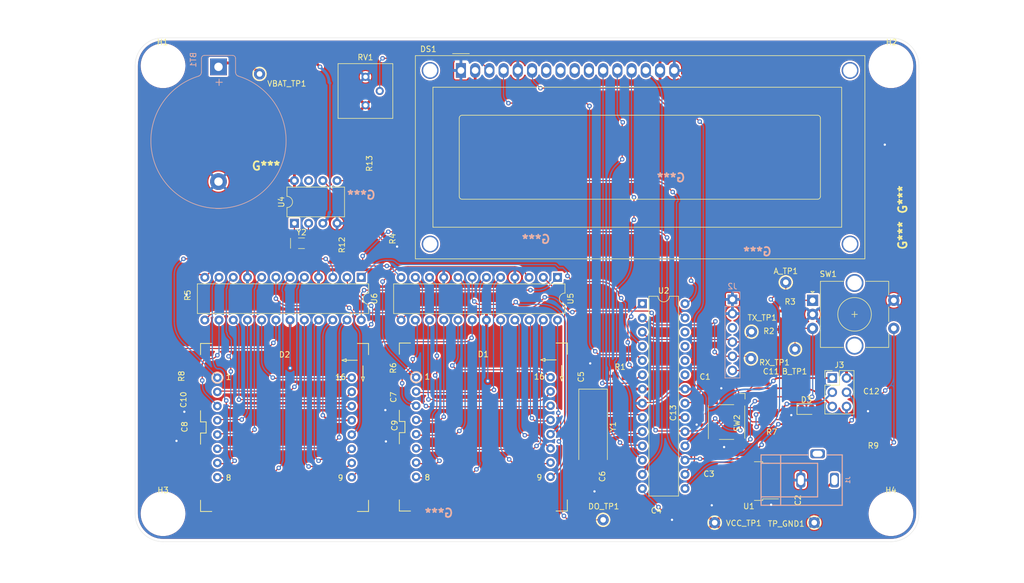
<source format=kicad_pcb>
(kicad_pcb (version 20211014) (generator pcbnew)
  (layers (0 "F.Cu" signal) (31 "B.Cu" signal) (34 "B.Paste" user) (35 "F.Paste" user) (36 "B.SilkS" user "B.Silkscreen") (37 "F.SilkS" user "F.Silkscreen") (38 "B.Mask" user) (39 "F.Mask" user) (44 "Edge.Cuts" user))
  (net 0 "")
  (net 1 "LCD D7")
  (net 2 "LCD D6")
  (net 3 "LCD D5")
  (net 4 "LCD D4")
  (net 5 "LCD E")
  (net 6 "GND")
  (net 7 "LCD RS")
  (net 8 "VCC")
  (net 9 "Net-(C5-Pad1)")
  (net 10 "Net-(D3-Pad2)")
  (net 11 "ROT ENC SWITCH")
  (net 12 "Net-(BT1-Pad1)")
  (net 13 "Net-(C1-Pad1)")
  (net 14 "DATA MAX")
  (net 15 "RXD")
  (net 16 "TXD")
  (net 19 "Net-(U4-Pad1)")
  (net 20 "A4 SDA")
  (net 21 "Net-(U4-Pad2)")
  (net 22 "A5 SCK")
  (net 24 "ROT ENC A OUT")
  (net 25 "ROT ENC B OUT")
  (net 26 "LOAD MAX")
  (net 27 "SCK")
  (net 28 "D1OD2I")
  (net 29 "Net-(C2-Pad1)")
  (net 30 "Net-(C6-Pad1)")
  (net 31 "Net-(R8-Pad2)")
  (net 32 "Net-(D1-Pad1)")
  (net 41 "Net-(DO_TP1-Pad1)")
  (net 42 "Net-(D1-Pad2)")
  (net 43 "Net-(D1-Pad3)")
  (net 44 "Net-(D1-Pad4)")
  (net 45 "Net-(D1-Pad5)")
  (net 46 "Net-(D1-Pad6)")
  (net 47 "Net-(D1-Pad7)")
  (net 48 "Net-(D1-Pad8)")
  (net 49 "Net-(D1-Pad9)")
  (net 50 "Net-(D1-Pad10)")
  (net 51 "Net-(D1-Pad11)")
  (net 52 "Net-(D1-Pad12)")
  (net 53 "Net-(D1-Pad13)")
  (net 54 "Net-(D1-Pad14)")
  (net 55 "Net-(D1-Pad15)")
  (net 56 "Net-(D1-Pad16)")
  (net 57 "Net-(D2-Pad1)")
  (net 58 "Net-(D2-Pad2)")
  (net 59 "Net-(D2-Pad3)")
  (net 60 "Net-(D2-Pad4)")
  (net 61 "Net-(D2-Pad5)")
  (net 62 "Net-(D2-Pad6)")
  (net 63 "Net-(D2-Pad7)")
  (net 64 "Net-(D2-Pad8)")
  (net 65 "Net-(D2-Pad9)")
  (net 66 "Net-(D2-Pad10)")
  (net 67 "Net-(D2-Pad11)")
  (net 68 "Net-(D2-Pad12)")
  (net 69 "Net-(D2-Pad13)")
  (net 70 "Net-(D2-Pad14)")
  (net 71 "Net-(D2-Pad15)")
  (net 72 "Net-(D2-Pad16)")
  (net 73 "Net-(DS1-Pad3)")
  (net 74 "Net-(R6-Pad2)")
  (net 75 "~{RST}")
  (net 76 "Net-(C11-Pad2)")
  (footprint "footprints:Crystal_SMD_2Pin_3.2x1.5mm" (layer "F.Cu") (at 109.718 91.704)
    (fp_text reference "Y2")
    (fp_text value "Crystal_32768Hz")
  )
  (footprint "footprints:R_0805_2012Metric" (layer "F.Cu") (at 166.624 115.443)
    (fp_text reference "R1")
    (fp_text value "10KΩ")
  )
  (footprint "footprints:DIP-24_W7.62mm" (layer "F.Cu") (at 155.453 97.8 -90)
    (fp_text reference "U5")
    (fp_text value "MAX7219")
  )
  (footprint "footprints:MountingHole_3.2mm_M3" (layer "F.Cu") (at 215.1 60)
    (fp_text reference "H2")
    (fp_text value "MountingHole")
  )
  (footprint "footprints:C_0805_2012Metric" (layer "F.Cu") (at 161.798 133.35 -90)
    (fp_text reference "C6")
    (fp_text value "22p")
  )
  (footprint "footprints:RotaryEncoder_TT_EN11-Switch_Vertical_H20mm_CircularMountingHoles" (layer "F.Cu") (at 201 101.9)
    (fp_text reference "SW1")
    (fp_text value "RotaryEncoder_Switch")
  )
  (footprint "footprints:R_0805_2012Metric" (layer "F.Cu") (at 193.4 122 180)
    (fp_text reference "R7")
    (fp_text value "R_0805_2.2K")
  )
  (footprint "footprints:C_0805_2012Metric" (layer "F.Cu") (at 180.8 122.15 -90)
    (fp_text reference "C13")
    (fp_text value "C_0805_0.1uf")
  )
  (footprint "footprints:R_0805_2012Metric" (layer "F.Cu") (at 124.2 113.95 90)
    (fp_text reference "R6")
    (fp_text value "R_0805_22K")
  )
  (footprint "footprints:TestPoint_THTPad_D2.0mm_Drill1.0mm" (layer "F.Cu") (at 196.215 98.679)
    (fp_text reference "A_TP1")
    (fp_text value "TestPoint")
  )
  (footprint "footprints:C_0805_2012Metric" (layer "F.Cu") (at 182.2 135.55 -90)
    (fp_text reference "C3")
    (fp_text value "C_0805_0.1uf")
  )
  (footprint "Logo:abc" (layer "F.Cu") (at 95.6 72.4)
    (fp_text reference "G***")
    (fp_text value "LOGO" hide)
  )
  (footprint "footprints:TO-252-2" (layer "F.Cu") (at 189.625 134.175 180)
    (fp_text reference "U1")
    (fp_text value "L7805")
  )
  (footprint "footprints:C_0805_2012Metric" (layer "F.Cu") (at 87 119.65 -90)
    (fp_text reference "C10")
    (fp_text value "C_0805_0.1uf")
  )
  (footprint "footprints:C_0805_2012Metric" (layer "F.Cu") (at 173.101 141.097)
    (fp_text reference "C4")
    (fp_text value "C_0805_0.1uf")
  )
  (footprint "footprints:TestPoint_THTPad_D2.0mm_Drill1.0mm" (layer "F.Cu") (at 163.6 141.1)
    (fp_text reference "DO_TP1")
    (fp_text value "TestPoint")
  )
  (footprint "footprints:C_0805_2012Metric" (layer "F.Cu") (at 124.7 124.25 -90)
    (fp_text reference "C9")
    (fp_text value "C_0805_0.1uf")
  )
  (footprint "footprints:R_0805_2012Metric" (layer "F.Cu") (at 196.25 107.1)
    (fp_text reference "R2")
    (fp_text value "R_0805_10K")
  )
  (footprint "footprints:Crystal_SMD_HC49-SD" (layer "F.Cu") (at 161.798 124.46 -90)
    (fp_text reference "Y1")
    (fp_text value "Crystal 16MHZ")
  )
  (footprint "footprints:LED_0805_2012Metric" (layer "F.Cu") (at 199.9 121.3)
    (fp_text reference "D3")
    (fp_text value "LED_0805")
  )
  (footprint "footprints:TestPoint_THTPad_D2.0mm_Drill1.0mm" (layer "F.Cu") (at 190.1 107.5)
    (fp_text reference "TX_TP1")
    (fp_text value "TestPoint")
  )
  (footprint "footprints:C_0805_2012Metric" (layer "F.Cu") (at 124.5 119.2 -90)
    (fp_text reference "C7")
    (fp_text value "C_0805_10uf")
  )
  (footprint "footprints:R_0805_2012Metric" (layer "F.Cu") (at 128.7 92.05 -90)
    (fp_text reference "R4")
    (fp_text value "R_0805_10K")
  )
  (footprint "footprints:MountingHole_3.2mm_M3" (layer "F.Cu") (at 85 140)
    (fp_text reference "H3")
    (fp_text value "MountingHole")
  )
  (footprint "footprints:TestPoint_THTPad_D2.0mm_Drill1.0mm" (layer "F.Cu") (at 183.515 141.605)
    (fp_text reference "VCC_TP1")
    (fp_text value "TestPoint")
  )
  (footprint "footprints:C_0805_2012Metric" (layer "F.Cu") (at 161.29 115.57 90)
    (fp_text reference "C5")
    (fp_text value "22p")
  )
  (footprint "footprints:DIP-24_W7.62mm" (layer "F.Cu") (at 120.396 97.79 -90)
    (fp_text reference "U6")
    (fp_text value "MAX7219")
  )
  (footprint "footprints:R_0805_2012Metric" (layer "F.Cu") (at 118.6 92 90)
    (fp_text reference "R12")
    (fp_text value "R_0805_4.7K")
  )
  (footprint "footprints:TestPoint_THTPad_D2.0mm_Drill1.0mm" (layer "F.Cu") (at 190 112.3)
    (fp_text reference "RX_TP1")
    (fp_text value "TestPoint")
  )
  (footprint "footprints:TestPoint_THTPad_D2.0mm_Drill1.0mm" (layer "F.Cu") (at 197.866 110.617)
    (fp_text reference "B_TP1")
    (fp_text value "TestPoint")
  )
  (footprint "footprints:TC1602A-01T" (layer "F.Cu") (at 138.2 60.8425)
    (fp_text reference "DS1")
    (fp_text value "TC1602A-01T")
  )
  (footprint "footprints:R_0805_2012Metric" (layer "F.Cu") (at 211.85 126.2 180)
    (fp_text reference "R9")
    (fp_text value "R_0805_10K")
  )
  (footprint "footprints:R_0805_2012Metric" (layer "F.Cu") (at 89.4 98.15 -90)
    (fp_text reference "R5")
    (fp_text value "R_0805_10K")
  )
  (footprint "footprints:R_0805_2012Metric" (layer "F.Cu") (at 197 103.8)
    (fp_text reference "R3")
    (fp_text value "R_0805_10K")
  )
  (footprint "footprints:DIP-8_W7.62mm" (layer "F.Cu") (at 108.458 88.138 90)
    (fp_text reference "U4")
    (fp_text value "DS1307_DIP-8")
  )
  (footprint "footprints:C_0805_2012Metric" (layer "F.Cu") (at 211.5 119.8)
    (fp_text reference "C12")
    (fp_text value "C_0805_1uf")
  )
  (footprint "footprints:MountingHole_3.2mm_M3" (layer "F.Cu") (at 84.9 60)
    (fp_text reference "H1")
    (fp_text value "MountingHole")
  )
  (footprint "footprints:DIP-28_W7.62mm" (layer "F.Cu") (at 170.6 102.5)
    (fp_text reference "U2")
    (fp_text value "ATmega328-PU")
  )
  (footprint "footprints:Potentiometer_Bourns_3386P_Vertical" (layer "F.Cu") (at 121.158 67.056)
    (fp_text reference "RV1")
    (fp_text value "R_POT_10K")
  )
  (footprint "footprints:TestPoint_THTPad_D2.0mm_Drill1.0mm" (layer "F.Cu") (at 102.235 61.468)
    (fp_text reference "VBAT_TP1")
    (fp_text value "TestPoint")
  )
  (footprint "footprints:TestPoint_THTPad_D2.0mm_Drill1.0mm" (layer "F.Cu") (at 201.3 141.6)
    (fp_text reference "TP_GND1")
    (fp_text value "TestPoint")
  )
  (footprint "footprints:C_0805_2012Metric" (layer "F.Cu") (at 196.5 137.35 -90)
    (fp_text reference "C2")
    (fp_text value "C_0805_1uf")
  )
  (footprint "footprints:KWM-30881CVB" (layer "F.Cu") (at 106.7 124.6)
    (fp_text reference "D2")
    (fp_text value "KWM-30881CVB")
  )
  (footprint "footprints:R_0805_2012Metric" (layer "F.Cu") (at 86.9 115.45 90)
    (fp_text reference "R8")
    (fp_text value "R_0805_22K")
  )
  (footprint "footprints:SW_SPST_Omron_B3FS-100xP" (layer "F.Cu") (at 185.638 123.634 -90)
    (fp_text reference "SW2")
    (fp_text value "Omron_B3F_SPST")
  )
  (footprint "footprints:KWM-30881CVB" (layer "F.Cu") (at 142.2 124.53)
    (fp_text reference "D1")
    (fp_text value "KWM-30881CVB")
  )
  (footprint "footprints:C_0805_2012Metric" (layer "F.Cu") (at 181.8 117.2)
    (fp_text reference "C1")
    (fp_text value "C_0805_0.1uf")
  )
  (footprint "footprints:PinHeader_2x03_P2.54mm_Vertical" (layer "F.Cu") (at 204.525 115.775)
    (fp_text reference "J3")
    (fp_text value "Conn_02x03_Odd_Even")
  )
  (footprint "footprints:MountingHole_3.2mm_M3" (layer "F.Cu") (at 215 140)
    (fp_text reference "H4")
    (fp_text value "MountingHole")
  )
  (footprint "Logo:ASCast" (layer "F.Cu") (at 214.6 95.7 90)
    (fp_text reference "G***")
    (fp_text value "LOGO" hide)
  )
  (footprint "footprints:C_0805_2012Metric" (layer "F.Cu") (at 190.15 115 180)
    (fp_text reference "C11")
    (fp_text value "C_0805_0.1uf")
  )
  (footprint "footprints:C_0805_2012Metric" (layer "F.Cu") (at 87.2 124.5 -90)
    (fp_text reference "C8")
    (fp_text value "C_0805_10uf")
  )
  (footprint "Logo:Dare Greatly" (layer "F.Cu") (at 212.9 85 90)
    (fp_text reference "G***")
    (fp_text value "LOGO" hide)
  )
  (footprint "footprints:R_0805_2012Metric" (layer "F.Cu") (at 120.2 77.45 -90)
    (fp_text reference "R13")
    (fp_text value "R_0805_4.7K")
  )
  (footprint "Logo:PS" (layer "B.Cu") (at 132.3 79.6 180)
    (fp_text reference "G***")
    (fp_text value "LOGO" hide)
  )
  (footprint "Logo:Logo" (layer "B.Cu") (at 195.246221 78.716708 180)
    (fp_text reference "G***")
    (fp_text value "LOGO" hide)
  )
  (footprint "Logo:NBA" (layer "B.Cu") (at 151.1 80.5 180)
    (fp_text reference "G***")
    (fp_text value "LOGO" hide)
  )
  (footprint "footprints:BatteryHolder_Keystone_106_1x20mm" (layer "B.Cu") (at 94.9 60.2 -90)
    (fp_text reference "BT1")
    (fp_text value "Battery_Cell")
  )
  (footprint "Logo:Star" (layer "B.Cu") (at 177.2 74.4 180)
    (fp_text reference "G***")
    (fp_text value "LOGO" hide)
  )
  (footprint "Logo:Kirby" (layer "B.Cu") (at 146 136.5 180)
    (fp_text reference "G***")
    (fp_text value "LOGO" hide)
  )
  (footprint "footprints:PinHeader_1x06_P2.54mm_Vertical" (layer "B.Cu") (at 186.69 101.727 180)
    (fp_text reference "J2")
    (fp_text value "Conn_01x06")
  )
  (footprint "footprints:PJ-102AH" (layer "B.Cu") (at 201.9 134 -90)
    (fp_text reference "J1")
    (fp_text value "PJ-102AH" hide)
  )
  (gr_line locked (start 220 60) (end 220 140) (layer "Edge.Cuts") (width 0.05))
  (gr_line locked (start 80 60) (end 80 140) (layer "Edge.Cuts") (width 0.05))
  (gr_arc locked (start 80 60) (mid 81.464466 56.464466) (end 85 55) (layer "Edge.Cuts") (width 0.05))
  (gr_arc locked (start 85 145) (mid 81.464466 143.535534) (end 80 140) (layer "Edge.Cuts") (width 0.05))
  (gr_arc locked (start 220 140) (mid 218.535534 143.535534) (end 215 145) (layer "Edge.Cuts") (width 0.05))
  (gr_line locked (start 215 55) (end 85 55) (layer "Edge.Cuts") (width 0.05))
  (gr_arc locked (start 215 55) (mid 218.535534 56.464466) (end 220 60) (layer "Edge.Cuts") (width 0.05))
  (gr_line locked (start 215 145) (end 85 145) (layer "Edge.Cuts") (width 0.05))
  (gr_text "Bryan's Beauty" (at 94.9 89.8) (layer "F.Cu") (effects (font (size 1.5 1.5) (thickness 0.3))))
  (segment (start 172.65 62.2925) (end 171.2 60.8425) (width 0.2032) (layer "B.Cu") (net 1))
  (segment (start 171.601462 131.247735) (end 172.80709 130.042108) (width 0.2032) (layer "B.Cu") (net 1))
  (segment (start 171.157228 132.113282) (end 171.119661 132.162241) (width 0.2032) (layer "B.Cu") (net 1))
  (segment (start 174.1 65.793109) (end 174.1 126.920747) (width 0.2032) (layer "B.Cu") (net 1))
  (segment (start 170.952508 132.34349) (end 170.444 132.852) (width 0.2032) (layer "B.Cu") (net 1))
  (arc (start 171.403045 131.687517) (mid 171.352183 131.799769) (end 171.29409 131.908455) (width 0.2032) (layer "B.Cu") (net 1))
  (arc (start 171.119661 132.162241) (mid 171.080737 132.210046) (end 171.03912 132.255527) (width 0.2032) (layer "B.Cu") (net 1))
  (arc (start 171.03912 132.255527) (mid 170.995984 132.299676) (end 170.952508 132.34349) (width 0.2032) (layer "B.Cu") (net 1))
  (arc (start 174.1 126.920747) (mid 173.763983 128.610015) (end 172.80709 130.042108) (width 0.2032) (layer "B.Cu") (net 1))
  (arc (start 171.482231 131.454248) (mid 171.446456 131.572178) (end 171.403045 131.687517) (width 0.2032) (layer "B.Cu") (net 1))
  (arc (start 172.65 62.2925) (mid 173.723157 63.898593) (end 174.1 65.793109) (width 0.2032) (layer "B.Cu") (net 1))
  (arc (start 171.601462 131.247735) (mid 171.528253 131.343143) (end 171.482231 131.454248) (width 0.2032) (layer "B.Cu") (net 1))
  (arc (start 171.29409 131.908455) (mid 171.229011 132.013108) (end 171.157228 132.113282) (width 0.2032) (layer "B.Cu") (net 1))
  (segment (start 169.1 83.5) (end 169.1 87.5) (width 0.2032) (layer "F.Cu") (net 2))
  (via (at 169.1 87.5) (size 0.8128) (drill 0.4064) (layers "F.Cu" "B.Cu") (net 2))
  (via (at 169.1 83.5) (size 0.8128) (drill 0.4064) (layers "F.Cu" "B.Cu") (net 2))
  (segment (start 166.194164 99.627735) (end 166.138688 99.683212) (width 0.2032) (layer "B.Cu") (net 2))
  (segment (start 166.194164 99.627735) (end 166.221902 99.599998) (width 0.2032) (layer "B.Cu") (net 2))
  (segment (start 167.159644 98.662257) (end 166.332854 99.489046) (width 0.2032) (layer "B.Cu") (net 2))
  (segment (start 166 99.900358) (end 166 112.248465) (width 0.2032) (layer "B.Cu") (net 2))
  (segment (start 168.88 83.28) (end 169.1 83.5) (width 0.2032) (layer "B.Cu") (net 2))
  (segment (start 166.332854 99.489046) (end 166.221902 99.599998) (width 0.2032) (layer "B.Cu") (net 2))
  (segment (start 165.659289 112.830096) (end 165.829644 112.65974) (width 0.2032) (layer "B.Cu") (net 2))
  (segment (start 168.66 82.748873) (end 168.66 60.8425) (width 0.2032) (layer "B.Cu") (net 2))
  (segment (start 168.88 87.72) (end 169.1 87.5) (width 0.2032) (layer "B.Cu") (net 2))
  (segment (start 169.4865 129.3545) (end 170.444 130.312) (width 0.2032) (layer "B.Cu") (net 2))
  (segment (start 168.66 95.040078) (end 168.66 88.251126) (width 0.2032) (layer "B.Cu") (net 2))
  (segment (start 166.138688 99.683212) (end 166.110951 99.710951) (width 0.2032) (layer "B.Cu") (net 2))
  (segment (start 168.529 127.04289) (end 168.529 119.758192) (width 0.2032) (layer "B.Cu") (net 2))
  (arc (start 166 99.900358) (mid 166.014417 99.827875) (end 166.055476 99.766428) (width 0.2032) (layer "B.Cu") (net 2))
  (arc (start 168.66 88.251126) (mid 168.717176 87.963682) (end 168.88 87.72) (width 0.2032) (layer "B.Cu") (net 2))
  (arc (start 168.529 119.758192) (mid 168.156093 117.883462) (end 167.094144 116.294144) (width 0.2032) (layer "B.Cu") (net 2))
  (arc (start 168.88 83.28) (mid 168.717176 83.036316) (end 168.66 82.748873) (width 0.2032) (layer "B.Cu") (net 2))
  (arc (start 165.659289 112.830096) (mid 166.032195 114.704825) (end 167.094144 116.294144) (width 0.2032) (layer "B.Cu") (net 2))
  (arc (start 169.4865 129.3545) (mid 168.777846 128.293924) (end 168.529 127.04289) (width 0.2032) (layer "B.Cu") (net 2))
  (arc (start 166 112.248465) (mid 165.955725 112.471045) (end 165.829644 112.65974) (width 0.2032) (layer "B.Cu") (net 2))
  (arc (start 168.66 95.040078) (mid 168.27007 97.000387) (end 167.159644 98.662257) (width 0.2032) (layer "B.Cu") (net 2))
  (segment (start 167.405754 127.772) (end 170.444 127.772) (width 0.2032) (layer "F.Cu") (net 3))
  (segment (start 167 70.27071) (end 167 76.7) (width 0.2032) (layer "F.Cu") (net 3))
  (segment (start 167.1 70.1) (end 167.05 70.15) (width 0.2032) (layer "F.Cu") (net 3))
  (segment (start 166.6 127.3) (end 166.836 127.536) (width 0.2032) (layer "F.Cu") (net 3))
  (via (at 167 76.7) (size 0.8128) (drill 0.4064) (layers "F.Cu" "B.Cu") (net 3))
  (via (at 167.1 70.1) (size 0.8128) (drill 0.4064) (layers "F.Cu" "B.Cu") (net 3))
  (via (at 166.6 127.3) (size 0.8128) (drill 0.4064) (layers "F.Cu" "B.Cu") (net 3))
  (arc (start 167.405754 127.772) (mid 167.097405 127.710665) (end 166.836 127.536) (width 0.2032) (layer "F.Cu") (net 3))
  (arc (start 167 70.27071) (mid 167.012994 70.205382) (end 167.05 70.15) (width 0.2032) (layer "F.Cu") (net 3))
  (segment (start 166.6 127.3) (end 166.50323 127.20323) (width 0.2032) (layer "B.Cu") (net 3))
  (segment (start 164.9 113.822552) (end 164.9 124.397918) (width 0.2032) (layer "B.Cu") (net 3))
  (segment (start 166.351769 126.889134) (end 165.635 126.172365) (width 0.2032) (layer "B.Cu") (net 3))
  (segment (start 164.719 80.59391) (end 164.719 113.385579) (width 0.2032) (layer "B.Cu") (net 3))
  (segment (start 166.377738 126.98382) (end 166.384406 127.008712) (width 0.2032) (layer "B.Cu") (net 3))
  (segment (start 166.42352 127.103153) (end 166.436405 127.125472) (width 0.2032) (layer "B.Cu") (net 3))
  (segment (start 166.61 69.61) (end 167.1 70.1) (width 0.2032) (layer "B.Cu") (net 3))
  (segment (start 166.12 68.427035) (end 166.12 60.8425) (width 0.2032) (layer "B.Cu") (net 3))
  (segment (start 165.8595 77.8405) (end 167 76.7) (width 0.2032) (layer "B.Cu") (net 3))
  (arc (start 166.436405 127.125472) (mid 166.45054 127.146864) (end 166.467147 127.1664) (width 0.2032) (layer "B.Cu") (net 3))
  (arc (start 164.9 113.822552) (mid 164.876479 113.704308) (end 164.8095 113.604066) (width 0.2032) (layer "B.Cu") (net 3))
  (arc (start 164.719 113.385579) (mid 164.74252 113.503823) (end 164.8095 113.604066) (width 0.2032) (layer "B.Cu") (net 3))
  (arc (start 166.377738 126.98382) (mid 166.372606 126.958697) (end 166.370533 126.933141) (width 0.2032) (layer "B.Cu") (net 3))
  (arc (start 166.42352 127.103153) (mid 166.400867 127.057214) (end 166.384406 127.008712) (width 0.2032) (layer "B.Cu") (net 3))
  (arc (start 166.370533 126.933141) (mid 166.365409 126.909321) (end 166.351769 126.889134) (width 0.2032) (layer "B.Cu") (net 3))
  (arc (start 166.12 68.427035) (mid 166.247346 69.067251) (end 166.61 69.61) (width 0.2032) (layer "B.Cu") (net 3))
  (arc (start 165.635 126.172365) (mid 165.09102 125.358241) (end 164.9 124.397918) (width 0.2032) (layer "B.Cu") (net 3))
  (arc (start 165.8595 77.8405) (mid 165.015406 79.103775) (end 164.719 80.59391) (width 0.2032) (layer "B.Cu") (net 3))
  (arc (start 166.467147 127.1664) (mid 166.485094 127.184907) (end 166.50323 127.20323) (width 0.2032) (layer "B.Cu") (net 3))
  (segment (start 163.449 116.713) (end 167.642637 116.713) (width 0.2032) (layer "F.Cu") (net 4))
  (segment (start 169.6235 115.8925) (end 170.444 115.072) (width 0.2032) (layer "F.Cu") (net 4))
  (via (at 163.449 116.713) (size 0.8128) (drill 0.4064) (layers "F.Cu" "B.Cu") (net 4))
  (arc (start 167.642637 116.713) (mid 168.714672 116.499758) (end 169.6235 115.8925) (width 0.2032) (layer "F.Cu") (net 4))
  (segment (start 163.449 116.713) (end 163.5145 116.6475) (width 0.2032) (layer "B.Cu") (net 4))
  (segment (start 163.58 116.489369) (end 163.58 60.8425) (width 0.2032) (layer "B.Cu") (net 4))
  (arc (start 163.5145 116.6475) (mid 163.562977 116.574948) (end 163.58 116.489369) (width 0.2032) (layer "B.Cu") (net 4))
  (segment (start 169.450036 64.008) (end 152.4 64.008) (width 0.2032) (layer "F.Cu") (net 5))
  (segment (start 194 116.3) (end 194.2625 116.0375) (width 0.3048) (layer "F.Cu") (net 5))
  (segment (start 180.848 69.977) (end 180.467 69.596) (width 0.2032) (layer "F.Cu") (net 5))
  (segment (start 179.547184 69.215) (end 178.4985 69.215) (width 0.2032) (layer "F.Cu") (net 5))
  (segment (start 194.896231 115.775) (end 204.525 115.775) (width 0.3048) (layer "F.Cu") (net 5))
  (segment (start 173.297792 65.601792) (end 175.788467 68.092467) (width 0.2032) (layer "F.Cu") (net 5))
  (via (at 180.848 69.977) (size 0.8128) (drill 0.4064) (layers "F.Cu" "B.Cu") (net 5))
  (via (at 194 116.3) (size 0.8128) (drill 0.4064) (layers "F.Cu" "B.Cu") (net 5))
  (via (at 152.4 64.008) (size 0.8128) (drill 0.4064) (layers "F.Cu" "B.Cu") (net 5))
  (arc (start 178.4985 69.215) (mid 177.03184 68.923263) (end 175.788467 68.092467) (width 0.2032) (layer "F.Cu") (net 5))
  (arc (start 179.547184 69.215) (mid 180.044984 69.314018) (end 180.467 69.596) (width 0.2032) (layer "F.Cu") (net 5))
  (arc (start 194.896231 115.775) (mid 194.553258 115.843221) (end 194.2625 116.0375) (width 0.3048) (layer "F.Cu") (net 5))
  (arc (start 173.297792 65.601792) (mid 171.532426 64.422213) (end 169.450036 64.008) (width 0.2032) (layer "F.Cu") (net 5))
  (segment (start 181.601222 118.562454) (end 181.202444 118.163676) (width 0.2032) (layer "B.Cu") (net 5))
  (segment (start 181.19649 124.639508) (end 178.064 127.772) (width 0.2032) (layer "B.Cu") (net 5))
  (segment (start 182 121.95) (end 182 120.65) (width 0.2032) (layer "B.Cu") (net 5))
  (segment (start 191.439339 117.8) (end 189.053963 117.8) (width 0.3048) (layer "B.Cu") (net 5))
  (segment (start 150.88 61.66525) (end 150.88 60.8425) (width 0.2032) (layer "B.Cu") (net 5))
  (segment (start 181.572864 124.027135) (end 181.798587 123.801412) (width 0.2032) (layer "B.Cu") (net 5))
  (segment (start 182 123.412155) (end 182 121.95) (width 0.2032) (layer "B.Cu") (net 5))
  (segment (start 181.563571 124.049572) (end 181.563571 124.062716) (width 0.2032) (layer "B.Cu") (net 5))
  (segment (start 182 119.525189) (end 182 120.65) (width 0.2032) (layer "B.Cu") (net 5))
  (segment (start 179.883289 116.743247) (end 179.883289 105.854877) (width 0.2032) (layer "B.Cu") (net 5))
  (segment (start 183.759619 120.84038) (end 185.206207 119.393792) (width 0.3048) (layer "B.Cu") (net 5))
  (segment (start 182.014433 123.421573) (end 182.009417 123.421573) (width 0.2032) (layer "B.Cu") (net 5))
  (segment (start 193.25 117.05) (end 194 116.3) (width 0.3048) (layer "B.Cu") (net 5))
  (segment (start 151.461772 63.069772) (end 152.4 64.008) (width 0.2032) (layer "B.Cu") (net 5))
  (segment (start 182.02506 123.427798) (end 182.021947 123.424685) (width 0.2032) (layer "B.Cu") (net 5))
  (segment (start 181.483 71.061012) (end 181.483 101.992833) (width 0.2032) (layer "B.Cu") (net 5))
  (segment (start 181.1655 70.2945) (end 180.848 69.977) (width 0.2032) (layer "B.Cu") (net 5))
  (segment (start 179.898168 116.779168) (end 180.811739 117.692739) (width 0.2032) (layer "B.Cu") (net 5))
  (segment (start 181.801412 123.794593) (end 182.030033 123.565973) (width 0.2032) (layer "B.Cu") (net 5))
  (segment (start 181.564407 124.078153) (end 181.564407 124.120714) (width 0.2032) (layer "B.Cu") (net 5))
  (arc (start 180.683144 103.923855) (mid 181.275124 103.037894) (end 181.483 101.992833) (width 0.2032) (layer "B.Cu") (net 5))
  (arc (start 182.65 121.3) (mid 182.19038 121.109619) (end 182 120.65) (width 0.2032) (layer "B.Cu") (net 5))
  (arc (start 181.202444 118.163676) (mid 181.017097 117.919793) (end 180.811739 117.692739) (width 0.2032) (layer "B.Cu") (net 5))
  (arc (start 182.65 121.3) (mid 182.19038 121.49038) (end 182 121.95) (width 0.3048) (layer "B.Cu") (net 5))
  (arc (start 150.88 61.66525) (mid 151.031197 62.425371) (end 151.461772 63.069772) (width 0.2032) (layer "B.Cu") (net 5))
  (arc (start 179.883289 116.743247) (mid 179.887156 116.762687) (end 179.898168 116.779168) (width 0.2032) (layer "B.Cu") (net 5))
  (arc (start 182 119.525189) (mid 181.89636 119.00416) (end 181.601222 118.562454) (width 0.2032) (layer "B.Cu") (net 5))
  (arc (start 181.19649 124.639508) (mid 181.402684 124.396017) (end 181.564407 124.120714) (width 0.2032) (layer "B.Cu") (net 5))
  (arc (start 181.801412 123.794593) (mid 181.800366 123.796157) (end 181.8 123.798003) (width 0.2032) (layer "B.Cu") (net 5))
  (arc (start 185.206207 119.393792) (mid 186.971572 118.214213) (end 189.053963 117.8) (width 0.3048) (layer "B.Cu") (net 5))
  (arc (start 181.564407 124.078153) (mid 181.564001 124.070467) (end 181.563571 124.062716) (width 0.2032) (layer "B.Cu") (net 5))
  (arc (start 191.439339 117.8) (mid 192.419261 117.605081) (end 193.25 117.05) (width 0.3048) (layer "B.Cu") (net 5))
  (arc (start 180.683144 103.923855) (mid 180.091164 104.809815) (end 179.883289 105.854877) (width 0.2032) (layer "B.Cu") (net 5))
  (arc (start 183.759619 120.84038) (mid 183.250521 121.180548) (end 182.65 121.3) (width 0.3048) (layer "B.Cu") (net 5))
  (arc (start 181.8 123.798003) (mid 181.799632 123.799847) (end 181.798587 123.801412) (width 0.2032) (layer "B.Cu") (net 5))
  (arc (start 181.1655 70.2945) (mid 181.400484 70.646178) (end 181.483 71.061012) (width 0.2032) (layer "B.Cu") (net 5))
  (arc (start 182.014433 123.421573) (mid 182.018499 123.422381) (end 182.021947 123.424685) (width 0.2032) (layer "B.Cu") (net 5))
  (arc (start 182 123.412155) (mid 182.002758 123.418814) (end 182.009417 123.421573) (width 0.2032) (layer "B.Cu") (net 5))
  (arc (start 181.572864 124.027135) (mid 181.565986 124.037429) (end 181.563571 124.049572) (width 0.2032) (layer "B.Cu") (net 5))
  (arc (start 182.02506 123.427798) (mid 182.04186 123.495719) (end 182.030033 123.565973) (width 0.2032) (layer "B.Cu") (net 5))
  (segment (start 175.895 141.097) (end 173.951 141.097) (width 0.2032) (layer "F.Cu") (net 6))
  (segment (start 183.429548 138.370448) (end 183.423677 138.37632) (width 0.635) (layer "F.Cu") (net 6))
  (segment (start 183.423677 138.37632) (end 183.411936 138.388062) (width 0.635) (layer "F.Cu") (net 6))
  (segment (start 213.35 68.55) (end 213.35 68.3) (width 0.2032) (layer "F.Cu") (net 6))
  (segment (start 183.611347 138.188649) (end 183.564577 138.235419) (width 0.635) (layer "F.Cu") (net 6))
  (segment (start 89.4 100.558578) (end 89.4 99) (width 0.2032) (layer "F.Cu") (net 6))
  (segment (start 183.564577 138.235419) (end 183.529352 138.270644) (width 0.635) (layer "F.Cu") (net 6))
  (segment (start 124.5 121.158578) (end 124.5 119.9) (width 0.2032) (layer "F.Cu") (net 6))
  (segment (start 183.8 137.858578) (end 183.8 137.15) (width 0.635) (layer "F.Cu") (net 6))
  (segment (start 183.476515 138.323481) (end 183.453032 138.346964) (width 0.635) (layer "F.Cu") (net 6))
  (segment (start 183.523481 138.276515) (end 183.499998 138.299998) (width 0.635) (layer "F.Cu") (net 6))
  (segment (start 213.35 67.8) (end 213.35 68.3) (width 0.2032) (layer "F.Cu") (net 6))
  (segment (start 175.214409 118.53659) (end 174.71446 119.036538) (width 0.2032) (layer "F.Cu") (net 6))
  (segment (start 183.7 138.1) (end 183.670449 138.129549) (width 0.635) (layer "F.Cu") (net 6))
  (segment (start 185.83033 135.869669) (end 187.525 134.175) (width 0.635) (layer "F.Cu") (net 6))
  (segment (start 212.075 65.175) (end 212.572182 65.672182) (width 0.2032) (layer "F.Cu") (net 6))
  (segment (start 213.35 69.55) (end 213.35 73.161091) (width 0.2032) (layer "F.Cu") (net 6))
  (segment (start 162.052 136.017) (end 161.925 135.89) (width 0.2032) (layer "F.Cu") (net 6))
  (segment (start 89.3 100.8) (end 89.2 100.9) (width 0.2032) (layer "F.Cu") (net 6))
  (segment (start 213.625 73.825) (end 213.9 74.1) (width 0.2032) (layer "F.Cu") (net 6))
  (segment (start 213.35 68.55) (end 213.35 69.55) (width 0.2032) (layer "F.Cu") (net 6))
  (segment (start 213.35 67.8) (end 213.35 67.55) (width 0.2032) (layer "F.Cu") (net 6))
  (segment (start 210.775 119.925) (end 210.65 119.8) (width 0.2032) (layer "F.Cu") (net 6))
  (segment (start 172.0215 120.152) (end 170.444 120.152) (width 0.2032) (layer "F.Cu") (net 6))
  (segment (start 126.8 92.3) (end 127.1 92.6) (width 0.2032) (layer "F.Cu") (net 6))
  (segment (start 183.453032 138.346964) (end 183.429548 138.370448) (width 0.635) (layer "F.Cu") (net 6))
  (segment (start 177.80875 62.37125) (end 176.28 60.8425) (width 0.2032) (layer "F.Cu") (net 6))
  (segment (start 88.123223 121.623223) (end 87 120.5) (width 0.2032) (layer "F.Cu") (net 6))
  (segment (start 183.411936 138.388062) (end 183.406066 138.393933) (width 0.635) (layer "F.Cu") (net 6))
  (segment (start 180.3 124.1) (end 180.5105 123.8895) (width 0.2032) (layer "F.Cu") (net 6))
  (segment (start 127.824264 92.9) (end 128.7 92.9) (width 0.2032) (layer "F.Cu") (net 6))
  (segment (start 197.2 122.4) (end 198.06577 121.534229) (width 0.2032) (layer "F.Cu") (net 6))
  (segment (start 183.499998 138.299998) (end 183.476515 138.323481) (width 0.635) (layer "F.Cu") (net 6))
  (segment (start 177.942 117.734) (end 178.064 117.612) (width 0.2032) (layer "F.Cu") (net 6))
  (segment (start 183 138.5) (end 183.15 138.5) (width 0.635) (layer "F.Cu") (net 6))
  (segment (start 184.5 117.4) (end 184.7 117.6) (width 0.2032) (layer "F.Cu") (net 6))
  (segment (start 198.63125 121.3) (end 198.9625 121.3) (width 0.2032) (layer "F.Cu") (net 6))
  (segment (start 184.55 136.4) (end 183.05 136.4) (width 0.635) (layer "F.Cu") (net 6))
  (segment (start 183.670449 138.129549) (end 183.611347 138.188649) (width 0.635) (layer "F.Cu") (net 6))
  (segment (start 87.4 127) (end 87.25 126.85) (width 0.2032) (layer "F.Cu") (net 6))
  (segment (start 193.7 138.3) (end 193.6 138.4) (width 0.254) (layer "F.Cu") (net 6))
  (segment (start 124.75 127.05) (end 124.8 127.1) (width 0.2032) (layer "F.Cu") (net 6))
  (segment (start 193.941421 138.2) (end 196.5 138.2) (width 0.254) (layer "F.Cu") (net 6))
  (segment (start 181.499478 63.9) (end 208.996877 63.9) (width 0.2032) (layer "F.Cu") (net 6))
  (segment (start 161.29 113.157) (end 161.29 114.72) (width 0.2032) (layer "F.Cu") (net 6))
  (segment (start 183.388 127.634) (end 184.734 127.634) (width 0.2032) (layer "F.Cu") (net 6))
  (segment (start 183.388 119.634) (end 183.388 118.912) (width 0.2032) (layer "F.Cu") (net 6))
  (segment (start 161.798 135.583394) (end 161.798 134.2) (width 0.2032) (layer "F.Cu") (net 6))
  (segment (start 184.017157 117.2) (end 182.65 117.2) (width 0.2032) (layer "F.Cu") (net 6))
  (segment (start 176.8575 117.856) (end 177.647465 117.856) (width 0.2032) (layer "F.Cu") (net 6))
  (segment (start 87.1 126.487867) (end 87.1 125.1) (width 0.2032) (layer "F.Cu") (net 6))
  (segment (start 183.529352 138.270644) (end 183.523481 138.276515) (width 0.635) (layer "F.Cu") (net 6))
  (segment (start 210.9 121.7) (end 210.9 120.226776) (width 0.2032) (layer "F.Cu") (net 6))
  (segment (start 184.734 127.634) (end 185.2 128.1) (width 0.2032) (layer "F.Cu") (net 6))
  (segment (start 183.388 118.912) (end 184.7 117.6) (width 0.2032) (layer "F.Cu") (net 6))
  (segment (start 124.7 126.929289) (end 124.7 125.1) (width 0.2032) (layer "F.Cu") (net 6))
  (segment (start 124.6 121.4) (end 124.7 121.5) (width 0.2032) (layer "F.Cu") (net 6))
  (segment (start 88.8 121.8) (end 88.55 121.8) (width 0.2032) (layer "F.Cu") (net 6))
  (segment (start 183.05 136.4) (end 182.2 136.4) (width 0.635) (layer "F.Cu") (net 6))
  (via (at 161.29 113.157) (size 0.8128) (drill 0.4064) (layers "F.Cu" "B.Cu") (net 6))
  (via (at 124.7 121.5) (size 0.8128) (drill 0.4064) (layers "F.Cu" "B.Cu") (net 6))
  (via (at 87.4 127) (size 0.8128) (drill 0.4064) (layers "F.Cu" "B.Cu") (net 6))
  (via (at 124.8 127.1) (size 0.8128) (drill 0.4064) (layers "F.Cu" "B.Cu") (net 6))
  (via (at 193.6 138.4) (size 0.8128) (drill 0.4064) (layers "F.Cu" "B.Cu") (net 6))
  (via (at 175.895 141.097) (size 0.8128) (drill 0.4064) (layers "F.Cu" "B.Cu") (net 6))
  (via (at 213.9 74.1) (size 0.8128) (drill 0.4064) (layers "F.Cu" "B.Cu") (net 6))
  (via (at 185.2 128.1) (size 0.8128) (drill 0.4064) (layers "F.Cu" "B.Cu") (net 6))
  (via (at 210.9 121.7) (size 0.8128) (drill 0.4064) (layers "F.Cu" "B.Cu") (net 6))
  (via (at 197.2 122.4) (size 0.8128) (drill 0.4064) (layers "F.Cu" "B.Cu") (net 6))
  (via (at 162.052 136.017) (size 0.8128) (drill 0.4064) (layers "F.Cu" "B.Cu") (net 6))
  (via (at 183 138.5) (size 0.8128) (drill 0.4064) (layers "F.Cu" "B.Cu") (net 6))
  (via (at 126.8 92.3) (size 0.8128) (drill 0.4064) (layers "F.Cu" "B.Cu") (net 6))
  (via (at 89.2 100.9) (size 0.8128) (drill 0.4064) (layers "F.Cu" "B.Cu") (net 6))
  (via (at 88.8 121.8) (size 0.8128) (drill 0.4064) (layers "F.Cu" "B.Cu") (net 6))
  (via (at 184.7 117.6) (size 0.8128) (drill 0.4064) (layers "F.Cu" "B.Cu") (net 6))
  (via (at 180.3 124.1) (size 0.8128) (drill 0.4064) (layers "F.Cu" "B.Cu") (net 6))
  (arc (start 198.06577 121.534229) (mid 198.325214 121.360874) (end 198.63125 121.3) (width 0.2032) (layer "F.Cu") (net 6))
  (arc (start 212.075 65.175) (mid 210.662745 64.231361) (end 208.996877 63.9) (width 0.2032) (layer "F.Cu") (net 6))
  (arc (start 124.75 127.05) (mid 124.712994 126.994617) (end 124.7 126.929289) (width 0.2032) (layer "F.Cu") (net 6))
  (arc (start 213.35 73.161091) (mid 213.42147 73.520396) (end 213.625 73.825) (width 0.2032) (layer "F.Cu") (net 6))
  (arc (start 177.942 117.734) (mid 177.806866 117.824293) (end 177.647465 117.856) (width 0.2032) (layer "F.Cu") (net 6))
  (arc (start 212.572182 65.672182) (mid 213.147851 66.533732) (end 213.35 67.55) (width 0.2032) (layer "F.Cu") (net 6))
  (arc (start 210.775 119.925) (mid 210.867513 120.063456) (end 210.9 120.226776) (width 0.2032) (layer "F.Cu") (net 6))
  (arc (start 193.7 138.3) (mid 193.810764 138.225989) (end 193.941421 138.2) (width 0.254) (layer "F.Cu") (net 6))
  (arc (start 89.4 100.558578) (mid 89.37401 100.689234) (end 89.3 100.8) (width 0.2032) (layer "F.Cu") (net 6))
  (arc (start 183.406066 138.393933) (mid 183.288581 138.472434) (end 183.15 138.5) (width 0.635) (layer "F.Cu") (net 6))
  (arc (start 181.499478 63.9) (mid 179.50207 63.50269) (end 177.80875 62.37125) (width 0.2032) (layer "F.Cu") (net 6))
  (arc (start 88.123223 121.623223) (mid 88.31903 121.754057) (end 88.55 121.8) (width 0.2032) (layer "F.Cu") (net 6))
  (arc (start 184.017157 117.2) (mid 184.278469 117.251978) (end 184.5 117.4) (width 0.2032) (layer "F.Cu") (net 6))
  (arc (start 87.1 126.487867) (mid 87.138983 126.683852) (end 87.25 126.85) (width 0.2032) (layer "F.Cu") (net 6))
  (arc (start 161.798 135.583394) (mid 161.831006 135.749328) (end 161.925 135.89) (width 0.2032) (layer "F.Cu") (net 6))
  (arc (start 175.214409 118.53659) (mid 175.968265 118.032879) (end 176.8575 117.856) (width 0.2032) (layer "F.Cu") (net 6))
  (arc (start 127.824264 92.9) (mid 127.432295 92.822032) (end 127.1 92.6) (width 0.2032) (layer "F.Cu") (net 6))
  (arc (start 184.55 136.4) (mid 184.019669 136.619669) (end 183.8 137.15) (width 0.635) (layer "F.Cu") (net 6))
  (arc (start 184.55 136.4) (mid 185.242909 136.262171) (end 185.83033 135.869669) (width 0.635) (layer "F.Cu") (net 6))
  (arc (start 124.6 121.4) (mid 124.525989 121.289234) (end 124.5 121.158578) (width 0.2032) (layer "F.Cu") (net 6))
  (arc (start 180.5105 123.8895) (mid 180.666292 123.656339) (end 180.721 123.381308) (width 0.2032) (layer "F.Cu") (net 6))
  (arc (start 174.71446 119.036538) (mid 173.478919 119.8621) (end 172.0215 120.152) (width 0.2032) (layer "F.Cu") (net 6))
  (arc (start 183.8 137.858578) (mid 183.77401 137.989234) (end 183.7 138.1) (width 0.635) (layer "F.Cu") (net 6))
  (arc (start 183.05 136.4) (mid 183.58033 136.619669) (end 183.8 137.15) (width 0.635) (layer "F.Cu") (net 6))
  (segment (start 160.295789 66.675) (end 146.685 66.675) (width 0.2032) (layer "F.Cu") (net 7))
  (segment (start 162.179 110.998) (end 162.4965 111.3155) (width 0.2032) (layer "F.Cu") (net 7))
  (segment (start 160.909 66.929) (end 161.163 67.183) (width 0.2032) (layer "F.Cu") (net 7))
  (segment (start 168.909311 111.633) (end 163.263012 111.633) (width 0.2032) (layer "F.Cu") (net 7))
  (segment (start 169.9945 112.0825) (end 170.444 112.532) (width 0.2032) (layer "F.Cu") (net 7))
  (via (at 146.685 66.675) (size 0.8128) (drill 0.4064) (layers "F.Cu" "B.Cu") (net 7))
  (via (at 162.179 110.998) (size 0.8128) (drill 0.4064) (layers "F.Cu" "B.Cu") (net 7))
  (via (at 161.163 67.183) (size 0.8128) (drill 0.4064) (layers "F.Cu" "B.Cu") (net 7))
  (arc (start 163.263012 111.633) (mid 162.848178 111.550484) (end 162.4965 111.3155) (width 0.2032) (layer "F.Cu") (net 7))
  (arc (start 169.9945 112.0825) (mid 169.496611 111.749821) (end 168.909311 111.633) (width 0.2032) (layer "F.Cu") (net 7))
  (arc (start 160.909 66.929) (mid 160.627656 66.741012) (end 160.295789 66.675) (width 0.2032) (layer "F.Cu") (net 7))
  (segment (start 161.671 110.49) (end 162.179 110.998) (width 0.2032) (layer "B.Cu") (net 7))
  (segment (start 146.2425 66.2325) (end 146.685 66.675) (width 0.2032) (layer "B.Cu") (net 7))
  (segment (start 161.163 109.263579) (end 161.163 67.183) (width 0.2032) (layer "B.Cu") (net 7))
  (segment (start 145.8 65.16421) (end 145.8 60.8425) (width 0.2032) (layer "B.Cu") (net 7))
  (arc (start 145.8 65.16421) (mid 145.915002 65.742364) (end 146.2425 66.2325) (width 0.2032) (layer "B.Cu") (net 7))
  (arc (start 161.671 110.49) (mid 161.295024 109.927313) (end 161.163 109.263579) (width 0.2032) (layer "B.Cu") (net 7))
  (segment (start 128.985631 117.098844) (end 128.786787 117.297689) (width 0.2032) (layer "F.Cu") (net 8))
  (segment (start 92.057498 117.297689) (end 92.206342 117.148844) (width 0.2032) (layer "F.Cu") (net 8))
  (segment (start 128.1 117.65) (end 128.1 117.75) (width 0.2032) (layer "F.Cu") (net 8))
  (segment (start 99.187508 117.226997) (end 99.755073 117.226997) (width 0.2032) (layer "F.Cu") (net 8))
  (segment (start 91.451155 117.548844) (end 90.948844 118.051155) (width 0.2032) (layer "F.Cu") (net 8))
  (segment (start 87.652549 123.4) (end 87.1 123.4) (width 0.2032) (layer "F.Cu") (net 8))
  (segment (start 90.699999 118.299999) (end 90.948844 118.051155) (width 0.2032) (layer "F.Cu") (net 8))
  (segment (start 128.064644 117.635355) (end 127.8 117.9) (width 0.2032) (layer "F.Cu") (net 8))
  (segment (start 128.1 118.85) (end 128.1 117.75) (width 0.2032) (layer "F.Cu") (net 8))
  (segment (start 141.296838 117.297689) (end 141.097993 117.098844) (width 0.2032) (layer "F.Cu") (net 8))
  (segment (start 105.070793 114.046) (end 106.680051 114.046) (width 0.2032) (layer "F.Cu") (net 8))
  (segment (start 128.301155 117.498844) (end 128.135355 117.664644) (width 0.2032) (layer "F.Cu") (net 8))
  (segment (start 89.492893 118.8) (end 87 118.8) (width 0.2032) (layer "F.Cu") (net 8))
  (segment (start 98.639488 117) (end 92.565684 117) (width 0.2032) (layer "F.Cu") (net 8))
  (segment (start 91.2 119.102549) (end 91.2 118.155187) (width 0.2032) (layer "F.Cu") (net 8))
  (segment (start 102.696103 115.703895) (end 103.84715 114.552849) (width 0.2032) (layer "F.Cu") (net 8))
  (segment (start 89.962561 122.537437) (end 89.807107 122.692892) (width 0.2032) (layer "F.Cu") (net 8))
  (segment (start 129.465684 116.9) (end 140.61794 116.9) (width 0.2032) (layer "F.Cu") (net 8))
  (segment (start 142.501155 116.798844) (end 143 116.3) (width 0.2032) (layer "F.Cu") (net 8))
  (segment (start 90.278958 121.77359) (end 90.278958 121.326139) (width 0.2032) (layer "F.Cu") (net 8))
  (segment (start 88.595809 123.009288) (end 89.04326 123.009288) (width 0.2032) (layer "F.Cu") (net 8))
  (segment (start 107.7 114) (end 106.869094 114) (width 0.2032) (layer "F.Cu") (net 8))
  (segment (start 127.286827 120.813172) (end 124.7 123.4) (width 0.2032) (layer "F.Cu") (net 8))
  (segment (start 127.075735 118.2) (end 124.5 118.2) (width 0.2032) (layer "F.Cu") (net 8))
  (segment (start 106.849661 114.008049) (end 106.841612 114.016099) (width 0.2032) (layer "F.Cu") (net 8))
  (via (at 143 116.3) (size 0.8128) (drill 0.4064) (layers "F.Cu" "B.Cu") (net 8))
  (via (at 107.7 114) (size 0.8128) (drill 0.4064) (layers "F.Cu" "B.Cu") (net 8))
  (arc (start 90.699999 118.299999) (mid 90.146174 118.670053) (end 89.492893 118.8) (width 0.2032) (layer "F.Cu") (net 8))
  (arc (start 98.913498 117.113498) (mid 99.039215 117.197499) (end 99.187508 117.226997) (width 0.2032) (layer "F.Cu") (net 8))
  (arc (start 127.075735 118.2) (mid 127.467704 118.122032) (end 127.8 117.9) (width 0.2032) (layer "F.Cu") (net 8))
  (arc (start 141.296838 117.297689) (mid 141.948609 117.168043) (end 142.501155 116.798844) (width 0.2032) (layer "F.Cu") (net 8))
  (arc (start 90.948844 118.051155) (mid 91.109178 118.019262) (end 91.2 118.155187) (width 0.2032) (layer "F.Cu") (net 8))
  (arc (start 128.1 117.65) (mid 128.112784 117.669133) (end 128.135355 117.664644) (width 0.2032) (layer "F.Cu") (net 8))
  (arc (start 87.652549 123.4) (mid 88.163037 123.298457) (end 88.595809 123.009288) (width 0.2032) (layer "F.Cu") (net 8))
  (arc (start 102.696103 115.703895) (mid 101.344256 116.694184) (end 99.755073 117.226997) (width 0.2032) (layer "F.Cu") (net 8))
  (arc (start 106.680051 114.046) (mid 106.761975 114.037922) (end 106.841612 114.016099) (width 0.2032) (layer "F.Cu") (net 8))
  (arc (start 128.301155 117.498844) (mid 128.523965 117.349967) (end 128.786787 117.297689) (width 0.2032) (layer "F.Cu") (net 8))
  (arc (start 92.057498 117.297689) (mid 91.729347 117.362962) (end 91.451155 117.548844) (width 0.2032) (layer "F.Cu") (net 8))
  (arc (start 91.451155 117.548844) (mid 91.265273 117.827036) (end 91.2 118.155187) (width 0.2032) (layer "F.Cu") (net 8))
  (arc (start 105.070793 114.046) (mid 104.408562 114.177726) (end 103.84715 114.552849) (width 0.2032) (layer "F.Cu") (net 8))
  (arc (start 128.135355 117.664644) (mid 128.109188 117.703805) (end 128.1 117.75) (width 0.2032) (layer "F.Cu") (net 8))
  (arc (start 98.913498 117.113498) (mid 98.787781 117.029497) (end 98.639488 117) (width 0.2032) (layer "F.Cu") (net 8))
  (arc (start 141.097993 117.098844) (mid 140.877743 116.951677) (end 140.61794 116.9) (width 0.2032) (layer "F.Cu") (net 8))
  (arc (start 89.807107 122.692892) (mid 89.456651 122.927059) (end 89.04326 123.009288) (width 0.2032) (layer "F.Cu") (net 8))
  (arc (start 92.565684 117) (mid 92.371209 117.038683) (end 92.206342 117.148844) (width 0.2032) (layer "F.Cu") (net 8))
  (arc (start 128.1 118.85) (mid 127.888663 119.912461) (end 127.286827 120.813172) (width 0.2032) (layer "F.Cu") (net 8))
  (arc (start 91.2 119.102549) (mid 90.960628 120.305947) (end 90.278958 121.326139) (width 0.2032) (layer "F.Cu") (net 8))
  (arc (start 90.278958 121.77359) (mid 90.196729 122.186981) (end 89.962561 122.537437) (width 0.2032) (layer "F.Cu") (net 8))
  (arc (start 106.849661 114.008049) (mid 106.858577 114.002091) (end 106.869094 114) (width 0.2032) (layer "F.Cu") (net 8))
  (arc (start 129.465684 116.9) (mid 129.205881 116.951677) (end 128.985631 117.098844) (width 0.2032) (layer "F.Cu") (net 8))
  (arc (start 128.1 117.65) (mid 128.087214 117.630865) (end 128.064644 117.635355) (width 0.2032) (layer "F.Cu") (net 8))
  (segment (start 107.7 114) (end 107.7 112.789392) (width 0.2032) (layer "B.Cu") (net 8))
  (segment (start 142.8765 105.719569) (end 142.753 105.596069) (width 0.2032) (layer "B.Cu") (net 8))
  (segment (start 107.696 112.779735) (end 107.696 105.41) (width 0.2032) (layer "B.Cu") (net 8))
  (segment (start 143 116.3) (end 143 106.017724) (width 0.2032) (layer "B.Cu") (net 8))
  (arc (start 142.753 105.596069) (mid 142.785356 105.433402) (end 142.8775 105.2955) (width 0.2032) (layer "B.Cu") (net 8))
  (arc (start 107.7 112.789392) (mid 107.69948 112.786779) (end 107.698 112.784564) (width 0.2032) (layer "B.Cu") (net 8))
  (arc (start 142.8765 105.719569) (mid 142.967903 105.856363) (end 143 106.017724) (width 0.2032) (layer "B.Cu") (net 8))
  (arc (start 107.696 112.779735) (mid 107.696519 112.782348) (end 107.698 112.784564) (width 0.2032) (layer "B.Cu") (net 8))
  (segment (start 161.798 120.56921) (end 161.798 120.9309) (width 0.2032) (layer "F.Cu") (net 9))
  (segment (start 163.167099 122.3) (end 169.774814 122.3) (width 0.2032) (layer "F.Cu") (net 9))
  (segment (start 170.248 122.496) (end 170.444 122.692) (width 0.2032) (layer "F.Cu") (net 9))
  (segment (start 161.29 119.342789) (end 161.29 116.42) (width 0.2032) (layer "F.Cu") (net 9))
  (arc (start 161.798 120.56921) (mid 161.731987 120.237343) (end 161.544 119.956) (width 0.2032) (layer "F.Cu") (net 9))
  (arc (start 161.544 119.956) (mid 161.356012 119.674656) (end 161.29 119.342789) (width 0.2032) (layer "F.Cu") (net 9))
  (arc (start 161.798 120.9309) (mid 161.902216 121.454832) (end 162.199 121.899) (width 0.2032) (layer "F.Cu") (net 9))
  (arc (start 169.774814 122.3) (mid 170.0309 122.350938) (end 170.248 122.496) (width 0.2032) (layer "F.Cu") (net 9))
  (arc (start 163.167099 122.3) (mid 162.643167 122.195783) (end 162.199 121.899) (width 0.2032) (layer "F.Cu") (net 9))
  (segment (start 191.39248 124.10752) (end 193.510222 124.10752) (width 0.2032) (layer "F.Cu") (net 10))
  (segment (start 191.2 122) (end 192.55 122) (width 0.2032) (layer "F.Cu") (net 10))
  (segment (start 194.417742 123.2) (end 196.851218 123.2) (width 0.2032) (layer "F.Cu") (net 10))
  (segment (start 196.851218 123.2) (end 196.863529 123.212311) (width 0.2032) (layer "F.Cu") (net 10))
  (segment (start 190.9 122.3) (end 191.2 122) (width 0.2032) (layer "F.Cu") (net 10))
  (segment (start 196.863529 123.212311) (end 198.387689 123.212311) (width 0.2032) (layer "F.Cu") (net 10))
  (segment (start 199.19408 122.40592) (end 199.475352 122.40592) (width 0.2032) (layer "F.Cu") (net 10))
  (segment (start 193.510222 124.10752) (end 194.417742 123.2) (width 0.2032) (layer "F.Cu") (net 10))
  (segment (start 199.475352 122.40592) (end 199.85592 122.025352) (width 0.2032) (layer "F.Cu") (net 10))
  (segment (start 199.85592 121.74408) (end 200.3 121.3) (width 0.2032) (layer "F.Cu") (net 10))
  (segment (start 198.387689 123.212311) (end 199.19408 122.40592) (width 0.2032) (layer "F.Cu") (net 10))
  (segment (start 200.3 121.3) (end 200.8375 121.3) (width 0.2032) (layer "F.Cu") (net 10))
  (segment (start 191 124.5) (end 191.39248 124.10752) (width 0.2032) (layer "F.Cu") (net 10))
  (segment (start 199.85592 122.025352) (end 199.85592 121.74408) (width 0.2032) (layer "F.Cu") (net 10))
  (via (at 191 124.5) (size 0.8128) (drill 0.4064) (layers "F.Cu" "B.Cu") (net 10))
  (via (at 190.9 122.3) (size 0.8128) (drill 0.4064) (layers "F.Cu" "B.Cu") (net 10))
  (segment (start 190.9 124.4) (end 191 124.5) (width 0.2032) (layer "B.Cu") (net 10))
  (segment (start 190.9 122.3) (end 190.9 124.4) (width 0.2032) (layer "B.Cu") (net 10))
  (segment (start 200.919036 139.6) (end 174.828907 139.6) (width 0.2032) (layer "F.Cu") (net 11))
  (segment (start 204.766792 138.006207) (end 215.519 127.254) (width 0.2032) (layer "F.Cu") (net 11))
  (segment (start 212.35 119.7125) (end 212.35 119.8) (width 0.2032) (layer "F.Cu") (net 11))
  (segment (start 213.975 118) (end 212.411871 119.563128) (width 0.2032) (layer "F.Cu") (net 11))
  (segment (start 173.482 138.811) (end 173.8765 139.2055) (width 0.2032) (layer "F.Cu") (net 11))
  (segment (start 213.719709 126.2) (end 212.7 126.2) (width 0.2032) (layer "F.Cu") (net 11))
  (segment (start 215.519 127.254) (end 214.992 126.727) (width 0.2032) (layer "F.Cu") (net 11))
  (via (at 173.482 138.811) (size 0.8128) (drill 0.4064) (layers "F.Cu" "B.Cu") (net 11))
  (via (at 215.519 127.254) (size 0.8128) (drill 0.4064) (layers "F.Cu" "B.Cu") (net 11))
  (via (at 213.975 118) (size 0.8128) (drill 0.4064) (layers "F.Cu" "B.Cu") (net 11))
  (arc (start 213.719709 126.2) (mid 214.408268 126.336962) (end 214.992 126.727) (width 0.2032) (layer "F.Cu") (net 11))
  (arc (start 200.919036 139.6) (mid 203.001426 139.185786) (end 204.766792 138.006207) (width 0.2032) (layer "F.Cu") (net 11))
  (arc (start 212.35 119.7125) (mid 212.366079 119.63166) (end 212.411871 119.563128) (width 0.2032) (layer "F.Cu") (net 11))
  (arc (start 174.828907 139.6) (mid 174.313468 139.497472) (end 173.8765 139.2055) (width 0.2032) (layer "F.Cu") (net 11))
  (segment (start 214.765 117.235) (end 214.017677 117.982322) (width 0.2032) (layer "B.Cu") (net 11))
  (segment (start 215.53 117.551873) (end 215.53 115.388126) (width 0.2032) (layer "B.Cu") (net 11))
  (segment (start 173.482 138.811) (end 170.578703 135.907703) (width 0.2032) (layer "B.Cu") (net 11))
  (segment (start 215.5245 127.2485) (end 215.519 127.254) (width 0.2032) (layer "B.Cu") (net 11))
  (segment (start 215.53 127.235221) (end 215.53 117.551873) (width 0.2032) (layer "B.Cu") (net 11))
  (segment (start 215.53 115.388126) (end 215.53 106.894) (width 0.2032) (layer "B.Cu") (net 11))
  (arc (start 215.53 127.235221) (mid 215.52857 127.242407) (end 215.5245 127.2485) (width 0.2032) (layer "B.Cu") (net 11))
  (arc (start 215.53 117.551873) (mid 215.253364 117.137858) (end 214.765 117.235) (width 0.2032) (layer "B.Cu") (net 11))
  (arc (start 215.53 115.388126) (mid 215.331182 116.387647) (end 214.765 117.235) (width 0.2032) (layer "B.Cu") (net 11))
  (arc (start 170.578703 135.907703) (mid 170.479008 135.758498) (end 170.444 135.5825) (width 0.2032) (layer "B.Cu") (net 11))
  (segment (start 96.084196 59.506314) (end 99.377499 59.506314) (width 0.508) (layer "F.Cu") (net 12))
  (segment (start 113.03 60.198) (end 112.684157 59.852157) (width 0.2032) (layer "F.Cu") (net 12))
  (segment (start 100.90675 60.13975) (end 102.235 61.468) (width 0.508) (layer "F.Cu") (net 12))
  (segment (start 95.246843 59.853157) (end 94.9 60.2) (width 0.2032) (layer "F.Cu") (net 12))
  (segment (start 99.377499 59.506314) (end 111.849218 59.506314) (width 0.508) (layer "F.Cu") (net 12))
  (via (at 113.03 60.198) (size 0.8128) (drill 0.4064) (layers "F.Cu" "B.Cu") (net 12))
  (arc (start 100.90675 60.13975) (mid 100.205124 59.670938) (end 99.3775 59.506314) (width 0.508) (layer "F.Cu") (net 12))
  (arc (start 112.684157 59.852157) (mid 112.301083 59.596195) (end 111.849218 59.506314) (width 0.508) (layer "F.Cu") (net 12))
  (arc (start 95.246843 59.853157) (mid 95.631023 59.596455) (end 96.084196 59.506314) (width 0.2032) (layer "F.Cu") (net 12))
  (segment (start 114.642311 62.950387) (end 114.8 63.108076) (width 0.508) (layer "B.Cu") (net 12))
  (segment (start 114.799999 86.095129) (end 114.799999 63.108078) (width 0.254) (layer "B.Cu") (net 12))
  (segment (start 114.642311 86.252823) (end 114.8 86.095134) (width 0.508) (layer "B.Cu") (net 12))
  (segment (start 113.03 60.198) (end 113.836155 61.004155) (width 0.508) (layer "B.Cu") (net 12))
  (segment (start 114.090155 87.585844) (end 113.538 88.138) (width 0.2032) (layer "B.Cu") (net 12))
  (arc (start 114.642311 86.252823) (mid 114.49881 86.974248) (end 114.090155 87.585844) (width 0.508) (layer "B.Cu") (net 12))
  (arc (start 113.836155 61.004155) (mid 114.432797 61.897093) (end 114.642311 62.950387) (width 0.508) (layer "B.Cu") (net 12))
  (segment (start 179.309372 120.152) (end 179.394627 120.152) (width 0.2032) (layer "F.Cu") (net 13))
  (segment (start 179.437255 120.152) (end 179.394627 120.152) (width 0.2032) (layer "F.Cu") (net 13))
  (segment (start 180.95 117.877) (end 180.95 117.2) (width 0.2032) (layer "F.Cu") (net 13))
  (segment (start 180.471288 119.032711) (end 179.382142 120.121857) (width 0.2032) (layer "F.Cu") (net 13))
  (segment (start 179.309372 120.152) (end 178.064 120.152) (width 0.2032) (layer "F.Cu") (net 13))
  (segment (start 180.345 120.528) (end 180.721 120.904) (width 0.2032) (layer "F.Cu") (net 13))
  (arc (start 179.309372 120.152) (mid 179.348754 120.144166) (end 179.382142 120.121857) (width 0.2032) (layer "F.Cu") (net 13))
  (arc (start 179.382142 120.121857) (mid 179.378314 120.141099) (end 179.394627 120.152) (width 0.2032) (layer "F.Cu") (net 13))
  (arc (start 179.437255 120.152) (mid 179.928523 120.249719) (end 180.345 120.528) (width 0.2032) (layer "F.Cu") (net 13))
  (arc (start 180.95 117.877) (mid 180.825586 118.502466) (end 180.471288 119.032711) (width 0.2032) (layer "F.Cu") (net 13))
  (segment (start 163.117961 98.552) (end 158.96042 98.552) (width 0.2032) (layer "F.Cu") (net 14))
  (segment (start 166.8123 101.5) (end 166.802122 101.5) (width 0.2032) (layer "F.Cu") (net 14))
  (segment (start 166.324427 100.718759) (end 166.324427 100.413091) (width 0.2032) (layer "F.Cu") (net 14))
  (segment (start 166.284123 100.374491) (end 165.286771 99.377139) (width 0.2032) (layer "F.Cu") (net 14))
  (segment (start 166.802122 101.5) (end 166.490339 101.188217) (width 0.2032) (layer "F.Cu") (net 14))
  (segment (start 157.734 98.044) (end 157.226 97.536) (width 0.2032) (layer "F.Cu") (net 14))
  (via (at 166.8123 101.5) (size 0.8128) (drill 0.4064) (layers "F.Cu" "B.Cu") (net 14))
  (via (at 157.226 97.536) (size 0.8128) (drill 0.4064) (layers "F.Cu" "B.Cu") (net 14))
  (arc (start 166.490339 101.188217) (mid 166.367551 100.967374) (end 166.324427 100.718759) (width 0.2032) (layer "F.Cu") (net 14))
  (arc (start 166.324427 100.413091) (mid 166.304607 100.393055) (end 166.284123 100.374491) (width 0.2032) (layer "F.Cu") (net 14))
  (arc (start 158.96042 98.552) (mid 158.296686 98.419975) (end 157.734 98.044) (width 0.2032) (layer "F.Cu") (net 14))
  (arc (start 165.286771 99.377139) (mid 164.277713 98.765815) (end 163.117961 98.552) (width 0.2032) (layer "F.Cu") (net 14))
  (segment (start 120.396 97.79) (end 122.456171 95.729828) (width 0.2032) (layer "B.Cu") (net 14))
  (segment (start 155.129703 95.550923) (end 155.67878 96.1) (width 0.2032) (layer "B.Cu") (net 14))
  (segment (start 157.226 96.926) (end 157.226 97.536) (width 0.2032) (layer "B.Cu") (net 14))
  (segment (start 127.538815 95.504) (end 154.843726 95.504) (width 0.2032) (layer "B.Cu") (net 14))
  (segment (start 167.6 102.57071) (end 167.6 105.136988) (width 0.2032) (layer "B.Cu") (net 14))
  (segment (start 155.67878 96.1) (end 156.4 96.1) (width 0.2032) (layer "B.Cu") (net 14))
  (segment (start 124.841 94.742) (end 125.699184 94.742) (width 0.2032) (layer "B.Cu") (net 14))
  (segment (start 166.8123 101.5) (end 166.8123 101.660237) (width 0.2032) (layer "B.Cu") (net 14))
  (segment (start 169.022 108.57) (end 170.444 109.992) (width 0.2032) (layer "B.Cu") (net 14))
  (segment (start 166.8123 101.660237) (end 167.626242 102.474179) (width 0.2032) (layer "B.Cu") (net 14))
  (segment (start 156.4 96.1) (end 157.226 96.926) (width 0.2032) (layer "B.Cu") (net 14))
  (arc (start 125.699184 94.742) (mid 126.196984 94.841018) (end 126.619 95.123) (width 0.2032) (layer "B.Cu") (net 14))
  (arc (start 122.456171 95.729828) (mid 123.55034 94.998728) (end 124.841 94.742) (width 0.2032) (layer "B.Cu") (net 14))
  (arc (start 167.626242 102.474179) (mid 167.607349 102.521154) (end 167.6 102.57071) (width 0.2032) (layer "B.Cu") (net 14))
  (arc (start 167.6 105.136988) (mid 167.969565 106.99492) (end 169.022 108.57) (width 0.2032) (layer "B.Cu") (net 14))
  (arc (start 154.843726 95.504) (mid 154.988343 95.516743) (end 155.129703 95.550923) (width 0.2032) (layer "B.Cu") (net 14))
  (arc (start 126.619 95.123) (mid 127.041014 95.404981) (end 127.538815 95.504) (width 0.2032) (layer "B.Cu") (net 14))
  (segment (start 186.69 111.887) (end 184.815815 111.887) (width 0.2032) (layer "F.Cu") (net 15))
  (segment (start 186.69 111.887) (end 189.294964 111.887) (width 0.2032) (layer "F.Cu") (net 15))
  (segment (start 189.7935 112.0935) (end 190 112.3) (width 0.2032) (layer "F.Cu") (net 15))
  (segment (start 182.898722 106.158155) (end 183.040567 106.016311) (width 0.2032) (layer "F.Cu") (net 15))
  (segment (start 170.996155 105.464155) (end 170.444 104.912) (width 0.2032) (layer "F.Cu") (net 15))
  (segment (start 172.47102 106.158155) (end 172.329176 106.016311) (width 0.2032) (layer "F.Cu") (net 15))
  (segment (start 183.642 105.664) (end 183.465844 105.840155) (width 0.2032) (layer "F.Cu") (net 15))
  (segment (start 172.813463 106.3) (end 182.556279 106.3) (width 0.2032) (layer "F.Cu") (net 15))
  (segment (start 183.896 111.506) (end 183.515 111.125) (width 0.2032) (layer "F.Cu") (net 15))
  (via (at 183.515 111.125) (size 0.8128) (drill 0.4064) (layers "F.Cu" "B.Cu") (net 15))
  (via (at 183.642 105.664) (size 0.8128) (drill 0.4064) (layers "F.Cu" "B.Cu") (net 15))
  (arc (start 172.47102 106.158155) (mid 172.628134 106.263135) (end 172.813463 106.3) (width 0.2032) (layer "F.Cu") (net 15))
  (arc (start 183.040567 106.016311) (mid 183.270725 105.970529) (end 183.465844 105.840155) (width 0.2032) (layer "F.Cu") (net 15))
  (arc (start 189.7935 112.0935) (mid 189.564769 111.940667) (end 189.294964 111.887) (width 0.2032) (layer "F.Cu") (net 15))
  (arc (start 170.996155 105.464155) (mid 171.60775 105.87281) (end 172.329176 106.016311) (width 0.2032) (layer "F.Cu") (net 15))
  (arc (start 182.898722 106.158155) (mid 182.741608 106.263135) (end 182.556279 106.3) (width 0.2032) (layer "F.Cu") (net 15))
  (arc (start 184.815815 111.887) (mid 184.318014 111.787981) (end 183.896 111.506) (width 0.2032) (layer "F.Cu") (net 15))
  (segment (start 183.642 105.664) (end 183.5785 105.7275) (width 0.2032) (layer "B.Cu") (net 15))
  (segment (start 183.515 105.880802) (end 183.515 111.125) (width 0.2032) (layer "B.Cu") (net 15))
  (arc (start 183.515 105.880802) (mid 183.531503 105.797835) (end 183.5785 105.7275) (width 0.2032) (layer "B.Cu") (net 15))
  (segment (start 186.852391 109.347) (end 187.4715 109.347) (width 0.2032) (layer "F.Cu") (net 16))
  (segment (start 171.161844 108.169844) (end 170.444 107.452) (width 0.2032) (layer "F.Cu") (net 16))
  (segment (start 172.894874 108.887689) (end 185.905907 108.887689) (width 0.2032) (layer "F.Cu") (net 16))
  (segment (start 188.805603 108.794396) (end 190.1 107.5) (width 0.2032) (layer "F.Cu") (net 16))
  (segment (start 186.575172 109.232172) (end 186.460344 109.117344) (width 0.2032) (layer "F.Cu") (net 16))
  (arc (start 171.161844 108.169844) (mid 171.956965 108.701127) (end 172.894874 108.887689) (width 0.2032) (layer "F.Cu") (net 16))
  (arc (start 188.805603 108.794396) (mid 188.193511 109.203382) (end 187.4715 109.347) (width 0.2032) (layer "F.Cu") (net 16))
  (arc (start 186.575172 109.232172) (mid 186.702361 109.317157) (end 186.852391 109.347) (width 0.2032) (layer "F.Cu") (net 16))
  (arc (start 185.905907 108.887689) (mid 186.205966 108.947374) (end 186.460344 109.117344) (width 0.2032) (layer "F.Cu") (net 16))
  (segment (start 108.458 88.138) (end 108.458 91.694) (width 0.2032) (layer "F.Cu") (net 19))
  (segment (start 118.751382 80.518) (end 116.078 80.518) (width 0.2032) (layer "F.Cu") (net 20))
  (segment (start 120.008617 80.518) (end 172.553159 80.518) (width 0.2032) (layer "F.Cu") (net 20))
  (segment (start 119.824499 80.073499) (end 119.882212 80.015787) (width 0.2032) (layer "F.Cu") (net 20))
  (segment (start 120.008617 80.518) (end 118.751382 80.518) (width 0.2032) (layer "F.Cu") (net 20))
  (segment (start 120.269 79.082) (end 120.269 78.535) (width 0.2032) (layer "F.Cu") (net 20))
  (segment (start 175.006 81.534) (end 176.022 82.55) (width 0.2032) (layer "F.Cu") (net 20))
  (via (at 176.022 82.55) (size 0.8128) (drill 0.4064) (layers "F.Cu" "B.Cu") (net 20))
  (arc (start 172.553159 80.518) (mid 173.880626 80.782049) (end 175.006 81.534) (width 0.2032) (layer "F.Cu") (net 20))
  (arc (start 119.824499 80.073499) (mid 119.768055 80.357261) (end 120.008617 80.518) (width 0.2032) (layer "F.Cu") (net 20))
  (arc (start 120.269 79.082) (mid 120.168477 79.587361) (end 119.882212 80.015787) (width 0.2032) (layer "F.Cu") (net 20))
  (arc (start 119.824499 80.073499) (mid 119.332149 80.402477) (end 118.751382 80.518) (width 0.2032) (layer "F.Cu") (net 20))
  (segment (start 176.022 82.55) (end 176.490844 83.018844) (width 0.2032) (layer "B.Cu") (net 20))
  (segment (start 176.829844 84.280579) (end 176.959689 84.150735) (width 0.2032) (layer "B.Cu") (net 20))
  (segment (start 177.511853 104.359853) (end 178.064 104.912) (width 0.2032) (layer "B.Cu") (net 20))
  (segment (start 176.7 84.594051) (end 176.7 102.583506) (width 0.2032) (layer "B.Cu") (net 20))
  (segment (start 176.829844 102.896978) (end 176.959689 103.026823) (width 0.2032) (layer "B.Cu") (net 20))
  (arc (start 176.959689 84.150735) (mid 176.83784 83.53816) (end 176.490844 83.018844) (width 0.2032) (layer "B.Cu") (net 20))
  (arc (start 176.829844 102.896978) (mid 176.733745 102.753155) (end 176.7 102.583506) (width 0.2032) (layer "B.Cu") (net 20))
  (arc (start 177.511853 104.359853) (mid 177.103196 103.74826) (end 176.959689 103.026823) (width 0.2032) (layer "B.Cu") (net 20))
  (arc (start 176.829844 84.280579) (mid 176.733745 84.424401) (end 176.7 84.594051) (width 0.2032) (layer "B.Cu") (net 20))
  (segment (start 110.968 91.704) (end 110.968 88.168) (width 0.2032) (layer "F.Cu") (net 21))
  (segment (start 119.618122 86.598122) (end 119.618866 86.598866) (width 0.2032) (layer "F.Cu") (net 22))
  (segment (start 119.521448 86.501448) (end 119.524176 86.504176) (width 0.2032) (layer "F.Cu") (net 22))
  (segment (start 119.469963 86.449963) (end 119.480536 86.460536) (width 0.2032) (layer "F.Cu") (net 22))
  (segment (start 119.813337 86.793337) (end 119.813585 86.793585) (width 0.2032) (layer "F.Cu") (net 22))
  (segment (start 120.54873 87.52873) (end 120.549103 87.529103) (width 0.2032) (layer "F.Cu") (net 22))
  (segment (start 120.597026 87.577026) (end 120.597642 87.577642) (width 0.2032) (layer "F.Cu") (net 22))
  (segment (start 119.934755 86.914755) (end 119.935003 86.915003) (width 0.2032) (layer "F.Cu") (net 22))
  (segment (start 119.286609 86.266609) (end 119.287353 86.267353) (width 0.2032) (layer "F.Cu") (net 22))
  (segment (start 120.654586 87.634586) (end 120.654958 87.634958) (width 0.2032) (layer "F.Cu") (net 22))
  (segment (start 119.011523 85.991523) (end 119.012268 85.992268) (width 0.2032) (layer "F.Cu") (net 22))
  (segment (start 119.844094 86.824094) (end 119.844404 86.824404) (width 0.2032) (layer "F.Cu") (net 22))
  (segment (start 118.322451 85.302451) (end 118.335598 85.315598) (width 0.2032) (layer "F.Cu") (net 22))
  (segment (start 119.846948 86.826948) (end 119.847444 86.827444) (width 0.2032) (layer "F.Cu") (net 22))
  (segment (start 119.936243 86.916243) (end 119.936119 86.916119) (width 0.2032) (layer "F.Cu") (net 22))
  (segment (start 119.870742 86.850742) (end 119.870773 86.850773) (width 0.2032) (layer "F.Cu") (net 22))
  (segment (start 119.786128 86.766128) (end 119.786531 86.766531) (width 0.2032) (layer "F.Cu") (net 22))
  (segment (start 119.869502 86.849502) (end 119.869533 86.849533) (width 0.2032) (layer "F.Cu") (net 22))
  (segment (start 119.285369 86.265369) (end 119.286609 86.266609) (width 0.2032) (layer "F.Cu") (net 22))
  (segment (start 120.549382 87.529382) (end 120.549567 87.529567) (width 0.2032) (layer "F.Cu") (net 22))
  (segment (start 119.862432 86.842432) (end 119.862526 86.842526) (width 0.2032) (layer "F.Cu") (net 22))
  (segment (start 120.570126 87.550126) (end 120.570614 87.550614) (width 0.2032) (layer "F.Cu") (net 22))
  (segment (start 119.571491 86.551491) (end 119.572731 86.552731) (width 0.2032) (layer "F.Cu") (net 22))
  (segment (start 119.609626 86.589626) (end 119.610742 86.590742) (width 0.2032) (layer "F.Cu") (net 22))
  (segment (start 120.551428 87.531428) (end 120.551613 87.531613) (width 0.2032) (layer "F.Cu") (net 22))
  (segment (start 120.513201 87.493201) (end 120.513573 87.493573) (width 0.2032) (layer "F.Cu") (net 22))
  (segment (start 119.595614 86.575614) (end 119.595738 86.575738) (width 0.2032) (layer "F.Cu") (net 22))
  (segment (start 119.627859 86.607859) (end 119.627983 86.607983) (width 0.2032) (layer "F.Cu") (net 22))
  (segment (start 120.47323 87.45323) (end 120.473138 87.453138) (width 0.2032) (layer "F.Cu") (net 22))
  (segment (start 118.310298 85.290298) (end 118.31253 85.29253) (width 0.2032) (layer "F.Cu") (net 22))
  (segment (start 119.807446 86.787446) (end 119.80757 86.78757) (width 0.2032) (layer "F.Cu") (net 22))
  (segment (start 120.554871 87.534871) (end 120.554964 87.534964) (width 0.2032) (layer "F.Cu") (net 22))
  (segment (start 120.667484 87.647484) (end 120.667658 87.647658) (width 0.2032) (layer "F.Cu") (net 22))
  (segment (start 119.855254 86.835254) (end 119.855563 86.835563) (width 0.2032) (layer "F.Cu") (net 22))
  (segment (start 119.846188 86.826188) (end 119.846467 86.826467) (width 0.2032) (layer "F.Cu") (net 22))
  (segment (start 119.0463 86.0263) (end 119.046951 86.026951) (width 0.2032) (layer "F.Cu") (net 22))
  (segment (start 119.763928 86.743928) (end 119.763959 86.743959) (width 0.2032) (layer "F.Cu") (net 22))
  (segment (start 119.877223 86.857223) (end 119.877084 86.857084) (width 0.2032) (layer "F.Cu") (net 22))
  (segment (start 117.787167 84.767167) (end 117.797833 84.777833) (width 0.2032) (layer "F.Cu") (net 22))
  (segment (start 120.006194 86.986194) (end 120.011218 86.991218) (width 0.2032) (layer "F.Cu") (net 22))
  (segment (start 118.870009 85.850009) (end 118.867531 85.847531) (width 0.2032) (layer "F.Cu") (net 22))
  (segment (start 119.791262 86.771262) (end 119.791509 86.771509) (width 0.2032) (layer "F.Cu") (net 22))
  (segment (start 120.567408 87.547408) (end 120.567433 87.547433) (width 0.2032) (layer "F.Cu") (net 22))
  (segment (start 119.61961 86.59961) (end 119.619858 86.599858) (width 0.2032) (layer "F.Cu") (net 22))
  (segment (start 120.625699 87.605699) (end 120.625804 87.605804) (width 0.2032) (layer "F.Cu") (net 22))
  (segment (start 117.998255 84.978255) (end 118.003092 84.983092) (width 0.2032) (layer "F.Cu") (net 22))
  (segment (start 119.9035 86.8835) (end 119.904197 86.884197) (width 0.2032) (layer "F.Cu") (net 22))
  (segment (start 119.779163 86.759163) (end 119.779288 86.759288) (width 0.2032) (layer "F.Cu") (net 22))
  (segment (start 120.58222 87.56222) (end 120.582406 87.562406) (width 0.2032) (layer "F.Cu") (net 22))
  (segment (start 119.661777 86.641777) (end 119.666738 86.646738) (width 0.2032) (layer "F.Cu") (net 22))
  (segment (start 120.552449 87.532449) (end 120.552477 87.532477) (width 0.2032) (layer "F.Cu") (net 22))
  (segment (start 119.964398 86.944398) (end 119.966258 86.946258) (width 0.2032) (layer "F.Cu") (net 22))
  (segment (start 118.913667 85.893667) (end 118.912676 85.892676) (width 0.2032) (layer "F.Cu") (net 22))
  (segment (start 120.67468 87.65468) (end 120.674771 87.654771) (width 0.2032) (layer "F.Cu") (net 22))
  (segment (start 120.567291 87.547291) (end 120.567268 87.547268) (width 0.2032) (layer "F.Cu") (net 22))
  (segment (start 120.482441 87.462441) (end 120.482689 87.462689) (width 0.2032) (layer "F.Cu") (net 22))
  (segment (start 120.65212 87.63212) (end 120.651858 87.631858) (width 0.2032) (layer "F.Cu") (net 22))
  (segment (start 120.03534 87.01534) (end 120.03427 87.01427) (width 0.2032) (layer "F.Cu") (net 22))
  (segment (start 120.681281 87.661281) (end 120.681304 87.661304) (width 0.2032) (layer "F.Cu") (net 22))
  (segment (start 120.615887 87.595887) (end 120.617109 87.597109) (width 0.2032) (layer "F.Cu") (net 22))
  (segment (start 119.085317 86.065317) (end 119.087302 86.067302) (width 0.2032) (layer "F.Cu") (net 22))
  (segment (start 119.786531 86.766531) (end 119.788236 86.768236) (width 0.2032) (layer "F.Cu") (net 22))
  (segment (start 120.595381 87.575381) (end 120.595473 87.575473) (width 0.2032) (layer "F.Cu") (net 22))
  (segment (start 120.581848 87.561848) (end 120.581801 87.561801) (width 0.2032) (layer "F.Cu") (net 22))
  (segment (start 119.933143 86.913143) (end 119.934135 86.914135) (width 0.2032) (layer "F.Cu") (net 22))
  (segment (start 120.68112 87.66112) (end 120.681143 87.661143) (width 0.2032) (layer "F.Cu") (net 22))
  (segment (start 176.520204 94.488) (end 176.527356 94.488) (width 0.2032) (layer "F.Cu") (net 22))
  (segment (start 119.583397 86.563397) (end 119.58538 86.56538) (width 0.2032) (layer "F.Cu") (net 22))
  (segment (start 120.372888 89.304111) (end 118.745 90.932) (width 0.2032) (layer "F.Cu") (net 22))
  (segment (start 119.875782 86.855782) (end 119.876092 86.856092) (width 0.2032) (layer "F.Cu") (net 22))
  (segment (start 120.56808 87.54808) (end 120.568173 87.548173) (width 0.2032) (layer "F.Cu") (net 22))
  (segment (start 119.889669 86.869669) (end 119.89029 86.87029) (width 0.2032) (layer "F.Cu") (net 22))
  (segment (start 120.55615 87.53615) (end 120.556081 87.536081) (width 0.2032) (layer "F.Cu") (net 22))
  (segment (start 120.603513 87.583513) (end 120.602913 87.582913) (width 0.2032) (layer "F.Cu") (net 22))
  (segment (start 120.541849 87.521849) (end 120.543337 87.523337) (width 0.2032) (layer "F.Cu") (net 22))
  (segment (start 119.70841 86.68841) (end 119.713371 86.693371) (width 0.2032) (layer "F.Cu") (net 22))
  (segment (start 120.638817 87.618817) (end 120.639097 87.619097) (width 0.2032) (layer "F.Cu") (net 22))
  (segment (start 119.321955 86.301955) (end 119.321831 86.301831) (width 0.2032) (layer "F.Cu") (net 22))
  (segment (start 118.582465 85.562465) (end 118.592759 85.572759) (width 0.2032) (layer "F.Cu") (net 22))
  (segment (start 119.999123 86.979123) (end 120.000612 86.980612) (width 0.2032) (layer "F.Cu") (net 22))
  (segment (start 119.867906 86.847906) (end 119.867735 86.847735) (width 0.2032) (layer "F.Cu") (net 22))
  (segment (start 120.65319 87.63319) (end 120.653214 87.633214) (width 0.2032) (layer "F.Cu") (net 22))
  (segment (start 119.59952 86.57952) (end 119.600016 86.580016) (width 0.2032) (layer "F.Cu") (net 22))
  (segment (start 117.496022 84.476022) (end 117.496146 84.476146) (width 0.2032) (layer "F.Cu") (net 22))
  (segment (start 120.478821 87.458821) (end 120.478814 87.458814) (width 0.2032) (layer "F.Cu") (net 22))
  (segment (start 119.814329 86.794329) (end 119.816806 86.796806) (width 0.2032) (layer "F.Cu") (net 22))
  (segment (start 119.853458 86.833458) (end 119.85352 86.83352) (width 0.2032) (layer "F.Cu") (net 22))
  (segment (start 119.906228 86.886228) (end 119.906538 86.886538) (width 0.2032) (layer "F.Cu") (net 22))
  (segment (start 119.518844 86.498844) (end 119.521448 86.501448) (width 0.2032) (layer "F.Cu") (net 22))
  (segment (start 118.931526 85.911526) (end 118.929045 85.909045) (width 0.2032) (layer "F.Cu") (net 22))
  (segment (start 119.629488 86.609488) (end 119.62958 86.60958) (width 0.2032) (layer "F.Cu") (net 22))
  (segment (start 120.654214 87.634214) (end 120.654586 87.634586) (width 0.2032) (layer "F.Cu") (net 22))
  (segment (start 120.566034 87.546034) (end 120.566405 87.546405) (width 0.2032) (layer "F.Cu") (net 22))
  (segment (start 119.562934 86.542934) (end 119.563058 86.543058) (width 0.2032) (layer "F.Cu") (net 22))
  (segment (start 118.902754 85.882754) (end 118.908706 85.888706) (width 0.2032) (layer "F.Cu") (net 22))
  (segment (start 120.657632 87.637632) (end 120.657143 87.637143) (width 0.2032) (layer "F.Cu") (net 22))
  (segment (start 119.880494 86.860494) (end 119.880261 86.860261) (width 0.2032) (layer "F.Cu") (net 22))
  (segment (start 120.675918 87.655918) (end 120.67614 87.65614) (width 0.2032) (layer "F.Cu") (net 22))
  (segment (start 119.622029 86.602029) (end 119.622154 86.602154) (width 0.2032) (layer "F.Cu") (net 22))
  (segment (start 120.540361 87.520361) (end 120.541849 87.521849) (width 0.2032) (layer "F.Cu") (net 22))
  (segment (start 120.498065 87.478065) (end 120.498439 87.478439) (width 0.2032) (layer "F.Cu") (net 22))
  (segment (start 119.310172 86.290172) (end 119.310917 86.290917) (width 0.2032) (layer "F.Cu") (net 22))
  (segment (start 119.298637 86.278637) (end 119.302606 86.282606) (width 0.2032) (layer "F.Cu") (net 22))
  (segment (start 120.6495 87.6295) (end 120.65 87.63) (width 0.2032) (layer "F.Cu") (net 22))
  (segment (start 120.088233 87.068233) (end 120.092326 87.072326) (width 0.2032) (layer "F.Cu") (net 22))
  (segment (start 119.779413 86.759413) (end 119.779538 86.759538) (width 0.2032) (layer "F.Cu") (net 22))
  (segment (start 120.046687 87.026687) (end 120.046625 87.026625) (width 0.2032) (layer "F.Cu") (net 22))
  (segment (start 119.782951 86.762951) (end 119.783323 86.763323) (width 0.2032) (layer "F.Cu") (net 22))
  (segment (start 119.895732 86.875732) (end 119.8955 86.8755) (width 0.2032) (layer "F.Cu") (net 22))
  (segment (start 119.935003 86.915003) (end 119.935127 86.915127) (width 0.2032) (layer "F.Cu") (net 22))
  (segment (start 119.613239 86.593239) (end 119.613518 86.593518) (width 0.2032) (layer "F.Cu") (net 22))
  (segment (start 119.000981 85.980981) (end 119.001973 85.981973) (width 0.2032) (layer "F.Cu") (net 22))
  (segment (start 120.651637 87.631637) (end 120.651858 87.631858) (width 0.2032) (layer "F.Cu") (net 22))
  (segment (start 119.066469 86.046469) (end 119.068453 86.048453) (width 0.2032) (layer "F.Cu") (net 22))
  (segment (start 119.54706 86.52706) (end 119.547928 86.527928) (width 0.2032) (layer "F.Cu") (net 22))
  (segment (start 119.616184 86.596184) (end 119.616029 86.596029) (width 0.2032) (layer "F.Cu") (net 22))
  (segment (start 120.496296 87.476296) (end 120.495707 87.475707) (width 0.2032) (layer "F.Cu") (net 22))
  (segment (start 119.884462 86.864462) (end 119.88285 86.86285) (width 0.2032) (layer "F.Cu") (net 22))
  (segment (start 119.013881 85.993881) (end 119.014377 85.994377) (width 0.2032) (layer "F.Cu") (net 22))
  (segment (start 120.118185 87.098185) (end 120.13406 87.11406) (width 0.2032) (layer "F.Cu") (net 22))
  (segment (start 118.788159 85.768159) (end 118.790639 85.770639) (width 0.2032) (layer "F.Cu") (net 22))
  (segment (start 120.567618 87.547618) (end 120.56771 87.54771) (width 0.2032) (layer "F.Cu") (net 22))
  (segment (start 119.127735 86.107735) (end 119.115829 86.095829) (width 0.2032) (layer "F.Cu") (net 22))
  (segment (start 118.089164 85.069164) (end 118.11031 85.09031) (width 0.2032) (layer "F.Cu") (net 22))
  (segment (start 119.879021 86.859021) (end 119.879362 86.859362) (width 0.2032) (layer "F.Cu") (net 22))
  (segment (start 120.569638 87.549638) (end 120.570126 87.550126) (width 0.2032) (layer "F.Cu") (net 22))
  (segment (start 120.667698 87.647698) (end 120.667792 87.647792) (width 0.2032) (layer "F.Cu") (net 22))
  (segment (start 119.882602 86.862602) (end 119.882726 86.862726) (width 0.2032) (layer "F.Cu") (net 22))
  (segment (start 120.05202 87.03202) (end 120.051958 87.031958) (width 0.2032) (layer "F.Cu") (net 22))
  (segment (start 117.776501 84.756501) (end 117.750084 84.730084) (width 0.2032) (layer "F.Cu") (net 22))
  (segment (start 120.551985 87.531985) (end 120.552148 87.532148) (width 0.2032) (layer "F.Cu") (net 22))
  (segment (start 119.850683 86.830683) (end 119.8509 86.8309) (width 0.2032) (layer "F.Cu") (net 22))
  (segment (start 119.866557 86.846557) (end 119.866604 86.846604) (width 0.2032) (layer "F.Cu") (net 22))
  (segment (start 119.940957 86.920957) (end 119.940585 86.920585) (width 0.2032) (layer "F.Cu") (net 22))
  (segment (start 120.545266 87.525266) (end 120.544825 87.524825) (width 0.2032) (layer "F.Cu") (net 22))
  (segment (start 118.793119 85.773119) (end 118.794235 85.774235) (width 0.2032) (layer "F.Cu") (net 22))
  (segment (start 119.943313 86.923313) (end 119.945795 86.925795) (width 0.2032) (layer "F.Cu") (net 22))
  (segment (start 120.478628 87.458628) (end 120.478814 87.458814) (width 0.2032) (layer "F.Cu") (net 22))
  (segment (start 119.608866 86.588866) (end 119.60927 86.58927) (width 0.2032) (layer "F.Cu") (net 22))
  (segment (start 119.889048 86.869048) (end 119.886942 86.866942) (width 0.2032) (layer "F.Cu") (net 22))
  (segment (start 119.615456 86.595456) (end 119.61558 86.59558) (width 0.2032) (layer "F.Cu") (net 22))
  (segment (start 119.647745 86.627745) (end 119.649128 86.629128) (width 0.2032) (layer "F.Cu") (net 22))
  (segment (start 119.867348 86.847348) (end 119.867332 86.847332) (width 0.2032) (layer "F.Cu") (net 22))
  (segment (start 118.428492 85.408492) (end 118.430476 85.410476) (width 0.2032) (layer "F.Cu") (net 22))
  (segment (start 118.378387 85.358387) (end 118.389301 85.369301) (width 0.2032) (layer "F.Cu") (net 22))
  (segment (start 119.84949 86.82949) (end 119.849614 86.829614) (width 0.2032) (layer "F.Cu") (net 22))
  (segment (start 120.478821 87.458821) (end 120.479022 87.459022) (width 0.2032) (layer "F.Cu") (net 22))
  (segment (start 119.895732 86.875732) (end 119.896135 86.876135) (width 0.2032) (layer "F.Cu") (net 22))
  (segment (start 120.669675 87.649675) (end 120.669906 87.649906) (width 0.2032) (layer "F.Cu") (net 22))
  (segment (start 120.03768 87.01768) (end 120.03658 87.01658) (width 0.2032) (layer "F.Cu") (net 22))
  (segment (start 120.68026 87.66026) (end 120.680382 87.660382) (width 0.2032) (layer "F.Cu") (net 22))
  (segment (start 119.862122 86.842122) (end 119.862277 86.842277) (width 0.2032) (layer "F.Cu") (net 22))
  (segment (start 119.957516 86.937516) (end 119.96012 86.94012) (width 0.2032) (layer "F.Cu") (net 22))
  (segment (start 118.741151 85.721151) (end 118.753802 85.733802) (width 0.2032) (layer "F.Cu") (net 22))
  (segment (start 119.104419 86.084419) (end 119.110124 86.090124) (width 0.2032) (layer "F.Cu") (net 22))
  (segment (start 119.794982 86.774982) (end 119.795478 86.775478) (width 0.2032) (layer "F.Cu") (net 22))
  (segment (start 120.550127 87.530127) (end 120.550314 87.530314) (width 0.2032) (layer "F.Cu") (net 22))
  (segment (start 120.552961 87.532961) (end 120.552985 87.532985) (width 0.2032) (layer "F.Cu") (net 22))
  (segment (start 119.845692 86.825692) (end 119.845723 86.825723) (width 0.2032) (layer "F.Cu") (net 22))
  (segment (start 120.659606 87.639606) (end 120.659699 87.639699) (width 0.2032) (layer "F.Cu") (net 22))
  (segment (start 119.320963 86.300963) (end 119.321335 86.301335) (width 0.2032) (layer "F.Cu") (net 22))
  (segment (start 118.515804 85.495804) (end 118.517788 85.497788) (width 0.2032) (layer "F.Cu") (net 22))
  (segment (start 119.900648 86.880648) (end 119.90071 86.88071) (width 0.2032) (layer "F.Cu") (net 22))
  (segment (start 119.898912 86.878912) (end 119.899346 86.879346) (width 0.2032) (layer "F.Cu") (net 22))
  (segment (start 120.563804 87.543804) (end 120.56399 87.54399) (width 0.2032) (layer "F.Cu") (net 22))
  (segment (start 120.679793 87.659793) (end 120.679886 87.659886) (width 0.2032) (layer "F.Cu") (net 22))
  (segment (start 119.808794 86.788794) (end 119.808391 86.788391) (width 0.2032) (layer "F.Cu") (net 22))
  (segment (start 120.546984 87.526984) (end 120.546866 87.526866) (width 0.2032) (layer "F.Cu") (net 22))
  (segment (start 119.604293 86.584293) (end 119.60516 86.58516) (width 0.2032) (layer "F.Cu") (net 22))
  (segment (start 120.563757 87.543757) (end 120.563804 87.543804) (width 0.2032) (layer "F.Cu") (net 22))
  (segment (start 119.769183 86.749183) (end 119.77067 86.75067) (width 0.2032) (layer "F.Cu") (net 22))
  (segment (start 119.872693 86.852693) (end 119.872847 86.852847) (width 0.2032) (layer "F.Cu") (net 22))
  (segment (start 120.454876 87.434876) (end 120.455682 87.435682) (width 0.2032) (layer "F.Cu") (net 22))
  (segment (start 119.83467 86.81467) (end 119.834917 86.814917) (width 0.2032) (layer "F.Cu") (net 22))
  (segment (start 118.068018 85.048018) (end 118.089164 85.069164) (width 0.2032) (layer "F.Cu") (net 22))
  (segment (start 119.60324 86.58324) (end 119.602 86.582) (width 0.2032) (layer "F.Cu") (net 22))
  (segment (start 120.675236 87.655236) (end 120.67533 87.65533) (width 0.2032) (layer "F.Cu") (net 22))
  (segment (start 119.621904 86.601904) (end 119.622029 86.602029) (width 0.2032) (layer "F.Cu") (net 22))
  (segment (start 120.670952 87.650952) (end 120.670906 87.650906) (width 0.2032) (layer "F.Cu") (net 22))
  (segment (start 119.901392 86.881392) (end 119.90164 86.88164) (width 0.2032) (layer "F.Cu") (net 22))
  (segment (start 119.871548 86.851548) (end 119.871702 86.851702) (width 0.2032) (layer "F.Cu") (net 22))
  (segment (start 118.267137 85.247137) (end 118.274827 85.254827) (width 0.2032) (layer "F.Cu") (net 22))
  (segment (start 120.57459 87.55459) (end 120.576079 87.556079) (width 0.2032) (layer "F.Cu") (net 22))
  (segment (start 119.880494 86.860494) (end 119.881362 86.861362) (width 0.2032) (layer "F.Cu") (net 22))
  (segment (start 119.866836 86.846836) (end 119.866852 86.846852) (width 0.2032) (layer "F.Cu") (net 22))
  (segment (start 119.987713 86.967713) (end 119.989201 86.969201) (width 0.2032) (layer "F.Cu") (net 22))
  (segment (start 119.083332 86.063332) (end 119.085317 86.065317) (width 0.2032) (layer "F.Cu") (net 22))
  (segment (start 119.593676 86.573676) (end 119.593707 86.573707) (width 0.2032) (layer "F.Cu") (net 22))
  (segment (start 119.847444 86.827444) (end 119.84794 86.82794) (width 0.2032) (layer "F.Cu") (net 22))
  (segment (start 117.496146 84.476146) (end 117.49627 84.47627) (width 0.2032) (layer "F.Cu") (net 22))
  (segment (start 120.659978 87.639978) (end 120.660071 87.640071) (width 0.2032) (layer "F.Cu") (net 22))
  (segment (start 120.566778 87.546778) (end 120.5669 87.5469) (width 0.2032) (layer "F.Cu") (net 22))
  (segment (start 120.388554 87.368554) (end 120.385578 87.365578) (width 0.2032) (layer "F.Cu") (net 22))
  (segment (start 119.640942 86.620942) (end 119.643484 86.623484) (width 0.2032) (layer "F.Cu") (net 22))
  (segment (start 119.057336 86.037336) (end 119.058979 86.038979) (width 0.2032) (layer "F.Cu") (net 22))
  (segment (start 120.46731 87.44731) (end 120.467558 87.447558) (width 0.2032) (layer "F.Cu") (net 22))
  (segment (start 120.17226 87.15226) (end 120.173253 87.153253) (width 0.2032) (layer "F.Cu") (net 22))
  (segment (start 120.594815 87.574815) (end 120.594681 87.574681) (width 0.2032) (layer "F.Cu") (net 22))
  (segment (start 120.640634 87.620634) (end 120.641006 87.621006) (width 0.2032) (layer "F.Cu") (net 22))
  (segment (start 119.782145 86.762145) (end 119.782269 86.762269) (width 0.2032) (layer "F.Cu") (net 22))
  (segment (start 120.582034 87.562034) (end 120.58222 87.56222) (width 0.2032) (layer "F.Cu") (net 22))
  (segment (start 119.861454 86.841454) (end 119.861517 86.841517) (width 0.2032) (layer "F.Cu") (net 22))
  (segment (start 120.566405 87.546405) (end 120.566778 87.546778) (width 0.2032) (layer "F.Cu") (net 22))
  (segment (start 117.776501 84.756501) (end 117.787167 84.767167) (width 0.2032) (layer "F.Cu") (net 22))
  (segment (start 119.629396 86.609396) (end 119.629488 86.609488) (width 0.2032) (layer "F.Cu") (net 22))
  (segment (start 120.603513 87.583513) (end 120.604735 87.584735) (width 0.2032) (layer "F.Cu") (net 22))
  (segment (start 120.680051 87.660051) (end 120.680121 87.660121) (width 0.2032) (layer "F.Cu") (net 22))
  (segment (start 120.002969 86.982969) (end 120.002101 86.982101) (width 0.2032) (layer "F.Cu") (net 22))
  (segment (start 120.678427 87.658427) (end 120.678648 87.658648) (width 0.2032) (layer "F.Cu") (net 22))
  (segment (start 119.09921 86.07921) (end 119.098714 86.078714) (width 0.2032) (layer "F.Cu") (net 22))
  (segment (start 119.985233 86.965233) (end 119.985729 86.965729) (width 0.2032) (layer "F.Cu") (net 22))
  (segment (start 120.658985 87.638985) (end 120.659229 87.639229) (width 0.2032) (layer "F.Cu") (net 22))
  (segment (start 120.55929 87.53929) (end 120.559314 87.539314) (width 0.2032) (layer "F.Cu") (net 22))
  (segment (start 119.608462 86.588462) (end 119.606755 86.586755) (width 0.2032) (layer "F.Cu") (net 22))
  (segment (start 120.678305 87.658305) (end 120.678328 87.658328) (width 0.2032) (layer "F.Cu") (net 22))
  (segment (start 118.9861 85.9661) (end 118.985852 85.965852) (width 0.2032) (layer "F.Cu") (net 22))
  (segment (start 119.554375 86.534375) (end 119.55487 86.53487) (width 0.2032) (layer "F.Cu") (net 22))
  (segment (start 119.599024 86.579024) (end 119.59952 86.57952) (width 0.2032) (layer "F.Cu") (net 22))
  (segment (start 120.674308 87.654308) (end 120.674424 87.654424) (width 0.2032) (layer "F.Cu") (net 22))
  (segment (start 119.044082 86.024082) (end 119.044207 86.024207) (width 0.2032) (layer "F.Cu") (net 22))
  (segment (start 118.900769 85.880769) (end 118.902754 85.882754) (width 0.2032) (layer "F.Cu") (net 22))
  (segment (start 119.900524 86.880524) (end 119.900586 86.880586) (width 0.2032) (layer "F.Cu") (net 22))
  (segment (start 120.647512 87.627512) (end 120.649006 87.629006) (width 0.2032) (layer "F.Cu") (net 22))
  (segment (start 119.480536 86.460536) (end 119.491109 86.471109) (width 0.2032) (layer "F.Cu") (net 22))
  (segment (start 120.674589 87.654589) (end 120.674614 87.654614) (width 0.2032) (layer "F.Cu") (net 22))
  (segment (start 119.86102 86.84102) (end 119.861129 86.841129) (width 0.2032) (layer "F.Cu") (net 22))
  (segment (start 118.490256 85.470256) (end 118.490752 85.470752) (width 0.2032) (layer "F.Cu") (net 22))
  (segment (start 119.032067 86.012067) (end 119.034702 86.014702) (width 0.2032) (layer "F.Cu") (net 22))
  (segment (start 119.804966 86.784966) (end 119.8054 86.7854) (width 0.2032) (layer "F.Cu") (net 22))
  (segment (start 118.898784 85.878784) (end 118.900769 85.880769) (width 0.2032) (layer "F.Cu") (net 22))
  (segment (start 120.627722 87.607722) (end 120.627966 87.607966) (width 0.2032) (layer "F.Cu") (net 22))
  (segment (start 119.292685 86.272685) (end 119.295165 86.275165) (width 0.2032) (layer "F.Cu") (net 22))
  (segment (start 119.963902 86.943902) (end 119.96415 86.94415) (width 0.2032) (layer "F.Cu") (net 22))
  (segment (start 120.652817 87.632817) (end 120.65291 87.63291) (width 0.2032) (layer "F.Cu") (net 22))
  (segment (start 118.921602 85.901602) (end 118.921104 85.901104) (width 0.2032) (layer "F.Cu") (net 22))
  (segment (start 119.782393 86.762393) (end 119.782517 86.762517) (width 0.2032) (layer "F.Cu") (net 22))
  (segment (start 120.153408 87.133408) (end 120.1544 87.1344) (width 0.2032) (layer "F.Cu") (net 22))
  (segment (start 119.876402 86.856402) (end 119.87665 86.85665) (width 0.2032) (layer "F.Cu") (net 22))
  (segment (start 120.553382 87.533382) (end 120.553592 87.533592) (width 0.2032) (layer "F.Cu") (net 22))
  (segment (start 119.89339 86.87339) (end 119.893513 86.873513) (width 0.2032) (layer "F.Cu") (net 22))
  (segment (start 120.634399 87.614399) (end 120.635328 87.615328) (width 0.2032) (layer "F.Cu") (net 22))
  (segment (start 120.599985 87.579985) (end 120.600357 87.580357) (width 0.2032) (layer "F.Cu") (net 22))
  (segment (start 120.668787 87.648787) (end 120.669031 87.649031) (width 0.2032) (layer "F.Cu") (net 22))
  (segment (start 120.364746 87.344746) (end 120.36425 87.34425) (width 0.2032) (layer "F.Cu") (net 22))
  (segment (start 120.579381 87.559381) (end 120.579473 87.559473) (width 0.2032) (layer "F.Cu") (net 22))
  (segment (start 119.007803 85.987803) (end 119.007431 85.987431) (width 0.2032) (layer "F.Cu") (net 22))
  (segment (start 120.564222 87.544222) (end 120.564315 87.544315) (width 0.2032) (layer "F.Cu") (net 22))
  (segment (start 119.008919 85.988919) (end 119.009415 85.989415) (width 0.2032) (layer "F.Cu") (net 22))
  (segment (start 120.674056 87.654056) (end 120.673931 87.653931) (width 0.2032) (layer "F.Cu") (net 22))
  (segment (start 119.25238 86.23238) (end 119.254116 86.234116) (width 0.2032) (layer "F.Cu") (net 22))
  (segment (start 119.89029 86.87029) (end 119.890911 86.870911) (width 0.2032) (layer "F.Cu") (net 22))
  (segment (start 119.858849 86.838849) (end 119.858912 86.838912) (width 0.2032) (layer "F.Cu") (net 22))
  (segment (start 120.623634 87.603634) (end 120.623594 87.603594) (width 0.2032) (layer "F.Cu") (net 22))
  (segment (start 119.843598 86.823598) (end 119.844032 86.824032) (width 0.2032) (layer "F.Cu") (net 22))
  (segment (start 119.866991 86.846991) (end 119.867084 86.847084) (width 0.2032) (layer "F.Cu") (net 22))
  (segment (start 120.441108 87.421108) (end 120.446131 87.426131) (width 0.2032) (layer "F.Cu") (net 22))
  (segment (start 120.660287 87.640287) (end 120.660421 87.640421) (width 0.2032) (layer "F.Cu") (net 22))
  (segment (start 119.337831 86.317831) (end 119.338328 86.318328) (width 0.2032) (layer "F.Cu") (net 22))
  (segment (start 120.625146 87.605146) (end 120.625239 87.605239) (width 0.2032) (layer "F.Cu") (net 22))
  (segment (start 120.550686 87.530686) (end 120.550314 87.530314) (width 0.2032) (layer "F.Cu") (net 22))
  (segment (start 119.997634 86.977634) (end 119.997511 86.977511) (width 0.2032) (layer "F.Cu") (net 22))
  (segment (start 120.569149 87.549149) (end 120.569266 87.549266) (width 0.2032) (layer "F.Cu") (net 22))
  (segment (start 119.629396 86.609396) (end 119.629286 86.609286) (width 0.2032) (layer "F.Cu") (net 22))
  (segment (start 120.515061 87.495061) (end 120.516549 87.496549) (width 0.2032) (layer "F.Cu") (net 22))
  (segment (start 118.821892 85.801892) (end 118.822884 85.802884) (width 0.2032) (layer "F.Cu") (net 22))
  (segment (start 120.666908 87.646908) (end 120.66735 87.64735) (width 0.2032) (layer "F.Cu") (net 22))
  (segment (start 120.364746 87.344746) (end 120.365738 87.345738) (width 0.2032) (layer "F.Cu") (net 22))
  (segment (start 119.776873 86.756873) (end 119.777121 86.757121) (width 0.2032) (layer "F.Cu") (net 22))
  (segment (start 119.751508 86.731508) (end 119.754051 86.734051) (width 0.2032) (layer "F.Cu") (net 22))
  (segment (start 119.763959 86.743959) (end 119.76399 86.74399) (width 0.2032) (layer "F.Cu") (net 22))
  (segment (start 119.603488 86.583488) (end 119.603736 86.583736) (width 0.2032) (layer "F.Cu") (net 22))
  (segment (start 119.610742 86.590742) (end 119.611176 86.591176) (width 0.2032) (layer "F.Cu") (net 22))
  (segment (start 119.848002 86.828002) (end 119.84794 86.82794) (width 0.2032) (layer "F.Cu") (net 22))
  (segment (start 120.54994 87.52994) (end 120.550127 87.530127) (width 0.2032) (layer "F.Cu") (net 22))
  (segment (start 119.564112 86.544112) (end 119.564236 86.544236) (width 0.2032) (layer "F.Cu") (net 22))
  (segment (start 120.55615 87.53615) (end 120.556475 87.536475) (width 0.2032) (layer "F.Cu") (net 22))
  (segment (start 120.552779 87.532779) (end 120.552794 87.532794) (width 0.2032) (layer "F.Cu") (net 22))
  (segment (start 119.576947 86.556947) (end 119.57794 86.55794) (width 0.2032) (layer "F.Cu") (net 22))
  (segment (start 120.681655 87.661655) (end 120.681678 87.661678) (width 0.2032) (layer "F.Cu") (net 22))
  (segment (start 120.480333 87.460333) (end 120.480581 87.460581) (width 0.2032) (layer "F.Cu") (net 22))
  (segment (start 120.144478 87.124478) (end 120.149439 87.129439) (width 0.2032) (layer "F.Cu") (net 22))
  (segment (start 118.923588 85.903588) (end 118.925574 85.905574) (width 0.2032) (layer "F.Cu") (net 22))
  (segment (start 119.863504 86.843504) (end 119.863519 86.843519) (width 0.2032) (layer "F.Cu") (net 22))
  (segment (start 120.674517 87.654517) (end 120.674539 87.654539) (width 0.2032) (layer "F.Cu") (net 22))
  (segment (start 119.110124 86.090124) (end 119.115829 86.095829) (width 0.2032) (layer "F.Cu") (net 22))
  (segment (start 119.851474 86.831474) (end 119.851846 86.831846) (width 0.2032) (layer "F.Cu") (net 22))
  (segment (start 119.845723 86.825723) (end 119.845754 86.825754) (width 0.2032) (layer "F.Cu") (net 22))
  (segment (start 120.477504 87.457504) (end 120.477798 87.457798) (width 0.2032) (layer "F.Cu") (net 22))
  (segment (start 117.517555 84.497555) (end 117.559754 84.539754) (width 0.2032) (layer "F.Cu") (net 22))
  (segment (start 119.785725 86.765725) (end 119.786128 86.766128) (width 0.2032) (layer "F.Cu") (net 22))
  (segment (start 120.607823 87.587823) (end 120.610289 87.590289) (width 0.2032) (layer "F.Cu") (net 22))
  (segment (start 120.554127 87.534127) (end 120.554337 87.534337) (width 0.2032) (layer "F.Cu") (net 22))
  (segment (start 119.619114 86.599114) (end 119.619362 86.599362) (width 0.2032) (layer "F.Cu") (net 22))
  (segment (start 120.491741 87.471741) (end 120.491711 87.471711) (width 0.2032) (layer "F.Cu") (net 22))
  (segment (start 118.310298 85.290298) (end 118.305957 85.285957) (width 0.2032) (layer "F.Cu") (net 22))
  (segment (start 119.868774 86.848774) (end 119.868727 86.848727) (width 0.2032) (layer "F.Cu") (net 22))
  (segment (start 119.617626 86.597626) (end 119.617874 86.597874) (width 0.2032) (layer "F.Cu") (net 22))
  (segment (start 118.378387 85.358387) (end 118.348745 85.328745) (width 0.2032) (layer "F.Cu") (net 22))
  (segment (start 118.498566 85.478566) (end 118.501294 85.481294) (width 0.2032) (layer "F.Cu") (net 22))
  (segment (start 120.617731 87.597731) (end 120.617753 87.597753) (width 0.2032) (layer "F.Cu") (net 22))
  (segment (start 119.327785 86.307785) (end 119.329025 86.309025) (width 0.2032) (layer "F.Cu") (net 22))
  (segment (start 120.593314 87.573314) (end 120.593446 87.573446) (width 0.2032) (layer "F.Cu") (net 22))
  (segment (start 120.555523 87.535523) (end 120.55543 87.53543) (width 0.2032) (layer "F.Cu") (net 22))
  (segment (start 120.463341 87.443341) (end 120.46303 87.44303) (width 0.2032) (layer "F.Cu") (net 22))
  (segment (start 119.650867 86.630867) (end 119.650618 86.630618) (width 0.2032) (layer "F.Cu") (net 22))
  (segment (start 119.860649 86.840649) (end 119.86102 86.84102) (width 0.2032) (layer "F.Cu") (net 22))
  (segment (start 119.792998 86.772998) (end 119.79399 86.77399) (width 0.2032) (layer "F.Cu") (net 22))
  (segment (start 119.881362 86.861362) (end 119.882354 86.862354) (width 0.2032) (layer "F.Cu") (net 22))
  (segment (start 120.438496 87.418496) (end 120.438697 87.418697) (width 0.2032) (layer "F.Cu") (net 22))
  (segment (start 119.77588 86.75588) (end 119.776129 86.756129) (width 0.2032) (layer "F.Cu") (net 22))
  (segment (start 119.97432 86.95432) (end 119.974816 86.954816) (width 0.2032) (layer "F.Cu") (net 22))
  (segment (start 118.498566 85.478566) (end 118.491248 85.471248) (width 0.2032) (layer "F.Cu") (net 22))
  (segment (start 117.474938 84.454938) (end 117.496022 84.476022) (width 0.2032) (layer "F.Cu") (net 22))
  (segment (start 120.617709 87.597709) (end 120.617731 87.597731) (width 0.2032) (layer "F.Cu") (net 22))
  (segment (start 120.453139 87.433139) (end 120.453264 87.433264) (width 0.2032) (layer "F.Cu") (net 22))
  (segment (start 119.848002 86.828002) (end 119.848622 86.828622) (width 0.2032) (layer "F.Cu") (net 22))
  (segment (start 120.547497 87.527497) (end 120.548357 87.528357) (width 0.2032) (layer "F.Cu") (net 22))
  (segment (start 119.978288 86.958288) (end 119.979776 86.959776) (width 0.2032) (layer "F.Cu") (net 22))
  (segment (start 120.67114 87.65114) (end 120.671328 87.651328) (width 0.2032) (layer "F.Cu") (net 22))
  (segment (start 117.305646 84.285646) (end 117.347938 84.327938) (width 0.2032) (layer "F.Cu") (net 22))
  (segment (start 120.617775 87.597775) (end 120.619891 87.599891) (width 0.2032) (layer "F.Cu") (net 22))
  (segment (start 118.961792 85.941792) (end 118.962784 85.942784) (width 0.2032) (layer "F.Cu") (net 22))
  (segment (start 119.469963 86.449963) (end 119.459375 86.439375) (width 0.2032) (layer "F.Cu") (net 22))
  (segment (start 119.813585 86.793585) (end 119.813833 86.793833) (width 0.2032) (layer "F.Cu") (net 22))
  (segment (start 120.571613 87.551613) (end 120.573101 87.553101) (width 0.2032) (layer "F.Cu") (net 22))
  (segment (start 119.893144 86.873144) (end 119.891532 86.871532) (width 0.2032) (layer "F.Cu") (net 22))
  (segment (start 119.371442 86.351442) (end 119.373551 86.353551) (width 0.2032) (layer "F.Cu") (net 22))
  (segment (start 118.893823 85.873823) (end 118.898784 85.878784) (width 0.2032) (layer "F.Cu") (net 22))
  (segment (start 119.528146 86.508146) (end 119.52827 86.50827) (width 0.2032) (layer "F.Cu") (net 22))
  (segment (start 119.627053 86.607053) (end 119.627859 86.607859) (width 0.2032) (layer "F.Cu") (net 22))
  (segment (start 120.463589 87.443589) (end 120.463837 87.443837) (width 0.2032) (layer "F.Cu") (net 22))
  (segment (start 119.779553 86.759553) (end 119.779538 86.759538) (width 0.2032) (layer "F.Cu") (net 22))
  (segment (start 118.739044 85.719044) (end 118.741151 85.721151) (width 0.2032) (layer "F.Cu") (net 22))
  (segment (start 120.393515 87.373515) (end 120.398476 87.378476) (width 0.2032) (layer "F.Cu") (net 22))
  (segment (start 119.366729 86.346729) (end 119.361148 86.341148) (width 0.2032) (layer "F.Cu") (net 22))
  (segment (start 119.765416 86.745416) (end 119.765509 86.745509) (width 0.2032) (layer "F.Cu") (net 22))
  (segment (start 119.873997 86.853997) (end 119.874214 86.854214) (width 0.2032) (layer "F.Cu") (net 22))
  (segment (start 120.653842 87.633842) (end 120.654214 87.634214) (width 0.2032) (layer "F.Cu") (net 22))
  (segment (start 119.012889 85.992889) (end 119.013385 85.993385) (width 0.2032) (layer "F.Cu") (net 22))
  (segment (start 119.79951 86.77951) (end 119.799634 86.779634) (width 0.2032) (layer "F.Cu") (net 22))
  (segment (start 120.515061 87.495061) (end 120.514596 87.494596) (width 0.2032) (layer "F.Cu") (net 22))
  (segment (start 119.350232 86.330232) (end 119.348249 86.328249) (width 0.2032) (layer "F.Cu") (net 22))
  (segment (start 119.845909 86.825909) (end 119.846188 86.826188) (width 0.2032) (layer "F.Cu") (net 22))
  (segment (start 119.579926 86.559926) (end 119.58005 86.56005) (width 0.2032) (layer "F.Cu") (net 22))
  (segment (start 120.593568 87.573568) (end 120.593446 87.573446) (width 0.2032) (layer "F.Cu") (net 22))
  (segment (start 120.557568 87.537568) (end 120.557871 87.537871) (width 0.2032) (layer "F.Cu") (net 22))
  (segment (start 119.844917 86.824917) (end 119.844948 86.824948) (width 0.2032) (layer "F.Cu") (net 22))
  (segment (start 120.656399 87.636399) (end 120.656446 87.636446) (width 0.2032) (layer "F.Cu") (net 22))
  (segment (start 119.040982 86.020982) (end 119.041602 86.021602) (width 0.2032) (layer "F.Cu") (net 22))
  (segment (start 119.598528 86.578528) (end 119.599024 86.579024) (width 0.2032) (layer "F.Cu") (net 22))
  (segment (start 120.567463 87.547463) (end 120.567497 87.547497) (width 0.2032) (layer "F.Cu") (net 22))
  (segment (start 119.556732 86.536732) (end 119.55487 86.53487) (width 0.2032) (layer "F.Cu") (net 22))
  (segment (start 120.676417 87.656417) (end 120.676306 87.656306) (width 0.2032) (layer "F.Cu") (net 22))
  (segment (start 119.321335 86.301335) (end 119.321583 86.301583) (width 0.2032) (layer "F.Cu") (net 22))
  (segment (start 119.849738 86.829738) (end 119.849862 86.829862) (width 0.2032) (layer "F.Cu") (net 22))
  (segment (start 120.552544 87.532544) (end 120.552638 87.532638) (width 0.2032) (layer "F.Cu") (net 22))
  (segment (start 119.943313 86.923313) (end 119.942197 86.922197) (width 0.2032) (layer "F.Cu") (net 22))
  (segment (start 118.257835 85.237835) (end 118.267137 85.247137) (width 0.2032) (layer "F.Cu") (net 22))
  (segment (start 119.015865 85.995865) (end 119.016361 85.996361) (width 0.2032) (layer "F.Cu") (net 22))
  (segment (start 120.675142 87.655142) (end 120.675052 87.655052) (width 0.2032) (layer "F.Cu") (net 22))
  (segment (start 119.528022 86.508022) (end 119.526781 86.506781) (width 0.2032) (layer "F.Cu") (net 22))
  (segment (start 119.783819 86.763819) (end 119.784253 86.764253) (width 0.2032) (layer "F.Cu") (net 22))
  (segment (start 119.062312 86.042312) (end 119.064422 86.044422) (width 0.2032) (layer "F.Cu") (net 22))
  (segment (start 120.63347 87.61347) (end 120.634399 87.614399) (width 0.2032) (layer "F.Cu") (net 22))
  (segment (start 120.668074 87.648074) (end 120.668168 87.648168) (width 0.2032) (layer "F.Cu") (net 22))
  (segment (start 120.592656 87.572656) (end 120.5929 87.5729) (width 0.2032) (layer "F.Cu") (net 22))
  (segment (start 120.163826 87.143826) (end 120.167795 87.147795) (width 0.2032) (layer "F.Cu") (net 22))
  (segment (start 119.882726 86.862726) (end 119.88285 86.86285) (width 0.2032) (layer "F.Cu") (net 22))
  (segment (start 119.592002 86.572002) (end 119.591335 86.571335) (width 0.2032) (layer "F.Cu") (net 22))
  (segment (start 120.681235 87.661235) (end 120.681258 87.661258) (width 0.2032) (layer "F.Cu") (net 22))
  (segment (start 120.674862 87.654862) (end 120.674956 87.654956) (width 0.2032) (layer "F.Cu") (net 22))
  (segment (start 118.841735 85.821735) (end 118.854633 85.834633) (width 0.2032) (layer "F.Cu") (net 22))
  (segment (start 120.579986 87.559986) (end 120.580126 87.560126) (width 0.2032) (layer "F.Cu") (net 22))
  (segment (start 119.83219 86.81219) (end 119.83467 86.81467) (width 0.2032) (layer "F.Cu") (net 22))
  (segment (start 120.555523 87.535523) (end 120.555709 87.535709) (width 0.2032) (layer "F.Cu") (net 22))
  (segment (start 119.864511 86.844511) (end 119.864434 86.844434) (width 0.2032) (layer "F.Cu") (net 22))
  (segment (start 119.552888 86.532888) (end 119.55388 86.53388) (width 0.2032) (layer "F.Cu") (net 22))
  (segment (start 119.902136 86.882136) (end 119.901888 86.881888) (width 0.2032) (layer "F.Cu") (net 22))
  (segment (start 119.874677 86.854677) (end 119.874709 86.854709) (width 0.2032) (layer "F.Cu") (net 22))
  (segment (start 120.672812 87.652812) (end 120.673185 87.653185) (width 0.2032) (layer "F.Cu") (net 22))
  (segment (start 120.628401 87.608401) (end 120.627966 87.607966) (width 0.2032) (layer "F.Cu") (net 22))
  (segment (start 120.559362 87.539362) (end 120.560176 87.540176) (width 0.2032) (layer "F.Cu") (net 22))
  (segment (start 120.602844 87.582844) (end 120.602867 87.582867) (width 0.2032) (layer "F.Cu") (net 22))
  (segment (start 119.427625 86.407625) (end 119.459375 86.439375) (width 0.2032) (layer "F.Cu") (net 22))
  (segment (start 120.625239 87.605239) (end 120.625402 87.605402) (width 0.2032) (layer "F.Cu") (net 22))
  (segment (start 120.674447 87.654447) (end 120.674424 87.654424) (width 0.2032) (layer "F.Cu") (net 22))
  (segment (start 120.675656 87.655656) (end 120.675918 87.655918) (width 0.2032) (layer "F.Cu") (net 22))
  (segment (start 119.179888 86.159888) (end 119.185531 86.165531) (width 0.2032) (layer "F.Cu") (net 22))
  (segment (start 119.558716 86.538716) (end 119.558965 86.538965) (width 0.2032) (layer "F.Cu") (net 22))
  (segment (start 118.982874 85.962874) (end 118.984363 85.964363) (width 0.2032) (layer "F.Cu") (net 22))
  (segment (start 120.650982 87.630982) (end 120.651098 87.631098) (width 0.2032) (layer "F.Cu") (net 22))
  (segment (start 120.571118 87.551118) (end 120.571613 87.551613) (width 0.2032) (layer "F.Cu") (net 22))
  (segment (start 118.97345 85.95345) (end 118.963776 85.943776) (width 0.2032) (layer "F.Cu") (net 22))
  (segment (start 120.681235 87.661235) (end 120.681212 87.661212) (width 0.2032) (layer "F.Cu") (net 22))
  (segment (start 120.549752 87.529752) (end 120.54994 87.52994) (width 0.2032) (layer "F.Cu") (net 22))
  (segment (start 119.794858 86.774858) (end 119.794982 86.774982) (width 0.2032) (layer "F.Cu") (net 22))
  (segment (start 118.005572 84.985572) (end 118.006068 84.986068) (width 0.2032) (layer "F.Cu") (net 22))
  (segment (start 118.068018 85.048018) (end 118.067894 85.047894) (width 0.2032) (layer "F.Cu") (net 22))
  (segment (start 119.934507 86.914507) (end 119.934135 86.914135) (width 0.2032) (layer "F.Cu") (net 22))
  (segment (start 119.021447 86.001447) (end 119.024176 86.004176) (width 0.2032) (layer "F.Cu") (net 22))
  (segment (start 119.25238 86.23238) (end 119.250519 86.230519) (width 0.2032) (layer "F.Cu") (net 22))
  (segment (start 119.841627 86.821627) (end 119.841907 86.821907) (width 0.2032) (layer "F.Cu") (net 22))
  (segment (start 119.306078 86.286078) (end 119.305955 86.285955) (width 0.2032) (layer "F.Cu") (net 22))
  (segment (start 119.875348 86.855348) (end 119.87541 86.85541) (width 0.2032) (layer "F.Cu") (net 22))
  (segment (start 120.508919 87.488919) (end 120.509291 87.489291) (width 0.2032) (layer "F.Cu") (net 22))
  (segment (start 120.55929 87.53929) (end 120.558174 87.538174) (width 0.2032) (layer "F.Cu") (net 22))
  (segment (start 118.939465 85.919465) (end 118.947404 85.927404) (width 0.2032) (layer "F.Cu") (net 22))
  (segment (start 119.807446 86.787446) (end 119.807368 86.787368) (width 0.2032) (layer "F.Cu") (net 22))
  (segment (start 120.479216 87.459216) (end 120.479805 87.459805) (width 0.2032) (layer "F.Cu") (net 22))
  (segment (start 119.314513 86.294513) (end 119.313893 86.293893) (width 0.2032) (layer "F.Cu") (net 22))
  (segment (start 119.799138 86.779138) (end 119.799262 86.779262) (width 0.2032) (layer "F.Cu") (net 22))
  (segment (start 120.678259 87.658259) (end 120.678282 87.658282) (width 0.2032) (layer "F.Cu") (net 22))
  (segment (start 120.66798 87.64798) (end 120.668074 87.648074) (width 0.2032) (layer "F.Cu") (net 22))
  (segment (start 119.761182 86.741182) (end 119.761305 86.741305) (width 0.2032) (layer "F.Cu") (net 22))
  (segment (start 120.615265 87.595265) (end 120.615887 87.595887) (width 0.2032) (layer "F.Cu") (net 22))
  (segment (start 120.625402 87.605402) (end 120.625565 87.605565) (width 0.2032) (layer "F.Cu") (net 22))
  (segment (start 120.152416 87.132416) (end 120.149439 87.129439) (width 0.2032) (layer "F.Cu") (net 22))
  (segment (start 120.562034 87.542034) (end 120.562502 87.542502) (width 0.2032) (layer "F.Cu") (net 22))
  (segment (start 120.388554 87.368554) (end 120.393515 87.373515) (width 0.2032) (layer "F.Cu") (net 22))
  (segment (start 119.385457 86.365457) (end 119.395875 86.375875) (width 0.2032) (layer "F.Cu") (net 22))
  (segment (start 119.84887 86.82887) (end 119.848994 86.828994) (width 0.2032) (layer "F.Cu") (net 22))
  (segment (start 119.934507 86.914507) (end 119.934755 86.914755) (width 0.2032) (layer "F.Cu") (net 22))
  (segment (start 120.470628 87.450628) (end 120.471682 87.451682) (width 0.2032) (layer "F.Cu") (net 22))
  (segment (start 118.919122 85.899122) (end 118.917634 85.897634) (width 0.2032) (layer "F.Cu") (net 22))
  (segment (start 119.86758 86.84758) (end 119.867735 86.847735) (width 0.2032) (layer "F.Cu") (net 22))
  (segment (start 120.641145 87.621145) (end 120.641238 87.621238) (width 0.2032) (layer "F.Cu") (net 22))
  (segment (start 119.595738 86.575738) (end 119.595862 86.575862) (width 0.2032) (layer "F.Cu") (net 22))
  (segment (start 119.596373 86.576373) (end 119.596544 86.576544) (width 0.2032) (layer "F.Cu") (net 22))
  (segment (start 119.861328 86.841328) (end 119.861391 86.841391) (width 0.2032) (layer "F.Cu") (net 22))
  (segment (start 120.10231 87.08231) (end 120.118185 87.098185) (width 0.2032) (layer "F.Cu") (net 22))
  (segment (start 119.80106 86.78106) (end 119.801556 86.781556) (width 0.2032) (layer "F.Cu") (net 22))
  (segment (start 118.680503 85.660503) (end 118.70134 85.68134) (width 0.2032) (layer "F.Cu") (net 22))
  (segment (start 119.798624 86.778624) (end 119.798779 86.778779) (width 0.2032) (layer "F.Cu") (net 22))
  (segment (start 129.761963 94.488) (end 176.505901 94.488) (width 0.2032) (layer "F.Cu") (net 22))
  (segment (start 119.844094 86.824094) (end 119.844032 86.824032) (width 0.2032) (layer "F.Cu") (net 22))
  (segment (start 118.046872 85.026872) (end 118.046996 85.026996) (width 0.2032) (layer "F.Cu") (net 22))
  (segment (start 119.835164 86.815164) (end 119.835411 86.815411) (width 0.2032) (layer "F.Cu") (net 22))
  (segment (start 120.563478 87.543478) (end 120.563246 87.543246) (width 0.2032) (layer "F.Cu") (net 22))
  (segment (start 118.556481 85.536481) (end 118.556978 85.536978) (width 0.2032) (layer "F.Cu") (net 22))
  (segment (start 119.79906 86.77906) (end 119.799092 86.779092) (width 0.2032) (layer "F.Cu") (net 22))
  (segment (start 119.845692 86.825692) (end 119.845584 86.825584) (width 0.2032) (layer "F.Cu") (net 22))
  (segment (start 118.511836 85.491836) (end 118.51382 85.49382) (width 0.2032) (layer "F.Cu") (net 22))
  (segment (start 120.665121 87.645121) (end 120.665743 87.645743) (width 0.2032) (layer "F.Cu") (net 22))
  (segment (start 119.877781 86.857781) (end 119.877874 86.857874) (width 0.2032) (layer "F.Cu") (net 22))
  (segment (start 119.865488 86.845488) (end 119.865612 86.845612) (width 0.2032) (layer "F.Cu") (net 22))
  (segment (start 118.712752 85.692752) (end 118.714738 85.694738) (width 0.2032) (layer "F.Cu") (net 22))
  (segment (start 119.600636 86.580636) (end 119.601008 86.581008) (width 0.2032) (layer "F.Cu") (net 22))
  (segment (start 119.09921 86.07921) (end 119.103923 86.083923) (width 0.2032) (layer "F.Cu") (net 22))
  (segment (start 119.58538 86.56538) (end 119.587363 86.567363) (width 0.2032) (layer "F.Cu") (net 22))
  (segment (start 120.576079 87.556079) (end 120.577567 87.557567) (width 0.2032) (layer "F.Cu") (net 22))
  (segment (start 119.205375 86.185375) (end 119.225219 86.205219) (width 0.2032) (layer "F.Cu") (net 22))
  (segment (start 120.546035 87.526035) (end 120.545871 87.525871) (width 0.2032) (layer "F.Cu") (net 22))
  (segment (start 119.903004 86.883004) (end 119.9035 86.8835) (width 0.2032) (layer "F.Cu") (net 22))
  (segment (start 119.313397 86.293397) (end 119.313645 86.293645) (width 0.2032) (layer "F.Cu") (net 22))
  (segment (start 120.667698 87.647698) (end 120.667658 87.647658) (width 0.2032) (layer "F.Cu") (net 22))
  (segment (start 120.528454 87.508454) (end 120.529944 87.509944) (width 0.2032) (layer "F.Cu") (net 22))
  (segment (start 120.65212 87.63212) (end 120.652306 87.632306) (width 0.2032) (layer "F.Cu") (net 22))
  (segment (start 119.619858 86.599858) (end 119.620602 86.600602) (width 0.2032) (layer "F.Cu") (net 22))
  (segment (start 120.681591 87.661591) (end 120.681626 87.661626) (width 0.2032) (layer "F.Cu") (net 22))
  (segment (start 120.656213 87.636213) (end 120.656306 87.636306) (width 0.2032) (layer "F.Cu") (net 22))
  (segment (start 119.840606 86.820606) (end 119.840203 86.820203) (width 0.2032) (layer "F.Cu") (net 22))
  (segment (start 119.005818 85.985818) (end 119.006067 85.986067) (width 0.2032) (layer "F.Cu") (net 22))
  (segment (start 120.567029 87.547029) (end 120.567152 87.547152) (width 0.2032) (layer "F.Cu") (net 22))
  (segment (start 120.51171 87.49171) (end 120.511524 87.491524) (width 0.2032) (layer "F.Cu") (net 22))
  (segment (start 117.686584 84.666584) (end 117.750084 84.730084) (width 0.2032) (layer "F.Cu") (net 22))
  (segment (start 119.866774 86.846774) (end 119.866805 86.846805) (width 0.2032) (layer "F.Cu") (net 22))
  (segment (start 120.546035 87.526035) (end 120.546312 87.526312) (width 0.2032) (layer "F.Cu") (net 22))
  (segment (start 118.790639 85.770639) (end 118.793119 85.773119) (width 0.2032) (layer "F.Cu") (net 22))
  (segment (start 120.680754 87.660754) (end 120.68051 87.66051) (width 0.2032) (layer "F.Cu") (net 22))
  (segment (start 119.904197 86.884197) (end 119.904786 86.884786) (width 0.2032) (layer "F.Cu") (net 22))
  (segment (start 119.902632 86.882632) (end 119.90288 86.88288) (width 0.2032) (layer "F.Cu") (net 22))
  (segment (start 119.940957 86.920957) (end 119.942197 86.922197) (width 0.2032) (layer "F.Cu") (net 22))
  (segment (start 119.874849 86.854849) (end 119.874741 86.854741) (width 0.2032) (layer "F.Cu") (net 22))
  (segment (start 120.519525 87.499525) (end 120.521013 87.501013) (width 0.2032) (layer "F.Cu") (net 22))
  (segment (start 120.551058 87.531058) (end 120.551243 87.531243) (width 0.2032) (layer "F.Cu") (net 22))
  (segment (start 120.67547 87.65547) (end 120.675424 87.655424) (width 0.2032) (layer "F.Cu") (net 22))
  (segment (start 120.55508 87.53508) (end 120.555127 87.535127) (width 0.2032) (layer "F.Cu") (net 22))
  (segment (start 120.657864 87.637864) (end 120.658096 87.638096) (width 0.2032) (layer "F.Cu") (net 22))
  (segment (start 117.686584 84.666584) (end 117.665438 84.645438) (width 0.2032) (layer "F.Cu") (net 22))
  (segment (start 120.680754 87.660754) (end 120.680882 87.660882) (width 0.2032) (layer "F.Cu") (net 22))
  (segment (start 118.335598 85.315598) (end 118.348745 85.328745) (width 0.2032) (layer "F.Cu") (net 22))
  (segment (start 120.561037 87.541037) (end 120.560828 87.540828) (width 0.2032) (layer "F.Cu") (net 22))
  (segment (start 119.799882 86.779882) (end 119.799634 86.779634) (width 0.2032) (layer "F.Cu") (net 22))
  (segment (start 119.352217 86.332217) (end 119.354202 86.334202) (width 0.2032) (layer "F.Cu") (net 22))
  (segment (start 119.779925 86.759925) (end 119.780204 86.760204) (width 0.2032) (layer "F.Cu") (net 22))
  (segment (start 120.472891 87.452891) (end 120.472581 87.452581) (width 0.2032) (layer "F.Cu") (net 22))
  (segment (start 119.97556 86.95556) (end 119.975312 86.955312) (width 0.2032) (layer "F.Cu") (net 22))
  (segment (start 120.651098 87.631098) (end 120.651353 87.631353) (width 0.2032) (layer "F.Cu") (net 22))
  (segment (start 120.573101 87.553101) (end 120.57459 87.55459) (width 0.2032) (layer "F.Cu") (net 22))
  (segment (start 118.785802 85.765802) (end 118.788035 85.768035) (width 0.2032) (layer "F.Cu") (net 22))
  (segment (start 119.931529 86.911529) (end 119.932273 86.912273) (width 0.2032) (layer "F.Cu") (net 22))
  (segment (start 119.779553 86.759553) (end 119.779708 86.759708) (width 0.2032) (layer "F.Cu") (net 22))
  (segment (start 120.516549 87.496549) (end 120.518037 87.498037) (width 0.2032) (layer "F.Cu") (net 22))
  (segment (start 119.844465 86.824465) (end 119.844404 86.824404) (width 0.2032) (layer "F.Cu") (net 22))
  (segment (start 120.595217 87.575217) (end 120.595381 87.575381) (width 0.2032) (layer "F.Cu") (net 22))
  (segment (start 120.503522 87.483522) (end 120.505755 87.485755) (width 0.2032) (layer "F.Cu") (net 22))
  (segment (start 119.870014 86.850014) (end 119.870029 86.850029) (width 0.2032) (layer "F.Cu") (net 22))
  (segment (start 119.762376 86.742376) (end 119.761305 86.741305) (width 0.2032) (layer "F.Cu") (net 22))
  (segment (start 120.559338 87.539338) (end 120.559362 87.539362) (width 0.2032) (layer "F.Cu") (net 22))
  (segment (start 119.898354 86.878354) (end 119.898478 86.878478) (width 0.2032) (layer "F.Cu") (net 22))
  (segment (start 120.681258 87.661258) (end 120.681281 87.661281) (width 0.2032) (layer "F.Cu") (net 22))
  (segment (start 118.531118 85.511118) (end 118.531614 85.511614) (width 0.2032) (layer "F.Cu") (net 22))
  (segment (start 119.335723 86.315723) (end 119.336963 86.316963) (width 0.2032) (layer "F.Cu") (net 22))
  (segment (start 120.627176 87.607176) (end 120.627054 87.607054) (width 0.2032) (layer "F.Cu") (net 22))
  (segment (start 119.595366 86.575366) (end 119.595118 86.575118) (width 0.2032) (layer "F.Cu") (net 22))
  (segment (start 119.616184 86.596184) (end 119.616401 86.596401) (width 0.2032) (layer "F.Cu") (net 22))
  (segment (start 120.53292 87.51292) (end 120.534408 87.514408) (width 0.2032) (layer "F.Cu") (net 22))
  (segment (start 120.629377 87.609377) (end 120.62947 87.60947) (width 0.2032) (layer "F.Cu") (net 22))
  (segment (start 119.940089 86.920089) (end 119.940585 86.920585) (width 0.2032) (layer "F.Cu") (net 22))
  (segment (start 119.314513 86.294513) (end 119.316001 86.296001) (width 0.2032) (layer "F.Cu") (net 22))
  (segment (start 120.595053 87.575053) (end 120.595217 87.575217) (width 0.2032) (layer "F.Cu") (net 22))
  (segment (start 119.374543 86.354543) (end 119.375039 86.355039) (width 0.2032) (layer "F.Cu") (net 22))
  (segment (start 119.375039 86.355039) (end 119.377519 86.357519) (width 0.2032) (layer "F.Cu") (net 22))
  (segment (start 119.162957 86.142957) (end 119.165686 86.145686) (width 0.2032) (layer "F.Cu") (net 22))
  (segment (start 120.464085 87.444085) (end 120.464333 87.444333) (width 0.2032) (layer "F.Cu") (net 22))
  (segment (start 119.797955 86.777955) (end 119.798453 86.778453) (width 0.2032) (layer "F.Cu") (net 22))
  (segment (start 120.677905 87.657905) (end 120.678149 87.658149) (width 0.2032) (layer "F.Cu") (net 22))
  (segment (start 120.66735 87.64735) (end 120.667484 87.647484) (width 0.2032) (layer "F.Cu") (net 22))
  (segment (start 119.747246 86.727246) (end 119.750935 86.730935) (width 0.2032) (layer "F.Cu") (net 22))
  (segment (start 120.479022 87.459022) (end 120.479216 87.459216) (width 0.2032) (layer "F.Cu") (net 22))
  (segment (start 120.483588 87.463588) (end 120.484642 87.464642) (width 0.2032) (layer "F.Cu") (net 22))
  (segment (start 119.338328 86.318328) (end 119.338825 86.318825) (width 0.2032) (layer "F.Cu") (net 22))
  (segment (start 119.875534 86.855534) (end 119.87572 86.85572) (width 0.2032) (layer "F.Cu") (net 22))
  (segment (start 119.054732 86.034732) (end 119.055693 86.035693) (width 0.2032) (layer "F.Cu") (net 22))
  (segment (start 119.852714 86.832714) (end 119.853458 86.833458) (width 0.2032) (layer "F.Cu") (net 22))
  (segment (start 119.779055 86.759055) (end 119.779147 86.759147) (width 0.2032) (layer "F.Cu") (net 22))
  (segment (start 120.681678 87.661678) (end 120.681702 87.661702) (width 0.2032) (layer "F.Cu") (net 22))
  (segment (start 119.982257 86.962257) (end 119.979776 86.959776) (width 0.2032) (layer "F.Cu") (net 22))
  (segment (start 120.653586 87.633586) (end 120.65372 87.63372) (width 0.2032) (layer "F.Cu") (net 22))
  (segment (start 120.62731 87.60731) (end 120.627426 87.607426) (width 0.2032) (layer "F.Cu") (net 22))
  (segment (start 118.950878 85.930878) (end 118.95187 85.93187) (width 0.2032) (layer "F.Cu") (net 22))
  (segment (start 119.85228 86.83228) (end 119.852714 86.832714) (width 0.2032) (layer "F.Cu") (net 22))
  (segment (start 120.681702 87.661702) (end 120.681726 87.661726) (width 0.2032) (layer "F.Cu") (net 22))
  (segment (start 120.646025 87.626025) (end 120.647512 87.627512) (width 0.2032) (layer "F.Cu") (net 22))
  (segment (start 119.919746 86.899746) (end 119.923715 86.903715) (width 0.2032) (layer "F.Cu") (net 22))
  (segment (start 120.509291 87.489291) (end 120.509663 87.489663) (width 0.2032) (layer "F.Cu") (net 22))
  (segment (start 119.603736 86.583736) (end 119.603984 86.583984) (width 0.2032) (layer "F.Cu") (net 22))
  (segment (start 120.67614 87.65614) (end 120.67624 87.65624) (width 0.2032) (layer "F.Cu") (net 22))
  (segment (start 119.794362 86.774362) (end 119.79461 86.77461) (width 0.2032) (layer "F.Cu") (net 22))
  (segment (start 119.845336 86.825336) (end 119.845584 86.825584) (width 0.2032) (layer "F.Cu") (net 22))
  (segment (start 119.018842 85.998842) (end 119.021323 86.001323) (width 0.2032) (layer "F.Cu") (net 22))
  (segment (start 119.747246 86.727246) (end 119.745867 86.725867) (width 0.2032) (layer "F.Cu") (net 22))
  (segment (start 120.553917 87.533917) (end 120.554127 87.534127) (width 0.2032) (layer "F.Cu") (net 22))
  (segment (start 119.581414 86.561414) (end 119.583397 86.563397) (width 0.2032) (layer "F.Cu") (net 22))
  (segment (start 119.165686 86.145686) (end 119.168415 86.148415) (width 0.2032) (layer "F.Cu") (net 22))
  (segment (start 119.861328 86.841328) (end 119.861283 86.841283) (width 0.2032) (layer "F.Cu") (net 22))
  (segment (start 119.844652 86.824652) (end 119.844839 86.824839) (width 0.2032) (layer "F.Cu") (net 22))
  (segment (start 119.867239 86.847239) (end 119.867332 86.847332) (width 0.2032) (layer "F.Cu") (net 22))
  (segment (start 120.658741 87.638741) (end 120.658985 87.638985) (width 0.2032) (layer "F.Cu") (net 22))
  (segment (start 120.656632 87.636632) (end 120.656818 87.636818) (width 0.2032) (layer "F.Cu") (net 22))
  (segment (start 119.615456 86.595456) (end 119.61544 86.59544) (width 0.2032) (layer "F.Cu") (net 22))
  (segment (start 118.426508 85.406508) (end 118.428492 85.408492) (width 0.2032) (layer "F.Cu") (net 22))
  (segment (start 119.323071 86.303071) (end 119.323815 86.303815) (width 0.2032) (layer "F.Cu") (net 22))
  (segment (start 119.661777 86.641777) (end 119.657811 86.637811) (width 0.2032) (layer "F.Cu") (net 22))
  (segment (start 119.619362 86.599362) (end 119.61961 86.59961) (width 0.2032) (layer "F.Cu") (net 22))
  (segment (start 118.908706 85.888706) (end 118.910691 85.890691) (width 0.2032) (layer "F.Cu") (net 22))
  (segment (start 120.594919 87.574919) (end 120.595023 87.575023) (width 0.2032) (layer "F.Cu") (net 22))
  (segment (start 120.642075 87.622075) (end 120.64254 87.62254) (width 0.2032) (layer "F.Cu") (net 22))
  (segment (start 118.826852 85.806852) (end 118.83082 85.81082) (width 0.2032) (layer "F.Cu") (net 22))
  (segment (start 119.043957 86.023957) (end 119.044082 86.024082) (width 0.2032) (layer "F.Cu") (net 22))
  (segment (start 120.653125 87.633125) (end 120.65316 87.63316) (width 0.2032) (layer "F.Cu") (net 22))
  (segment (start 118.517788 85.497788) (end 118.519772 85.499772) (width 0.2032) (layer "F.Cu") (net 22))
  (segment (start 118.818916 85.798916) (end 118.819908 85.799908) (width 0.2032) (layer "F.Cu") (net 22))
  (segment (start 119.562128 86.542128) (end 119.561802 86.541802) (width 0.2032) (layer "F.Cu") (net 22))
  (segment (start 120.475869 87.455869) (end 120.476861 87.456861) (width 0.2032) (layer "F.Cu") (net 22))
  (segment (start 118.00458 84.98458) (end 118.005076 84.985076) (width 0.2032) (layer "F.Cu") (net 22))
  (segment (start 119.703449 86.683449) (end 119.70841 86.68841) (width 0.2032) (layer "F.Cu") (net 22))
  (segment (start 119.865782 86.845782) (end 119.865813 86.845813) (width 0.2032) (layer "F.Cu") (net 22))
  (segment (start 120.480333 87.460333) (end 120.479805 87.459805) (width 0.2032) (layer "F.Cu") (net 22))
  (segment (start 119.091831 86.071831) (end 119.092699 86.072699) (width 0.2032) (layer "F.Cu") (net 22))
  (segment (start 120.438295 87.418295) (end 120.435582 87.415582) (width 0.2032) (layer "F.Cu") (net 22))
  (segment (start 119.60324 86.58324) (end 119.603488 86.583488) (width 0.2032) (layer "F.Cu") (net 22))
  (segment (start 119.814081 86.794081) (end 119.814329 86.794329) (width 0.2032) (layer "F.Cu") (net 22))
  (segment (start 119.777863 86.757863) (end 119.778374 86.758374) (width 0.2032) (layer "F.Cu") (net 22))
  (segment (start 119.87665 86.85665) (end 119.877084 86.857084) (width 0.2032) (layer "F.Cu") (net 22))
  (segment (start 119.867472 86.847472) (end 119.867534 86.847534) (width 0.2032) (layer "F.Cu") (net 22))
  (segment (start 119.303227 86.283227) (end 119.305955 86.285955) (width 0.2032) (layer "F.Cu") (net 22))
  (segment (start 120.552846 87.532846) (end 120.552794 87.532794) (width 0.2032) (layer "F.Cu") (net 22))
  (segment (start 119.806206 86.786206) (end 119.806888 86.786888) (width 0.2032) (layer "F.Cu") (net 22))
  (segment (start 120.679514 87.659514) (end 120.679607 87.659607) (width 0.2032) (layer "F.Cu") (net 22))
  (segment (start 120.474877 87.454877) (end 120.475869 87.455869) (width 0.2032) (layer "F.Cu") (net 22))
  (segment (start 119.799028 86.779028) (end 119.79906 86.77906) (width 0.2032) (layer "F.Cu") (net 22))
  (segment (start 119.006439 85.986439) (end 119.006067 85.986067) (width 0.2032) (layer "F.Cu") (net 22))
  (segment (start 119.866495 86.846495) (end 119.866526 86.846526) (width 0.2032) (layer "F.Cu") (net 22))
  (segment (start 120.041478 87.021478) (end 120.046625 87.026625) (width 0.2032) (layer "F.Cu") (net 22))
  (segment (start 119.81036 86.79036) (end 119.812096 86.792096) (width 0.2032) (layer "F.Cu") (net 22))
  (segment (start 119.302606 86.282606) (end 119.303227 86.283227) (width 0.2032) (layer "F.Cu") (net 22))
  (segment (start 119.759323 86.739323) (end 119.758455 86.738455) (width 0.2032) (layer "F.Cu") (net 22))
  (segment (start 119.765711 86.745711) (end 119.766021 86.746021) (width 0.2032) (layer "F.Cu") (net 22))
  (segment (start 120.651469 87.631469) (end 120.651492 87.631492) (width 0.2032) (layer "F.Cu") (net 22))
  (segment (start 119.288221 86.268221) (end 119.289213 86.269213) (width 0.2032) (layer "F.Cu") (net 22))
  (segment (start 118.620046 85.600046) (end 118.639514 85.619514) (width 0.2032) (layer "F.Cu") (net 22))
  (segment (start 120.511152 87.491152) (end 120.511524 87.491524) (width 0.2032) (layer "F.Cu") (net 22))
  (segment (start 119.612044 86.592044) (end 119.611672 86.591672) (width 0.2032) (layer "F.Cu") (net 22))
  (segment (start 118.806886 85.786886) (end 118.81011 85.79011) (width 0.2032) (layer "F.Cu") (net 22))
  (segment (start 119.335723 86.315723) (end 119.334358 86.314358) (width 0.2032) (layer "F.Cu") (net 22))
  (segment (start 119.777121 86.757121) (end 119.777369 86.757369) (width 0.2032) (layer "F.Cu") (net 22))
  (segment (start 119.631034 86.611034) (end 119.631064 86.611064) (width 0.2032) (layer "F.Cu") (net 22))
  (segment (start 119.766331 86.746331) (end 119.766455 86.746455) (width 0.2032) (layer "F.Cu") (net 22))
  (segment (start 120.622978 87.602978) (end 120.623594 87.603594) (width 0.2032) (layer "F.Cu") (net 22))
  (segment (start 119.245062 86.225062) (end 119.250519 86.230519) (width 0.2032) (layer "F.Cu") (net 22))
  (segment (start 118.770174 85.750174) (end 118.771414 85.751414) (width 0.2032) (layer "F.Cu") (net 22))
  (segment (start 119.798453 86.778453) (end 119.798624 86.778624) (width 0.2032) (layer "F.Cu") (net 22))
  (segment (start 119.803307 86.783307) (end 119.803416 86.783416) (width 0.2032) (layer "F.Cu") (net 22))
  (segment (start 120.51078 87.49078) (end 120.511152 87.491152) (width 0.2032) (layer "F.Cu") (net 22))
  (segment (start 119.759447 86.739447) (end 119.759571 86.739571) (width 0.2032) (layer "F.Cu") (net 22))
  (segment (start 120.56399 87.54399) (end 120.564176 87.544176) (width 0.2032) (layer "F.Cu") (net 22))
  (segment (start 119.287601 86.267601) (end 119.287849 86.267849) (width 0.2032) (layer "F.Cu") (net 22))
  (segment (start 119.856928 86.836928) (end 119.857237 86.837237) (width 0.2032) (layer "F.Cu") (net 22))
  (segment (start 119.896306 86.876306) (end 119.896367 86.876367) (width 0.2032) (layer "F.Cu") (net 22))
  (segment (start 118.152168 85.132168) (end 118.11031 85.09031) (width 0.2032) (layer "F.Cu") (net 22))
  (segment (start 119.326917 86.306917) (end 119.327413 86.307413) (width 0.2032) (layer "F.Cu") (net 22))
  (segment (start 119.681621 86.661621) (end 119.686582 86.666582) (width 0.2032) (layer "F.Cu") (net 22))
  (segment (start 120.665743 87.645743) (end 120.666372 87.646372) (width 0.2032) (layer "F.Cu") (net 22))
  (segment (start 119.851365 86.831365) (end 119.851474 86.831474) (width 0.2032) (layer "F.Cu") (net 22))
  (segment (start 119.861811 86.841811) (end 119.862122 86.842122) (width 0.2032) (layer "F.Cu") (net 22))
  (segment (start 119.890911 86.870911) (end 119.891532 86.871532) (width 0.2032) (layer "F.Cu") (net 22))
  (segment (start 120.512734 87.492734) (end 120.512455 87.492455) (width 0.2032) (layer "F.Cu") (net 22))
  (segment (start 118.314762 85.294762) (end 118.322451 85.302451) (width 0.2032) (layer "F.Cu") (net 22))
  (segment (start 119.781197 86.761197) (end 119.781476 86.761476) (width 0.2032) (layer "F.Cu") (net 22))
  (segment (start 119.593707 86.573707) (end 119.594002 86.574002) (width 0.2032) (layer "F.Cu") (net 22))
  (segment (start 119.930289 86.910289) (end 119.931529 86.911529) (width 0.2032) (layer "F.Cu") (net 22))
  (segment (start 120.593197 87.573197) (end 120.593314 87.573314) (width 0.2032) (layer "F.Cu") (net 22))
  (segment (start 119.867348 86.847348) (end 119.86741 86.84741) (width 0.2032) (layer "F.Cu") (net 22))
  (segment (start 119.813833 86.793833) (end 119.814081 86.794081) (width 0.2032) (layer "F.Cu") (net 22))
  (segment (start 119.869502 86.849502) (end 119.869394 86.849394) (width 0.2032) (layer "F.Cu") (net 22))
  (segment (start 118.950878 85.930878) (end 118.947404 85.927404) (width 0.2032) (layer "F.Cu") (net 22))
  (segment (start 118.994037 85.974037) (end 118.996021 85.976021) (width 0.2032) (layer "F.Cu") (net 22))
  (segment (start 119.049586 86.029586) (end 119.049788 86.029788) (width 0.2032) (layer "F.Cu") (net 22))
  (segment (start 119.77067 86.75067) (end 119.772157 86.752157) (width 0.2032) (layer "F.Cu") (net 22))
  (segment (start 119.799262 86.779262) (end 119.799386 86.779386) (width 0.2032) (layer "F.Cu") (net 22))
  (segment (start 119.804346 86.784346) (end 119.804532 86.784532) (width 0.2032) (layer "F.Cu") (net 22))
  (segment (start 119.52827 86.50827) (end 119.528394 86.508394) (width 0.2032) (layer "F.Cu") (net 22))
  (segment (start 119.279913 86.259913) (end 119.281649 86.261649) (width 0.2032) (layer "F.Cu") (net 22))
  (segment (start 118.52174 85.50174) (end 118.523058 85.503058) (width 0.2032) (layer "F.Cu") (net 22))
  (segment (start 118.194336 85.174336) (end 118.21542 85.19542) (width 0.2032) (layer "F.Cu") (net 22))
  (segment (start 120.593939 87.573939) (end 120.59431 87.57431) (width 0.2032) (layer "F.Cu") (net 22))
  (segment (start 118.006068 84.986068) (end 118.010858 84.990858) (width 0.2032) (layer "F.Cu") (net 22))
  (segment (start 120.462161 87.442161) (end 120.46303 87.44303) (width 0.2032) (layer "F.Cu") (net 22))
  (segment (start 120.167795 87.147795) (end 120.169284 87.149284) (width 0.2032) (layer "F.Cu") (net 22))
  (segment (start 119.635424 86.615424) (end 119.633935 86.613935) (width 0.2032) (layer "F.Cu") (net 22))
  (segment (start 120.473293 87.453293) (end 120.473356 87.453356) (width 0.2032) (layer "F.Cu") (net 22))
  (segment (start 119.635424 86.615424) (end 119.635548 86.615548) (width 0.2032) (layer "F.Cu") (net 22))
  (segment (start 120.013822 86.993822) (end 120.016426 86.996426) (width 0.2032) (layer "F.Cu") (net 22))
  (segment (start 120.669906 87.649906) (end 120.670137 87.650137) (width 0.2032) (layer "F.Cu") (net 22))
  (segment (start 119.043585 86.023585) (end 119.043832 86.023832) (width 0.2032) (layer "F.Cu") (net 22))
  (segment (start 120.604735 87.584735) (end 120.605357 87.585357) (width 0.2032) (layer "F.Cu") (net 22))
  (segment (start 119.90505 86.88505) (end 119.905112 86.885112) (width 0.2032) (layer "F.Cu") (net 22))
  (segment (start 119.613797 86.593797) (end 119.61451 86.59451) (width 0.2032) (layer "F.Cu") (net 22))
  (segment (start 119.576327 86.556327) (end 119.576574 86.556574) (width 0.2032) (layer "F.Cu") (net 22))
  (segment (start 120.777 88.3285) (end 120.777 87.891703) (width 0.2032) (layer "F.Cu") (net 22))
  (segment (start 119.231544 86.211544) (end 119.238737 86.218737) (width 0.2032) (layer "F.Cu") (net 22))
  (segment (start 119.626247 86.606247) (end 119.627053 86.607053) (width 0.2032) (layer "F.Cu") (net 22))
  (segment (start 119.939593 86.919593) (end 119.940089 86.920089) (width 0.2032) (layer "F.Cu") (net 22))
  (segment (start 120.680144 87.660144) (end 120.68026 87.66026) (width 0.2032) (layer "F.Cu") (net 22))
  (segment (start 119.755494 86.735494) (end 119.755836 86.735836) (width 0.2032) (layer "F.Cu") (net 22))
  (segment (start 120.567987 87.547987) (end 120.56808 87.54808) (width 0.2032) (layer "F.Cu") (net 22))
  (segment (start 120.629284 87.609284) (end 120.629377 87.609377) (width 0.2032) (layer "F.Cu") (net 22))
  (segment (start 120.553172 87.533172) (end 120.553382 87.533382) (width 0.2032) (layer "F.Cu") (net 22))
  (segment (start 117.813584 84.793584) (end 117.855752 84.835752) (width 0.2032) (layer "F.Cu") (net 22))
  (segment (start 119.759571 86.739571) (end 119.761059 86.741059) (width 0.2032) (layer "F.Cu") (net 22))
  (segment (start 119.879626 86.859626) (end 119.879688 86.859688) (width 0.2032) (layer "F.Cu") (net 22))
  (segment (start 120.057415 87.037415) (end 120.06281 87.04281) (width 0.2032) (layer "F.Cu") (net 22))
  (segment (start 117.919748 84.899748) (end 117.956335 84.936335) (width 0.2032) (layer "F.Cu") (net 22))
  (segment (start 120.552638 87.532638) (end 120.552732 87.532732) (width 0.2032) (layer "F.Cu") (net 22))
  (segment (start 119.893513 86.873513) (end 119.893636 86.873636) (width 0.2032) (layer "F.Cu") (net 22))
  (segment (start 119.671699 86.651699) (end 119.67666 86.65666) (width 0.2032) (layer "F.Cu") (net 22))
  (segment (start 119.869564 86.849564) (end 119.869642 86.849642) (width 0.2032) (layer "F.Cu") (net 22))
  (segment (start 119.871394 86.851394) (end 119.870804 86.850804) (width 0.2032) (layer "F.Cu") (net 22))
  (segment (start 119.406417 86.386417) (end 119.406293 86.386293) (width 0.2032) (layer "F.Cu") (net 22))
  (segment (start 119.902384 86.882384) (end 119.902632 86.882632) (width 0.2032) (layer "F.Cu") (net 22))
  (segment (start 119.820529 86.800529) (end 119.82177 86.80177) (width 0.2032) (layer "F.Cu") (net 22))
  (segment (start 120.640074 87.620074) (end 120.640261 87.620261) (width 0.2032) (layer "F.Cu") (net 22))
  (segment (start 120.467558 87.447558) (end 120.467806 87.447806) (width 0.2032) (layer "F.Cu") (net 22))
  (segment (start 118.996021 85.976021) (end 118.998005 85.978005) (width 0.2032) (layer "F.Cu") (net 22))
  (segment (start 119.239605 86.219605) (end 119.245062 86.225062) (width 0.2032) (layer "F.Cu") (net 22))
  (segment (start 118.870009 85.850009) (end 118.881916 85.861916) (width 0.2032) (layer "F.Cu") (net 22))
  (segment (start 119.295289 86.275289) (end 119.298017 86.278017) (width 0.2032) (layer "F.Cu") (net 22))
  (segment (start 119.785369 86.765369) (end 119.785725 86.765725) (width 0.2032) (layer "F.Cu") (net 22))
  (segment (start 119.976552 86.956552) (end 119.9768 86.9568) (width 0.2032) (layer "F.Cu") (net 22))
  (segment (start 120.468054 87.448054) (end 120.468302 87.448302) (width 0.2032) (layer "F.Cu") (net 22))
  (segment (start 120.514038 87.494038) (end 120.514596 87.494596) (width 0.2032) (layer "F.Cu") (net 22))
  (segment (start 118.818916 85.798916) (end 118.818295 85.798295) (width 0.2032) (layer "F.Cu") (net 22))
  (segment (start 120.549103 87.529103) (end 120.549382 87.529382) (width 0.2032) (layer "F.Cu") (net 22))
  (segment (start 119.596218 86.576218) (end 119.596373 86.576373) (width 0.2032) (layer "F.Cu") (net 22))
  (segment (start 119.874849 86.854849) (end 119.875098 86.855098) (width 0.2032) (layer "F.Cu") (net 22))
  (segment (start 118.836774 85.816774) (end 118.841735 85.821735) (width 0.2032) (layer "F.Cu") (net 22))
  (segment (start 120.640308 87.620308) (end 120.640401 87.620401) (width 0.2032) (layer "F.Cu") (net 22))
  (segment (start 120.60289 87.58289) (end 120.602913 87.582913) (width 0.2032) (layer "F.Cu") (net 22))
  (segment (start 120.551613 87.531613) (end 120.551822 87.531822) (width 0.2032) (layer "F.Cu") (net 22))
  (segment (start 119.587363 86.567363) (end 119.58935 86.56935) (width 0.2032) (layer "F.Cu") (net 22))
  (segment (start 119.871394 86.851394) (end 119.871548 86.851548) (width 0.2032) (layer "F.Cu") (net 22))
  (segment (start 120.596985 87.576985) (end 120.597026 87.577026) (width 0.2032) (layer "F.Cu") (net 22))
  (segment (start 119.091272 86.071272) (end 119.091831 86.071831) (width 0.2032) (layer "F.Cu") (net 22))
  (segment (start 119.652851 86.632851) (end 119.653843 86.633843) (width 0.2032) (layer "F.Cu") (net 22))
  (segment (start 120.035588 87.015588) (end 120.035836 87.015836) (width 0.2032) (layer "F.Cu") (net 22))
  (segment (start 120.610289 87.590289) (end 120.610333 87.590333) (width 0.2032) (layer "F.Cu") (net 22))
  (segment (start 120.592033 87.572033) (end 120.592126 87.572126) (width 0.2032) (layer "F.Cu") (net 22))
  (segment (start 120.155888 87.135888) (end 120.1544 87.1344) (width 0.2032) (layer "F.Cu") (net 22))
  (segment (start 119.884462 86.864462) (end 119.885082 86.865082) (width 0.2032) (layer "F.Cu") (net 22))
  (segment (start 120.672438 87.652438) (end 120.672812 87.652812) (width 0.2032) (layer "F.Cu") (net 22))
  (segment (start 120.473356 87.453356) (end 120.473419 87.453419) (width 0.2032) (layer "F.Cu") (net 22))
  (segment (start 118.506503 85.486503) (end 118.507248 85.487248) (width 0.2032) (layer "F.Cu") (net 22))
  (segment (start 119.869828 86.849828) (end 119.870014 86.850014) (width 0.2032) (layer "F.Cu") (net 22))
  (segment (start 118.952862 85.932862) (end 118.961792 85.941792) (width 0.2032) (layer "F.Cu") (net 22))
  (segment (start 120.046687 87.026687) (end 120.051958 87.031958) (width 0.2032) (layer "F.Cu") (net 22))
  (segment (start 120.664506 87.644506) (end 120.663262 87.643262) (width 0.2032) (layer "F.Cu") (net 22))
  (segment (start 120.659885 87.639885) (end 120.659978 87.639978) (width 0.2032) (layer "F.Cu") (net 22))
  (segment (start 119.373551 86.353551) (end 119.374047 86.354047) (width 0.2032) (layer "F.Cu") (net 22))
  (segment (start 119.277805 86.257805) (end 119.278301 86.258301) (width 0.2032) (layer "F.Cu") (net 22))
  (segment (start 119.849939 86.829939) (end 119.84997 86.82997) (width 0.2032) (layer "F.Cu") (net 22))
  (segment (start 119.604293 86.584293) (end 119.603984 86.583984) (width 0.2032) (layer "F.Cu") (net 22))
  (segment (start 120.17226 87.15226) (end 120.171268 87.151268) (width 0.2032) (layer "F.Cu") (net 22))
  (segment (start 120.58622 87.56622) (end 120.58715 87.56715) (width 0.2032) (layer "F.Cu") (net 22))
  (segment (start 120.650494 87.630494) (end 120.650982 87.630982) (width 0.2032) (layer "F.Cu") (net 22))
  (segment (start 120.47323 87.45323) (end 120.473293 87.453293) (width 0.2032) (layer "F.Cu") (net 22))
  (segment (start 120.680882 87.660882) (end 120.681004 87.661004) (width 0.2032) (layer "F.Cu") (net 22))
  (segment (start 120.58529 87.56529) (end 120.58622 87.56622) (width 0.2032) (layer "F.Cu") (net 22))
  (segment (start 119.573972 86.553972) (end 119.57546 86.55546) (width 0.2032) (layer "F.Cu") (net 22))
  (segment (start 119.865286 86.845286) (end 119.865379 86.845379) (width 0.2032) (layer "F.Cu") (net 22))
  (segment (start 119.791015 86.771015) (end 119.790704 86.770704) (width 0.2032) (layer "F.Cu") (net 22))
  (segment (start 118.400215 85.380215) (end 118.410137 85.390137) (width 0.2032) (layer "F.Cu") (net 22))
  (segment (start 120.473752 87.453752) (end 120.473985 87.453985) (width 0.2032) (layer "F.Cu") (net 22))
  (segment (start 120.595915 87.575915) (end 120.595822 87.575822) (width 0.2032) (layer "F.Cu") (net 22))
  (segment (start 119.291073 86.271073) (end 119.291817 86.271817) (width 0.2032) (layer "F.Cu") (net 22))
  (segment (start 118.881916 85.861916) (end 118.893823 85.873823) (width 0.2032) (layer "F.Cu") (net 22))
  (segment (start 119.070437 86.050437) (end 119.072421 86.052421) (width 0.2032) (layer "F.Cu") (net 22))
  (segment (start 119.874709 86.854709) (end 119.874741 86.854741) (width 0.2032) (layer "F.Cu") (net 22))
  (segment (start 120.679142 87.659142) (end 120.679096 87.659096) (width 0.2032) (layer "F.Cu") (net 22))
  (segment (start 118.479838 85.459838) (end 118.474629 85.454629) (width 0.2032) (layer "F.Cu") (net 22))
  (segment (start 119.781973 86.761973) (end 119.781755 86.761755) (width 0.2032) (layer "F.Cu") (net 22))
  (segment (start 119.932771 86.912771) (end 119.933143 86.913143) (width 0.2032) (layer "F.Cu") (net 22))
  (segment (start 119.57943 86.55943) (end 119.579926 86.559926) (width 0.2032) (layer "F.Cu") (net 22))
  (segment (start 119.875098 86.855098) (end 119.875176 86.855176) (width 0.2032) (layer "F.Cu") (net 22))
  (segment (start 120.482689 87.462689) (end 120.482937 87.462937) (width 0.2032) (layer "F.Cu") (net 22))
  (segment (start 120.560176 87.540176) (end 120.560828 87.540828) (width 0.2032) (layer "F.Cu") (net 22))
  (segment (start 120.554778 87.534778) (end 120.554871 87.534871) (width 0.2032) (layer "F.Cu") (net 22))
  (segment (start 120.681626 87.661626) (end 120.681655 87.661655) (width 0.2032) (layer "F.Cu") (net 22))
  (segment (start 119.225219 86.205219) (end 119.231544 86.211544) (width 0.2032) (layer "F.Cu") (net 22))
  (segment (start 119.778591 86.758591) (end 119.778808 86.758808) (width 0.2032) (layer "F.Cu") (net 22))
  (segment (start 120.561037 87.541037) (end 120.56127 87.54127) (width 0.2032) (layer "F.Cu") (net 22))
  (segment (start 119.957516 86.937516) (end 119.955716 86.935716) (width 0.2032) (layer "F.Cu") (net 22))
  (segment (start 120.668168 87.648168) (end 120.668196 87.648196) (width 0.2032) (layer "F.Cu") (net 22))
  (segment (start 119.970352 86.950352) (end 119.971344 86.951344) (width 0.2032) (layer "F.Cu") (net 22))
  (segment (start 120.639841 87.619841) (end 120.639887 87.619887) (width 0.2032) (layer "F.Cu") (net 22))
  (segment (start 119.868898 86.848898) (end 119.86896 86.84896) (width 0.2032) (layer "F.Cu") (net 22))
  (segment (start 119.974816 86.954816) (end 119.975312 86.955312) (width 0.2032) (layer "F.Cu") (net 22))
  (segment (start 119.308559 86.288559) (end 119.309427 86.289427) (width 0.2032) (layer "F.Cu") (net 22))
  (segment (start 119.501729 86.481729) (end 119.512271 86.492271) (width 0.2032) (layer "F.Cu") (net 22))
  (segment (start 119.008299 85.988299) (end 119.008423 85.988423) (width 0.2032) (layer "F.Cu") (net 22))
  (segment (start 118.913667 85.893667) (end 118.917634 85.897634) (width 0.2032) (layer "F.Cu") (net 22))
  (segment (start 119.971344 86.951344) (end 119.972336 86.952336) (width 0.2032) (layer "F.Cu") (net 22))
  (segment (start 119.344281 86.324281) (end 119.346265 86.326265) (width 0.2032) (layer "F.Cu") (net 22))
  (segment (start 118.931526 85.911526) (end 118.939465 85.919465) (width 0.2032) (layer "F.Cu") (net 22))
  (segment (start 119.562128 86.542128) (end 119.562934 86.542934) (width 0.2032) (layer "F.Cu") (net 22))
  (segment (start 119.841627 86.821627) (end 119.841548 86.821548) (width 0.2032) (layer "F.Cu") (net 22))
  (segment (start 120.676262 87.656262) (end 120.676284 87.656284) (width 0.2032) (layer "F.Cu") (net 22))
  (segment (start 120.671376 87.651376) (end 120.671467 87.651467) (width 0.2032) (layer "F.Cu") (net 22))
  (segment (start 119.969048 86.949048) (end 119.969359 86.949359) (width 0.2032) (layer "F.Cu") (net 22))
  (segment (start 119.054453 86.034453) (end 119.054732 86.034732) (width 0.2032) (layer "F.Cu") (net 22))
  (segment (start 119.578312 86.558312) (end 119.578561 86.558561) (width 0.2032) (layer "F.Cu") (net 22))
  (segment (start 119.898215 86.878215) (end 119.89823 86.87823) (width 0.2032) (layer "F.Cu") (net 22))
  (segment (start 120.679328 87.659328) (end 120.679421 87.659421) (width 0.2032) (layer "F.Cu") (net 22))
  (segment (start 119.850373 86.830373) (end 119.850683 86.830683) (width 0.2032) (layer "F.Cu") (net 22))
  (segment (start 119.595939 86.575939) (end 119.59597 86.57597) (width 0.2032) (layer "F.Cu") (net 22))
  (segment (start 119.775631 86.755631) (end 119.77588 86.75588) (width 0.2032) (layer "F.Cu") (net 22))
  (segment (start 120.591242 87.571242) (end 120.591335 87.571335) (width 0.2032) (layer "F.Cu") (net 22))
  (segment (start 119.57881 86.55881) (end 119.578934 86.558934) (width 0.2032) (layer "F.Cu") (net 22))
  (segment (start 119.764719 86.744719) (end 119.765215 86.745215) (width 0.2032) (layer "F.Cu") (net 22))
  (segment (start 119.617378 86.597378) (end 119.617626 86.597626) (width 0.2032) (layer "F.Cu") (net 22))
  (segment (start 119.882478 86.862478) (end 119.882602 86.862602) (width 0.2032) (layer "F.Cu") (net 22))
  (segment (start 119.103923 86.083923) (end 119.104419 86.084419) (width 0.2032) (layer "F.Cu") (net 22))
  (segment (start 120.543337 87.523337) (end 120.544825 87.524825) (width 0.2032) (layer "F.Cu") (net 22))
  (segment (start 120.03768 87.01768) (end 120.040129 87.020129) (width 0.2032) (layer "F.Cu") (net 22))
  (segment (start 120.652724 87.632724) (end 120.652817 87.632817) (width 0.2032) (layer "F.Cu") (net 22))
  (segment (start 119.870246 86.850246) (end 119.870742 86.850742) (width 0.2032) (layer "F.Cu") (net 22))
  (segment (start 119.309427 86.289427) (end 119.310172 86.290172) (width 0.2032) (layer "F.Cu") (net 22))
  (segment (start 119.862636 86.842636) (end 119.86276 86.84276) (width 0.2032) (layer "F.Cu") (net 22))
  (segment (start 120.656818 87.636818) (end 120.656864 87.636864) (width 0.2032) (layer "F.Cu") (net 22))
  (segment (start 119.879858 86.859858) (end 119.880261 86.860261) (width 0.2032) (layer "F.Cu") (net 22))
  (segment (start 119.852016 86.832016) (end 119.852047 86.832047) (width 0.2032) (layer "F.Cu") (net 22))
  (segment (start 120.567497 87.547497) (end 120.567526 87.547526) (width 0.2032) (layer "F.Cu") (net 22))
  (segment (start 119.935623 86.915623) (end 119.936119 86.916119) (width 0.2032) (layer "F.Cu") (net 22))
  (segment (start 119.765509 86.745509) (end 119.765602 86.745602) (width 0.2032) (layer "F.Cu") (net 22))
  (segment (start 119.858912 86.838912) (end 119.858975 86.838975) (width 0.2032) (layer "F.Cu") (net 22))
  (segment (start 119.983249 86.963249) (end 119.984241 86.964241) (width 0.2032) (layer "F.Cu") (net 22))
  (segment (start 119.798779 86.778779) (end 119.798934 86.778934) (width 0.2032) (layer "F.Cu") (net 22))
  (segment (start 119.009539 85.989539) (end 119.010283 85.990283) (width 0.2032) (layer "F.Cu") (net 22))
  (segment (start 120.139517 87.119517) (end 120.144478 87.124478) (width 0.2032) (layer "F.Cu") (net 22))
  (segment (start 119.862992 86.842992) (end 119.863085 86.843085) (width 0.2032) (layer "F.Cu") (net 22))
  (segment (start 120.478442 87.458442) (end 120.478628 87.458628) (width 0.2032) (layer "F.Cu") (net 22))
  (segment (start 119.762376 86.742376) (end 119.762841 86.742841) (width 0.2032) (layer "F.Cu") (net 22))
  (segment (start 119.963902 86.943902) (end 119.962724 86.942724) (width 0.2032) (layer "F.Cu") (net 22))
  (segment (start 120.678328 87.658328) (end 120.678427 87.658427) (width 0.2032) (layer "F.Cu") (net 22))
  (segment (start 119.037386 86.017386) (end 119.03999 86.01999) (width 0.2032) (layer "F.Cu") (net 22))
  (segment (start 119.778963 86.758963) (end 119.779055 86.759055) (width 0.2032) (layer "F.Cu") (net 22))
  (segment (start 119.639841 86.619841) (end 119.640942 86.620942) (width 0.2032) (layer "F.Cu") (net 22))
  (segment (start 120.681004 87.661004) (end 120.68112 87.66112) (width 0.2032) (layer "F.Cu") (net 22))
  (segment (start 119.763928 86.743928) (end 119.763726 86.743726) (width 0.2032) (layer "F.Cu") (net 22))
  (segment (start 119.89663 86.87663) (end 119.896972 86.876972) (width 0.2032) (layer "F.Cu") (net 22))
  (segment (start 119.799138 86.779138) (end 119.799092 86.779092) (width 0.2032) (layer "F.Cu") (net 22))
  (segment (start 119.866232 86.846232) (end 119.866418 86.846418) (width 0.2032) (layer "F.Cu") (net 22))
  (segment (start 119.60516 86.58516) (end 119.606695 86.586695) (width 0.2032) (layer "F.Cu") (net 22))
  (segment (start 119.868572 86.848572) (end 119.868727 86.848727) (width 0.2032) (layer "F.Cu") (net 22))
  (segment (start 120.668543 87.648543) (end 120.668346 87.648346) (width 0.2032) (layer "F.Cu") (net 22))
  (segment (start 120.624169 87.604169) (end 120.624704 87.604704) (width 0.2032) (layer "F.Cu") (net 22))
  (segment (start 119.87423 86.85423) (end 119.874415 86.854415) (width 0.2032) (layer "F.Cu") (net 22))
  (segment (start 119.021323 86.001323) (end 119.021447 86.001447) (width 0.2032) (layer "F.Cu") (net 22))
  (segment (start 119.290205 86.270205) (end 119.290329 86.270329) (width 0.2032) (layer "F.Cu") (net 22))
  (segment (start 119.062312 86.042312) (end 119.058979 86.038979) (width 0.2032) (layer "F.Cu") (net 22))
  (segment (start 119.777616 86.757616) (end 119.777863 86.757863) (width 0.2032) (layer "F.Cu") (net 22))
  (segment (start 120.05202 87.03202) (end 120.057415 87.037415) (width 0.2032) (layer "F.Cu") (net 22))
  (segment (start 120.477999 87.457999) (end 120.478108 87.458108) (width 0.2032) (layer "F.Cu") (net 22))
  (segment (start 119.85121 86.83121) (end 119.851164 86.831164) (width 0.2032) (layer "F.Cu") (net 22))
  (segment (start 120.598752 87.578752) (end 120.597642 87.577642) (width 0.2032) (layer "F.Cu") (net 22))
  (segment (start 119.840606 86.820606) (end 119.840947 86.820947) (width 0.2032) (layer "F.Cu") (net 22))
  (segment (start 119.873438 86.853438) (end 119.872847 86.852847) (width 0.2032) (layer "F.Cu") (net 22))
  (segment (start 119.064485 86.044485) (end 119.066469 86.046469) (width 0.2032) (layer "F.Cu") (net 22))
  (segment (start 120.507988 87.487988) (end 120.508919 87.488919) (width 0.2032) (layer "F.Cu") (net 22))
  (segment (start 120.624797 87.604797) (end 120.625146 87.605146) (width 0.2032) (layer "F.Cu") (net 22))
  (segment (start 120.557871 87.537871) (end 120.558174 87.538174) (width 0.2032) (layer "F.Cu") (net 22))
  (segment (start 119.781973 86.761973) (end 119.782129 86.762129) (width 0.2032) (layer "F.Cu") (net 22))
  (segment (start 119.666738 86.646738) (end 119.671699 86.651699) (width 0.2032) (layer "F.Cu") (net 22))
  (segment (start 120.36673 87.34673) (end 120.365738 87.345738) (width 0.2032) (layer "F.Cu") (net 22))
  (segment (start 119.054174 86.034174) (end 119.054453 86.034453) (width 0.2032) (layer "F.Cu") (net 22))
  (segment (start 120.651492 87.631492) (end 120.651515 87.631515) (width 0.2032) (layer "F.Cu") (net 22))
  (segment (start 120.681591 87.661591) (end 120.681562 87.661562) (width 0.2032) (layer "F.Cu") (net 22))
  (segment (start 120.564548 87.544548) (end 120.56492 87.54492) (width 0.2032) (layer "F.Cu") (net 22))
  (segment (start 120.664506 87.644506) (end 120.665121 87.645121) (width 0.2032) (layer "F.Cu") (net 22))
  (segment (start 120.592963 87.572963) (end 120.59308 87.57308) (width 0.2032) (layer "F.Cu") (net 22))
  (segment (start 120.668196 87.648196) (end 120.668346 87.648346) (width 0.2032) (layer "F.Cu") (net 22))
  (segment (start 119.04506 86.02506) (end 119.045649 86.025649) (width 0.2032) (layer "F.Cu") (net 22))
  (segment (start 118.823876 85.803876) (end 118.822884 85.802884) (width 0.2032) (layer "F.Cu") (net 22))
  (segment (start 119.290329 86.270329) (end 119.291073 86.271073) (width 0.2032) (layer "F.Cu") (net 22))
  (segment (start 119.698488 86.678488) (end 119.703449 86.683449) (width 0.2032) (layer "F.Cu") (net 22))
  (segment (start 118.753802 85.733802) (end 118.755415 85.735415) (width 0.2032) (layer "F.Cu") (net 22))
  (segment (start 120.462161 87.442161) (end 120.461603 87.441603) (width 0.2032) (layer "F.Cu") (net 22))
  (segment (start 119.59487 86.57487) (end 119.594622 86.574622) (width 0.2032) (layer "F.Cu") (net 22))
  (segment (start 119.835411 86.815411) (end 119.835658 86.815658) (width 0.2032) (layer "F.Cu") (net 22))
  (segment (start 120.467806 87.447806) (end 120.468054 87.448054) (width 0.2032) (layer "F.Cu") (net 22))
  (segment (start 120.677905 87.657905) (end 120.677749 87.657749) (width 0.2032) (layer "F.Cu") (net 22))
  (segment (start 120.59308 87.57308) (end 120.593197 87.573197) (width 0.2032) (layer "F.Cu") (net 22))
  (segment (start 120.637609 87.617609) (end 120.637192 87.617192) (width 0.2032) (layer "F.Cu") (net 22))
  (segment (start 119.862899 86.842899) (end 119.862992 86.842992) (width 0.2032) (layer "F.Cu") (net 22))
  (segment (start 119.844465 86.824465) (end 119.844652 86.824652) (width 0.2032) (layer "F.Cu") (net 22))
  (segment (start 120.561294 87.541294) (end 120.561479 87.541479) (width 0.2032) (layer "F.Cu") (net 22))
  (segment (start 119.277805 86.257805) (end 119.277432 86.257432) (width 0.2032) (layer "F.Cu") (net 22))
  (segment (start 119.630276 86.610276) (end 119.630771 86.610771) (width 0.2032) (layer "F.Cu") (net 22))
  (segment (start 120.483185 87.463185) (end 120.483588 87.463588) (width 0.2032) (layer "F.Cu") (net 22))
  (segment (start 119.55388 86.53388) (end 119.554375 86.534375) (width 0.2032) (layer "F.Cu") (net 22))
  (segment (start 120.57901 87.55901) (end 120.579289 87.559289) (width 0.2032) (layer "F.Cu") (net 22))
  (segment (start 119.338825 86.318825) (end 119.338949 86.318949) (width 0.2032) (layer "F.Cu") (net 22))
  (segment (start 120.651515 87.631515) (end 120.651538 87.631538) (width 0.2032) (layer "F.Cu") (net 22))
  (segment (start 119.615285 86.595285) (end 119.61544 86.59544) (width 0.2032) (layer "F.Cu") (net 22))
  (segment (start 120.55508 87.53508) (end 120.555057 87.535057) (width 0.2032) (layer "F.Cu") (net 22))
  (segment (start 119.902136 86.882136) (end 119.902384 86.882384) (width 0.2032) (layer "F.Cu") (net 22))
  (segment (start 120.159857 87.139857) (end 120.163826 87.143826) (width 0.2032) (layer "F.Cu") (net 22))
  (segment (start 119.611176 86.591176) (end 119.611424 86.591424) (width 0.2032) (layer "F.Cu") (net 22))
  (segment (start 119.866805 86.846805) (end 119.866836 86.846836) (width 0.2032) (layer "F.Cu") (net 22))
  (segment (start 119.90505 86.88505) (end 119.904786 86.884786) (width 0.2032) (layer "F.Cu") (net 22))
  (segment (start 120.078748 87.058748) (end 120.086436 87.066436) (width 0.2032) (layer "F.Cu") (net 22))
  (segment (start 120.676817 87.656817) (end 120.676661 87.656661) (width 0.2032) (layer "F.Cu") (net 22))
  (segment (start 119.055693 86.035693) (end 119.057336 86.037336) (width 0.2032) (layer "F.Cu") (net 22))
  (segment (start 120.581057 87.561057) (end 120.581522 87.561522) (width 0.2032) (layer "F.Cu") (net 22))
  (segment (start 119.868975 86.848975) (end 119.86896 86.84896) (width 0.2032) (layer "F.Cu") (net 22))
  (segment (start 119.893636 86.873636) (end 119.894632 86.874632) (width 0.2032) (layer "F.Cu") (net 22))
  (segment (start 119.59704 86.57704) (end 119.597536 86.577536) (width 0.2032) (layer "F.Cu") (net 22))
  (segment (start 119.406417 86.386417) (end 119.417083 86.397083) (width 0.2032) (layer "F.Cu") (net 22))
  (segment (start 119.612867 86.592867) (end 119.613022 86.593022) (width 0.2032) (layer "F.Cu") (net 22))
  (segment (start 119.029432 86.009432) (end 119.032067 86.012067) (width 0.2032) (layer "F.Cu") (net 22))
  (segment (start 119.938227 86.918227) (end 119.938972 86.918972) (width 0.2032) (layer "F.Cu") (net 22))
  (segment (start 118.410137 85.390137) (end 118.419067 85.399067) (width 0.2032) (layer "F.Cu") (net 22))
  (segment (start 119.985729 86.965729) (end 119.987713 86.967713) (width 0.2032) (layer "F.Cu") (net 22))
  (segment (start 119.609626 86.589626) (end 119.60927 86.58927) (width 0.2032) (layer "F.Cu") (net 22))
  (segment (start 120.659699 87.639699) (end 120.659792 87.639792) (width 0.2032) (layer "F.Cu") (net 22))
  (segment (start 119.596544 86.576544) (end 119.59704 86.57704) (width 0.2032) (layer "F.Cu") (net 22))
  (segment (start 119.803245 86.783245) (end 119.80309 86.78309) (width 0.2032) (layer "F.Cu") (net 22))
  (segment (start 118.52684 85.50684) (end 118.526344 85.506344) (width 0.2032) (layer "F.Cu") (net 22))
  (segment (start 119.855563 86.835563) (end 119.856928 86.836928) (width 0.2032) (layer "F.Cu") (net 22))
  (segment (start 119.740163 86.720163) (end 119.741155 86.721155) (width 0.2032) (layer "F.Cu") (net 22))
  (segment (start 120.554523 87.534523) (end 120.554547 87.534547) (width 0.2032) (layer "F.Cu") (net 22))
  (segment (start 119.271106 86.251106) (end 119.272346 86.252346) (width 0.2032) (layer "F.Cu") (net 22))
  (segment (start 119.298637 86.278637) (end 119.298017 86.278017) (width 0.2032) (layer "F.Cu") (net 22))
  (segment (start 119.013385 85.993385) (end 119.013881 85.993881) (width 0.2032) (layer "F.Cu") (net 22))
  (segment (start 119.854636 86.834636) (end 119.854945 86.834945) (width 0.2032) (layer "F.Cu") (net 22))
  (segment (start 119.050981 86.030981) (end 119.051384 86.031384) (width 0.2032) (layer "F.Cu") (net 22))
  (segment (start 120.473419 87.453419) (end 120.473482 87.453482) (width 0.2032) (layer "F.Cu") (net 22))
  (segment (start 119.354202 86.334202) (end 119.356187 86.336187) (width 0.2032) (layer "F.Cu") (net 22))
  (segment (start 120.626682 87.606682) (end 120.627054 87.607054) (width 0.2032) (layer "F.Cu") (net 22))
  (segment (start 120.478256 87.458256) (end 120.478442 87.458442) (width 0.2032) (layer "F.Cu") (net 22))
  (segment (start 120.594815 87.574815) (end 120.594919 87.574919) (width 0.2032) (layer "F.Cu") (net 22))
  (segment (start 119.329025 86.309025) (end 119.33039 86.31039) (width 0.2032) (layer "F.Cu") (net 22))
  (segment (start 120.591149 87.571149) (end 120.591242 87.571242) (width 0.2032) (layer "F.Cu") (net 22))
  (segment (start 119.839273 86.819273) (end 119.839738 86.819738) (width 0.2032) (layer "F.Cu") (net 22))
  (segment (start 119.045649 86.025649) (end 119.0463 86.0263) (width 0.2032) (layer "F.Cu") (net 22))
  (segment (start 120.551243 87.531243) (end 120.551428 87.531428) (width 0.2032) (layer "F.Cu") (net 22))
  (segment (start 119.898772 86.878772) (end 119.898912 86.878912) (width 0.2032) (layer "F.Cu") (net 22))
  (segment (start 120.661398 87.641398) (end 120.662026 87.642026) (width 0.2032) (layer "F.Cu") (net 22))
  (segment (start 119.841302 86.821302) (end 119.841425 86.821425) (width 0.2032) (layer "F.Cu") (net 22))
  (segment (start 119.596063 86.576063) (end 119.596218 86.576218) (width 0.2032) (layer "F.Cu") (net 22))
  (segment (start 120.557283 87.537283) (end 120.55755 87.53755) (width 0.2032) (layer "F.Cu") (net 22))
  (segment (start 120.58301 87.56301) (end 120.583428 87.563428) (width 0.2032) (layer "F.Cu") (net 22))
  (segment (start 120.092326 87.072326) (end 120.096419 87.076419) (width 0.2032) (layer "F.Cu") (net 22))
  (segment (start 119.866914 86.846914) (end 119.866976 86.846976) (width 0.2032) (layer "F.Cu") (net 22))
  (segment (start 119.048625 86.028625) (end 119.049586 86.029586) (width 0.2032) (layer "F.Cu") (net 22))
  (segment (start 118.282517 85.262517) (end 118.284129 85.264129) (width 0.2032) (layer "F.Cu") (net 22))
  (segment (start 119.612477 86.592477) (end 119.612602 86.592602) (width 0.2032) (layer "F.Cu") (net 22))
  (segment (start 120.580732 87.560732) (end 120.580778 87.560778) (width 0.2032) (layer "F.Cu") (net 22))
  (segment (start 119.799882 86.779882) (end 119.800006 86.780006) (width 0.2032) (layer "F.Cu") (net 22))
  (segment (start 119.651859 86.631859) (end 119.652851 86.632851) (width 0.2032) (layer "F.Cu") (net 22))
  (segment (start 120.681726 87.661726) (end 120.68175 87.66175) (width 0.2032) (layer "F.Cu") (net 22))
  (segment (start 119.898617 86.878617) (end 119.898602 86.878602) (width 0.2032) (layer "F.Cu") (net 22))
  (segment (start 120.577567 87.557567) (end 120.578078 87.558078) (width 0.2032) (layer "F.Cu") (net 22))
  (segment (start 120.580314 87.560314) (end 120.58036 87.56036) (width 0.2032) (layer "F.Cu") (net 22))
  (segment (start 119.899594 86.879594) (end 119.899904 86.879904) (width 0.2032) (layer "F.Cu") (net 22))
  (segment (start 117.797833 84.777833) (end 117.813584 84.793584) (width 0.2032) (layer "F.Cu") (net 22))
  (segment (start 119.863194 86.843194) (end 119.863504 86.843504) (width 0.2032) (layer "F.Cu") (net 22))
  (segment (start 120.660112 87.640112) (end 120.660071 87.640071) (width 0.2032) (layer "F.Cu") (net 22))
  (segment (start 119.311041 86.291041) (end 119.312033 86.292033) (width 0.2032) (layer "F.Cu") (net 22))
  (segment (start 120.627176 87.607176) (end 120.62731 87.60731) (width 0.2032) (layer "F.Cu") (net 22))
  (segment (start 119.863194 86.843194) (end 119.863085 86.843085) (width 0.2032) (layer "F.Cu") (net 22))
  (segment (start 119.17133 86.15133) (end 119.168415 86.148415) (width 0.2032) (layer "F.Cu") (net 22))
  (segment (start 119.539989 86.519989) (end 119.543958 86.523958) (width 0.2032) (layer "F.Cu") (net 22))
  (segment (start 116.903484 83.883484) (end 116.988161 83.968161) (width 0.2032) (layer "F.Cu") (net 22))
  (segment (start 119.779147 86.759147) (end 119.779163 86.759163) (width 0.2032) (layer "F.Cu") (net 22))
  (segment (start 120.67547 87.65547) (end 120.675656 87.655656) (width 0.2032) (layer "F.Cu") (net 22))
  (segment (start 118.480334 85.460334) (end 118.48083 85.46083) (width 0.2032) (layer "F.Cu") (net 22))
  (segment (start 119.876092 86.856092) (end 119.876402 86.856402) (width 0.2032) (layer "F.Cu") (net 22))
  (segment (start 118.783569 85.763569) (end 118.781213 85.761213) (width 0.2032) (layer "F.Cu") (net 22))
  (segment (start 120.567433 87.547433) (end 120.567463 87.547463) (width 0.2032) (layer "F.Cu") (net 22))
  (segment (start 119.850218 86.830218) (end 119.850373 86.830373) (width 0.2032) (layer "F.Cu") (net 22))
  (segment (start 119.612044 86.592044) (end 119.612291 86.592291) (width 0.2032) (layer "F.Cu") (net 22))
  (segment (start 120.522499 87.502499) (end 120.523989 87.503989) (width 0.2032) (layer "F.Cu") (net 22))
  (segment (start 119.868774 86.848774) (end 119.868836 86.848836) (width 0.2032) (layer "F.Cu") (net 22))
  (segment (start 119.968737 86.948737) (end 119.968567 86.948567) (width 0.2032) (layer "F.Cu") (net 22))
  (segment (start 119.327785 86.307785) (end 119.327413 86.307413) (width 0.2032) (layer "F.Cu") (net 22))
  (segment (start 120.545266 87.525266) (end 120.545871 87.525871) (width 0.2032) (layer "F.Cu") (net 22))
  (segment (start 120.557016 87.537016) (end 120.557283 87.537283) (width 0.2032) (layer "F.Cu") (net 22))
  (segment (start 119.270114 86.250114) (end 119.27061 86.25061) (width 0.2032) (layer "F.Cu") (net 22))
  (segment (start 118.284129 85.264129) (end 118.295043 85.275043) (width 0.2032) (layer "F.Cu") (net 22))
  (segment (start 120.459618 87.439618) (end 120.461603 87.441603) (width 0.2032) (layer "F.Cu") (net 22))
  (segment (start 119.850063 86.830063) (end 119.84997 86.82997) (width 0.2032) (layer "F.Cu") (net 22))
  (segment (start 117.432646 84.412646) (end 117.39023 84.37023) (width 0.2032) (layer "F.Cu") (net 22))
  (segment (start 119.58935 86.56935) (end 119.591335 86.571335) (width 0.2032) (layer "F.Cu") (net 22))
  (segment (start 119.744131 86.724131) (end 119.744379 86.724379) (width 0.2032) (layer "F.Cu") (net 22))
  (segment (start 119.898027 86.878027) (end 119.898121 86.878121) (width 0.2032) (layer "F.Cu") (net 22))
  (segment (start 120.658096 87.638096) (end 120.658741 87.638741) (width 0.2032) (layer "F.Cu") (net 22))
  (segment (start 120.555244 87.535244) (end 120.55543 87.53543) (width 0.2032) (layer "F.Cu") (net 22))
  (segment (start 119.629781 86.609781) (end 119.630276 86.610276) (width 0.2032) (layer "F.Cu") (net 22))
  (segment (start 119.366729 86.346729) (end 119.371442 86.351442) (width 0.2032) (layer "F.Cu") (net 22))
  (segment (start 118.520438 85.500438) (end 118.519772 85.499772) (width 0.2032) (layer "F.Cu") (net 22))
  (segment (start 119.882354 86.862354) (end 119.882478 86.862478) (width 0.2032) (layer "F.Cu") (net 22))
  (segment (start 119.595862 86.575862) (end 119.595908 86.575908) (width 0.2032) (layer "F.Cu") (net 22))
  (segment (start 119.6395 86.6195) (end 119.639841 86.619841) (width 0.2032) (layer "F.Cu") (net 22))
  (segment (start 119.857237 86.837237) (end 119.857546 86.837546) (width 0.2032) (layer "F.Cu") (net 22))
  (segment (start 119.853644 86.833644) (end 119.854636 86.834636) (width 0.2032) (layer "F.Cu") (net 22))
  (segment (start 119.935127 86.915127) (end 119.935623 86.915623) (width 0.2032) (layer "F.Cu") (net 22))
  (segment (start 119.795974 86.775974) (end 119.79647 86.77647) (width 0.2032) (layer "F.Cu") (net 22))
  (segment (start 120.666466 87.646466) (end 120.666908 87.646908) (width 0.2032) (layer "F.Cu") (net 22))
  (segment (start 120.673558 87.653558) (end 120.673931 87.653931) (width 0.2032) (layer "F.Cu") (net 22))
  (segment (start 119.628541 86.608541) (end 119.628664 86.608664) (width 0.2032) (layer "F.Cu") (net 22))
  (segment (start 120.639097 87.619097) (end 120.639562 87.619562) (width 0.2032) (layer "F.Cu") (net 22))
  (segment (start 119.041602 86.021602) (end 119.042222 86.022222) (width 0.2032) (layer "F.Cu") (net 22))
  (segment (start 120.58036 87.56036) (end 120.580546 87.560546) (width 0.2032) (layer "F.Cu") (net 22))
  (segment (start 119.842791 86.822791) (end 119.843164 86.823164) (width 0.2032) (layer "F.Cu") (net 22))
  (segment (start 119.849366 86.829366) (end 119.84949 86.82949) (width 0.2032) (layer "F.Cu") (net 22))
  (segment (start 119.691543 86.671543) (end 119.696504 86.676504) (width 0.2032) (layer "F.Cu") (net 22))
  (segment (start 117.347938 84.327938) (end 117.39023 84.37023) (width 0.2032) (layer "F.Cu") (net 22))
  (segment (start 120.625938 87.605938) (end 120.625804 87.605804) (width 0.2032) (layer "F.Cu") (net 22))
  (segment (start 119.326421 86.306421) (end 119.326917 86.306917) (width 0.2032) (layer "F.Cu") (net 22))
  (segment (start 119.284129 86.264129) (end 119.281649 86.261649) (width 0.2032) (layer "F.Cu") (net 22))
  (segment (start 119.807694 86.787694) (end 119.807818 86.787818) (width 0.2032) (layer "F.Cu") (net 22))
  (segment (start 120.546312 87.526312) (end 120.546589 87.526589) (width 0.2032) (layer "F.Cu") (net 22))
  (segment (start 120.621168 87.601168) (end 120.621867 87.601867) (width 0.2032) (layer "F.Cu") (net 22))
  (segment (start 119.733215 86.713215) (end 119.737187 86.717187) (width 0.2032) (layer "F.Cu") (net 22))
  (segment (start 119.866774 86.846774) (end 119.866728 86.846728) (width 0.2032) (layer "F.Cu") (net 22))
  (segment (start 119.813089 86.793089) (end 119.812096 86.792096) (width 0.2032) (layer "F.Cu") (net 22))
  (segment (start 118.452801 85.432801) (end 118.463715 85.443715) (width 0.2032) (layer "F.Cu") (net 22))
  (segment (start 119.966752 86.946752) (end 119.967916 86.947916) (width 0.2032) (layer "F.Cu") (net 22))
  (segment (start 119.557476 86.537476) (end 119.55822 86.53822) (width 0.2032) (layer "F.Cu") (net 22))
  (segment (start 119.759323 86.739323) (end 119.759447 86.739447) (width 0.2032) (layer "F.Cu") (net 22))
  (segment (start 120.37417 87.35417) (end 120.378138 87.358138) (width 0.2032) (layer "F.Cu") (net 22))
  (segment (start 119.005569 85.985569) (end 119.005818 85.985818) (width 0.2032) (layer "F.Cu") (net 22))
  (segment (start 119.799386 86.779386) (end 119.79951 86.77951) (width 0.2032) (layer "F.Cu") (net 22))
  (segment (start 120.552544 87.532544) (end 120.552503 87.532503) (width 0.2032) (layer "F.Cu") (net 22))
  (segment (start 120.617109 87.597109) (end 120.617709 87.597709) (width 0.2032) (layer "F.Cu") (net 22))
  (segment (start 119.865813 86.845813) (end 119.865844 86.845844) (width 0.2032) (layer "F.Cu") (net 22))
  (segment (start 120.643051 87.623051) (end 120.644538 87.624538) (width 0.2032) (layer "F.Cu") (net 22))
  (segment (start 118.710766 85.690766) (end 118.712752 85.692752) (width 0.2032) (layer "F.Cu") (net 22))
  (segment (start 120.472085 87.452085) (end 120.471682 87.451682) (width 0.2032) (layer "F.Cu") (net 22))
  (segment (start 120.6797 87.6597) (end 120.679793 87.659793) (width 0.2032) (layer "F.Cu") (net 22))
  (segment (start 119.755152 86.735152) (end 119.754051 86.734051) (width 0.2032) (layer "F.Cu") (net 22))
  (segment (start 119.867534 86.847534) (end 119.86758 86.84758) (width 0.2032) (layer "F.Cu") (net 22))
  (segment (start 119.818047 86.798047) (end 119.819288 86.799288) (width 0.2032) (layer "F.Cu") (net 22))
  (segment (start 119.859782 86.839782) (end 119.859038 86.839038) (width 0.2032) (layer "F.Cu") (net 22))
  (segment (start 120.662026 87.642026) (end 120.662647 87.642647) (width 0.2032) (layer "F.Cu") (net 22))
  (segment (start 119.718332 86.698332) (end 119.723293 86.703293) (width 0.2032) (layer "F.Cu") (net 22))
  (segment (start 119.762856 86.742856) (end 119.763291 86.743291) (width 0.2032) (layer "F.Cu") (net 22))
  (segment (start 119.861129 86.841129) (end 119.861283 86.841283) (width 0.2032) (layer "F.Cu") (net 22))
  (segment (start 119.741155 86.721155) (end 119.742147 86.722147) (width 0.2032) (layer "F.Cu") (net 22))
  (segment (start 120.514038 87.494038) (end 120.513945 87.493945) (width 0.2032) (layer "F.Cu") (net 22))
  (segment (start 117.580916 84.560916) (end 117.665438 84.645438) (width 0.2032) (layer "F.Cu") (net 22))
  (segment (start 120.584359 87.564359) (end 120.58529 87.56529) (width 0.2032) (layer "F.Cu") (net 22))
  (segment (start 119.869533 86.849533) (end 119.869564 86.849564) (width 0.2032) (layer "F.Cu") (net 22))
  (segment (start 120.602867 87.582867) (end 120.60289 87.58289) (width 0.2032) (layer "F.Cu") (net 22))
  (segment (start 119.59487 86.57487) (end 119.594994 86.574994) (width 0.2032) (layer "F.Cu") (net 22))
  (segment (start 120.531432 87.511432) (end 120.53292 87.51292) (width 0.2032) (layer "F.Cu") (net 22))
  (segment (start 118.555487 85.535487) (end 118.555984 85.535984) (width 0.2032) (layer "F.Cu") (net 22))
  (segment (start 119.782269 86.762269) (end 119.782393 86.762393) (width 0.2032) (layer "F.Cu") (net 22))
  (segment (start 119.144169 86.124169) (end 119.152851 86.132851) (width 0.2032) (layer "F.Cu") (net 22))
  (segment (start 119.898121 86.878121) (end 119.898215 86.878215) (width 0.2032) (layer "F.Cu") (net 22))
  (segment (start 119.76399 86.74399) (end 119.764223 86.744223) (width 0.2032) (layer "F.Cu") (net 22))
  (segment (start 120.498841 87.478841) (end 120.500019 87.480019) (width 0.2032) (layer "F.Cu") (net 22))
  (segment (start 119.606695 86.586695) (end 119.606725 86.586725) (width 0.2032) (layer "F.Cu") (net 22))
  (segment (start 120.482937 87.462937) (end 120.483185 87.463185) (width 0.2032) (layer "F.Cu") (net 22))
  (segment (start 120.679421 87.659421) (end 120.679514 87.659514) (width 0.2032) (layer "F.Cu") (net 22))
  (segment (start 119.846948 86.826948) (end 119.846467 86.826467) (width 0.2032) (layer "F.Cu") (net 22))
  (segment (start 120.496296 87.476296) (end 120.497101 87.477101) (width 0.2032) (layer "F.Cu") (net 22))
  (segment (start 120.561294 87.541294) (end 120.56127 87.54127) (width 0.2032) (layer "F.Cu") (net 22))
  (segment (start 120.674614 87.654614) (end 120.674651 87.654651) (width 0.2032) (layer "F.Cu") (net 22))
  (segment (start 119.804904 86.784904) (end 119.804966 86.784966) (width 0.2032) (layer "F.Cu") (net 22))
  (segment (start 119.877223 86.857223) (end 119.877378 86.857378) (width 0.2032) (layer "F.Cu") (net 22))
  (segment (start 119.995775 86.975775) (end 119.997511 86.977511) (width 0.2032) (layer "F.Cu") (net 22))
  (segment (start 119.57608 86.55608) (end 119.576327 86.556327) (width 0.2032) (layer "F.Cu") (net 22))
  (segment (start 119.973328 86.953328) (end 119.9737 86.9537) (width 0.2032) (layer "F.Cu") (net 22))
  (segment (start 118.639514 85.619514) (end 118.658982 85.638982) (width 0.2032) (layer "F.Cu") (net 22))
  (segment (start 119.803416 86.783416) (end 119.803664 86.783664) (width 0.2032) (layer "F.Cu") (net 22))
  (segment (start 119.782517 86.762517) (end 119.782641 86.762641) (width 0.2032) (layer "F.Cu") (net 22))
  (segment (start 120.677283 87.657283) (end 120.677749 87.657749) (width 0.2032) (layer "F.Cu") (net 22))
  (segment (start 120.040129 87.020129) (end 120.041478 87.021478) (width 0.2032) (layer "F.Cu") (net 22))
  (segment (start 119.03999 86.01999) (end 119.040982 86.020982) (width 0.2032) (layer "F.Cu") (net 22))
  (segment (start 118.819908 85.799908) (end 118.8209 85.8009) (width 0.2032) (layer "F.Cu") (net 22))
  (segment (start 119.865286 86.845286) (end 119.865178 86.845178) (width 0.2032) (layer "F.Cu") (net 22))
  (segment (start 119.004949 85.984949) (end 119.005569 85.985569) (width 0.2032) (layer "F.Cu") (net 22))
  (segment (start 119.984241 86.964241) (end 119.985233 86.965233) (width 0.2032) (layer "F.Cu") (net 22))
  (segment (start 119.875472 86.855472) (end 119.875534 86.855534) (width 0.2032) (layer "F.Cu") (net 22))
  (segment (start 119.868402 86.848402) (end 119.868572 86.848572) (width 0.2032) (layer "F.Cu") (net 22))
  (segment (start 120.674447 87.654447) (end 120.674517 87.654517) (width 0.2032) (layer "F.Cu") (net 22))
  (segment (start 119.85121 86.83121) (end 119.851365 86.831365) (width 0.2032) (layer "F.Cu") (net 22))
  (segment (start 120.592126 87.572126) (end 120.592219 87.572219) (width 0.2032) (layer "F.Cu") (net 22))
  (segment (start 120.472333 87.452333) (end 120.472581 87.452581) (width 0.2032) (layer "F.Cu") (net 22))
  (segment (start 119.836902 86.816902) (end 119.838638 86.818638) (width 0.2032) (layer "F.Cu") (net 22))
  (segment (start 119.049788 86.029788) (end 119.050346 86.030346) (width 0.2032) (layer "F.Cu") (net 22))
  (segment (start 119.615704 86.595704) (end 119.615828 86.595828) (width 0.2032) (layer "F.Cu") (net 22))
  (segment (start 119.578934 86.558934) (end 119.57943 86.55943) (width 0.2032) (layer "F.Cu") (net 22))
  (segment (start 118.005076 84.985076) (end 118.005572 84.985572) (width 0.2032) (layer "F.Cu") (net 22))
  (segment (start 119.877518 86.857518) (end 119.877642 86.857642) (width 0.2032) (layer "F.Cu") (net 22))
  (segment (start 120.679915 87.659915) (end 120.679886 87.659886) (width 0.2032) (layer "F.Cu") (net 22))
  (segment (start 118.452801 85.432801) (end 118.430476 85.410476) (width 0.2032) (layer "F.Cu") (net 22))
  (segment (start 120.653003 87.633003) (end 120.653096 87.633096) (width 0.2032) (layer "F.Cu") (net 22))
  (segment (start 119.87527 86.85527) (end 119.875286 86.855286) (width 0.2032) (layer "F.Cu") (net 22))
  (segment (start 119.501729 86.481729) (end 119.496473 86.476473) (width 0.2032) (layer "F.Cu") (net 22))
  (segment (start 120.56876 87.54876) (end 120.568499 87.548499) (width 0.2032) (layer "F.Cu") (net 22))
  (segment (start 119.862277 86.842277) (end 119.862432 86.842432) (width 0.2032) (layer "F.Cu") (net 22))
  (segment (start 119.612352 86.592352) (end 119.612477 86.592477) (width 0.2032) (layer "F.Cu") (net 22))
  (segment (start 120.529944 87.509944) (end 120.531432 87.511432) (width 0.2032) (layer "F.Cu") (net 22))
  (segment (start 118.231542 85.211542) (end 118.21542 85.19542) (width 0.2032) (layer "F.Cu") (net 22))
  (segment (start 118.173252 85.153252) (end 118.194336 85.174336) (width 0.2032) (layer "F.Cu") (net 22))
  (segment (start 120.448116 87.428116) (end 120.44917 87.42917) (width 0.2032) (layer "F.Cu") (net 22))
  (segment (start 120.600357 87.580357) (end 120.600729 87.580729) (width 0.2032) (layer "F.Cu") (net 22))
  (segment (start 120.653354 87.633354) (end 120.65347 87.63347) (width 0.2032) (layer "F.Cu") (net 22))
  (segment (start 120.580778 87.560778) (end 120.581057 87.561057) (width 0.2032) (layer "F.Cu") (net 22))
  (segment (start 118.710766 85.690766) (end 118.70134 85.68134) (width 0.2032) (layer "F.Cu") (net 22))
  (segment (start 120.561849 87.541849) (end 120.562034 87.542034) (width 0.2032) (layer "F.Cu") (net 22))
  (segment (start 119.844948 86.824948) (end 119.844979 86.824979) (width 0.2032) (layer "F.Cu") (net 22))
  (segment (start 119.313025 86.293025) (end 119.313397 86.293397) (width 0.2032) (layer "F.Cu") (net 22))
  (segment (start 119.57794 86.55794) (end 119.578312 86.558312) (width 0.2032) (layer "F.Cu") (net 22))
  (segment (start 119.632151 86.612151) (end 119.632136 86.612136) (width 0.2032) (layer "F.Cu") (net 22))
  (segment (start 120.632541 87.612541) (end 120.63347 87.61347) (width 0.2032) (layer "F.Cu") (net 22))
  (segment (start 120.497317 87.477317) (end 120.497691 87.477691) (width 0.2032) (layer "F.Cu") (net 22))
  (segment (start 119.864868 86.844868) (end 119.865178 86.845178) (width 0.2032) (layer "F.Cu") (net 22))
  (segment (start 119.565538 86.545538) (end 119.56684 86.54684) (width 0.2032) (layer "F.Cu") (net 22))
  (segment (start 118.231542 85.211542) (end 118.257835 85.237835) (width 0.2032) (layer "F.Cu") (net 22))
  (segment (start 118.926069 85.906069) (end 118.929045 85.909045) (width 0.2032) (layer "F.Cu") (net 22))
  (segment (start 120.487865 87.467865) (end 120.487649 87.467649) (width 0.2032) (layer "F.Cu") (net 22))
  (segment (start 119.052268 86.032268) (end 119.051787 86.031787) (width 0.2032) (layer "F.Cu") (net 22))
  (segment (start 119.766455 86.746455) (end 119.767013 86.747013) (width 0.2032) (layer "F.Cu") (net 22))
  (segment (start 118.768934 85.748934) (end 118.770174 85.750174) (width 0.2032) (layer "F.Cu") (net 22))
  (segment (start 118.999989 85.979989) (end 119.000981 85.980981) (width 0.2032) (layer "F.Cu") (net 22))
  (segment (start 119.593645 86.573645) (end 119.593304 86.573304) (width 0.2032) (layer "F.Cu") (net 22))
  (segment (start 119.560826 86.540826) (end 119.561322 86.541322) (width 0.2032) (layer "F.Cu") (net 22))
  (segment (start 120.582406 87.562406) (end 120.582545 87.562545) (width 0.2032) (layer "F.Cu") (net 22))
  (segment (start 118.577566 85.557566) (end 118.582465 85.562465) (width 0.2032) (layer "F.Cu") (net 22))
  (segment (start 118.806886 85.786886) (end 118.798948 85.778948) (width 0.2032) (layer "F.Cu") (net 22))
  (segment (start 120.155888 87.135888) (end 120.159857 87.139857) (width 0.2032) (layer "F.Cu") (net 22))
  (segment (start 120.553172 87.533172) (end 120.553148 87.533148) (width 0.2032) (layer "F.Cu") (net 22))
  (segment (start 119.036068 86.016068) (end 119.0361 86.0161) (width 0.2032) (layer "F.Cu") (net 22))
  (segment (start 118.833797 85.813797) (end 118.836774 85.816774) (width 0.2032) (layer "F.Cu") (net 22))
  (segment (start 119.877967 86.857967) (end 119.878122 86.858122) (width 0.2032) (layer "F.Cu") (net 22))
  (segment (start 119.55822 86.53822) (end 119.558716 86.538716) (width 0.2032) (layer "F.Cu") (net 22))
  (segment (start 119.036036 86.016036) (end 119.036068 86.016068) (width 0.2032) (layer "F.Cu") (net 22))
  (segment (start 119.973948 86.953948) (end 119.974196 86.954196) (width 0.2032) (layer "F.Cu") (net 22))
  (segment (start 120.55436 87.53436) (end 120.554523 87.534523) (width 0.2032) (layer "F.Cu") (net 22))
  (segment (start 119.929049 86.909049) (end 119.927684 86.907684) (width 0.2032) (layer "F.Cu") (net 22))
  (segment (start 119.739171 86.719171) (end 119.740163 86.720163) (width 0.2032) (layer "F.Cu") (net 22))
  (segment (start 119.014377 85.994377) (end 119.015865 85.995865) (width 0.2032) (layer "F.Cu") (net 22))
  (segment (start 118.026222 85.006222) (end 118.046872 85.026872) (width 0.2032) (layer "F.Cu") (net 22))
  (segment (start 119.900214 86.880214) (end 119.900276 86.880276) (width 0.2032) (layer "F.Cu") (net 22))
  (segment (start 120.637609 87.617609) (end 120.638074 87.618074) (width 0.2032) (layer "F.Cu") (net 22))
  (segment (start 120.595473 87.575473) (end 120.595822 87.575822) (width 0.2032) (layer "F.Cu") (net 22))
  (segment (start 120.666466 87.646466) (end 120.666372 87.646372) (width 0.2032) (layer "F.Cu") (net 22))
  (segment (start 119.798934 86.778934) (end 119.799028 86.779028) (width 0.2032) (layer "F.Cu") (net 22))
  (segment (start 118.419067 85.399067) (end 118.42254 85.40254) (width 0.2032) (layer "F.Cu") (net 22))
  (segment (start 119.279293 86.259293) (end 119.279913 86.259913) (width 0.2032) (layer "F.Cu") (net 22))
  (segment (start 120.582545 87.562545) (end 120.58301 87.56301) (width 0.2032) (layer "F.Cu") (net 22))
  (segment (start 120.653096 87.633096) (end 120.653125 87.633125) (width 0.2032) (layer "F.Cu") (net 22))
  (segment (start 119.841907 86.821907) (end 119.842108 86.822108) (width 0.2032) (layer "F.Cu") (net 22))
  (segment (start 119.802811 86.782811) (end 119.80309 86.78309) (width 0.2032) (layer "F.Cu") (net 22))
  (segment (start 120.555127 87.535127) (end 120.555174 87.535174) (width 0.2032) (layer "F.Cu") (net 22))
  (segment (start 120.550686 87.530686) (end 120.550872 87.530872) (width 0.2032) (layer "F.Cu") (net 22))
  (segment (start 119.9768 86.9568) (end 119.978288 86.958288) (width 0.2032) (layer "F.Cu") (net 22))
  (segment (start 119.909157 86.889157) (end 119.909142 86.889142) (width 0.2032) (layer "F.Cu") (net 22))
  (segment (start 120.567291 87.547291) (end 120.567361 87.547361) (width 0.2032) (layer "F.Cu") (net 22))
  (segment (start 119.138588 86.118588) (end 119.144169 86.124169) (width 0.2032) (layer "F.Cu") (net 22))
  (segment (start 120.592963 87.572963) (end 120.5929 87.5729) (width 0.2032) (layer "F.Cu") (net 22))
  (segment (start 120.552484 87.532484) (end 120.552503 87.532503) (width 0.2032) (layer "F.Cu") (net 22))
  (segment (start 119.869146 86.849146) (end 119.869394 86.849394) (width 0.2032) (layer "F.Cu") (net 22))
  (segment (start 119.528394 86.508394) (end 119.528518 86.508518) (width 0.2032) (layer "F.Cu") (net 22))
  (segment (start 120.612799 87.592799) (end 120.615265 87.595265) (width 0.2032) (layer "F.Cu") (net 22))
  (segment (start 119.862526 86.842526) (end 119.862558 86.842558) (width 0.2032) (layer "F.Cu") (net 22))
  (segment (start 120.000612 86.980612) (end 120.002101 86.982101) (width 0.2032) (layer "F.Cu") (net 22))
  (segment (start 119.656819 86.636819) (end 119.657811 86.637811) (width 0.2032) (layer "F.Cu") (net 22))
  (segment (start 119.612852 86.592852) (end 119.612867 86.592867) (width 0.2032) (layer "F.Cu") (net 22))
  (segment (start 119.896367 86.876367) (end 119.896428 86.876428) (width 0.2032) (layer "F.Cu") (net 22))
  (segment (start 119.644057 86.624057) (end 119.643484 86.623484) (width 0.2032) (layer "F.Cu") (net 22))
  (segment (start 120.595023 87.575023) (end 120.595053 87.575053) (width 0.2032) (layer "F.Cu") (net 22))
  (segment (start 120.678149 87.658149) (end 120.678259 87.658259) (width 0.2032) (layer "F.Cu") (net 22))
  (segment (start 120.625565 87.605565) (end 120.625594 87.605594) (width 0.2032) (layer "F.Cu") (net 22))
  (segment (start 120.10231 87.08231) (end 120.096419 87.076419) (width 0.2032) (layer "F.Cu") (net 22))
  (segment (start 118.295043 85.275043) (end 118.305957 85.285957) (width 0.2032) (layer "F.Cu") (net 22))
  (segment (start 119.631266 86.611266) (end 119.631064 86.611064) (width 0.2032) (layer "F.Cu") (net 22))
  (segment (start 119.915777 86.895777) (end 119.919746 86.899746) (width 0.2032) (layer "F.Cu") (net 22))
  (segment (start 119.593645 86.573645) (end 119.593676 86.573676) (width 0.2032) (layer "F.Cu") (net 22))
  (segment (start 119.844839 86.824839) (end 119.844917 86.824917) (width 0.2032) (layer "F.Cu") (net 22))
  (segment (start 120.538873 87.518873) (end 120.540361 87.520361) (width 0.2032) (layer "F.Cu") (net 22))
  (segment (start 116.988161 83.968161) (end 116.988192 83.968192) (width 0.2032) (layer "F.Cu") (net 22))
  (segment (start 119.072421 86.052421) (end 119.074405 86.054405) (width 0.2032) (layer "F.Cu") (net 22))
  (segment (start 120.592033 87.572033) (end 120.591335 87.571335) (width 0.2032) (layer "F.Cu") (net 22))
  (segment (start 120.659229 87.639229) (end 120.659426 87.639426) (width 0.2032) (layer "F.Cu") (net 22))
  (segment (start 119.950756 86.930756) (end 119.953236 86.933236) (width 0.2032) (layer "F.Cu") (net 22))
  (segment (start 119.61713 86.59713) (end 119.617378 86.597378) (width 0.2032) (layer "F.Cu") (net 22))
  (segment (start 120.480829 87.460829) (end 120.481077 87.461077) (width 0.2032) (layer "F.Cu") (net 22))
  (segment (start 120.581848 87.561848) (end 120.582034 87.562034) (width 0.2032) (layer "F.Cu") (net 22))
  (segment (start 118.768934 85.748934) (end 118.764841 85.744841) (width 0.2032) (layer "F.Cu") (net 22))
  (segment (start 120.58808 87.56808) (end 120.588753 87.568753) (width 0.2032) (layer "F.Cu") (net 22))
  (segment (start 120.681345 87.661345) (end 120.681374 87.661374) (width 0.2032) (layer "F.Cu") (net 22))
  (segment (start 119.614789 86.594789) (end 119.615068 86.595068) (width 0.2032) (layer "F.Cu") (net 22))
  (segment (start 119.356187 86.336187) (end 119.357179 86.337179) (width 0.2032) (layer "F.Cu") (net 22))
  (segment (start 119.838638 86.818638) (end 119.839273 86.819273) (width 0.2032) (layer "F.Cu") (net 22))
  (segment (start 117.559754 84.539754) (end 117.580916 84.560916) (width 0.2032) (layer "F.Cu") (net 22))
  (segment (start 117.49627 84.47627) (end 117.496394 84.476394) (width 0.2032) (layer "F.Cu") (net 22))
  (segment (start 119.85352 86.83352) (end 119.853582 86.833582) (width 0.2032) (layer "F.Cu") (net 22))
  (segment (start 120.45586 87.43586) (end 120.456309 87.436309) (width 0.2032) (layer "F.Cu") (net 22))
  (segment (start 119.034702 86.014702) (end 119.036036 86.016036) (width 0.2032) (layer "F.Cu") (net 22))
  (segment (start 119.350232 86.330232) (end 119.352217 86.332217) (width 0.2032) (layer "F.Cu") (net 22))
  (segment (start 120.644538 87.624538) (end 120.646025 87.626025) (width 0.2032) (layer "F.Cu") (net 22))
  (segment (start 120.567383 87.547383) (end 120.567408 87.547408) (width 0.2032) (layer "F.Cu") (net 22))
  (segment (start 119.59549 86.57549) (end 119.595614 86.575614) (width 0.2032) (layer "F.Cu") (net 22))
  (segment (start 120.491741 87.471741) (end 120.493724 87.473724) (width 0.2032) (layer "F.Cu") (net 22))
  (segment (start 117.242146 84.222146) (end 117.305646 84.285646) (width 0.2032) (layer "F.Cu") (net 22))
  (segment (start 120.51171 87.49171) (end 120.512455 87.492455) (width 0.2032) (layer "F.Cu") (net 22))
  (segment (start 119.592002 86.572002) (end 119.592653 86.572653) (width 0.2032) (layer "F.Cu") (net 22))
  (segment (start 118.555984 85.535984) (end 118.556481 85.536481) (width 0.2032) (layer "F.Cu") (net 22))
  (segment (start 119.850978 86.830978) (end 119.85104 86.83104) (width 0.2032) (layer "F.Cu") (net 22))
  (segment (start 119.816806 86.796806) (end 119.818047 86.798047) (width 0.2032) (layer "F.Cu") (net 22))
  (segment (start 120.512921 87.492921) (end 120.513108 87.493108) (width 0.2032) (layer "F.Cu") (net 22))
  (segment (start 119.318481 86.298481) (end 119.319101 86.299101) (width 0.2032) (layer "F.Cu") (net 22))
  (segment (start 119.127735 86.107735) (end 119.13096 86.11096) (width 0.2032) (layer "F.Cu") (net 22))
  (segment (start 120.498841 87.478841) (end 120.498439 87.478439) (width 0.2032) (layer "F.Cu") (net 22))
  (segment (start 119.316992 86.296992) (end 119.318481 86.298481) (width 0.2032) (layer "F.Cu") (net 22))
  (segment (start 119.325055 86.305055) (end 119.323815 86.303815) (width 0.2032) (layer "F.Cu") (net 22))
  (segment (start 119.289213 86.269213) (end 119.290205 86.270205) (width 0.2032) (layer "F.Cu") (net 22))
  (segment (start 119.064422 86.044422) (end 119.064485 86.044485) (width 0.2032) (layer "F.Cu") (net 22))
  (segment (start 120.670137 87.650137) (end 120.670627 87.650627) (width 0.2032) (layer "F.Cu") (net 22))
  (segment (start 119.865782 86.845782) (end 119.865736 86.845736) (width 0.2032) (layer "F.Cu") (net 22))
  (segment (start 119.612727 86.592727) (end 119.612852 86.592852) (width 0.2032) (layer "F.Cu") (net 22))
  (segment (start 120.65 87.63) (end 120.650494 87.630494) (width 0.2032) (layer "F.Cu") (net 22))
  (segment (start 120.457386 87.437386) (end 120.459091 87.439091) (width 0.2032) (layer "F.Cu") (net 22))
  (segment (start 119.860417 86.840417) (end 119.860448 86.840448) (width 0.2032) (layer "F.Cu") (net 22))
  (segment (start 119.761059 86.741059) (end 119.761182 86.741182) (width 0.2032) (layer "F.Cu") (net 22))
  (segment (start 120.653214 87.633214) (end 120.653238 87.633238) (width 0.2032) (layer "F.Cu") (net 22))
  (segment (start 118.97345 85.95345) (end 118.976922 85.956922) (width 0.2032) (layer "F.Cu") (net 22))
  (segment (start 119.595366 86.575366) (end 119.59549 86.57549) (width 0.2032) (layer "F.Cu") (net 22))
  (segment (start 120.552311 87.532311) (end 120.552288 87.532288) (width 0.2032) (layer "F.Cu") (net 22))
  (segment (start 120.627426 87.607426) (end 120.627542 87.607542) (width 0.2032) (layer "F.Cu") (net 22))
  (segment (start 119.909157 86.889157) (end 119.91049 86.89049) (width 0.2032) (layer "F.Cu") (net 22))
  (segment (start 120.425132 87.405132) (end 120.430357 87.410357) (width 0.2032) (layer "F.Cu") (net 22))
  (segment (start 119.316992 86.296992) (end 119.316001 86.296001) (width 0.2032) (layer "F.Cu") (net 22))
  (segment (start 119.897437 86.877437) (end 119.897654 86.877654) (width 0.2032) (layer "F.Cu") (net 22))
  (segment (start 119.900276 86.880276) (end 119.900462 86.880462) (width 0.2032) (layer "F.Cu") (net 22))
  (segment (start 119.905236 86.885236) (end 119.905546 86.885546) (width 0.2032) (layer "F.Cu") (net 22))
  (segment (start 119.756595 86.736595) (end 119.758455 86.738455) (width 0.2032) (layer "F.Cu") (net 22))
  (segment (start 117.432646 84.412646) (end 117.474938 84.454938) (width 0.2032) (layer "F.Cu") (net 22))
  (segment (start 119.092699 86.072699) (end 119.093567 86.073567) (width 0.2032) (layer "F.Cu") (net 22))
  (segment (start 119.936243 86.916243) (end 119.936987 86.916987) (width 0.2032) (layer "F.Cu") (net 22))
  (segment (start 119.899594 86.879594) (end 119.899346 86.879346) (width 0.2032) (layer "F.Cu") (net 22))
  (segment (start 119.774391 86.754391) (end 119.775135 86.755135) (width 0.2032) (layer "F.Cu") (net 22))
  (segment (start 119.087302 86.067302) (end 119.089287 86.069287) (width 0.2032) (layer "F.Cu") (net 22))
  (segment (start 120.653331 87.633331) (end 120.653354 87.633354) (width 0.2032) (layer "F.Cu") (net 22))
  (segment (start 120.641238 87.621238) (end 120.641331 87.621331) (width 0.2032) (layer "F.Cu") (net 22))
  (segment (start 120.472085 87.452085) (end 120.472333 87.452333) (width 0.2032) (layer "F.Cu") (net 22))
  (segment (start 120.505755 87.485755) (end 120.507988 87.487988) (width 0.2032) (layer "F.Cu") (net 22))
  (segment (start 118.783569 85.763569) (end 118.785802 85.765802) (width 0.2032) (layer "F.Cu") (net 22))
  (segment (start 119.923715 86.903715) (end 119.927684 86.907684) (width 0.2032) (layer "F.Cu") (net 22))
  (segment (start 120.657632 87.637632) (end 120.657864 87.637864) (width 0.2032) (layer "F.Cu") (net 22))
  (segment (start 119.762841 86.742841) (end 119.762856 86.742856) (width 0.2032) (layer "F.Cu") (net 22))
  (segment (start 120.579289 87.559289) (end 120.579381 87.559381) (width 0.2032) (layer "F.Cu") (net 22))
  (segment (start 120.474877 87.454877) (end 120.474513 87.454513) (width 0.2032) (layer "F.Cu") (net 22))
  (segment (start 120.23725 87.21725) (end 120.30075 87.28075) (width 0.2032) (layer "F.Cu") (net 22))
  (segment (start 118.976922 85.956922) (end 118.980394 85.960394) (width 0.2032) (layer "F.Cu") (net 22))
  (segment (start 120.555174 87.535174) (end 120.555244 87.535244) (width 0.2032) (layer "F.Cu") (net 22))
  (segment (start 119.622154 86.602154) (end 119.622836 86.602836) (width 0.2032) (layer "F.Cu") (net 22))
  (segment (start 118.999741 85.979741) (end 118.999989 85.979989) (width 0.2032) (layer "F.Cu") (net 22))
  (segment (start 119.885082 86.865082) (end 119.885702 86.865702) (width 0.2032) (layer "F.Cu") (net 22))
  (segment (start 119.576947 86.556947) (end 119.576574 86.556574) (width 0.2032) (layer "F.Cu") (net 22))
  (segment (start 119.524176 86.504176) (end 119.526781 86.506781) (width 0.2032) (layer "F.Cu") (net 22))
  (segment (start 120.64254 87.62254) (end 120.643051 87.623051) (width 0.2032) (layer "F.Cu") (net 22))
  (segment (start 120.578544 87.558544) (end 120.57901 87.55901) (width 0.2032) (layer "F.Cu") (net 22))
  (segment (start 119.861594 86.841594) (end 119.861811 86.841811) (width 0.2032) (layer "F.Cu") (net 22))
  (segment (start 120.478256 87.458256) (end 120.478217 87.458217) (width 0.2032) (layer "F.Cu") (net 22))
  (segment (start 119.825985 86.805985) (end 119.823011 86.803011) (width 0.2032) (layer "F.Cu") (net 22))
  (segment (start 119.57608 86.55608) (end 119.57546 86.55546) (width 0.2032) (layer "F.Cu") (net 22))
  (segment (start 119.769183 86.749183) (end 119.768749 86.748749) (width 0.2032) (layer "F.Cu") (net 22))
  (segment (start 119.775382 86.755382) (end 119.775135 86.755135) (width 0.2032) (layer "F.Cu") (net 22))
  (segment (start 119.878339 86.858339) (end 119.878556 86.858556) (width 0.2032) (layer "F.Cu") (net 22))
  (segment (start 120.568173 87.548173) (end 120.568266 87.548266) (width 0.2032) (layer "F.Cu") (net 22))
  (segment (start 119.849862 86.829862) (end 119.849908 86.829908) (width 0.2032) (layer "F.Cu") (net 22))
  (segment (start 119.357179 86.337179) (end 119.361148 86.341148) (width 0.2032) (layer "F.Cu") (net 22))
  (segment (start 119.792998 86.772998) (end 119.791756 86.771756) (width 0.2032) (layer "F.Cu") (net 22))
  (segment (start 119.13096 86.11096) (end 119.134185 86.114185) (width 0.2032) (layer "F.Cu") (net 22))
  (segment (start 119.860216 86.840216) (end 119.860417 86.840417) (width 0.2032) (layer "F.Cu") (net 22))
  (segment (start 118.722178 85.702178) (end 118.739044 85.719044) (width 0.2032) (layer "F.Cu") (net 22))
  (segment (start 119.877378 86.857378) (end 119.877394 86.857394) (width 0.2032) (layer "F.Cu") (net 22))
  (segment (start 119.559834 86.539834) (end 119.56033 86.54033) (width 0.2032) (layer "F.Cu") (net 22))
  (segment (start 119.012393 85.992393) (end 119.012889 85.992889) (width 0.2032) (layer "F.Cu") (net 22))
  (segment (start 120.088233 87.068233) (end 120.086436 87.066436) (width 0.2032) (layer "F.Cu") (net 22))
  (segment (start 120.549567 87.529567) (end 120.549752 87.529752) (width 0.2032) (layer "F.Cu") (net 22))
  (segment (start 119.866495 86.846495) (end 119.866418 86.846418) (width 0.2032) (layer "F.Cu") (net 22))
  (segment (start 119.804051 86.784051) (end 119.804082 86.784082) (width 0.2032) (layer "F.Cu") (net 22))
  (segment (start 120.557568 87.537568) (end 120.55755 87.53755) (width 0.2032) (layer "F.Cu") (net 22))
  (segment (start 120.384586 87.364586) (end 120.385578 87.365578) (width 0.2032) (layer "F.Cu") (net 22))
  (segment (start 119.898027 86.878027) (end 119.897871 86.877871) (width 0.2032) (layer "F.Cu") (net 22))
  (segment (start 120.554337 87.534337) (end 120.55436 87.53436) (width 0.2032) (layer "F.Cu") (net 22))
  (segment (start 119.803664 86.783664) (end 119.803912 86.783912) (width 0.2032) (layer "F.Cu") (net 22))
  (segment (start 119.048625 86.028625) (end 119.046951 86.026951) (width 0.2032) (layer "F.Cu") (net 22))
  (segment (start 120.662647 87.642647) (end 120.663262 87.643262) (width 0.2032) (layer "F.Cu") (net 22))
  (segment (start 120.62947 87.60947) (end 120.629912 87.609912) (width 0.2032) (layer "F.Cu") (net 22))
  (segment (start 118.919122 85.899122) (end 118.920113 85.900113) (width 0.2032) (layer "F.Cu") (net 22))
  (segment (start 119.539989 86.519989) (end 119.538687 86.518687) (width 0.2032) (layer "F.Cu") (net 22))
  (segment (start 119.791015 86.771015) (end 119.791262 86.771262) (width 0.2032) (layer "F.Cu") (net 22))
  (segment (start 119.850063 86.830063) (end 119.850218 86.830218) (width 0.2032) (layer "F.Cu") (net 22))
  (segment (start 118.509852 85.489852) (end 118.511836 85.491836) (width 0.2032) (layer "F.Cu") (net 22))
  (segment (start 120.497691 87.477691) (end 120.498065 87.478065) (width 0.2032) (layer "F.Cu") (net 22))
  (segment (start 118.490752 85.470752) (end 118.491248 85.471248) (width 0.2032) (layer "F.Cu") (net 22))
  (segment (start 119.649128 86.629128) (end 119.650618 86.630618) (width 0.2032) (layer "F.Cu") (net 22))
  (segment (start 119.867084 86.847084) (end 119.867239 86.847239) (width 0.2032) (layer "F.Cu") (net 22))
  (segment (start 119.841056 86.821056) (end 119.840947 86.820947) (width 0.2032) (layer "F.Cu") (net 22))
  (segment (start 119.90784 86.88784) (end 119.909142 86.889142) (width 0.2032) (layer "F.Cu") (net 22))
  (segment (start 119.654835 86.634835) (end 119.655827 86.635827) (width 0.2032) (layer "F.Cu") (net 22))
  (segment (start 120.567361 87.547361) (end 120.567383 87.547383) (width 0.2032) (layer "F.Cu") (net 22))
  (segment (start 119.865844 86.845844) (end 119.865922 86.845922) (width 0.2032) (layer "F.Cu") (net 22))
  (segment (start 119.903004 86.883004) (end 119.90288 86.88288) (width 0.2032) (layer "F.Cu") (net 22))
  (segment (start 119.982257 86.962257) (end 119.983249 86.963249) (width 0.2032) (layer "F.Cu") (net 22))
  (segment (start 119.989201 86.969201) (end 119.994162 86.974162) (width 0.2032) (layer "F.Cu") (net 22))
  (segment (start 119.80106 86.78106) (end 119.800998 86.780998) (width 0.2032) (layer "F.Cu") (net 22))
  (segment (start 119.138588 86.118588) (end 119.13741 86.11741) (width 0.2032) (layer "F.Cu") (net 22))
  (segment (start 119.802532 86.782532) (end 119.802811 86.782811) (width 0.2032) (layer "F.Cu") (net 22))
  (segment (start 118.274827 85.254827) (end 118.282517 85.262517) (width 0.2032) (layer "F.Cu") (net 22))
  (segment (start 119.865922 86.845922) (end 119.866108 86.846108) (width 0.2032) (layer "F.Cu") (net 22))
  (segment (start 120.579613 87.559613) (end 120.579473 87.559473) (width 0.2032) (layer "F.Cu") (net 22))
  (segment (start 119.612602 86.592602) (end 119.612727 86.592727) (width 0.2032) (layer "F.Cu") (net 22))
  (segment (start 119.835905 86.815905) (end 119.836902 86.816902) (width 0.2032) (layer "F.Cu") (net 22))
  (segment (start 119.050346 86.030346) (end 119.050904 86.030904) (width 0.2032) (layer "F.Cu") (net 22))
  (segment (start 119.306078 86.286078) (end 119.308559 86.288559) (width 0.2032) (layer "F.Cu") (net 22))
  (segment (start 119.875286 86.855286) (end 119.875348 86.855348) (width 0.2032) (layer "F.Cu") (net 22))
  (segment (start 120.654958 87.634958) (end 120.65533 87.63533) (width 0.2032) (layer "F.Cu") (net 22))
  (segment (start 120.669675 87.649675) (end 120.669031 87.649031) (width 0.2032) (layer "F.Cu") (net 22))
  (segment (start 119.861594 86.841594) (end 119.861517 86.841517) (width 0.2032) (layer "F.Cu") (net 22))
  (segment (start 119.774391 86.754391) (end 119.773088 86.753088) (width 0.2032) (layer "F.Cu") (net 22))
  (segment (start 119.900524 86.880524) (end 119.900462 86.880462) (width 0.2032) (layer "F.Cu") (net 22))
  (segment (start 120.552846 87.532846) (end 120.552961 87.532961) (width 0.2032) (layer "F.Cu") (net 22))
  (segment (start 119.615936 86.595936) (end 119.616029 86.596029) (width 0.2032) (layer "F.Cu") (net 22))
  (segment (start 120.681304 87.661304) (end 120.681345 87.661345) (width 0.2032) (layer "F.Cu") (net 22))
  (segment (start 118.507868 85.487868) (end 118.509852 85.489852) (width 0.2032) (layer "F.Cu") (net 22))
  (segment (start 120.463341 87.443341) (end 120.463589 87.443589) (width 0.2032) (layer "F.Cu") (net 22))
  (segment (start 119.686582 86.666582) (end 119.691543 86.671543) (width 0.2032) (layer "F.Cu") (net 22))
  (segment (start 120.65316 87.63316) (end 120.65319 87.63319) (width 0.2032) (layer "F.Cu") (net 22))
  (segment (start 120.58022 87.56022) (end 120.580314 87.560314) (width 0.2032) (layer "F.Cu") (net 22))
  (segment (start 119.772838 86.752838) (end 119.772963 86.752963) (width 0.2032) (layer "F.Cu") (net 22))
  (segment (start 120.627542 87.607542) (end 120.627658 87.607658) (width 0.2032) (layer "F.Cu") (net 22))
  (segment (start 119.801556 86.781556) (end 119.802052 86.782052) (width 0.2032) (layer "F.Cu") (net 22))
  (segment (start 119.862558 86.842558) (end 119.86259 86.84259) (width 0.2032) (layer "F.Cu") (net 22))
  (segment (start 119.054174 86.034174) (end 119.053632 86.033632) (width 0.2032) (layer "F.Cu") (net 22))
  (segment (start 120.47721 87.45721) (end 120.477504 87.457504) (width 0.2032) (layer "F.Cu") (net 22))
  (segment (start 119.85228 86.83228) (end 119.852078 86.832078) (width 0.2032) (layer "F.Cu") (net 22))
  (segment (start 120.513573 87.493573) (end 120.513945 87.493945) (width 0.2032) (layer "F.Cu") (net 22))
  (segment (start 119.239605 86.219605) (end 119.238737 86.218737) (width 0.2032) (layer "F.Cu") (net 22))
  (segment (start 120.554715 87.534715) (end 120.554732 87.534732) (width 0.2032) (layer "F.Cu") (net 22))
  (segment (start 120.026735 87.006735) (end 120.02937 87.00937) (width 0.2032) (layer "F.Cu") (net 22))
  (segment (start 119.632151 86.612151) (end 119.632616 86.612616) (width 0.2032) (layer "F.Cu") (net 22))
  (segment (start 119.292685 86.272685) (end 119.291817 86.271817) (width 0.2032) (layer "F.Cu") (net 22))
  (segment (start 119.33039 86.31039) (end 119.332374 86.312374) (width 0.2032) (layer "F.Cu") (net 22))
  (segment (start 120.680144 87.660144) (end 120.680121 87.660121) (width 0.2032) (layer "F.Cu") (net 22))
  (segment (start 120.87225 87.85225) (end 125.914207 92.894207) (width 0.2032) (layer "F.Cu") (net 22))
  (segment (start 120.569266 87.549266) (end 120.569522 87.549522) (width 0.2032) (layer "F.Cu") (net 22))
  (segment (start 120.679235 87.659235) (end 120.679328 87.659328) (width 0.2032) (layer "F.Cu") (net 22))
  (segment (start 119.321583 86.301583) (end 119.321831 86.301831) (width 0.2032) (layer "F.Cu") (net 22))
  (segment (start 119.374047 86.354047) (end 119.374543 86.354543) (width 0.2032) (layer "F.Cu") (net 22))
  (segment (start 120.556475 87.536475) (end 120.557016 87.537016) (width 0.2032) (layer "F.Cu") (net 22))
  (segment (start 119.845088 86.825088) (end 119.844979 86.824979) (width 0.2032) (layer "F.Cu") (net 22))
  (segment (start 117.855752 84.835752) (end 117.89792 84.87792) (width 0.2032) (layer "F.Cu") (net 22))
  (segment (start 119.561322 86.541322) (end 119.561492 86.541492) (width 0.2032) (layer "F.Cu") (net 22))
  (segment (start 120.521013 87.501013) (end 120.522499 87.502499) (width 0.2032) (layer "F.Cu") (net 22))
  (segment (start 119.852047 86.832047) (end 119.852078 86.832078) (width 0.2032) (layer "F.Cu") (net 22))
  (segment (start 118.523058 85.503058) (end 118.526344 85.506344) (width 0.2032) (layer "F.Cu") (net 22))
  (segment (start 119.617874 86.597874) (end 119.618122 86.598122) (width 0.2032) (layer "F.Cu") (net 22))
  (segment (start 120.553917 87.533917) (end 120.553592 87.533592) (width 0.2032) (layer "F.Cu") (net 22))
  (segment (start 119.278797 86.258797) (end 119.279293 86.259293) (width 0.2032) (layer "F.Cu") (net 22))
  (segment (start 119.319599 86.299599) (end 119.319971 86.299971) (width 0.2032) (layer "F.Cu") (net 22))
  (segment (start 119.870029 86.850029) (end 119.870246 86.850246) (width 0.2032) (layer "F.Cu") (net 22))
  (segment (start 119.337334 86.317334) (end 119.337831 86.317831) (width 0.2032) (layer "F.Cu") (net 22))
  (segment (start 119.848994 86.828994) (end 119.849118 86.829118) (width 0.2032) (layer "F.Cu") (net 22))
  (segment (start 119.778374 86.758374) (end 119.778591 86.758591) (width 0.2032) (layer "F.Cu") (net 22))
  (segment (start 120.593568 87.573568) (end 120.593939 87.573939) (width 0.2032) (layer "F.Cu") (net 22))
  (segment (start 119.738179 86.718179) (end 119.739171 86.719171) (width 0.2032) (layer "F.Cu") (net 22))
  (segment (start 120.674564 87.654564) (end 120.674589 87.654589) (width 0.2032) (layer "F.Cu") (net 22))
  (segment (start 119.322451 86.302451) (end 119.322947 86.302947) (width 0.2032) (layer "F.Cu") (net 22))
  (segment (start 119.803245 86.783245) (end 119.803276 86.783276) (width 0.2032) (layer "F.Cu") (net 22))
  (segment (start 119.042966 86.022966) (end 119.043585 86.023585) (width 0.2032) (layer "F.Cu") (net 22))
  (segment (start 119.789835 86.769835) (end 119.790704 86.770704) (width 0.2032) (layer "F.Cu") (net 22))
  (segment (start 119.8054 86.7854) (end 119.805834 86.785834) (width 0.2032) (layer "F.Cu") (net 22))
  (segment (start 118.576078 85.556078) (end 118.576574 85.556574) (width 0.2032) (layer "F.Cu") (net 22))
  (segment (start 119.91049 86.89049) (end 119.911808 86.891808) (width 0.2032) (layer "F.Cu") (net 22))
  (segment (start 119.867906 86.847906) (end 119.868154 86.848154) (width 0.2032) (layer "F.Cu") (net 22))
  (segment (start 119.158679 86.138679) (end 119.160228 86.140228) (width 0.2032) (layer "F.Cu") (net 22))
  (segment (start 119.896428 86.876428) (end 119.896489 86.876489) (width 0.2032) (layer "F.Cu") (net 22))
  (segment (start 119.879502 86.859502) (end 119.879564 86.859564) (width 0.2032) (layer "F.Cu") (net 22))
  (segment (start 119.644057 86.624057) (end 119.647745 86.627745) (width 0.2032) (layer "F.Cu") (net 22))
  (segment (start 120.680382 87.660382) (end 120.68051 87.66051) (width 0.2032) (layer "F.Cu") (net 22))
  (segment (start 120.679915 87.659915) (end 120.679956 87.659956) (width 0.2032) (layer "F.Cu") (net 22))
  (segment (start 119.898617 86.878617) (end 119.898772 86.878772) (width 0.2032) (layer "F.Cu") (net 22))
  (segment (start 119.592653 86.572653) (end 119.593304 86.573304) (width 0.2032) (layer "F.Cu") (net 22))
  (segment (start 120.580126 87.560126) (end 120.58022 87.56022) (width 0.2032) (layer "F.Cu") (net 22))
  (segment (start 119.782129 86.762129) (end 119.782145 86.762145) (width 0.2032) (layer "F.Cu") (net 22))
  (segment (start 120.474249 87.454249) (end 120.474513 87.454513) (width 0.2032) (layer "F.Cu") (net 22))
  (segment (start 118.003588 84.983588) (end 118.004084 84.984084) (width 0.2032) (layer "F.Cu") (net 22))
  (segment (start 120.653261 87.633261) (end 120.653238 87.633238) (width 0.2032) (layer "F.Cu") (net 22))
  (segment (start 119.772157 86.752157) (end 119.772838 86.752838) (width 0.2032) (layer "F.Cu") (net 22))
  (segment (start 119.886322 86.866322) (end 119.886942 86.866942) (width 0.2032) (layer "F.Cu") (net 22))
  (segment (start 119.512271 86.492271) (end 119.51624 86.49624) (width 0.2032) (layer "F.Cu") (net 22))
  (segment (start 120.640261 87.620261) (end 120.640308 87.620308) (width 0.2032) (layer "F.Cu") (net 22))
  (segment (start 120.656306 87.636306) (end 120.656399 87.636399) (width 0.2032) (layer "F.Cu") (net 22))
  (segment (start 119.313645 86.293645) (end 119.313893 86.293893) (width 0.2032) (layer "F.Cu") (net 22))
  (segment (start 120.548357 87.528357) (end 120.54873 87.52873) (width 0.2032) (layer "F.Cu") (net 22))
  (segment (start 119.953236 86.933236) (end 119.955716 86.935716) (width 0.2032) (layer "F.Cu") (net 22))
  (segment (start 120.473551 87.453551) (end 120.473752 87.453752) (width 0.2032) (layer "F.Cu") (net 22))
  (segment (start 120.03534 87.01534) (end 120.035588 87.015588) (width 0.2032) (layer "F.Cu") (net 22))
  (segment (start 119.558965 86.538965) (end 119.559214 86.539214) (width 0.2032) (layer "F.Cu") (net 22))
  (segment (start 115.8875 82.8675) (end 116.3955 83.3755) (width 0.2032) (layer "F.Cu") (net 22))
  (segment (start 119.340313 86.320313) (end 119.342297 86.322297) (width 0.2032) (layer "F.Cu") (net 22))
  (segment (start 119.600388 86.580388) (end 119.600636 86.580636) (width 0.2032) (layer "F.Cu") (net 22))
  (segment (start 120.679142 87.659142) (end 120.679235 87.659235) (width 0.2032) (layer "F.Cu") (net 22))
  (segment (start 118.51382 85.49382) (end 118.515804 85.495804) (width 0.2032) (layer "F.Cu") (net 22))
  (segment (start 119.800378 86.780378) (end 119.80013 86.78013) (width 0.2032) (layer "F.Cu") (net 22))
  (segment (start 117.072854 84.052854) (end 117.242146 84.222146) (width 0.2032) (layer "F.Cu") (net 22))
  (segment (start 120.468302 87.448302) (end 120.469574 87.449574) (width 0.2032) (layer "F.Cu") (net 22))
  (segment (start 120.509663 87.489663) (end 120.51078 87.49078) (width 0.2032) (layer "F.Cu") (net 22))
  (segment (start 120.478108 87.458108) (end 120.478217 87.458217) (width 0.2032) (layer "F.Cu") (net 22))
  (segment (start 119.628975 86.608975) (end 119.629286 86.609286) (width 0.2032) (layer "F.Cu") (net 22))
  (segment (start 119.572731 86.552731) (end 119.573972 86.553972) (width 0.2032) (layer "F.Cu") (net 22))
  (segment (start 118.619238 85.599238) (end 118.620046 85.600046) (width 0.2032) (layer "F.Cu") (net 22))
  (segment (start 119.905112 86.885112) (end 119.905174 86.885174) (width 0.2032) (layer "F.Cu") (net 22))
  (segment (start 119.615068 86.595068) (end 119.615285 86.595285) (width 0.2032) (layer "F.Cu") (net 22))
  (segment (start 119.595908 86.575908) (end 119.595939 86.575939) (width 0.2032) (layer "F.Cu") (net 22))
  (segment (start 119.346265 86.326265) (end 119.348249 86.328249) (width 0.2032) (layer "F.Cu") (net 22))
  (segment (start 118.722178 85.702178) (end 118.714738 85.694738) (width 0.2032) (layer "F.Cu") (net 22))
  (segment (start 120.631866 87.611866) (end 120.632541 87.612541) (width 0.2032) (layer "F.Cu") (net 22))
  (segment (start 118.507248 85.487248) (end 118.507868 85.487868) (width 0.2032) (layer "F.Cu") (net 22))
  (segment (start 120.534408 87.514408) (end 120.535896 87.515896) (width 0.2032) (layer "F.Cu") (net 22))
  (segment (start 120.535896 87.515896) (end 120.537385 87.517385) (width 0.2032) (layer "F.Cu") (net 22))
  (segment (start 119.878556 86.858556) (end 119.879021 86.859021) (width 0.2032) (layer "F.Cu") (net 22))
  (segment (start 120.660421 87.640421) (end 120.660863 87.640863) (width 0.2032) (layer "F.Cu") (net 22))
  (segment (start 120.383594 87.363594) (end 120.382106 87.362106) (width 0.2032) (layer "F.Cu") (net 22))
  (segment (start 119.849908 86.829908) (end 119.849939 86.829939) (width 0.2032) (layer "F.Cu") (net 22))
  (segment (start 120.672068 87.652068) (end 120.672438 87.652438) (width 0.2032) (layer "F.Cu") (net 22))
  (segment (start 119.185531 86.165531) (end 119.205375 86.185375) (width 0.2032) (layer "F.Cu") (net 22))
  (segment (start 120.398476 87.378476) (end 120.403933 87.383933) (width 0.2032) (layer "F.Cu") (net 22))
  (segment (start 119.885702 86.865702) (end 119.886322 86.866322) (width 0.2032) (layer "F.Cu") (net 22))
  (segment (start 120.036332 87.016332) (end 120.03658 87.01658) (width 0.2032) (layer "F.Cu") (net 22))
  (segment (start 120.564315 87.544315) (end 120.564408 87.544408) (width 0.2032) (layer "F.Cu") (net 22))
  (segment (start 120.567802 87.547802) (end 120.567895 87.547895) (width 0.2032) (layer "F.Cu") (net 22))
  (segment (start 118.921602 85.901602) (end 118.923588 85.903588) (width 0.2032) (layer "F.Cu") (net 22))
  (segment (start 119.764223 86.744223) (end 119.764719 86.744719) (width 0.2032) (layer "F.Cu") (net 22))
  (segment (start 120.625938 87.605938) (end 120.62631 87.60631) (width 0.2032) (layer "F.Cu") (net 22))
  (segment (start 120.56771 87.54771) (end 120.567802 87.547802) (width 0.2032) (layer "F.Cu") (net 22))
  (segment (start 119.89823 86.87823) (end 119.898354 86.878354) (width 0.2032) (layer "F.Cu") (net 22))
  (segment (start 118.755415 85.735415) (end 118.764841 85.744841) (width 0.2032) (layer "F.Cu") (net 22))
  (segment (start 119.008423 85.988423) (end 119.008919 85.988919) (width 0.2032) (layer "F.Cu") (net 22))
  (segment (start 120.638817 87.618817) (end 120.638769 87.618769) (width 0.2032) (layer "F.Cu") (net 22))
  (segment (start 120.569103 87.549103) (end 120.569126 87.549126) (width 0.2032) (layer "F.Cu") (net 22))
  (segment (start 117.918756 84.898756) (end 117.89792 84.87792) (width 0.2032) (layer "F.Cu") (net 22))
  (segment (start 117.517555 84.497555) (end 117.496518 84.476518) (width 0.2032) (layer "F.Cu") (net 22))
  (segment (start 120.676817 87.656817) (end 120.677283 87.657283) (width 0.2032) (layer "F.Cu") (net 22))
  (segment (start 119.905546 86.885546) (end 119.906228 86.886228) (width 0.2032) (layer "F.Cu") (net 22))
  (segment (start 119.835658 86.815658) (end 119.835905 86.815905) (width 0.2032) (layer "F.Cu") (net 22))
  (segment (start 117.919252 84.899252) (end 117.919748 84.899748) (width 0.2032) (layer "F.Cu") (net 22))
  (segment (start 119.788268 86.768268) (end 119.7883 86.7683) (width 0.2032) (layer "F.Cu") (net 22))
  (segment (start 118.389301 85.369301) (end 118.400215 85.380215) (width 0.2032) (layer "F.Cu") (net 22))
  (segment (start 119.594994 86.574994) (end 119.595118 86.575118) (width 0.2032) (layer "F.Cu") (net 22))
  (segment (start 119.827226 86.807226) (end 119.828467 86.808467) (width 0.2032) (layer "F.Cu") (net 22))
  (segment (start 117.977667 84.957667) (end 117.988085 84.968085) (width 0.2032) (layer "F.Cu") (net 22))
  (segment (start 120.448116 87.428116) (end 120.446131 87.426131) (width 0.2032) (layer "F.Cu") (net 22))
  (segment (start 120.623634 87.603634) (end 120.624169 87.604169) (width 0.2032) (layer "F.Cu") (net 22))
  (segment (start 119.859782 86.839782) (end 119.860216 86.840216) (width 0.2032) (layer "F.Cu") (net 22))
  (segment (start 120.452084 87.432084) (end 120.453139 87.433139) (width 0.2032) (layer "F.Cu") (net 22))
  (segment (start 120.65347 87.63347) (end 120.653586 87.633586) (width 0.2032) (layer "F.Cu") (net 22))
  (segment (start 119.968737 86.948737) (end 119.969048 86.949048) (width 0.2032) (layer "F.Cu") (net 22))
  (segment (start 116.564838 83.544838) (end 116.3955 83.3755) (width 0.2032) (layer "F.Cu") (net 22))
  (segment (start 120.600729 87.580729) (end 120.602844 87.582844) (width 0.2032) (layer "F.Cu") (net 22))
  (segment (start 119.631004 86.611004) (end 119.631034 86.611034) (width 0.2032) (layer "F.Cu") (net 22))
  (segment (start 119.860649 86.840649) (end 119.860479 86.840479) (width 0.2032) (layer "F.Cu") (net 22))
  (segment (start 119.755836 86.735836) (end 119.756595 86.736595) (width 0.2032) (layer "F.Cu") (net 22))
  (segment (start 120.45407 87.43407) (end 120.454876 87.434876) (width 0.2032) (layer "F.Cu") (net 22))
  (segment (start 119.134185 86.114185) (end 119.13741 86.11741) (width 0.2032) (layer "F.Cu") (net 22))
  (segment (start 120.652306 87.632306) (end 120.652352 87.632352) (width 0.2032) (layer "F.Cu") (net 22))
  (segment (start 119.795478 86.775478) (end 119.795974 86.775974) (width 0.2032) (layer "F.Cu") (net 22))
  (segment (start 119.807818 86.787818) (end 119.807942 86.787942) (width 0.2032) (layer "F.Cu") (net 22))
  (segment (start 120.452084 87.432084) (end 120.450224 87.430224) (width 0.2032) (layer "F.Cu") (net 22))
  (segment (start 118.505758 85.485758) (end 118.504022 85.484022) (width 0.2032) (layer "F.Cu") (net 22))
  (segment (start 119.86276 86.84276) (end 119.862884 86.842884) (width 0.2032) (layer "F.Cu") (net 22))
  (segment (start 120.367722 87.347722) (end 120.368714 87.348714) (width 0.2032) (layer "F.Cu") (net 22))
  (segment (start 120.652538 87.632538) (end 120.652631 87.632631) (width 0.2032) (layer "F.Cu") (net 22))
  (segment (start 119.87541 86.85541) (end 119.875472 86.855472) (width 0.2032) (layer "F.Cu") (net 22))
  (segment (start 118.463715 85.443715) (end 118.474629 85.454629) (width 0.2032) (layer "F.Cu") (net 22))
  (segment (start 119.803912 86.783912) (end 119.80402 86.78402) (width 0.2032) (layer "F.Cu") (net 22))
  (segment (start 120.564548 87.544548) (end 120.564408 87.544408) (width 0.2032) (layer "F.Cu") (net 22))
  (segment (start 119.97556 86.95556) (end 119.976552 86.956552) (width 0.2032) (layer "F.Cu") (net 22))
  (segment (start 120.170276 87.150276) (end 120.171268 87.151268) (width 0.2032) (layer "F.Cu") (net 22))
  (segment (start 119.608462 86.588462) (end 119.608866 86.588866) (width 0.2032) (layer "F.Cu") (net 22))
  (segment (start 119.972336 86.952336) (end 119.973328 86.953328) (width 0.2032) (layer "F.Cu") (net 22))
  (segment (start 119.029432 86.009432) (end 119.024176 86.004176) (width 0.2032) (layer "F.Cu") (net 22))
  (segment (start 119.841179 86.821179) (end 119.841302 86.821302) (width 0.2032) (layer "F.Cu") (net 22))
  (segment (start 118.536885 85.516885) (end 118.542156 85.522156) (width 0.2032) (layer "F.Cu") (net 22))
  (segment (start 119.939097 86.919097) (end 119.939593 86.919593) (width 0.2032) (layer "F.Cu") (net 22))
  (segment (start 120.671698 87.651698) (end 120.672068 87.652068) (width 0.2032) (layer "F.Cu") (net 22))
  (segment (start 120.403933 87.383933) (end 120.419807 87.399807) (width 0.2032) (layer "F.Cu") (net 22))
  (segment (start 119.310917 86.290917) (end 119.311041 86.291041) (width 0.2032) (layer "F.Cu") (net 22))
  (segment (start 119.58005 86.56005) (end 119.580794 86.560794) (width 0.2032) (layer "F.Cu") (net 22))
  (segment (start 119.262673 86.242673) (end 119.255852 86.235852) (width 0.2032) (layer "F.Cu") (net 22))
  (segment (start 120.638584 87.618584) (end 120.638769 87.618769) (width 0.2032) (layer "F.Cu") (net 22))
  (segment (start 118.95187 85.93187) (end 118.952862 85.932862) (width 0.2032) (layer "F.Cu") (net 22))
  (segment (start 119.87347 86.85347) (end 119.873502 86.853502) (width 0.2032) (layer "F.Cu") (net 22))
  (segment (start 119.82177 86.80177) (end 119.823011 86.803011) (width 0.2032) (layer "F.Cu") (net 22))
  (segment (start 120.139517 87.119517) (end 120.13406 87.11406) (width 0.2032) (layer "F.Cu") (net 22))
  (segment (start 120.07106 87.05106) (end 120.06281 87.04281) (width 0.2032) (layer "F.Cu") (net 22))
  (segment (start 119.897437 86.877437) (end 119.896972 86.876972) (width 0.2032) (layer "F.Cu") (net 22))
  (segment (start 120.55238 87.53238) (end 120.552449 87.532449) (width 0.2032) (layer "F.Cu") (net 22))
  (segment (start 119.546315 86.526315) (end 119.54706 86.52706) (width 0.2032) (layer "F.Cu") (net 22))
  (segment (start 119.325055 86.305055) (end 119.3258 86.3058) (width 0.2032) (layer "F.Cu") (net 22))
  (segment (start 119.841056 86.821056) (end 119.841179 86.821179) (width 0.2032) (layer "F.Cu") (net 22))
  (segment (start 120.555895 87.535895) (end 120.556081 87.536081) (width 0.2032) (layer "F.Cu") (net 22))
  (segment (start 118.501294 85.481294) (end 118.504022 85.484022) (width 0.2032) (layer "F.Cu") (net 22))
  (segment (start 119.869642 86.849642) (end 119.869828 86.849828) (width 0.2032) (layer "F.Cu") (net 22))
  (segment (start 119.79399 86.77399) (end 119.794362 86.774362) (width 0.2032) (layer "F.Cu") (net 22))
  (segment (start 119.868836 86.848836) (end 119.868898 86.848898) (width 0.2032) (layer "F.Cu") (net 22))
  (segment (start 119.899904 86.879904) (end 119.900214 86.880214) (width 0.2032) (layer "F.Cu") (net 22))
  (segment (start 119.278301 86.258301) (end 119.278797 86.258797) (width 0.2032) (layer "F.Cu") (net 22))
  (segment (start 119.780204 86.760204) (end 119.780483 86.760483) (width 0.2032) (layer "F.Cu") (net 22))
  (segment (start 118.542156 85.522156) (end 118.555487 85.535487) (width 0.2032) (layer "F.Cu") (net 22))
  (segment (start 120.681374 87.661374) (end 120.681468 87.661468) (width 0.2032) (layer "F.Cu") (net 22))
  (segment (start 119.569011 86.549011) (end 119.570251 86.550251) (width 0.2032) (layer "F.Cu") (net 22))
  (segment (start 119.869068 86.849068) (end 119.869146 86.849146) (width 0.2032) (layer "F.Cu") (net 22))
  (segment (start 119.877642 86.857642) (end 119.877766 86.857766) (width 0.2032) (layer "F.Cu") (net 22))
  (segment (start 119.0361 86.0161) (end 119.037386 86.017386) (width 0.2032) (layer "F.Cu") (net 22))
  (segment (start 120.50092 87.48092) (end 120.503399 87.483399) (width 0.2032) (layer "F.Cu") (net 22))
  (segment (start 119.789835 86.769835) (end 119.7883 86.7683) (width 0.2032) (layer "F.Cu") (net 22))
  (segment (start 120.016426 86.996426) (end 120.0241 87.0041) (width 0.2032) (layer "F.Cu") (net 22))
  (segment (start 120.621004 87.601004) (end 120.621168 87.601168) (width 0.2032) (layer "F.Cu") (net 22))
  (segment (start 119.755152 86.735152) (end 119.755494 86.735494) (width 0.2032) (layer "F.Cu") (net 22))
  (segment (start 119.598032 86.578032) (end 119.598528 86.578528) (width 0.2032) (layer "F.Cu") (net 22))
  (segment (start 119.532222 86.512222) (end 119.53354 86.51354) (width 0.2032) (layer "F.Cu") (net 22))
  (segment (start 119.007803 85.987803) (end 119.008051 85.988051) (width 0.2032) (layer "F.Cu") (net 22))
  (segment (start 119.160228 86.140228) (end 119.162957 86.142957) (width 0.2032) (layer "F.Cu") (net 22))
  (segment (start 118.576078 85.556078) (end 118.556978 85.536978) (width 0.2032) (layer "F.Cu") (net 22))
  (segment (start 117.988085 84.968085) (end 117.998255 84.978255) (width 0.2032) (layer "F.Cu") (net 22))
  (segment (start 119.626247 86.606247) (end 119.625812 86.605812) (width 0.2032) (layer "F.Cu") (net 22))
  (segment (start 120.552732 87.532732) (end 120.552774 87.532774) (width 0.2032) (layer "F.Cu") (net 22))
  (segment (start 119.864852 86.844852) (end 119.864868 86.844868) (width 0.2032) (layer "F.Cu") (net 22))
  (segment (start 120.569522 87.549522) (end 120.569638 87.549638) (width 0.2032) (layer "F.Cu") (net 22))
  (segment (start 119.845088 86.825088) (end 119.845336 86.825336) (width 0.2032) (layer "F.Cu") (net 22))
  (segment (start 119.550408 86.530408) (end 119.552888 86.532888) (width 0.2032) (layer "F.Cu") (net 22))
  (segment (start 119.80402 86.78402) (end 119.804051 86.784051) (width 0.2032) (layer "F.Cu") (net 22))
  (segment (start 119.842108 86.822108) (end 119.842791 86.822791) (width 0.2032) (layer "F.Cu") (net 22))
  (segment (start 119.561492 86.541492) (end 119.561647 86.541647) (width 0.2032) (layer "F.Cu") (net 22))
  (segment (start 120.512734 87.492734) (end 120.512921 87.492921) (width 0.2032) (layer "F.Cu") (net 22))
  (segment (start 120.674771 87.654771) (end 120.674862 87.654862) (width 0.2032) (layer "F.Cu") (net 22))
  (segment (start 119.338949 86.318949) (end 119.339693 86.319693) (width 0.2032) (layer "F.Cu") (net 22))
  (segment (start 120.36673 87.34673) (end 120.367722 87.347722) (width 0.2032) (layer "F.Cu") (net 22))
  (segment (start 120.588753 87.568753) (end 120.58973 87.56973) (width 0.2032) (layer "F.Cu") (net 22))
  (segment (start 176.520204 94.488) (end 176.505901 94.488) (width 0.2032) (layer "F.Cu") (net 22))
  (segment (start 120.031882 87.011882) (end 120.02937 87.00937) (width 0.2032) (layer "F.Cu") (net 22))
  (segment (start 120.036084 87.016084) (end 120.036332 87.016332) (width 0.2032) (layer "F.Cu") (net 22))
  (segment (start 119.791509 86.771509) (end 119.791756 86.771756) (width 0.2032) (layer "F.Cu") (net 22))
  (segment (start 118.010858 84.990858) (end 118.020935 85.000935) (width 0.2032) (layer "F.Cu") (net 22))
  (segment (start 118.003092 84.983092) (end 118.003588 84.983588) (width 0.2032) (layer "F.Cu") (net 22))
  (segment (start 120.649006 87.629006) (end 120.6495 87.6295) (width 0.2032) (layer "F.Cu") (net 22))
  (segment (start 120.455682 87.435682) (end 120.45586 87.43586) (width 0.2032) (layer "F.Cu") (net 22))
  (segment (start 119.332374 86.312374) (end 119.334358 86.314358) (width 0.2032) (layer "F.Cu") (net 22))
  (segment (start 120.500019 87.480019) (end 120.50092 87.48092) (width 0.2032) (layer "F.Cu") (net 22))
  (segment (start 119.612291 86.592291) (end 119.612352 86.592352) (width 0.2032) (layer "F.Cu") (net 22))
  (segment (start 120.67533 87.65533) (end 120.675424 87.655424) (width 0.2032) (layer "F.Cu") (net 22))
  (segment (start 119.781197 86.761197) (end 119.780483 86.760483) (width 0.2032) (layer "F.Cu") (net 22))
  (segment (start 120.546589 87.526589) (end 120.546866 87.526866) (width 0.2032) (layer "F.Cu") (net 22))
  (segment (start 119.830949 86.810949) (end 119.83219 86.81219) (width 0.2032) (layer "F.Cu") (net 22))
  (segment (start 119.633811 86.613811) (end 119.633935 86.613935) (width 0.2032) (layer "F.Cu") (net 22))
  (segment (start 120.562502 87.542502) (end 120.563246 87.543246) (width 0.2032) (layer "F.Cu") (net 22))
  (segment (start 119.897654 86.877654) (end 119.897871 86.877871) (width 0.2032) (layer "F.Cu") (net 22))
  (segment (start 120.671467 87.651467) (end 120.671558 87.651558) (width 0.2032) (layer "F.Cu") (net 22))
  (segment (start 118.998749 85.978749) (end 118.999245 85.979245) (width 0.2032) (layer "F.Cu") (net 22))
  (segment (start 120.564222 87.544222) (end 120.564176 87.544176) (width 0.2032) (layer "F.Cu") (net 22))
  (segment (start 120.671698 87.651698) (end 120.671558 87.651558) (width 0.2032) (layer "F.Cu") (net 22))
  (segment (start 120.554715 87.534715) (end 120.554663 87.534663) (width 0.2032) (layer "F.Cu") (net 22))
  (segment (start 118.990068 85.970068) (end 118.992052 85.972052) (width 0.2032) (layer "F.Cu") (net 22))
  (segment (start 119.51624 86.49624) (end 119.518844 86.498844) (width 0.2032) (layer "F.Cu") (net 22))
  (segment (start 119.728254 86.708254) (end 119.733215 86.713215) (width 0.2032) (layer "F.Cu") (net 22))
  (segment (start 120.64161 87.62161) (end 120.641331 87.621331) (width 0.2032) (layer "F.Cu") (net 22))
  (segment (start 119.896489 86.876489) (end 119.89663 86.87663) (width 0.2032) (layer "F.Cu") (net 22))
  (segment (start 120.552148 87.532148) (end 120.552172 87.532172) (width 0.2032) (layer "F.Cu") (net 22))
  (segment (start 119.563058 86.543058) (end 119.564112 86.544112) (width 0.2032) (layer "F.Cu") (net 22))
  (segment (start 120.550872 87.530872) (end 120.551058 87.531058) (width 0.2032) (layer "F.Cu") (net 22))
  (segment (start 119.042222 86.022222) (end 119.042966 86.022966) (width 0.2032) (layer "F.Cu") (net 22))
  (segment (start 120.67468 87.65468) (end 120.674651 87.654651) (width 0.2032) (layer "F.Cu") (net 22))
  (segment (start 120.430357 87.410357) (end 120.435582 87.415582) (width 0.2032) (layer "F.Cu") (net 22))
  (segment (start 120.44917 87.42917) (end 120.450224 87.430224) (width 0.2032) (layer "F.Cu") (net 22))
  (segment (start 119.068453 86.048453) (end 119.070437 86.050437) (width 0.2032) (layer "F.Cu") (net 22))
  (segment (start 120.628494 87.608494) (end 120.628587 87.608587) (width 0.2032) (layer "F.Cu") (net 22))
  (segment (start 119.841425 86.821425) (end 119.841548 86.821548) (width 0.2032) (layer "F.Cu") (net 22))
  (segment (start 119.90164 86.88164) (end 119.901888 86.881888) (width 0.2032) (layer "F.Cu") (net 22))
  (segment (start 119.321955 86.301955) (end 119.322451 86.302451) (width 0.2032) (layer "F.Cu") (net 22))
  (segment (start 119.804594 86.784594) (end 119.804904 86.784904) (width 0.2032) (layer "F.Cu") (net 22))
  (segment (start 119.879564 86.859564) (end 119.879626 86.859626) (width 0.2032) (layer "F.Cu") (net 22))
  (segment (start 119.601008 86.581008) (end 119.602 86.582) (width 0.2032) (layer "F.Cu") (net 22))
  (segment (start 119.829708 86.809708) (end 119.830949 86.810949) (width 0.2032) (layer "F.Cu") (net 22))
  (segment (start 118.774267 85.754267) (end 118.781213 85.761213) (width 0.2032) (layer "F.Cu") (net 22))
  (segment (start 120.651538 87.631538) (end 120.651637 87.631637) (width 0.2032) (layer "F.Cu") (net 22))
  (segment (start 119.85104 86.83104) (end 119.851102 86.831102) (width 0.2032) (layer "F.Cu") (net 22))
  (segment (start 116.734161 83.714161) (end 116.903484 83.883484) (width 0.2032) (layer "F.Cu") (net 22))
  (segment (start 119.621904 86.601904) (end 119.620602 86.600602) (width 0.2032) (layer "F.Cu") (net 22))
  (segment (start 119.879688 86.859688) (end 119.879858 86.859858) (width 0.2032) (layer "F.Cu") (net 22))
  (segment (start 120.656213 87.636213) (end 120.656074 87.636074) (width 0.2032) (layer "F.Cu") (net 22))
  (segment (start 119.611424 86.591424) (end 119.611672 86.591672) (width 0.2032) (layer "F.Cu") (net 22))
  (segment (start 120.565663 87.545663) (end 120.566034 87.546034) (width 0.2032) (layer "F.Cu") (net 22))
  (segment (start 120.660863 87.640863) (end 120.661305 87.641305) (width 0.2032) (layer "F.Cu") (net 22))
  (segment (start 120.568313 87.548313) (end 120.568499 87.548499) (width 0.2032) (layer "F.Cu") (net 22))
  (segment (start 119.893144 86.873144) (end 119.893267 86.873267) (width 0.2032) (layer "F.Cu") (net 22))
  (segment (start 119.564236 86.544236) (end 119.565538 86.545538) (width 0.2032) (layer "F.Cu") (net 22))
  (segment (start 119.743139 86.723139) (end 119.744131 86.724131) (width 0.2032) (layer "F.Cu") (net 22))
  (segment (start 119.889048 86.869048) (end 119.889669 86.869669) (width 0.2032) (layer "F.Cu") (net 22))
  (segment (start 119.742147 86.722147) (end 119.743139 86.723139) (width 0.2032) (layer "F.Cu") (net 22))
  (segment (start 120.678282 87.658282) (end 120.678305 87.658305) (width 0.2032) (layer "F.Cu") (net 22))
  (segment (start 119.96012 86.94012) (end 119.962724 86.942724) (width 0.2032) (layer "F.Cu") (net 22))
  (segment (start 120.659577 87.639577) (end 120.659606 87.639606) (width 0.2032) (layer "F.Cu") (net 22))
  (segment (start 119.53354 86.51354) (end 119.538687 86.518687) (width 0.2032) (layer "F.Cu") (net 22))
  (segment (start 119.849614 86.829614) (end 119.849738 86.829738) (width 0.2032) (layer "F.Cu") (net 22))
  (segment (start 118.962784 85.942784) (end 118.963776 85.943776) (width 0.2032) (layer "F.Cu") (net 22))
  (segment (start 120.673185 87.653185) (end 120.673558 87.653558) (width 0.2032) (layer "F.Cu") (net 22))
  (segment (start 119.254116 86.234116) (end 119.255852 86.235852) (width 0.2032) (layer "F.Cu") (net 22))
  (segment (start 119.765215 86.745215) (end 119.765416 86.745416) (width 0.2032) (layer "F.Cu") (net 22))
  (segment (start 120.656864 87.636864) (end 120.657143 87.637143) (width 0.2032) (layer "F.Cu") (net 22))
  (segment (start 119.17133 86.15133) (end 119.179888 86.159888) (width 0.2032) (layer "F.Cu") (net 22))
  (segment (start 119.54557 86.52557) (end 119.546315 86.526315) (width 0.2032) (layer "F.Cu") (net 22))
  (segment (start 119.871702 86.851702) (end 119.872539 86.852539) (width 0.2032) (layer "F.Cu") (net 22))
  (segment (start 119.635548 86.615548) (end 119.635672 86.615672) (width 0.2032) (layer "F.Cu") (net 22))
  (segment (start 120.561479 87.541479) (end 120.561664 87.541664) (width 0.2032) (layer "F.Cu") (net 22))
  (segment (start 120.579613 87.559613) (end 120.579986 87.559986) (width 0.2032) (layer "F.Cu") (net 22))
  (segment (start 118.813334 85.793334) (end 118.816062 85.796062) (width 0.2032) (layer "F.Cu") (net 22))
  (segment (start 120.592219 87.572219) (end 120.592656 87.572656) (width 0.2032) (layer "F.Cu") (net 22))
  (segment (start 119.783571 86.763571) (end 119.783819 86.763819) (width 0.2032) (layer "F.Cu") (net 22))
  (segment (start 119.63654 86.61654) (end 119.635672 86.615672) (width 0.2032) (layer "F.Cu") (net 22))
  (segment (start 119.011523 85.991523) (end 119.010283 85.990283) (width 0.2032) (layer "F.Cu") (net 22))
  (segment (start 120.620262 87.600262) (end 120.620633 87.600633) (width 0.2032) (layer "F.Cu") (net 22))
  (segment (start 119.596063 86.576063) (end 119.59597 86.57597) (width 0.2032) (layer "F.Cu") (net 22))
  (segment (start 119.845754 86.825754) (end 119.845909 86.825909) (width 0.2032) (layer "F.Cu") (net 22))
  (segment (start 120.438295 87.418295) (end 120.438496 87.418496) (width 0.2032) (layer "F.Cu") (net 22))
  (segment (start 119.96415 86.94415) (end 119.964398 86.944398) (width 0.2032) (layer "F.Cu") (net 22))
  (segment (start 120.568313 87.548313) (end 120.568266 87.548266) (width 0.2032) (layer "F.Cu") (net 22))
  (segment (start 120.011218 86.991218) (end 120.013822 86.993822) (width 0.2032) (layer "F.Cu") (net 22))
  (segment (start 119.866976 86.846976) (end 119.866991 86.846991) (width 0.2032) (layer "F.Cu") (net 22))
  (segment (start 119.337334 86.317334) (end 119.336963 86.316963) (width 0.2032) (layer "F.Cu") (net 22))
  (segment (start 119.808794 86.788794) (end 119.809259 86.789259) (width 0.2032) (layer "F.Cu") (net 22))
  (segment (start 120.620633 87.600633) (end 120.621004 87.601004) (width 0.2032) (layer "F.Cu") (net 22))
  (segment (start 119.782703 86.762703) (end 119.782951 86.762951) (width 0.2032) (layer "F.Cu") (net 22))
  (segment (start 120.526966 87.506966) (end 120.528454 87.508454) (width 0.2032) (layer "F.Cu") (net 22))
  (segment (start 119.86386 86.84386) (end 119.863938 86.843938) (width 0.2032) (layer "F.Cu") (net 22))
  (segment (start 119.779288 86.759288) (end 119.779413 86.759413) (width 0.2032) (layer "F.Cu") (net 22))
  (segment (start 119.613239 86.593239) (end 119.613022 86.593022) (width 0.2032) (layer "F.Cu") (net 22))
  (segment (start 119.631004 86.611004) (end 119.630771 86.610771) (width 0.2032) (layer "F.Cu") (net 22))
  (segment (start 119.906538 86.886538) (end 119.90784 86.88784) (width 0.2032) (layer "F.Cu") (net 22))
  (segment (start 119.276191 86.256191) (end 119.277432 86.257432) (width 0.2032) (layer "F.Cu") (net 22))
  (segment (start 120.679956 87.659956) (end 120.67998 87.65998) (width 0.2032) (layer "F.Cu") (net 22))
  (segment (start 120.641145 87.621145) (end 120.641006 87.621006) (width 0.2032) (layer "F.Cu") (net 22))
  (segment (start 120.670627 87.650627) (end 120.670906 87.650906) (width 0.2032) (layer "F.Cu") (net 22))
  (segment (start 119.713371 86.693371) (end 119.718332 86.698332) (width 0.2032) (layer "F.Cu") (net 22))
  (segment (start 120.674056 87.654056) (end 120.674185 87.654185) (width 0.2032) (layer "F.Cu") (net 22))
  (segment (start 120.169284 87.149284) (end 120.170276 87.150276) (width 0.2032) (layer "F.Cu") (net 22))
  (segment (start 120.551822 87.531822) (end 120.551985 87.531985) (width 0.2032) (layer "F.Cu") (net 22))
  (segment (start 119.9737 86.9537) (end 119.973948 86.953948) (width 0.2032) (layer "F.Cu") (net 22))
  (segment (start 120.525478 87.505478) (end 120.526966 87.506966) (width 0.2032) (layer "F.Cu") (net 22))
  (segment (start 118.984363 85.964363) (end 118.985852 85.965852) (width 0.2032) (layer "F.Cu") (net 22))
  (segment (start 119.556732 86.536732) (end 119.557476 86.537476) (width 0.2032) (layer "F.Cu") (net 22))
  (segment (start 119.342297 86.322297) (end 119.344281 86.324281) (width 0.2032) (layer "F.Cu") (net 22))
  (segment (start 120.67998 87.65998) (end 120.680004 87.660004) (width 0.2032) (layer "F.Cu") (net 22))
  (segment (start 120.563478 87.543478) (end 120.563757 87.543757) (width 0.2032) (layer "F.Cu") (net 22))
  (segment (start 119.051384 86.031384) (end 119.051787 86.031787) (width 0.2032) (layer "F.Cu") (net 22))
  (segment (start 120.569126 87.549126) (end 120.569149 87.549149) (width 0.2032) (layer "F.Cu") (net 22))
  (segment (start 119.938227 86.918227) (end 119.936987 86.916987) (width 0.2032) (layer "F.Cu") (net 22))
  (segment (start 119.763291 86.743291) (end 119.763726 86.743726) (width 0.2032) (layer "F.Cu") (net 22))
  (segment (start 119.616618 86.596618) (end 119.61713 86.59713) (width 0.2032) (layer "F.Cu") (net 22))
  (segment (start 118.42254 85.40254) (end 118.424524 85.404524) (width 0.2032) (layer "F.Cu") (net 22))
  (segment (start 119.559338 86.539338) (end 119.559214 86.539214) (width 0.2032) (layer "F.Cu") (net 22))
  (segment (start 120.0241 87.0041) (end 120.026735 87.006735) (width 0.2032) (layer "F.Cu") (net 22))
  (segment (start 120.610333 87.590333) (end 120.612799 87.592799) (width 0.2032) (layer "F.Cu") (net 22))
  (segment (start 119.868154 86.848154) (end 119.868402 86.848402) (width 0.2032) (layer "F.Cu") (net 22))
  (segment (start 120.581522 87.561522) (end 120.581801 87.561801) (width 0.2032) (layer "F.Cu") (net 22))
  (segment (start 119.860448 86.840448) (end 119.860479 86.840479) (width 0.2032) (layer "F.Cu") (net 22))
  (segment (start 119.570251 86.550251) (end 119.571491 86.551491) (width 0.2032) (layer "F.Cu") (net 22))
  (segment (start 119.900586 86.880586) (end 119.900648 86.880648) (width 0.2032) (layer "F.Cu") (net 22))
  (segment (start 119.849366 86.829366) (end 119.849118 86.829118) (width 0.2032) (layer "F.Cu") (net 22))
  (segment (start 120.640401 87.620401) (end 120.640494 87.620494) (width 0.2032) (layer "F.Cu") (net 22))
  (segment (start 119.624324 86.604324) (end 119.625812 86.605812) (width 0.2032) (layer "F.Cu") (net 22))
  (segment (start 119.262673 86.242673) (end 119.265153 86.245153) (width 0.2032) (layer "F.Cu") (net 22))
  (segment (start 120.639887 87.619887) (end 120.640074 87.620074) (width 0.2032) (layer "F.Cu") (net 22))
  (segment (start 119.60014 86.58014) (end 119.600388 86.580388) (width 0.2032) (layer "F.Cu") (net 22))
  (segment (start 120.469574 87.449574) (end 120.470628 87.450628) (width 0.2032) (layer "F.Cu") (net 22))
  (segment (start 116.564838 83.544838) (end 116.734161 83.714161) (width 0.2032) (layer "F.Cu") (net 22))
  (segment (start 119.606725 86.586725) (end 119.606755 86.586755) (width 0.2032) (layer "F.Cu") (net 22))
  (segment (start 120.378138 87.358138) (end 120.382106 87.362106) (width 0.2032) (layer "F.Cu") (net 22))
  (segment (start 119.97432 86.95432) (end 119.974196 86.954196) (width 0.2032) (layer "F.Cu") (net 22))
  (segment (start 119.969685 86.949685) (end 119.96967 86.94967) (width 0.2032) (layer "F.Cu") (net 22))
  (segment (start 120.674539 87.654539) (end 120.674564 87.654564) (width 0.2032) (layer "F.Cu") (net 22))
  (segment (start 119.050981 86.030981) (end 119.050904 86.030904) (width 0.2032) (layer "F.Cu") (net 22))
  (segment (start 117.918756 84.898756) (end 117.919252 84.899252) (width 0.2032) (layer "F.Cu") (net 22))
  (segment (start 119.803276 86.783276) (end 119.803307 86.783307) (width 0.2032) (layer "F.Cu") (net 22))
  (segment (start 120.627722 87.607722) (end 120.627658 87.607658) (width 0.2032) (layer "F.Cu") (net 22))
  (segment (start 119.284129 86.264129) (end 119.285369 86.265369) (width 0.2032) (layer "F.Cu") (net 22))
  (segment (start 119.044207 86.024207) (end 119.044332 86.024332) (width 0.2032) (layer "F.Cu") (net 22))
  (segment (start 120.599613 87.579613) (end 120.599985 87.579985) (width 0.2032) (layer "F.Cu") (net 22))
  (segment (start 119.879502 86.859502) (end 119.879362 86.859362) (width 0.2032) (layer "F.Cu") (net 22))
  (segment (start 119.806206 86.786206) (end 119.805834 86.785834) (width 0.2032) (layer "F.Cu") (net 22))
  (segment (start 120.47721 87.45721) (end 120.476861 87.456861) (width 0.2032) (layer "F.Cu") (net 22))
  (segment (start 119.265153 86.245153) (end 119.267633 86.247633) (width 0.2032) (layer "F.Cu") (net 22))
  (segment (start 119.006439 85.986439) (end 119.007431 85.987431) (width 0.2032) (layer "F.Cu") (net 22))
  (segment (start 120.659426 87.639426) (end 120.659577 87.639577) (width 0.2032) (layer "F.Cu") (net 22))
  (segment (start 120.638214 87.618214) (end 120.638074 87.618074) (width 0.2032) (layer "F.Cu") (net 22))
  (segment (start 119.898478 86.878478) (end 119.898602 86.878602) (width 0.2032) (layer "F.Cu") (net 22))
  (segment (start 119.86741 86.84741) (end 119.867472 86.847472) (width 0.2032) (layer "F.Cu") (net 22))
  (segment (start 119.875176 86.855176) (end 119.87527 86.85527) (width 0.2032) (layer "F.Cu") (net 22))
  (segment (start 120.480581 87.460581) (end 120.480829 87.460829) (width 0.2032) (layer "F.Cu") (net 22))
  (segment (start 119.323071 86.303071) (end 119.322947 86.302947) (width 0.2032) (layer "F.Cu") (net 22))
  (segment (start 118.794235 85.774235) (end 118.798948 85.778948) (width 0.2032) (layer "F.Cu") (net 22))
  (segment (start 119.569011 86.549011) (end 119.56684 86.54684) (width 0.2032) (layer "F.Cu") (net 22))
  (segment (start 119.67666 86.65666) (end 119.681621 86.661621) (width 0.2032) (layer "F.Cu") (net 22))
  (segment (start 119.877766 86.857766) (end 119.877781 86.857781) (width 0.2032) (layer "F.Cu") (net 22))
  (segment (start 119.767137 86.747137) (end 119.767943 86.747943) (width 0.2032) (layer "F.Cu") (net 22))
  (segment (start 119.828467 86.808467) (end 119.829708 86.809708) (width 0.2032) (layer "F.Cu") (net 22))
  (segment (start 119.802052 86.782052) (end 119.802532 86.782532) (width 0.2032) (layer "F.Cu") (net 22))
  (segment (start 119.008051 85.988051) (end 119.008299 85.988299) (width 0.2032) (layer "F.Cu") (net 22))
  (segment (start 120.546984 87.526984) (end 120.547497 87.527497) (width 0.2032) (layer "F.Cu") (net 22))
  (segment (start 119.650867 86.630867) (end 119.651859 86.631859) (width 0.2032) (layer "F.Cu") (net 22))
  (segment (start 119.270114 86.250114) (end 119.267633 86.247633) (width 0.2032) (layer "F.Cu") (net 22))
  (segment (start 120.681468 87.661468) (end 120.681562 87.661562) (width 0.2032) (layer "F.Cu") (net 22))
  (segment (start 118.823876 85.803876) (end 118.826852 85.806852) (width 0.2032) (layer "F.Cu") (net 22))
  (segment (start 119.932273 86.912273) (end 119.932522 86.912522) (width 0.2032) (layer "F.Cu") (net 22))
  (segment (start 120.459091 87.439091) (end 120.459618 87.439618) (width 0.2032) (layer "F.Cu") (net 22))
  (segment (start 119.528022 86.508022) (end 119.528146 86.508146) (width 0.2032) (layer "F.Cu") (net 22))
  (segment (start 119.594002 86.574002) (end 119.594622 86.574622) (width 0.2032) (layer "F.Cu") (net 22))
  (segment (start 119.807942 86.787942) (end 119.80805 86.78805) (width 0.2032) (layer "F.Cu") (net 22))
  (segment (start 119.865472 86.845472) (end 119.865488 86.845488) (width 0.2032) (layer "F.Cu") (net 22))
  (segment (start 119.878122 86.858122) (end 119.878339 86.858339) (width 0.2032) (layer "F.Cu") (net 22))
  (segment (start 119.093567 86.073567) (end 119.094993 86.074993) (width 0.2032) (layer "F.Cu") (net 22))
  (segment (start 119.325925 86.305925) (end 119.326421 86.306421) (width 0.2032) (layer "F.Cu") (net 22))
  (segment (start 119.819288 86.799288) (end 119.820529 86.800529) (width 0.2032) (layer "F.Cu") (net 22))
  (segment (start 119.653843 86.633843) (end 119.654835 86.634835) (width 0.2032) (layer "F.Cu") (net 22))
  (segment (start 119.312033 86.292033) (end 119.313025 86.293025) (width 0.2032) (layer "F.Cu") (net 22))
  (segment (start 119.80805 86.78805) (end 119.808391 86.788391) (width 0.2032) (layer "F.Cu") (net 22))
  (segment (start 119.547928 86.527928) (end 119.550408 86.530408) (width 0.2032) (layer "F.Cu") (net 22))
  (segment (start 119.969359 86.949359) (end 119.96967 86.94967) (width 0.2032) (layer "F.Cu") (net 22))
  (segment (start 120.5669 87.5469) (end 120.567029 87.547029) (width 0.2032) (layer "F.Cu") (net 22))
  (segment (start 120.555709 87.535709) (end 120.555895 87.535895) (width 0.2032) (layer "F.Cu") (net 22))
  (segment (start 120.567152 87.547152) (end 120.567268 87.547268) (width 0.2032) (layer "F.Cu") (net 22))
  (segment (start 119.865612 86.845612) (end 119.865736 86.845736) (width 0.2032) (layer "F.Cu") (net 22))
  (segment (start 119.616401 86.596401) (end 119.616618 86.596618) (width 0.2032) (layer "F.Cu") (net 22))
  (segment (start 119.496411 86.476411) (end 119.491109 86.471109) (width 0.2032) (layer "F.Cu") (net 22))
  (segment (start 120.659792 87.639792) (end 120.659885 87.639885) (width 0.2032) (layer "F.Cu") (net 22))
  (segment (start 119.80416 86.78416) (end 119.804346 86.784346) (width 0.2032) (layer "F.Cu") (net 22))
  (segment (start 120.477999 87.457999) (end 120.477798 87.457798) (width 0.2032) (layer "F.Cu") (net 22))
  (segment (start 118.531614 85.511614) (end 118.536885 85.516885) (width 0.2032) (layer "F.Cu") (net 22))
  (segment (start 120.473551 87.453551) (end 120.473482 87.453482) (width 0.2032) (layer "F.Cu") (net 22))
  (segment (start 120.482441 87.462441) (end 120.481077 87.461077) (width 0.2032) (layer "F.Cu") (net 22))
  (segment (start 119.043832 86.023832) (end 119.043957 86.023957) (width 0.2032) (layer "F.Cu") (net 22))
  (segment (start 119.089287 86.069287) (end 119.091272 86.071272) (width 0.2032) (layer "F.Cu") (net 22))
  (segment (start 120.383594 87.363594) (end 120.384586 87.364586) (width 0.2032) (layer "F.Cu") (net 22))
  (segment (start 118.910691 85.890691) (end 118.912676 85.892676) (width 0.2032) (layer "F.Cu") (net 22))
  (segment (start 120.59431 87.57431) (end 120.594681 87.574681) (width 0.2032) (layer "F.Cu") (net 22))
  (segment (start 119.8509 86.8309) (end 119.850978 86.830978) (width 0.2032) (layer "F.Cu") (net 22))
  (segment (start 119.877394 86.857394) (end 119.877518 86.857518) (width 0.2032) (layer "F.Cu") (net 22))
  (segment (start 119.395875 86.375875) (end 119.406293 86.386293) (width 0.2032) (layer "F.Cu") (net 22))
  (segment (start 119.843164 86.823164) (end 119.843598 86.823598) (width 0.2032) (layer "F.Cu") (net 22))
  (segment (start 118.9861 85.9661) (end 118.988084 85.968084) (width 0.2032) (layer "F.Cu") (net 22))
  (segment (start 119.581414 86.561414) (end 119.580794 86.560794) (width 0.2032) (layer "F.Cu") (net 22))
  (segment (start 117.956335 84.936335) (end 117.967001 84.947001) (width 0.2032) (layer "F.Cu") (net 22))
  (segment (start 120.570614 87.550614) (end 120.571118 87.551118) (width 0.2032) (layer "F.Cu") (net 22))
  (segment (start 119.00346 85.98346) (end 119.004949 85.984949) (width 0.2032) (layer "F.Cu") (net 22))
  (segment (start 120.568981 87.548981) (end 120.56908 87.54908) (width 0.2032) (layer "F.Cu") (net 22))
  (segment (start 119.779708 86.759708) (end 119.779925 86.759925) (width 0.2032) (layer "F.Cu") (net 22))
  (segment (start 119.377519 86.357519) (end 119.382976 86.362976) (width 0.2032) (layer "F.Cu") (net 22))
  (segment (start 119.615843 86.595843) (end 119.615936 86.595936) (width 0.2032) (layer "F.Cu") (net 22))
  (segment (start 119.970352 86.950352) (end 119.970026 86.950026) (width 0.2032) (layer "F.Cu") (net 22))
  (segment (start 119.052268 86.032268) (end 119.053632 86.033632) (width 0.2032) (layer "F.Cu") (net 22))
  (segment (start 120.152416 87.132416) (end 120.153408 87.133408) (width 0.2032) (layer "F.Cu") (net 22))
  (segment (start 119.875782 86.855782) (end 119.87572 86.85572) (width 0.2032) (layer "F.Cu") (net 22))
  (segment (start 119.276191 86.256191) (end 119.275323 86.255323) (width 0.2032) (layer "F.Cu") (net 22))
  (segment (start 120.680004 87.660004) (end 120.680028 87.660028) (width 0.2032) (layer "F.Cu") (net 22))
  (segment (start 119.529711 86.509711) (end 119.528518 86.508518) (width 0.2032) (layer "F.Cu") (net 22))
  (segment (start 119.62958 86.60958) (end 119.629781 86.609781) (width 0.2032) (layer "F.Cu") (net 22))
  (segment (start 179.3 95.946206) (end 179.3 98.4) (width 0.2032) (layer "F.Cu") (net 22))
  (segment (start 119.804594 86.784594) (end 119.804532 86.784532) (width 0.2032) (layer "F.Cu") (net 22))
  (segment (start 119.873438 86.853438) (end 119.87347 86.85347) (width 0.2032) (layer "F.Cu") (net 22))
  (segment (start 120.554964 87.534964) (end 120.555057 87.535057) (width 0.2032) (layer "F.Cu") (net 22))
  (segment (start 119.784253 86.764253) (end 119.785369 86.765369) (width 0.2032) (layer "F.Cu") (net 22))
  (segment (start 119.813089 86.793089) (end 119.813337 86.793337) (width 0.2032) (layer "F.Cu") (net 22))
  (segment (start 119.561647 86.541647) (end 119.561802 86.541802) (width 0.2032) (layer "F.Cu") (net 22))
  (segment (start 120.567895 87.547895) (end 120.567987 87.547987) (width 0.2032) (layer "F.Cu") (net 22))
  (segment (start 120.031882 87.011882) (end 120.03427 87.01427) (width 0.2032) (layer "F.Cu") (net 22))
  (segment (start 118.81011 85.79011) (end 118.813334 85.793334) (width 0.2032) (layer "F.Cu") (net 22))
  (segment (start 120.635328 87.615328) (end 120.636257 87.616257) (width 0.2032) (layer "F.Cu") (net 22))
  (segment (start 118.8209 85.8009) (end 118.821892 85.801892) (width 0.2032) (layer "F.Cu") (net 22))
  (segment (start 119.857546 86.837546) (end 119.857855 86.837855) (width 0.2032) (layer "F.Cu") (net 22))
  (segment (start 119.613518 86.593518) (end 119.613797 86.593797) (width 0.2032) (layer "F.Cu") (net 22))
  (segment (start 120.580546 87.560546) (end 120.580732 87.560732) (width 0.2032) (layer "F.Cu") (net 22))
  (segment (start 120.591149 87.571149) (end 120.590707 87.570707) (width 0.2032) (layer "F.Cu") (net 22))
  (segment (start 119.772963 86.752963) (end 119.773088 86.753088) (width 0.2032) (layer "F.Cu") (net 22))
  (segment (start 119.578561 86.558561) (end 119.57881 86.55881) (width 0.2032) (layer "F.Cu") (net 22))
  (segment (start 119.044533 86.024533) (end 119.04506 86.02506) (width 0.2032) (layer "F.Cu") (net 22))
  (segment (start 119.806888 86.786888) (end 119.807089 86.787089) (width 0.2032) (layer "F.Cu") (net 22))
  (segment (start 119.966505 86.946505) (end 119.966752 86.946752) (width 0.2032) (layer "F.Cu") (net 22))
  (segment (start 120.655702 87.635702) (end 120.656074 87.636074) (width 0.2032) (layer "F.Cu") (net 22))
  (segment (start 119.839738 86.819738) (end 119.840203 86.820203) (width 0.2032) (layer "F.Cu") (net 22))
  (segment (start 120.59945 87.57945) (end 120.599613 87.579613) (width 0.2032) (layer "F.Cu") (net 22))
  (segment (start 120.652445 87.632445) (end 120.652538 87.632538) (width 0.2032) (layer "F.Cu") (net 22))
  (segment (start 119.893267 86.873267) (end 119.89339 86.87339) (width 0.2032) (layer "F.Cu") (net 22))
  (segment (start 119.009539 85.989539) (end 119.009415 85.989415) (width 0.2032) (layer "F.Cu") (net 22))
  (segment (start 119.765602 86.745602) (end 119.765711 86.745711) (width 0.2032) (layer "F.Cu") (net 22))
  (segment (start 119.807089 86.787089) (end 119.807368 86.787368) (width 0.2032) (layer "F.Cu") (net 22))
  (segment (start 118.925574 85.905574) (end 118.926069 85.906069) (width 0.2032) (layer "F.Cu") (net 22))
  (segment (start 119.873502 86.853502) (end 119.873997 86.853997) (width 0.2032) (layer "F.Cu") (net 22))
  (segment (start 119.775382 86.755382) (end 119.775631 86.755631) (width 0.2032) (layer "F.Cu") (net 22))
  (segment (start 119.750935 86.730935) (end 119.751508 86.731508) (width 0.2032) (layer "F.Cu") (net 22))
  (segment (start 117.072854 84.052854) (end 116.988223 83.968223) (width 0.2032) (layer "F.Cu") (net 22))
  (segment (start 119.966258 86.946258) (end 119.966505 86.946505) (width 0.2032) (layer "F.Cu") (net 22))
  (segment (start 119.900725 86.880725) (end 119.900818 86.880818) (width 0.2032) (layer "F.Cu") (net 22))
  (segment (start 120.583428 87.563428) (end 120.584359 87.564359) (width 0.2032) (layer "F.Cu") (net 22))
  (segment (start 119.825985 86.805985) (end 119.827226 86.807226) (width 0.2032) (layer "F.Cu") (net 22))
  (segment (start 119.948276 86.928276) (end 119.950756 86.930756) (width 0.2032) (layer "F.Cu") (net 22))
  (segment (start 119.3258 86.3058) (end 119.325925 86.305925) (width 0.2032) (layer "F.Cu") (net 22))
  (segment (start 119.54557 86.52557) (end 119.543958 86.523958) (width 0.2032) (layer "F.Cu") (net 22))
  (segment (start 120.58973 87.56973) (end 120.590707 87.570707) (width 0.2032) (layer "F.Cu") (net 22))
  (segment (start 120.497317 87.477317) (end 120.497101 87.477101) (width 0.2032) (layer "F.Cu") (net 22))
  (segment (start 119.287353 86.267353) (end 119.287601 86.267601) (width 0.2032) (layer "F.Cu") (net 22))
  (segment (start 119.874415 86.854415) (end 119.8746 86.8546) (width 0.2032) (layer "F.Cu") (net 22))
  (segment (start 119.744379 86.724379) (end 119.745867 86.725867) (width 0.2032) (layer "F.Cu") (net 22))
  (segment (start 120.559314 87.539314) (end 120.559338 87.539338) (width 0.2032) (layer "F.Cu") (net 22))
  (segment (start 119.074405 86.054405) (end 119.083332 86.063332) (width 0.2032) (layer "F.Cu") (net 22))
  (segment (start 119.559338 86.539338) (end 119.559834 86.539834) (width 0.2032) (layer "F.Cu") (net 22))
  (segment (start 119.272346 86.252346) (end 119.275323 86.255323) (width 0.2032) (layer "F.Cu") (net 22))
  (segment (start 119.809259 86.789259) (end 119.809724 86.789724) (width 0.2032) (layer "F.Cu") (net 22))
  (segment (start 120.598752 87.578752) (end 120.59945 87.57945) (width 0.2032) (layer "F.Cu") (net 22))
  (segment (start 118.424524 85.404524) (end 118.426508 85.406508) (width 0.2032) (layer "F.Cu") (net 22))
  (segment (start 118.83082 85.81082) (end 118.833797 85.813797) (width 0.2032) (layer "F.Cu") (net 22))
  (segment (start 120.605357 87.585357) (end 120.607823 87.587823) (width 0.2032) (layer "F.Cu") (net 22))
  (segment (start 119.800006 86.780006) (end 119.80013 86.78013) (width 0.2032) (layer "F.Cu") (net 22))
  (segment (start 118.980394 85.960394) (end 118.982874 85.962874) (width 0.2032) (layer "F.Cu") (net 22))
  (segment (start 120.561664 87.541664) (end 120.561849 87.541849) (width 0.2032) (layer "F.Cu") (net 22))
  (segment (start 120.523989 87.503989) (end 120.525478 87.505478) (width 0.2032) (layer "F.Cu") (net 22))
  (segment (start 120.463837 87.443837) (end 120.464085 87.444085) (width 0.2032) (layer "F.Cu") (net 22))
  (segment (start 119.152851 86.132851) (end 119.158679 86.138679) (width 0.2032) (layer "F.Cu") (net 22))
  (segment (start 119.767943 86.747943) (end 119.768749 86.748749) (width 0.2032) (layer "F.Cu") (net 22))
  (segment (start 119.87423 86.85423) (end 119.874214 86.854214) (width 0.2032) (layer "F.Cu") (net 22))
  (segment (start 118.659666 85.639666) (end 118.680503 85.660503) (width 0.2032) (layer "F.Cu") (net 22))
  (segment (start 179.152033 95.588983) (end 179.004066 95.441016) (width 0.2032) (layer "F.Cu") (net 22))
  (segment (start 120.629912 87.609912) (end 120.630889 87.610889) (width 0.2032) (layer "F.Cu") (net 22))
  (segment (start 119.932522 86.912522) (end 119.932771 86.912771) (width 0.2032) (layer "F.Cu") (net 22))
  (segment (start 119.631266 86.611266) (end 119.631701 86.611701) (width 0.2032) (layer "F.Cu") (net 22))
  (segment (start 120.676284 87.656284) (end 120.676306 87.656306) (width 0.2032) (layer "F.Cu") (net 22))
  (segment (start 118.576574 85.556574) (end 118.57707 85.55707) (width 0.2032) (layer "F.Cu") (net 22))
  (segment (start 119.911808 86.891808) (end 119.915777 86.895777) (width 0.2032) (layer "F.Cu") (net 22))
  (segment (start 120.537385 87.517385) (end 120.538873 87.518873) (width 0.2032) (layer "F.Cu") (net 22))
  (segment (start 118.788159 85.768159) (end 118.788035 85.768035) (width 0.2032) (layer "F.Cu") (net 22))
  (segment (start 119.868975 86.848975) (end 119.869068 86.849068) (width 0.2032) (layer "F.Cu") (net 22))
  (segment (start 120.630889 87.610889) (end 120.631866 87.611866) (width 0.2032) (layer "F.Cu") (net 22))
  (segment (start 119.866526 86.846526) (end 119.866557 86.846557) (width 0.2032) (layer "F.Cu") (net 22))
  (segment (start 120.65533 87.63533) (end 120.655702 87.635702) (width 0.2032) (layer "F.Cu") (net 22))
  (segment (start 119.79746 86.77746) (end 119.797955 86.777955) (width 0.2032) (layer "F.Cu") (net 22))
  (segment (start 119.809724 86.789724) (end 119.81036 86.79036) (width 0.2032) (layer "F.Cu") (net 22))
  (segment (start 120.671328 87.651328) (end 120.671376 87.651376) (width 0.2032) (layer "F.Cu") (net 22))
  (segment (start 119.615828 86.595828) (end 119.615843 86.595843) (width 0.2032) (layer "F.Cu") (net 22))
  (segment (start 120.554547 87.534547) (end 120.554663 87.534663) (width 0.2032) (layer "F.Cu") (net 22))
  (segment (start 119.995775 86.975775) (end 119.994162 86.974162) (width 0.2032) (layer "F.Cu") (net 22))
  (segment (start 119.778808 86.758808) (end 119.778963 86.758963) (width 0.2032) (layer "F.Cu") (net 22))
  (segment (start 119.094993 86.074993) (end 119.098714 86.078714) (width 0.2032) (layer "F.Cu") (net 22))
  (segment (start 120.56908 87.54908) (end 120.569103 87.549103) (width 0.2032) (layer "F.Cu") (net 22))
  (segment (start 120.513201 87.493201) (end 120.513108 87.493108) (width 0.2032) (layer "F.Cu") (net 22))
  (segment (start 120.62631 87.60631) (end 120.626682 87.606682) (width 0.2032) (layer "F.Cu") (net 22))
  (segment (start 119.61558 86.59558) (end 119.615704 86.595704) (width 0.2032) (layer "F.Cu") (net 22))
  (segment (start 119.31935 86.29935) (end 119.319599 86.299599) (width 0.2032) (layer "F.Cu") (net 22))
  (segment (start 119.852016 86.832016) (end 119.851846 86.831846) (width 0.2032) (layer "F.Cu") (net 22))
  (segment (start 120.503522 87.483522) (end 120.503399 87.483399) (width 0.2032) (layer "F.Cu") (net 22))
  (segment (start 119.766021 86.746021) (end 119.766331 86.746331) (width 0.2032) (layer "F.Cu") (net 22))
  (segment (start 119.929049 86.909049) (end 119.930289 86.910289) (width 0.2032) (layer "F.Cu") (net 22))
  (segment (start 119.854945 86.834945) (end 119.855254 86.835254) (width 0.2032) (layer "F.Cu") (net 22))
  (segment (start 120.56492 87.54492) (end 120.565292 87.545292) (width 0.2032) (layer "F.Cu") (net 22))
  (segment (start 119.767137 86.747137) (end 119.767013 86.747013) (width 0.2032) (layer "F.Cu") (net 22))
  (segment (start 120.667792 87.647792) (end 120.667886 87.647886) (width 0.2032) (layer "F.Cu") (net 22))
  (segment (start 119.864511 86.844511) (end 119.864852 86.844852) (width 0.2032) (layer "F.Cu") (net 22))
  (segment (start 118.592759 85.572759) (end 118.598154 85.578154) (width 0.2032) (layer "F.Cu") (net 22))
  (segment (start 120.638399 87.618399) (end 120.638584 87.618584) (width 0.2032) (layer "F.Cu") (net 22))
  (segment (start 119.618866 86.598866) (end 119.619114 86.599114) (width 0.2032) (layer "F.Cu") (net 22))
  (segment (start 117.496394 84.476394) (end 117.496518 84.476518) (width 0.2032) (layer "F.Cu") (net 22))
  (segment (start 118.479838 85.459838) (end 118.480334 85.460334) (width 0.2032) (layer "F.Cu") (net 22))
  (segment (start 120.617753 87.597753) (end 120.617775 87.597775) (width 0.2032) (layer "F.Cu") (net 22))
  (segment (start 119.723293 86.703293) (end 119.728254 86.708254) (width 0.2032) (layer "F.Cu") (net 22))
  (segment (start 119.496411 86.476411) (end 119.496442 86.476442) (width 0.2032) (layer "F.Cu") (net 22))
  (segment (start 120.675142 87.655142) (end 120.675236 87.655236) (width 0.2032) (layer "F.Cu") (net 22))
  (segment (start 120.565292 87.545292) (end 120.565663 87.545663) (width 0.2032) (layer "F.Cu") (net 22))
  (segment (start 120.681143 87.661143) (end 120.681212 87.661212) (width 0.2032) (layer "F.Cu") (net 22))
  (segment (start 119.865379 86.845379) (end 119.865472 86.845472) (width 0.2032) (layer "F.Cu") (net 22))
  (segment (start 119.61451 86.59451) (end 119.614789 86.594789) (width 0.2032) (layer "F.Cu") (net 22))
  (segment (start 118.771414 85.751414) (end 118.774267 85.754267) (width 0.2032) (layer "F.Cu") (net 22))
  (segment (start 119.012268 85.992268) (end 119.012393 85.992393) (width 0.2032) (layer "F.Cu") (net 22))
  (segment (start 118.659666 85.639666) (end 118.658982 85.638982) (width 0.2032) (layer "F.Cu") (net 22))
  (segment (start 119.79647 86.77647) (end 119.796965 86.776965) (width 0.2032) (layer "F.Cu") (net 22))
  (segment (start 120.670952 87.650952) (end 120.67114 87.65114) (width 0.2032) (layer "F.Cu") (net 22))
  (segment (start 118.992052 85.972052) (end 118.994037 85.974037) (width 0.2032) (layer "F.Cu") (net 22))
  (segment (start 119.417083 86.397083) (end 119.427625 86.407625) (width 0.2032) (layer "F.Cu") (net 22))
  (segment (start 119.857855 86.837855) (end 119.858849 86.838849) (width 0.2032) (layer "F.Cu") (net 22))
  (segment (start 120.636257 87.616257) (end 120.637192 87.617192) (width 0.2032) (layer "F.Cu") (net 22))
  (segment (start 120.679607 87.659607) (end 120.6797 87.6597) (width 0.2032) (layer "F.Cu") (net 22))
  (segment (start 119.6384 86.6184) (end 119.639159 86.619159) (width 0.2032) (layer "F.Cu") (net 22))
  (segment (start 119.80757 86.78757) (end 119.807694 86.787694) (width 0.2032) (layer "F.Cu") (net 22))
  (segment (start 116.988192 83.968192) (end 116.988223 83.968223) (width 0.2032) (layer "F.Cu") (net 22))
  (segment (start 120.552985 87.532985) (end 120.553148 87.533148) (width 0.2032) (layer "F.Cu") (net 22))
  (segment (start 119.967916 86.947916) (end 119.968567 86.948567) (width 0.2032) (layer "F.Cu") (net 22))
  (segment (start 118.004084 84.984084) (end 118.00458 84.98458) (width 0.2032) (layer "F.Cu") (net 22))
  (segment (start 119.900818 86.880818) (end 119.900896 86.880896) (width 0.2032) (layer "F.Cu") (net 22))
  (segment (start 119.877874 86.857874) (end 119.877967 86.857967) (width 0.2032) (layer "F.Cu") (net 22))
  (segment (start 120.87225 87.85225) (end 120.68175 87.66175) (width 0.2032) (layer "F.Cu") (net 22))
  (segment (start 119.295289 86.275289) (end 119.295165 86.275165) (width 0.2032) (layer "F.Cu") (net 22))
  (segment (start 119.777369 86.757369) (end 119.777616 86.757616) (width 0.2032) (layer "F.Cu") (net 22))
  (segment (start 119.900896 86.880896) (end 119.901144 86.881144) (width 0.2032) (layer "F.Cu") (net 22))
  (segment (start 120.638214 87.618214) (end 120.638399 87.618399) (width 0.2032) (layer "F.Cu") (net 22))
  (segment (start 120.552311 87.532311) (end 120.55238 87.53238) (width 0.2032) (layer "F.Cu") (net 22))
  (segment (start 120.595915 87.575915) (end 120.59645 87.57645) (width 0.2032) (layer "F.Cu") (net 22))
  (segment (start 119.800378 86.780378) (end 119.800998 86.780998) (width 0.2032) (layer "F.Cu") (net 22))
  (segment (start 119.901144 86.881144) (end 119.901392 86.881392) (width 0.2032) (layer "F.Cu") (net 22))
  (segment (start 119.319101 86.299101) (end 119.31935 86.29935) (width 0.2032) (layer "F.Cu") (net 22))
  (segment (start 118.598154 85.578154) (end 118.619238 85.599238) (width 0.2032) (layer "F.Cu") (net 22))
  (segment (start 120.628587 87.608587) (end 120.629284 87.609284) (width 0.2032) (layer "F.Cu") (net 22))
  (segment (start 120.554737 87.534737) (end 120.554778 87.534778) (width 0.2032) (layer "F.Cu") (net 22))
  (segment (start 120.656446 87.636446) (end 120.656632 87.636632) (width 0.2032) (layer "F.Cu") (net 22))
  (segment (start 120.680028 87.660028) (end 120.680051 87.660051) (width 0.2032) (layer "F.Cu") (net 22))
  (segment (start 120.453264 87.433264) (end 120.45407 87.43407) (width 0.2032) (layer "F.Cu") (net 22))
  (segment (start 120.56876 87.54876) (end 120.568981 87.548981) (width 0.2032) (layer "F.Cu") (net 22))
  (segment (start 118.520438 85.500438) (end 118.521089 85.501089) (width 0.2032) (layer "F.Cu") (net 22))
  (segment (start 120.485293 87.465293) (end 120.487649 87.467649) (width 0.2032) (layer "F.Cu") (net 22))
  (segment (start 120.002969 86.982969) (end 120.006194 86.986194) (width 0.2032) (layer "F.Cu") (net 22))
  (segment (start 120.652352 87.632352) (end 120.652445 87.632445) (width 0.2032) (layer "F.Cu") (net 22))
  (segment (start 120.035836 87.015836) (end 120.036084 87.016084) (width 0.2032) (layer "F.Cu") (net 22))
  (segment (start 119.319971 86.299971) (end 119.320963 86.300963) (width 0.2032) (layer "F.Cu") (net 22))
  (segment (start 120.639562 87.619562) (end 120.639841 87.619841) (width 0.2032) (layer "F.Cu") (net 22))
  (segment (start 119.639159 86.619159) (end 119.6395 86.6195) (width 0.2032) (layer "F.Cu") (net 22))
  (segment (start 120.621867 87.601867) (end 120.622978 87.602978) (width 0.2032) (layer "F.Cu") (net 22))
  (segment (start 118.046996 85.026996) (end 118.067894 85.047894) (width 0.2032) (layer "F.Cu") (net 22))
  (segment (start 119.945795 86.925795) (end 119.948276 86.928276) (width 0.2032) (layer "F.Cu") (net 22))
  (segment (start 119.90071 86.88071) (end 119.900725 86.880725) (width 0.2032) (layer "F.Cu") (net 22))
  (segment (start 120.64161 87.62161) (end 120.642075 87.622075) (width 0.2032) (layer "F.Cu") (net 22))
  (segment (start 119.00346 85.98346) (end 119.001973 85.981973) (width 0.2032) (layer "F.Cu") (net 22))
  (segment (start 119.385457 86.365457) (end 119.382976 86.362976) (width 0.2032) (layer "F.Cu") (net 22))
  (segment (start 119.776873 86.756873) (end 119.776129 86.756129) (width 0.2032) (layer "F.Cu") (net 22))
  (segment (start 120.58715 87.56715) (end 120.58808 87.56808) (width 0.2032) (layer "F.Cu") (net 22))
  (segment (start 118.152168 85.132168) (end 118.173252 85.153252) (width 0.2032) (layer "F.Cu") (net 22))
  (segment (start 119.834917 86.814917) (end 119.835164 86.815164) (width 0.2032) (layer "F.Cu") (net 22))
  (segment (start 119.861391 86.841391) (end 119.861454 86.841454) (width 0.2032) (layer "F.Cu") (net 22))
  (segment (start 120.518037 87.498037) (end 120.519525 87.499525) (width 0.2032) (layer "F.Cu") (net 22))
  (segment (start 119.862884 86.842884) (end 119.862899 86.842899) (width 0.2032) (layer "F.Cu") (net 22))
  (segment (start 119.863519 86.843519) (end 119.86386 86.84386) (width 0.2032) (layer "F.Cu") (net 22))
  (segment (start 120.674185 87.654185) (end 120.674308 87.654308) (width 0.2032) (layer "F.Cu") (net 22))
  (segment (start 120.661398 87.641398) (end 120.661305 87.641305) (width 0.2032) (layer "F.Cu") (net 22))
  (segment (start 119.997634 86.977634) (end 119.999123 86.979123) (width 0.2032) (layer "F.Cu") (net 22))
  (segment (start 119.866232 86.846232) (end 119.866108 86.846108) (width 0.2032) (layer "F.Cu") (net 22))
  (segment (start 119.27061 86.25061) (end 119.271106 86.251106) (width 0.2032) (layer "F.Cu") (net 22))
  (segment (start 118.31253 85.29253) (end 118.314762 85.294762) (width 0.2032) (layer "F.Cu") (net 22))
  (segment (start 119.655827 86.635827) (end 119.656819 86.636819) (width 0.2032) (layer "F.Cu") (net 22))
  (segment (start 119.56033 86.54033) (end 119.560826 86.540826) (width 0.2032) (layer "F.Cu") (net 22))
  (segment (start 120.456758 87.436758) (end 120.457386 87.437386) (width 0.2032) (layer "F.Cu") (net 22))
  (segment (start 118.020935 85.000935) (end 118.026222 85.006222) (width 0.2032) (layer "F.Cu") (net 22))
  (segment (start 120.674956 87.654956) (end 120.675052 87.655052) (width 0.2032) (layer "F.Cu") (net 22))
  (segment (start 120.464333 87.444333) (end 120.46731 87.44731) (width 0.2032) (layer "F.Cu") (net 22))
  (segment (start 120.619891 87.599891) (end 120.620262 87.600262) (width 0.2032) (layer "F.Cu") (net 22))
  (segment (start 119.783323 86.763323) (end 119.783571 86.763571) (width 0.2032) (layer "F.Cu") (net 22))
  (segment (start 120.456309 87.436309) (end 120.456758 87.436758) (width 0.2032) (layer "F.Cu") (net 22))
  (segment (start 119.496442 86.476442) (end 119.496473 86.476473) (width 0.2032) (layer "F.Cu") (net 22))
  (segment (start 119.938972 86.918972) (end 119.939097 86.919097) (width 0.2032) (layer "F.Cu") (net 22))
  (segment (start 120.578078 87.558078) (end 120.578544 87.558544) (width 0.2032) (layer "F.Cu") (net 22))
  (segment (start 119.858975 86.838975) (end 119.859038 86.839038) (width 0.2032) (layer "F.Cu") (net 22))
  (segment (start 119.63654 86.61654) (end 119.6384 86.6184) (width 0.2032) (layer "F.Cu") (net 22))
  (segment (start 118.998749 85.978749) (end 118.998005 85.978005) (width 0.2032) (layer "F.Cu") (net 22))
  (segment (start 119.866852 86.846852) (end 119.866914 86.846914) (width 0.2032) (layer "F.Cu") (net 22))
  (segment (start 120.487865 87.467865) (end 120.489788 87.469788) (width 0.2032) (layer "F.Cu") (net 22))
  (segment (start 120.67891 87.65891) (end 120.678648 87.658648) (width 0.2032) (layer "F.Cu") (net 22))
  (segment (start 119.866604 86.846604) (end 119.866728 86.846728) (width 0.2032) (layer "F.Cu") (net 22))
  (segment (start 115.8875 82.8675) (end 113.538 80.518) (width 0.2032) (layer "F.Cu") (net 22))
  (segment (start 120.59645 87.57645) (end 120.596985 87.576985) (width 0.2032) (layer "F.Cu") (net 22))
  (segment (start 119.631701 86.611701) (end 119.632136 86.612136) (width 0.2032) (layer "F.Cu") (net 22))
  (segment (start 118.505758 85.485758) (end 118.506503 85.486503) (width 0.2032) (layer "F.Cu") (net 22))
  (segment (start 118.816062 85.796062) (end 118.818295 85.798295) (width 0.2032) (layer "F.Cu") (net 22))
  (segment (start 119.627983 86.607983) (end 119.628541 86.608541) (width 0.2032) (layer "F.Cu") (net 22))
  (segment (start 120.552172 87.532172) (end 120.552288 87.532288) (width 0.2032) (layer "F.Cu") (net 22))
  (segment (start 118.988084 85.968084) (end 118.990068 85.970068) (width 0.2032) (layer "F.Cu") (net 22))
  (segment (start 119.628664 86.608664) (end 119.628975 86.608975) (width 0.2032) (layer "F.Cu") (net 22))
  (segment (start 120.07106 87.05106) (end 120.078748 87.058748) (width 0.2032) (layer "F.Cu") (net 22))
  (segment (start 119.781476 86.761476) (end 119.781755 86.761755) (width 0.2032) (layer "F.Cu") (net 22))
  (segment (start 120.628401 87.608401) (end 120.628494 87.608494) (width 0.2032) (layer "F.Cu") (net 22))
  (segment (start 120.660112 87.640112) (end 120.660287 87.640287) (width 0.2032) (layer "F.Cu") (net 22))
  (segment (start 118.52684 85.50684) (end 118.531118 85.511118) (width 0.2032) (layer "F.Cu") (net 22))
  (segment (start 119.632616 86.612616) (end 119.633687 86.613687) (width 0.2032) (layer "F.Cu") (net 22))
  (segment (start 119.044533 86.024533) (end 119.044332 86.024332) (width 0.2032) (layer "F.Cu") (net 22))
  (segment (start 119.796965 86.776965) (end 119.79746 86.77746) (width 0.2032) (layer "F.Cu") (net 22))
  (segment (start 119.696504 86.676504) (end 119.698488 86.678488) (width 0.2032) (layer "F.Cu") (net 22))
  (segment (start 119.872539 86.852539) (end 119.872693 86.852693) (width 0.2032) (layer "F.Cu") (net 22))
  (segment (start 119.737187 86.717187) (end 119.738179 86.718179) (width 0.2032) (layer "F.Cu") (net 22))
  (segment (start 120.368714 87.348714) (end 120.370202 87.350202) (width 0.2032) (layer "F.Cu") (net 22))
  (segment (start 118.920113 85.900113) (end 118.921104 85.901104) (width 0.2032) (layer "F.Cu") (net 22))
  (segment (start 120.676417 87.656417) (end 120.676661 87.656661) (width 0.2032) (layer "F.Cu") (net 22))
  (segment (start 119.622836 86.602836) (end 119.624324 86.604324) (width 0.2032) (layer "F.Cu") (net 22))
  (segment (start 119.8746 86.8546) (end 119.874677 86.854677) (width 0.2032) (layer "F.Cu") (net 22))
  (segment (start 119.870773 86.850773) (end 119.870804 86.850804) (width 0.2032) (layer "F.Cu") (net 22))
  (segment (start 119.905174 86.885174) (end 119.905236 86.885236) (width 0.2032) (layer "F.Cu") (net 22))
  (segment (start 119.863938 86.843938) (end 119.864434 86.844434) (width 0.2032) (layer "F.Cu") (net 22))
  (segment (start 119.782641 86.762641) (end 119.782703 86.762703) (width 0.2032) (layer "F.Cu") (net 22))
  (segment (start 118.521089 85.501089) (end 118.52174 85.50174) (width 0.2032) (layer "F.Cu") (net 22))
  (segment (start 120.370202 87.350202) (end 120.37417 87.35417) (width 0.2032) (layer "F.Cu") (net 22))
  (segment (start 120.624797 87.604797) (end 120.624704 87.604704) (width 0.2032) (layer "F.Cu") (net 22))
  (segment (start 119.851102 86.831102) (end 119.851164 86.831164) (width 0.2032) (layer "F.Cu") (net 22))
  (segment (start 120.472891 87.452891) (end 120.473138 87.453138) (width 0.2032) (layer "F.Cu") (net 22))
  (segment (start 120.651469 87.631469) (end 120.651353 87.631353) (width 0.2032) (layer "F.Cu") (net 22))
  (segment (start 119.894632 86.874632) (end 119.8955 86.8755) (width 0.2032) (layer "F.Cu") (net 22))
  (segment (start 119.86259 86.84259) (end 119.862636 86.842636) (width 0.2032) (layer "F.Cu") (net 22))
  (segment (start 119.597536 86.577536) (end 119.598032 86.578032) (width 0.2032) (layer "F.Cu") (net 22))
  (segment (start 120.438697 87.418697) (end 120.441108 87.421108) (width 0.2032) (layer "F.Cu") (net 22))
  (segment (start 120.567526 87.547526) (end 120.567618 87.547618) (width 0.2032) (layer "F.Cu") (net 22))
  (segment (start 117.967001 84.947001) (end 117.977667 84.957667) (width 0.2032) (layer "F.Cu") (net 22))
  (segment (start 118.57707 85.55707) (end 118.577566 85.557566) (width 0.2032) (layer "F.Cu") (net 22))
  (segment (start 119.848622 86.828622) (end 119.84887 86.82887) (width 0.2032) (layer "F.Cu") (net 22))
  (segment (start 120.65291 87.63291) (end 120.653003 87.633003) (width 0.2032) (layer "F.Cu") (net 22))
  (segment (start 119.288221 86.268221) (end 119.287849 86.267849) (width 0.2032) (layer "F.Cu") (net 22))
  (segment (start 119.896135 86.876135) (end 119.896306 86.876306) (width 0.2032) (layer "F.Cu") (net 22))
  (segment (start 120.652631 87.632631) (end 120.652724 87.632724) (width 0.2032) (layer "F.Cu") (net 22))
  (segment (start 120.653261 87.633261) (end 120.653331 87.633331) (width 0.2032) (layer "F.Cu") (net 22))
  (segment (start 119.633687 86.613687) (end 119.633811 86.613811) (width 0.2032) (layer "F.Cu") (net 22))
  (segment (start 120.625594 87.605594) (end 120.625699 87.605699) (width 0.2032) (layer "F.Cu") (net 22))
  (segment (start 120.668543 87.648543) (end 120.668787 87.648787) (width 0.2032) (layer "F.Cu") (net 22))
  (segment (start 119.340313 86.320313) (end 119.339693 86.319693) (width 0.2032) (layer "F.Cu") (net 22))
  (segment (start 119.853582 86.833582) (end 119.853644 86.833644) (width 0.2032) (layer "F.Cu") (net 22))
  (segment (start 119.016361 85.996361) (end 119.018842 85.998842) (width 0.2032) (layer "F.Cu") (net 22))
  (segment (start 118.854633 85.834633) (end 118.867531 85.847531) (width 0.2032) (layer "F.Cu") (net 22))
  (segment (start 120.667886 87.647886) (end 120.66798 87.64798) (width 0.2032) (layer "F.Cu") (net 22))
  (segment (start 120.485293 87.465293) (end 120.484642 87.464642) (width 0.2032) (layer "F.Cu") (net 22))
  (segment (start 120.640634 87.620634) (end 120.640494 87.620494) (width 0.2032) (layer "F.Cu") (net 22))
  (segment (start 120.65372 87.63372) (end 120.653842 87.633842) (width 0.2032) (layer "F.Cu") (net 22))
  (segment (start 119.788236 86.768236) (end 119.788268 86.768268) (width 0.2032) (layer "F.Cu") (net 22))
  (segment (start 120.473985 87.453985) (end 120.474249 87.454249) (width 0.2032) (layer "F.Cu") (net 22))
  (segment (start 120.67624 87.65624) (end 120.676262 87.656262) (width 0.2032) (layer "F.Cu") (net 22))
  (segment (start 118.490256 85.470256) (end 118.48083 85.46083) (width 0.2032) (layer "F.Cu") (net 22))
  (segment (start 119.969685 86.949685) (end 119.970026 86.950026) (width 0.2032) (layer "F.Cu") (net 22))
  (segment (start 119.804082 86.784082) (end 119.80416 86.78416) (width 0.2032) (layer "F.Cu") (net 22))
  (segment (start 119.79461 86.77461) (end 119.794858 86.774858) (width 0.2032) (layer "F.Cu") (net 22))
  (segment (start 120.173253 87.153253) (end 120.17375 87.15375) (width 0.2032) (layer "F.Cu") (net 22))
  (segment (start 119.529711 86.509711) (end 119.532222 86.512222) (width 0.2032) (layer "F.Cu") (net 22))
  (segment (start 118.999245 85.979245) (end 118.999741 85.979741) (width 0.2032) (layer "F.Cu") (net 22))
  (segment (start 120.419807 87.399807) (end 120.425132 87.405132) (width 0.2032) (layer "F.Cu") (net 22))
  (segment (start 120.67891 87.65891) (end 120.679096 87.659096) (width 0.2032) (layer "F.Cu") (net 22))
  (segment (start 119.600016 86.580016) (end 119.60014 86.58014) (width 0.2032) (layer "F.Cu") (net 22))
  (segment (start 120.493724 87.473724) (end 120.495707 87.475707) (width 0.2032) (layer "F.Cu") (net 22))
  (segment (start 120.489788 87.469788) (end 120.491711 87.471711) (width 0.2032) (layer "F.Cu") (net 22))
  (via (at 179.3 98.4) (size 0.8128) (drill 0.4064) (layers "F.Cu" "B.Cu") (net 22))
  (arc (start 120.777 87.891703) (mid 120.752245 87.767253) (end 120.68175 87.66175) (width 0.2032) (layer "F.Cu") (net 22))
  (arc (start 120.554732 87.534732) (mid 120.554733 87.534733) (end 120.554737 87.534737) (width 0.2032) (layer "F.Cu") (net 22))
  (arc (start 120.552477 87.532477) (mid 120.552482 87.532482) (end 120.552484 87.532484) (width 0.2032) (layer "F.Cu") (net 22))
  (arc (start 179.152033 95.588983) (mid 179.261544 95.752878) (end 179.3 95.946206) (width 0.2032) (layer "F.Cu") (net 22))
  (arc (start 129.761963 94.488) (mid 127.679572 94.073786) (end 125.914207 92.894207) (width 0.2032) (layer "F.Cu") (net 22))
  (arc (start 120.87225 87.85225) (mid 120.811443 87.840154) (end 120.777 87.891703) (width 0.2032) (layer "F.Cu") (net 22))
  (arc (start 120.552774 87.532774) (mid 120.552777 87.532777) (end 120.552779 87.532779) (width 0.2032) (layer "F.Cu") (net 22))
  (arc (start 120.372888 89.304111) (mid 120.671974 88.856497) (end 120.777 88.3285) (width 0.2032) (layer "F.Cu") (net 22))
  (arc (start 179.004066 95.441016) (mid 177.853807 94.734953) (end 176.527356 94.488) (width 0.2032) (layer "F.Cu") (net 22))
  (segment (start 180.057331 99.157331) (end 179.3 98.4) (width 0.2032) (layer "B.Cu") (net 22))
  (segment (start 180.213 99.533149) (end 180.213 99.753298) (width 0.2032) (layer "B.Cu") (net 22))
  (segment (start 178.896435 102.154564) (end 179.446 101.605) (width 0.2032) (layer "B.Cu") (net 22))
  (arc (start 180.057331 99.157331) (mid 180.172542 99.329757) (end 180.213 99.533149) (width 0.2032) (layer "B.Cu") (net 22))
  (arc (start 179.446 101.605) (mid 180.013663 100.755432) (end 180.213 99.753298) (width 0.2032) (layer "B.Cu") (net 22))
  (arc (start 178.896435 102.154564) (mid 178.655592 102.31549) (end 178.3715 102.372) (width 0.2032) (layer "B.Cu") (net 22))
  (segment (start 196.451756 100.976689) (end 196.255621 100.976689) (width 0.2032) (layer "F.Cu") (net 24))
  (segment (start 197.954 103.334) (end 197.954 103.886) (width 0.2032) (layer "F.Cu") (net 24))
  (segment (start 199.46991 101.894) (end 201.03 101.894) (width 0.2032) (layer "F.Cu") (net 24))
  (segment (start 198.383344 101.435344) (end 198.398 101.45) (width 0.2032) (layer "F.Cu") (net 24))
  (segment (start 198.398 102.338) (end 198.344322 102.391677) (width 0.2032) (layer "F.Cu") (net 24))
  (segment (start 196.451756 100.976689) (end 197.276052 100.976689) (width 0.2032) (layer "F.Cu") (net 24))
  (segment (start 194.82886 100.976689) (end 196.255621 100.976689) (width 0.2032) (layer "F.Cu") (net 24))
  (segment (start 193.923155 101.351844) (end 193.548 101.727) (width 0.2032) (layer "F.Cu") (net 24))
  (segment (start 196.215 100.739932) (end 196.215 98.679) (width 0.2032) (layer "F.Cu") (net 24))
  (via (at 193.548 101.727) (size 0.8128) (drill 0.4064) (layers "F.Cu" "B.Cu") (net 24))
  (arc (start 193.923155 101.351844) (mid 194.338696 101.074188) (end 194.82886 100.976689) (width 0.2032) (layer "F.Cu") (net 24))
  (arc (start 196.451756 100.976689) (mid 196.361153 100.958666) (end 196.284344 100.907344) (width 0.2032) (layer "F.Cu") (net 24))
  (arc (start 196.284344 100.907344) (mid 196.293149 100.951612) (end 196.255621 100.976689) (width 0.2032) (layer "F.Cu") (net 24))
  (arc (start 196.215 100.739932) (mid 196.233021 100.830534) (end 196.284344 100.907344) (width 0.2032) (layer "F.Cu") (net 24))
  (arc (start 198.383344 101.435344) (mid 197.875314 101.095889) (end 197.276052 100.976689) (width 0.2032) (layer "F.Cu") (net 24))
  (arc (start 197.954 103.334) (mid 198.055441 102.824018) (end 198.344322 102.391677) (width 0.2032) (layer "F.Cu") (net 24))
  (arc (start 198.398 102.338) (mid 198.58191 101.894) (end 198.398 101.45) (width 0.2032) (layer "F.Cu") (net 24))
  (arc (start 198.398 101.45) (mid 198.889796 101.778608) (end 199.46991 101.894) (width 0.2032) (layer "F.Cu") (net 24))
  (arc (start 198.398 102.338) (mid 198.889796 102.009391) (end 199.46991 101.894) (width 0.2032) (layer "F.Cu") (net 24))
  (segment (start 181.778906 131.707567) (end 181.703189 131.769705) (width 0.2032) (layer "B.Cu") (net 24))
  (segment (start 185.144735 130.778806) (end 185.036831 130.788245) (width 0.2032) (layer "B.Cu") (net 24))
  (segment (start 194.324 102.503) (end 193.548 101.727) (width 0.2032) (layer "B.Cu") (net 24))
  (segment (start 188.671191 129.228808) (end 193.506207 124.393792) (width 0.2032) (layer "B.Cu") (net 24))
  (segment (start 184.406761 130.800001) (end 184.603941 130.8) (width 0.2032) (layer "B.Cu") (net 24))
  (segment (start 188.388273 129.345997) (end 188.330871 129.345997) (width 0.2032) (layer "B.Cu") (net 24))
  (segment (start 183.917917 130.82157) (end 184.015394 130.811969) (width 0.2032) (layer "B.Cu") (net 24))
  (segment (start 181.418003 132.037995) (end 178.064 135.392) (width 0.2032) (layer "B.Cu") (net 24))
  (segment (start 187.98475 129.567201) (end 187.901773 129.636825) (width 0.2032) (layer "B.Cu") (net 24))
  (segment (start 195.1 104.376429) (end 195.1 120.546036) (width 0.2032) (layer "B.Cu") (net 24))
  (arc (start 182.093244 131.474441) (mid 181.933213 131.587145) (end 181.778906 131.707567) (width 0.2032) (layer "B.Cu") (net 24))
  (arc (start 188.145139 129.421783) (mid 188.230571 129.365672) (end 188.330871 129.345997) (width 0.2032) (layer "B.Cu") (net 24))
  (arc (start 186.809295 130.3328) (mid 187.003459 130.23705) (end 187.193262 130.132923) (width 0.2032) (layer "B.Cu") (net 24))
  (arc (start 181.557368 131.900288) (mid 181.487479 131.968933) (end 181.418003 132.037995) (width 0.2032) (layer "B.Cu") (net 24))
  (arc (start 182.093244 131.474441) (mid 182.258612 131.369723) (end 182.42892 131.273247) (width 0.2032) (layer "B.Cu") (net 24))
  (arc (start 195.1 104.376429) (mid 194.898324 103.362536) (end 194.324 102.503) (width 0.2032) (layer "B.Cu") (net 24))
  (arc (start 187.901773 129.636825) (mid 187.732935 129.77233) (end 187.558348 129.900342) (width 0.2032) (layer "B.Cu") (net 24))
  (arc (start 185.996525 130.628618) (mid 186.204366 130.568039) (end 186.409367 130.498453) (width 0.2032) (layer "B.Cu") (net 24))
  (arc (start 188.388273 129.345997) (mid 188.541387 129.31554) (end 188.671191 129.228808) (width 0.2032) (layer "B.Cu") (net 24))
  (arc (start 183.151175 130.974083) (mid 182.965318 131.03548) (end 182.782699 131.105924) (width 0.2032) (layer "B.Cu") (net 24))
  (arc (start 183.5308 130.878993) (mid 183.723653 130.84553) (end 183.917917 130.82157) (width 0.2032) (layer "B.Cu") (net 24))
  (arc (start 182.42892 131.273247) (mid 182.603755 131.185243) (end 182.782699 131.105924) (width 0.2032) (layer "B.Cu") (net 24))
  (arc (start 185.573908 130.722307) (mid 185.786238 130.680073) (end 185.996525 130.628618) (width 0.2032) (layer "B.Cu") (net 24))
  (arc (start 186.809295 130.3328) (mid 186.611138 130.41999) (end 186.409367 130.498453) (width 0.2032) (layer "B.Cu") (net 24))
  (arc (start 187.558348 129.900342) (mid 187.378342 130.020615) (end 187.193262 130.132923) (width 0.2032) (layer "B.Cu") (net 24))
  (arc (start 184.015394 130.811969) (mid 184.113002 130.804473) (end 184.210842 130.801185) (width 0.2032) (layer "B.Cu") (net 24))
  (arc (start 195.1 120.546036) (mid 194.685786 122.628426) (end 193.506207 124.393792) (width 0.2032) (layer "B.Cu") (net 24))
  (arc (start 184.406761 130.800001) (mid 184.308799 130.800297) (end 184.210842 130.801185) (width 0.2032) (layer "B.Cu") (net 24))
  (arc (start 184.820592 130.798843) (mid 184.928813 130.795614) (end 185.036831 130.788245) (width 0.2032) (layer "B.Cu") (net 24))
  (arc (start 184.603941 130.8) (mid 184.712268 130.79971) (end 184.820592 130.798843) (width 0.2032) (layer "B.Cu") (net 24))
  (arc (start 183.5308 130.878993) (mid 183.33982 130.921878) (end 183.151175 130.974083) (width 0.2032) (layer "B.Cu") (net 24))
  (arc (start 188.145139 129.421783) (mid 188.066339 129.49603) (end 187.98475 129.567201) (width 0.2032) (layer "B.Cu") (net 24))
  (arc (start 185.573908 130.722307) (mid 185.359937 130.755239) (end 185.144735 130.778806) (width 0.2032) (layer "B.Cu") (net 24))
  (arc (start 181.557368 131.900288) (mid 181.628871 131.833424) (end 181.703189 131.769705) (width 0.2032) (layer "B.Cu") (net 24))
  (segment (start 179.923716 129.996142) (end 179.923716 129.438142) (width 0.2032) (layer "F.Cu") (net 25))
  (segment (start 198.8585 106.894) (end 201.03 106.894) (width 0.2032) (layer "F.Cu") (net 25))
  (segment (start 181.188909 127.511089) (end 186.079598 122.6204) (width 0.2032) (layer "F.Cu") (net 25))
  (segment (start 179.219337 131.696662) (end 178.064 132.852) (width 0.2032) (layer "F.Cu") (net 25))
  (segment (start 200.914 119.126) (end 194.222076 119.126) (width 0.2032) (layer "F.Cu") (net 25))
  (segment (start 198.2235 106.894) (end 198.8585 106.894) (width 0.2032) (layer "F.Cu") (net 25))
  (segment (start 197.866 108.681297) (end 197.866 110.617) (width 0.2032) (layer "F.Cu") (net 25))
  (segment (start 194.073649 119.126191) (end 194.043964 119.126346) (width 0.2032) (layer "F.Cu") (net 25))
  (segment (start 194.222076 119.126) (end 194.162705 119.126009) (width 0.2032) (layer "F.Cu") (net 25))
  (segment (start 194.13302 119.126019) (end 194.162705 119.126009) (width 0.2032) (layer "F.Cu") (net 25))
  (segment (start 193.017527 120.093721) (end 193.942612 119.168636) (width 0.2032) (layer "F.Cu") (net 25))
  (segment (start 189.844836 121.060788) (end 190.682822 121.060788) (width 0.2032) (layer "F.Cu") (net 25))
  (segment (start 198.316493 107.753506) (end 198.203499 107.866499) (width 0.2032) (layer "F.Cu") (net 25))
  (segment (start 180.8 128.449999) (end 180.8 128.561858) (width 0.2032) (layer "F.Cu") (net 25))
  (segment (start 198.2235 106.894) (end 197.299284 106.894) (width 0.2032) (layer "F.Cu") (net 25))
  (via (at 200.914 119.126) (size 0.8128) (drill 0.4064) (layers "F.Cu" "B.Cu") (net 25))
  (arc (start 194.073649 119.126191) (mid 194.103334 119.126071) (end 194.13302 119.126019) (width 0.2032) (layer "F.Cu") (net 25))
  (arc (start 193.017527 120.093721) (mid 191.946355 120.809455) (end 190.682822 121.060788) (width 0.2032) (layer "F.Cu") (net 25))
  (arc (start 180.8 128.449999) (mid 180.901074 127.941864) (end 181.188909 127.511089) (width 0.2032) (layer "F.Cu") (net 25))
  (arc (start 198.541 107.2115) (mid 198.482652 107.504831) (end 198.316493 107.753506) (width 0.2032) (layer "F.Cu") (net 25))
  (arc (start 179.923716 129.438142) (mid 180.052044 129.128328) (end 180.361858 129) (width 0.2032) (layer "F.Cu") (net 25))
  (arc (start 198.541 107.2115) (mid 198.633993 106.986993) (end 198.8585 106.894) (width 0.2032) (layer "F.Cu") (net 25))
  (arc (start 198.541 107.2115) (mid 198.448006 106.986993) (end 198.2235 106.894) (width 0.2032) (layer "F.Cu") (net 25))
  (arc (start 189.844836 121.060788) (mid 187.807104 121.466117) (end 186.079598 122.6204) (width 0.2032) (layer "F.Cu") (net 25))
  (arc (start 193.942612 119.168636) (mid 193.98911 119.137479) (end 194.043964 119.126346) (width 0.2032) (layer "F.Cu") (net 25))
  (arc (start 179.923716 129.996142) (mid 179.740653 130.916457) (end 179.219337 131.696662) (width 0.2032) (layer "F.Cu") (net 25))
  (arc (start 180.361858 129) (mid 180.671671 128.871671) (end 180.8 128.561858) (width 0.2032) (layer "F.Cu") (net 25))
  (arc (start 197.866 108.681297) (mid 197.953713 108.240331) (end 198.203499 107.866499) (width 0.2032) (layer "F.Cu") (net 25))
  (segment (start 200.914 119.126) (end 200.972 119.068) (width 0.2032) (layer "B.Cu") (net 25))
  (segment (start 201.03 118.927975) (end 201.03 106.894) (width 0.2032) (layer "B.Cu") (net 25))
  (arc (start 201.03 118.927975) (mid 201.014926 119.003756) (end 200.972 119.068) (width 0.2032) (layer "B.Cu") (net 25))
  (segment (start 173.219799 89.662) (end 173.227889 89.662) (width 0.2032) (layer "F.Cu") (net 26))
  (segment (start 161.307569 89.662) (end 161.295932 89.662) (width 0.2032) (layer "F.Cu") (net 26))
  (segment (start 166.930191 89.662) (end 166.926528 89.662) (width 0.2032) (layer "F.Cu") (net 26))
  (segment (start 161.295932 89.662) (end 161.256706 89.662) (width 0.2032) (layer "F.Cu") (net 26))
  (segment (start 170.933607 89.662) (end 170.790092 89.662) (width 0.2032) (layer "F.Cu") (net 26))
  (segment (start 173.129185 89.662) (end 173.122712 89.662) (width 0.2032) (layer "F.Cu") (net 26))
  (segment (start 171.226499 89.662) (end 171.20911 89.662) (width 0.2032) (layer "F.Cu") (net 26))
  (segment (start 163.957074 89.662) (end 163.969627 89.662) (width 0.2032) (layer "F.Cu") (net 26))
  (segment (start 163.810627 89.662) (end 163.767738 89.662) (width 0.2032) (layer "F.Cu") (net 26))
  (segment (start 194.883254 124.0123) (end 196.791151 124.0123) (width 0.3048) (layer "F.Cu") (net 26))
  (segment (start 165.27143 89.662) (end 165.099876 89.662) (width 0.2032) (layer "F.Cu") (net 26))
  (segment (start 167.890603 89.662) (end 167.847714 89.662) (width 0.2032) (layer "F.Cu") (net 26))
  (segment (start 172.409131 89.662) (end 172.481945 89.662) (width 0.2032) (layer "F.Cu") (net 26))
  (segment (start 134.042169 89.662) (end 134.848532 89.662) (width 0.2032) (layer "F.Cu") (net 26))
  (segment (start 167.780634 89.662) (end 167.776971 89.662) (width 0.2032) (layer "F.Cu") (net 26))
  (segment (start 169.892655 89.662) (end 169.891481 89.662) (width 0.2032) (layer "F.Cu") (net 26))
  (segment (start 167.847714 89.662) (end 167.806657 89.662) (width 0.2032) (layer "F.Cu") (net 26))
  (segment (start 167.205438 89.662) (end 167.194945 89.662) (width 0.2032) (layer "F.Cu") (net 26))
  (segment (start 165.840608 89.662) (end 165.839826 89.662) (width 0.2032) (layer "F.Cu") (net 26))
  (segment (start 167.229592 89.662) (end 167.234838 89.662) (width 0.2032) (layer "F.Cu") (net 26))
  (segment (start 167.220187 89.662) (end 167.213852 89.662) (width 0.2032) (layer "F.Cu") (net 26))
  (segment (start 165.994772 89.662) (end 165.985881 89.662) (width 0.2032) (layer "F.Cu") (net 26))
  (segment (start 170.408488 89.662) (end 170.514979 89.662) (width 0.2032) (layer "F.Cu") (net 26))
  (segment (start 159.634154 89.662) (end 159.528765 89.662) (width 0.2032) (layer "F.Cu") (net 26))
  (segment (start 169.155427 89.662) (end 169.129538 89.662) (width 0.2032) (layer "F.Cu") (net 26))
  (segment (start 167.60542 89.662) (end 167.601758 89.662) (width 0.2032) (layer "F.Cu") (net 26))
  (segment (start 156.65253 89.662) (end 156.611473 89.662) (width 0.2032) (layer "F.Cu") (net 26))
  (segment (start 169.541137 89.662) (end 169.53879 89.662) (width 0.2032) (layer "F.Cu") (net 26))
  (segment (start 171.451399 89.662) (end 171.442313 89.662) (width 0.2032) (layer "F.Cu") (net 26))
  (segment (start 166.926528 89.662) (end 166.776952 89.662) (width 0.2032) (layer "F.Cu") (net 26))
  (segment (start 173.26996 89.662) (end 173.266723 89.662) (width 0.2032) (layer "F.Cu") (net 26))
  (segment (start 172.889707 89.662) (end 172.891325 89.662) (width 0.2032) (layer "F.Cu") (net 26))
  (segment (start 169.177973 89.662) (end 169.171572 89.662) (width 0.2032) (layer "F.Cu") (net 26))
  (segment (start 167.308094 89.662) (end 167.306318 89.662) (width 0.2032) (layer "F.Cu") (net 26))
  (segment (start 167.136392 89.662) (end 167.167376 89.662) (width 0.2032) (layer "F.Cu") (net 26))
  (segment (start 170.788527 89.662) (end 170.786962 89.662) (width 0.2032) (layer "F.Cu") (net 26))
  (segment (start 165.750529 89.662) (end 165.753801 89.662) (width 0.2032) (layer "F.Cu") (net 26))
  (segment (start 169.063356 89.662) (end 169.0529 89.662) (width 0.2032) (layer "F.Cu") (net 26))
  (segment (start 168.7349 89.662) (end 168.777789 89.662) (width 0.2032) (layer "F.Cu") (net 26))
  (segment (start 168.117274 89.662) (end 167.980043 89.662) (width 0.2032) (layer "F.Cu") (net 26))
  (segment (start 197.003451 123.8) (end 198.589584 123.8) (width 0.3048) (layer "F.Cu") (net 26))
  (segment (start 171.175112 89.662) (end 171.157722 89.662) (width 0.2032) (layer "F.Cu") (net 26))
  (segment (start 156.275693 89.662) (end 156.380167 89.662) (width 0.2032) (layer "F.Cu") (net 26))
  (segment (start 167.36457 89.662) (end 167.360908 89.662) (width 0.2032) (layer "F.Cu") (net 26))
  (segment (start 173.237598 89.662) (end 173.239217 89.662) (width 0.2032) (layer "F.Cu") (net 26))
  (segment (start 154.727284 89.662) (end 154.62281 89.662) (width 0.2032) (layer "F.Cu") (net 26))
  (segment (start 152.017566 89.662) (end 152.007301 89.662) (width 0.2032) (layer "F.Cu") (net 26))
  (segment (start 167.612744 89.662) (end 167.609082 89.662) (width 0.2032) (layer "F.Cu") (net 26))
  (segment (start 172.320137 89.662) (end 172.313665 89.662) (width 0.2032) (layer "F.Cu") (net 26))
  (segment (start 164.005189 89.662) (end 163.987408 89.662) (width 0.2032) (layer "F.Cu") (net 26))
  (segment (start 169.572063 89.662) (end 169.556922 89.662) (width 0.2032) (layer "F.Cu") (net 26))
  (segment (start 161.209505 89.662) (end 161.186229 89.662) (width 0.2032) (layer "F.Cu") (net 26))
  (segment (start 171.502787 89.662) (end 171.487668 89.662) (width 0.2032) (layer "F.Cu") (net 26))
  (segment (start 166.937517 89.662) (end 166.933854 89.662) (width 0.2032) (layer "F.Cu") (net 26))
  (segment (start 133.197833 89.662) (end 131.736996 89.662) (width 0.2032) (layer "F.Cu") (net 26))
  (segment (start 160.920924 89.662) (end 160.973619 89.662) (width 0.2032) (layer "F.Cu") (net 26))
  (segment (start 171.588564 89.662) (end 171.571174 89.662) (width 0.2032) (layer "F.Cu") (net 26))
  (segment (start 172.572558 89.662) (end 172.546669 89.662) (width 0.2032) (layer "F.Cu") (net 26))
  (segment (start 161.585162 89.662) (end 161.643723 89.662) (width 0.2032) (layer "F.Cu") (net 26))
  (segment (start 173.219799 89.662) (end 173.193909 89.662) (width 0.2032) (layer "F.Cu") (net 26))
  (segment (start 173.193909 89.662) (end 173.168019 89.662) (width 0.2032) (layer "F.Cu") (net 26))
  (segment (start 167.616406 89.662) (end 167.773308 89.662) (width 0.2032) (layer "F.Cu") (net 26))
  (segment (start 169.892655 89.662) (end 169.909115 89.662) (width 0.2032) (layer "F.Cu") (net 26))
  (segment (start 128.838782 89.662) (end 128.690522 89.662) (width 0.2032) (layer "F.Cu") (net 26))
  (segment (start 169.548178 89.662) (end 169.545831 89.662) (width 0.2032) (layer "F.Cu") (net 26))
  (segment (start 172.164801 89.662) (end 172.202017 89.662) (width 0.2032) (layer "F.Cu") (net 26))
  (segment (start 166.705294 89.662) (end 166.664237 89.662) (width 0.2032) (layer "F.Cu") (net 26))
  (segment (start 168.7349 89.662) (end 168.674231 89.662) (width 0.2032) (layer "F.Cu") (net 26))
  (segment (start 167.78796 89.662) (end 167.806657 89.662) (width 0.2032) (layer "F.Cu") (net 26))
  (segment (start 169.614023 89.662) (end 169.613436 89.662) (width 0.2032) (layer "F.Cu") (net 26))
  (segment (start 165.085226 89.662) (end 164.942972 89.662) (width 0.2032) (layer "F.Cu") (net 26))
  (segment (start 152.39697 89.662) (end 152.017566 89.662) (width 0.2032) (layer "F.Cu") (net 26))
  (segment (start 166.064332 89.662) (end 165.994772 89.662) (width 0.2032) (layer "F.Cu") (net 26))
  (segment (start 170.347924 89.662) (end 170.317642 89.662) (width 0.2032) (layer "F.Cu") (net 26))
  (segment (start 169.073812 89.662) (end 169.063356 89.662) (width 0.2032) (layer "F.Cu") (net 26))
  (segment (start 128.690522 89.662) (end 128.469946 89.662) (width 0.2032) (layer "F.Cu") (net 26))
  (segment (start 163.098007 89.662) (end 162.930116 89.662) (width 0.2032) (layer "F.Cu") (net 26))
  (segment (start 169.073812 89.662) (end 169.07591 89.662) (width 0.2032) (layer "F.Cu") (net 26))
  (segment (start 161.89198 89.662) (end 161.900413 89.662) (width 0.2032) (layer "F.Cu") (net 26))
  (segment (start 167.225434 89.662) (end 167.221276 89.662) (width 0.2032) (layer "F.Cu") (net 26))
  (segment (start 198.689584 123.7) (end 204.880761 123.7) (width 0.3048) (layer "F.Cu") (net 26))
  (segment (start 206.763486 124.373527) (end 207.015188 124.22821) (width 0.3048) (layer "F.Cu") (net 26))
  (segment (start 169.286369 89.662) (end 169.270295 89.662) (width 0.2032) (layer "F.Cu") (net 26))
  (segment (start 173.168019 89.662) (end 173.159928 89.662) (width 0.2032) (layer "F.Cu") (net 26))
  (segment (start 161.162953 89.662) (end 161.131702 89.662) (width 0.2032) (layer "F.Cu") (net 26))
  (segment (start 169.090562 89.662) (end 169.07591 89.662) (width 0.2032) (layer "F.Cu") (net 26))
  (segment (start 129.203992 89.662) (end 128.838782 89.662) (width 0.2032) (layer "F.Cu") (net 26))
  (segment (start 166.30701 89.662) (end 166.265953 89.662) (width 0.2032) (layer "F.Cu") (net 26))
  (segment (start 167.220187 89.662) (end 167.221276 89.662) (width 0.2032) (layer "F.Cu") (net 26))
  (segment (start 165.442984 89.662) (end 165.27143 89.662) (width 0.2032) (layer "F.Cu") (net 26))
  (segment (start 155.898855 89.662) (end 155.857798 89.662) (width 0.2032) (layer "F.Cu") (net 26))
  (segment (start 167.132729 89.662) (end 167.129066 89.662) (width 0.2032) (layer "F.Cu") (net 26))
  (segment (start 166.463721 89.662) (end 166.578459 89.662) (width 0.2032) (layer "F.Cu") (net 26))
  (segment (start 161.737933 89.662) (end 161.690828 89.662) (width 0.2032) (layer "F.Cu") (net 26))
  (segment (start 166.765963 89.662) (end 166.7623 89.662) (width 0.2032) (layer "F.Cu") (net 26))
  (segment (start 172.81851 89.662) (end 172.824983 89.662) (width 0.2032) (layer "F.Cu") (net 26))
  (segment (start 152.007301 89.662) (end 151.997036 89.662) (width 0.2032) (layer "F.Cu") (net 26))
  (segment (start 171.433227 89.662) (end 171.422651 89.662) (width 0.2032) (layer "F.Cu") (net 26))
  (segment (start 207.015188 124.22821) (end 207.245768 124.05128) (width 0.3048) (layer "F.Cu") (net 26))
  (segment (start 173.148601 89.662) (end 173.142129 89.662) (width 0.2032) (layer "F.Cu") (net 26))
  (segment (start 167.404712 89.662) (end 167.401049 89.662) (width 0.2032) (layer "F.Cu") (net 26))
  (segment (start 168.904356 89.662) (end 168.868794 89.662) (width 0.2032) (layer "F.Cu") (net 26))
  (segment (start 165.734312 89.662) (end 165.718095 89.662) (width 0.2032) (layer "F.Cu") (net 26))
  (segment (start 166.389124 89.662) (end 166.348067 89.662) (width 0.2032) (layer "F.Cu") (net 26))
  (segment (start 167.424783 89.662) (end 167.404712 89.662) (width 0.2032) (layer "F.Cu") (net 26))
  (segment (start 170.786962 89.662) (end 170.785397 89.662) (width 0.2032) (layer "F.Cu") (net 26))
  (segment (start 169.545831 89.662) (end 169.543484 89.662) (width 0.2032) (layer "F.Cu") (net 26))
  (segment (start 165.891214 89.662) (end 165.857216 89.662) (width 0.2032) (layer "F.Cu") (net 26))
  (segment (start 171.460485 89.662) (end 171.451399 89.662) (width 0.2032) (layer "F.Cu") (net 26))
  (segment (start 163.853516 89.662) (end 163.914186 89.662) (width 0.2032) (layer "F.Cu") (net 26))
  (segment (start 170.030209 89.662) (end 170.06499 89.662) (width 0.2032) (layer "F.Cu") (net 26))
  (segment (start 154.62281 89.662) (end 154.037024 89.662) (width 0.2032) (layer "F.Cu") (net 26))
  (segment (start 164.786068 89.662) (end 164.614515 89.662) (width 0.2032) (layer "F.Cu") (net 26))
  (segment (start 168.413181 89.662) (end 168.365981 89.662) (width 0.2032) (layer "F.Cu") (net 26))
  (segment (start 167.935323 89.662) (end 167.890603 89.662) (width 0.2032) (layer "F.Cu") (net 26))
  (segment (start 164.942972 89.662) (end 164.800718 89.662) (width 0.2032) (layer "F.Cu") (net 26))
  (segment (start 173.064461 89.662) (end 173.032099 89.662) (width 0.2032) (layer "F.Cu") (net 26))
  (segment (start 173.26996 89.662) (end 173.271579 89.662) (width 0.2032) (layer "F.Cu") (net 26))
  (segment (start 161.795855 89.662) (end 161.772942 89.662) (width 0.2032) (layer "F.Cu") (net 26))
  (segment (start 151.986771 89.662) (end 151.599669 89.662) (width 0.2032) (layer "F.Cu") (net 26))
  (segment (start 172.409131 89.662) (end 172.347644 89.662) (width 0.2032) (layer "F.Cu") (net 26))
  (segment (start 189.4 130.2) (end 180.9 130.2) (width 0.3048) (layer "F.Cu") (net 26))
  (segment (start 167.315346 89.662) (end 167.308094 89.662) (width 0.2032) (layer "F.Cu") (net 26))
  (segment (start 171.709512 89.662) (end 171.692122 89.662) (width 0.2032) (layer "F.Cu") (net 26))
  (segment (start 161.209505 89.662) (end 161.21748 89.662) (width 0.2032) (layer "F.Cu") (net 26))
  (segment (start 165.709205 89.662) (end 165.675207 89.662) (width 0.2032) (layer "F.Cu") (net 26))
  (segment (start 169.75275 89.662) (end 169.718361 89.662) (width 0.2032) (layer "F.Cu") (net 26))
  (segment (start 165.857216 89.662) (end 165.840608 89.662) (width 0.2032) (layer "F.Cu") (net 26))
  (segment (start 171.692122 89.662) (end 171.674732 89.662) (width 0.2032) (layer "F.Cu") (net 26))
  (segment (start 173.237598 89.662) (end 173.227889 89.662) (width 0.2032) (layer "F.Cu") (net 26))
  (segment (start 92.211 97.545) (end 92.456 97.79) (width 0.2032) (layer "F.Cu") (net 26))
  (segment (start 172.598447 89.662) (end 172.572558 89.662) (width 0.2032) (layer "F.Cu") (net 26))
  (segment (start 167.324447 89.662) (end 167.322598 89.662) (width 0.2032) (layer "F.Cu") (net 26))
  (segment (start 166.463721 89.662) (end 166.400304 89.662) (width 0.2032) (layer "F.Cu") (net 26))
  (segment (start 168.828005 89.662) (end 168.802897 89.662) (width 0.2032) (layer "F.Cu") (net 26))
  (segment (start 168.179774 89.662) (end 168.220507 89.662) (width 0.2032) (layer "F.Cu") (net 26))
  (segment (start 167.601758 89.662) (end 167.512391 89.662) (width 0.2032) (layer "F.Cu") (net 26))
  (segment (start 171.422651 89.662) (end 171.392414 89.662) (width 0.2032) (layer "F.Cu") (net 26))
  (segment (start 171.442313 89.662) (end 171.433227 89.662) (width 0.2032) (layer "F.Cu") (net 26))
  (segment (start 169.889133 89.662) (end 169.887959 89.662) (width 0.2032) (layer "F.Cu") (net 26))
  (segment (start 174.498 90.17) (end 175.006 90.678) (width 0.2032) (layer "F.Cu") (net 26))
  (segment (start 169.960845 89.662) (end 169.94321 89.662) (width 0.2032) (layer "F.Cu") (net 26))
  (segment (start 131.223526 89.662) (end 130.789629 89.662) (width 0.2032) (layer "F.Cu") (net 26))
  (segment (start 163.957074 89.662) (end 163.914186 89.662) (width 0.2032) (layer "F.Cu") (net 26))
  (segment (start 137.922094 89.662) (end 139.496848 89.662) (width 0.2032) (layer "F.Cu") (net 26))
  (segment (start 130.27616 89.662) (end 129.683118 89.662) (width 0.2032) (layer "F.Cu") (net 26))
  (segment (start 169.165171 89.662) (end 169.155427 89.662) (width 0.2032) (layer "F.Cu") (net 26))
  (segment (start 170.751204 89.662) (end 170.684382 89.662) (width 0.2032) (layer "F.Cu") (net 26))
  (segment (start 166.133892 89.662) (end 166.064332 89.662) (width 0.2032) (layer "F.Cu") (net 26))
  (segment (start 171.276716 89.662) (end 171.282554 89.662) (width 0.2032) (layer "F.Cu") (net 26))
  (segment (start 191.9 127.7) (end 189.4 130.2) (width 0.3048) (layer "F.Cu") (net 26))
  (segment (start 161.737933 89.662) (end 161.772942 89.662) (width 0.2032) (layer "F.Cu") (net 26))
  (segment (start 156.693587 89.662) (end 156.65253 89.662) (width 0.2032) (layer "F.Cu") (net 26))
  (segment (start 167.357246 89.662) (end 167.335398 89.662) (width 0.2032) (layer "F.Cu") (net 26))
  (segment (start 165.839044 89.662) (end 165.821654 89.662) (width 0.2032) (layer "F.Cu") (net 26))
  (segment (start 158.504098 89.662) (end 158.315679 89.662) (width 0.2032) (layer "F.Cu") (net 26))
  (segment (start 173.135657 89.662) (end 173.129185 89.662) (width 0.2032) (layer "F.Cu") (net 26))
  (segment (start 169.040346 89.662) (end 169.004783 89.662) (width 0.2032) (layer "F.Cu") (net 26))
  (segment (start 166.773289 89.662) (end 166.769626 89.662) (width 0.2032) (layer "F.Cu") (net 26))
  (segment (start 161.94147 89.662) (end 162.006718 89.662) (width 0.2032) (layer "F.Cu") (net 26))
  (segment (start 173.032099 89.662) (end 173.030481 89.662) (width 0.2032) (layer "F.Cu") (net 26))
  (segment (start 169.871791 89.662) (end 169.838282 89.662) (width 0.2032) (layer "F.Cu") (net 26))
  (segment (start 161.186229 89.662) (end 161.162953 89.662) (width 0.2032) (layer "F.Cu") (net 26))
  (segment (start 171.260107 89.662) (end 171.243498 89.662) (width 0.2032) (layer "F.Cu") (net 26))
  (segment (start 167.360908 89.662) (end 167.357246 89.662) (width 0.2032) (layer "F.Cu") (net 26))
  (segment (start 171.348744 89.662) (end 171.327202 89.662) (width 0.2032) (layer "F.Cu") (net 26))
  (segment (start 167.293442 89.662) (end 167.278791 89.662) (width 0.2032) (layer "F.Cu") (net 26))
  (segment (start 156.548057 89.662) (end 156.611473 89.662) (width 0.2032) (layer "F.Cu") (net 26))
  (segment (start 159.74935 89.662) (end 159.634154 89.662) (width 0.2032) (layer "F.Cu") (net 26))
  (segment (start 204.880761 123.7) (end 205.780761 124.6) (width 0.3048) (layer "F.Cu") (net 26))
  (segment (start 172.727897 89.662) (end 172.702007 89.662) (width 0.2032) (layer "F.Cu") (net 26))
  (segment (start 155.48096 89.662) (end 155.104122 89.662) (width 0.2032) (layer "F.Cu") (net 26))
  (segment (start 171.105943 89.662) (end 171.140332 89.662) (width 0.2032) (layer "F.Cu") (net 26))
  (segment (start 157.024972 89.662) (end 157.197995 89.662) (width 0.2032) (layer "F.Cu") (net 26))
  (segment (start 168.828005 89.662) (end 168.833232 89.662) (width 0.2032) (layer "F.Cu") (net 26))
  (segment (start 169.499472 89.662) (end 169.481397 89.662) (width 0.2032) (layer "F.Cu") (net 26))
  (segment (start 153.166043 89.662) (end 154.037024 89.662) (width 0.2032) (layer "F.Cu") (net 26))
  (segment (start 161.37007 89.662) (end 161.307569 89.662) (width 0.2032) (layer "F.Cu") (net 26))
  (segment (start 167.322598 89.662) (end 167.315346 89.662) (width 0.2032) (layer "F.Cu") (net 26))
  (segment (start 160.920924 89.662) (end 160.795922 89.662) (width 0.2032) (layer "F.Cu") (net 26))
  (segment (start 165.709205 89.662) (end 165.718095 89.662) (width 0.2032) (layer "F.Cu") (net 26))
  (segment (start 147.308183 89.662) (end 145.744376 89.662) (width 0.2032) (layer "F.Cu") (net 26))
  (segment (start 165.666316 89.662) (end 165.614537 89.662) (width 0.2032) (layer "F.Cu") (net 26))
  (segment (start 166.933854 89.662) (end 166.930191 89.662) (width 0.2032) (layer "F.Cu") (net 26))
  (segment (start 169.820941 89.662) (end 169.75275 89.662) (width 0.2032) (layer "F.Cu") (net 26))
  (segment (start 164.040751 89.662) (end 164.02297 89.662) (width 0.2032) (layer "F.Cu") (net 26))
  (segment (start 166.744519 89.662) (end 166.7623 89.662) (width 0.2032) (layer "F.Cu") (net 26))
  (segment (start 172.81851 89.662) (end 172.799093 89.662) (width 0.2032) (layer "F.Cu") (net 26))
  (segment (start 167.78796 89.662) (end 167.784297 89.662) (width 0.2032) (layer "F.Cu") (net 26))
  (segment (start 173.148601 89.662) (end 173.150219 89.662) (width 0.2032) (layer "F.Cu") (net 26))
  (segment (start 171.487668 89.662) (end 171.466517 89.662) (width 0.2032) (layer "F.Cu") (net 26))
  (segment (start 172.347644 89.662) (end 172.320137 89.662) (width 0.2032) (layer "F.Cu") (net 26))
  (segment (start 169.890307 89.662) (end 169.889133 89.662) (width 0.2032) (layer "F.Cu") (net 26))
  (segment (start 170.030209 89.662) (end 169.960845 89.662) (width 0.2032) (layer "F.Cu") (net 26))
  (segment (start 162.047775 89.662) (end 162.006718 89.662) (width 0.2032) (layer "F.Cu") (net 26))
  (segment (start 151.599669 89.662) (end 150.8152 89.662) (width 0.2032) (layer "F.Cu") (net 26))
  (segment (start 166.94118 89.662) (end 166.937517 89.662) (width 0.2032) (layer "F.Cu") (net 26))
  (segment (start 205.780761 124.6) (end 205.92608 124.597899) (width 0.3048) (layer "F.Cu") (net 26))
  (segment (start 171.327202 89.662) (end 171.30566 89.662) (width 0.2032) (layer "F.Cu") (net 26))
  (segment (start 124.968 95.758) (end 121.539 95.758) (width 0.2032) (layer "F.Cu") (net 26))
  (segment (start 148.869424 89.662) (end 147.31075 89.662) (width 0.2032) (layer "F.Cu") (net 26))
  (segment (start 165.750529 89.662) (end 165.734312 89.662) (width 0.2032) (layer "F.Cu") (net 26))
  (segment (start 169.297677 89.662) (end 169.291134 89.662) (width 0.2032) (layer "F.Cu") (net 26))
  (segment (start 171.019775 89.662) (end 170.933607 89.662) (width 0.2032) (layer "F.Cu") (net 26))
  (segment (start 169.246112 89.662) (end 169.233167 89.662) (width 0.2032) (layer "F.Cu") (net 26))
  (segment (start 169.550525 89.662) (end 169.548178 89.662) (width 0.2032) (layer "F.Cu") (net 26))
  (segment (start 165.773147 89.662) (end 165.786092 89.662) (width 0.2032) (layer "F.Cu") (net 26))
  (segment (start 169.392149 89.662) (end 169.371629 89.662) (width 0.2032) (layer "F.Cu") (net 26))
  (segment (start 172.792621 89.662) (end 172.786149 89.662) (width 0.2032) (layer "F.Cu") (net 26))
  (segment (start 162.539351 89.662) (end 162.594334 89.662) (width 0.2032) (layer "F.Cu") (net 26))
  (segment (start 165.821654 89.662) (end 165.786092 89.662) (width 0.2032) (layer "F.Cu") (net 26))
  (segment (start 155.857798 89.662) (end 155.48096 89.662) (width 0.2032) (layer "F.Cu") (net 26))
  (segment (start 169.412669 89.662) (end 169.463322 89.662) (width 0.2032) (layer "F.Cu") (net 26))
  (segment (start 162.088832 89.662) (end 162.162513 89.662) (width 0.2032) (layer "F.Cu") (net 26))
  (segment (start 173.096823 89.662) (end 173.064461 89.662) (width 0.2032) (layer "F.Cu") (net 26))
  (segment (start 119.761 95.758) (end 121.539 95.758) (width 0.2032) (layer "F.Cu") (net 26))
  (segment (start 168.802897 89.662) (end 168.777789 89.662) (width 0.2032) (layer "F.Cu") (net 26))
  (segment (start 164.442962 89.662) (end 164.271409 89.662) (width 0.2032) (layer "F.Cu") (net 26))
  (segment (start 172.676117 89.662) (end 172.650227 89.662) (width 0.2032) (layer "F.Cu") (net 26))
  (segment (start 167.136392 89.662) (end 167.132729 89.662) (width 0.2032) (layer "F.Cu") (net 26))
  (segment (start 167.609082 89.662) (end 167.60542 89.662) (width 0.2032) (layer "F.Cu") (net 26))
  (segment (start 172.022409 89.662) (end 172.003187 89.662) (width 0.2032) (layer "F.Cu") (net 26))
  (segment (start 171.882239 89.662) (end 171.761291 89.662) (width 0.2032) (layer "F.Cu") (net 26))
  (segment (start 167.213852 89.662) (end 167.207517 89.662) (width 0.2032) (layer "F.Cu") (net 26))
  (segment (start 169.0529 89.662) (end 169.040346 89.662) (width 0.2032) (layer "F.Cu") (net 26))
  (segment (start 159.110871 89.662) (end 158.880479 89.662) (width 0.2032) (layer "F.Cu") (net 26))
  (segment (start 167.784297 89.662) (end 167.780634 89.662) (width 0.2032) (layer "F.Cu") (net 26))
  (segment (start 169.233096 89.662) (end 169.220293 89.662) (width 0.2032) (layer "F.Cu") (net 26))
  (segment (start 150.428098 89.662) (end 150.8152 89.662) (width 0.2032) (layer "F.Cu") (net 26))
  (segment (start 161.420934 89.662) (end 161.37007 89.662) (width 0.2032) (layer "F.Cu") (net 26))
  (segment (start 167.468587 89.662) (end 167.424783 89.662) (width 0.2032) (layer "F.Cu") (net 26))
  (segment (start 126.716341 89.662) (end 128.359658 89.662) (width 0.2032) (layer "F.Cu") (net 26))
  (segment (start 171.20911 89.662) (end 171.175112 89.662) (width 0.2032) (layer "F.Cu") (net 26))
  (segment (start 172.269977 89.662) (end 172.300721 89.662) (width 0.2032) (layer "F.Cu") (net 26))
  (segment (start 167.302618 89.662) (end 167.298918 89.662) (width 0.2032) (layer "F.Cu") (net 26))
  (segment (start 167.025965 89.662) (end 166.94118 89.662) (width 0.2032) (layer "F.Cu") (net 26))
  (segment (start 198.589584 123.8) (end 198.689584 123.7) (width 0.3048) (layer "F.Cu") (net 26))
  (segment (start 126.716341 89.662) (end 125.222 89.662) (width 0.2032) (layer "F.Cu") (net 26))
  (segment (start 173.265105 89.662) (end 173.258633 89.662) (width 0.2032) (layer "F.Cu") (net 26))
  (segment (start 169.556922 89.662) (end 169.550525 89.662) (width 0.2032) (layer "F.Cu") (net 26))
  (segment (start 170.408488 89.662) (end 170.378206 89.662) (width 0.2032) (layer "F.Cu") (net 26))
  (segment (start 205.92608 124.597899) (end 206.214233 124.559967) (width 0.3048) (layer "F.Cu") (net 26))
  (segment (start 171.460485 89.662) (end 171.466517 89.662) (width 0.2032) (layer "F.Cu") (net 26))
  (segment (start 164.161966 89.662) (end 164.114633 89.662) (width 0.2032) (layer "F.Cu") (net 26))
  (segment (start 161.89198 89.662) (end 161.867789 89.662) (width 0.2032) (layer "F.Cu") (net 26))
  (segment (start 156.872477 89.662) (end 156.816758 89.662) (width 0.2032) (layer "F.Cu") (net 26))
  (segment (start 159.423376 89.662) (end 159.41357 89.662) (width 0.2032) (layer "F.Cu") (net 26))
  (segment (start 162.539351 89.662) (end 162.350932 89.662) (width 0.2032) (layer "F.Cu") (net 26))
  (segment (start 129.569202 89.662) (end 129.203992 89.662) (width 0.2032) (layer "F.Cu") (net 26))
  (segment (start 173.142129 89.662) (end 173.135657 89.662) (width 0.2032) (layer "F.Cu") (net 26))
  (segment (start 165.085226 89.662) (end 165.099876 89.662) (width 0.2032) (layer "F.Cu") (net 26))
  (segment (start 170.317642 89.662) (end 170.172264 89.662) (width 0.2032) (layer "F.Cu") (net 26))
  (segment (start 173.245689 89.662) (end 173.239217 89.662) (width 0.2032) (layer "F.Cu") (net 26))
  (segment (start 170.783832 89.662) (end 170.751204 89.662) (width 0.2032) (layer "F.Cu") (net 26))
  (segment (start 160.210134 89.662) (end 160.085131 89.662) (width 0.2032) (layer "F.Cu") (net 26))
  (segment (start 167.109911 89.662) (end 167.067938 89.662) (width 0.2032) (layer "F.Cu") (net 26))
  (segment (start 160.381686 89.662) (end 160.29591 89.662) (width 0.2032) (layer "F.Cu") (net 26))
  (segment (start 159.288568 89.662) (end 159.163566 89.662) (width 0.2032) (layer "F.Cu") (net 26))
  (segment (start 161.012843 89.662) (end 161.045925 89.662) (width 0.2032) (layer "F.Cu") (net 26))
  (segment (start 169.341419 89.662) (end 169.371629 89.662) (width 0.2032) (layer "F.Cu") (net 26))
  (segment (start 169.718361 89.662) (end 169.683386 89.662) (width 0.2032) (layer "F.Cu") (net 26))
  (segment (start 163.265898 89.662) (end 163.315845 89.662) (width 0.2032) (layer "F.Cu") (net 26))
  (segment (start 169.647825 89.662) (end 169.648411 89.662) (width 0.2032) (layer "F.Cu") (net 26))
  (segment (start 165.442984 89.662) (end 165.498817 89.662) (width 0.2032) (layer "F.Cu") (net 26))
  (segment (start 168.939918 89.662) (end 168.904356 89.662) (width 0.2032) (layer "F.Cu") (net 26))
  (segment (start 169.572063 89.662) (end 169.580807 89.662) (width 0.2032) (layer "F.Cu") (net 26))
  (segment (start 171.292422 89.662) (end 171.287488 89.662) (width 0.2032) (layer "F.Cu") (net 26))
  (segment (start 169.310763 89.662) (end 169.30422 89.662) (width 0.2032) (layer "F.Cu") (net 26))
  (segment (start 173.266723 89.662) (end 173.265105 89.662) (width 0.2032) (layer "F.Cu") (net 26))
  (segment (start 136.385313 89.662) (end 134.848532 89.662) (width 0.2032) (layer "F.Cu") (net 26))
  (segment (start 167.306318 89.662) (end 167.302618 89.662) (width 0.2032) (layer "F.Cu") (net 26))
  (segment (start 130.789629 89.662) (end 130.355732 89.662) (width 0.2032) (layer "F.Cu") (net 26))
  (segment (start 170.378206 89.662) (end 170.347924 89.662) (width 0.2032) (layer "F.Cu") (net 26))
  (segment (start 159.163566 89.662) (end 159.110871 89.662) (width 0.2032) (layer "F.Cu") (net 26))
  (segment (start 161.585162 89.662) (end 161.420934 89.662) (width 0.2032) (layer "F.Cu") (net 26))
  (segment (start 169.20116 89.662) (end 169.201018 89.662) (width 0.2032) (layer "F.Cu") (net 26))
  (segment (start 172.650227 89.662) (end 172.624336 89.662) (width 0.2032) (layer "F.Cu") (net 26))
  (segment (start 168.333223 89.662) (end 168.220507 89.662) (width 0.2032) (layer "F.Cu") (net 26))
  (segment (start 172.753787 89.662) (end 172.727897 89.662) (width 0.2032) (layer "F.Cu") (net 26))
  (segment (start 172.546669 89.662) (end 172.533724 89.662) (width 0.2032) (layer "F.Cu") (net 26))
  (segment (start 169.613436 89.662) (end 169.580807 89.662) (width 0.2032) (layer "F.Cu") (net 26))
  (segment (start 172.164801 89.662) (end 172.022409 89.662) (width 0.2032) (layer "F.Cu") (net 26))
  (segment (start 172.307193 89.662) (end 172.300721 89.662) (width 0.2032) (layer "F.Cu") (net 26))
  (segment (start 167.397386 89.662) (end 167.36457 89.662) (width 0.2032) (layer "F.Cu") (net 26))
  (segment (start 160.795922 89.662) (end 160.74937 89.662) (width 0.2032) (layer "F.Cu") (net 26))
  (segment (start 173.096823 89.662) (end 173.103295 89.662) (width 0.2032) (layer "F.Cu") (net 26))
  (segment (start 172.269977 89.662) (end 172.202017 89.662) (width 0.2032) (layer "F.Cu") (net 26))
  (segment (start 171.287488 89.662) (end 171.282554 89.662) (width 0.2032) (layer "F.Cu") (net 26))
  (segment (start 163.694515 89.662) (end 163.50518 89.662) (width 0.2032) (layer "F.Cu") (net 26))
  (segment (start 166.265953 89.662) (end 166.133892 89.662) (width 0.2032) (layer "F.Cu") (net 26))
  (segment (start 159.41357 89.662) (end 159.288568 89.662) (width 0.2032) (layer "F.Cu") (net 26))
  (segment (start 171.605954 89.662) (end 171.588564 89.662) (width 0.2032) (layer "F.Cu") (net 26))
  (segment (start 131.223526 89.662) (end 131.736996 89.662) (width 0.2032) (layer "F.Cu") (net 26))
  (segment (start 167.616406 89.662) (end 167.612744 89.662) (width 0.2032) (layer "F.Cu") (net 26))
  (segment (start 167.293442 89.662) (end 167.298918 89.662) (width 0.2032) (layer "F.Cu") (net 26))
  (segment (start 159.528765 89.662) (end 159.423376 89.662) (width 0.2032) (layer "F.Cu") (net 26))
  (segment (start 150.428098 89.662) (end 148.869424 89.662) (width 0.2032) (layer "F.Cu") (net 26))
  (segment (start 119.761 95.758) (end 95.92484 95.758) (width 0.2032) (layer "F.Cu") (net 26))
  (segment (start 172.857345 89.662) (end 172.824983 89.662) (width 0.2032) (layer "F.Cu") (net 26))
  (segment (start 169.220293 89.662) (end 169.20749 89.662) (width 0.2032) (layer "F.Cu") (net 26))
  (segment (start 172.624336 89.662) (end 172.598447 89.662) (width 0.2032) (layer "F.Cu") (net 26))
  (segment (start 167.067938 89.662) (end 167.025965 89.662) (width 0.2032) (layer "F.Cu") (net 26))
  (segment (start 156.775701 89.662) (end 156.734644 89.662) (width 0.2032) (layer "F.Cu") (net 26))
  (segment (start 157.391546 89.662) (end 157.197995 89.662) (width 0.2032) (layer "F.Cu") (net 26))
  (segment (start 161.012843 89.662) (end 160.993231 89.662) (width 0.2032) (layer "F.Cu") (net 26))
  (segment (start 207.245768 124.05128) (end 207.35 123.95) (width 0.3048) (layer "F.Cu") (net 26))
  (segment (start 168.868794 89.662) (end 168.833232 89.662) (width 0.2032) (layer "F.Cu") (net 26))
  (segment (start 170.790092 89.662) (end 170.788527 89.662) (width 0.2032) (layer "F.Cu") (net 26))
  (segment (start 169.194403 89.662) (end 169.200876 89.662) (width 0.2032) (layer "F.Cu") (net 26))
  (segment (start 169.004783 89.662) (end 168.96922 89.662) (width 0.2032) (layer "F.Cu") (net 26))
  (segment (start 155.104122 89.662) (end 154.727284 89.662) (width 0.2032) (layer "F.Cu") (net 26))
  (segment (start 164.800718 89.662) (end 164.786068 89.662) (width 0.2032) (layer "F.Cu") (net 26))
  (segment (start 157.024972 89.662) (end 156.872477 89.662) (width 0.2032) (layer "F.Cu") (net 26))
  (segment (start 169.181316 89.662) (end 169.177973 89.662) (width 0.2032) (layer "F.Cu") (net 26))
  (segment (start 168.333223 89.662) (end 168.365981 89.662) (width 0.2032) (layer "F.Cu") (net 26))
  (segment (start 171.226889 89.662) (end 171.226499 89.662) (width 0.2032) (layer "F.Cu") (net 26))
  (segment (start 165.558704 89.662) (end 165.498817 89.662) (width 0.2032) (layer "F.Cu") (net 26))
  (segment (start 172.792621 89.662) (end 172.799093 89.662) (width 0.2032) (layer "F.Cu") (net 26))
  (segment (start 169.543484 89.662) (end 169.541137 89.662) (width 0.2032) (layer "F.Cu") (net 26))
  (segment (start 170.684382 89.662) (end 170.650188 89.662) (width 0.2032) (layer "F.Cu") (net 26))
  (segment (start 196.791151 124.0123) (end 197.003451 123.8) (width 0.3048) (layer "F.Cu") (net 26))
  (segment (start 170.136506 89.662) (end 170.100748 89.662) (width 0.2032) (layer "F.Cu") (net 26))
  (segment (start 169.286369 89.662) (end 169.291134 89.662) (width 0.2032) (layer "F.Cu") (net 26))
  (segment (start 162.930116 89.662) (end 162.762225 89.662) (width 0.2032) (layer "F.Cu") (net 26))
  (segment (start 129.683118 89.662) (end 129.569202 89.662) (width 0.2032) (layer "F.Cu") (net 26))
  (segment (start 167.229592 89.662) (end 167.225434 89.662) (width 0.2032) (layer "F.Cu") (net 26))
  (segment (start 161.131702 89.662) (end 161.045925 89.662) (width 0.2032) (layer "F.Cu") (net 26))
  (segment (start 160.085131 89.662) (end 159.74935 89.662) (width 0.2032) (layer "F.Cu") (net 26))
  (segment (start 170.100748 89.662) (end 170.06499 89.662) (width 0.2032) (layer "F.Cu") (net 26))
  (segment (start 167.249489 89.662) (end 167.234838 89.662) (width 0.2032) (layer "F.Cu") (net 26))
  (segment (start 167.278791 89.662) (end 167.26414 89.662) (width 0.2032) (layer "F.Cu") (net 26))
  (segment (start 171.709512 89.662) (end 171.761291 89.662) (width 0.2032) (layer "F.Cu") (net 26))
  (segment (start 167.401049 89.662) (end 167.397386 89.662) (width 0.2032) (layer "F.Cu") (net 26))
  (segment (start 169.318801 89.662) (end 169.310763 89.662) (width 0.2032) (layer "F.Cu") (net 26))
  (segment (start 165.562758 89.662) (end 165.558704 89.662) (width 0.2032) (layer "F.Cu") (net 26))
  (segment (start 160.585141 89.662) (end 160.420912 89.662) (width 0.2032) (layer "F.Cu") (net 26))
  (segment (start 206.214233 124.559967) (end 206.49497 124.484748) (width 0.3048) (layer "F.Cu") (net 26))
  (segment (start 161.843598 89.662) (end 161.819407 89.662) (width 0.2032) (layer "F.Cu") (net 26))
  (segment (start 164.040751 89.662) (end 164.046637 89.662) (width 0.2032) (layer "F.Cu") (net 26))
  (segment (start 137.922094 89.662) (end 136.385313 89.662) (width 0.2032) (layer "F.Cu") (net 26))
  (segment (start 163.987408 89.662) (end 163.969627 89.662) (width 0.2032) (layer "F.Cu") (net 26))
  (segment (start 169.201018 89.662) (end 169.200876 89.662) (width 0.2032) (layer "F.Cu") (net 26))
  (segment (start 167.129066 89.662) (end 167.109911 89.662) (width 0.2032) (layer "F.Cu") (net 26))
  (segment (start 158.315679 89.662) (end 158.12726 89.662) (width 0.2032) (layer "F.Cu") (net 26))
  (segment (start 161.94147 89.662) (end 161.900413 89.662) (width 0.2032) (layer "F.Cu") (net 26))
  (segment (start 165.666316 89.662) (end 165.675207 89.662) (width 0.2032) (layer "F.Cu") (net 26))
  (segment (start 173.030481 89.662) (end 172.994883 89.662) (width 0.2032) (layer "F.Cu") (net 26))
  (segment (start 91.619517 97.3) (end 89.4 97.3) (width 0.2032) (layer "F.Cu") (net 26))
  (segment (start 172.313665 89.662) (end 172.307193 89.662) (width 0.2032) (layer "F.Cu") (net 26))
  (segment (start 171.392414 89.662) (end 171.348744 89.662) (width 0.2032) (layer "F.Cu") (net 26))
  (segment (start 166.400304 89.662) (end 166.389124 89.662) (width 0.2032) (layer "F.Cu") (net 26))
  (segment (start 171.674732 89.662) (end 171.605954 89.662) (width 0.2032) (layer "F.Cu") (net 26))
  (segment (start 166.348067 89.662) (end 166.30701 89.662) (width 0.2032) (layer "F.Cu") (net 26))
  (segment (start 169.647825 89.662) (end 169.614023 89.662) (width 0.2032) (layer "F.Cu") (net 26))
  (segment (start 160.381686 89.662) (end 160.420912 89.662) (width 0.2032) (layer "F.Cu") (net 26))
  (segment (start 160.74937 89.662) (end 160.585141 89.662) (width 0.2032) (layer "F.Cu") (net 26))
  (segment (start 161.819407 89.662) (end 161.818768 89.662) (width 0.2032) (layer "F.Cu") (net 26))
  (segment (start 161.256706 89.662) (end 161.21748 89.662) (width 0.2032) (layer "F.Cu") (net 26))
  (segment (start 165.773147 89.662) (end 165.763474 89.662) (width 0.2032) (layer "F.Cu") (net 26))
  (segment (start 165.763474 89.662) (end 165.753801 89.662) (width 0.2032) (layer "F.Cu") (net 26))
  (segment (start 172.771586 89.662) (end 172.761877 89.662) (width 0.2032) (layer "F.Cu") (net 26))
  (segment (start 167.174702 89.662) (end 167.171039 89.662) (width 0.2032) (layer "F.Cu") (net 26))
  (segment (start 161.818768 89.662) (end 161.795855 89.662) (width 0.2032) (layer "F.Cu") (net 26))
  (segment (start 92.951 97.295) (end 93.472 96.774) (width 0.2032) (layer "F.Cu") (net 26))
  (segment (start 164.114633 89.662) (end 164.07619 89.662) (width 0.2032) (layer "F.Cu") (net 26))
  (segment (start 156.275693 89.662) (end 155.898855 89.662) (width 0.2032) (layer "F.Cu") (net 26))
  (segment (start 168.460381 89.662) (end 168.413181 89.662) (width 0.2032) (layer "F.Cu") (net 26))
  (segment (start 168.460381 89.662) (end 168.613562 89.662) (width 0.2032) (layer "F.Cu") (net 26))
  (segment (start 171.30566 89.662) (end 171.292422 89.662) (width 0.2032) (layer "F.Cu") (net 26))
  (segment (start 164.07619 89.662) (end 164.046637 89.662) (width 0.2032) (layer "F.Cu") (net 26))
  (segment (start 162.088832 89.662) (end 162.047775 89.662) (width 0.2032) (layer "F.Cu") (net 26))
  (segment (start 167.512391 89.662) (end 167.468587 89.662) (width 0.2032) (layer "F.Cu") (net 26))
  (segment (start 169.5321 89.662) (end 169.516373 89.662) (width 0.2032) (layer "F.Cu") (net 26))
  (segment (start 169.30422 89.662) (end 169.297677 89.662) (width 0.2032) (layer "F.Cu") (net 26))
  (segment (start 169.481397 89.662) (end 169.463322 89.662) (width 0.2032) (layer "F.Cu") (net 26))
  (segment (start 167.776971 89.662) (end 167.773308 89.662) (width 0.2032) (layer "F.Cu") (net 26))
  (segment (start 169.891481 89.662) (end 169.890307 89.662) (width 0.2032) (layer "F.Cu") (net 26))
  (segment (start 133.966224 89.662) (end 133.890279 89.662) (width 0.2032) (layer "F.Cu") (net 26))
  (segment (start 144.183136 89.662) (end 139.496848 89.662) (width 0.2032) (layer "F.Cu") (net 26))
  (segment (start 170.172264 89.662) (end 170.136506 89.662) (width 0.2032) (layer "F.Cu") (net 26))
  (segment (start 165.985881 89.662) (end 165.934102 89.662) (width 0.2032) (layer "F.Cu") (net 26))
  (segment (start 168.148524 89.662) (end 168.117274 89.662) (width 0.2032) (layer "F.Cu") (net 26))
  (segment (start 162.350932 89.662) (end 162.162513 89.662) (width 0.2032) (layer "F.Cu") (net 26))
  (segment (start 167.207517 89.662) (end 167.205438 89.662) (width 0.2032) (layer "F.Cu") (net 26))
  (segment (start 164.209299 89.662) (end 164.271409 89.662) (width 0.2032) (layer "F.Cu") (net 26))
  (segment (start 171.243498 89.662) (end 171.226889 89.662) (width 0.2032) (layer "F.Cu") (net 26))
  (segment (start 128.7 91.012) (end 128.7 91.2) (width 0.2032) (layer "F.Cu") (net 26))
  (segment (start 153.166043 89.662) (end 152.39697 89.662) (width 0.2032) (layer "F.Cu") (net 26))
  (segment (start 166.621348 89.662) (end 166.578459 89.662) (width 0.2032) (layer "F.Cu") (net 26))
  (segment (start 165.614537 89.662) (end 165.562758 89.662) (width 0.2032) (layer "F.Cu") (net 26))
  (segment (start 133.197833 89.662) (end 133.890279 89.662) (width 0.2032) (layer "F.Cu") (net 26))
  (segment (start 166.769626 89.662) (end 166.765963 89.662) (width 0.2032) (layer "F.Cu") (net 26))
  (segment (start 169.412669 89.662) (end 169.392149 89.662) (width 0.2032) (layer "F.Cu") (net 26))
  (segment (start 167.335398 89.662) (end 167.324447 89.662) (width 0.2032) (layer "F.Cu") (net 26))
  (segment (start 130.27616 89.662) (end 130.355732 89.662) (width 0.2032) (layer "F.Cu") (net 26))
  (segment (start 156.548057 89.662) (end 156.380167 89.662) (width 0.2032) (layer "F.Cu") (net 26))
  (segment (start 171.571174 89.662) (end 171.554175 89.662) (width 0.2032) (layer "F.Cu") (net 26))
  (segment (start 169.341419 89.662) (end 169.318801 89.662) (width 0.2032) (layer "F.Cu") (net 26))
  (segment (start 168.96922 89.662) (end 168.939918 89.662) (width 0.2032) (layer "F.Cu") (net 26))
  (segment (start 169.94321 89.662) (end 169.909115 89.662) (width 0.2032) (layer "F.Cu") (net 26))
  (segment (start 171.554175 89.662) (end 171.502787 89.662) (width 0.2032) (layer "F.Cu") (net 26))
  (segment (start 158.12726 89.662) (end 157.585097 89.662) (width 0.2032) (layer "F.Cu") (net 26))
  (segment (start 163.50518 89.662) (end 163.315845 89.662) (width 0.2032) (layer "F.Cu") (net 26))
  (segment (start 145.744376 89.662) (end 144.183136 89.662) (width 0.2032) (layer "F.Cu") (net 26))
  (segment (start 169.516373 89.662) (end 169.499472 89.662) (width 0.2032) (layer "F.Cu") (net 26))
  (segment (start 173.122712 89.662) (end 173.103295 89.662) (width 0.2032) (layer "F.Cu") (net 26))
  (segment (start 169.171572 89.662) (end 169.165171 89.662) (width 0.2032) (layer "F.Cu") (net 26))
  (segment (start 167.194945 89.662) (end 167.174702 89.662) (width 0.2032) (layer "F.Cu") (net 26))
  (segment (start 161.867789 89.662) (end 161.843598 89.662) (width 0.2032) (layer "F.Cu") (net 26))
  (segment (start 169.887959 89.662) (end 169.871791 89.662) (width 0.2032) (layer "F.Cu") (net 26))
  (segment (start 162.762225 89.662) (end 162.594334 89.662) (width 0.2032) (layer "F.Cu") (net 26))
  (segment (start 157.585097 89.662) (end 157.391546 89.662) (width 0.2032) (layer "F.Cu") (net 26))
  (segment (start 172.926923 89.662) (end 172.994883 89.662) (width 0.2032) (layer "F.Cu") (net 26))
  (segment (start 172.003187 89.662) (end 171.882239 89.662) (width 0.2032) (layer "F.Cu") (net 26))
  (segment (start 163.767738 89.662) (end 163.694515 89.662) (width 0.2032) (layer "F.Cu") (net 26))
  (segment (start 207.35 123.95) (end 208 123.3) (width 0.3048) (layer "F.Cu") (net 26))
  (segment (start 171.105943 89.662) (end 171.019775 89.662) (width 0.2032) (layer "F.Cu") (net 26))
  (segment (start 169.5321 89.662) (end 169.53879 89.662) (width 0.2032) (layer "F.Cu") (net 26))
  (segment (start 170.650188 89.662) (end 170.514979 89.662) (width 0.2032) (layer "F.Cu") (net 26))
  (segment (start 165.925212 89.662) (end 165.934102 89.662) (width 0.2032) (layer "F.Cu") (net 26))
  (segment (start 169.233096 89.662) (end 169.233167 89.662) (width 0.2032) (layer "F.Cu") (net 26))
  (segment (start 169.105214 89.662) (end 169.090562 89.662) (width 0.2032) (layer "F.Cu") (net 26))
  (segment (start 167.171039 89.662) (end 167.167376 89.662) (width 0.2032) (layer "F.Cu") (net 26))
  (segment (start 128.469946 89.662) (end 128.359658 89.662) (width 0.2032) (layer "F.Cu") (net 26))
  (segment (start 164.209299 89.662) (end 164.161966 89.662) (width 0.2032) (layer "F.Cu") (net 26))
  (segment (start 169.838282 89.662) (end 169.820941 89.662) (width 0.2032) (layer "F.Cu") (net 26))
  (segment (start 172.533724 89.662) (end 172.481945 89.662) (width 0.2032) (layer "F.Cu") (net 26))
  (segment (start 158.504098 89.662) (end 158.880479 89.662) (width 0.2032) (layer "F.Cu") (net 26))
  (segment (start 164.02297 89.662) (end 164.005189 89.662) (width 0.2032) (layer "F.Cu") (net 26))
  (segment (start 168.674231 89.662) (end 168.613562 89.662) (width 0.2032) (layer "F.Cu") (net 26))
  (segment (start 166.776952 89.662) (end 166.773289 89.662) (width 0.2032) (layer "F.Cu") (net 26))
  (segment (start 161.690828 89.662) (end 161.643723 89.662) (width 0.2032) (layer "F.Cu") (net 26))
  (segment (start 169.20749 89.662) (end 169.20116 89.662) (width 0.2032) (layer "F.Cu") (net 26))
  (segment (start 169.270295 89.662) (end 169.246112 89.662) (width 0.2032) (layer "F.Cu") (net 26))
  (segment (start 165.839826 89.662) (end 165.839044 89.662) (width 0.2032) (layer "F.Cu") (net 26))
  (segment (start 156.816758 89.662) (end 156.775701 89.662) (width 0.2032) (layer "F.Cu") (net 26))
  (segment (start 128.119 90.243) (end 128.567063 90.691063) (width 0.2032) (layer "F.Cu") (net 26))
  (segment (start 166.744519 89.662) (end 166.705294 89.662) (width 0.2032) (layer "F.Cu") (net 26))
  (segment (start 172.926923 89.662) (end 172.891325 89.662) (width 0.2032) (layer "F.Cu") (net 26))
  (segment (start 166.664237 89.662) (end 166.621348 89.662) (width 0.2032) (layer "F.Cu") (net 26))
  (segment (start 163.853516 89.662) (end 163.810627 89.662) (width 0.2032) (layer "F.Cu") (net 26))
  (segment (start 169.105214 89.662) (end 169.129538 89.662) (width 0.2032) (layer "F.Cu") (net 26))
  (segment (start 171.157722 89.662) (end 171.140332 89.662) (width 0.2032) (layer "F.Cu") (net 26))
  (segment (start 206.49497 124.484748) (end 206.763486 124.373527) (width 0.3048) (layer "F.Cu") (net 26))
  (segment (start 167.26414 89.662) (end 167.249489 89.662) (width 0.2032) (layer "F.Cu") (net 26))
  (segment (start 172.753787 89.662) (end 172.761877 89.662) (width 0.2032) (layer "F.Cu") (net 26))
  (segment (start 173.252161 89.662) (end 173.245689 89.662) (width 0.2032) (layer "F.Cu") (net 26))
  (segment (start 120.65 93.98) (end 120.65 94.869) (width 0.2032) (layer "F.Cu") (net 26))
  (segment (start 156.734644 89.662) (end 156.693587 89.662) (width 0.2032) (layer "F.Cu") (net 26))
  (segment (start 172.702007 89.662) (end 172.676117 89.662) (width 0.2032) (layer "F.Cu") (net 26))
  (segment (start 165.925212 89.662) (end 165.891214 89.662) (width 0.2032) (layer "F.Cu") (net 26))
  (segment (start 169.683386 89.662) (end 169.648411 89.662) (width 0.2032) (layer "F.Cu") (net 26))
  (segment (start 163.265898 89.662) (end 163.098007 89.662) (width 0.2032) (layer "F.Cu") (net 26))
  (segment (start 172.889707 89.662) (end 172.857345 89.662) (width 0.2032) (layer "F.Cu") (net 26))
  (segment (start 173.258633 89.662) (end 173.252161 89.662) (width 0.2032) (layer "F.Cu") (net 26))
  (segment (start 172.771586 89.662) (end 172.773205 89.662) (width 0.2032) (layer "F.Cu") (net 26))
  (segment (start 172.786149 89.662) (end 172.779677 89.662) (width 0.2032) (layer "F.Cu") (net 26))
  (segment (start 134.042169 89.662) (end 133.966224 89.662) (width 0.2032) (layer "F.Cu") (net 26))
  (segment (start 173.159928 89.662) (end 173.150219 89.662) (width 0.2032) (layer "F.Cu") (net 26))
  (segment (start 167.980043 89.662) (end 167.935323 89.662) (width 0.2032) (layer "F.Cu") (net 26))
  (segment (start 171.276716 89.662) (end 171.260107 89.662) (width 0.2032) (layer "F.Cu") (net 26))
  (segment (start 169.194403 89.662) (end 169.181316 89.662) (width 0.2032) (layer "F.Cu") (net 26))
  (segment (start 170.785397 89.662) (end 170.783832 89.662) (width 0.2032) (layer "F.Cu") (net 26))
  (segment (start 160.29591 89.662) (end 160.210134 89.662) (width 0.2032) (layer "F.Cu") (net 26))
  (segment (start 160.993231 89.662) (end 160.973619 89.662) (width 0.2032) (layer "F.Cu") (net 26))
  (segment (start 172.779677 89.662) (end 172.773205 89.662) (width 0.2032) (layer "F.Cu") (net 26))
  (segment (start 147.31075 89.662) (end 147.308183 89.662) (width 0.2032) (layer "F.Cu") (net 26))
  (segment (start 168.179774 89.662) (end 168.148524 89.662) (width 0.2032) (layer "F.Cu") (net 26))
  (segment (start 164.614515 89.662) (end 164.442962 89.662) (width 0.2032) (layer "F.Cu") (net 26))
  (segment (start 151.997036 89.662) (end 151.986771 89.662) (width 0.2032) (layer "F.Cu") (net 26))
  (via (at 191.9 127.7) (size 0.8128) (drill 0.4064) (layers "F.Cu" "B.Cu") (net 26))
  (via (at 175.006 90.678) (size 0.8128) (drill 0.4064) (layers "F.Cu" "B.Cu") (net 26))
  (via (at 125.222 89.662) (size 0.8128) (drill 0.4064) (layers "F.Cu" "B.Cu") (net 26))
  (via (at 124.968 95.758) (size 0.8128) (drill 0.4064) (layers "F.Cu" "B.Cu") (net 26))
  (via (at 180.9 130.2) (size 0.8128) (drill 0.4064) (layers "F.Cu" "B.Cu") (net 26))
  (via (at 194.883254 124.0123) (size 0.8128) (drill 0.4064) (layers "F.Cu" "B.Cu") (net 26))
  (via (at 120.65 93.98) (size 0.8128) (drill 0.4064) (layers "F.Cu" "B.Cu") (net 26))
  (via (at 208 123.3) (size 0.8128) (drill 0.4064) (layers "F.Cu" "B.Cu") (net 26))
  (arc (start 128.119 90.243) (mid 127.475454 89.812996) (end 126.716341 89.662) (width 0.2032) (layer "F.Cu") (net 26))
  (arc (start 92.951 97.295) (mid 92.456 97.500035) (end 91.961 97.295) (width 0.2032) (layer "F.Cu") (net 26))
  (arc (start 120.65 94.869) (mid 120.910382 95.497617) (end 121.539 95.758) (width 0.2032) (layer "F.Cu") (net 26))
  (arc (start 93.472 96.774) (mid 94.597372 96.022049) (end 95.92484 95.758) (width 0.2032) (layer "F.Cu") (net 26))
  (arc (start 92.211 97.545) (mid 91.939625 97.363673) (end 91.619517 97.3) (width 0.2032) (layer "F.Cu") (net 26))
  (arc (start 128.119 90.243) (mid 128.045223 89.872098) (end 128.359658 89.662) (width 0.2032) (layer "F.Cu") (net 26))
  (arc (start 119.761 95.758) (mid 120.389617 95.497617) (end 120.65 94.869) (width 0.2032) (layer "F.Cu") (net 26))
  (arc (start 128.7 91.012) (mid 128.66545 90.83831) (end 128.567063 90.691063) (width 0.2032) (layer "F.Cu") (net 26))
  (arc (start 174.498 90.17) (mid 173.935313 89.794024) (end 173.271579 89.662) (width 0.2032) (layer "F.Cu") (net 26))
  (segment (start 191.9 127.2) (end 191.9 127.7) (width 0.3048) (layer "B.Cu") (net 26))
  (segment (start 208 123.3) (end 208.185855 123.114144) (width 0.3048) (layer "B.Cu") (net 26))
  (segment (start 120.65 93.98) (end 124.878197 89.751802) (width 0.2032) (layer "B.Cu") (net 26))
  (segment (start 193.96312 125.13688) (end 191.9 127.2) (width 0.3048) (layer "B.Cu") (net 26))
  (segment (start 125.095 89.662) (end 125.222 89.662) (width 0.2032) (layer "B.Cu") (net 26))
  (segment (start 180.9 130.2) (end 178.629705 130.2) (width 0.3048) (layer "B.Cu") (net 26))
  (segment (start 178.34 130.32) (end 178.22 130.44) (width 0.3048) (layer "B.Cu") (net 26))
  (segment (start 125.648837 95.935837) (end 127.5105 97.7975) (width 0.2032) (layer "B.Cu") (net 26))
  (segment (start 175.006 125.091667) (end 175.006 90.678) (width 0.2032) (layer "B.Cu") (net 26))
  (segment (start 193.96312 124.932434) (end 193.96312 125.13688) (width 0.3048) (layer "B.Cu") (net 26))
  (segment (start 176.535 128.783) (end 178.064 130.312) (width 0.2032) (layer "B.Cu") (net 26))
  (segment (start 208.371711 120.545695) (end 208.371711 122.665449) (width 0.3048) (layer "B.Cu") (net 26))
  (segment (start 194.883254 124.0123) (end 193.96312 124.932434) (width 0.3048) (layer "B.Cu") (net 26))
  (segment (start 207.718355 118.968355) (end 207.065 118.315) (width 0.3048) (layer "B.Cu") (net 26))
  (segment (start 124.968 95.758) (end 125.2195 95.758) (width 0.2032) (layer "B.Cu") (net 26))
  (arc (start 208.371711 120.545695) (mid 208.201909 119.692044) (end 207.718355 118.968355) (width 0.3048) (layer "B.Cu") (net 26))
  (arc (start 208.371711 122.665449) (mid 208.323408 122.908281) (end 208.185855 123.114144) (width 0.3048) (layer "B.Cu") (net 26))
  (arc (start 125.648837 95.935837) (mid 125.451855 95.804218) (end 125.2195 95.758) (width 0.2032) (layer "B.Cu") (net 26))
  (arc (start 178.629705 130.2) (mid 178.472917 130.231186) (end 178.34 130.32) (width 0.3048) (layer "B.Cu") (net 26))
  (arc (start 175.006 125.091667) (mid 175.403374 127.089402) (end 176.535 128.783) (width 0.2032) (layer "B.Cu") (net 26))
  (arc (start 124.878197 89.751802) (mid 124.977667 89.685338) (end 125.095 89.662) (width 0.2032) (layer "B.Cu") (net 26))
  (segment (start 152.146 102.362) (end 153.162 101.346) (width 0.2032) (layer "F.Cu") (net 27))
  (segment (start 188.1 125.1) (end 188.1 123.9) (width 0.2032) (layer "F.Cu") (net 27))
  (segment (start 128.153 104.78) (end 128.534 104.399) (width 0.2032) (layer "F.Cu") (net 27))
  (segment (start 93.091 104.775) (end 92.456 105.41) (width 0.2032) (layer "F.Cu") (net 27))
  (segment (start 158.292311 103.807689) (end 171.69172 103.807689) (width 0.2032) (layer "F.Cu") (net 27))
  (segment (start 193.3 123.6) (end 194.2 122.7) (width 0.2032) (layer "F.Cu") (net 27))
  (segment (start 182.484 124.116) (end 183.6 123) (width 0.2032) (layer "F.Cu") (net 27))
  (segment (start 172.092855 103.973844) (end 172.259011 104.14) (width 0.2032) (layer "F.Cu") (net 27))
  (segment (start 194.53137 122.268629) (end 196.4 120.4) (width 0.3048) (layer "F.Cu") (net 27))
  (segment (start 179.789737 125.232) (end 178.064 125.232) (width 0.2032) (layer "F.Cu") (net 27))
  (segment (start 173.207873 125.232) (end 178.064 125.232) (width 0.2032) (layer "F.Cu") (net 27))
  (segment (start 158.1 104) (end 158.292311 103.807689) (width 0.2032) (layer "F.Cu") (net 27))
  (segment (start 149.693159 103.378) (end 130.998912 103.378) (width 0.2032) (layer "F.Cu") (net 27))
  (segment (start 189.3 122.7) (end 190.2 123.6) (width 0.2032) (layer "F.Cu") (net 27))
  (segment (start 173.0425 125.1635) (end 172.974 125.095) (width 0.2032) (layer "F.Cu") (net 27))
  (segment (start 125.327903 104.14) (end 94.624025 104.14) (width 0.2032) (layer "F.Cu") (net 27))
  (segment (start 190.2 123.6) (end 193.3 123.6) (width 0.2032) (layer "F.Cu") (net 27))
  (segment (start 188.1 123.9) (end 189.3 122.7) (width 0.2032) (layer "F.Cu") (net 27))
  (via (at 183.6 123) (size 0.8128) (drill 0.4064) (layers "F.Cu" "B.Cu") (net 27))
  (via (at 172.974 125.095) (size 0.8128) (drill 0.4064) (layers "F.Cu" "B.Cu") (net 27))
  (via (at 188.1 125.1) (size 0.8128) (drill 0.4064) (layers "F.Cu" "B.Cu") (net 27))
  (via (at 158.1 104) (size 0.8128) (drill 0.4064) (layers "F.Cu" "B.Cu") (net 27))
  (via (at 196.4 120.4) (size 0.8128) (drill 0.4064) (layers "F.Cu" "B.Cu") (net 27))
  (via (at 153.162 101.346) (size 0.8128) (drill 0.4064) (layers "F.Cu" "B.Cu") (net 27))
  (via (at 172.259011 104.14) (size 0.8128) (drill 0.4064) (layers "F.Cu" "B.Cu") (net 27))
  (arc (start 149.693159 103.378) (mid 151.020626 103.11395) (end 152.146 102.362) (width 0.2032) (layer "F.Cu") (net 27))
  (arc (start 126.873 104.78) (mid 126.164103 104.30633) (end 125.327903 104.14) (width 0.2032) (layer "F.Cu") (net 27))
  (arc (start 182.484 124.116) (mid 181.247861 124.941961) (end 179.789737 125.232) (width 0.2032) (layer "F.Cu") (net 27))
  (arc (start 173.0425 125.1635) (mid 173.118373 125.214197) (end 173.207873 125.232) (width 0.2032) (layer "F.Cu") (net 27))
  (arc (start 126.873 104.78) (mid 127.513 105.045096) (end 128.153 104.78) (width 0.2032) (layer "F.Cu") (net 27))
  (arc (start 130.998912 103.378) (mid 129.664911 103.643349) (end 128.534 104.399) (width 0.2032) (layer "F.Cu") (net 27))
  (arc (start 171.69172 103.807689) (mid 171.908812 103.850871) (end 172.092855 103.973844) (width 0.2032) (layer "F.Cu") (net 27))
  (arc (start 93.091 104.775) (mid 93.794357 104.305031) (end 94.624025 104.14) (width 0.2032) (layer "F.Cu") (net 27))
  (segment (start 188.1 125.1) (end 186.9 125.1) (width 0.2032) (layer "B.Cu") (net 27))
  (segment (start 172.426005 104.306994) (end 172.259011 104.14) (width 0.2032) (layer "B.Cu") (net 27))
  (segment (start 200.965682 120.4) (end 196.4 120.4) (width 0.3048) (layer "B.Cu") (net 27))
  (segment (start 203.4825 119.3575) (end 204.525 118.315) (width 0.3048) (layer "B.Cu") (net 27))
  (segment (start 157.591038 104) (end 155.467763 101.876725) (width 0.2032) (layer "B.Cu") (net 27))
  (segment (start 183.6 123) (end 184.851471 124.251471) (width 0.2032) (layer "B.Cu") (net 27))
  (segment (start 158.1 104) (end 157.591038 104) (width 0.2032) (layer "B.Cu") (net 27))
  (segment (start 172.593 104.710154) (end 172.593 124.444592) (width 0.2032) (layer "B.Cu") (net 27))
  (segment (start 154.051 101.346) (end 153.162 101.346) (width 0.2032) (layer "B.Cu") (net 27))
  (segment (start 172.7835 124.9045) (end 172.974 125.095) (width 0.2032) (layer "B.Cu") (net 27))
  (arc (start 172.7835 124.9045) (mid 172.642509 124.693492) (end 172.593 124.444592) (width 0.2032) (layer "B.Cu") (net 27))
  (arc (start 200.965682 120.4) (mid 202.327774 120.129063) (end 203.4825 119.3575) (width 0.3048) (layer "B.Cu") (net 27))
  (arc (start 186.9 125.1) (mid 185.791344 124.879474) (end 184.851471 124.251471) (width 0.2032) (layer "B.Cu") (net 27))
  (arc (start 172.593 104.710154) (mid 172.549599 104.491965) (end 172.426005 104.306994) (width 0.2032) (layer "B.Cu") (net 27))
  (arc (start 155.467763 101.876725) (mid 154.807009 101.483563) (end 154.051 101.346) (width 0.2032) (layer "B.Cu") (net 27))
  (segment (start 120.904 100.076) (end 150.622 100.076) (width 0.2032) (layer "F.Cu") (net 28))
  (via (at 120.904 100.076) (size 0.8128) (drill 0.4064) (layers "F.Cu" "B.Cu") (net 28))
  (via (at 150.622 100.076) (size 0.8128) (drill 0.4064) (layers "F.Cu" "B.Cu") (net 28))
  (segment (start 120.65 100.33) (end 120.904 100.076) (width 0.2032) (layer "B.Cu") (net 28))
  (segment (start 154.080328 99.172671) (end 155.453 97.8) (width 0.2032) (layer "B.Cu") (net 28))
  (segment (start 150.622 100.076) (end 151.8995 100.076) (width 0.2032) (layer "B.Cu") (net 28))
  (segment (start 120.396 100.94321) (end 120.396 105.41) (width 0.2032) (layer "B.Cu") (net 28))
  (arc (start 154.080328 99.172671) (mid 153.079755 99.841232) (end 151.8995 100.076) (width 0.2032) (layer "B.Cu") (net 28))
  (arc (start 120.65 100.33) (mid 120.462012 100.611343) (end 120.396 100.94321) (width 0.2032) (layer "B.Cu") (net 28))
  (segment (start 196.5 136.5) (end 202.4 136.5) (width 0.381) (layer "F.Cu") (net 29))
  (segment (start 193.825 136.455) (end 196.455 136.455) (width 0.381) (layer "F.Cu") (net 29))
  (segment (start 196.455 136.455) (end 196.5 136.5) (width 0.381) (layer "F.Cu") (net 29))
  (segment (start 202.4 136.5) (end 204.9 134) (width 0.381) (layer "F.Cu") (net 29))
  (segment (start 161.798 129.096578) (end 161.798 129.096728) (width 0.2032) (layer "F.Cu") (net 30))
  (segment (start 161.798 128.879637) (end 161.798 128.88054) (width 0.2032) (layer "F.Cu") (net 30))
  (segment (start 161.798 129.111539) (end 161.798 129.11214) (width 0.2032) (layer "F.Cu") (net 30))
  (segment (start 161.798 128.577202) (end 161.798 128.577505) (width 0.2032) (layer "F.Cu") (net 30))
  (segment (start 161.798 128.873246) (end 161.798 128.8746) (width 0.2032) (layer "F.Cu") (net 30))
  (segment (start 161.798 128.691423) (end 161.798 128.691574) (width 0.2032) (layer "F.Cu") (net 30))
  (segment (start 161.798 129.075748) (end 161.798 129.076951) (width 0.2032) (layer "F.Cu") (net 30))
  (segment (start 161.798 130.660669) (end 161.798 130.76333) (width 0.2032) (layer "F.Cu") (net 30))
  (segment (start 161.798 129.247832) (end 161.798 129.249113) (width 0.2032) (layer "F.Cu") (net 30))
  (segment (start 161.798 128.654918) (end 161.798 128.654467) (width 0.2032) (layer "F.Cu") (net 30))
  (segment (start 161.798 128.920798) (end 161.798 128.920996) (width 0.2032) (layer "F.Cu") (net 30))
  (segment (start 161.798 128.607724) (end 161.798 128.607751) (width 0.2032) (layer "F.Cu") (net 30))
  (segment (start 161.798 128.732021) (end 161.798 128.732048) (width 0.2032) (layer "F.Cu") (net 30))
  (segment (start 161.798 129.632193) (end 161.798 129.633396) (width 0.2032) (layer "F.Cu") (net 30))
  (segment (start 161.798 129.142147) (end 161.798 129.146508) (width 0.2032) (layer "F.Cu") (net 30))
  (segment (start 161.798 129.517745) (end 161.798 129.530528) (width 0.2032) (layer "F.Cu") (net 30))
  (segment (start 161.798 129.089358) (end 161.798 129.089809) (width 0.2032) (layer "F.Cu") (net 30))
  (segment (start 161.798 128.88776) (end 161.798 128.887459) (width 0.2032) (layer "F.Cu") (net 30))
  (segment (start 161.798 128.724886) (end 161.798 128.724323) (width 0.2032) (layer "F.Cu") (net 30))
  (segment (start 161.798 129.639111) (end 161.798 129.637005) (width 0.2032) (layer "F.Cu") (net 30))
  (segment (start 161.798 129.093796) (end 161.798 129.094698) (width 0.2032) (layer "F.Cu") (net 30))
  (segment (start 161.798 129.233957) (end 161.798 129.23516) (width 0.2032) (layer "F.Cu") (net 30))
  (segment (start 161.798 128.877006) (end 161.798 128.877457) (width 0.2032) (layer "F.Cu") (net 30))
  (segment (start 161.798 128.625882) (end 161.798 128.625601) (width 0.2032) (layer "F.Cu") (net 30))
  (segment (start 161.798 129.054695) (end 161.798 129.058003) (width 0.2032) (layer "F.Cu") (net 30))
  (segment (start 161.798 128.94784) (end 161.798 128.947991) (width 0.2032) (layer "F.Cu") (net 30))
  (segment (start 161.798 128.557613) (end 161.798 128.557688) (width 0.2032) (layer "F.Cu") (net 30))
  (segment (start 161.798 128.683527) (end 161.798 128.685031) (width 0.2032) (layer "F.Cu") (net 30))
  (segment (start 161.798 128.9187) (end 161.798 128.919075) (width 0.2032) (layer "F.Cu") (net 30))
  (segment (start 161.798 128.925769) (end 161.798 128.925844) (width 0.2032) (layer "F.Cu") (net 30))
  (segment (start 161.798 128.592393) (end 161.798 128.593146) (width 0.2032) (layer "F.Cu") (net 30))
  (segment (start 161.798 129.864773) (end 161.798 129.877294) (width 0.2032) (layer "F.Cu") (net 30))
  (segment (start 161.798 128.878959) (end 161.798 128.87911) (width 0.2032) (layer "F.Cu") (net 30))
  (segment (start 161.798 128.559004) (end 161.798 128.558807) (width 0.2032) (layer "F.Cu") (net 30))
  (segment (start 161.798 128.95521) (end 161.798 128.955661) (width 0.2032) (layer "F.Cu") (net 30))
  (segment (start 161.798 128.639613) (end 161.798 128.639237) (width 0.2032) (layer "F.Cu") (net 30))
  (segment (start 161.798 128.920479) (end 161.798 128.920358) (width 0.2032) (layer "F.Cu") (net 30))
  (segment (start 161.798 129.347051) (end 161.798 129.348254) (width 0.2032) (layer "F.Cu") (net 30))
  (segment (start 161.798 129.19948) (end 161.798 129.202864) (width 0.2032) (layer "F.Cu") (net 30))
  (segment (start 161.798 128.724886) (end 161.798 128.725187) (width 0.2032) (layer "F.Cu") (net 30))
  (segment (start 161.798 129.230161) (end 161.798 129.230687) (width 0.2032) (layer "F.Cu") (net 30))
  (segment (start 161.798 128.882571) (end 161.798 128.882722) (width 0.2032) (layer "F.Cu") (net 30))
  (segment (start 161.798 130.198752) (end 161.798 130.211536) (width 0.2032) (layer "F.Cu") (net 30))
  (segment (start 161.798 129.220121) (end 161.798 129.22358) (width 0.2032) (layer "F.Cu") (net 30))
  (segment (start 161.798 129.605423) (end 161.798 129.61204) (width 0.2032) (layer "F.Cu") (net 30))
  (segment (start 161.798 128.922725) (end 161.798 128.922499) (width 0.2032) (layer "F.Cu") (net 30))
  (segment (start 161.798 129.577647) (end 161.798 129.578051) (width 0.2032) (layer "F.Cu") (net 30))
  (segment (start 161.798 129.279451) (end 161.798 129.279376) (width 0.2032) (layer "F.Cu") (net 30))
  (segment (start 161.798 129.394274) (end 161.798 129.394875) (width 0.2032) (layer "F.Cu") (net 30))
  (segment (start 161.798 128.557407) (end 161.798 128.557435) (width 0.2032) (layer "F.Cu") (net 30))
  (segment (start 161.798 128.886481) (end 161.798 128.886556) (width 0.2032) (layer "F.Cu") (net 30))
  (segment (start 161.798 128.648445) (end 161.798 128.648501) (width 0.2032) (layer "F.Cu") (net 30))
  (segment (start 161.798 130.198452) (end 161.798 130.185697) (width 0.2032) (layer "F.Cu") (net 30))
  (segment (start 161.798 129.436158) (end 161.798 129.43518) (width 0.2032) (layer "F.Cu") (net 30))
  (segment (start 161.798 128.716202) (end 161.798 128.718383) (width 0.2032) (layer "F.Cu") (net 30))
  (segment (start 161.798 128.818578) (end 161.798 128.819781) (width 0.2032) (layer "F.Cu") (net 30))
  (segment (start 161.798 128.933178) (end 161.798 128.93438) (width 0.2032) (layer "F.Cu") (net 30))
  (segment (start 161.798 128.580427) (end 161.798 128.580454) (width 0.2032) (layer "F.Cu") (net 30))
  (segment (start 161.798 128.937315) (end 161.798 128.937089) (width 0.2032) (layer "F.Cu") (net 30))
  (segment (start 161.798 129.586097) (end 161.798 129.586549) (width 0.2032) (layer "F.Cu") (net 30))
  (segment (start 161.798 128.556459) (end 161.798 128.556402) (width 0.2032) (layer "F.Cu") (net 30))
  (segment (start 161.798 129.067928) (end 161.798 129.064544) (width 0.2032) (layer "F.Cu") (net 30))
  (segment (start 161.798 128.941902) (end 161.798 128.943218) (width 0.2032) (layer "F.Cu") (net 30))
  (segment (start 161.798 129.310054) (end 161.798 129.315469) (width 0.2032) (layer "F.Cu") (net 30))
  (segment (start 161.798 128.622811) (end 161.798 128.624239) (width 0.2032) (layer "F.Cu") (net 30))
  (segment (start 161.798 129.308852) (end 161.798 129.309453) (width 0.2032) (layer "F.Cu") (net 30))
  (segment (start 161.798 129.106202) (end 161.798 129.105825) (width 0.2032) (layer "F.Cu") (net 30))
  (segment (start 161.798 128.652288) (end 161.798 128.6521) (width 0.2032) (layer "F.Cu") (net 30))
  (segment (start 161.798 128.573555) (end 161.798 128.57363) (width 0.2032) (layer "F.Cu") (net 30))
  (segment (start 161.798 129.205533) (end 161.798 129.207488) (width 0.2032) (layer "F.Cu") (net 30))
  (segment (start 161.798 129.555493) (end 161.798 129.543913) (width 0.2032) (layer "F.Cu") (net 30))
  (segment (start 161.798 129.657159) (end 161.798 129.663776) (width 0.2032) (layer "F.Cu") (net 30))
  (segment (start 161.798 130.096036) (end 161.798 130.147282) (width 0.2032) (layer "F.Cu") (net 30))
  (segment (start 161.798 129.601665) (end 161.798 129.601965) (width 0.2032) (layer "F.Cu") (net 30))
  (segment (start 161.798 128.630778) (end 161.798 128.632093) (width 0.2032) (layer "F.Cu") (net 30))
  (segment (start 161.798 128.823241) (end 161.798 128.825497) (width 0.2032) (layer "F.Cu") (net 30))
  (segment (start 161.798 128.559004) (end 161.798 128.559417) (width 0.2032) (layer "F.Cu") (net 30))
  (segment (start 161.798 128.627132) (end 161.798 128.627433) (width 0.2032) (layer "F.Cu") (net 30))
  (segment (start 161.798 128.661075) (end 161.798 128.662673) (width 0.2032) (layer "F.Cu") (net 30))
  (segment (start 161.798 129.251133) (end 161.798 129.252129) (width 0.2032) (layer "F.Cu") (net 30))
  (segment (start 161.798 128.596718) (end 161.798 128.595402) (width 0.2032) (layer "F.Cu") (net 30))
  (segment (start 161.798 128.557915) (end 161.798 128.55799) (width 0.2032) (layer "F.Cu") (net 30))
  (segment (start 161.798 128.972318) (end 161.798 128.973897) (width 0.2032) (layer "F.Cu") (net 30))
  (segment (start 161.798 128.829886) (end 161.798 128.830018) (width 0.2032) (layer "F.Cu") (net 30))
  (segment (start 161.798 128.886556) (end 161.798 128.886857) (width 0.2032) (layer "F.Cu") (net 30))
  (segment (start 161.798 129.365698) (end 161.798 129.367201) (width 0.2032) (layer "F.Cu") (net 30))
  (segment (start 161.798 128.966527) (end 161.798 128.966602) (width 0.2032) (layer "F.Cu") (net 30))
  (segment (start 161.798 129.556396) (end 161.798 129.56448) (width 0.2032) (layer "F.Cu") (net 30))
  (segment (start 161.798 128.692853) (end 161.798 128.693455) (width 0.2032) (layer "F.Cu") (net 30))
  (segment (start 161.798 128.558771) (end 161.798 128.558592) (width 0.2032) (layer "F.Cu") (net 30))
  (segment (start 161.798 129.54004) (end 161.798 129.54301) (width 0.2032) (layer "F.Cu") (net 30))
  (segment (start 161.798 129.533799) (end 161.798 129.54004) (width 0.2032) (layer "F.Cu") (net 30))
  (segment (start 161.798 128.810946) (end 161.798 128.811021) (width 0.2032) (layer "F.Cu") (net 30))
  (segment (start 161.798 128.732263) (end 161.798 128.732057) (width 0.2032) (layer "F.Cu") (net 30))
  (segment (start 161.798 129.059506) (end 161.798 129.059807) (width 0.2032) (layer "F.Cu") (net 30))
  (segment (start 161.798 128.64703) (end 161.798 128.64682) (width 0.2032) (layer "F.Cu") (net 30))
  (segment (start 161.798 128.947166) (end 161.798 128.947466) (width 0.2032) (layer "F.Cu") (net 30))
  (segment (start 161.798 129.408786) (end 161.798 129.411644) (width 0.2032) (layer "F.Cu") (net 30))
  (segment (start 161.798 128.673903) (end 161.798 128.678715) (width 0.2032) (layer "F.Cu") (net 30))
  (segment (start 161.798 129.556095) (end 161.798 129.556396) (width 0.2032) (layer "F.Cu") (net 30))
  (segment (start 161.798 129.258821) (end 161.798 129.259216) (width 0.2032) (layer "F.Cu") (net 30))
  (segment (start 161.798 129.230687) (end 161.798 129.231213) (width 0.2032) (layer "F.Cu") (net 30))
  (segment (start 161.798 128.836465) (end 161.798 128.836588) (width 0.2032) (layer "F.Cu") (net 30))
  (segment (start 161.798 128.58961) (end 161.798 128.589761) (width 0.2032) (layer "F.Cu") (net 30))
  (segment (start 161.798 129.113871) (end 161.798 129.114623) (width 0.2032) (layer "F.Cu") (net 30))
  (segment (start 161.798 128.839336) (end 161.798 128.84054) (width 0.2032) (layer "F.Cu") (net 30))
  (segment (start 161.798 128.57378) (end 161.798 128.573855) (width 0.2032) (layer "F.Cu") (net 30))
  (segment (start 161.798 129.555493) (end 161.798 129.555794) (width 0.2032) (layer "F.Cu") (net 30))
  (segment (start 161.798 129.585645) (end 161.798 129.586097) (width 0.2032) (layer "F.Cu") (net 30))
  (segment (start 161.798 128.628486) (end 161.798 128.629125) (width 0.2032) (layer "F.Cu") (net 30))
  (segment (start 161.798 128.644426) (end 161.798 128.645629) (width 0.2032) (layer "F.Cu") (net 30))
  (segment (start 161.798 128.568171) (end 161.798 128.567814) (width 0.2032) (layer "F.Cu") (net 30))
  (segment (start 161.798 129.341036) (end 161.798 129.342238) (width 0.2032) (layer "F.Cu") (net 30))
  (segment (start 161.798 128.883926) (end 161.798 128.884077) (width 0.2032) (layer "F.Cu") (net 30))
  (segment (start 161.798 128.842157) (end 161.798 128.842532) (width 0.2032) (layer "F.Cu") (net 30))
  (segment (start 161.798 129.913198) (end 161.798 129.919665) (width 0.2032) (layer "F.Cu") (net 30))
  (segment (start 161.798 128.884752) (end 161.798 128.884827) (width 0.2032) (layer "F.Cu") (net 30))
  (segment (start 161.798 128.621645) (end 161.798 128.621945) (width 0.2032) (layer "F.Cu") (net 30))
  (segment (start 161.798 128.579119) (end 161.798 128.579091) (width 0.2032) (layer "F.Cu") (net 30))
  (segment (start 161.798 129.046875) (end 161.798 129.053191) (width 0.2032) (layer "F.Cu") (net 30))
  (segment (start 161.798 129.223881) (end 161.798 129.226739) (width 0.2032) (layer "F.Cu") (net 30))
  (segment (start 161.798 129.26167) (end 161.798 129.262046) (width 0.2032) (layer "F.Cu") (net 30))
  (segment (start 161.798 128.591491) (end 161.798 128.591115) (width 0.2032) (layer "F.Cu") (net 30))
  (segment (start 161.798 128.84911) (end 161.798 128.849674) (width 0.2032) (layer "F.Cu") (net 30))
  (segment (start 161.798 128.578405) (end 161.798 128.578705) (width 0.2032) (layer "F.Cu") (net 30))
  (segment (start 161.798 128.646034) (end 161.798 128.646427) (width 0.2032) (layer "F.Cu") (net 30))
  (segment (start 161.798 128.88242) (end 161.798 128.882571) (width 0.2032) (layer "F.Cu") (net 30))
  (segment (start 161.798 128.842991) (end 161.798 128.843199) (width 0.2032) (layer "F.Cu") (net 30))
  (segment (start 161.798 129.110412) (end 161.798 129.110863) (width 0.2032) (layer "F.Cu") (net 30))
  (segment (start 161.798 128.561871) (end 161.798 128.561814) (width 0.2032) (layer "F.Cu") (net 30))
  (segment (start 161.798 128.614763) (end 161.798 128.616756) (width 0.2032) (layer "F.Cu") (net 30))
  (segment (start 161.798 129.300881) (end 161.798 129.302986) (width 0.2032) (layer "F.Cu") (net 30))
  (segment (start 161.798 128.65379) (end 161.798 128.653865) (width 0.2032) (layer "F.Cu") (net 30))
  (segment (start 161.798 129.416757) (end 161.798 129.41811) (width 0.2032) (layer "F.Cu") (net 30))
  (segment (start 161.798 128.9231) (end 161.798 128.923025) (width 0.2032) (layer "F.Cu") (net 30))
  (segment (start 161.798 128.964205) (end 161.798 128.965728) (width 0.2032) (layer "F.Cu") (net 30))
  (segment (start 161.798 128.739173) (end 161.798 128.740001) (width 0.2032) (layer "F.Cu") (net 30))
  (segment (start 161.798 129.426232) (end 161.798 129.426984) (width 0.2032) (layer "F.Cu") (net 30))
  (segment (start 161.798 128.888964) (end 161.798 128.890468) (width 0.2032) (layer "F.Cu") (net 30))
  (segment (start 161.798 128.811096) (end 161.798 128.811171) (width 0.2032) (layer "F.Cu") (net 30))
  (segment (start 161.798 128.756621) (end 161.798 128.762823) (width 0.2032) (layer "F.Cu") (net 30))
  (segment (start 161.798 129.595648) (end 161.798 129.595949) (width 0.2032) (layer "F.Cu") (net 30))
  (segment (start 161.798 129.260241) (end 161.798 129.260316) (width 0.2032) (layer "F.Cu") (net 30))
  (segment (start 161.798 129.091012) (end 161.798 129.091087) (width 0.2032) (layer "F.Cu") (net 30))
  (segment (start 161.798 128.571686) (end 161.798 128.572193) (width 0.2032) (layer "F.Cu") (net 30))
  (segment (start 161.798 129.101388) (end 161.798 129.103041) (width 0.2032) (layer "F.Cu") (net 30))
  (segment (start 161.798 128.948142) (end 161.798 128.948443) (width 0.2032) (layer "F.Cu") (net 30))
  (segment (start 161.798 128.936261) (end 161.798 128.936487) (width 0.2032) (layer "F.Cu") (net 30))
  (segment (start 161.798 128.700746) (end 161.798 128.701573) (width 0.2032) (layer "F.Cu") (net 30))
  (segment (start 161.798 128.764056) (end 161.798 128.763127) (width 0.2032) (layer "F.Cu") (net 30))
  (segment (start 161.798 128.842532) (end 161.798 128.842907) (width 0.2032) (layer "F.Cu") (net 30))
  (segment (start 161.798 128.593898) (end 161.798 128.59465) (width 0.2032) (layer "F.Cu") (net 30))
  (segment (start 161.798 129.081767) (end 161.798 129.082067) (width 0.2032) (layer "F.Cu") (net 30))
  (segment (start 161.798 129.260016) (end 161.798 129.260091) (width 0.2032) (layer "F.Cu") (net 30))
  (segment (start 161.798 129.397055) (end 161.798 129.398409) (width 0.2032) (layer "F.Cu") (net 30))
  (segment (start 161.798 128.855615) (end 161.798 128.857795) (width 0.2032) (layer "F.Cu") (net 30))
  (segment (start 161.798 128.566892) (end 161.798 128.567014) (width 0.2032) (layer "F.Cu") (net 30))
  (segment (start 161.798 128.558216) (end 161.798 128.558592) (width 0.2032) (layer "F.Cu") (net 30))
  (segment (start 161.798 128.736248) (end 161.798 128.736681) (width 0.2032) (layer "F.Cu") (net 30))
  (segment (start 161.798 129.070334) (end 161.798 129.070935) (width 0.2032) (layer "F.Cu") (net 30))
  (segment (start 161.798 128.851968) (end 161.798 128.855126) (width 0.2032) (layer "F.Cu") (net 30))
  (segment (start 161.798 129.334714) (end 161.798 129.335317) (width 0.2032) (layer "F.Cu") (net 30))
  (segment (start 161.798 129.601665) (end 161.798 129.595949) (width 0.2032) (layer "F.Cu") (net 30))
  (segment (start 161.798 128.556261) (end 161.798 128.556336) (width 0.2032) (layer "F.Cu") (net 30))
  (segment (start 161.798 129.084171) (end 161.798 129.083345) (width 0.2032) (layer "F.Cu") (net 30))
  (segment (start 161.798 128.647776) (end 161.798 128.647851) (width 0.2032) (layer "F.Cu") (net 30))
  (segment (start 161.798 128.736681) (end 161.798 128.736729) (width 0.2032) (layer "F.Cu") (net 30))
  (segment (start 161.798 128.579269) (end 161.798 128.579345) (width 0.2032) (layer "F.Cu") (net 30))
  (segment (start 161.798 128.989133) (end 161.798 128.995544) (width 0.2032) (layer "F.Cu") (net 30))
  (segment (start 161.798 129.073341) (end 161.798 129.074544) (width 0.2032) (layer "F.Cu") (net 30))
  (segment (start 161.798 129.880499) (end 161.798 129.88661) (width 0.2032) (layer "F.Cu") (net 30))
  (segment (start 161.798 128.556) (end 161.798 128.556027) (width 0.2032) (layer "F.Cu") (net 30))
  (segment (start 161.798 129.184781) (end 161.798 129.186434) (width 0.2032) (layer "F.Cu") (net 30))
  (segment (start 161.798 128.603258) (end 161.798 128.604687) (width 0.2032) (layer "F.Cu") (net 30))
  (segment (start 161.798 128.557463) (end 161.798 128.557538) (width 0.2032) (layer "F.Cu") (net 30))
  (segment (start 161.798 128.579872) (end 161.798 128.579721) (width 0.2032) (layer "F.Cu") (net 30))
  (segment (start 161.798 128.740001) (end 161.798 128.740301) (width 0.2032) (layer "F.Cu") (net 30))
  (segment (start 161.798 128.589083) (end 161.798 128.589384) (width 0.2032) (layer "F.Cu") (net 30))
  (segment (start 161.798 128.869412) (end 161.798 128.872419) (width 0.2032) (layer "F.Cu") (net 30))
  (segment (start 161.798 128.632093) (end 161.798 128.632846) (width 0.2032) (layer "F.Cu") (net 30))
  (segment (start 161.798 128.72951) (end 161.798 128.728645) (width 0.2032) (layer "F.Cu") (net 30))
  (segment (start 161.798 128.568171) (end 161.798 128.568678) (width 0.2032) (layer "F.Cu") (net 30))
  (segment (start 161.798 128.596718) (end 161.798 128.597507) (width 0.2032) (layer "F.Cu") (net 30))
  (segment (start 161.798 128.690071) (end 161.798 128.690221) (width 0.2032) (layer "F.Cu") (net 30))
  (segment (start 161.798 128.918325) (end 161.798 128.9187) (width 0.2032) (layer "F.Cu") (net 30))
  (segment (start 161.798 128.985883) (end 161.798 128.982696) (width 0.2032) (layer "F.Cu") (net 30))
  (segment (start 161.798 128.685031) (end 161.798 128.685332) (width 0.2032) (layer "F.Cu") (net 30))
  (segment (start 161.798 129.241778) (end 161.798 129.236363) (width 0.2032) (layer "F.Cu") (net 30))
  (segment (start 161.798 128.817375) (end 161.798 128.818578) (width 0.2032) (layer "F.Cu") (net 30))
  (segment (start 161.798 129.339834) (end 161.798 129.341036) (width 0.2032) (layer "F.Cu") (net 30))
  (segment (start 161.798 129.096202) (end 161.798 129.096578) (width 0.2032) (layer "F.Cu") (net 30))
  (segment (start 161.798 128.601896) (end 161.798 128.602328) (width 0.2032) (layer "F.Cu") (net 30))
  (segment (start 161.798 128.633599) (end 161.798 128.634352) (width 0.2032) (layer "F.Cu") (net 30))
  (segment (start 161.798 129.12252) (end 161.798 129.122821) (width 0.2032) (layer "F.Cu") (net 30))
  (segment (start 161.798 128.584272) (end 161.798 128.585476) (width 0.2032) (layer "F.Cu") (net 30))
  (segment (start 161.798 128.725789) (end 161.798 128.727745) (width 0.2032) (layer "F.Cu") (net 30))
  (segment (start 161.798 129.256827) (end 161.798 129.25741) (width 0.2032) (layer "F.Cu") (net 30))
  (segment (start 161.798 128.878734) (end 161.798 128.878959) (width 0.2032) (layer "F.Cu") (net 30))
  (segment (start 161.798 128.964205) (end 161.798 128.963406) (width 0.2032) (layer "F.Cu") (net 30))
  (segment (start 161.798 129.332011) (end 161.798 129.333213) (width 0.2032) (layer "F.Cu") (net 30))
  (segment (start 161.798 128.696987) (end 161.798 128.697439) (width 0.2032) (layer "F.Cu") (net 30))
  (segment (start 161.798 129.109961) (end 161.798 129.110412) (width 0.2032) (layer "F.Cu") (net 30))
  (segment (start 161.798 129.117857) (end 161.798 129.118158) (width 0.2032) (layer "F.Cu") (net 30))
  (segment (start 161.798 129.281857) (end 161.798 129.282008) (width 0.2032) (layer "F.Cu") (net 30))
  (segment (start 161.798 129.56448) (end 161.798 129.567676) (width 0.2032) (layer "F.Cu") (net 30))
  (segment (start 161.798 129.099284) (end 161.798 129.09981) (width 0.2032) (layer "F.Cu") (net 30))
  (segment (start 161.798 128.927564) (end 161.798 128.927959) (width 0.2032) (layer "F.Cu") (net 30))
  (segment (start 161.798 128.718872) (end 161.798 128.72203) (width 0.2032) (layer "F.Cu") (net 30))
  (segment (start 161.798 128.925403) (end 161.798 128.925497) (width 0.2032) (layer "F.Cu") (net 30))
  (segment (start 161.798 128.65567) (end 161.798 128.656271) (width 0.2032) (layer "F.Cu") (net 30))
  (segment (start 161.798 128.73109) (end 161.798 128.731005) (width 0.2032) (layer "F.Cu") (net 30))
  (segment (start 161.798 129.253708) (end 161.798 129.253878) (width 0.2032) (layer "F.Cu") (net 30))
  (segment (start 161.798 128.690221) (end 161.798 128.690446) (width 0.2032) (layer "F.Cu") (net 30))
  (segment (start 161.798 128.627922) (end 161.798 128.628411) (width 0.2032) (layer "F.Cu") (net 30))
  (segment (start 170.21 125.466) (end 170.444 125.232) (width 0.2032) (layer "F.Cu") (net 30))
  (segment (start 161.798 128.588707) (end 161.798 128.588782) (width 0.2032) (layer "F.Cu") (net 30))
  (segment (start 161.798 129.95508) (end 161.798 129.980647) (width 0.2032) (layer "F.Cu") (net 30))
  (segment (start 161.798 128.647851) (end 161.798 128.647926) (width 0.2032) (layer "F.Cu") (net 30))
  (segment (start 161.798 128.737067) (end 161.798 128.737405) (width 0.2032) (layer "F.Cu") (net 30))
  (segment (start 161.798 128.808005) (end 161.798 128.809941) (width 0.2032) (layer "F.Cu") (net 30))
  (segment (start 161.798 128.699393) (end 161.798 128.700746) (width 0.2032) (layer "F.Cu") (net 30))
  (segment (start 161.798 128.875954) (end 161.798 128.876555) (width 0.2032) (layer "F.Cu") (net 30))
  (segment (start 161.798 128.727745) (end 161.798 128.728045) (width 0.2032) (layer "F.Cu") (net 30))
  (segment (start 161.798 129.103041) (end 161.798 129.103418) (width 0.2032) (layer "F.Cu") (net 30))
  (segment (start 161.798 129.0953) (end 161.798 129.096202) (width 0.2032) (layer "F.Cu") (net 30))
  (segment (start 161.798 128.682023) (end 161.798 128.683527) (width 0.2032) (layer "F.Cu") (net 30))
  (segment (start 161.798 128.884152) (end 161.798 128.884452) (width 0.2032) (layer "F.Cu") (net 30))
  (segment (start 161.798 129.096728) (end 161.798 129.096878) (width 0.2032) (layer "F.Cu") (net 30))
  (segment (start 161.798 129.282008) (end 161.798 129.282159) (width 0.2032) (layer "F.Cu") (net 30))
  (segment (start 161.798 129.703705) (end 161.798 129.705058) (width 0.2032) (layer "F.Cu") (net 30))
  (segment (start 161.798 128.577505) (end 161.798 128.577805) (width 0.2032) (layer "F.Cu") (net 30))
  (segment (start 161.798 129.138312) (end 161.798 129.141621) (width 0.2032) (layer "F.Cu") (net 30))
  (segment (start 161.798 129.461047) (end 161.798 129.46225) (width 0.2032) (layer "F.Cu") (net 30))
  (segment (start 161.798 129.584066) (end 161.798 129.585269) (width 0.2032) (layer "F.Cu") (net 30))
  (segment (start 161.798 128.57521) (end 161.798 128.575398) (width 0.2032) (layer "F.Cu") (net 30))
  (segment (start 161.798 128.557688) (end 161.798 128.557765) (width 0.2032) (layer "F.Cu") (net 30))
  (segment (start 161.798 129.230161) (end 161.798 129.229296) (width 0.2032) (layer "F.Cu") (net 30))
  (segment (start 161.798 129.12252) (end 161.798 129.121768) (width 0.2032) (layer "F.Cu") (net 30))
  (segment (start 161.798 128.931976) (end 161.798 128.933178) (width 0.2032) (layer "F.Cu") (net 30))
  (segment (start 161.798 128.926372) (end 161.798 128.926221) (width 0.2032) (layer "F.Cu") (net 30))
  (segment (start 161.798 128.579571) (end 161.798 128.579421) (width 0.2032) (layer "F.Cu") (net 30))
  (segment (start 161.798 128.690446) (end 161.798 128.691047) (width 0.2032) (layer "F.Cu") (net 30))
  (segment (start 161.798 128.755417) (end 161.798 128.756621) (width 0.2032) (layer "F.Cu") (net 30))
  (segment (start 161.798 129.279451) (end 161.798 129.279902) (width 0.2032) (layer "F.Cu") (net 30))
  (segment (start 161.798 130.288537) (end 161.798 130.314179) (width 0.2032) (layer "F.Cu") (net 30))
  (segment (start 161.798 128.840944) (end 161.798 128.841339) (width 0.2032) (layer "F.Cu") (net 30))
  (segment (start 161.798 128.640816) (end 161.798 128.642019) (width 0.2032) (layer "F.Cu") (net 30))
  (segment (start 161.798 128.648792) (end 161.798 128.649092) (width 0.2032) (layer "F.Cu") (net 30))
  (segment (start 161.798 129.269049) (end 161.798 129.272235) (width 0.2032) (layer "F.Cu") (net 30))
  (segment (start 161.798 128.809941) (end 161.798 128.810871) (width 0.2032) (layer "F.Cu") (net 30))
  (segment (start 161.798 128.600066) (end 161.798 128.599963) (width 0.2032) (layer "F.Cu") (net 30))
  (segment (start 161.798 128.647776) (end 161.798 128.647626) (width 0.2032) (layer "F.Cu") (net 30))
  (segment (start 161.798 128.65364) (end 161.798 128.653518) (width 0.2032) (layer "F.Cu") (net 30))
  (segment (start 161.798 128.936487) (end 161.798 128.937089) (width 0.2032) (layer "F.Cu") (net 30))
  (segment (start 161.798 129.714307) (end 161.798 129.720924) (width 0.2032) (layer "F.Cu") (net 30))
  (segment (start 161.798 128.916146) (end 161.798 128.917724) (width 0.2032) (layer "F.Cu") (net 30))
  (segment (start 161.798 128.557538) (end 161.798 128.557613) (width 0.2032) (layer "F.Cu") (net 30))
  (segment (start 161.798 129.587602) (end 161.798 129.589256) (width 0.2032) (layer "F.Cu") (net 30))
  (segment (start 161.798 128.973897) (end 161.798 128.976304) (width 0.2032) (layer "F.Cu") (net 30))
  (segment (start 161.798 128.648228) (end 161.798 128.648304) (width 0.2032) (layer "F.Cu") (net 30))
  (segment (start 161.798 128.558771) (end 161.798 128.558798) (width 0.2032) (layer "F.Cu") (net 30))
  (segment (start 161.798 129.267451) (end 161.798 129.269049) (width 0.2032) (layer "F.Cu") (net 30))
  (segment (start 161.798 128.921898) (end 161.798 128.922499) (width 0.2032) (layer "F.Cu") (net 30))
  (segment (start 161.798 129.35848) (end 161.798 129.365698) (width 0.2032) (layer "F.Cu") (net 30))
  (segment (start 161.798 129.273964) (end 161.798 129.275468) (width 0.2032) (layer "F.Cu") (net 30))
  (segment (start 161.798 128.909717) (end 161.798 128.911324) (width 0.2032) (layer "F.Cu") (net 30))
  (segment (start 161.798 128.763051) (end 161.798 128.763127) (width 0.2032) (layer "F.Cu") (net 30))
  (segment (start 161.798 128.802009) (end 161.798 128.80402) (width 0.2032) (layer "F.Cu") (net 30))
  (segment (start 161.798 128.562162) (end 161.798 128.562059) (width 0.2032) (layer "F.Cu") (net 30))
  (segment (start 161.798 129.259574) (end 161.798 129.259894) (width 0.2032) (layer "F.Cu") (net 30))
  (segment (start 161.798 129.119963) (end 161.798 129.121768) (width 0.2032) (layer "F.Cu") (net 30))
  (segment (start 161.798 129.308852) (end 161.798 129.302986) (width 0.2032) (layer "F.Cu") (net 30))
  (segment (start 161.798 129.721901) (end 161.798 129.726564) (width 0.2032) (layer "F.Cu") (net 30))
  (segment (start 161.798 128.574495) (end 161.798 128.57521) (width 0.2032) (layer "F.Cu") (net 30))
  (segment (start 161.798 128.59465) (end 161.798 128.595402) (width 0.2032) (layer "F.Cu") (net 30))
  (segment (start 161.798 128.951074) (end 161.798 128.951676) (width 0.2032) (layer "F.Cu") (net 30))
  (segment (start 161.798 129.184781) (end 161.798 129.183014) (width 0.2032) (layer "F.Cu") (net 30))
  (segment (start 161.798 128.636382) (end 161.798 128.636532) (width 0.2032) (layer "F.Cu") (net 30))
  (segment (start 161.798 128.891972) (end 161.798 128.892047) (width 0.2032) (layer "F.Cu") (net 30))
  (segment (start 161.798 128.751618) (end 161.798 128.752144) (width 0.2032) (layer "F.Cu") (net 30))
  (segment (start 161.798 128.659477) (end 161.798 128.661075) (width 0.2032) (layer "F.Cu") (net 30))
  (segment (start 161.798 128.740601) (end 161.798 128.741315) (width 0.2032) (layer "F.Cu") (net 30))
  (segment (start 161.798 129.082593) (end 161.798 129.083345) (width 0.2032) (layer "F.Cu") (net 30))
  (segment (start 161.798 129.101388) (end 161.798 129.101314) (width 0.2032) (layer "F.Cu") (net 30))
  (segment (start 161.798 128.65364) (end 161.798 128.653715) (width 0.2032) (layer "F.Cu") (net 30))
  (segment (start 161.798 128.722895) (end 161.798 128.72203) (width 0.2032) (layer "F.Cu") (net 30))
  (segment (start 161.798 129.260166) (end 161.798 129.260241) (width 0.2032) (layer "F.Cu") (net 30))
  (segment (start 161.798 128.556336) (end 161.798 128.556364) (width 0.2032) (layer "F.Cu") (net 30))
  (segment (start 161.798 128.970739) (end 161.798 128.972318) (width 0.2032) (layer "F.Cu") (net 30))
  (segment (start 161.798 129.852027) (end 161.798 129.851952) (width 0.2032) (layer "F.Cu") (net 30))
  (segment (start 161.798 128.651272) (end 161.798 128.651498) (width 0.2032) (layer "F.Cu") (net 30))
  (segment (start 161.798 128.573705) (end 161.798 128.57378) (width 0.2032) (layer "F.Cu") (net 30))
  (segment (start 161.798 128.833393) (end 161.798 128.833694) (width 0.2032) (layer "F.Cu") (net 30))
  (segment (start 161.798 128.626831) (end 161.798 128.627132) (width 0.2032) (layer "F.Cu") (net 30))
  (segment (start 161.798 128.567456) (end 161.798 128.567814) (width 0.2032) (layer "F.Cu") (net 30))
  (segment (start 161.798 129.141621) (end 161.798 129.142147) (width 0.2032) (layer "F.Cu") (net 30))
  (segment (start 161.798 129.726564) (end 161.798 129.731227) (width 0.2032) (layer "F.Cu") (net 30))
  (segment (start 161.798 128.924005) (end 161.798 128.924305) (width 0.2032) (layer "F.Cu") (net 30))
  (segment (start 161.798 128.848508) (end 161.798 128.848809) (width 0.2032) (layer "F.Cu") (net 30))
  (segment (start 161.798 129.177826) (end 161.798 129.183014) (width 0.2032) (layer "F.Cu") (net 30))
  (segment (start 161.798 129.259216) (end 161.798 129.259574) (width 0.2032) (layer "F.Cu") (net 30))
  (segment (start 161.798 129.517257) (end 161.798 129.517745) (width 0.2032) (layer "F.Cu") (net 30))
  (segment (start 161.798 129.385851) (end 161.798 129.387656) (width 0.2032) (layer "F.Cu") (net 30))
  (segment (start 161.798 128.95709) (end 161.798 128.956112) (width 0.2032) (layer "F.Cu") (net 30))
  (segment (start 161.798 128.835537) (end 161.798 128.836063) (width 0.2032) (layer "F.Cu") (net 30))
  (segment (start 161.798 129.265853) (end 161.798 129.267451) (width 0.2032) (layer "F.Cu") (net 30))
  (segment (start 161.798 129.285693) (end 161.798 129.286294) (width 0.2032) (layer "F.Cu") (net 30))
  (segment (start 161.798 128.924905) (end 161.798 128.925205) (width 0.2032) (layer "F.Cu") (net 30))
  (segment (start 161.798 128.605251) (end 161.798 128.605552) (width 0.2032) (layer "F.Cu") (net 30))
  (segment (start 161.798 128.653715) (end 161.798 128.65379) (width 0.2032) (layer "F.Cu") (net 30))
  (segment (start 161.798 128.62653) (end 161.798 128.626831) (width 0.2032) (layer "F.Cu") (net 30))
  (segment (start 161.798 129.260091) (end 161.798 129.260166) (width 0.2032) (layer "F.Cu") (net 30))
  (segment (start 161.798 128.598371) (end 161.798 128.599011) (width 0.2032) (layer "F.Cu") (net 30))
  (segment (start 161.798 129.576859) (end 161.798 129.577253) (width 0.2032) (layer "F.Cu") (net 30))
  (segment (start 161.798 128.561871) (end 161.798 128.561965) (width 0.2032) (layer "F.Cu") (net 30))
  (segment (start 161.798 128.559794) (end 161.798 128.559417) (width 0.2032) (layer "F.Cu") (net 30))
  (segment (start 161.798 129.505451) (end 161.798 129.517257) (width 0.2032) (layer "F.Cu") (net 30))
  (segment (start 161.798 129.286294) (end 161.798 129.286895) (width 0.2032) (layer "F.Cu") (net 30))
  (segment (start 161.798 128.579571) (end 161.798 128.579646) (width 0.2032) (layer "F.Cu") (net 30))
  (segment (start 161.798 129.332011) (end 161.798 129.331709) (width 0.2032) (layer "F.Cu") (net 30))
  (segment (start 161.798 128.946866) (end 161.798 128.947166) (width 0.2032) (layer "F.Cu") (net 30))
  (segment (start 161.798 128.88054) (end 161.798 128.881141) (width 0.2032) (layer "F.Cu") (net 30))
  (segment (start 161.798 128.836588) (end 161.798 128.836927) (width 0.2032) (layer "F.Cu") (net 30))
  (segment (start 161.798 129.382843) (end 161.798 129.385851) (width 0.2032) (layer "F.Cu") (net 30))
  (segment (start 161.798 128.648409) (end 161.798 128.64838) (width 0.2032) (layer "F.Cu") (net 30))
  (segment (start 161.798 128.843698) (end 161.798 128.843407) (width 0.2032) (layer "F.Cu") (net 30))
  (segment (start 161.798 129.493645) (end 161.798 129.493231) (width 0.2032) (layer "F.Cu") (net 30))
  (segment (start 161.798 129.890416) (end 161.798 129.890716) (width 0.2032) (layer "F.Cu") (net 30))
  (segment (start 161.798 129.579254) (end 161.798 129.580457) (width 0.2032) (layer "F.Cu") (net 30))
  (segment (start 161.798 129.70769) (end 161.798 129.705058) (width 0.2032) (layer "F.Cu") (net 30))
  (segment (start 161.798 128.835424) (end 161.798 128.835537) (width 0.2032) (layer "F.Cu") (net 30))
  (segment (start 161.798 128.608747) (end 161.798 128.61074) (width 0.2032) (layer "F.Cu") (net 30))
  (segment (start 161.798 128.876555) (end 161.798 128.877006) (width 0.2032) (layer "F.Cu") (net 30))
  (segment (start 161.798 128.950474) (end 161.798 128.950774) (width 0.2032) (layer "F.Cu") (net 30))
  (segment (start 161.798 129.188087) (end 161.798 129.18974) (width 0.2032) (layer "F.Cu") (net 30))
  (segment (start 161.798 128.693455) (end 161.798 128.694357) (width 0.2032) (layer "F.Cu") (net 30))
  (segment (start 161.798 129.116127) (end 161.798 129.11718) (width 0.2032) (layer "F.Cu") (net 30))
  (segment (start 161.798 128.649392) (end 161.798 128.649692) (width 0.2032) (layer "F.Cu") (net 30))
  (segment (start 161.798 129.633396) (end 161.798 129.634599) (width 0.2032) (layer "F.Cu") (net 30))
  (segment (start 161.798 128.5766) (end 161.798 128.576901) (width 0.2032) (layer "F.Cu") (net 30))
  (segment (start 161.798 128.733457) (end 161.798 128.733053) (width 0.2032) (layer "F.Cu") (net 30))
  (segment (start 161.798 129.351262) (end 161.798 129.35848) (width 0.2032) (layer "F.Cu") (net 30))
  (segment (start 161.798 128.92013) (end 161.798 128.920206) (width 0.2032) (layer "F.Cu") (net 30))
  (segment (start 161.798 128.753009) (end 161.798 128.75267) (width 0.2032) (layer "F.Cu") (net 30))
  (segment (start 161.798 128.762823) (end 161.798 128.762899) (width 0.2032) (layer "F.Cu") (net 30))
  (segment (start 161.798 128.653002) (end 161.798 128.653199) (width 0.2032) (layer "F.Cu") (net 30))
  (segment (start 161.798 129.226739) (end 161.798 129.22704) (width 0.2032) (layer "F.Cu") (net 30))
  (segment (start 161.798 129.258426) (end 161.798 129.258821) (width 0.2032) (layer "F.Cu") (net 30))
  (segment (start 161.798 128.95318) (end 161.798 128.954684) (width 0.2032) (layer "F.Cu") (net 30))
  (segment (start 161.798 128.851968) (end 161.798 128.851103) (width 0.2032) (layer "F.Cu") (net 30))
  (segment (start 161.798 128.836927) (end 161.798 128.837266) (width 0.2032) (layer "F.Cu") (net 30))
  (segment (start 161.798 128.567239) (end 161.798 128.567314) (width 0.2032) (layer "F.Cu") (net 30))
  (segment (start 161.798 129.09838) (end 161.798 129.098305) (width 0.2032) (layer "F.Cu") (net 30))
  (segment (start 161.798 128.966752) (end 161.798 128.967505) (width 0.2032) (layer "F.Cu") (net 30))
  (segment (start 161.798 128.686835) (end 161.798 128.687136) (width 0.2032) (layer "F.Cu") (net 30))
  (segment (start 161.798 128.8746) (end 161.798 128.875954) (width 0.2032) (layer "F.Cu") (net 30))
  (segment (start 161.798 128.830949) (end 161.798 128.832679) (width 0.2032) (layer "F.Cu") (net 30))
  (segment (start 161.798 128.937991) (end 161.798 128.937615) (width 0.2032) (layer "F.Cu") (net 30))
  (segment (start 161.798 128.689921) (end 161.798 128.690071) (width 0.2032) (layer "F.Cu") (net 30))
  (segment (start 161.798 128.920282) (end 161.798 128.920358) (width 0.2032) (layer "F.Cu") (net 30))
  (segment (start 161.798 129.398409) (end 161.798 129.400063) (width 0.2032) (layer "F.Cu") (net 30))
  (segment (start 161.798 128.926927) (end 161.798 128.926748) (width 0.2032) (layer "F.Cu") (net 30))
  (segment (start 161.798 128.687965) (end 161.798 128.688717) (width 0.2032) (layer "F.Cu") (net 30))
  (segment (start 161.798 129.059807) (end 161.798 129.060108) (width 0.2032) (layer "F.Cu") (net 30))
  (segment (start 161.798 128.949345) (end 161.798 128.950474) (width 0.2032) (layer "F.Cu") (net 30))
  (segment (start 161.798 128.576375) (end 161.798 128.576525) (width 0.2032) (layer "F.Cu") (net 30))
  (segment (start 161.798 129.118685) (end 161.798 129.119437) (width 0.2032) (layer "F.Cu") (net 30))
  (segment (start 161.798 129.890716) (end 161.798 129.891016) (width 0.2032) (layer "F.Cu") (net 30))
  (segment (start 161.798 128.593146) (end 161.798 128.593898) (width 0.2032) (layer "F.Cu") (net 30))
  (segment (start 161.798 128.728345) (end 161.798 128.728645) (width 0.2032) (layer "F.Cu") (net 30))
  (segment (start 161.798 130.198527) (end 161.798 130.198602) (width 0.2032) (layer "F.Cu") (net 30))
  (segment (start 161.798 129.124627) (end 161.798 129.126131) (width 0.2032) (layer "F.Cu") (net 30))
  (segment (start 161.798 128.648595) (end 161.798 128.648689) (width 0.2032) (layer "F.Cu") (net 30))
  (segment (start 161.798 129.092066) (end 161.798 129.092292) (width 0.2032) (layer "F.Cu") (net 30))
  (segment (start 161.798 128.937315) (end 161.798 128.937465) (width 0.2032) (layer "F.Cu") (net 30))
  (segment (start 161.798 129.721901) (end 161.798 129.720924) (width 0.2032) (layer "F.Cu") (net 30))
  (segment (start 161.798 128.556374) (end 161.798 128.556402) (width 0.2032) (layer "F.Cu") (net 30))
  (segment (start 161.798 128.764056) (end 161.798 128.765991) (width 0.2032) (layer "F.Cu") (net 30))
  (segment (start 161.798 128.95521) (end 161.798 128.954684) (width 0.2032) (layer "F.Cu") (net 30))
  (segment (start 161.798 128.562764) (end 161.798 128.563065) (width 0.2032) (layer "F.Cu") (net 30))
  (segment (start 161.798 128.689544) (end 161.798 128.689845) (width 0.2032) (layer "F.Cu") (net 30))
  (segment (start 161.798 129.088157) (end 161.798 129.088383) (width 0.2032) (layer "F.Cu") (net 30))
  (segment (start 161.798 129.41811) (end 161.798 129.419539) (width 0.2032) (layer "F.Cu") (net 30))
  (segment (start 161.798 128.730591) (end 161.798 128.730798) (width 0.2032) (layer "F.Cu") (net 30))
  (segment (start 161.798 129.281105) (end 161.798 129.28118) (width 0.2032) (layer "F.Cu") (net 30))
  (segment (start 161.798 129.394274) (end 161.798 129.393672) (width 0.2032) (layer "F.Cu") (net 30))
  (segment (start 161.798 128.829886) (end 161.798 128.828955) (width 0.2032) (layer "F.Cu") (net 30))
  (segment (start 161.798 128.695258) (end 161.798 128.695033) (width 0.2032) (layer "F.Cu") (net 30))
  (segment (start 161.798 129.295316) (end 161.798 129.295466) (width 0.2032) (layer "F.Cu") (net 30))
  (segment (start 161.798 128.685332) (end 161.798 128.686234) (width 0.2032) (layer "F.Cu") (net 30))
  (segment (start 161.798 129.280654) (end 161.798 129.281105) (width 0.2032) (layer "F.Cu") (net 30))
  (segment (start 161.798 129.122821) (end 161.798 129.123122) (width 0.2032) (layer "F.Cu") (net 30))
  (segment (start 161.798 128.65864) (end 161.798 128.658668) (width 0.2032) (layer "F.Cu") (net 30))
  (segment (start 161.798 129.097704) (end 161.798 129.098305) (width 0.2032) (layer "F.Cu") (net 30))
  (segment (start 161.798 128.687437) (end 161.798 128.687513) (width 0.2032) (layer "F.Cu") (net 30))
  (segment (start 161.798 129.127635) (end 161.798 129.131771) (width 0.2032) (layer "F.Cu") (net 30))
  (segment (start 161.798 128.686534) (end 161.798 128.686835) (width 0.2032) (layer "F.Cu") (net 30))
  (segment (start 161.798 129.079359) (end 161.798 129.080563) (width 0.2032) (layer "F.Cu") (net 30))
  (segment (start 161.798 129.247793) (end 161.798 129.247832) (width 0.2032) (layer "F.Cu") (net 30))
  (segment (start 161.798 128.725187) (end 161.798 128.725488) (width 0.2032) (layer "F.Cu") (net 30))
  (segment (start 161.798 128.925563) (end 161.798 128.925591) (width 0.2032) (layer "F.Cu") (net 30))
  (segment (start 161.798 128.632846) (end 161.798 128.633599) (width 0.2032) (layer "F.Cu") (net 30))
  (segment (start 161.798 129.605423) (end 161.798 129.602265) (width 0.2032) (layer "F.Cu") (net 30))
  (segment (start 161.798 129.067928) (end 161.798 129.070334) (width 0.2032) (layer "F.Cu") (net 30))
  (segment (start 161.798 128.935282) (end 161.798 128.935583) (width 0.2032) (layer "F.Cu") (net 30))
  (segment (start 161.798 128.694883) (end 161.798 128.695033) (width 0.2032) (layer "F.Cu") (net 30))
  (segment (start 161.798 129.087405) (end 161.798 129.088157) (width 0.2032) (layer "F.Cu") (net 30))
  (segment (start 161.798 129.19948) (end 161.798 129.194216) (width 0.2032) (layer "F.Cu") (net 30))
  (segment (start 161.798 129.107856) (end 161.798 129.107931) (width 0.2032) (layer "F.Cu") (net 30))
  (segment (start 161.798 128.878133) (end 161.798 128.878734) (width 0.2032) (layer "F.Cu") (net 30))
  (segment (start 161.798 128.946368) (end 161.798 128.946463) (width 0.2032) (layer "F.Cu") (net 30))
  (segment (start 161.798 129.894249) (end 161.798 129.900415) (width 0.2032) (layer "F.Cu") (net 30))
  (segment (start 161.798 128.922875) (end 161.798 128.923025) (width 0.2032) (layer "F.Cu") (net 30))
  (segment (start 161.798 128.947991) (end 161.798 128.948142) (width 0.2032) (layer "F.Cu") (net 30))
  (segment (start 161.798 128.833393) (end 161.798 128.832679) (width 0.2032) (layer "F.Cu") (net 30))
  (segment (start 161.798 129.395476) (end 161.798 129.396077) (width 0.2032) (layer "F.Cu") (net 30))
  (segment (start 161.798 128.627537) (end 161.798 128.627631) (width 0.2032) (layer "F.Cu") (net 30))
  (segment (start 161.798 128.736729) (end 161.798 128.737067) (width 0.2032) (layer "F.Cu") (net 30))
  (segment (start 161.798 129.265016) (end 161.798 129.265044) (width 0.2032) (layer "F.Cu") (net 30))
  (segment (start 161.798 129.459844) (end 161.798 129.455333) (width 0.2032) (layer "F.Cu") (net 30))
  (segment (start 161.798 128.656271) (end 161.798 128.65785) (width 0.2032) (layer "F.Cu") (net 30))
  (segment (start 161.798 128.944796) (end 161.798 128.944871) (width 0.2032) (layer "F.Cu") (net 30))
  (segment (start 161.798 129.877294) (end 161.798 129.880499) (width 0.2032) (layer "F.Cu") (net 30))
  (segment (start 161.798 128.922725) (end 161.798 128.922875) (width 0.2032) (layer "F.Cu") (net 30))
  (segment (start 161.798 128.602328) (end 161.798 128.60276) (width 0.2032) (layer "F.Cu") (net 30))
  (segment (start 161.798 129.595347) (end 161.798 129.59091) (width 0.2032) (layer "F.Cu") (net 30))
  (segment (start 161.798 128.689243) (end 161.798 128.689544) (width 0.2032) (layer "F.Cu") (net 30))
  (segment (start 161.798 128.930774) (end 161.798 128.931976) (width 0.2032) (layer "F.Cu") (net 30))
  (segment (start 161.798 128.599086) (end 161.798 128.599011) (width 0.2032) (layer "F.Cu") (net 30))
  (segment (start 161.798 128.884077) (end 161.798 128.884152) (width 0.2032) (layer "F.Cu") (net 30))
  (segment (start 161.798 129.110938) (end 161.798 129.111539) (width 0.2032) (layer "F.Cu") (net 30))
  (segment (start 161.798 130.506669) (end 161.798 130.558008) (width 0.2032) (layer "F.Cu") (net 30))
  (segment (start 161.798 128.624737) (end 161.798 128.624239) (width 0.2032) (layer "F.Cu") (net 30))
  (segment (start 161.798 129.256366) (end 161.798 129.256705) (width 0.2032) (layer "F.Cu") (net 30))
  (segment (start 161.798 128.625882) (end 161.798 128.626013) (width 0.2032) (layer "F.Cu") (net 30))
  (segment (start 161.798 128.622245) (end 161.798 128.622811) (width 0.2032) (layer "F.Cu") (net 30))
  (segment (start 161.798 128.84535) (end 161.798 128.844488) (width 0.2032) (layer "F.Cu") (net 30))
  (segment (start 161.798 128.57363) (end 161.798 128.573705) (width 0.2032) (layer "F.Cu") (net 30))
  (segment (start 161.798 128.69804) (end 161.798 128.699393) (width 0.2032) (layer "F.Cu") (net 30))
  (segment (start 161.798 128.943218) (end 161.798 128.944007) (width 0.2032) (layer "F.Cu") (net 30))
  (segment (start 161.798 129.287346) (end 161.798 129.287647) (width 0.2032) (layer "F.Cu") (net 30))
  (segment (start 161.798 128.638109) (end 161.798 128.63841) (width 0.2032) (layer "F.Cu") (net 30))
  (segment (start 161.798 128.879637) (end 161.798 128.879261) (width 0.2032) (layer "F.Cu") (net 30))
  (segment (start 161.798 129.316072) (end 161.798 129.316675) (width 0.2032) (layer "F.Cu") (net 30))
  (segment (start 161.798 129.387656) (end 161.798 129.389461) (width 0.2032) (layer "F.Cu") (net 30))
  (segment (start 161.798 129.276972) (end 161.798 129.277273) (width 0.2032) (layer "F.Cu") (net 30))
  (segment (start 161.798 128.556459) (end 161.798 128.556553) (width 0.2032) (layer "F.Cu") (net 30))
  (segment (start 161.798 128.934756) (end 161.798 128.935207) (width 0.2032) (layer "F.Cu") (net 30))
  (segment (start 161.798 128.634352) (end 161.798 128.635104) (width 0.2032) (layer "F.Cu") (net 30))
  (segment (start 161.798 128.927169) (end 161.798 128.927564) (width 0.2032) (layer "F.Cu") (net 30))
  (segment (start 161.798 129.309453) (end 161.798 129.310054) (width 0.2032) (layer "F.Cu") (net 30))
  (segment (start 161.798 128.563366) (end 161.798 128.563667) (width 0.2032) (layer "F.Cu") (net 30))
  (segment (start 161.798 128.614763) (end 161.798 128.612733) (width 0.2032) (layer "F.Cu") (net 30))
  (segment (start 161.798 128.730591) (end 161.798 128.7303) (width 0.2032) (layer "F.Cu") (net 30))
  (segment (start 161.798 128.567014) (end 161.798 128.567089) (width 0.2032) (layer "F.Cu") (net 30))
  (segment (start 161.798 128.821849) (end 161.798 128.822376) (width 0.2032) (layer "F.Cu") (net 30))
  (segment (start 161.798 129.255979) (end 161.798 129.256027) (width 0.2032) (layer "F.Cu") (net 30))
  (segment (start 161.798 129.090561) (end 161.798 129.089809) (width 0.2032) (layer "F.Cu") (net 30))
  (segment (start 161.798 128.557247) (end 161.798 128.557341) (width 0.2032) (layer "F.Cu") (net 30))
  (segment (start 161.798 128.718383) (end 161.798 128.718872) (width 0.2032) (layer "F.Cu") (net 30))
  (segment (start 161.798 128.694733) (end 161.798 128.694883) (width 0.2032) (layer "F.Cu") (net 30))
  (segment (start 161.798 128.737715) (end 161.798 128.737931) (width 0.2032) (layer "F.Cu") (net 30))
  (segment (start 161.798 128.564872) (end 161.798 128.565474) (width 0.2032) (layer "F.Cu") (net 30))
  (segment (start 161.798 128.834822) (end 161.798 128.835123) (width 0.2032) (layer "F.Cu") (net 30))
  (segment (start 161.798 128.564269) (end 161.798 128.564344) (width 0.2032) (layer "F.Cu") (net 30))
  (segment (start 161.798 128.649692) (end 161.798 128.649993) (width 0.2032) (layer "F.Cu") (net 30))
  (segment (start 161.798 128.60276) (end 161.798 128.603258) (width 0.2032) (layer "F.Cu") (net 30))
  (segment (start 161.798 129.0953) (end 161.798 129.094698) (width 0.2032) (layer "F.Cu") (net 30))
  (segment (start 161.798 128.696535) (end 161.798 128.696987) (width 0.2032) (layer "F.Cu") (net 30))
  (segment (start 161.798 129.061687) (end 161.798 129.064544) (width 0.2032) (layer "F.Cu") (net 30))
  (segment (start 161.798 128.738872) (end 161.798 128.739173) (width 0.2032) (layer "F.Cu") (net 30))
  (segment (start 161.798 129.57606) (end 161.798 129.576859) (width 0.2032) (layer "F.Cu") (net 30))
  (segment (start 161.798 128.580427) (end 161.798 128.580248) (width 0.2032) (layer "F.Cu") (net 30))
  (segment (start 169.645074 125.7) (end 166.410602 125.7) (width 0.2032) (layer "F.Cu") (net 30))
  (segment (start 161.798 130.455321) (end 161.798 130.506633) (width 0.2032) (layer "F.Cu") (net 30))
  (segment (start 161.798 129.09981) (end 161.798 129.101314) (width 0.2032) (layer "F.Cu") (net 30))
  (segment (start 161.798 129.839131) (end 161.798 129.851952) (width 0.2032) (layer "F.Cu") (net 30))
  (segment (start 161.798 128.556083) (end 161.798 128.556111) (width 0.2032) (layer "F.Cu") (net 30))
  (segment (start 161.798 128.590815) (end 161.798 128.590965) (width 0.2032) (layer "F.Cu") (net 30))
  (segment (start 161.798 128.686534) (end 161.798 128.686234) (width 0.2032) (layer "F.Cu") (net 30))
  (segment (start 161.798 129.284791) (end 161.798 129.285693) (width 0.2032) (layer "F.Cu") (net 30))
  (segment (start 161.798 129.585269) (end 161.798 129.585645) (width 0.2032) (layer "F.Cu") (net 30))
  (segment (start 161.798 129.689719) (end 161.798 129.69769) (width 0.2032) (layer "F.Cu") (net 30))
  (segment (start 161.798 128.900092) (end 161.798 128.904905) (width 0.2032) (layer "F.Cu") (net 30))
  (segment (start 161.798 128.786847) (end 161.798 128.782938) (width 0.2032) (layer "F.Cu") (net 30))
  (segment (start 161.798 129.11718) (end 161.798 129.117556) (width 0.2032) (layer "F.Cu") (net 30))
  (segment (start 161.798 128.651498) (end 161.798 128.6521) (width 0.2032) (layer "F.Cu") (net 30))
  (segment (start 161.798 128.926146) (end 161.798 128.926221) (width 0.2032) (layer "F.Cu") (net 30))
  (segment (start 161.798 129.567676) (end 161.798 129.570872) (width 0.2032) (layer "F.Cu") (net 30))
  (segment (start 161.798 129.634599) (end 161.798 129.635802) (width 0.2032) (layer "F.Cu") (net 30))
  (segment (start 161.798 129.126131) (end 161.798 129.127635) (width 0.2032) (layer "F.Cu") (net 30))
  (segment (start 161.798 128.579063) (end 161.798 128.579091) (width 0.2032) (layer "F.Cu") (net 30))
  (segment (start 161.798 129.891016) (end 161.798 129.891316) (width 0.2032) (layer "F.Cu") (net 30))
  (segment (start 161.798 128.769977) (end 161.798 128.771989) (width 0.2032) (layer "F.Cu") (net 30))
  (segment (start 161.798 129.282385) (end 161.798 129.282159) (width 0.2032) (layer "F.Cu") (net 30))
  (segment (start 161.798 129.092292) (end 161.798 129.092894) (width 0.2032) (layer "F.Cu") (net 30))
  (segment (start 161.798 128.945586) (end 161.798 128.945511) (width 0.2032) (layer "F.Cu") (net 30))
  (segment (start 161.798 128.848207) (end 161.798 128.846253) (width 0.2032) (layer "F.Cu") (net 30))
  (segment (start 161.798 128.754213) (end 161.798 128.755417) (width 0.2032) (layer "F.Cu") (net 30))
  (segment (start 161.798 129.411644) (end 161.798 129.412321) (width 0.2032) (layer "F.Cu") (net 30))
  (segment (start 161.798 128.970739) (end 161.798 128.969085) (width 0.2032) (layer "F.Cu") (net 30))
  (segment (start 161.798 128.774968) (end 161.798 128.782938) (width 0.2032) (layer "F.Cu") (net 30))
  (segment (start 161.798 130.506633) (end 161.798 130.50666) (width 0.2032) (layer "F.Cu") (net 30))
  (segment (start 161.798 129.852027) (end 161.798 129.864698) (width 0.2032) (layer "F.Cu") (net 30))
  (segment (start 161.798 128.561223) (end 161.798 128.561298) (width 0.2032) (layer "F.Cu") (net 30))
  (segment (start 161.798 128.626144) (end 161.798 128.626229) (width 0.2032) (layer "F.Cu") (net 30))
  (segment (start 161.798 129.339231) (end 161.798 129.339834) (width 0.2032) (layer "F.Cu") (net 30))
  (segment (start 161.798 128.714021) (end 161.798 128.716202) (width 0.2032) (layer "F.Cu") (net 30))
  (segment (start 161.798 128.926927) (end 161.798 128.926954) (width 0.2032) (layer "F.Cu") (net 30))
  (segment (start 161.798 128.940398) (end 161.798 128.94115) (width 0.2032) (layer "F.Cu") (net 30))
  (segment (start 161.798 128.580669) (end 161.798 128.581064) (width 0.2032) (layer "F.Cu") (net 30))
  (segment (start 161.798 129.595347) (end 161.798 129.595648) (width 0.2032) (layer "F.Cu") (net 30))
  (segment (start 161.798 128.924305) (end 161.798 128.924605) (width 0.2032) (layer "F.Cu") (net 30))
  (segment (start 161.798 129.112516) (end 161.798 129.112667) (width 0.2032) (layer "F.Cu") (net 30))
  (segment (start 161.798 128.841734) (end 161.798 128.841941) (width 0.2032) (layer "F.Cu") (net 30))
  (segment (start 161.798 128.946076) (end 161.798 128.946273) (width 0.2032) (layer "F.Cu") (net 30))
  (segment (start 161.798 130.352679) (end 161.798 130.455321) (width 0.2032) (layer "F.Cu") (net 30))
  (segment (start 161.798 128.561523) (end 161.798 128.561598) (width 0.2032) (layer "F.Cu") (net 30))
  (segment (start 161.798 128.691047) (end 161.798 128.691272) (width 0.2032) (layer "F.Cu") (net 30))
  (segment (start 161.798 128.915367) (end 161.798 128.916146) (width 0.2032) (layer "F.Cu") (net 30))
  (segment (start 161.798 128.561786) (end 161.798 128.561814) (width 0.2032) (layer "F.Cu") (net 30))
  (segment (start 161.798 128.569684) (end 161.798 128.571188) (width 0.2032) (layer "F.Cu") (net 30))
  (segment (start 161.798 128.605853) (end 161.798 128.607724) (width 0.2032) (layer "F.Cu") (net 30))
  (segment (start 161.798 129.260016) (end 161.798 129.259894) (width 0.2032) (layer "F.Cu") (net 30))
  (segment (start 161.798 128.55799) (end 161.798 128.558065) (width 0.2032) (layer "F.Cu") (net 30))
  (segment (start 161.798 128.680294) (end 161.798 128.681948) (width 0.2032) (layer "F.Cu") (net 30))
  (segment (start 161.798 128.928363) (end 161.798 128.929566) (width 0.2032) (layer "F.Cu") (net 30))
  (segment (start 161.798 128.83015) (end 161.798 128.830949) (width 0.2032) (layer "F.Cu") (net 30))
  (segment (start 161.798 129.253708) (end 161.798 129.253125) (width 0.2032) (layer "F.Cu") (net 30))
  (segment (start 161.798 128.860389) (end 161.798 128.859975) (width 0.2032) (layer "F.Cu") (net 30))
  (segment (start 161.798 128.608747) (end 161.798 128.60776) (width 0.2032) (layer "F.Cu") (net 30))
  (segment (start 161.798 129.82631) (end 161.798 129.839131) (width 0.2032) (layer "F.Cu") (net 30))
  (segment (start 161.798 129.22358) (end 161.798 129.223881) (width 0.2032) (layer "F.Cu") (net 30))
  (segment (start 161.798 128.834822) (end 161.798 128.833995) (width 0.2032) (layer "F.Cu") (net 30))
  (segment (start 161.798 128.882948) (end 161.798 128.882722) (width 0.2032) (layer "F.Cu") (net 30))
  (segment (start 161.798 128.966452) (end 161.798 128.966527) (width 0.2032) (layer "F.Cu") (net 30))
  (segment (start 161.798 128.911324) (end 161.798 128.912921) (width 0.2032) (layer "F.Cu") (net 30))
  (segment (start 161.798 128.560622) (end 161.798 128.560998) (width 0.2032) (layer "F.Cu") (net 30))
  (segment (start 161.798 128.579646) (end 161.798 128.579721) (width 0.2032) (layer "F.Cu") (net 30))
  (segment (start 161.798 129.260467) (end 161.798 129.260843) (width 0.2032) (layer "F.Cu") (net 30))
  (segment (start 161.798 129.118158) (end 161.798 129.118459) (width 0.2032) (layer "F.Cu") (net 30))
  (segment (start 161.798 129.279076) (end 161.798 129.279376) (width 0.2032) (layer "F.Cu") (net 30))
  (segment (start 161.798 128.948894) (end 161.798 128.949345) (width 0.2032) (layer "F.Cu") (net 30))
  (segment (start 161.798 128.650293) (end 161.798 128.650594) (width 0.2032) (layer "F.Cu") (net 30))
  (segment (start 161.798 128.730798) (end 161.798 128.731005) (width 0.2032) (layer "F.Cu") (net 30))
  (segment (start 161.798 129.258426) (end 161.798 129.25741) (width 0.2032) (layer "F.Cu") (net 30))
  (segment (start 161.798 128.678715) (end 161.798 128.680294) (width 0.2032) (layer "F.Cu") (net 30))
  (segment (start 161.798 128.559794) (end 161.798 128.560208) (width 0.2032) (layer "F.Cu") (net 30))
  (segment (start 161.798 128.589761) (end 161.798 128.589987) (width 0.2032) (layer "F.Cu") (net 30))
  (segment (start 161.798 128.563667) (end 161.798 128.563968) (width 0.2032) (layer "F.Cu") (net 30))
  (segment (start 161.798 128.925497) (end 161.798 128.925553) (width 0.2032) (layer "F.Cu") (net 30))
  (segment (start 161.798 128.664279) (end 161.798 128.669091) (width 0.2032) (layer "F.Cu") (net 30))
  (segment (start 161.798 128.860389) (end 161.798 128.863397) (width 0.2032) (layer "F.Cu") (net 30))
  (segment (start 161.798 129.290504) (end 161.798 129.291707) (width 0.2032) (layer "F.Cu") (net 30))
  (segment (start 161.798 128.890468) (end 161.798 128.891972) (width 0.2032) (layer "F.Cu") (net 30))
  (segment (start 161.798 128.833694) (end 161.798 128.833995) (width 0.2032) (layer "F.Cu") (net 30))
  (segment (start 161.798 129.578051) (end 161.798 129.579254) (width 0.2032) (layer "F.Cu") (net 30))
  (segment (start 161.798 129.098832) (end 161.798 129.099284) (width 0.2032) (layer "F.Cu") (net 30))
  (segment (start 161.798 129.186434) (end 161.798 129.188087) (width 0.2032) (layer "F.Cu") (net 30))
  (segment (start 161.798 128.966602) (end 161.798 128.966677) (width 0.2032) (layer "F.Cu") (net 30))
  (segment (start 161.798 128.567164) (end 161.798 128.567239) (width 0.2032) (layer "F.Cu") (net 30))
  (segment (start 161.798 128.567456) (end 161.798 128.567314) (width 0.2032) (layer "F.Cu") (net 30))
  (segment (start 161.798 128.877532) (end 161.798 128.877457) (width 0.2032) (layer "F.Cu") (net 30))
  (segment (start 161.798 128.648501) (end 161.798 128.648595) (width 0.2032) (layer "F.Cu") (net 30))
  (segment (start 161.798 128.637884) (end 161.798 128.638034) (width 0.2032) (layer "F.Cu") (net 30))
  (segment (start 161.798 128.921898) (end 161.798 128.92171) (width 0.2032) (layer "F.Cu") (net 30))
  (segment (start 161.798 129.736867) (end 161.798 129.752809) (width 0.2032) (layer "F.Cu") (net 30))
  (segment (start 161.798 128.912921) (end 161.798 128.914518) (width 0.2032) (layer "F.Cu") (net 30))
  (segment (start 161.798 129.040559) (end 161.798 129.046875) (width 0.2032) (layer "F.Cu") (net 30))
  (segment (start 161.798 129.42375) (end 161.798 129.42548) (width 0.2032) (layer "F.Cu") (net 30))
  (segment (start 161.798 128.578809) (end 161.798 128.578903) (width 0.2032) (layer "F.Cu") (net 30))
  (segment (start 161.798 129.112365) (end 161.798 129.112516) (width 0.2032) (layer "F.Cu") (net 30))
  (segment (start 161.798 129.61204) (end 161.798 129.618657) (width 0.2032) (layer "F.Cu") (net 30))
  (segment (start 161.798 128.64703) (end 161.798 128.647051) (width 0.2032) (layer "F.Cu") (net 30))
  (segment (start 161.798 128.646427) (end 161.798 128.64682) (width 0.2032) (layer "F.Cu") (net 30))
  (segment (start 161.798 128.732021) (end 161.798 128.731842) (width 0.2032) (layer "F.Cu") (net 30))
  (segment (start 161.798 128.579119) (end 161.798 128.579194) (width 0.2032) (layer "F.Cu") (net 30))
  (segment (start 161.798 128.697439) (end 161.798 128.69804) (width 0.2032) (layer "F.Cu") (net 30))
  (segment (start 161.798 128.650594) (end 161.798 128.650895) (width 0.2032) (layer "F.Cu") (net 30))
  (segment (start 161.798 128.935282) (end 161.798 128.935207) (width 0.2032) (layer "F.Cu") (net 30))
  (segment (start 161.798 129.254376) (end 161.798 129.255202) (width 0.2032) (layer "F.Cu") (net 30))
  (segment (start 161.798 128.966677) (end 161.798 128.966752) (width 0.2032) (layer "F.Cu") (net 30))
  (segment (start 161.798 129.891316) (end 161.798 129.894249) (width 0.2032) (layer "F.Cu") (net 30))
  (segment (start 161.798 128.564495) (end 161.798 128.564646) (width 0.2032) (layer "F.Cu") (net 30))
  (segment (start 161.798 129.085375) (end 161.798 129.086579) (width 0.2032) (layer "F.Cu") (net 30))
  (segment (start 161.798 129.088383) (end 161.798 129.088683) (width 0.2032) (layer "F.Cu") (net 30))
  (segment (start 161.798 128.732263) (end 161.798 128.732658) (width 0.2032) (layer "F.Cu") (net 30))
  (segment (start 161.798 129.074544) (end 161.798 129.075748) (width 0.2032) (layer "F.Cu") (net 30))
  (segment (start 161.798 129.113119) (end 161.798 129.113871) (width 0.2032) (layer "F.Cu") (net 30))
  (segment (start 161.798 129.090561) (end 161.798 129.091012) (width 0.2032) (layer "F.Cu") (net 30))
  (segment (start 161.798 128.586678) (end 161.798 128.58788) (width 0.2032) (layer "F.Cu") (net 30))
  (segment (start 161.798 129.110863) (end 161.798 129.110938) (width 0.2032) (layer "F.Cu") (net 30))
  (segment (start 161.798 128.600966) (end 161.798 128.601266) (width 0.2032) (layer "F.Cu") (net 30))
  (segment (start 161.798 128.924605) (end 161.798 128.924905) (width 0.2032) (layer "F.Cu") (net 30))
  (segment (start 161.798 129.287045) (end 161.798 129.287346) (width 0.2032) (layer "F.Cu") (net 30))
  (segment (start 161.798 129.650542) (end 161.798 129.657159) (width 0.2032) (layer "F.Cu") (net 30))
  (segment (start 161.798 128.731466) (end 161.798 128.731842) (width 0.2032) (layer "F.Cu") (net 30))
  (segment (start 161.798 128.732658) (end 161.798 128.733053) (width 0.2032) (layer "F.Cu") (net 30))
  (segment (start 161.798 128.882948) (end 161.798 128.88355) (width 0.2032) (layer "F.Cu") (net 30))
  (segment (start 161.798 130.866) (end 161.798 130.76333) (width 0.2032) (layer "F.Cu") (net 30))
  (segment (start 161.798 128.639613) (end 161.798 128.640816) (width 0.2032) (layer "F.Cu") (net 30))
  (segment (start 161.798 128.588256) (end 161.798 128.58788) (width 0.2032) (layer "F.Cu") (net 30))
  (segment (start 161.798 129.112667) (end 161.798 129.113119) (width 0.2032) (layer "F.Cu") (net 30))
  (segment (start 161.798 128.925309) (end 161.798 128.925205) (width 0.2032) (layer "F.Cu") (net 30))
  (segment (start 161.798 128.73109) (end 161.798 128.731466) (width 0.2032) (layer "F.Cu") (net 30))
  (segment (start 161.798 128.557915) (end 161.798 128.557765) (width 0.2032) (layer "F.Cu") (net 30))
  (segment (start 161.798 129.091388) (end 161.798 129.091689) (width 0.2032) (layer "F.Cu") (net 30))
  (segment (start 161.798 128.74703) (end 161.798 128.748497) (width 0.2032) (layer "F.Cu") (net 30))
  (segment (start 161.798 128.572193) (end 161.798 128.5727) (width 0.2032) (layer "F.Cu") (net 30))
  (segment (start 161.798 128.94115) (end 161.798 128.941902) (width 0.2032) (layer "F.Cu") (net 30))
  (segment (start 161.798 128.821322) (end 161.798 128.820984) (width 0.2032) (layer "F.Cu") (net 30))
  (segment (start 161.798 129.298776) (end 161.798 129.300881) (width 0.2032) (layer "F.Cu") (net 30))
  (segment (start 161.798 129.396077) (end 161.798 129.396678) (width 0.2032) (layer "F.Cu") (net 30))
  (segment (start 161.798 128.743843) (end 161.798 128.743975) (width 0.2032) (layer "F.Cu") (net 30))
  (segment (start 161.798 128.651121) (end 161.798 128.651272) (width 0.2032) (layer "F.Cu") (net 30))
  (segment (start 161.798 128.636532) (end 161.798 128.636682) (width 0.2032) (layer "F.Cu") (net 30))
  (segment (start 161.798 128.935583) (end 161.798 128.935884) (width 0.2032) (layer "F.Cu") (net 30))
  (segment (start 161.798 129.412321) (end 161.798 129.413825) (width 0.2032) (layer "F.Cu") (net 30))
  (segment (start 161.798 129.342238) (end 161.798 129.345848) (width 0.2032) (layer "F.Cu") (net 30))
  (segment (start 161.798 128.714021) (end 161.798 128.713607) (width 0.2032) (layer "F.Cu") (net 30))
  (segment (start 161.798 128.556045) (end 161.798 128.556074) (width 0.2032) (layer "F.Cu") (net 30))
  (segment (start 161.798 129.097103) (end 161.798 129.097704) (width 0.2032) (layer "F.Cu") (net 30))
  (segment (start 161.798 129.117556) (end 161.798 129.117857) (width 0.2032) (layer "F.Cu") (net 30))
  (segment (start 161.798 129.775367) (end 161.798 129.788149) (width 0.2032) (layer "F.Cu") (net 30))
  (segment (start 161.798 130.198602) (end 161.798 130.198677) (width 0.2032) (layer "F.Cu") (net 30))
  (segment (start 161.798 129.788149) (end 161.798 129.800931) (width 0.2032) (layer "F.Cu") (net 30))
  (segment (start 161.798 130.160112) (end 161.798 130.147282) (width 0.2032) (layer "F.Cu") (net 30))
  (segment (start 161.798 128.649092) (end 161.798 128.649392) (width 0.2032) (layer "F.Cu") (net 30))
  (segment (start 161.798 129.255736) (end 161.798 129.255979) (width 0.2032) (layer "F.Cu") (net 30))
  (segment (start 161.798 128.836279) (end 161.798 128.836372) (width 0.2032) (layer "F.Cu") (net 30))
  (segment (start 161.798 129.282385) (end 161.798 129.282987) (width 0.2032) (layer "F.Cu") (net 30))
  (segment (start 161.798 128.950774) (end 161.798 128.951074) (width 0.2032) (layer "F.Cu") (net 30))
  (segment (start 161.798 129.419539) (end 161.798 129.42375) (width 0.2032) (layer "F.Cu") (net 30))
  (segment (start 161.798 129.635802) (end 161.798 129.637005) (width 0.2032) (layer "F.Cu") (net 30))
  (segment (start 161.798 128.600066) (end 161.798 128.600366) (width 0.2032) (layer "F.Cu") (net 30))
  (segment (start 161.798 128.65097) (end 161.798 128.651121) (width 0.2032) (layer "F.Cu") (net 30))
  (segment (start 161.798 128.762975) (end 161.798 128.763051) (width 0.2032) (layer "F.Cu") (net 30))
  (segment (start 161.798 128.562463) (end 161.798 128.562764) (width 0.2032) (layer "F.Cu") (net 30))
  (segment (start 161.798 129.081391) (end 161.798 129.081467) (width 0.2032) (layer "F.Cu") (net 30))
  (segment (start 161.798 129.543311) (end 161.798 129.543612) (width 0.2032) (layer "F.Cu") (net 30))
  (segment (start 161.798 128.556111) (end 161.798 128.556186) (width 0.2032) (layer "F.Cu") (net 30))
  (segment (start 161.798 129.23516) (end 161.798 129.236363) (width 0.2032) (layer "F.Cu") (net 30))
  (segment (start 161.798 129.329904) (end 161.798 129.331709) (width 0.2032) (layer "F.Cu") (net 30))
  (segment (start 161.798 129.318779) (end 161.798 129.316675) (width 0.2032) (layer "F.Cu") (net 30))
  (segment (start 161.798 129.291707) (end 161.798 129.29291) (width 0.2032) (layer "F.Cu") (net 30))
  (segment (start 161.798 129.426984) (end 161.798 129.429465) (width 0.2032) (layer "F.Cu") (net 30))
  (segment (start 161.798 129.091087) (end 161.798 129.091388) (width 0.2032) (layer "F.Cu") (net 30))
  (segment (start 161.798 129.480598) (end 161.798 129.493231) (width 0.2032) (layer "F.Cu") (net 30))
  (segment (start 161.798 128.590965) (end 161.798 128.591115) (width 0.2032) (layer "F.Cu") (net 30))
  (segment (start 161.798 128.621945) (end 161.798 128.622245) (width 0.2032) (layer "F.Cu") (net 30))
  (segment (start 161.798 129.375022) (end 161.798 129.382843) (width 0.2032) (layer "F.Cu") (net 30))
  (segment (start 161.798 129.087405) (end 161.798 129.086579) (width 0.2032) (layer "F.Cu") (net 30))
  (segment (start 161.798 129.091764) (end 161.798 129.091689) (width 0.2032) (layer "F.Cu") (net 30))
  (segment (start 161.798 129.231551) (end 161.798 129.232754) (width 0.2032) (layer "F.Cu") (net 30))
  (segment (start 161.798 129.315469) (end 161.798 129.316072) (width 0.2032) (layer "F.Cu") (net 30))
  (segment (start 161.798 130.160112) (end 161.798 130.185697) (width 0.2032) (layer "F.Cu") (net 30))
  (segment (start 161.798 130.198677) (end 161.798 130.198752) (width 0.2032) (layer "F.Cu") (net 30))
  (segment (start 161.798 128.561448) (end 161.798 128.561523) (width 0.2032) (layer "F.Cu") (net 30))
  (segment (start 161.798 129.091915) (end 161.798 129.092066) (width 0.2032) (layer "F.Cu") (net 30))
  (segment (start 161.798 128.627922) (end 161.798 128.627725) (width 0.2032) (layer "F.Cu") (net 30))
  (segment (start 161.798 128.925309) (end 161.798 128.925403) (width 0.2032) (layer "F.Cu") (net 30))
  (segment (start 161.798 128.944007) (end 161.798 128.944796) (width 0.2032) (layer "F.Cu") (net 30))
  (segment (start 161.798 129.078154) (end 161.798 129.079359) (width 0.2032) (layer "F.Cu") (net 30))
  (segment (start 161.798 128.556186) (end 161.798 128.556261) (width 0.2032) (layer "F.Cu") (net 30))
  (segment (start 161.798 128.577805) (end 161.798 128.578105) (width 0.2032) (layer "F.Cu") (net 30))
  (segment (start 161.798 129.69769) (end 161.798 129.702352) (width 0.2032) (layer "F.Cu") (net 30))
  (segment (start 161.798 129.11214) (end 161.798 129.112365) (width 0.2032) (layer "F.Cu") (net 30))
  (segment (start 161.798 129.288098) (end 161.798 129.289301) (width 0.2032) (layer "F.Cu") (net 30))
  (segment (start 161.798 128.605552) (end 161.798 128.605853) (width 0.2032) (layer "F.Cu") (net 30))
  (segment (start 161.798 129.256027) (end 161.798 129.256366) (width 0.2032) (layer "F.Cu") (net 30))
  (segment (start 161.798 128.694733) (end 161.798 128.694357) (width 0.2032) (layer "F.Cu") (net 30))
  (segment (start 161.798 129.080939) (end 161.798 129.081391) (width 0.2032) (layer "F.Cu") (net 30))
  (segment (start 161.798 128.579194) (end 161.798 128.579269) (width 0.2032) (layer "F.Cu") (net 30))
  (segment (start 161.798 128.621645) (end 161.798 128.619774) (width 0.2032) (layer "F.Cu") (net 30))
  (segment (start 161.798 128.877532) (end 161.798 128.878133) (width 0.2032) (layer "F.Cu") (net 30))
  (segment (start 161.798 128.811021) (end 161.798 128.811096) (width 0.2032) (layer "F.Cu") (net 30))
  (segment (start 161.798 129.762585) (end 161.798 129.752809) (width 0.2032) (layer "F.Cu") (net 30))
  (segment (start 161.798 128.643223) (end 161.798 128.644426) (width 0.2032) (layer "F.Cu") (net 30))
  (segment (start 161.798 128.88603) (end 161.798 128.885278) (width 0.2032) (layer "F.Cu") (net 30))
  (segment (start 161.798 128.884827) (end 161.798 128.885278) (width 0.2032) (layer "F.Cu") (net 30))
  (segment (start 161.798 128.658668) (end 161.798 128.659477) (width 0.2032) (layer "F.Cu") (net 30))
  (segment (start 161.798 128.939646) (end 161.798 128.940398) (width 0.2032) (layer "F.Cu") (net 30))
  (segment (start 161.798 129.252129) (end 161.798 129.253125) (width 0.2032) (layer "F.Cu") (net 30))
  (segment (start 161.798 128.616756) (end 161.798 128.618749) (width 0.2032) (layer "F.Cu") (net 30))
  (segment (start 161.798 129.207488) (end 161.798 129.209443) (width 0.2032) (layer "F.Cu") (net 30))
  (segment (start 161.798 128.88603) (end 161.798 128.886481) (width 0.2032) (layer "F.Cu") (net 30))
  (segment (start 161.798 128.650895) (end 161.798 128.65097) (width 0.2032) (layer "F.Cu") (net 30))
  (segment (start 161.798 128.6292) (end 161.798 128.629125) (width 0.2032) (layer "F.Cu") (net 30))
  (segment (start 161.798 129.082067) (end 161.798 129.082367) (width 0.2032) (layer "F.Cu") (net 30))
  (segment (start 161.798 128.745037) (end 161.798 128.74703) (width 0.2032) (layer "F.Cu") (net 30))
  (segment (start 161.798 129.135003) (end 161.798 129.138312) (width 0.2032) (layer "F.Cu") (net 30))
  (segment (start 161.798 128.55675) (end 161.798 128.55705) (width 0.2032) (layer "F.Cu") (net 30))
  (segment (start 161.798 128.561448) (end 161.798 128.561298) (width 0.2032) (layer "F.Cu") (net 30))
  (segment (start 161.798 128.9231) (end 161.798 128.923401) (width 0.2032) (layer "F.Cu") (net 30))
  (segment (start 161.798 129.209443) (end 161.798 129.216662) (width 0.2032) (layer "F.Cu") (net 30))
  (segment (start 161.798 128.574495) (end 161.798 128.574298) (width 0.2032) (layer "F.Cu") (net 30))
  (segment (start 161.798 129.396678) (end 161.798 129.397055) (width 0.2032) (layer "F.Cu") (net 30))
  (segment (start 161.798 128.87911) (end 161.798 128.879261) (width 0.2032) (layer "F.Cu") (net 30))
  (segment (start 161.798 128.822376) (end 161.798 128.823241) (width 0.2032) (layer "F.Cu") (net 30))
  (segment (start 161.798 129.109435) (end 161.798 129.109961) (width 0.2032) (layer "F.Cu") (net 30))
  (segment (start 161.798 129.278776) (end 161.798 129.279076) (width 0.2032) (layer "F.Cu") (net 30))
  (segment (start 161.798 128.774968) (end 161.798 128.771989) (width 0.2032) (layer "F.Cu") (net 30))
  (segment (start 161.798 128.837313) (end 161.798 128.837746) (width 0.2032) (layer "F.Cu") (net 30))
  (segment (start 161.798 128.838132) (end 161.798 128.839336) (width 0.2032) (layer "F.Cu") (net 30))
  (segment (start 161.798 128.857795) (end 161.798 128.859975) (width 0.2032) (layer "F.Cu") (net 30))
  (segment (start 161.798 128.557341) (end 161.798 128.557397) (width 0.2032) (layer "F.Cu") (net 30))
  (segment (start 161.798 129.632193) (end 161.798 129.618657) (width 0.2032) (layer "F.Cu") (net 30))
  (segment (start 161.798 128.561598) (end 161.798 128.561673) (width 0.2032) (layer "F.Cu") (net 30))
  (segment (start 161.798 129.231551) (end 161.798 129.231213) (width 0.2032) (layer "F.Cu") (net 30))
  (segment (start 161.798 130.044715) (end 161.798 130.028698) (width 0.2032) (layer "F.Cu") (net 30))
  (segment (start 161.798 129.150343) (end 161.798 129.162375) (width 0.2032) (layer "F.Cu") (net 30))
  (segment (start 161.798 128.566573) (end 161.798 128.566376) (width 0.2032) (layer "F.Cu") (net 30))
  (segment (start 161.798 129.367201) (end 161.798 129.375022) (width 0.2032) (layer "F.Cu") (net 30))
  (segment (start 161.798 128.576901) (end 161.798 128.577202) (width 0.2032) (layer "F.Cu") (net 30))
  (segment (start 161.798 128.750753) (end 161.798 128.751618) (width 0.2032) (layer "F.Cu") (net 30))
  (segment (start 161.798 129.273964) (end 161.798 129.273889) (width 0.2032) (layer "F.Cu") (net 30))
  (segment (start 161.798 128.578809) (end 161.798 128.578705) (width 0.2032) (layer "F.Cu") (net 30))
  (segment (start 161.798 128.638786) (end 161.798 128.638711) (width 0.2032) (layer "F.Cu") (net 30))
  (segment (start 161.798 128.79106) (end 161.798 128.787151) (width 0.2032) (layer "F.Cu") (net 30))
  (segment (start 161.798 129.413825) (end 161.798 129.415329) (width 0.2032) (layer "F.Cu") (net 30))
  (segment (start 161.798 128.636907) (end 161.798 128.637508) (width 0.2032) (layer "F.Cu") (net 30))
  (segment (start 161.798 128.560998) (end 161.798 128.561148) (width 0.2032) (layer "F.Cu") (net 30))
  (segment (start 161.798 129.415404) (end 161.798 129.416757) (width 0.2032) (layer "F.Cu") (net 30))
  (segment (start 161.798 128.573555) (end 161.798 128.573414) (width 0.2032) (layer "F.Cu") (net 30))
  (segment (start 161.798 128.669091) (end 161.798 128.673903) (width 0.2032) (layer "F.Cu") (net 30))
  (segment (start 161.798 128.581064) (end 161.798 128.581459) (width 0.2032) (layer "F.Cu") (net 30))
  (segment (start 161.798 129.279902) (end 161.798 129.280654) (width 0.2032) (layer "F.Cu") (net 30))
  (segment (start 161.798 129.287647) (end 161.798 129.288098) (width 0.2032) (layer "F.Cu") (net 30))
  (segment (start 161.798 129.574068) (end 161.798 129.573767) (width 0.2032) (layer "F.Cu") (net 30))
  (segment (start 161.798 129.335317) (end 161.798 129.33592) (width 0.2032) (layer "F.Cu") (net 30))
  (segment (start 161.798 128.664279) (end 161.798 128.662673) (width 0.2032) (layer "F.Cu") (net 30))
  (segment (start 161.798 128.568678) (end 161.798 128.569185) (width 0.2032) (layer "F.Cu") (net 30))
  (segment (start 161.798 129.980647) (end 161.798 130.006214) (width 0.2032) (layer "F.Cu") (net 30))
  (segment (start 161.798 129.415404) (end 161.798 129.415329) (width 0.2032) (layer "F.Cu") (net 30))
  (segment (start 161.798 129.091764) (end 161.798 129.091915) (width 0.2032) (layer "F.Cu") (net 30))
  (segment (start 161.798 128.566573) (end 161.798 128.566892) (width 0.2032) (layer "F.Cu") (net 30))
  (segment (start 161.798 128.638109) (end 161.798 128.638034) (width 0.2032) (layer "F.Cu") (net 30))
  (segment (start 161.798 128.64725) (end 161.798 128.647626) (width 0.2032) (layer "F.Cu") (net 30))
  (segment (start 161.798 129.283889) (end 161.798 129.283513) (width 0.2032) (layer "F.Cu") (net 30))
  (segment (start 161.798 128.701573) (end 161.798 128.70458) (width 0.2032) (layer "F.Cu") (net 30))
  (segment (start 161.798 128.588782) (end 161.798 128.589083) (width 0.2032) (layer "F.Cu") (net 30))
  (segment (start 161.798 129.459844) (end 161.798 129.461047) (width 0.2032) (layer "F.Cu") (net 30))
  (segment (start 161.798 128.830018) (end 161.798 128.83015) (width 0.2032) (layer "F.Cu") (net 30))
  (segment (start 161.798 128.588256) (end 161.798 128.588707) (width 0.2032) (layer "F.Cu") (net 30))
  (segment (start 161.798 129.278476) (end 161.798 129.278175) (width 0.2032) (layer "F.Cu") (net 30))
  (segment (start 161.798 128.928363) (end 161.798 128.927959) (width 0.2032) (layer "F.Cu") (net 30))
  (segment (start 161.798 128.562162) (end 161.798 128.562463) (width 0.2032) (layer "F.Cu") (net 30))
  (segment (start 161.798 129.543612) (end 161.798 129.543913) (width 0.2032) (layer "F.Cu") (net 30))
  (segment (start 161.798 128.767965) (end 161.798 128.769977) (width 0.2032) (layer "F.Cu") (net 30))
  (segment (start 161.798 129.681748) (end 161.798 129.689719) (width 0.2032) (layer "F.Cu") (net 30))
  (segment (start 161.798 129.333213) (end 161.798 129.334415) (width 0.2032) (layer "F.Cu") (net 30))
  (segment (start 161.798 128.915337) (end 161.798 128.915367) (width 0.2032) (layer "F.Cu") (net 30))
  (segment (start 161.798 130.083215) (end 161.798 130.096036) (width 0.2032) (layer "F.Cu") (net 30))
  (segment (start 161.798 129.864698) (end 161.798 129.864773) (width 0.2032) (layer "F.Cu") (net 30))
  (segment (start 161.798 128.598371) (end 161.798 128.598296) (width 0.2032) (layer "F.Cu") (net 30))
  (segment (start 161.798 129.260316) (end 161.798 129.260467) (width 0.2032) (layer "F.Cu") (net 30))
  (segment (start 161.798 129.334714) (end 161.798 129.334415) (width 0.2032) (layer "F.Cu") (net 30))
  (segment (start 161.798 130.558008) (end 161.798 130.660669) (width 0.2032) (layer "F.Cu") (net 30))
  (segment (start 161.798 128.919528) (end 161.798 128.919904) (width 0.2032) (layer "F.Cu") (net 30))
  (segment (start 161.798 128.765991) (end 161.798 128.767965) (width 0.2032) (layer "F.Cu") (net 30))
  (segment (start 161.798 128.863397) (end 161.798 128.866405) (width 0.2032) (layer "F.Cu") (net 30))
  (segment (start 161.798 128.946273) (end 161.798 128.946368) (width 0.2032) (layer "F.Cu") (net 30))
  (segment (start 161.798 128.557435) (end 161.798 128.557463) (width 0.2032) (layer "F.Cu") (net 30))
  (segment (start 161.798 128.573057) (end 161.798 128.573414) (width 0.2032) (layer "F.Cu") (net 30))
  (segment (start 161.798 128.61074) (end 161.798 128.612733) (width 0.2032) (layer "F.Cu") (net 30))
  (segment (start 161.798 129.082367) (end 161.798 129.082593) (width 0.2032) (layer "F.Cu") (net 30))
  (segment (start 161.798 128.955661) (end 161.798 128.956112) (width 0.2032) (layer "F.Cu") (net 30))
  (segment (start 161.798 128.88355) (end 161.798 128.883775) (width 0.2032) (layer "F.Cu") (net 30))
  (segment (start 161.798 129.22704) (end 161.798 129.229296) (width 0.2032) (layer "F.Cu") (net 30))
  (segment (start 161.798 129.429465) (end 161.798 129.43518) (width 0.2032) (layer "F.Cu") (net 30))
  (segment (start 161.798 128.883775) (end 161.798 128.883926) (width 0.2032) (layer "F.Cu") (net 30))
  (segment (start 161.798 129.001955) (end 161.798 129.008375) (width 0.2032) (layer "F.Cu") (net 30))
  (segment (start 161.798 128.653199) (end 161.798 128.653518) (width 0.2032) (layer "F.Cu") (net 30))
  (segment (start 161.798 128.802009) (end 161.798 128.79903) (width 0.2032) (layer "F.Cu") (net 30))
  (segment (start 161.798 129.131771) (end 161.798 129.132823) (width 0.2032) (layer "F.Cu") (net 30))
  (segment (start 161.798 128.825497) (end 161.798 128.826962) (width 0.2032) (layer "F.Cu") (net 30))
  (segment (start 161.798 128.647051) (end 161.798 128.647072) (width 0.2032) (layer "F.Cu") (net 30))
  (segment (start 161.798 128.654918) (end 161.798 128.655294) (width 0.2032) (layer "F.Cu") (net 30))
  (segment (start 161.798 128.920206) (end 161.798 128.920282) (width 0.2032) (layer "F.Cu") (net 30))
  (segment (start 161.798 129.027625) (end 161.798 129.034016) (width 0.2032) (layer "F.Cu") (net 30))
  (segment (start 161.798 129.731227) (end 161.798 129.736867) (width 0.2032) (layer "F.Cu") (net 30))
  (segment (start 161.798 130.044715) (end 161.798 130.083215) (width 0.2032) (layer "F.Cu") (net 30))
  (segment (start 161.798 128.556647) (end 161.798 128.55675) (width 0.2032) (layer "F.Cu") (net 30))
  (segment (start 161.798 128.967505) (end 161.798 128.969085) (width 0.2032) (layer "F.Cu") (net 30))
  (segment (start 161.798 129.076951) (end 161.798 129.078154) (width 0.2032) (layer "F.Cu") (net 30))
  (segment (start 161.798 129.261294) (end 161.798 129.260843) (width 0.2032) (layer "F.Cu") (net 30))
  (segment (start 161.798 128.849674) (end 161.798 128.851103) (width 0.2032) (layer "F.Cu") (net 30))
  (segment (start 161.798 129.177826) (end 161.798 129.174405) (width 0.2032) (layer "F.Cu") (net 30))
  (segment (start 161.798 128.689921) (end 161.798 128.689845) (width 0.2032) (layer "F.Cu") (net 30))
  (segment (start 161.798 128.925921) (end 161.798 128.926071) (width 0.2032) (layer "F.Cu") (net 30))
  (segment (start 161.798 129.650542) (end 161.798 129.644526) (width 0.2032) (layer "F.Cu") (net 30))
  (segment (start 161.798 129.241778) (end 161.798 129.242981) (width 0.2032) (layer "F.Cu") (net 30))
  (segment (start 161.798 129.906731) (end 161.798 129.913198) (width 0.2032) (layer "F.Cu") (net 30))
  (segment (start 161.798 128.648152) (end 161.798 128.648228) (width 0.2032) (layer "F.Cu") (net 30))
  (segment (start 161.798 128.576225) (end 161.798 128.576375) (width 0.2032) (layer "F.Cu") (net 30))
  (segment (start 161.798 128.688717) (end 161.798 128.689168) (width 0.2032) (layer "F.Cu") (net 30))
  (segment (start 161.798 129.82631) (end 161.798 129.800931) (width 0.2032) (layer "F.Cu") (net 30))
  (segment (start 161.798 128.604687) (end 161.798 128.605251) (width 0.2032) (layer "F.Cu") (net 30))
  (segment (start 161.798 128.948443) (end 161.798 128.948894) (width 0.2032) (layer "F.Cu") (net 30))
  (segment (start 161.798 128.736248) (end 161.798 128.735863) (width 0.2032) (layer "F.Cu") (net 30))
  (segment (start 161.798 128.748497) (end 161.798 128.750753) (width 0.2032) (layer "F.Cu") (net 30))
  (segment (start 161.798 129.295466) (end 161.798 129.296369) (width 0.2032) (layer "F.Cu") (net 30))
  (segment (start 161.798 129.32359) (end 161.798 129.328401) (width 0.2032) (layer "F.Cu") (net 30))
  (segment (start 161.798 128.841979) (end 161.798 128.842157) (width 0.2032) (layer "F.Cu") (net 30))
  (segment (start 161.798 128.624737) (end 161.798 128.625169) (width 0.2032) (layer "F.Cu") (net 30))
  (segment (start 161.798 129.245387) (end 161.798 129.24659) (width 0.2032) (layer "F.Cu") (net 30))
  (segment (start 161.798 128.599086) (end 161.798 128.599576) (width 0.2032) (layer "F.Cu") (net 30))
  (segment (start 161.798 128.578105) (end 161.798 128.578405) (width 0.2032) (layer "F.Cu") (net 30))
  (segment (start 161.798 129.070935) (end 161.798 129.072138) (width 0.2032) (layer "F.Cu") (net 30))
  (segment (start 161.798 131.174) (end 161.798 132.5) (width 0.2032) (layer "F.Cu") (net 30))
  (segment (start 161.798 128.567089) (end 161.798 128.567164) (width 0.2032) (layer "F.Cu") (net 30))
  (segment (start 161.798 128.5727) (end 161.798 128.573057) (width 0.2032) (layer "F.Cu") (net 30))
  (segment (start 161.798 128.743975) (end 161.798 128.744107) (width 0.2032) (layer "F.Cu") (net 30))
  (segment (start 161.798 129.008375) (end 161.798 129.027625) (width 0.2032) (layer "F.Cu") (net 30))
  (segment (start 161.798 128.737527) (end 161.798 128.737621) (width 0.2032) (layer "F.Cu") (net 30))
  (segment (start 161.798 129.70769) (end 161.798 129.714307) (width 0.2032) (layer "F.Cu") (net 30))
  (segment (start 161.798 128.965728) (end 161.798 128.966452) (width 0.2032) (layer "F.Cu") (net 30))
  (segment (start 161.798 128.88776) (end 161.798 128.888663) (width 0.2032) (layer "F.Cu") (net 30))
  (segment (start 161.798 128.70458) (end 161.798 128.707589) (width 0.2032) (layer "F.Cu") (net 30))
  (segment (start 161.798 129.255202) (end 161.798 129.255493) (width 0.2032) (layer "F.Cu") (net 30))
  (segment (start 161.798 128.893701) (end 161.798 128.89528) (width 0.2032) (layer "F.Cu") (net 30))
  (segment (start 161.798 128.819781) (end 161.798 128.820984) (width 0.2032) (layer "F.Cu") (net 30))
  (segment (start 161.798 129.272235) (end 161.798 129.273889) (width 0.2032) (layer "F.Cu") (net 30))
  (segment (start 161.798 128.925844) (end 161.798 128.925921) (width 0.2032) (layer "F.Cu") (net 30))
  (segment (start 161.798 129.570872) (end 161.798 129.571173) (width 0.2032) (layer "F.Cu") (net 30))
  (segment (start 161.798 128.642019) (end 161.798 128.643223) (width 0.2032) (layer "F.Cu") (net 30))
  (segment (start 161.798 128.73466) (end 161.798 128.735863) (width 0.2032) (layer "F.Cu") (net 30))
  (segment (start 161.798 128.836372) (end 161.798 128.836465) (width 0.2032) (layer "F.Cu") (net 30))
  (segment (start 161.798 129.46225) (end 161.798 129.467965) (width 0.2032) (layer "F.Cu") (net 30))
  (segment (start 161.798 128.561148) (end 161.798 128.561223) (width 0.2032) (layer "F.Cu") (net 30))
  (segment (start 161.798 128.838132) (end 161.798 128.837746) (width 0.2032) (layer "F.Cu") (net 30))
  (segment (start 161.798 129.402018) (end 161.798 129.403973) (width 0.2032) (layer "F.Cu") (net 30))
  (segment (start 161.798 128.925619) (end 161.798 128.925694) (width 0.2032) (layer "F.Cu") (net 30))
  (segment (start 161.798 128.925694) (end 161.798 128.925769) (width 0.2032) (layer "F.Cu") (net 30))
  (segment (start 161.798 128.561748) (end 161.798 128.561776) (width 0.2032) (layer "F.Cu") (net 30))
  (segment (start 161.798 128.826962) (end 161.798 128.828955) (width 0.2032) (layer "F.Cu") (net 30))
  (segment (start 161.798 129.663776) (end 161.798 129.681748) (width 0.2032) (layer "F.Cu") (net 30))
  (segment (start 161.798 128.946463) (end 161.798 128.946566) (width 0.2032) (layer "F.Cu") (net 30))
  (segment (start 161.798 128.926372) (end 161.798 128.926748) (width 0.2032) (layer "F.Cu") (net 30))
  (segment (start 161.798 129.900415) (end 161.798 129.906731) (width 0.2032) (layer "F.Cu") (net 30))
  (segment (start 161.798 129.058003) (end 161.798 129.059506) (width 0.2032) (layer "F.Cu") (net 30))
  (segment (start 161.798 128.695258) (end 161.798 128.695859) (width 0.2032) (layer "F.Cu") (net 30))
  (segment (start 161.798 128.95709) (end 161.798 128.959496) (width 0.2032) (layer "F.Cu") (net 30))
  (segment (start 161.798 128.989133) (end 161.798 128.985919) (width 0.2032) (layer "F.Cu") (net 30))
  (segment (start 161.798 128.581459) (end 161.798 128.581865) (width 0.2032) (layer "F.Cu") (net 30))
  (segment (start 161.798 128.743843) (end 161.798 128.743044) (width 0.2032) (layer "F.Cu") (net 30))
  (segment (start 161.798 128.600366) (end 161.798 128.600666) (width 0.2032) (layer "F.Cu") (net 30))
  (segment (start 161.798 129.54301) (end 161.798 129.543311) (width 0.2032) (layer "F.Cu") (net 30))
  (segment (start 161.798 128.995544) (end 161.798 129.001955) (width 0.2032) (layer "F.Cu") (net 30))
  (segment (start 161.798 128.738458) (end 161.798 128.738571) (width 0.2032) (layer "F.Cu") (net 30))
  (segment (start 161.798 129.262647) (end 161.798 129.264226) (width 0.2032) (layer "F.Cu") (net 30))
  (segment (start 161.798 129.106202) (end 161.798 129.107856) (width 0.2032) (layer "F.Cu") (net 30))
  (segment (start 161.798 129.336823) (end 161.798 129.33592) (width 0.2032) (layer "F.Cu") (net 30))
  (segment (start 161.798 130.015764) (end 161.798 130.006214) (width 0.2032) (layer "F.Cu") (net 30))
  (segment (start 161.798 129.601965) (end 161.798 129.602265) (width 0.2032) (layer "F.Cu") (net 30))
  (segment (start 161.798 128.561673) (end 161.798 128.561748) (width 0.2032) (layer "F.Cu") (net 30))
  (segment (start 161.798 129.060108) (end 161.798 129.060409) (width 0.2032) (layer "F.Cu") (net 30))
  (segment (start 161.798 129.408786) (end 161.798 129.403973) (width 0.2032) (layer "F.Cu") (net 30))
  (segment (start 161.798 128.601482) (end 161.798 128.601614) (width 0.2032) (layer "F.Cu") (net 30))
  (segment (start 161.798 128.722895) (end 161.798 128.724323) (width 0.2032) (layer "F.Cu") (net 30))
  (segment (start 161.798 128.84535) (end 161.798 128.845651) (width 0.2032) (layer "F.Cu") (net 30))
  (segment (start 161.798 128.745037) (end 161.798 128.744107) (width 0.2032) (layer "F.Cu") (net 30))
  (segment (start 161.798 128.740301) (end 161.798 128.740601) (width 0.2032) (layer "F.Cu") (net 30))
  (segment (start 161.798 128.884452) (end 161.798 128.884752) (width 0.2032) (layer "F.Cu") (net 30))
  (segment (start 161.798 128.886857) (end 161.798 128.887158) (width 0.2032) (layer "F.Cu") (net 30))
  (segment (start 161.798 129.232754) (end 161.798 129.233957) (width 0.2032) (layer "F.Cu") (net 30))
  (segment (start 161.798 128.926071) (end 161.798 128.926146) (width 0.2032) (layer "F.Cu") (net 30))
  (segment (start 161.798 129.281857) (end 161.798 129.281782) (width 0.2032) (layer "F.Cu") (net 30))
  (segment (start 161.798 128.579872) (end 161.798 128.580248) (width 0.2032) (layer "F.Cu") (net 30))
  (segment (start 161.798 128.93611) (end 161.798 128.936261) (width 0.2032) (layer "F.Cu") (net 30))
  (segment (start 161.798 128.88242) (end 161.798 128.882044) (width 0.2032) (layer "F.Cu") (net 30))
  (segment (start 161.798 129.262647) (end 161.798 129.262046) (width 0.2032) (layer "F.Cu") (net 30))
  (segment (start 161.798 128.937465) (end 161.798 128.937615) (width 0.2032) (layer "F.Cu") (net 30))
  (segment (start 161.798 128.571686) (end 161.798 128.571188) (width 0.2032) (layer "F.Cu") (net 30))
  (segment (start 161.798 128.836063) (end 161.798 128.836279) (width 0.2032) (layer "F.Cu") (net 30))
  (segment (start 161.798 129.092894) (end 161.798 129.09312) (width 0.2032) (layer "F.Cu") (net 30))
  (segment (start 161.798 128.627631) (end 161.798 128.627725) (width 0.2032) (layer "F.Cu") (net 30))
  (segment (start 161.798 129.582863) (end 161.798 129.584066) (width 0.2032) (layer "F.Cu") (net 30))
  (segment (start 161.798 129.942147) (end 161.798 129.942446) (width 0.2032) (layer "F.Cu") (net 30))
  (segment (start 161.798 128.69195) (end 161.798 128.692853) (width 0.2032) (layer "F.Cu") (net 30))
  (segment (start 161.798 128.920479) (end 161.798 128.920798) (width 0.2032) (layer "F.Cu") (net 30))
  (segment (start 161.798 128.558216) (end 161.798 128.558065) (width 0.2032) (layer "F.Cu") (net 30))
  (segment (start 161.798 129.202864) (end 161.798 129.203578) (width 0.2032) (layer "F.Cu") (net 30))
  (segment (start 161.798 128.845952) (end 161.798 128.846253) (width 0.2032) (layer "F.Cu") (net 30))
  (segment (start 161.798 128.648304) (end 161.798 128.64838) (width 0.2032) (layer "F.Cu") (net 30))
  (segment (start 161.798 129.467965) (end 161.798 129.480598) (width 0.2032) (layer "F.Cu") (net 30))
  (segment (start 161.798 128.652288) (end 161.798 128.653002) (width 0.2032) (layer "F.Cu") (net 30))
  (segment (start 161.798 128.599576) (end 161.798 128.599773) (width 0.2032) (layer "F.Cu") (net 30))
  (segment (start 161.798 129.577253) (end 161.798 129.577647) (width 0.2032) (layer "F.Cu") (net 30))
  (segment (start 161.798 128.93438) (end 161.798 128.934756) (width 0.2032) (layer "F.Cu") (net 30))
  (segment (start 161.798 128.737405) (end 161.798 128.737527) (width 0.2032) (layer "F.Cu") (net 30))
  (segment (start 161.798 128.733457) (end 161.798 128.73466) (width 0.2032) (layer "F.Cu") (net 30))
  (segment (start 161.798 128.835123) (end 161.798 128.835424) (width 0.2032) (layer "F.Cu") (net 30))
  (segment (start 161.798 128.79106) (end 161.798 128.79903) (width 0.2032) (layer "F.Cu") (net 30))
  (segment (start 161.798 130.198452) (end 161.798 130.198527) (width 0.2032) (layer "F.Cu") (net 30))
  (segment (start 161.798 129.061687) (end 161.798 129.060409) (width 0.2032) (layer "F.Cu") (net 30))
  (segment (start 161.798 129.114623) (end 161.798 129.116127) (width 0.2032) (layer "F.Cu") (net 30))
  (segment (start 161.798 128.837266) (end 161.798 128.837313) (width 0.2032) (layer "F.Cu") (net 30))
  (segment (start 161.798 129.282987) (end 161.798 129.283213) (width 0.2032) (layer "F.Cu") (net 30))
  (segment (start 161.798 128.580463) (end 161.798 128.580669) (width 0.2032) (layer "F.Cu") (net 30))
  (segment (start 161.798 128.618749) (end 161.798 128.619736) (width 0.2032) (layer "F.Cu") (net 30))
  (segment (start 161.798 128.599868) (end 161.798 128.599963) (width 0.2032) (layer "F.Cu") (net 30))
  (segment (start 161.798 129.574068) (end 161.798 129.57606) (width 0.2032) (layer "F.Cu") (net 30))
  (segment (start 161.798 129.283363) (end 161.798 129.283513) (width 0.2032) (layer "F.Cu") (net 30))
  (segment (start 161.798 128.626229) (end 161.798 128.62653) (width 0.2032) (layer "F.Cu") (net 30))
  (segment (start 161.798 129.255493) (end 161.798 129.255736) (width 0.2032) (layer "F.Cu") (net 30))
  (segment (start 161.798 128.918325) (end 161.798 128.917724) (width 0.2032) (layer "F.Cu") (net 30))
  (segment (start 161.798 128.6292) (end 161.798 128.629989) (width 0.2032) (layer "F.Cu") (net 30))
  (segment (start 161.798 128.565662) (end 161.798 128.566376) (width 0.2032) (layer "F.Cu") (net 30))
  (segment (start 161.798 128.648077) (end 161.798 128.648152) (width 0.2032) (layer "F.Cu") (net 30))
  (segment (start 161.798 128.691574) (end 161.798 128.69195) (width 0.2032) (layer "F.Cu") (net 30))
  (segment (start 161.798 129.09327) (end 161.798 129.09342) (width 0.2032) (layer "F.Cu") (net 30))
  (segment (start 161.798 128.892047) (end 161.798 128.893701) (width 0.2032) (layer "F.Cu") (net 30))
  (segment (start 161.798 128.923401) (end 161.798 128.923702) (width 0.2032) (layer "F.Cu") (net 30))
  (segment (start 161.798 128.560622) (end 161.798 128.560443) (width 0.2032) (layer "F.Cu") (net 30))
  (segment (start 161.798 129.589256) (end 161.798 129.59091) (width 0.2032) (layer "F.Cu") (net 30))
  (segment (start 161.798 129.389461) (end 161.798 129.391867) (width 0.2032) (layer "F.Cu") (net 30))
  (segment (start 161.798 129.162375) (end 161.798 129.174405) (width 0.2032) (layer "F.Cu") (net 30))
  (segment (start 161.798 128.737621) (end 161.798 128.737715) (width 0.2032) (layer "F.Cu") (net 30))
  (segment (start 161.798 128.920054) (end 161.798 128.92013) (width 0.2032) (layer "F.Cu") (net 30))
  (segment (start 161.798 128.579345) (end 161.798 128.579421) (width 0.2032) (layer "F.Cu") (net 30))
  (segment (start 161.798 129.118685) (end 161.798 129.118459) (width 0.2032) (layer "F.Cu") (net 30))
  (segment (start 161.798 129.088683) (end 161.798 129.088983) (width 0.2032) (layer "F.Cu") (net 30))
  (segment (start 161.798 128.841339) (end 161.798 128.841734) (width 0.2032) (layer "F.Cu") (net 30))
  (segment (start 161.798 128.848207) (end 161.798 128.848508) (width 0.2032) (layer "F.Cu") (net 30))
  (segment (start 161.798 128.648689) (end 161.798 128.648792) (width 0.2032) (layer "F.Cu") (net 30))
  (segment (start 161.798 129.702352) (end 161.798 129.703705) (width 0.2032) (layer "F.Cu") (net 30))
  (segment (start 161.798 128.60135) (end 161.798 128.601266) (width 0.2032) (layer "F.Cu") (net 30))
  (segment (start 161.798 130.211536) (end 161.798 130.237178) (width 0.2032) (layer "F.Cu") (net 30))
  (segment (start 161.798 129.348254) (end 161.798 129.351262) (width 0.2032) (layer "F.Cu") (net 30))
  (segment (start 161.798 128.959496) (end 161.798 128.960285) (width 0.2032) (layer "F.Cu") (net 30))
  (segment (start 161.798 129.28118) (end 161.798 129.281481) (width 0.2032) (layer "F.Cu") (net 30))
  (segment (start 161.798 128.810871) (end 161.798 128.810946) (width 0.2032) (layer "F.Cu") (net 30))
  (segment (start 161.798 128.649993) (end 161.798 128.650293) (width 0.2032) (layer "F.Cu") (net 30))
  (segment (start 161.798 129.096878) (end 161.798 129.097103) (width 0.2032) (layer "F.Cu") (net 30))
  (segment (start 161.798 128.728045) (end 161.798 128.728345) (width 0.2032) (layer "F.Cu") (net 30))
  (segment (start 161.798 129.283213) (end 161.798 129.283363) (width 0.2032) (layer "F.Cu") (net 30))
  (segment (start 161.798 128.923702) (end 161.798 128.924005) (width 0.2032) (layer "F.Cu") (net 30))
  (segment (start 161.798 128.935959) (end 161.798 128.935884) (width 0.2032) (layer "F.Cu") (net 30))
  (segment (start 161.798 128.927169) (end 161.798 128.926963) (width 0.2032) (layer "F.Cu") (net 30))
  (segment (start 161.798 129.190681) (end 161.798 129.194216) (width 0.2032) (layer "F.Cu") (net 30))
  (segment (start 161.798 128.786847) (end 161.798 128.786999) (width 0.2032) (layer "F.Cu") (net 30))
  (segment (start 161.798 128.944871) (end 161.798 128.945511) (width 0.2032) (layer "F.Cu") (net 30))
  (segment (start 161.798 128.655294) (end 161.798 128.65567) (width 0.2032) (layer "F.Cu") (net 30))
  (segment (start 161.798 128.5766) (end 161.798 128.576525) (width 0.2032) (layer "F.Cu") (net 30))
  (segment (start 161.798 128.578997) (end 161.798 128.579053) (width 0.2032) (layer "F.Cu") (net 30))
  (segment (start 161.798 129.216662) (end 161.798 129.220121) (width 0.2032) (layer "F.Cu") (net 30))
  (segment (start 161.798 129.244184) (end 161.798 129.245387) (width 0.2032) (layer "F.Cu") (net 30))
  (segment (start 161.798 128.841951) (end 161.798 128.841979) (width 0.2032) (layer "F.Cu") (net 30))
  (segment (start 161.798 128.653865) (end 161.798 128.65394) (width 0.2032) (layer "F.Cu") (net 30))
  (segment (start 161.798 128.887158) (end 161.798 128.887459) (width 0.2032) (layer "F.Cu") (net 30))
  (segment (start 161.798 128.843199) (end 161.798 128.843407) (width 0.2032) (layer "F.Cu") (net 30))
  (segment (start 161.798 129.95508) (end 161.798 129.942446) (width 0.2032) (layer "F.Cu") (net 30))
  (segment (start 161.798 128.581865) (end 161.798 128.583069) (width 0.2032) (layer "F.Cu") (net 30))
  (segment (start 161.798 128.872419) (end 161.798 128.873246) (width 0.2032) (layer "F.Cu") (net 30))
  (segment (start 161.798 128.80402) (end 161.798 128.806031) (width 0.2032) (layer "F.Cu") (net 30))
  (segment (start 161.798 128.695859) (end 161.798 128.69646) (width 0.2032) (layer "F.Cu") (net 30))
  (segment (start 161.798 128.72951) (end 161.798 128.7303) (width 0.2032) (layer "F.Cu") (net 30))
  (segment (start 161.798 128.589384) (end 161.798 128.589459) (width 0.2032) (layer "F.Cu") (net 30))
  (segment (start 161.798 128.89528) (end 161.798 128.900092) (width 0.2032) (layer "F.Cu") (net 30))
  (segment (start 161.798 128.591491) (end 161.798 128.592393) (width 0.2032) (layer "F.Cu") (net 30))
  (segment (start 161.798 129.297272) (end 161.798 129.298776) (width 0.2032) (layer "F.Cu") (net 30))
  (segment (start 161.798 129.203578) (end 161.798 129.205533) (width 0.2032) (layer "F.Cu") (net 30))
  (segment (start 161.798 129.941848) (end 161.798 129.942147) (width 0.2032) (layer "F.Cu") (net 30))
  (segment (start 161.798 128.935959) (end 161.798 128.93611) (width 0.2032) (layer "F.Cu") (net 30))
  (segment (start 161.798 128.845651) (end 161.798 128.845952) (width 0.2032) (layer "F.Cu") (net 30))
  (segment (start 161.798 128.563065) (end 161.798 128.563366) (width 0.2032) (layer "F.Cu") (net 30))
  (segment (start 161.798 128.563968) (end 161.798 128.564269) (width 0.2032) (layer "F.Cu") (net 30))
  (segment (start 161.798 128.636382) (end 161.798 128.636006) (width 0.2032) (layer "F.Cu") (net 30))
  (segment (start 161.798 129.254376) (end 161.798 129.254048) (width 0.2032) (layer "F.Cu") (net 30))
  (segment (start 161.798 129.278476) (end 161.798 129.278776) (width 0.2032) (layer "F.Cu") (net 30))
  (segment (start 161.798 128.557153) (end 161.798 128.55705) (width 0.2032) (layer "F.Cu") (net 30))
  (segment (start 161.798 128.627537) (end 161.798 128.627433) (width 0.2032) (layer "F.Cu") (net 30))
  (segment (start 161.798 128.821322) (end 161.798 128.821849) (width 0.2032) (layer "F.Cu") (net 30))
  (segment (start 161.798 128.691272) (end 161.798 128.691423) (width 0.2032) (layer "F.Cu") (net 30))
  (segment (start 161.798 128.951676) (end 161.798 128.95318) (width 0.2032) (layer "F.Cu") (net 30))
  (segment (start 161.798 128.597507) (end 161.798 128.598296) (width 0.2032) (layer "F.Cu") (net 30))
  (segment (start 161.798 128.64725) (end 161.798 128.647072) (width 0.2032) (layer "F.Cu") (net 30))
  (segment (start 161.798 128.946566) (end 161.798 128.946866) (width 0.2032) (layer "F.Cu") (net 30))
  (segment (start 161.798 128.637734) (end 161.798 128.637884) (width 0.2032) (layer "F.Cu") (net 30))
  (segment (start 161.798 128.569185) (end 161.798 128.569684) (width 0.2032) (layer "F.Cu") (net 30))
  (segment (start 161.798 128.939646) (end 161.798 128.938893) (width 0.2032) (layer "F.Cu") (net 30))
  (segment (start 161.798 129.072138) (end 161.798 129.073341) (width 0.2032) (layer "F.Cu") (net 30))
  (segment (start 161.798 128.904905) (end 161.798 128.909717) (width 0.2032) (layer "F.Cu") (net 30))
  (segment (start 161.798 128.65863) (end 161.798 128.65785) (width 0.2032) (layer "F.Cu") (net 30))
  (segment (start 161.798 128.625169) (end 161.798 128.625601) (width 0.2032) (layer "F.Cu") (net 30))
  (segment (start 161.798 128.710598) (end 161.798 128.713607) (width 0.2032) (layer "F.Cu") (net 30))
  (segment (start 161.798 129.040559) (end 161.798 129.040483) (width 0.2032) (layer "F.Cu") (net 30))
  (segment (start 161.798 128.682023) (end 161.798 128.681948) (width 0.2032) (layer "F.Cu") (net 30))
  (segment (start 161.798 129.283889) (end 161.798 129.284791) (width 0.2032) (layer "F.Cu") (net 30))
  (segment (start 161.798 129.088983) (end 161.798 129.089283) (width 0.2032) (layer "F.Cu") (net 30))
  (segment (start 161.798 128.601614) (end 161.798 128.601896) (width 0.2032) (layer "F.Cu") (net 30))
  (segment (start 161.798 128.573978) (end 161.798 128.574298) (width 0.2032) (layer "F.Cu") (net 30))
  (segment (start 161.798 128.583069) (end 161.798 128.584272) (width 0.2032) (layer "F.Cu") (net 30))
  (segment (start 161.798 129.42548) (end 161.798 129.426232) (width 0.2032) (layer "F.Cu") (net 30))
  (segment (start 161.798 128.725488) (end 161.798 128.725789) (width 0.2032) (layer "F.Cu") (net 30))
  (segment (start 161.798 128.888663) (end 161.798 128.888964) (width 0.2032) (layer "F.Cu") (net 30))
  (segment (start 161.798 128.976304) (end 161.798 128.982696) (width 0.2032) (layer "F.Cu") (net 30))
  (segment (start 161.798 128.914518) (end 161.798 128.915327) (width 0.2032) (layer "F.Cu") (net 30))
  (segment (start 161.798 129.253878) (end 161.798 129.254048) (width 0.2032) (layer "F.Cu") (net 30))
  (segment (start 161.798 129.089358) (end 161.798 129.089283) (width 0.2032) (layer "F.Cu") (net 30))
  (segment (start 161.906894 128.293105) (end 163.149 127.051) (width 0.2032) (layer "F.Cu") (net 30))
  (segment (start 161.798 128.575398) (end 161.798 128.575999) (width 0.2032) (layer "F.Cu") (net 30))
  (segment (start 161.798 128.590589) (end 161.798 128.590815) (width 0.2032) (layer "F.Cu") (net 30))
  (segment (start 161.798 129.084171) (end 161.798 129.085375) (width 0.2032) (layer "F.Cu") (net 30))
  (segment (start 161.798 128.842991) (end 161.798 128.842907) (width 0.2032) (layer "F.Cu") (net 30))
  (segment (start 161.798 130.352679) (end 161.798 130.314179) (width 0.2032) (layer "F.Cu") (net 30))
  (segment (start 161.798 129.445107) (end 161.798 129.443829) (width 0.2032) (layer "F.Cu") (net 30))
  (segment (start 161.798 129.277273) (end 161.798 129.278175) (width 0.2032) (layer "F.Cu") (net 30))
  (segment (start 161.798 128.573978) (end 161.798 128.573855) (width 0.2032) (layer "F.Cu") (net 30))
  (segment (start 161.798 129.890116) (end 161.798 129.890416) (width 0.2032) (layer "F.Cu") (net 30))
  (segment (start 161.798 128.689243) (end 161.798 128.689168) (width 0.2032) (layer "F.Cu") (net 30))
  (segment (start 161.798 130.015764) (end 161.798 130.022231) (width 0.2032) (layer "F.Cu") (net 30))
  (segment (start 161.798 129.58166) (end 161.798 129.582863) (width 0.2032) (layer "F.Cu") (net 30))
  (segment (start 161.798 128.817375) (end 161.798 128.811171) (width 0.2032) (layer "F.Cu") (net 30))
  (segment (start 161.798 129.328401) (end 161.798 129.329904) (width 0.2032) (layer "F.Cu") (net 30))
  (segment (start 161.798 129.103418) (end 161.798 129.105825) (width 0.2032) (layer "F.Cu") (net 30))
  (segment (start 161.798 128.565662) (end 161.798 128.565474) (width 0.2032) (layer "F.Cu") (net 30))
  (segment (start 161.798 129.493645) (end 161.798 129.505451) (width 0.2032) (layer "F.Cu") (net 30))
  (segment (start 161.798 128.585476) (end 161.798 128.586678) (width 0.2032) (layer "F.Cu") (net 30))
  (segment (start 161.798 129.281481) (end 161.798 129.281782) (width 0.2032) (layer "F.Cu") (net 30))
  (segment (start 161.798 128.626013) (end 161.798 128.626144) (width 0.2032) (layer "F.Cu") (net 30))
  (segment (start 161.798 128.866405) (end 161.798 128.869412) (width 0.2032) (layer "F.Cu") (net 30))
  (segment (start 161.798 128.557153) (end 161.798 128.557247) (width 0.2032) (layer "F.Cu") (net 30))
  (segment (start 161.798 129.580457) (end 161.798 129.58166) (width 0.2032) (layer "F.Cu") (net 30))
  (segment (start 161.798 129.132823) (end 161.798 129.133875) (width 0.2032) (layer "F.Cu") (net 30))
  (segment (start 161.798 128.881141) (end 161.798 128.882044) (width 0.2032) (layer "F.Cu") (net 30))
  (segment (start 161.798 128.707589) (end 161.798 128.710598) (width 0.2032) (layer "F.Cu") (net 30))
  (segment (start 161.798 129.571173) (end 161.798 129.573767) (width 0.2032) (layer "F.Cu") (net 30))
  (segment (start 161.798 130.262895) (end 161.798 130.288537) (width 0.2032) (layer "F.Cu") (net 30))
  (segment (start 161.798 129.080939) (end 161.798 129.080563) (width 0.2032) (layer "F.Cu") (net 30))
  (segment (start 161.798 129.053191) (end 161.798 129.054695) (width 0.2032) (layer "F.Cu") (net 30))
  (segment (start 161.798 129.261294) (end 161.798 129.26167) (width 0.2032) (layer "F.Cu") (net 30))
  (segment (start 161.798 128.786999) (end 161.798 128.787151) (width 0.2032) (layer "F.Cu") (net 30))
  (segment (start 161.798 128.753009) (end 161.798 128.754213) (width 0.2032) (layer "F.Cu") (net 30))
  (segment (start 161.798 128.635104) (end 161.798 128.636006) (width 0.2032) (layer "F.Cu") (net 30))
  (segment (start 161.798 128.556553) (end 161.798 128.556647) (width 0.2032) (layer "F.Cu") (net 30))
  (segment (start 161.798 129.289301) (end 161.798 129.290504) (width 0.2032) (layer "F.Cu") (net 30))
  (segment (start 161.798 130.866) (end 161.798 131.174) (width 0.2032) (layer "F.Cu") (net 30))
  (segment (start 161.798 128.619746) (end 161.798 128.619774) (width 0.2032) (layer "F.Cu") (net 30))
  (segment (start 161.798 128.945586) (end 161.798 128.946076) (width 0.2032) (layer "F.Cu") (net 30))
  (segment (start 161.798 128.646034) (end 161.798 128.645629) (width 0.2032) (layer "F.Cu") (net 30))
  (segment (start 161.798 129.587602) (end 161.798 129.586549) (width 0.2032) (layer "F.Cu") (net 30))
  (segment (start 161.798 129.133875) (end 161.798 129.135003) (width 0.2032) (layer "F.Cu") (net 30))
  (segment (start 161.798 128.937991) (end 161.798 128.938893) (width 0.2032) (layer "F.Cu") (net 30))
  (segment (start 161.798 129.889516) (end 161.798 129.88661) (width 0.2032) (layer "F.Cu") (net 30))
  (segment (start 161.798 128.654091) (end 161.798 128.65394) (width 0.2032) (layer "F.Cu") (net 30))
  (segment (start 161.798 128.920054) (end 161.798 128.919904) (width 0.2032) (layer "F.Cu") (net 30))
  (segment (start 161.798 128.919528) (end 161.798 128.919075) (width 0.2032) (layer "F.Cu") (net 30))
  (segment (start 161.798 128.947466) (end 161.798 128.947766) (width 0.2032) (layer "F.Cu") (net 30))
  (segment (start 161.798 128.564344) (end 161.798 128.564495) (width 0.2032) (layer "F.Cu") (net 30))
  (segment (start 161.798 128.929566) (end 161.798 128.930774) (width 0.2032) (layer "F.Cu") (net 30))
  (segment (start 161.798 128.578903) (end 161.798 128.578997) (width 0.2032) (layer "F.Cu") (net 30))
  (segment (start 161.798 129.29291) (end 161.798 129.294113) (width 0.2032) (layer "F.Cu") (net 30))
  (segment (start 161.798 129.436158) (end 161.798 129.443829) (width 0.2032) (layer "F.Cu") (net 30))
  (segment (start 161.798 129.093796) (end 161.798 129.09342) (width 0.2032) (layer "F.Cu") (net 30))
  (segment (start 161.798 128.60135) (end 161.798 128.601482) (width 0.2032) (layer "F.Cu") (net 30))
  (segment (start 161.798 128.741315) (end 161.798 128.743044) (width 0.2032) (layer "F.Cu") (net 30))
  (segment (start 161.798 129.445107) (end 161.798 129.455333) (width 0.2032) (layer "F.Cu") (net 30))
  (segment (start 161.798 128.806031) (end 161.798 128.808005) (width 0.2032) (layer "F.Cu") (net 30))
  (segment (start 161.798 130.022231) (end 161.798 130.028698) (width 0.2032) (layer "F.Cu") (net 30))
  (segment (start 161.798 129.081467) (end 161.798 129.081767) (width 0.2032) (layer "F.Cu") (net 30))
  (segment (start 161.798 129.242981) (end 161.798 129.244184) (width 0.2032) (layer "F.Cu") (net 30))
  (segment (start 161.798 129.286895) (end 161.798 129.287045) (width 0.2032) (layer "F.Cu") (net 30))
  (segment (start 161.798 129.18974) (end 161.798 129.190681) (width 0.2032) (layer "F.Cu") (net 30))
  (segment (start 161.798 128.589987) (end 161.798 128.590589) (width 0.2032) (layer "F.Cu") (net 30))
  (segment (start 161.798 128.647926) (end 161.798 128.648077) (width 0.2032) (layer "F.Cu") (net 30))
  (segment (start 161.798 128.848809) (end 161.798 128.84911) (width 0.2032) (layer "F.Cu") (net 30))
  (segment (start 161.798 128.628411) (end 161.798 128.628486) (width 0.2032) (layer "F.Cu") (net 30))
  (segment (start 161.798 128.737931) (end 161.798 128.738458) (width 0.2032) (layer "F.Cu") (net 30))
  (segment (start 161.798 128.654091) (end 161.798 128.654467) (width 0.2032) (layer "F.Cu") (net 30))
  (segment (start 161.798 128.576225) (end 161.798 128.575999) (width 0.2032) (layer "F.Cu") (net 30))
  (segment (start 161.798 129.345848) (end 161.798 129.347051) (width 0.2032) (layer "F.Cu") (net 30))
  (segment (start 161.798 129.639111) (end 161.798 129.644526) (width 0.2032) (layer "F.Cu") (net 30))
  (segment (start 161.798 129.889816) (end 161.798 129.890116) (width 0.2032) (layer "F.Cu") (net 30))
  (segment (start 161.798 129.889516) (end 161.798 129.889816) (width 0.2032) (layer "F.Cu") (net 30))
  (segment (start 161.798 129.391867) (end 161.798 129.393672) (width 0.2032) (layer "F.Cu") (net 30))
  (segment (start 161.798 129.336823) (end 161.798 129.339231) (width 0.2032) (layer "F.Cu") (net 30))
  (segment (start 161.798 128.561965) (end 161.798 128.562059) (width 0.2032) (layer "F.Cu") (net 30))
  (segment (start 161.798 128.589459) (end 161.798 128.58961) (width 0.2032) (layer "F.Cu") (net 30))
  (segment (start 161.798 128.738571) (end 161.798 128.738872) (width 0.2032) (layer "F.Cu") (net 30))
  (segment (start 161.798 129.394875) (end 161.798 129.395476) (width 0.2032) (layer "F.Cu") (net 30))
  (segment (start 161.798 128.855615) (end 161.798 128.855126) (width 0.2032) (layer "F.Cu") (net 30))
  (segment (start 161.798 129.24659) (end 161.798 129.247793) (width 0.2032) (layer "F.Cu") (net 30))
  (segment (start 161.798 129.265044) (end 161.798 129.265853) (width 0.2032) (layer "F.Cu") (net 30))
  (segment (start 161.798 129.251133) (end 161.798 129.249113) (width 0.2032) (layer "F.Cu") (net 30))
  (segment (start 161.798 129.107931) (end 161.798 129.109435) (width 0.2032) (layer "F.Cu") (net 30))
  (segment (start 161.798 128.840944) (end 161.798 128.84054) (width 0.2032) (layer "F.Cu") (net 30))
  (segment (start 161.798 128.687513) (end 161.798 128.687965) (width 0.2032) (layer "F.Cu") (net 30))
  (segment (start 161.798 128.960285) (end 161.798 128.963406) (width 0.2032) (layer "F.Cu") (net 30))
  (segment (start 161.798 129.256705) (end 161.798 129.256827) (width 0.2032) (layer "F.Cu") (net 30))
  (segment (start 161.798 128.599773) (end 161.798 128.599868) (width 0.2032) (layer "F.Cu") (net 30))
  (segment (start 161.798 129.150343) (end 161.798 129.146508) (width 0.2032) (layer "F.Cu") (net 30))
  (segment (start 161.798 129.123122) (end 161.798 129.124627) (width 0.2032) (layer "F.Cu") (net 30))
  (segment (start 161.798 129.533799) (end 161.798 129.530528) (width 0.2032) (layer "F.Cu") (net 30))
  (segment (start 161.798 128.564646) (end 161.798 128.564872) (width 0.2032) (layer "F.Cu") (net 30))
  (segment (start 161.798 129.09312) (end 161.798 129.09327) (width 0.2032) (layer "F.Cu") (net 30))
  (segment (start 161.798 129.034016) (end 161.798 129.040483) (width 0.2032) (layer "F.Cu") (net 30))
  (segment (start 161.798 129.296369) (end 161.798 129.297272) (width 0.2032) (layer "F.Cu") (net 30))
  (segment (start 161.798 128.920996) (end 161.798 128.92171) (width 0.2032) (layer "F.Cu") (net 30))
  (segment (start 161.798 128.925591) (end 161.798 128.925619) (width 0.2032) (layer "F.Cu") (net 30))
  (segment (start 161.798 129.119437) (end 161.798 129.119963) (width 0.2032) (layer "F.Cu") (net 30))
  (segment (start 161.798 128.752144) (end 161.798 128.75267) (width 0.2032) (layer "F.Cu") (net 30))
  (segment (start 161.798 129.09838) (end 161.798 129.098832) (width 0.2032) (layer "F.Cu") (net 30))
  (segment (start 161.798 128.762899) (end 161.798 128.762975) (width 0.2032) (layer "F.Cu") (net 30))
  (segment (start 161.798 128.637508) (end 161.798 128.637734) (width 0.2032) (layer "F.Cu") (net 30))
  (segment (start 161.798 129.400063) (end 161.798 129.402018) (width 0.2032) (layer "F.Cu") (net 30))
  (segment (start 161.798 128.556027) (end 161.798 128.556045) (width 0.2032) (layer "F.Cu") (net 30))
  (segment (start 161.798 128.63841) (end 161.798 128.638711) (width 0.2032) (layer "F.Cu") (net 30))
  (segment (start 161.798 129.762585) (end 161.798 129.775367) (width 0.2032) (layer "F.Cu") (net 30))
  (segment (start 161.798 129.941848) (end 161.798 129.919665) (width 0.2032) (layer "F.Cu") (net 30))
  (segment (start 161.798 128.985883) (end 161.798 128.98591) (width 0.2032) (layer "F.Cu") (net 30))
  (segment (start 161.798 128.687136) (end 161.798 128.687437) (width 0.2032) (layer "F.Cu") (net 30))
  (segment (start 161.798 130.237178) (end 161.798 130.262895) (width 0.2032) (layer "F.Cu") (net 30))
  (segment (start 161.798 129.264226) (end 161.798 129.265006) (width 0.2032) (layer "F.Cu") (net 30))
  (segment (start 161.798 128.629989) (end 161.798 128.630778) (width 0.2032) (layer "F.Cu") (net 30))
  (segment (start 161.798 128.636907) (end 161.798 128.636682) (width 0.2032) (layer "F.Cu") (net 30))
  (segment (start 161.798 128.648409) (end 161.798 128.648436) (width 0.2032) (layer "F.Cu") (net 30))
  (segment (start 161.798 128.947766) (end 161.798 128.94784) (width 0.2032) (layer "F.Cu") (net 30))
  (segment (start 161.798 128.560208) (end 161.798 128.560405) (width 0.2032) (layer "F.Cu") (net 30))
  (segment (start 161.798 128.638786) (end 161.798 128.639237) (width 0.2032) (layer "F.Cu") (net 30))
  (segment (start 161.798 128.696535) (end 161.798 128.69646) (width 0.2032) (layer "F.Cu") (net 30))
  (segment (start 161.798 128.843698) (end 161.798 128.844488) (width 0.2032) (layer "F.Cu") (net 30))
  (segment (start 161.798 128.560415) (end 161.798 128.560443) (width 0.2032) (layer "F.Cu") (net 30))
  (segment (start 161.798 129.555794) (end 161.798 129.556095) (width 0.2032) (layer "F.Cu") (net 30))
  (segment (start 161.798 129.318779) (end 161.798 129.32359) (width 0.2032) (layer "F.Cu") (net 30))
  (segment (start 161.798 128.600666) (end 161.798 128.600966) (width 0.2032) (layer "F.Cu") (net 30))
  (segment (start 161.798 129.275468) (end 161.798 129.276972) (width 0.2032) (layer "F.Cu") (net 30))
  (segment (start 161.798 129.294113) (end 161.798 129.295316) (width 0.2032) (layer "F.Cu") (net 30))
  (arc (start 161.798 128.560405) (mid 161.798 128.560412) (end 161.798 128.560415) (width 0.2032) (layer "F.Cu") (net 30))
  (arc (start 161.798 128.98591) (mid 161.798 128.985912) (end 161.798 128.985919) (width 0.2032) (layer "F.Cu") (net 30))
  (arc (start 166.410602 125.7) (mid 164.645435 126.051113) (end 163.149 127.051) (width 0.2032) (layer "F.Cu") (net 30))
  (arc (start 161.798 128.841941) (mid 161.798 128.841948) (end 161.798 128.841951) (width 0.2032) (layer "F.Cu") (net 30))
  (arc (start 161.798 130.50666) (mid 161.798 130.506662) (end 161.798 130.506669) (width 0.2032) (layer "F.Cu") (net 30))
  (arc (start 161.798 128.558798) (mid 161.798 128.5588) (end 161.798 128.558807) (width 0.2032) (layer "F.Cu") (net 30))
  (arc (start 161.798 128.915327) (mid 161.798 128.915334) (end 161.798 128.915337) (width 0.2032) (layer "F.Cu") (net 30))
  (arc (start 161.798 128.556364) (mid 161.798 128.556371) (end 161.798 128.556374) (width 0.2032) (layer "F.Cu") (net 30))
  (arc (start 161.798 128.561776) (mid 161.798 128.561783) (end 161.798 128.561786) (width 0.2032) (layer "F.Cu") (net 30))
  (arc (start 169.645074 125.7) (mid 169.950809 125.639185) (end 170.21 125.466) (width 0.2032) (layer "F.Cu") (net 30))
  (arc (start 161.798 128.732048) (mid 161.798 128.73205) (end 161.798 128.732057) (width 0.2032) (layer "F.Cu") (net 30))
  (arc (start 161.798 128.65863) (mid 161.798 128.658637) (end 161.798 128.65864) (width 0.2032) (layer "F.Cu") (net 30))
  (arc (start 161.798 128.556074) (mid 161.798 128.556076) (end 161.798 128.556083) (width 0.2032) (layer "F.Cu") (net 30))
  (arc (start 161.798 128.648436) (mid 161.798 128.648438) (end 161.798 128.648445) (width 0.2032) (layer "F.Cu") (net 30))
  (arc (start 161.798 128.580454) (mid 161.798 128.580456) (end 161.798 128.580463) (width 0.2032) (layer "F.Cu") (net 30))
  (arc (start 161.798 128.925553) (mid 161.798 128.92556) (end 161.798 128.925563) (width 0.2032) (layer "F.Cu") (net 30))
  (arc (start 161.798 128.926954) (mid 161.798 128.926956) (end 161.798 128.926963) (width 0.2032) (layer "F.Cu") (net 30))
  (arc (start 161.798 128.619736) (mid 161.798 128.619743) (end 161.798 128.619746) (width 0.2032) (layer "F.Cu") (net 30))
  (arc (start 161.798 128.607751) (mid 161.798 128.607753) (end 161.798 128.60776) (width 0.2032) (layer "F.Cu") (net 30))
  (arc (start 161.798 128.557397) (mid 161.798 128.557404) (end 161.798 128.557407) (width 0.2032) (layer "F.Cu") (net 30))
  (arc (start 161.798 128.579053) (mid 161.798 128.57906) (end 161.798 128.579063) (width 0.2032) (layer "F.Cu") (net 30))
  (arc (start 161.798 128.556) (mid 161.8263 128.413722) (end 161.906894 128.293105) (width 0.2032) (layer "F.Cu") (net 30))
  (arc (start 161.798 129.265006) (mid 161.798 129.265013) (end 161.798 129.265016) (width 0.2032) (layer "F.Cu") (net 30))
  (segment (start 102.992893 110.5) (end 87.07071 110.5) (width 0.2032) (layer "F.Cu") (net 31))
  (segment (start 104.2 110) (end 104.7 109.5) (width 0.2032) (layer "F.Cu") (net 31))
  (segment (start 86.9 110.67071) (end 86.9 114.6) (width 0.2032) (layer "F.Cu") (net 31))
  (via (at 104.7 109.5) (size 0.8128) (drill 0.4064) (layers "F.Cu" "B.Cu") (net 31))
  (arc (start 86.95 110.55) (mid 87.005382 110.512994) (end 87.07071 110.5) (width 0.2032) (layer "F.Cu") (net 31))
  (arc (start 102.992893 110.5) (mid 103.646175 110.370053) (end 104.2 110) (width 0.2032) (layer "F.Cu") (net 31))
  (arc (start 86.9 110.67071) (mid 86.912994 110.605382) (end 86.95 110.55) (width 0.2032) (layer "F.Cu") (net 31))
  (segment (start 105.156 108.721559) (end 105.156 105.499802) (width 0.2032) (layer "B.Cu") (net 31))
  (segment (start 104.928 109.272) (end 104.7 109.5) (width 0.2032) (layer "B.Cu") (net 31))
  (arc (start 104.928 109.272) (mid 105.096744 109.019455) (end 105.156 108.721559) (width 0.2032) (layer "B.Cu") (net 31))
  (segment (start 149.166105 96.466105) (end 149.686354 96.986354) (width 0.2032) (layer "F.Cu") (net 32))
  (segment (start 147.799405 95.9) (end 128.733245 95.9) (width 0.2032) (layer "F.Cu") (net 32))
  (segment (start 124.206 98.552) (end 125.531999 97.226) (width 0.2032) (layer "F.Cu") (net 32))
  (segment (start 149.86449 97.29149) (end 150.373 97.8) (width 0.2032) (layer "F.Cu") (net 32))
  (segment (start 149.732211 97.100186) (end 149.732211 97.097061) (width 0.2032) (layer "F.Cu") (net 32))
  (via (at 124.206 98.552) (size 0.8128) (drill 0.4064) (layers "F.Cu" "B.Cu") (net 32))
  (arc (start 149.686354 96.986354) (mid 149.720293 97.037147) (end 149.732211 97.097061) (width 0.2032) (layer "F.Cu") (net 32))
  (arc (start 149.776527 97.204878) (mid 149.820676 97.248014) (end 149.86449 97.29149) (width 0.2032) (layer "F.Cu") (net 32))
  (arc (start 149.732211 97.100186) (mid 149.743746 97.157028) (end 149.776527 97.204878) (width 0.2032) (layer "F.Cu") (net 32))
  (arc (start 149.166105 96.466105) (mid 148.539058 96.047125) (end 147.799405 95.9) (width 0.2032) (layer "F.Cu") (net 32))
  (arc (start 128.733245 95.9) (mid 127.000743 96.244616) (end 125.531999 97.226) (width 0.2032) (layer "F.Cu") (net 32))
  (segment (start 125.799792 111.383792) (end 130.24 115.824) (width 0.2032) (layer "B.Cu") (net 32))
  (segment (start 124.206 107.536036) (end 124.206 98.552) (width 0.2032) (layer "B.Cu") (net 32))
  (arc (start 124.206 107.536036) (mid 124.620213 109.618426) (end 125.799792 111.383792) (width 0.2032) (layer "B.Cu") (net 32))
  (segment (start 155.776255 122.979194) (end 155.977745 123.180684) (width 0.2032) (layer "F.Cu") (net 41))
  (segment (start 157.794974 141.1) (end 163.6 141.1) (width 0.2032) (layer "F.Cu") (net 41))
  (segment (start 156.6 140.4) (end 156.95 140.75) (width 0.2032) (layer "F.Cu") (net 41))
  (segment (start 156.006039 123.260538) (end 156.006039 126.577558) (width 0.2032) (layer "F.Cu") (net 41))
  (segment (start 155.576999 122.023001) (end 155.576999 122.58303) (width 0.2032) (layer "F.Cu") (net 41))
  (segment (start 155.853019 126.94698) (end 155.7 127.1) (width 0.2032) (layer "F.Cu") (net 41))
  (segment (start 155.6 122) (end 155.576999 122.023001) (width 0.2032) (layer "F.Cu") (net 41))
  (via (at 155.7 127.1) (size 0.8128) (drill 0.4064) (layers "F.Cu" "B.Cu") (net 41))
  (via (at 156.6 140.4) (size 0.8128) (drill 0.4064) (layers "F.Cu" "B.Cu") (net 41))
  (via (at 155.6 122) (size 0.8128) (drill 0.4064) (layers "F.Cu" "B.Cu") (net 41))
  (arc (start 155.977745 123.180684) (mid 155.994841 123.219496) (end 156.006039 123.260538) (width 0.2032) (layer "F.Cu") (net 41))
  (arc (start 156.006039 126.577558) (mid 155.96627 126.777488) (end 155.853019 126.94698) (width 0.2032) (layer "F.Cu") (net 41))
  (arc (start 155.576999 122.58303) (mid 155.645723 122.797015) (end 155.776255 122.979194) (width 0.2032) (layer "F.Cu") (net 41))
  (arc (start 157.794974 141.1) (mid 157.337677 141.009037) (end 156.95 140.75) (width 0.2032) (layer "F.Cu") (net 41))
  (segment (start 155.85365 127.25365) (end 155.7 127.1) (width 0.2032) (layer "B.Cu") (net 41))
  (segment (start 155.453 121.009696) (end 155.453 105.42) (width 0.2032) (layer "B.Cu") (net 41))
  (segment (start 155.6 122) (end 155.6 121.241364) (width 0.2032) (layer "B.Cu") (net 41))
  (segment (start 156.6 140.4) (end 156.30365 140.10365) (width 0.2032) (layer "B.Cu") (net 41))
  (segment (start 155.6 121.241364) (end 155.485506 121.12687) (width 0.2032) (layer "B.Cu") (net 41))
  (segment (start 156.0073 139.388197) (end 156.0073 127.624593) (width 0.2032) (layer "B.Cu") (net 41))
  (arc (start 156.0073 139.388197) (mid 156.084319 139.775397) (end 156.30365 140.10365) (width 0.2032) (layer "B.Cu") (net 41))
  (arc (start 155.485506 121.12687) (mid 155.461949 121.070039) (end 155.453 121.009696) (width 0.2032) (layer "B.Cu") (net 41))
  (arc (start 155.85365 127.25365) (mid 155.967367 127.42384) (end 156.0073 127.624593) (width 0.2032) (layer "B.Cu") (net 41))
  (segment (start 143.498509 117.9) (end 144.1 117.9) (width 0.2032) (layer "F.Cu") (net 42))
  (segment (start 143.411935 117.950714) (end 143.437292 117.925357) (width 0.2032) (layer "F.Cu") (net 42))
  (segment (start 142.283579 118.364) (end 130.24 118.364) (width 0.2032) (layer "F.Cu") (net 42))
  (via (at 144.1 117.9) (size 0.8128) (drill 0.4064) (layers "F.Cu" "B.Cu") (net 42))
  (arc (start 143.498509 117.9) (mid 143.465378 117.90659) (end 143.437292 117.925357) (width 0.2032) (layer "F.Cu") (net 42))
  (arc (start 143.411935 117.950714) (mid 142.883895 118.256803) (end 142.283579 118.364) (width 0.2032) (layer "F.Cu") (net 42))
  (segment (start 144.6555 98.4375) (end 145.293 97.8) (width 0.2032) (layer "B.Cu") (net 42))
  (segment (start 144.018 99.976561) (end 144.018 117.760017) (width 0.2032) (layer "B.Cu") (net 42))
  (segment (start 144.1 117.9) (end 144.059 117.859) (width 0.2032) (layer "B.Cu") (net 42))
  (arc (start 144.018 99.976561) (mid 144.183676 99.143627) (end 144.6555 98.4375) (width 0.2032) (layer "B.Cu") (net 42))
  (arc (start 144.059 117.859) (mid 144.028655 117.813586) (end 144.018 117.760017) (width 0.2032) (layer "B.Cu") (net 42))
  (segment (start 129.6 112.95) (end 129.6 112.4) (width 0.2032) (layer "F.Cu") (net 43))
  (segment (start 128.159619 114.94038) (end 129.211091 113.888908) (width 0.2032) (layer "F.Cu") (net 43))
  (segment (start 127.7 116.05) (end 127.7 116.7) (width 0.2032) (layer "F.Cu") (net 43))
  (via (at 129.6 112.4) (size 0.8128) (drill 0.4064) (layers "F.Cu" "B.Cu") (net 43))
  (via (at 127.7 116.7) (size 0.8128) (drill 0.4064) (layers "F.Cu" "B.Cu") (net 43))
  (arc (start 129.6 112.95) (mid 129.498925 113.458133) (end 129.211091 113.888908) (width 0.2032) (layer "F.Cu") (net 43))
  (arc (start 127.7 116.05) (mid 127.819451 115.449478) (end 128.159619 114.94038) (width 0.2032) (layer "F.Cu") (net 43))
  (segment (start 129.872317 120.536317) (end 130.24 120.904) (width 0.2032) (layer "B.Cu") (net 43))
  (segment (start 129.6 112.4) (end 130 112) (width 0.2032) (layer "B.Cu") (net 43))
  (segment (start 127.7 118.542791) (end 127.7 116.7) (width 0.2032) (layer "B.Cu") (net 43))
  (segment (start 128.235427 119.835427) (end 128.439928 120.039928) (width 0.2032) (layer "B.Cu") (net 43))
  (segment (start 130.4 111.034314) (end 130.4 105.073) (width 0.2032) (layer "B.Cu") (net 43))
  (segment (start 129.238853 120.370854) (end 129.472853 120.370854) (width 0.2032) (layer "B.Cu") (net 43))
  (arc (start 130.4 111.034314) (mid 130.296043 111.556939) (end 130 112) (width 0.2032) (layer "B.Cu") (net 43))
  (arc (start 129.872317 120.536317) (mid 129.689041 120.413856) (end 129.472853 120.370854) (width 0.2032) (layer "B.Cu") (net 43))
  (arc (start 128.235427 119.835427) (mid 127.839152 119.24236) (end 127.7 118.542791) (width 0.2032) (layer "B.Cu") (net 43))
  (arc (start 129.238853 120.370854) (mid 128.806478 120.284849) (end 128.439928 120.039928) (width 0.2032) (layer "B.Cu") (net 43))
  (segment (start 133.827184 123.444) (end 130.24 123.444) (width 0.2032) (layer "F.Cu") (net 44))
  (segment (start 135.128 122.682) (end 134.747 123.063) (width 0.2032) (layer "F.Cu") (net 44))
  (via (at 135.128 122.682) (size 0.8128) (drill 0.4064) (layers "F.Cu" "B.Cu") (net 44))
  (arc (start 134.747 123.063) (mid 134.324984 123.344981) (end 133.827184 123.444) (width 0.2032) (layer "F.Cu") (net 44))
  (segment (start 135.1305 122.6795) (end 135.128 122.682) (width 0.2032) (layer "B.Cu") (net 44))
  (segment (start 135.133 122.673464) (end 135.133 105.42) (width 0.2032) (layer "B.Cu") (net 44))
  (arc (start 135.133 122.673464) (mid 135.13235 122.67673) (end 135.1305 122.6795) (width 0.2032) (layer "B.Cu") (net 44))
  (segment (start 136.621184 125.984) (end 130.24 125.984) (width 0.2032) (layer "F.Cu") (net 45))
  (segment (start 137.922 125.222) (end 137.541 125.603) (width 0.2032) (layer "F.Cu") (net 45))
  (via (at 137.922 125.222) (size 0.8128) (drill 0.4064) (layers "F.Cu" "B.Cu") (net 45))
  (arc (start 136.621184 125.984) (mid 137.118984 125.884981) (end 137.541 125.603) (width 0.2032) (layer "F.Cu") (net 45))
  (segment (start 138.43 124.714) (end 137.922 125.222) (width 0.2032) (layer "B.Cu") (net 45))
  (segment (start 138.3055 98.4325) (end 137.673 97.8) (width 0.2032) (layer "B.Cu") (net 45))
  (segment (start 138.938 99.95949) (end 138.938 123.487579) (width 0.2032) (layer "B.Cu") (net 45))
  (arc (start 138.43 124.714) (mid 138.805975 124.151313) (end 138.938 123.487579) (width 0.2032) (layer "B.Cu") (net 45))
  (arc (start 138.3055 98.4325) (mid 138.773618 99.133088) (end 138.938 99.95949) (width 0.2032) (layer "B.Cu") (net 45))
  (segment (start 150.411579 128.524) (end 130.24 128.524) (width 0.2032) (layer "F.Cu") (net 46))
  (segment (start 151.539935 128.110714) (end 151.682092 127.968556) (width 0.2032) (layer "F.Cu") (net 46))
  (segment (start 151.7 127.9) (end 151.7 127.925324) (width 0.2032) (layer "F.Cu") (net 46))
  (via (at 151.7 127.9) (size 0.8128) (drill 0.4064) (layers "F.Cu" "B.Cu") (net 46))
  (arc (start 151.539935 128.110714) (mid 151.011895 128.416803) (end 150.411579 128.524) (width 0.2032) (layer "F.Cu") (net 46))
  (arc (start 151.7 127.925324) (mid 151.695345 127.948721) (end 151.682092 127.968556) (width 0.2032) (layer "F.Cu") (net 46))
  (segment (start 152.4 127.074394) (end 152.4 106.295745) (width 0.2032) (layer "B.Cu") (net 46))
  (segment (start 151.7 127.9) (end 151.72614 127.9) (width 0.2032) (layer "B.Cu") (net 46))
  (segment (start 152.6565 105.6765) (end 152.913 105.42) (width 0.2032) (layer "B.Cu") (net 46))
  (segment (start 152.312392 127.339888) (end 151.770763 127.881516) (width 0.2032) (layer "B.Cu") (net 46))
  (arc (start 152.4 127.074394) (mid 152.37699 127.213773) (end 152.312392 127.339888) (width 0.2032) (layer "B.Cu") (net 46))
  (arc (start 152.6565 105.6765) (mid 152.466662 105.960612) (end 152.4 106.295745) (width 0.2032) (layer "B.Cu") (net 46))
  (arc (start 151.770763 127.881516) (mid 151.75029 127.895196) (end 151.72614 127.9) (width 0.2032) (layer "B.Cu") (net 46))
  (segment (start 133.498789 131.064) (end 130.24 131.064) (width 0.2032) (layer "F.Cu") (net 47))
  (segment (start 134.366 130.556) (end 134.112 130.81) (width 0.2032) (layer "F.Cu") (net 47))
  (segment (start 133.9 114.787867) (end 133.9 111.8) (width 0.2032) (layer "F.Cu") (net 47))
  (segment (start 133.75 115.15) (end 133.6 115.3) (width 0.2032) (layer "F.Cu") (net 47))
  (via (at 133.9 111.8) (size 0.8128) (drill 0.4064) (layers "F.Cu" "B.Cu") (net 47))
  (via (at 133.6 115.3) (size 0.8128) (drill 0.4064) (layers "F.Cu" "B.Cu") (net 47))
  (via (at 134.366 130.556) (size 0.8128) (drill 0.4064) (layers "F.Cu" "B.Cu") (net 47))
  (arc (start 133.498789 131.064) (mid 133.830656 130.997987) (end 134.112 130.81) (width 0.2032) (layer "F.Cu") (net 47))
  (arc (start 133.75 115.15) (mid 133.861016 114.983852) (end 133.9 114.787867) (width 0.2032) (layer "F.Cu") (net 47))
  (segment (start 134.366 130.556) (end 133.731 129.921) (width 0.2032) (layer "B.Cu") (net 47))
  (segment (start 133.096 122.712815) (end 133.096 128.387974) (width 0.2032) (layer "B.Cu") (net 47))
  (segment (start 133.9 106.2) (end 133.8 106.1) (width 0.2032) (layer "B.Cu") (net 47))
  (segment (start 133.75 115.45) (end 133.6 115.3) (width 0.2032) (layer "B.Cu") (net 47))
  (segment (start 133.9 120.801485) (end 133.9 115.812132) (width 0.2032) (layer "B.Cu") (net 47))
  (segment (start 133.9 106.190996) (end 133.9 111.8) (width 0.2032) (layer "B.Cu") (net 47))
  (segment (start 133.8 106.1) (end 133.8 99.007) (width 0.2032) (layer "B.Cu") (net 47))
  (segment (start 133.858 120.873184) (end 133.879 120.852184) (width 0.2032) (layer "B.Cu") (net 47))
  (segment (start 133.8 99.007) (end 132.593 97.8) (width 0.2032) (layer "B.Cu") (net 47))
  (arc (start 133.75 115.45) (mid 133.861016 115.616147) (end 133.9 115.812132) (width 0.2032) (layer "B.Cu") (net 47))
  (arc (start 133.096 128.387974) (mid 133.261031 129.217641) (end 133.731 129.921) (width 0.2032) (layer "B.Cu") (net 47))
  (arc (start 133.9 120.801485) (mid 133.894542 120.828923) (end 133.879 120.852184) (width 0.2032) (layer "B.Cu") (net 47))
  (arc (start 133.096 122.712815) (mid 133.195018 122.215014) (end 133.477 121.793) (width 0.2032) (layer "B.Cu") (net 47))
  (arc (start 133.858 120.873184) (mid 133.758981 121.370984) (end 133.477 121.793) (width 0.2032) (layer "B.Cu") (net 47))
  (segment (start 140.97 132.08) (end 140.208 132.842) (width 0.2032) (layer "F.Cu") (net 48))
  (segment (start 138.368369 133.604) (end 130.24 133.604) (width 0.2032) (layer "F.Cu") (net 48))
  (via (at 140.97 132.08) (size 0.8128) (drill 0.4064) (layers "F.Cu" "B.Cu") (net 48))
  (arc (start 138.368369 133.604) (mid 139.36397 133.405962) (end 140.208 132.842) (width 0.2032) (layer "F.Cu") (net 48))
  (segment (start 141.5 99.833865) (end 141.648689 99.685176) (width 0.2032) (layer "B.Cu") (net 48))
  (segment (start 141.648689 130.921405) (end 141.5 130.772716) (width 0.2032) (layer "B.Cu") (net 48))
  (segment (start 140.97 132.08) (end 141.309344 131.740655) (width 0.2032) (layer "B.Cu") (net 48))
  (segment (start 142.200844 98.352155) (end 142.753 97.8) (width 0.2032) (layer "B.Cu") (net 48))
  (segment (start 141.5 130.772716) (end 141.5 99.833865) (width 0.2032) (layer "B.Cu") (net 48))
  (arc (start 141.309344 131.740655) (mid 141.560496 131.36478) (end 141.648689 130.921405) (width 0.2032) (layer "B.Cu") (net 48))
  (arc (start 141.648689 99.685176) (mid 141.792189 98.96375) (end 142.200844 98.352155) (width 0.2032) (layer "B.Cu") (net 48))
  (segment (start 154.304614 99.191614) (end 152.913 97.8) (width 0.2032) (layer "F.Cu") (net 49))
  (segment (start 155.479 132.365) (end 154.24 133.604) (width 0.2032) (layer "F.Cu") (net 49))
  (segment (start 156.718 129.373789) (end 156.718 100.7135) (width 0.2032) (layer "F.Cu") (net 49))
  (arc (start 156.718 100.7135) (mid 156.456885 100.083114) (end 155.8265 99.822) (width 0.2032) (layer "F.Cu") (net 49))
  (arc (start 154.304614 99.191614) (mid 155.002861 99.658168) (end 155.8265 99.822) (width 0.2032) (layer "F.Cu") (net 49))
  (arc (start 156.718 129.373789) (mid 156.395994 130.99262) (end 155.479 132.365) (width 0.2032) (layer "F.Cu") (net 49))
  (segment (start 148.112815 131.064) (end 154.24 131.064) (width 0.2032) (layer "F.Cu") (net 50))
  (segment (start 147.193 130.683) (end 146.812 130.302) (width 0.2032) (layer "F.Cu") (net 50))
  (via (at 146.812 130.302) (size 0.8128) (drill 0.4064) (layers "F.Cu" "B.Cu") (net 50))
  (arc (start 147.193 130.683) (mid 147.615014 130.964981) (end 148.112815 131.064) (width 0.2032) (layer "F.Cu") (net 50))
  (segment (start 145.293 127.708904) (end 145.293 105.42) (width 0.2032) (layer "B.Cu") (net 50))
  (segment (start 146.0525 129.5425) (end 146.812 130.302) (width 0.2032) (layer "B.Cu") (net 50))
  (arc (start 146.0525 129.5425) (mid 145.490387 128.701239) (end 145.293 127.708904) (width 0.2032) (layer "B.Cu") (net 50))
  (segment (start 149.606 125.984) (end 150.653 125.984) (width 0.2032) (layer "F.Cu") (net 51))
  (segment (start 152.44034 126.72434) (end 154.24 128.524) (width 0.2032) (layer "F.Cu") (net 51))
  (via (at 149.606 125.984) (size 0.8128) (drill 0.4064) (layers "F.Cu" "B.Cu") (net 51))
  (arc (start 152.44034 126.72434) (mid 151.620301 126.176408) (end 150.653 125.984) (width 0.2032) (layer "F.Cu") (net 51))
  (segment (start 149.098 125.476) (end 149.606 125.984) (width 0.2032) (layer "B.Cu") (net 51))
  (segment (start 148.59 124.249579) (end 148.59 106.712279) (width 0.2032) (layer "B.Cu") (net 51))
  (segment (start 148.2115 105.7985) (end 147.833 105.42) (width 0.2032) (layer "B.Cu") (net 51))
  (arc (start 148.59 106.712279) (mid 148.491631 106.217745) (end 148.2115 105.7985) (width 0.2032) (layer "B.Cu") (net 51))
  (arc (start 149.098 125.476) (mid 148.722024 124.913313) (end 148.59 124.249579) (width 0.2032) (layer "B.Cu") (net 51))
  (segment (start 140.843 102.362) (end 140.589 102.108) (width 0.2032) (layer "F.Cu") (net 52))
  (segment (start 148 102.2) (end 147.584 102.616) (width 0.2032) (layer "F.Cu") (net 52))
  (segment (start 147.584 102.616) (end 141.45621 102.616) (width 0.2032) (layer "F.Cu") (net 52))
  (via (at 148 102.2) (size 0.8128) (drill 0.4064) (layers "F.Cu" "B.Cu") (net 52))
  (via (at 140.589 102.108) (size 0.8128) (drill 0.4064) (layers "F.Cu" "B.Cu") (net 52))
  (arc (start 141.45621 102.616) (mid 141.124343 102.549986) (end 140.843 102.362) (width 0.2032) (layer "F.Cu") (net 52))
  (segment (start 156.9 106.102415) (end 156.9 121.820092) (width 0.2032) (layer "B.Cu") (net 52))
  (segment (start 155.74336 124.480628) (end 155.735073 124.488913) (width 0.2032) (layer "B.Cu") (net 52))
  (segment (start 155.775598 124.448393) (end 155.771649 124.452341) (width 0.2032) (layer "B.Cu") (net 52))
  (segment (start 155.389788 124.834196) (end 155.48381 124.740176) (width 0.2032) (layer "B.Cu") (net 52))
  (segment (start 155.758896 124.465092) (end 155.757861 124.466127) (width 0.2032) (layer "B.Cu") (net 52))
  (segment (start 155.263545 124.960441) (end 155.260172 124.963814) (width 0.2032) (layer "B.Cu") (net 52))
  (segment (start 155.187066 125.036918) (end 155.177867 125.046117) (width 0.2032) (layer "B.Cu") (net 52))
  (segment (start 155.263545 124.960441) (end 155.291359 124.932625) (width 0.2032) (layer "B.Cu") (net 52))
  (segment (start 154.706868 125.293131) (end 154.2 125.8) (width 0.2032) (layer "B.Cu") (net 52))
  (segment (start 155.621345 124.602642) (end 155.615843 124.608144) (width 0.2032) (layer "B.Cu") (net 52))
  (segment (start 155.754364 124.469623) (end 155.751775 124.472212) (width 0.2032) (layer "B.Cu") (net 52))
  (segment (start 155.756501 124.467486) (end 155.754816 124.46917) (width 0.2032) (layer "B.Cu") (net 52))
  (segment (start 155.339715 124.88427) (end 155.30454 124.919443) (width 0.2032) (layer "B.Cu") (net 52))
  (segment (start 155.632349 124.591638) (end 155.621345 124.602642) (width 0.2032) (layer "B.Cu") (net 52))
  (segment (start 155.830876 124.393115) (end 155.775727 124.448263) (width 0.2032) (layer "B.Cu") (net 52))
  (segment (start 148 102.2) (end 148.416 102.616) (width 0.2032) (layer "B.Cu") (net 52))
  (segment (start 155.835024 124.388971) (end 155.830876 124.393115) (width 0.2032) (layer "B.Cu") (net 52))
  (segment (start 155.757861 124.466127) (end 155.756825 124.467161) (width 0.2032) (layer "B.Cu") (net 52))
  (segment (start 155.345769 124.878215) (end 155.342742 124.881243) (width 0.2032) (layer "B.Cu") (net 52))
  (segment (start 155.196264 125.027719) (end 155.187066 125.036918) (width 0.2032) (layer "B.Cu") (net 52))
  (segment (start 140.589 102.108) (end 140.401 101.92) (width 0.2032) (layer "B.Cu") (net 52))
  (segment (start 155.771649 124.452341) (end 155.763752 124.460237) (width 0.2032) (layer "B.Cu") (net 52))
  (segment (start 155.758896 124.465092) (end 155.763752 124.460237) (width 0.2032) (layer "B.Cu") (net 52))
  (segment (start 155.74336 124.480628) (end 155.74472 124.479269) (width 0.2032) (layer "B.Cu") (net 52))
  (segment (start 155.836577 124.387421) (end 155.835024 124.388971) (width 0.2032) (layer "B.Cu") (net 52))
  (segment (start 155.751775 124.472212) (end 155.750287 124.473702) (width 0.2032) (layer "B.Cu") (net 52))
  (segment (start 155.196264 125.027719) (end 155.256799 124.967186) (width 0.2032) (layer "B.Cu") (net 52))
  (segment (start 155.492096 124.731891) (end 155.48381 124.740176) (width 0.2032) (layer "B.Cu") (net 52))
  (segment (start 155.500381 124.723605) (end 155.517267 124.706718) (width 0.2032) (layer "B.Cu") (net 52))
  (segment (start 155.177867 125.046117) (end 155.089237 125.134748) (width 0.2032) (layer "B.Cu") (net 52))
  (segment (start 155.500381 124.723605) (end 155.492096 124.731891) (width 0.2032) (layer "B.Cu") (net 52))
  (segment (start 155.345769 124.878215) (end 155.387263 124.836722) (width 0.2032) (layer "B.Cu") (net 52))
  (segment (start 155.658 103.858) (end 156.191185 104.391185) (width 0.2032) (layer "B.Cu") (net 52))
  (segment (start 155.559325 124.664658) (end 155.517267 124.706718) (width 0.2032) (layer "B.Cu") (net 52))
  (segment (start 155.388526 124.835459) (end 155.387263 124.836722) (width 0.2032) (layer "B.Cu") (net 52))
  (segment (start 155.735073 124.488913) (end 155.632349 124.591638) (width 0.2032) (layer "B.Cu") (net 52))
  (segment (start 155.775727 124.448263) (end 155.775598 124.448393) (width 0.2032) (layer "B.Cu") (net 52))
  (segment (start 155.260172 124.963814) (end 155.256799 124.967186) (width 0.2032) (layer "B.Cu") (net 52))
  (segment (start 155.750287 124.473702) (end 155.74472 124.479269) (width 0.2032) (layer "B.Cu") (net 52))
  (segment (start 155.342742 124.881243) (end 155.339715 124.88427) (width 0.2032) (layer "B.Cu") (net 52))
  (segment (start 155.756825 124.467161) (end 155.756501 124.467486) (width 0.2032) (layer "B.Cu") (net 52))
  (segment (start 148.416 102.616) (end 152.659546 102.616) (width 0.2032) (layer "B.Cu") (net 52))
  (segment (start 155.30454 124.919443) (end 155.29795 124.926034) (width 0.2032) (layer "B.Cu") (net 52))
  (segment (start 140.213 101.466127) (end 140.213 97.8) (width 0.2032) (layer "B.Cu") (net 52))
  (segment (start 155.754816 124.46917) (end 155.754364 124.469623) (width 0.2032) (layer "B.Cu") (net 52))
  (segment (start 155.389788 124.834196) (end 155.388526 124.835459) (width 0.2032) (layer "B.Cu") (net 52))
  (segment (start 155.29795 124.926034) (end 155.291359 124.932625) (width 0.2032) (layer "B.Cu") (net 52))
  (segment (start 155.559325 124.664658) (end 155.615648 124.608338) (width 0.2032) (layer "B.Cu") (net 52))
  (arc (start 154.898053 125.21394) (mid 154.794584 125.234521) (end 154.706868 125.293131) (width 0.2032) (layer "B.Cu") (net 52))
  (arc (start 155.756696 124.467292) (mid 155.756825 124.467162) (end 155.756955 124.467033) (width 0.2032) (layer "B.Cu") (net 52))
  (arc (start 156.9 121.820092) (mid 156.623625 123.20952) (end 155.836577 124.387421) (width 0.2032) (layer "B.Cu") (net 52))
  (arc (start 155.215569 125.008416) (mid 155.215873 125.008111) (end 155.216178 125.007807) (width 0.2032) (layer "B.Cu") (net 52))
  (arc (start 140.213 101.466127) (mid 140.261859 101.711761) (end 140.401 101.92) (width 0.2032) (layer "B.Cu") (net 52))
  (arc (start 156.191185 104.391185) (mid 156.715785 105.176304) (end 156.9 106.102415) (width 0.2032) (layer "B.Cu") (net 52))
  (arc (start 155.615843 124.608144) (mid 155.615713 124.608273) (end 155.615584 124.608403) (width 0.2032) (layer "B.Cu") (net 52))
  (arc (start 155.817025 124.406966) (mid 155.817154 124.406836) (end 155.817284 124.406707) (width 0.2032) (layer "B.Cu") (net 52))
  (arc (start 155.225229 124.998755) (mid 155.225381 124.998602) (end 155.225534 124.99845) (width 0.2032) (layer "B.Cu") (net 52))
  (arc (start 152.659546 102.616) (mid 154.282298 102.93878) (end 155.658 103.858) (width 0.2032) (layer "B.Cu") (net 52))
  (arc (start 155.775598 124.448393) (mid 155.775468 124.448522) (end 155.775339 124.448652) (width 0.2032) (layer "B.Cu") (net 52))
  (arc (start 155.835411 124.388584) (mid 155.83554 124.388454) (end 155.83567 124.388325) (width 0.2032) (layer "B.Cu") (net 52))
  (arc (start 155.089237 125.134748) (mid 155.001521 125.193358) (end 154.898053 125.21394) (width 0.2032) (layer "B.Cu") (net 52))
  (segment (start 151.74321 123.444) (end 154.24 123.444) (width 0.2032) (layer "F.Cu") (net 53))
  (segment (start 150.876 122.936) (end 151.13 123.19) (width 0.2032) (layer "F.Cu") (net 53))
  (via (at 150.876 122.936) (size 0.8128) (drill 0.4064) (layers "F.Cu" "B.Cu") (net 53))
  (arc (start 151.74321 123.444) (mid 151.411343 123.377987) (end 151.13 123.19) (width 0.2032) (layer "F.Cu") (net 53))
  (segment (start 150.876 122.936) (end 150.749 122.809) (width 0.2032) (layer "B.Cu") (net 53))
  (segment (start 150.622 105.845069) (end 150.622 122.502394) (width 0.2032) (layer "B.Cu") (net 53))
  (segment (start 150.4975 105.5445) (end 150.373 105.42) (width 0.2032) (layer "B.Cu") (net 53))
  (arc (start 150.4975 105.5445) (mid 150.589643 105.682402) (end 150.622 105.845069) (width 0.2032) (layer "B.Cu") (net 53))
  (arc (start 150.749 122.809) (mid 150.655006 122.668328) (end 150.622 122.502394) (width 0.2032) (layer "B.Cu") (net 53))
  (segment (start 132.169802 120.904) (end 154.24 120.904) (width 0.2032) (layer "F.Cu") (net 54))
  (segment (start 131.953 120.777) (end 132.0165 120.8405) (width 0.2032) (layer "F.Cu") (net 54))
  (via (at 131.953 120.777) (size 0.8128) (drill 0.4064) (layers "F.Cu" "B.Cu") (net 54))
  (arc (start 132.169802 120.904) (mid 132.086835 120.887496) (end 132.0165 120.8405) (width 0.2032) (layer "F.Cu") (net 54))
  (segment (start 131.278888 99.537721) (end 131.315801 99.818094) (width 0.2032) (layer "B.Cu") (net 54))
  (segment (start 131.5 106.032417) (end 131.5 120.324) (width 0.2032) (layer "B.Cu") (net 54))
  (segment (start 131.318 105.850417) (end 131.5 106.032417) (width 0.2032) (layer "B.Cu") (net 54))
  (segment (start 131.315801 99.818094) (end 131.318 99.95949) (width 0.2032) (layer "B.Cu") (net 54))
  (segment (start 130.6855 98.4325) (end 130.783924 98.53404) (width 0.2032) (layer "B.Cu") (net 54))
  (segment (start 130.956078 98.758394) (end 131.097474 99.003299) (width 0.2032) (layer "B.Cu") (net 54))
  (segment (start 130.053 97.8) (end 130.6855 98.4325) (width 0.2032) (layer "B.Cu") (net 54))
  (segment (start 130.783924 98.53404) (end 130.956078 98.758394) (width 0.2032) (layer "B.Cu") (net 54))
  (segment (start 131.5 120.324) (end 131.953 120.777) (width 0.2032) (layer "B.Cu") (net 54))
  (segment (start 131.205695 99.264565) (end 131.278888 99.537721) (width 0.2032) (layer "B.Cu") (net 54))
  (segment (start 131.097474 99.003299) (end 131.205695 99.264565) (width 0.2032) (layer "B.Cu") (net 54))
  (segment (start 131.318 99.95949) (end 131.318 105.850417) (width 0.2032) (layer "B.Cu") (net 54))
  (segment (start 133.104024 119.6) (end 132.4 119.6) (width 0.2032) (layer "F.Cu") (net 55))
  (segment (start 133.207073 119.642684) (end 133.249757 119.685368) (width 0.2032) (layer "F.Cu") (net 55))
  (segment (start 153.478 119.126) (end 154.24 118.364) (width 0.2032) (layer "F.Cu") (net 55))
  (segment (start 133.976389 119.888) (end 151.638369 119.888) (width 0.2032) (layer "F.Cu") (net 55))
  (via (at 132.4 119.6) (size 0.8128) (drill 0.4064) (layers "F.Cu" "B.Cu") (net 55))
  (arc (start 133.976389 119.888) (mid 133.599525 119.835871) (end 133.249757 119.685368) (width 0.2032) (layer "F.Cu") (net 55))
  (arc (start 153.478 119.126) (mid 152.63397 119.689962) (end 151.638369 119.888) (width 0.2032) (layer "F.Cu") (net 55))
  (arc (start 133.207073 119.642684) (mid 133.159793 119.611093) (end 133.104024 119.6) (width 0.2032) (layer "F.Cu") (net 55))
  (segment (start 132.4 118.868287) (end 132.4 119.6) (width 0.2032) (layer "B.Cu") (net 55))
  (segment (start 132.4635 105.5495) (end 132.593 105.42) (width 0.2032) (layer "B.Cu") (net 55))
  (segment (start 132.334 105.86214) (end 132.334 118.641094) (width 0.2032) (layer "B.Cu") (net 55))
  (segment (start 132.36468 118.807992) (end 132.38234 118.825652) (width 0.2032) (layer "B.Cu") (net 55))
  (arc (start 132.36468 118.807992) (mid 132.342331 118.725687) (end 132.334 118.641094) (width 0.2032) (layer "B.Cu") (net 55))
  (arc (start 132.334 105.86214) (mid 132.367655 105.69294) (end 132.4635 105.5495) (width 0.2032) (layer "B.Cu") (net 55))
  (arc (start 132.38234 118.825652) (mid 132.39541 118.845213) (end 132.4 118.868287) (width 0.2032) (layer "B.Cu") (net 55))
  (segment (start 153.478 115.062) (end 154.24 115.824) (width 0.2032) (layer "F.Cu") (net 56))
  (segment (start 137.952815 114.3) (end 151.638369 114.3) (width 0.2032) (layer "F.Cu") (net 56))
  (segment (start 136.652 113.538) (end 137.033 113.919) (width 0.2032) (layer "F.Cu") (net 56))
  (via (at 136.652 113.538) (size 0.8128) (drill 0.4064) (layers "F.Cu" "B.Cu") (net 56))
  (arc (start 137.952815 114.3) (mid 137.455014 114.200981) (end 137.033 113.919) (width 0.2032) (layer "F.Cu") (net 56))
  (arc (start 153.478 115.062) (mid 152.63397 114.498037) (end 151.638369 114.3) (width 0.2032) (layer "F.Cu") (net 56))
  (segment (start 136.652 113.538) (end 137.1625 113.0275) (width 0.2032) (layer "B.Cu") (net 56))
  (segment (start 137.673 111.795043) (end 137.673 105.42) (width 0.2032) (layer "B.Cu") (net 56))
  (arc (start 137.673 111.795043) (mid 137.540325 112.462044) (end 137.1625 113.0275) (width 0.2032) (layer "B.Cu") (net 56))
  (segment (start 114.046 94.488) (end 88.646 94.488) (width 0.2032) (layer "F.Cu") (net 57))
  (via (at 88.646 94.488) (size 0.8128) (drill 0.4064) (layers "F.Cu" "B.Cu") (net 57))
  (via (at 114.046 94.488) (size 0.8128) (drill 0.4064) (layers "F.Cu" "B.Cu") (net 57))
  (segment (start 115.316 96.656025) (end 115.316 97.79) (width 0.2032) (layer "B.Cu") (net 57))
  (segment (start 114.681 95.123) (end 114.046 94.488) (width 0.2032) (layer "B.Cu") (net 57))
  (segment (start 86.995 97.306433) (end 86.995 105.631036) (width 0.2032) (layer "B.Cu") (net 57))
  (segment (start 87.8205 95.3135) (end 88.646 94.488) (width 0.2032) (layer "B.Cu") (net 57))
  (segment (start 88.588792 109.478792) (end 94.68 115.57) (width 0.2032) (layer "B.Cu") (net 57))
  (arc (start 88.588792 109.478792) (mid 87.409213 107.713426) (end 86.995 105.631036) (width 0.2032) (layer "B.Cu") (net 57))
  (arc (start 114.681 95.123) (mid 115.150968 95.826357) (end 115.316 96.656025) (width 0.2032) (layer "B.Cu") (net 57))
  (arc (start 86.995 97.306433) (mid 87.20954 96.227865) (end 87.8205 95.3135) (width 0.2032) (layer "B.Cu") (net 57))
  (segment (start 108.077 117.729) (end 108.458 117.348) (width 0.2032) (layer "F.Cu") (net 58))
  (segment (start 107.157184 118.11) (end 94.68 118.11) (width 0.2032) (layer "F.Cu") (net 58))
  (via (at 108.458 117.348) (size 0.8128) (drill 0.4064) (layers "F.Cu" "B.Cu") (net 58))
  (arc (start 108.077 117.729) (mid 107.654984 118.010981) (end 107.157184 118.11) (width 0.2032) (layer "F.Cu") (net 58))
  (segment (start 108.679955 117.126044) (end 108.458 117.348) (width 0.2032) (layer "B.Cu") (net 58))
  (segment (start 109.72749 98.298508) (end 110.236 97.79) (width 0.2032) (layer "B.Cu") (net 58))
  (segment (start 108.901911 116.590196) (end 108.901911 100.067431) (width 0.2032) (layer "B.Cu") (net 58))
  (segment (start 109.14165 99.490542) (end 109.149706 99.42936) (width 0.2032) (layer "B.Cu") (net 58))
  (segment (start 109.016799 99.790064) (end 109.088042 99.718822) (width 0.2032) (layer "B.Cu") (net 58))
  (segment (start 109.522768 98.528716) (end 109.560335 98.479758) (width 0.2032) (layer "B.Cu") (net 58))
  (arc (start 109.72749 98.298508) (mid 109.684014 98.342322) (end 109.640878 98.386471) (width 0.2032) (layer "B.Cu") (net 58))
  (arc (start 108.901911 116.590196) (mid 108.844226 116.880195) (end 108.679955 117.126044) (width 0.2032) (layer "B.Cu") (net 58))
  (arc (start 109.14165 99.490542) (mid 109.13537 99.55187) (end 109.132641 99.613458) (width 0.2032) (layer "B.Cu") (net 58))
  (arc (start 109.197766 99.187751) (mid 109.169781 99.307769) (end 109.149706 99.42936) (width 0.2032) (layer "B.Cu") (net 58))
  (arc (start 109.016799 99.790064) (mid 108.931769 99.917321) (end 108.901911 100.067431) (width 0.2032) (layer "B.Cu") (net 58))
  (arc (start 109.640878 98.386471) (mid 109.59926 98.431952) (end 109.560335 98.479758) (width 0.2032) (layer "B.Cu") (net 58))
  (arc (start 109.385908 98.733543) (mid 109.327813 98.842228) (end 109.276952 98.954481) (width 0.2032) (layer "B.Cu") (net 58))
  (arc (start 109.276952 98.954481) (mid 109.233541 99.069819) (end 109.197766 99.187751) (width 0.2032) (layer "B.Cu") (net 58))
  (arc (start 109.522768 98.528716) (mid 109.450985 98.628889) (end 109.385908 98.733543) (width 0.2032) (layer "B.Cu") (net 58))
  (arc (start 109.132641 99.613458) (mid 109.120609 99.670486) (end 109.088042 99.718822) (width 0.2032) (layer "B.Cu") (net 58))
  (segment (start 94.4 112) (end 94.7 111.7) (width 0.2032) (layer "F.Cu") (net 59))
  (segment (start 93.675735 112.3) (end 93.024264 112.3) (width 0.2032) (layer "F.Cu") (net 59))
  (segment (start 92 113.324264) (end 92 116.2) (width 0.2032) (layer "F.Cu") (net 59))
  (via (at 94.7 111.7) (size 0.8128) (drill 0.4064) (layers "F.Cu" "B.Cu") (net 59))
  (via (at 92 116.2) (size 0.8128) (drill 0.4064) (layers "F.Cu" "B.Cu") (net 59))
  (arc (start 93.675735 112.3) (mid 94.067704 112.222032) (end 94.4 112) (width 0.2032) (layer "F.Cu") (net 59))
  (arc (start 92.3 112.6) (mid 92.632295 112.377967) (end 93.024264 112.3) (width 0.2032) (layer "F.Cu") (net 59))
  (arc (start 92 113.324264) (mid 92.077967 112.932295) (end 92.3 112.6) (width 0.2032) (layer "F.Cu") (net 59))
  (segment (start 94.996 111.194696) (end 94.996 105.41) (width 0.2032) (layer "B.Cu") (net 59))
  (segment (start 92.678248 118.648248) (end 94.68 120.65) (width 0.2032) (layer "B.Cu") (net 59))
  (segment (start 92.052459 117.137459) (end 92.052459 116.289553) (width 0.2032) (layer "B.Cu") (net 59))
  (segment (start 94.7 111.7) (end 94.848 111.552) (width 0.2032) (layer "B.Cu") (net 59))
  (segment (start 92.026229 116.226229) (end 92 116.2) (width 0.2032) (layer "B.Cu") (net 59))
  (arc (start 92.026229 116.226229) (mid 92.045642 116.255282) (end 92.052459 116.289553) (width 0.2032) (layer "B.Cu") (net 59))
  (arc (start 92.052459 117.137459) (mid 92.215096 117.955092) (end 92.678248 118.648248) (width 0.2032) (layer "B.Cu") (net 59))
  (arc (start 94.848 111.552) (mid 94.957536 111.388067) (end 94.996 111.194696) (width 0.2032) (layer "B.Cu") (net 59))
  (segment (start 99.06 123.19) (end 94.68 123.19) (width 0.2032) (layer "F.Cu") (net 60))
  (via (at 99.06 123.19) (size 0.8128) (drill 0.4064) (layers "F.Cu" "B.Cu") (net 60))
  (segment (start 99.568 122.682) (end 99.06 123.19) (width 0.2032) (layer "B.Cu") (net 60))
  (segment (start 100.076 121.455579) (end 100.076 105.41) (width 0.2032) (layer "B.Cu") (net 60))
  (arc (start 100.076 121.455579) (mid 99.943975 122.119313) (end 99.568 122.682) (width 0.2032) (layer "B.Cu") (net 60))
  (segment (start 101.346 124.968) (end 100.965 125.349) (width 0.2032) (layer "F.Cu") (net 61))
  (segment (start 100.045184 125.73) (end 94.68 125.73) (width 0.2032) (layer "F.Cu") (net 61))
  (via (at 101.346 124.968) (size 0.8128) (drill 0.4064) (layers "F.Cu" "B.Cu") (net 61))
  (arc (start 100.965 125.349) (mid 100.542984 125.630981) (end 100.045184 125.73) (width 0.2032) (layer "F.Cu") (net 61))
  (segment (start 101.3 124.323775) (end 101.3 100.036551) (width 0.2032) (layer "B.Cu") (net 61))
  (segment (start 101.511689 124.685151) (end 101.405844 124.579306) (width 0.2032) (layer "B.Cu") (net 61))
  (segment (start 101.405844 99.78102) (end 101.511689 99.675176) (width 0.2032) (layer "B.Cu") (net 61))
  (segment (start 101.346 124.968) (end 101.428844 124.885155) (width 0.2032) (layer "B.Cu") (net 61))
  (segment (start 102.063844 98.342155) (end 102.616 97.79) (width 0.2032) (layer "B.Cu") (net 61))
  (arc (start 101.3 124.323775) (mid 101.327507 124.462067) (end 101.405844 124.579306) (width 0.2032) (layer "B.Cu") (net 61))
  (arc (start 101.511689 124.685151) (mid 101.490158 124.793392) (end 101.428844 124.885155) (width 0.2032) (layer "B.Cu") (net 61))
  (arc (start 102.063844 98.342155) (mid 101.655189 98.95375) (end 101.511689 99.675176) (width 0.2032) (layer "B.Cu") (net 61))
  (arc (start 101.405844 99.78102) (mid 101.327507 99.898258) (end 101.3 100.036551) (width 0.2032) (layer "B.Cu") (net 61))
  (segment (start 113.206961 128.27) (end 94.68 128.27) (width 0.2032) (layer "F.Cu") (net 62))
  (segment (start 116.459 126.365) (end 115.5065 127.3175) (width 0.2032) (layer "F.Cu") (net 62))
  (via (at 116.459 126.365) (size 0.8128) (drill 0.4064) (layers "F.Cu" "B.Cu") (net 62))
  (arc (start 113.206961 128.27) (mid 114.451462 128.022453) (end 115.5065 127.3175) (width 0.2032) (layer "F.Cu") (net 62))
  (segment (start 117.1575 106.1085) (end 117.856 105.41) (width 0.2032) (layer "B.Cu") (net 62))
  (segment (start 116.459 107.794828) (end 116.459 126.365) (width 0.2032) (layer "B.Cu") (net 62))
  (arc (start 116.459 107.794828) (mid 116.640534 106.882193) (end 117.1575 106.1085) (width 0.2032) (layer "B.Cu") (net 62))
  (segment (start 97.79 130.556) (end 97.536 130.81) (width 0.2032) (layer "F.Cu") (net 63))
  (segment (start 96.922789 131.064) (end 94.618 131.064) (width 0.2032) (layer "F.Cu") (net 63))
  (segment (start 96.7 111.9) (end 96.9 112.1) (width 0.2032) (layer "F.Cu") (net 63))
  (segment (start 97.1 112.582842) (end 97.1 114.6) (width 0.2032) (layer "F.Cu") (net 63))
  (via (at 97.1 114.6) (size 0.8128) (drill 0.4064) (layers "F.Cu" "B.Cu") (net 63))
  (via (at 97.79 130.556) (size 0.8128) (drill 0.4064) (layers "F.Cu" "B.Cu") (net 63))
  (via (at 96.7 111.9) (size 0.8128) (drill 0.4064) (layers "F.Cu" "B.Cu") (net 63))
  (arc (start 96.922789 131.064) (mid 97.254656 130.997987) (end 97.536 130.81) (width 0.2032) (layer "F.Cu") (net 63))
  (arc (start 97.1 112.582842) (mid 97.048021 112.321529) (end 96.9 112.1) (width 0.2032) (layer "F.Cu") (net 63))
  (segment (start 96.729844 108.413844) (end 96.964922 108.648922) (width 0.2032) (layer "B.Cu") (net 63))
  (segment (start 96.3 99.899983) (end 96.3 107.469225) (width 0.2032) (layer "B.Cu") (net 63))
  (segment (start 97.1 114.6) (end 97.1 120.949088) (width 0.2032) (layer "B.Cu") (net 63))
  (segment (start 97.2 111.046446) (end 97.2 109.21645) (width 0.2032) (layer "B.Cu") (net 63))
  (segment (start 97.79 130.556) (end 97.395 130.161) (width 0.2032) (layer "B.Cu") (net 63))
  (segment (start 96.7 111.9) (end 96.95 111.65) (width 0.2032) (layer "B.Cu") (net 63))
  (segment (start 96.431689 107.694033) (end 96.365844 107.628188) (width 0.2032) (layer "B.Cu") (net 63))
  (segment (start 97.064 121.036) (end 97.028 121.072) (width 0.2032) (layer "B.Cu") (net 63))
  (segment (start 96.431689 99.675176) (end 96.365844 99.74102) (width 0.2032) (layer "B.Cu") (net 63))
  (segment (start 96.983844 98.342155) (end 97.536 97.79) (width 0.2032) (layer "B.Cu") (net 63))
  (segment (start 97 129.207385) (end 97 121.1) (width 0.2032) (layer "B.Cu") (net 63))
  (arc (start 96.431689 99.675176) (mid 96.575189 98.95375) (end 96.983844 98.342155) (width 0.2032) (layer "B.Cu") (net 63))
  (arc (start 96.365844 99.74102) (mid 96.317112 99.813953) (end 96.3 99.899983) (width 0.2032) (layer "B.Cu") (net 63))
  (arc (start 96.431689 107.694033) (mid 96.509176 108.083592) (end 96.729844 108.413844) (width 0.2032) (layer "B.Cu") (net 63))
  (arc (start 97.2 109.21645) (mid 97.138905 108.909306) (end 96.964922 108.648922) (width 0.2032) (layer "B.Cu") (net 63))
  (arc (start 96.3 107.469225) (mid 96.317112 107.555255) (end 96.365844 107.628188) (width 0.2032) (layer "B.Cu") (net 63))
  (arc (start 97.1 120.949088) (mid 97.090643 120.996124) (end 97.064 121.036) (width 0.2032) (layer "B.Cu") (net 63))
  (arc (start 97.2 111.046446) (mid 97.135027 111.373087) (end 96.95 111.65) (width 0.2032) (layer "B.Cu") (net 63))
  (arc (start 97.395 130.161) (mid 97.102657 129.723477) (end 97 129.207385) (width 0.2032) (layer "B.Cu") (net 63))
  (segment (start 102.628764 133.604) (end 94.618 133.604) (width 0.2032) (layer "F.Cu") (net 64))
  (segment (start 105.664 131.826) (end 104.775 132.715) (width 0.2032) (layer "F.Cu") (net 64))
  (via (at 105.664 131.826) (size 0.8128) (drill 0.4064) (layers "F.Cu" "B.Cu") (net 64))
  (arc (start 104.775 132.715) (mid 103.790298 133.372956) (end 102.628764 133.604) (width 0.2032) (layer "F.Cu") (net 64))
  (segment (start 106.330155 130.738188) (end 106.260311 130.808033) (width 0.2032) (layer "B.Cu") (net 64))
  (segment (start 106.978155 98.507844) (end 107.696 97.79) (width 0.2032) (layer "B.Cu") (net 64))
  (segment (start 105.962155 131.527844) (end 105.664 131.826) (width 0.2032) (layer "B.Cu") (net 64))
  (segment (start 106.4 130.569568) (end 106.4 100.479338) (width 0.2032) (layer "B.Cu") (net 64))
  (segment (start 106.330155 100.310718) (end 106.260311 100.240874) (width 0.2032) (layer "B.Cu") (net 64))
  (arc (start 105.962155 131.527844) (mid 106.182822 131.197592) (end 106.260311 130.808033) (width 0.2032) (layer "B.Cu") (net 64))
  (arc (start 106.330155 100.310718) (mid 106.381847 100.388081) (end 106.4 100.479338) (width 0.2032) (layer "B.Cu") (net 64))
  (arc (start 106.978155 98.507844) (mid 106.446872 99.302965) (end 106.260311 100.240874) (width 0.2032) (layer "B.Cu") (net 64))
  (arc (start 106.4 130.569568) (mid 106.381847 130.660824) (end 106.330155 130.738188) (width 0.2032) (layer "B.Cu") (net 64))
  (segment (start 121.158 130.495783) (end 121.158 130.495721) (width 0.2032) (layer "F.Cu") (net 65))
  (segment (start 121.158 130.861894) (end 121.158 130.861747) (width 0.2032) (layer "F.Cu") (net 65))
  (segment (start 121.158 130.781101) (end 121.158 130.781868) (width 0.2032) (layer "F.Cu") (net 65))
  (segment (start 121.158 130.63252) (end 121.158 130.632435) (width 0.2032) (layer "F.Cu") (net 65))
  (segment (start 121.158 130.791985) (end 121.158 130.792295) (width 0.2032) (layer "F.Cu") (net 65))
  (segment (start 121.158 130.825626) (end 121.158 130.826122) (width 0.2032) (layer "F.Cu") (net 65))
  (segment (start 121.158 130.665883) (end 121.158 130.665821) (width 0.2032) (layer "F.Cu") (net 65))
  (segment (start 121.158 130.932503) (end 121.158 130.932627) (width 0.2032) (layer "F.Cu") (net 65))
  (segment (start 121.158 130.569226) (end 121.158 130.563932) (width 0.2032) (layer "F.Cu") (net 65))
  (segment (start 121.158 130.243705) (end 121.158 130.243396) (width 0.2032) (layer "F.Cu") (net 65))
  (segment (start 121.158 130.614412) (end 121.158 130.61466) (width 0.2032) (layer "F.Cu") (net 65))
  (segment (start 121.158 130.879364) (end 121.158 130.879596) (width 0.2032) (layer "F.Cu") (net 65))
  (segment (start 121.158 130.497705) (end 121.158 130.497953) (width 0.2032) (layer "F.Cu") (net 65))
  (segment (start 121.158 129.793628) (end 121.158 129.793876) (width 0.2032) (layer "F.Cu") (net 65))
  (segment (start 121.158 130.636643) (end 121.158 130.636705) (width 0.2032) (layer "F.Cu") (net 65))
  (segment (start 121.158 130.100058) (end 121.158 130.09981) (width 0.2032) (layer "F.Cu") (net 65))
  (segment (start 121.158 130.04552) (end 121.158 130.046512) (width 0.2032) (layer "F.Cu") (net 65))
  (segment (start 121.158 130.824138) (end 121.158 130.824882) (width 0.2032) (layer "F.Cu") (net 65))
  (segment (start 121.158 130.502107) (end 121.158 130.502727) (width 0.2032) (layer "F.Cu") (net 65))
  (segment (start 121.158 130.27521) (end 121.158 130.281163) (width 0.2032) (layer "F.Cu") (net 65))
  (segment (start 121.158 130.827176) (end 121.158 130.827114) (width 0.2032) (layer "F.Cu") (net 65))
  (segment (start 121.158 130.749847) (end 121.158 130.746622) (width 0.2032) (layer "F.Cu") (net 65))
  (segment (start 121.158 130.825192) (end 121.158 130.824882) (width 0.2032) (layer "F.Cu") (net 65))
  (segment (start 121.158 130.491071) (end 121.158 130.491195) (width 0.2032) (layer "F.Cu") (net 65))
  (segment (start 121.158 130.352941) (end 121.158 130.354243) (width 0.2032) (layer "F.Cu") (net 65))
  (segment (start 121.158 130.688116) (end 121.158 130.689916) (width 0.2032) (layer "F.Cu") (net 65))
  (segment (start 121.158 130.743152) (end 121.158 130.746378) (width 0.2032) (layer "F.Cu") (net 65))
  (segment (start 121.158 130.705044) (end 121.158 130.705323) (width 0.2032) (layer "F.Cu") (net 65))
  (segment (start 121.158 130.246189) (end 121.158 130.245693) (width 0.2032) (layer "F.Cu") (net 65))
  (segment (start 121.158 130.352298) (end 121.158 130.352941) (width 0.2032) (layer "F.Cu") (net 65))
  (segment (start 121.158 130.668115) (end 121.158 130.667805) (width 0.2032) (layer "F.Cu") (net 65))
  (segment (start 121.158 129.828292) (end 121.158 129.833377) (width 0.2032) (layer "F.Cu") (net 65))
  (segment (start 121.158 130.856415) (end 121.158 130.856477) (width 0.2032) (layer "F.Cu") (net 65))
  (segment (start 121.158 130.877845) (end 121.158 130.877923) (width 0.2032) (layer "F.Cu") (net 65))
  (segment (start 121.158 130.488961) (end 121.158 130.489332) (width 0.2032) (layer "F.Cu") (net 65))
  (segment (start 121.158 130.094469) (end 121.158 130.094794) (width 0.2032) (layer "F.Cu") (net 65))
  (segment (start 121.158 130.569226) (end 121.158 130.574513) (width 0.2032) (layer "F.Cu") (net 65))
  (segment (start 121.158 130.781868) (end 121.158 130.781977) (width 0.2032) (layer "F.Cu") (net 65))
  (segment (start 121.158 130.896843) (end 121.158 130.898021) (width 0.2032) (layer "F.Cu") (net 65))
  (segment (start 121.158 130.359737) (end 121.158 130.359939) (width 0.2032) (layer "F.Cu") (net 65))
  (segment (start 121.158 130.720454) (end 121.158 130.721446) (width 0.2032) (layer "F.Cu") (net 65))
  (segment (start 121.158 130.87176) (end 121.158 130.87238) (width 0.2032) (layer "F.Cu") (net 65))
  (segment (start 121.158 130.793255) (end 121.158 130.793906) (width 0.2032) (layer "F.Cu") (net 65))
  (segment (start 121.158 130.154009) (end 121.158 130.163745) (width 0.2032) (layer "F.Cu") (net 65))
  (segment (start 121.158 130.122538) (end 121.158 130.122786) (width 0.2032) (layer "F.Cu") (net 65))
  (segment (start 121.158 130.822898) (end 121.158 130.822588) (width 0.2032) (layer "F.Cu") (net 65))
  (segment (start 121.158 130.094794) (end 121.158 130.095119) (width 0.2032) (layer "F.Cu") (net 65))
  (segment (start 121.158 129.328338) (end 121.158 129.328362) (width 0.2032) (layer "F.Cu") (net 65))
  (segment (start 121.158 130.908036) (end 121.158 130.907726) (width 0.2032) (layer "F.Cu") (net 65))
  (segment (start 121.158 130.828168) (end 121.158 130.82854) (width 0.2032) (layer "F.Cu") (net 65))
  (segment (start 121.158 130.670845) (end 121.158 130.671341) (width 0.2032) (layer "F.Cu") (net 65))
  (segment (start 121.158 130.585109) (end 121.158 130.582481) (width 0.2032) (layer "F.Cu") (net 65))
  (segment (start 121.158 130.920998) (end 121.158 130.921152) (width 0.2032) (layer "F.Cu") (net 65))
  (segment (start 121.158 130.879148) (end 121.158 130.879256) (width 0.2032) (layer "F.Cu") (net 65))
  (segment (start 121.158 130.935541) (end 121.158 130.935417) (width 0.2032) (layer "F.Cu") (net 65))
  (segment (start 121.158 130.365404) (end 121.158 130.366456) (width 0.2032) (layer "F.Cu") (net 65))
  (segment (start 121.158 130.617015) (end 121.158 130.617666) (width 0.2032) (layer "F.Cu") (net 65))
  (segment (start 121.158 130.628924) (end 121.158 130.629916) (width 0.2032) (layer "F.Cu") (net 65))
  (segment (start 121.158 130.340014) (end 121.158 130.340386) (width 0.2032) (layer "F.Cu") (net 65))
  (segment (start 121.158 130.825192) (end 121.158 130.825316) (width 0.2032) (layer "F.Cu") (net 65))
  (segment (start 121.158 130.087128) (end 121.158 130.087501) (width 0.2032) (layer "F.Cu") (net 65))
  (segment (start 121.158 130.7465) (end 121.158 130.746622) (width 0.2032) (layer "F.Cu") (net 65))
  (segment (start 121.158 129.793876) (end 121.158 129.794124) (width 0.2032) (layer "F.Cu") (net 65))
  (segment (start 121.158 130.61507) (end 121.158 130.615147) (width 0.2032) (layer "F.Cu") (net 65))
  (segment (start 121.158 130.934517) (end 121.158 130.93468) (width 0.2032) (layer "F.Cu") (net 65))
  (segment (start 121.158 130.666131) (end 121.158 130.666379) (width 0.2032) (layer "F.Cu") (net 65))
  (segment (start 121.158 130.3779) (end 121.158 130.378892) (width 0.2032) (layer "F.Cu") (net 65))
  (segment (start 121.158 130.607403) (end 121.158 130.607776) (width 0.2032) (layer "F.Cu") (net 65))
  (segment (start 121.158 130.476313) (end 121.158 130.475073) (width 0.2032) (layer "F.Cu") (net 65))
  (segment (start 121.158 130.693635) (end 121.158 130.692922) (width 0.2032) (layer "F.Cu") (net 65))
  (segment (start 121.158 130.523005) (end 121.158 130.521765) (width 0.2032) (layer "F.Cu") (net 65))
  (segment (start 121.158 130.861902) (end 121.158 130.861924) (width 0.2032) (layer "F.Cu") (net 65))
  (segment (start 121.158 130.34144) (end 121.158 130.342184) (width 0.2032) (layer "F.Cu") (net 65))
  (segment (start 121.158 130.676056) (end 121.158 130.678536) (width 0.2032) (layer "F.Cu") (net 65))
  (segment (start 121.158 130.627932) (end 121.158 130.628924) (width 0.2032) (layer "F.Cu") (net 65))
  (segment (start 121.158 130.711128) (end 121.158 130.711895) (width 0.2032) (layer "F.Cu") (net 65))
  (segment (start 121.158 130.631745) (end 121.158 130.631807) (width 0.2032) (layer "F.Cu") (net 65))
  (segment (start 121.158 130.790985) (end 121.158 130.79131) (width 0.2032) (layer "F.Cu") (net 65))
  (segment (start 121.158 130.498759) (end 121.158 130.499441) (width 0.2032) (layer "F.Cu") (net 65))
  (segment (start 121.158 130.935355) (end 121.158 130.935417) (width 0.2032) (layer "F.Cu") (net 65))
  (segment (start 121.158 129.920876) (end 121.158 129.931418) (width 0.2032) (layer "F.Cu") (net 65))
  (segment (start 121.158 130.490263) (end 121.158 130.49076) (width 0.2032) (layer "F.Cu") (net 65))
  (segment (start 121.158 130.786185) (end 121.158 130.786432) (width 0.2032) (layer "F.Cu") (net 65))
  (segment (start 121.158 130.122786) (end 121.158 130.123034) (width 0.2032) (layer "F.Cu") (net 65))
  (segment (start 121.158 130.93613) (end 121.158 130.936378) (width 0.2032) (layer "F.Cu") (net 65))
  (segment (start 121.158 130.878086) (end 121.158 130.878334) (width 0.2032) (layer "F.Cu") (net 65))
  (segment (start 121.158 130.473895) (end 121.158 130.474205) (width 0.2032) (layer "F.Cu") (net 65))
  (segment (start 121.158 130.920192) (end 121.158 130.920316) (width 0.2032) (layer "F.Cu") (net 65))
  (segment (start 121.158 130.31068) (end 121.158 130.315145) (width 0.2032) (layer "F.Cu") (net 65))
  (segment (start 121.158 130.355731) (end 121.158 130.355359) (width 0.2032) (layer "F.Cu") (net 65))
  (segment (start 121.158 130.694813) (end 121.158 130.695278) (width 0.2032) (layer "F.Cu") (net 65))
  (segment (start 121.158 130.924469) (end 121.158 130.925708) (width 0.2032) (layer "F.Cu") (net 65))
  (segment (start 121.158 130.860762) (end 121.158 130.860715) (width 0.2032) (layer "F.Cu") (net 65))
  (segment (start 121.158 130.640634) (end 121.158 130.639991) (width 0.2032) (layer "F.Cu") (net 65))
  (segment (start 121.158 130.822898) (end 121.158 130.823642) (width 0.2032) (layer "F.Cu") (net 65))
  (segment (start 121.158 130.702348) (end 121.158 130.70334) (width 0.2032) (layer "F.Cu") (net 65))
  (segment (start 121.158 130.537453) (end 121.158 130.542786) (width 0.2032) (layer "F.Cu") (net 65))
  (segment (start 121.158 130.04552) (end 121.158 130.043783) (width 0.2032) (layer "F.Cu") (net 65))
  (segment (start 121.158 130.669354) (end 121.158 130.670099) (width 0.2032) (layer "F.Cu") (net 65))
  (segment (start 121.158 130.309688) (end 121.158 130.307952) (width 0.2032) (layer "F.Cu") (net 65))
  (segment (start 121.158 130.898788) (end 121.158 130.899145) (width 0.2032) (layer "F.Cu") (net 65))
  (segment (start 121.158 130.366485) (end 121.158 130.367478) (width 0.2032) (layer "F.Cu") (net 65))
  (segment (start 121.158 130.931997) (end 121.158 130.932075) (width 0.2032) (layer "F.Cu") (net 65))
  (segment (start 121.158 130.636891) (end 121.158 130.636767) (width 0.2032) (layer "F.Cu") (net 65))
  (segment (start 121.158 130.510355) (end 121.158 130.511347) (width 0.2032) (layer "F.Cu") (net 65))
  (segment (start 121.158 130.340448) (end 121.158 130.340696) (width 0.2032) (layer "F.Cu") (net 65))
  (segment (start 121.158 129.550573) (end 121.158 129.529365) (width 0.2032) (layer "F.Cu") (net 65))
  (segment (start 121.158 130.899378) (end 121.158 130.899145) (width 0.2032) (layer "F.Cu") (net 65))
  (segment (start 121.158 130.671899) (end 121.158 130.672271) (width 0.2032) (layer "F.Cu") (net 65))
  (segment (start 121.158 130.839765) (end 121.158 130.843733) (width 0.2032) (layer "F.Cu") (net 65))
  (segment (start 121.158 130.92785) (end 121.158 130.927913) (width 0.2032) (layer "F.Cu") (net 65))
  (segment (start 121.158 130.93654) (end 121.158 130.936617) (width 0.2032) (layer "F.Cu") (net 65))
  (segment (start 121.158 130.826308) (end 121.158 130.826432) (width 0.2032) (layer "F.Cu") (net 65))
  (segment (start 121.158 130.698375) (end 121.158 130.69909) (width 0.2032) (layer "F.Cu") (net 65))
  (segment (start 121.158 130.663648) (end 121.158 130.663897) (width 0.2032) (layer "F.Cu") (net 65))
  (segment (start 121.158 107.90642) (end 121.158 128.778) (width 0.2032) (layer "F.Cu") (net 65))
  (segment (start 121.158 130.690318) (end 121.158 130.689916) (width 0.2032) (layer "F.Cu") (net 65))
  (segment (start 121.158 130.833128) (end 121.158 130.834492) (width 0.2032) (layer "F.Cu") (net 65))
  (segment (start 121.158 130.875975) (end 121.158 130.876626) (width 0.2032) (layer "F.Cu") (net 65))
  (segment (start 121.158 130.930176) (end 121.158 130.930424) (width 0.2032) (layer "F.Cu") (net 65))
  (segment (start 121.158 130.13063) (end 121.158 130.133328) (width 0.2032) (layer "F.Cu") (net 65))
  (segment (start 121.158 130.495225) (end 121.158 130.495163) (width 0.2032) (layer "F.Cu") (net 65))
  (segment (start 121.158 130.221385) (end 121.158 130.224857) (width 0.2032) (layer "F.Cu") (net 65))
  (segment (start 121.158 130.935293) (end 121.158 130.935355) (width 0.2032) (layer "F.Cu") (net 65))
  (segment (start 121.158 129.582261) (end 121.158 129.582323) (width 0.2032) (layer "F.Cu") (net 65))
  (segment (start 121.158 130.329284) (end 121.158 130.330276) (width 0.2032) (layer "F.Cu") (net 65))
  (segment (start 121.158 130.281163) (end 121.158 130.283644) (width 0.2032) (layer "F.Cu") (net 65))
  (segment (start 121.158 129.837036) (end 121.158 129.837284) (width 0.2032) (layer "F.Cu") (net 65))
  (segment (start 121.158 130.613916) (end 121.158 130.614164) (width 0.2032) (layer "F.Cu") (net 65))
  (segment (start 121.158 130.701162) (end 121.158 130.701014) (width 0.2032) (layer "F.Cu") (net 65))
  (segment (start 121.158 130.622719) (end 121.158 130.622532) (width 0.2032) (layer "F.Cu") (net 65))
  (segment (start 121.158 130.613729) (end 121.158 130.613854) (width 0.2032) (layer "F.Cu") (net 65))
  (segment (start 121.158 130.240917) (end 121.158 130.242281) (width 0.2032) (layer "F.Cu") (net 65))
  (segment (start 121.158 129.677542) (end 121.158 129.709292) (width 0.2032) (layer "F.Cu") (net 65))
  (segment (start 121.158 130.860476) (end 121.158 130.860561) (width 0.2032) (layer "F.Cu") (net 65))
  (segment (start 121.158 130.095778) (end 121.158 130.095119) (width 0.2032) (layer "F.Cu") (net 65))
  (segment (start 121.158 130.645292) (end 121.158 130.643967) (width 0.2032) (layer "F.Cu") (net 65))
  (segment (start 121.158 130.497457) (end 121.158 130.497705) (width 0.2032) (layer "F.Cu") (net 65))
  (segment (start 121.158 130.912686) (end 121.158 130.913678) (width 0.2032) (layer "F.Cu") (net 65))
  (segment (start 121.158 130.615713) (end 121.158 130.615775) (width 0.2032) (layer "F.Cu") (net 65))
  (segment (start 121.158 130.417088) (end 121.158 130.418454) (width 0.2032) (layer "F.Cu") (net 65))
  (segment (start 121.158 129.370677) (end 121.158 129.328362) (width 0.2032) (layer "F.Cu") (net 65))
  (segment (start 121.158 130.826556) (end 121.158 130.826618) (width 0.2032) (layer "F.Cu") (net 65))
  (segment (start 121.158 130.829594) (end 121.158 130.830338) (width 0.2032) (layer "F.Cu") (net 65))
  (segment (start 121.158 129.582447) (end 121.158 129.582509) (width 0.2032) (layer "F.Cu") (net 65))
  (segment (start 121.158 130.34144) (end 121.158 130.341192) (width 0.2032) (layer "F.Cu") (net 65))
  (segment (start 121.158 130.598257) (end 121.158 130.598319) (width 0.2032) (layer "F.Cu") (net 65))
  (segment (start 121.158 130.858554) (end 121.158 130.858678) (width 0.2032) (layer "F.Cu") (net 65))
  (segment (start 121.158 130.922393) (end 121.158 130.922455) (width 0.2032) (layer "F.Cu") (net 65))
  (segment (start 121.158 130.376908) (end 121.158 130.3779) (width 0.2032) (layer "F.Cu") (net 65))
  (segment (start 121.158 130.809504) (end 121.158 130.811984) (width 0.2032) (layer "F.Cu") (net 65))
  (segment (start 121.158 130.334245) (end 121.158 130.334741) (width 0.2032) (layer "F.Cu") (net 65))
  (segment (start 121.158 130.630899) (end 121.158 130.63107) (width 0.2032) (layer "F.Cu") (net 65))
  (segment (start 121.158 130.398114) (end 121.158 130.392162) (width 0.2032) (layer "F.Cu") (net 65))
  (segment (start 121.158 130.666379) (end 121.158 130.666441) (width 0.2032) (layer "F.Cu") (net 65))
  (segment (start 121.158 129.836044) (end 121.158 129.836292) (width 0.2032) (layer "F.Cu") (net 65))
  (segment (start 121.158 130.871016) (end 121.158 130.87176) (width 0.2032) (layer "F.Cu") (net 65))
  (segment (start 121.158 130.730802) (end 121.158 130.729174) (width 0.2032) (layer "F.Cu") (net 65))
  (segment (start 121.158 130.847701) (end 121.158 130.849025) (width 0.2032) (layer "F.Cu") (net 65))
  (segment (start 121.158 130.717321) (end 121.158 130.717756) (width 0.2032) (layer "F.Cu") (net 65))
  (segment (start 121.158 130.76625) (end 121.158 130.766312) (width 0.2032) (layer "F.Cu") (net 65))
  (segment (start 121.158 129.727833) (end 121.158 129.733166) (width 0.2032) (layer "F.Cu") (net 65))
  (segment (start 121.158 130.70465) (end 121.158 130.705006) (width 0.2032) (layer "F.Cu") (net 65))
  (segment (start 121.158 130.667681) (end 121.158 130.667805) (width 0.2032) (layer "F.Cu") (net 65))
  (segment (start 121.158 130.678536) (end 121.158 130.681016) (width 0.2032) (layer "F.Cu") (net 65))
  (segment (start 121.158 130.861189) (end 121.158 130.861251) (width 0.2032) (layer "F.Cu") (net 65))
  (segment (start 121.158 130.218717) (end 121.158 130.216671) (width 0.2032) (layer "F.Cu") (net 65))
  (segment (start 121.158 130.623652) (end 121.158 130.623714) (width 0.2032) (layer "F.Cu") (net 65))
  (segment (start 121.158 130.316137) (end 121.158 130.320974) (width 0.2032) (layer "F.Cu") (net 65))
  (segment (start 121.158 130.50341) (end 121.158 130.503659) (width 0.2032) (layer "F.Cu") (net 65))
  (segment (start 121.158 130.09116) (end 121.158 130.092152) (width 0.2032) (layer "F.Cu") (net 65))
  (segment (start 121.158 129.98177) (end 121.158 129.987227) (width 0.2032) (layer "F.Cu") (net 65))
  (segment (start 121.158 130.782745) (end 121.158 130.784171) (width 0.2032) (layer "F.Cu") (net 65))
  (segment (start 121.666 106.68) (end 122.174 106.172) (width 0.2032) (layer "F.Cu") (net 65))
  (segment (start 121.158 130.864072) (end 121.158 130.865064) (width 0.2032) (layer "F.Cu") (net 65))
  (segment (start 121.158 130.894309) (end 121.158 130.894332) (width 0.2032) (layer "F.Cu") (net 65))
  (segment (start 121.158 130.862095) (end 121.158 130.862421) (width 0.2032) (layer "F.Cu") (net 65))
  (segment (start 121.158 130.894339) (end 121.158 130.895882) (width 0.2032) (layer "F.Cu") (net 65))
  (segment (start 121.158 130.931414) (end 121.158 130.931663) (width 0.2032) (layer "F.Cu") (net 65))
  (segment (start 121.158 130.91796) (end 121.158 130.917982) (width 0.2032) (layer "F.Cu") (net 65))
  (segment (start 121.158 130.927724) (end 121.158 130.927787) (width 0.2032) (layer "F.Cu") (net 65))
  (segment (start 121.158 130.927661) (end 121.158 130.927724) (width 0.2032) (layer "F.Cu") (net 65))
  (segment (start 121.158 130.906982) (end 121.158 130.907726) (width 0.2032) (layer "F.Cu") (net 65))
  (segment (start 121.158 130.406331) (end 121.158 130.410671) (width 0.2032) (layer "F.Cu") (net 65))
  (segment (start 121.158 130.717756) (end 121.158 130.718191) (width 0.2032) (layer "F.Cu") (net 65))
  (segment (start 121.158 130.916649) (end 121.158 130.91682) (width 0.2032) (layer "F.Cu") (net 65))
  (segment (start 121.158 129.116669) (end 121.158 129.032) (width 0.2032) (layer "F.Cu") (net 65))
  (segment (start 121.158 130.469305) (end 121.158 130.468065) (width 0.2032) (layer "F.Cu") (net 65))
  (segment (start 121.158 130.862421) (end 121.158 130.862747) (width 0.2032) (layer "F.Cu") (net 65))
  (segment (start 121.158 130.218717) (end 121.158 130.219338) (width 0.2032) (layer "F.Cu") (net 65))
  (segment (start 121.158 130.41991) (end 121.158 130.424188) (width 0.2032) (layer "F.Cu") (net 65))
  (segment (start 121.158 130.436936) (end 121.158 130.446858) (width 0.2032) (layer "F.Cu") (net 65))
  (segment (start 121.158 130.90082) (end 121.158 130.900897) (width 0.2032) (layer "F.Cu") (net 65))
  (segment (start 121.158 130.895882) (end 121.158 130.89613) (width 0.2032) (layer "F.Cu") (net 65))
  (segment (start 121.158 130.78714) (end 121.158 130.787218) (width 0.2032) (layer "F.Cu") (net 65))
  (segment (start 121.158 130.936976) (end 121.158 130.937) (width 0.2032) (layer "F.Cu") (net 65))
  (segment (start 121.158 130.775241) (end 121.158 130.775675) (width 0.2032) (layer "F.Cu") (net 65))
  (segment (start 121.158 130.485858) (end 121.158 130.485549) (width 0.2032) (layer "F.Cu") (net 65))
  (segment (start 121.158 130.3273) (end 121.158 130.328292) (width 0.2032) (layer "F.Cu") (net 65))
  (segment (start 121.158 130.803084) (end 121.158 130.804884) (width 0.2032) (layer "F.Cu") (net 65))
  (segment (start 121.158 130.85874) (end 121.158 130.858678) (width 0.2032) (layer "F.Cu") (net 65))
  (segment (start 121.158 130.934176) (end 121.158 130.933866) (width 0.2032) (layer "F.Cu") (net 65))
  (segment (start 121.158 130.882364) (end 121.158 130.882612) (width 0.2032) (layer "F.Cu") (net 65))
  (segment (start 121.158 130.85874) (end 121.158 130.858988) (width 0.2032) (layer "F.Cu") (net 65))
  (segment (start 121.158 130.666441) (end 121.158 130.666565) (width 0.2032) (layer "F.Cu") (net 65))
  (segment (start 121.158 130.352266) (end 121.158 130.35229) (width 0.2032) (layer "F.Cu") (net 65))
  (segment (start 121.158 130.75642) (end 121.158 130.758877) (width 0.2032) (layer "F.Cu") (net 65))
  (segment (start 121.158 130.926538) (end 121.158 130.926958) (width 0.2032) (layer "F.Cu") (net 65))
  (segment (start 121.158 130.466825) (end 121.158 130.468065) (width 0.2032) (layer "F.Cu") (net 65))
  (segment (start 121.158 130.932255) (end 121.158 130.932317) (width 0.2032) (layer "F.Cu") (net 65))
  (segment (start 121.158 130.916324) (end 121.158 130.916649) (width 0.2032) (layer "F.Cu") (net 65))
  (segment (start 117.856 98.355685) (end 117.856 97.79) (width 0.2032) (layer "F.Cu") (net 65))
  (segment (start 121.158 130.494233) (end 121.158 130.494729) (width 0.2032) (layer "F.Cu") (net 65))
  (segment (start 121.158 130.635991) (end 121.158 130.636154) (width 0.2032) (layer "F.Cu") (net 65))
  (segment (start 121.158 130.481893) (end 121.158 130.483257) (width 0.2032) (layer "F.Cu") (net 65))
  (segment (start 121.158 130.326431) (end 121.158 130.327176) (width 0.2032) (layer "F.Cu") (net 65))
  (segment (start 121.158 130.500432) (end 121.158 130.501423) (width 0.2032) (layer "F.Cu") (net 65))
  (segment (start 121.158 130.672271) (end 121.158 130.672643) (width 0.2032) (layer "F.Cu") (net 65))
  (segment (start 121.158 130.825316) (end 121.158 130.82544) (width 0.2032) (layer "F.Cu") (net 65))
  (segment (start 121.158 130.766312) (end 121.158 130.766374) (width 0.2032) (layer "F.Cu") (net 65))
  (segment (start 121.158 130.856577) (end 121.158 130.85684) (width 0.2032) (layer "F.Cu") (net 65))
  (segment (start 121.158 130.705006) (end 121.158 130.705044) (width 0.2032) (layer "F.Cu") (net 65))
  (segment (start 121.158 130.856229) (end 121.158 130.856291) (width 0.2032) (layer "F.Cu") (net 65))
  (segment (start 121.158 130.710912) (end 121.158 130.710253) (width 0.2032) (layer "F.Cu") (net 65))
  (segment (start 121.158 130.297288) (end 121.158 130.298776) (width 0.2032) (layer "F.Cu") (net 65))
  (segment (start 121.158 130.521021) (end 121.158 130.519966) (width 0.2032) (layer "F.Cu") (net 65))
  (segment (start 121.158 130.632179) (end 121.158 130.632202) (width 0.2032) (layer "F.Cu") (net 65))
  (segment (start 121.158 130.819859) (end 121.158 130.820354) (width 0.2032) (layer "F.Cu") (net 65))
  (segment (start 121.158 130.487287) (end 121.158 130.488527) (width 0.2032) (layer "F.Cu") (net 65))
  (segment (start 121.158 130.932441) (end 121.158 130.932503) (width 0.2032) (layer "F.Cu") (net 65))
  (segment (start 121.158 130.623527) (end 121.158 130.623652) (width 0.2032) (layer "F.Cu") (net 65))
  (segment (start 121.158 130.338152) (end 121.158 130.338277) (width 0.2032) (layer "F.Cu") (net 65))
  (segment (start 121.158 130.91827) (end 121.158 130.918518) (width 0.2032) (layer "F.Cu") (net 65))
  (segment (start 121.158 130.261567) (end 121.158 130.268016) (width 0.2032) (layer "F.Cu") (net 65))
  (segment (start 121.158 130.931663) (end 121.158 130.931911) (width 0.2032) (layer "F.Cu") (net 65))
  (segment (start 121.158 130.860941) (end 121.158 130.861003) (width 0.2032) (layer "F.Cu") (net 65))
  (segment (start 121.158 130.909277) (end 121.158 130.909402) (width 0.2032) (layer "F.Cu") (net 65))
  (segment (start 121.158 130.331269) (end 121.158 130.332261) (width 0.2032) (layer "F.Cu") (net 65))
  (segment (start 121.158 130.705859) (end 121.158 130.706037) (width 0.2032) (layer "F.Cu") (net 65))
  (segment (start 121.158 130.884432) (end 121.158 130.885246) (width 0.2032) (layer "F.Cu") (net 65))
  (segment (start 121.158 130.87238) (end 121.158 130.872999) (width 0.2032) (layer "F.Cu") (net 65))
  (segment (start 121.158 130.634752) (end 121.158 130.635248) (width 0.2032) (layer "F.Cu") (net 65))
  (segment (start 121.158 129.487073) (end 121.158 129.455323) (width 0.2032) (layer "F.Cu") (net 65))
  (segment (start 121.158 130.86959) (end 121.158 130.869776) (width 0.2032) (layer "F.Cu") (net 65))
  (segment (start 121.158 130.335982) (end 121.158 130.336726) (width 0.2032) (layer "F.Cu") (net 65))
  (segment (start 121.158 130.472343) (end 121.158 130.472964) (width 0.2032) (layer "F.Cu") (net 65))
  (segment (start 121.158 130.85998) (end 121.158 130.860228) (width 0.2032) (layer "F.Cu") (net 65))
  (segment (start 121.158 130.65323) (end 121.158 130.657199) (width 0.2032) (layer "F.Cu") (net 65))
  (segment (start 121.158 130.917867) (end 121.158 130.917929) (width 0.2032) (layer "F.Cu") (net 65))
  (segment (start 121.158 130.478359) (end 121.158 130.478855) (width 0.2032) (layer "F.Cu") (net 65))
  (segment (start 121.158 130.636154) (end 121.158 130.636418) (width 0.2032) (layer "F.Cu") (net 65))
  (segment (start 121.158 130.386208) (end 121.158 130.386456) (width 0.2032) (layer "F.Cu") (net 65))
  (segment (start 121.158 130.10533) (end 121.158 130.111996) (width 0.2032) (layer "F.Cu") (net 65))
  (segment (start 121.158 129.837284) (end 121.158 129.839679) (width 0.2032) (layer "F.Cu") (net 65))
  (segment (start 121.158 130.582451) (end 121.158 130.5798) (width 0.2032) (layer "F.Cu") (net 65))
  (segment (start 121.158 130.701192) (end 121.158 130.701363) (width 0.2032) (layer "F.Cu") (net 65))
  (segment (start 121.158 130.670534) (end 121.158 130.670659) (width 0.2032) (layer "F.Cu") (net 65))
  (segment (start 121.158 130.629916) (end 121.158 130.630249) (width 0.2032) (layer "F.Cu") (net 65))
  (segment (start 121.158 130.927546) (end 121.158 130.927661) (width 0.2032) (layer "F.Cu") (net 65))
  (segment (start 121.158 129.84736) (end 121.158 129.857685) (width 0.2032) (layer "F.Cu") (net 65))
  (segment (start 121.158 130.380163) (end 121.158 130.380597) (width 0.2032) (layer "F.Cu") (net 65))
  (segment (start 121.158 130.800076) (end 121.158 130.799363) (width 0.2032) (layer "F.Cu") (net 65))
  (segment (start 121.158 130.932627) (end 121.158 130.932689) (width 0.2032) (layer "F.Cu") (net 65))
  (segment (start 121.158 130.315641) (end 121.158 130.316137) (width 0.2032) (layer "F.Cu") (net 65))
  (segment (start 121.158 130.929866) (end 121.158 130.92999) (width 0.2032) (layer "F.Cu") (net 65))
  (segment (start 121.158 130.828602) (end 121.158 130.82854) (width 0.2032) (layer "F.Cu") (net 65))
  (segment (start 121.158 130.504093) (end 121.158 130.504403) (width 0.2032) (layer "F.Cu") (net 65))
  (segment (start 121.158 129.828292) (end 121.158 129.823083) (width 0.2032) (layer "F.Cu") (net 65))
  (segment (start 121.158 130.403543) (end 121.158 130.406331) (width 0.2032) (layer "F.Cu") (net 65))
  (segment (start 121.158 130.424188) (end 121.158 130.42701) (width 0.2032) (layer "F.Cu") (net 65))
  (segment (start 121.158 130.465585) (end 121.158 130.466825) (width 0.2032) (layer "F.Cu") (net 65))
  (segment (start 121.158 130.726748) (end 121.158 130.72681) (width 0.2032) (layer "F.Cu") (net 65))
  (segment (start 121.158 130.634318) (end 121.158 130.634256) (width 0.2032) (layer "F.Cu") (net 65))
  (segment (start 121.158 130.601015) (end 121.158 130.600356) (width 0.2032) (layer "F.Cu") (net 65))
  (segment (start 121.674037 102.739407) (end 118.255999 99.321369) (width 0.2032) (layer "F.Cu") (net 65))
  (segment (start 121.158 130.460439) (end 121.158 130.459508) (width 0.2032) (layer "F.Cu") (net 65))
  (segment (start 121.158 130.60821) (end 121.158 130.60945) (width 0.2032) (layer "F.Cu") (net 65))
  (segment (start 121.158 130.787218) (end 121.158 130.787296) (width 0.2032) (layer "F.Cu") (net 65))
  (segment (start 121.158 130.795364) (end 121.158 130.796976) (width 0.2032) (layer "F.Cu") (net 65))
  (segment (start 121.158 130.879596) (end 121.158 130.879953) (width 0.2032) (layer "F.Cu") (net 65))
  (segment (start 121.158 130.633512) (end 121.158 130.63376) (width 0.2032) (layer "F.Cu") (net 65))
  (segment (start 121.158 130.089176) (end 121.158 130.090168) (width 0.2032) (layer "F.Cu") (net 65))
  (segment (start 121.158 130.852362) (end 121.158 130.853005) (width 0.2032) (layer "F.Cu") (net 65))
  (segment (start 121.158 130.787396) (end 121.158 130.787675) (width 0.2032) (layer "F.Cu") (net 65))
  (segment (start 121.158 130.880721) (end 121.158 130.881899) (width 0.2032) (layer "F.Cu") (net 65))
  (segment (start 121.158 130.785938) (end 121.158 130.785256) (width 0.2032) (layer "F.Cu") (net 65))
  (segment (start 121.158 130.204829) (end 121.158 130.203774) (width 0.2032) (layer "F.Cu") (net 65))
  (segment (start 121.158 130.860879) (end 121.158 130.860941) (width 0.2032) (layer "F.Cu") (net 65))
  (segment (start 121.158 130.935727) (end 121.158 130.935789) (width 0.2032) (layer "F.Cu") (net 65))
  (segment (start 121.158 130.898021) (end 121.158 130.898431) (width 0.2032) (layer "F.Cu") (net 65))
  (segment (start 121.158 130.855795) (end 121.158 130.855423) (width 0.2032) (layer "F.Cu") (net 65))
  (segment (start 121.158 130.686316) (end 121.158 130.685976) (width 0.2032) (layer "F.Cu") (net 65))
  (segment (start 121.158 130.499441) (end 121.158 130.500432) (width 0.2032) (layer "F.Cu") (net 65))
  (segment (start 121.158 130.354739) (end 121.158 130.355049) (width 0.2032) (layer "F.Cu") (net 65))
  (segment (start 121.158 130.915999) (end 121.158 130.916324) (width 0.2032) (layer "F.Cu") (net 65))
  (segment (start 121.158 130.310184) (end 121.158 130.31068) (width 0.2032) (layer "F.Cu") (net 65))
  (segment (start 121.158 130.074168) (end 121.158 130.074416) (width 0.2032) (layer "F.Cu") (net 65))
  (segment (start 121.158 130.908036) (end 121.158 130.908159) (width 0.2032) (layer "F.Cu") (net 65))
  (segment (start 121.158 130.144273) (end 121.158 130.14387) (width 0.2032) (layer "F.Cu") (net 65))
  (segment (start 121.158 130.350282) (end 121.158 130.351599) (width 0.2032) (layer "F.Cu") (net 65))
  (segment (start 121.158 130.872999) (end 121.158 130.873618) (width 0.2032) (layer "F.Cu") (net 65))
  (segment (start 121.158 130.817623) (end 121.158 130.816942) (width 0.2032) (layer "F.Cu") (net 65))
  (segment (start 121.158 130.773536) (end 121.158 130.774528) (width 0.2032) (layer "F.Cu") (net 65))
  (segment (start 121.158 130.884402) (end 121.158 130.884425) (width 0.2032) (layer "F.Cu") (net 65))
  (segment (start 121.158 130.70334) (end 121.158 130.704332) (width 0.2032) (layer "F.Cu") (net 65))
  (segment (start 121.158 130.860817) (end 121.158 130.860879) (width 0.2032) (layer "F.Cu") (net 65))
  (segment (start 121.158 130.920502) (end 121.158 130.920998) (width 0.2032) (layer "F.Cu") (net 65))
  (segment (start 121.158 130.366456) (end 121.158 130.366485) (width 0.2032) (layer "F.Cu") (net 65))
  (segment (start 121.158 130.242281) (end 121.158 130.243396) (width 0.2032) (layer "F.Cu") (net 65))
  (segment (start 121.158 130.857003) (end 121.158 130.857592) (width 0.2032) (layer "F.Cu") (net 65))
  (segment (start 121.158 130.060649) (end 121.158 130.049488) (width 0.2032) (layer "F.Cu") (net 65))
  (segment (start 121.158 130.766188) (end 121.158 130.76625) (width 0.2032) (layer "F.Cu") (net 65))
  (segment (start 121.158 130.933525) (end 121.158 130.933866) (width 0.2032) (layer "F.Cu") (net 65))
  (segment (start 121.158 130.93582) (end 121.158 130.935842) (width 0.2032) (layer "F.Cu") (net 65))
  (segment (start 121.158 130.623962) (end 121.158 130.62421) (width 0.2032) (layer "F.Cu") (net 65))
  (segment (start 121.158 130.843733) (end 121.158 130.847701) (width 0.2032) (layer "F.Cu") (net 65))
  (segment (start 121.158 130.919262) (end 121.158 130.91951) (width 0.2032) (layer "F.Cu") (net 65))
  (segment (start 121.158 130.917805) (end 121.158 130.917867) (width 0.2032) (layer "F.Cu") (net 65))
  (segment (start 121.158 130.621232) (end 121.158 130.620609) (width 0.2032) (layer "F.Cu") (net 65))
  (segment (start 121.158 130.517609) (end 121.158 130.519966) (width 0.2032) (layer "F.Cu") (net 65))
  (segment (start 121.158 130.618752) (end 121.158 130.619371) (width 0.2032) (layer "F.Cu") (net 65))
  (segment (start 121.158 130.046512) (end 121.158 130.047504) (width 0.2032) (layer "F.Cu") (net 65))
  (segment (start 121.158 130.219959) (end 121.158 130.221385) (width 0.2032) (layer "F.Cu") (net 65))
  (segment (start 121.158 130.503721) (end 121.158 130.503659) (width 0.2032) (layer "F.Cu") (net 65))
  (segment (start 121.158 130.78476) (end 121.158 130.785008) (width 0.2032) (layer "F.Cu") (net 65))
  (segment (start 121.158 130.211153) (end 121.158 130.211958) (width 0.2032) (layer "F.Cu") (net 65))
  (segment (start 121.158 130.497953) (end 121.158 130.498139) (width 0.2032) (layer "F.Cu") (net 65))
  (segment (start 121.158 130.479351) (end 121.158 130.479413) (width 0.2032) (layer "F.Cu") (net 65))
  (segment (start 121.158 130.636891) (end 121.158 130.637201) (width 0.2032) (layer "F.Cu") (net 65))
  (segment (start 121.158 130.490947) (end 121.158 130.491071) (width 0.2032) (layer "F.Cu") (net 65))
  (segment (start 121.158 130.093144) (end 121.158 130.094136) (width 0.2032) (layer "F.Cu") (net 65))
  (segment (start 121.158 130.924059) (end 121.158 130.924469) (width 0.2032) (layer "F.Cu") (net 65))
  (segment (start 121.158 130.249662) (end 121.158 130.25115) (width 0.2032) (layer "F.Cu") (net 65))
  (segment (start 121.158 129.836788) (end 121.158 129.837036) (width 0.2032) (layer "F.Cu") (net 65))
  (segment (start 121.158 130.474205) (end 121.158 130.475073) (width 0.2032) (layer "F.Cu") (net 65))
  (segment (start 121.158 130.12229) (end 121.158 130.122538) (width 0.2032) (layer "F.Cu") (net 65))
  (segment (start 121.158 130.869466) (end 121.158 130.86959) (width 0.2032) (layer "F.Cu") (net 65))
  (segment (start 121.158 130.233723) (end 121.158 130.237691) (width 0.2032) (layer "F.Cu") (net 65))
  (segment (start 121.158 130.491505) (end 121.158 130.492249) (width 0.2032) (layer "F.Cu") (net 65))
  (segment (start 121.158 130.710912) (end 121.158 130.71102) (width 0.2032) (layer "F.Cu") (net 65))
  (segment (start 121.158 130.638689) (end 121.158 130.638193) (width 0.2032) (layer "F.Cu") (net 65))
  (segment (start 121.158 130.865064) (end 121.158 130.866056) (width 0.2032) (layer "F.Cu") (net 65))
  (segment (start 121.158 130.246189) (end 121.158 130.247677) (width 0.2032) (layer "F.Cu") (net 65))
  (segment (start 121.158 130.711895) (end 121.158 130.713538) (width 0.2032) (layer "F.Cu") (net 65))
  (segment (start 121.158 130.164086) (end 121.158 130.163745) (width 0.2032) (layer "F.Cu") (net 65))
  (segment (start 121.158 130.469305) (end 121.158 130.469552) (width 0.2032) (layer "F.Cu") (net 65))
  (segment (start 121.158 130.060649) (end 121.158 130.066106) (width 0.2032) (layer "F.Cu") (net 65))
  (segment (start 121.158 129.989397) (end 121.158 129.987227) (width 0.2032) (layer "F.Cu") (net 65))
  (segment (start 121.158 130.144273) (end 121.158 130.154009) (width 0.2032) (layer "F.Cu") (net 65))
  (segment (start 121.158 130.375916) (end 121.158 130.37145) (width 0.2032) (layer "F.Cu") (net 65))
  (segment (start 121.158 130.664457) (end 121.158 130.664829) (width 0.2032) (layer "F.Cu") (net 65))
  (segment (start 121.158 130.228267) (end 121.158 130.228329) (width 0.2032) (layer "F.Cu") (net 65))
  (segment (start 121.158 130.401342) (end 121.158 130.402956) (width 0.2032) (layer "F.Cu") (net 65))
  (segment (start 121.158 130.12229) (end 121.158 130.11274) (width 0.2032) (layer "F.Cu") (net 65))
  (segment (start 121.158 130.870458) (end 121.158 130.870272) (width 0.2032) (layer "F.Cu") (net 65))
  (segment (start 121.158 130.614908) (end 121.158 130.614993) (width 0.2032) (layer "F.Cu") (net 65))
  (segment (start 121.158 130.532182) (end 121.158 130.537391) (width 0.2032) (layer "F.Cu") (net 65))
  (segment (start 121.158 130.502912) (end 121.158 130.503161) (width 0.2032) (layer "F.Cu") (net 65))
  (segment (start 121.158 130.926118) (end 121.158 130.926538) (width 0.2032) (layer "F.Cu") (net 65))
  (segment (start 121.158 130.920068) (end 121.158 130.920192) (width 0.2032) (layer "F.Cu") (net 65))
  (segment (start 121.158 130.930114) (end 121.158 130.930176) (width 0.2032) (layer "F.Cu") (net 65))
  (segment (start 121.158 130.079377) (end 121.158 130.079625) (width 0.2032) (layer "F.Cu") (net 65))
  (segment (start 121.158 130.758877) (end 121.158 130.760536) (width 0.2032) (layer "F.Cu") (net 65))
  (segment (start 121.158 130.485858) (end 121.158 130.487224) (width 0.2032) (layer "F.Cu") (net 65))
  (segment (start 121.158 130.885246) (end 121.158 130.886889) (width 0.2032) (layer "F.Cu") (net 65))
  (segment (start 121.158 130.662409) (end 121.158 130.662657) (width 0.2032) (layer "F.Cu") (net 65))
  (segment (start 121.158 130.367478) (end 121.158 130.368471) (width 0.2032) (layer "F.Cu") (net 65))
  (segment (start 121.158 130.671341) (end 121.158 130.671837) (width 0.2032) (layer "F.Cu") (net 65))
  (segment (start 121.158 130.675371) (end 121.158 130.676056) (width 0.2032) (layer "F.Cu") (net 65))
  (segment (start 121.158 130.904502) (end 121.158 130.905121) (width 0.2032) (layer "F.Cu") (net 65))
  (segment (start 121.158 130.893495) (end 121.158 130.894309) (width 0.2032) (layer "F.Cu") (net 65))
  (segment (start 121.158 130.625945) (end 121.158 130.626936) (width 0.2032) (layer "F.Cu") (net 65))
  (segment (start 121.158 130.918029) (end 121.158 130.917982) (width 0.2032) (layer "F.Cu") (net 65))
  (segment (start 121.158 130.598505) (end 121.158 130.599101) (width 0.2032) (layer "F.Cu") (net 65))
  (segment (start 121.158 130.309688) (end 121.158 130.310184) (width 0.2032) (layer "F.Cu") (net 65))
  (segment (start 121.158 130.934712) (end 121.158 130.934859) (width 0.2032) (layer "F.Cu") (net 65))
  (segment (start 121.158 130.850345) (end 121.158 130.851665) (width 0.2032) (layer "F.Cu") (net 65))
  (segment (start 121.158 130.726562) (end 121.158 130.721446) (width 0.2032) (layer "F.Cu") (net 65))
  (segment (start 121.158 130.82544) (end 121.158 130.825626) (width 0.2032) (layer "F.Cu") (net 65))
  (segment (start 121.158 130.342432) (end 121.158 130.343672) (width 0.2032) (layer "F.Cu") (net 65))
  (segment (start 121.158 130.92968) (end 121.158 130.929866) (width 0.2032) (layer "F.Cu") (net 65))
  (segment (start 121.158 129.677542) (end 121.158 129.666968) (width 0.2032) (layer "F.Cu") (net 65))
  (segment (start 121.158 130.483566) (end 121.158 130.485549) (width 0.2032) (layer "F.Cu") (net 65))
  (segment (start 121.158 130.835797) (end 121.158 130.834492) (width 0.2032) (layer "F.Cu") (net 65))
  (segment (start 121.158 129.975507) (end 121.158 129.976313) (width 0.2032) (layer "F.Cu") (net 65))
  (segment (start 121.158 130.087501) (end 121.158 130.087874) (width 0.2032) (layer "F.Cu") (net 65))
  (segment (start 121.158 129.989397) (end 121.158 129.990514) (width 0.2032) (layer "F.Cu") (net 65))
  (segment (start 121.158 130.381744) (end 121.158 130.383604) (width 0.2032) (layer "F.Cu") (net 65))
  (segment (start 121.158 130.875324) (end 121.158 130.874237) (width 0.2032) (layer "F.Cu") (net 65))
  (segment (start 121.158 130.701689) (end 121.158 130.702015) (width 0.2032) (layer "F.Cu") (net 65))
  (segment (start 121.158 130.603588) (end 121.158 130.604239) (width 0.2032) (layer "F.Cu") (net 65))
  (segment (start 121.158 130.244202) (end 121.158 130.244699) (width 0.2032) (layer "F.Cu") (net 65))
  (segment (start 121.158 130.927787) (end 121.158 130.92785) (width 0.2032) (layer "F.Cu") (net 65))
  (segment (start 121.158 130.88031) (end 121.158 130.880721) (width 0.2032) (layer "F.Cu") (net 65))
  (segment (start 121.158 130.878582) (end 121.158 130.87883) (width 0.2032) (layer "F.Cu") (net 65))
  (segment (start 121.158 130.450021) (end 121.158 130.453617) (width 0.2032) (layer "F.Cu") (net 65))
  (segment (start 121.158 129.812417) (end 121.158 129.794124) (width 0.2032) (layer "F.Cu") (net 65))
  (segment (start 121.158 130.285628) (end 121.158 130.288605) (width 0.2032) (layer "F.Cu") (net 65))
  (segment (start 121.158 130.074416) (end 121.158 130.074664) (width 0.2032) (layer "F.Cu") (net 65))
  (segment (start 121.158 130.917433) (end 121.158 130.917495) (width 0.2032) (layer "F.Cu") (net 65))
  (segment (start 121.158 130.662657) (end 121.158 130.663401) (width 0.2032) (layer "F.Cu") (net 65))
  (segment (start 121.158 130.873618) (end 121.158 130.874237) (width 0.2032) (layer "F.Cu") (net 65))
  (segment (start 121.158 130.41991) (end 121.158 130.418454) (width 0.2032) (layer "F.Cu") (net 65))
  (segment (start 121.158 130.337036) (end 121.158 130.336726) (width 0.2032) (layer "F.Cu") (net 65))
  (segment (start 121.158 130.492745) (end 121.158 130.492249) (width 0.2032) (layer "F.Cu") (net 65))
  (segment (start 121.158 130.935889) (end 121.158 130.935967) (width 0.2032) (layer "F.Cu") (net 65))
  (segment (start 121.158 130.504403) (end 121.158 130.505395) (width 0.2032) (layer "F.Cu") (net 65))
  (segment (start 121.158 130.904502) (end 121.158 130.903416) (width 0.2032) (layer "F.Cu") (net 65))
  (segment (start 121.158 130.793255) (end 121.158 130.793015) (width 0.2032) (layer "F.Cu") (net 65))
  (segment (start 121.158 130.247677) (end 121.158 130.249662) (width 0.2032) (layer "F.Cu") (net 65))
  (segment (start 121.158 130.821159) (end 121.158 130.821656) (width 0.2032) (layer "F.Cu") (net 65))
  (segment (start 121.158 130.908469) (end 121.158 130.908282) (width 0.2032) (layer "F.Cu") (net 65))
  (segment (start 121.158 130.632117) (end 121.158 130.632179) (width 0.2032) (layer "F.Cu") (net 65))
  (segment (start 121.158 129.370677) (end 121.158 129.455323) (width 0.2032) (layer "F.Cu") (net 65))
  (segment (start 121.158 130.598319) (end 121.158 130.598381) (width 0.2032) (layer "F.Cu") (net 65))
  (segment (start 121.158 130.383852) (end 121.158 130.386208) (width 0.2032) (layer "F.Cu") (net 65))
  (segment (start 121.158 130.502727) (end 121.158 130.502912) (width 0.2032) (layer "F.Cu") (net 65))
  (segment (start 121.158 130.219338) (end 121.158 130.219959) (width 0.2032) (layer "F.Cu") (net 65))
  (segment (start 121.158 129.20133) (end 121.158 129.285991) (width 0.2032) (layer "F.Cu") (net 65))
  (segment (start 121.158 130.514819) (end 121.158 130.517609) (width 0.2032) (layer "F.Cu") (net 65))
  (segment (start 121.158 130.483257) (end 121.158 130.483566) (width 0.2032) (layer "F.Cu") (net 65))
  (segment (start 121.158 130.283644) (end 121.158 130.284636) (width 0.2032) (layer "F.Cu") (net 65))
  (segment (start 121.158 130.327176) (end 121.158 130.3273) (width 0.2032) (layer "F.Cu") (net 65))
  (segment (start 121.158 130.469552) (end 121.158 130.469799) (width 0.2032) (layer "F.Cu") (net 65))
  (segment (start 121.158 130.622286) (end 121.158 130.622409) (width 0.2032) (layer "F.Cu") (net 65))
  (segment (start 121.158 130.829594) (end 121.158 130.829346) (width 0.2032) (layer "F.Cu") (net 65))
  (segment (start 121.158 130.375916) (end 121.158 130.376908) (width 0.2032) (layer "F.Cu") (net 65))
  (segment (start 121.158 130.690318) (end 121.158 130.692922) (width 0.2032) (layer "F.Cu") (net 65))
  (segment (start 121.158 130.35856) (end 121.158 130.35904) (width 0.2032) (layer "F.Cu") (net 65))
  (segment (start 121.158 130.78476) (end 121.158 130.784171) (width 0.2032) (layer "F.Cu") (net 65))
  (segment (start 121.158 129.614126) (end 121.158 129.624707) (width 0.2032) (layer "F.Cu") (net 65))
  (segment (start 121.158 130.90996) (end 121.158 130.910022) (width 0.2032) (layer "F.Cu") (net 65))
  (segment (start 121.158 130.582459) (end 121.158 130.582481) (width 0.2032) (layer "F.Cu") (net 65))
  (segment (start 121.158 130.634442) (end 121.158 130.634566) (width 0.2032) (layer "F.Cu") (net 65))
  (segment (start 121.158 130.918185) (end 121.158 130.91827) (width 0.2032) (layer "F.Cu") (net 65))
  (segment (start 121.158 130.348965) (end 121.158 130.350282) (width 0.2032) (layer "F.Cu") (net 65))
  (segment (start 121.158 130.047504) (end 121.158 130.048496) (width 0.2032) (layer "F.Cu") (net 65))
  (segment (start 121.158 129.593027) (end 121.158 129.614126) (width 0.2032) (layer "F.Cu") (net 65))
  (segment (start 121.158 130.909152) (end 121.158 130.909277) (width 0.2032) (layer "F.Cu") (net 65))
  (segment (start 121.158 130.338464) (end 121.158 130.338712) (width 0.2032) (layer "F.Cu") (net 65))
  (segment (start 121.158 130.63107) (end 121.158 130.631094) (width 0.2032) (layer "F.Cu") (net 65))
  (segment (start 121.158 130.623402) (end 121.158 130.623216) (width 0.2032) (layer "F.Cu") (net 65))
  (segment (start 121.158 130.487224) (end 121.158 130.487287) (width 0.2032) (layer "F.Cu") (net 65))
  (segment (start 121.158 130.854803) (end 121.158 130.855113) (width 0.2032) (layer "F.Cu") (net 65))
  (segment (start 121.158 130.930424) (end 121.158 130.930672) (width 0.2032) (layer "F.Cu") (net 65))
  (segment (start 121.158 129.839679) (end 121.158 129.844717) (width 0.2032) (layer "F.Cu") (net 65))
  (segment (start 121.158 130.779457) (end 121.158 130.781101) (width 0.2032) (layer "F.Cu") (net 65))
  (segment (start 121.158 130.663648) (end 121.158 130.663401) (width 0.2032) (layer "F.Cu") (net 65))
  (segment (start 121.158 130.879953) (end 121.158 130.88031) (width 0.2032) (layer "F.Cu") (net 65))
  (segment (start 121.158 130.523005) (end 121.158 130.525733) (width 0.2032) (layer "F.Cu") (net 65))
  (segment (start 121.158 130.637201) (end 121.158 130.637573) (width 0.2032) (layer "F.Cu") (net 65))
  (segment (start 121.158 130.335237) (end 121.158 130.335982) (width 0.2032) (layer "F.Cu") (net 65))
  (segment (start 121.158 130.85843) (end 121.158 130.858554) (width 0.2032) (layer "F.Cu") (net 65))
  (segment (start 121.158 130.714747) (end 121.158 130.713538) (width 0.2032) (layer "F.Cu") (net 65))
  (segment (start 121.158 130.090168) (end 121.158 130.09116) (width 0.2032) (layer "F.Cu") (net 65))
  (segment (start 121.158 129.967819) (end 121.158 129.971663) (width 0.2032) (layer "F.Cu") (net 65))
  (segment (start 121.158 130.787993) (end 121.158 130.78835) (width 0.2032) (layer "F.Cu") (net 65))
  (segment (start 121.158 130.008622) (end 121.158 130.023443) (width 0.2032) (layer "F.Cu") (net 65))
  (segment (start 121.158 130.923221) (end 121.158 130.922927) (width 0.2032) (layer "F.Cu") (net 65))
  (segment (start 121.158 130.635402) (end 121.158 130.635248) (width 0.2032) (layer "F.Cu") (net 65))
  (segment (start 121.158 130.125483) (end 121.158 130.13063) (width 0.2032) (layer "F.Cu") (net 65))
  (segment (start 121.158 130.867048) (end 121.158 130.86804) (width 0.2032) (layer "F.Cu") (net 65))
  (segment (start 121.158 130.631102) (end 121.158 130.631249) (width 0.2032) (layer "F.Cu") (net 65))
  (segment (start 121.158 130.211958) (end 121.158 130.216671) (width 0.2032) (layer "F.Cu") (net 65))
  (segment (start 121.158 130.659866) (end 121.158 130.659929) (width 0.2032) (layer "F.Cu") (net 65))
  (segment (start 121.158 130.931911) (end 121.158 130.931997) (width 0.2032) (layer "F.Cu") (net 65))
  (segment (start 121.158 130.664829) (end 121.158 130.665449) (width 0.2032) (layer "F.Cu") (net 65))
  (segment (start 121.158 130.368471) (end 121.158 130.369464) (width 0.2032) (layer "F.Cu") (net 65))
  (segment (start 121.158 130.919014) (end 121.158 130.919262) (width 0.2032) (layer "F.Cu") (net 65))
  (segment (start 121.158 130.868784) (end 121.158 130.869032) (width 0.2032) (layer "F.Cu") (net 65))
  (segment (start 121.158 130.356513) (end 121.158 130.356776) (width 0.2032) (layer "F.Cu") (net 65))
  (segment (start 121.158 130.772544) (end 121.158 130.773536) (width 0.2032) (layer "F.Cu") (net 65))
  (segment (start 121.158 130.359737) (end 121.158 130.359698) (width 0.2032) (layer "F.Cu") (net 65))
  (segment (start 121.158 130.095778) (end 121.158 130.097421) (width 0.2032) (layer "F.Cu") (net 65))
  (segment (start 121.158 130.794868) (end 121.158 130.795116) (width 0.2032) (layer "F.Cu") (net 65))
  (segment (start 121.158 130.226035) (end 121.158 130.227151) (width 0.2032) (layer "F.Cu") (net 65))
  (segment (start 121.158 130.631683) (end 121.158 130.631745) (width 0.2032) (layer "F.Cu") (net 65))
  (segment (start 121.158 130.245196) (end 121.158 130.245693) (width 0.2032) (layer "F.Cu") (net 65))
  (segment (start 121.158 130.521269) (end 121.158 130.521517) (width 0.2032) (layer "F.Cu") (net 65))
  (segment (start 121.158 130.414356) (end 121.158 130.413583) (width 0.2032) (layer "F.Cu") (net 65))
  (segment (start 121.158 130.932875) (end 121.158 130.933185) (width 0.2032) (layer "F.Cu") (net 65))
  (segment (start 121.158 130.340448) (end 121.158 130.340386) (width 0.2032) (layer "F.Cu") (net 65))
  (segment (start 121.158 130.79131) (end 121.158 130.791635) (width 0.2032) (layer "F.Cu") (net 65))
  (segment (start 121.158 130.910704) (end 121.158 130.911695) (width 0.2032) (layer "F.Cu") (net 65))
  (segment (start 121.158 130.204829) (end 121.158 130.211153) (width 0.2032) (layer "F.Cu") (net 65))
  (segment (start 121.158 130.494233) (end 121.158 130.494047) (width 0.2032) (layer "F.Cu") (net 65))
  (segment (start 121.158 130.191619) (end 121.158 130.19534) (width 0.2032) (layer "F.Cu") (net 65))
  (segment (start 121.158 129.741042) (end 121.158 129.762126) (width 0.2032) (layer "F.Cu") (net 65))
  (segment (start 121.158 130.320974) (end 121.158 130.32271) (width 0.2032) (layer "F.Cu") (net 65))
  (segment (start 121.158 130.338464) (end 121.158 130.338402) (width 0.2032) (layer "F.Cu") (net 65))
  (segment (start 121.158 130.295056) (end 121.158 130.296048) (width 0.2032) (layer "F.Cu") (net 65))
  (segment (start 121.158 130.869032) (end 121.158 130.86928) (width 0.2032) (layer "F.Cu") (net 65))
  (segment (start 121.158 130.835797) (end 121.158 130.839765) (width 0.2032) (layer "F.Cu") (net 65))
  (segment (start 121.158 130.338152) (end 121.158 130.337966) (width 0.2032) (layer "F.Cu") (net 65))
  (segment (start 121.158 130.932875) (end 121.158 130.932751) (width 0.2032) (layer "F.Cu") (net 65))
  (segment (start 121.158 130.705781) (end 121.158 130.705859) (width 0.2032) (layer "F.Cu") (net 65))
  (segment (start 121.158 130.929184) (end 121.158 130.92968) (width 0.2032) (layer "F.Cu") (net 65))
  (segment (start 121.158 130.617666) (end 121.158 130.618752) (width 0.2032) (layer "F.Cu") (net 65))
  (segment (start 121.158 130.189635) (end 121.158 130.190627) (width 0.2032) (layer "F.Cu") (net 65))
  (segment (start 121.158 130.631931) (end 121.158 130.631807) (width 0.2032) (layer "F.Cu") (net 65))
  (segment (start 121.158 130.791635) (end 121.158 130.791806) (width 0.2032) (layer "F.Cu") (net 65))
  (segment (start 121.158 130.636705) (end 121.158 130.636767) (width 0.2032) (layer "F.Cu") (net 65))
  (segment (start 121.158 129.835796) (end 121.158 129.836044) (width 0.2032) (layer "F.Cu") (net 65))
  (segment (start 121.158 130.174504) (end 121.158 130.184922) (width 0.2032) (layer "F.Cu") (net 65))
  (segment (start 121.158 130.908159) (end 121.158 130.908282) (width 0.2032) (layer "F.Cu") (net 65))
  (segment (start 121.158 130.509363) (end 121.158 130.510355) (width 0.2032) (layer "F.Cu") (net 65))
  (segment (start 121.158 130.905121) (end 121.158 130.90574) (width 0.2032) (layer "F.Cu") (net 65))
  (segment (start 121.158 130.820354) (end 121.158 130.820725) (width 0.2032) (layer "F.Cu") (net 65))
  (segment (start 121.158 130.876626) (end 121.158 130.876688) (width 0.2032) (layer "F.Cu") (net 65))
  (segment (start 121.158 130.289597) (end 121.158 130.290589) (width 0.2032) (layer "F.Cu") (net 65))
  (segment (start 121.158 130.63252) (end 121.158 130.632768) (width 0.2032) (layer "F.Cu") (net 65))
  (segment (start 121.158 130.478173) (end 121.158 130.478359) (width 0.2032) (layer "F.Cu") (net 65))
  (segment (start 121.158 130.362093) (end 121.158 130.361612) (width 0.2032) (layer "F.Cu") (net 65))
  (segment (start 121.158 130.478855) (end 121.158 130.479351) (width 0.2032) (layer "F.Cu") (net 65))
  (segment (start 121.158 130.039318) (end 121.158 130.043783) (width 0.2032) (layer "F.Cu") (net 65))
  (segment (start 121.158 130.362915) (end 121.158 130.363737) (width 0.2032) (layer "F.Cu") (net 65))
  (segment (start 121.158 130.910022) (end 121.158 130.910394) (width 0.2032) (layer "F.Cu") (net 65))
  (segment (start 121.158 130.338712) (end 121.158 130.33896) (width 0.2032) (layer "F.Cu") (net 65))
  (segment (start 121.158 130.473647) (end 121.158 130.473895) (width 0.2032) (layer "F.Cu") (net 65))
  (segment (start 121.158 130.935603) (end 121.158 130.935665) (width 0.2032) (layer "F.Cu") (net 65))
  (segment (start 121.158 130.490947) (end 121.158 130.49076) (width 0.2032) (layer "F.Cu") (net 65))
  (segment (start 121.158 130.622719) (end 121.158 130.623216) (width 0.2032) (layer "F.Cu") (net 65))
  (segment (start 121.158 130.898431) (end 121.158 130.898788) (width 0.2032) (layer "F.Cu") (net 65))
  (segment (start 121.158 130.93092) (end 121.158 130.931167) (width 0.2032) (layer "F.Cu") (net 65))
  (segment (start 121.158 130.472964) (end 121.158 130.473151) (width 0.2032) (layer "F.Cu") (net 65))
  (segment (start 121.158 130.936463) (end 121.158 130.93654) (width 0.2032) (layer "F.Cu") (net 65))
  (segment (start 121.158 130.71102) (end 121.158 130.711128) (width 0.2032) (layer "F.Cu") (net 65))
  (segment (start 121.158 130.820725) (end 121.158 130.821096) (width 0.2032) (layer "F.Cu") (net 65))
  (segment (start 121.158 130.830586) (end 121.158 130.831826) (width 0.2032) (layer "F.Cu") (net 65))
  (segment (start 121.158 130.900658) (end 121.158 130.900743) (width 0.2032) (layer "F.Cu") (net 65))
  (segment (start 121.158 130.877923) (end 121.158 130.878001) (width 0.2032) (layer "F.Cu") (net 65))
  (segment (start 121.158 130.821656) (end 121.158 130.822153) (width 0.2032) (layer "F.Cu") (net 65))
  (segment (start 121.158 130.079873) (end 121.158 130.083532) (width 0.2032) (layer "F.Cu") (net 65))
  (segment (start 121.158 130.356513) (end 121.158 130.356413) (width 0.2032) (layer "F.Cu") (net 65))
  (segment (start 121.158 130.896378) (end 121.158 130.896843) (width 0.2032) (layer "F.Cu") (net 65))
  (segment (start 121.158 130.244699) (end 121.158 130.245196) (width 0.2032) (layer "F.Cu") (net 65))
  (segment (start 121.158 129.990514) (end 121.158 129.991631) (width 0.2032) (layer "F.Cu") (net 65))
  (segment (start 121.158 130.906982) (end 121.158 130.906359) (width 0.2032) (layer "F.Cu") (net 65))
  (segment (start 121.158 130.862747) (end 121.158 130.86308) (width 0.2032) (layer "F.Cu") (net 65))
  (segment (start 121.158 130.776388) (end 121.158 130.775675) (width 0.2032) (layer "F.Cu") (net 65))
  (segment (start 121.158 130.785938) (end 121.158 130.786185) (width 0.2032) (layer "F.Cu") (net 65))
  (segment (start 121.158 130.877845) (end 121.158 130.877682) (width 0.2032) (layer "F.Cu") (net 65))
  (segment (start 121.158 130.857748) (end 121.158 130.857592) (width 0.2032) (layer "F.Cu") (net 65))
  (segment (start 121.158 130.638689) (end 121.158 130.639991) (width 0.2032) (layer "F.Cu") (net 65))
  (segment (start 121.158 130.936781) (end 121.158 130.936843) (width 0.2032) (layer "F.Cu") (net 65))
  (segment (start 121.158 130.497209) (end 121.158 130.497147) (width 0.2032) (layer "F.Cu") (net 65))
  (segment (start 121.158 130.70799) (end 121.158 130.708238) (width 0.2032) (layer "F.Cu") (net 65))
  (segment (start 121.158 130.927913) (end 121.158 130.928013) (width 0.2032) (layer "F.Cu") (net 65))
  (segment (start 121.158 130.674255) (end 121.158 130.675371) (width 0.2032) (layer "F.Cu") (net 65))
  (segment (start 121.158 129.94196) (end 121.158 129.950022) (width 0.2032) (layer "F.Cu") (net 65))
  (segment (start 121.158 130.614993) (end 121.158 130.61507) (width 0.2032) (layer "F.Cu") (net 65))
  (segment (start 121.158 130.340944) (end 121.158 130.341192) (width 0.2032) (layer "F.Cu") (net 65))
  (segment (start 121.158 130.450021) (end 121.158 130.446858) (width 0.2032) (layer "F.Cu") (net 65))
  (segment (start 121.158 130.489332) (end 121.158 130.489703) (width 0.2032) (layer "F.Cu") (net 65))
  (segment (start 121.158 130.61531) (end 121.158 130.615147) (width 0.2032) (layer "F.Cu") (net 65))
  (segment (start 121.158 130.787296) (end 121.158 130.787396) (width 0.2032) (layer "F.Cu") (net 65))
  (segment (start 121.158 130.86835) (end 121.158 130.868722) (width 0.2032) (layer "F.Cu") (net 65))
  (segment (start 121.158 130.237691) (end 121.158 130.239304) (width 0.2032) (layer "F.Cu") (net 65))
  (segment (start 121.158 129.593027) (end 121.158 129.582509) (width 0.2032) (layer "F.Cu") (net 65))
  (segment (start 121.158 130.641331) (end 121.158 130.642649) (width 0.2032) (layer "F.Cu") (net 65))
  (segment (start 121.158 130.683496) (end 121.158 130.685976) (width 0.2032) (layer "F.Cu") (net 65))
  (segment (start 121.158 130.362093) (end 121.158 130.362915) (width 0.2032) (layer "F.Cu") (net 65))
  (segment (start 121.158 130.697881) (end 121.158 130.698128) (width 0.2032) (layer "F.Cu") (net 65))
  (segment (start 121.158 130.833066) (end 121.158 130.833128) (width 0.2032) (layer "F.Cu") (net 65))
  (segment (start 121.158 130.82885) (end 121.158 130.829098) (width 0.2032) (layer "F.Cu") (net 65))
  (segment (start 121.158 130.315145) (end 121.158 130.315641) (width 0.2032) (layer "F.Cu") (net 65))
  (segment (start 121.158 130.860638) (end 121.158 130.860715) (width 0.2032) (layer "F.Cu") (net 65))
  (segment (start 121.158 130.092152) (end 121.158 130.093144) (width 0.2032) (layer "F.Cu") (net 65))
  (segment (start 121.158 130.048496) (end 121.158 130.049488) (width 0.2032) (layer "F.Cu") (net 65))
  (segment (start 121.158 130.339394) (end 121.158 130.340014) (width 0.2032) (layer "F.Cu") (net 65))
  (segment (start 121.158 130.87883) (end 121.158 130.879078) (width 0.2032) (layer "F.Cu") (net 65))
  (segment (start 121.158 130.786526) (end 121.158 130.786432) (width 0.2032) (layer "F.Cu") (net 65))
  (segment (start 121.158 130.239304) (end 121.158 130.240917) (width 0.2032) (layer "F.Cu") (net 65))
  (segment (start 121.158 130.288605) (end 121.158 130.289597) (width 0.2032) (layer "F.Cu") (net 65))
  (segment (start 121.158 130.908966) (end 121.158 130.909152) (width 0.2032) (layer "F.Cu") (net 65))
  (segment (start 121.158 130.92364) (end 121.158 130.924059) (width 0.2032) (layer "F.Cu") (net 65))
  (segment (start 121.158 130.760536) (end 121.158 130.762195) (width 0.2032) (layer "F.Cu") (net 65))
  (segment (start 121.158 130.877278) (end 121.158 130.877216) (width 0.2032) (layer "F.Cu") (net 65))
  (segment (start 121.158 130.337159) (end 121.158 130.337282) (width 0.2032) (layer "F.Cu") (net 65))
  (segment (start 121.158 130.90106) (end 121.158 130.900897) (width 0.2032) (layer "F.Cu") (net 65))
  (segment (start 121.158 130.0289) (end 121.158 130.034357) (width 0.2032) (layer "F.Cu") (net 65))
  (segment (start 121.158 130.325686) (end 121.158 130.326431) (width 0.2032) (layer "F.Cu") (net 65))
  (segment (start 121.158 130.667557) (end 121.158 130.667371) (width 0.2032) (layer "F.Cu") (net 65))
  (segment (start 121.158 130.333625) (end 121.158 130.333873) (width 0.2032) (layer "F.Cu") (net 65))
  (segment (start 121.158 130.342184) (end 121.158 130.342432) (width 0.2032) (layer "F.Cu") (net 65))
  (segment (start 121.158 130.08626) (end 121.158 130.087128) (width 0.2032) (layer "F.Cu") (net 65))
  (segment (start 121.158 130.344912) (end 121.158 130.344974) (width 0.2032) (layer "F.Cu") (net 65))
  (segment (start 121.158 130.934176) (end 121.158 130.934517) (width 0.2032) (layer "F.Cu") (net 65))
  (segment (start 121.158 130.900162) (end 121.158 130.90041) (width 0.2032) (layer "F.Cu") (net 65))
  (segment (start 121.158 130.870706) (end 121.158 130.871016) (width 0.2032) (layer "F.Cu") (net 65))
  (segment (start 121.158 130.495039) (end 121.158 130.495163) (width 0.2032) (layer "F.Cu") (net 65))
  (segment (start 121.158 130.830586) (end 121.158 130.830338) (width 0.2032) (layer "F.Cu") (net 65))
  (segment (start 121.158 129.741042) (end 121.158 129.733166) (width 0.2032) (layer "F.Cu") (net 65))
  (segment (start 121.158 130.612612) (end 121.158 130.61168) (width 0.2032) (layer "F.Cu") (net 65))
  (segment (start 121.158 130.632279) (end 121.158 130.632357) (width 0.2032) (layer "F.Cu") (net 65))
  (segment (start 121.158 130.300016) (end 121.158 130.298776) (width 0.2032) (layer "F.Cu") (net 65))
  (segment (start 121.158 130.890207) (end 121.158 130.891851) (width 0.2032) (layer "F.Cu") (net 65))
  (segment (start 121.158 130.100058) (end 121.158 130.102694) (width 0.2032) (layer "F.Cu") (net 65))
  (segment (start 121.158 130.398114) (end 121.158 130.399728) (width 0.2032) (layer "F.Cu") (net 65))
  (segment (start 121.158 130.822464) (end 121.158 130.822588) (width 0.2032) (layer "F.Cu") (net 65))
  (segment (start 121.158 130.826866) (end 121.158 130.827114) (width 0.2032) (layer "F.Cu") (net 65))
  (segment (start 121.158 130.917929) (end 121.158 130.917952) (width 0.2032) (layer "F.Cu") (net 65))
  (segment (start 121.158 130.479785) (end 121.158 130.480157) (width 0.2032) (layer "F.Cu") (net 65))
  (segment (start 121.158 130.933332) (end 121.158 130.933185) (width 0.2032) (layer "F.Cu") (net 65))
  (segment (start 121.158 130.901463) (end 121.158 130.901525) (width 0.2032) (layer "F.Cu") (net 65))
  (segment (start 121.158 130.899378) (end 121.158 130.899487) (width 0.2032) (layer "F.Cu") (net 65))
  (segment (start 121.158 130.90106) (end 121.158 130.901463) (width 0.2032) (layer "F.Cu") (net 65))
  (segment (start 121.158 130.631931) (end 121.158 130.631993) (width 0.2032) (layer "F.Cu") (net 65))
  (segment (start 121.158 130.548057) (end 121.158 130.563932) (width 0.2032) (layer "F.Cu") (net 65))
  (segment (start 121.158 130.634318) (end 121.158 130.634442) (width 0.2032) (layer "F.Cu") (net 65))
  (segment (start 121.158 130.231367) (end 121.158 130.230809) (width 0.2032) (layer "F.Cu") (net 65))
  (segment (start 121.158 130.686316) (end 121.158 130.688116) (width 0.2032) (layer "F.Cu") (net 65))
  (segment (start 121.158 130.59038) (end 121.158 130.592365) (width 0.2032) (layer "F.Cu") (net 65))
  (segment (start 121.158 130.496155) (end 121.158 130.496775) (width 0.2032) (layer "F.Cu") (net 65))
  (segment (start 121.158 130.111996) (end 121.158 130.112244) (width 0.2032) (layer "F.Cu") (net 65))
  (segment (start 121.158 130.29704) (end 121.158 130.297288) (width 0.2032) (layer "F.Cu") (net 65))
  (segment (start 121.158 130.920502) (end 121.158 130.920316) (width 0.2032) (layer "F.Cu") (net 65))
  (segment (start 121.158 130.827176) (end 121.158 130.827548) (width 0.2032) (layer "F.Cu") (net 65))
  (segment (start 121.158 130.255118) (end 121.158 130.261567) (width 0.2032) (layer "F.Cu") (net 65))
  (segment (start 121.158 130.611186) (end 121.158 130.611433) (width 0.2032) (layer "F.Cu") (net 65))
  (segment (start 121.158 130.506387) (end 121.158 130.507379) (width 0.2032) (layer "F.Cu") (net 65))
  (segment (start 121.158 130.361063) (end 121.158 130.361334) (width 0.2032) (layer "F.Cu") (net 65))
  (segment (start 121.158 129.624707) (end 121.158 129.666968) (width 0.2032) (layer "F.Cu") (net 65))
  (segment (start 121.158 130.334245) (end 121.158 130.334121) (width 0.2032) (layer "F.Cu") (net 65))
  (segment (start 121.158 129.889404) (end 121.158 129.910334) (width 0.2032) (layer "F.Cu") (net 65))
  (segment (start 121.158 130.494729) (end 121.158 130.494915) (width 0.2032) (layer "F.Cu") (net 65))
  (segment (start 121.158 130.112244) (end 121.158 130.112492) (width 0.2032) (layer "F.Cu") (net 65))
  (segment (start 121.158 130.637573) (end 121.158 130.637883) (width 0.2032) (layer "F.Cu") (net 65))
  (segment (start 121.158 130.774807) (end 121.158 130.775241) (width 0.2032) (layer "F.Cu") (net 65))
  (segment (start 121.158 130.492745) (end 121.158 130.493489) (width 0.2032) (layer "F.Cu") (net 65))
  (segment (start 121.158 130.633016) (end 121.158 130.633264) (width 0.2032) (layer "F.Cu") (net 65))
  (segment (start 121.158 130.670659) (end 121.158 130.670845) (width 0.2032) (layer "F.Cu") (net 65))
  (segment (start 121.158 129.508219) (end 121.158 129.529365) (width 0.2032) (layer "F.Cu") (net 65))
  (segment (start 121.158 130.228329) (end 121.158 130.229569) (width 0.2032) (layer "F.Cu") (net 65))
  (segment (start 121.158 130.612612) (end 121.158 130.612984) (width 0.2032) (layer "F.Cu") (net 65))
  (segment (start 121.158 130.083532) (end 121.158 130.084896) (width 0.2032) (layer "F.Cu") (net 65))
  (segment (start 121.158 130.664457) (end 121.158 130.664395) (width 0.2032) (layer "F.Cu") (net 65))
  (segment (start 121.158 130.493799) (end 121.158 130.493923) (width 0.2032) (layer "F.Cu") (net 65))
  (segment (start 121.158 129.836292) (end 121.158 129.83654) (width 0.2032) (layer "F.Cu") (net 65))
  (segment (start 121.158 130.70465) (end 121.158 130.704332) (width 0.2032) (layer "F.Cu") (net 65))
  (segment (start 121.158 129.835796) (end 121.158 129.833377) (width 0.2032) (layer "F.Cu") (net 65))
  (segment (start 121.158 130.786526) (end 121.158 130.786961) (width 0.2032) (layer "F.Cu") (net 65))
  (segment (start 121.158 130.870458) (end 121.158 130.870582) (width 0.2032) (layer "F.Cu") (net 65))
  (segment (start 121.158 130.495783) (end 121.158 130.496155) (width 0.2032) (layer "F.Cu") (net 65))
  (segment (start 121.158 130.79462) (end 121.158 130.793906) (width 0.2032) (layer "F.Cu") (net 65))
  (segment (start 121.158 130.29307) (end 121.158 130.293814) (width 0.2032) (layer "F.Cu") (net 65))
  (segment (start 121.158 130.814463) (end 121.158 130.816942) (width 0.2032) (layer "F.Cu") (net 65))
  (segment (start 121.158 130.860794) (end 121.158 130.860817) (width 0.2032) (layer "F.Cu") (net 65))
  (segment (start 121.158 130.700392) (end 121.158 130.700322) (width 0.2032) (layer "F.Cu") (net 65))
  (segment (start 121.158 130.636519) (end 121.158 130.636418) (width 0.2032) (layer "F.Cu") (net 65))
  (segment (start 121.158 130.507379) (end 121.158 130.508371) (width 0.2032) (layer "F.Cu") (net 65))
  (segment (start 121.158 130.700703) (end 121.158 130.701014) (width 0.2032) (layer "F.Cu") (net 65))
  (segment (start 121.158 130.670409) (end 121.158 130.670534) (width 0.2032) (layer "F.Cu") (net 65))
  (segment (start 121.158 130.93468) (end 121.158 130.934704) (width 0.2032) (layer "F.Cu") (net 65))
  (segment (start 121.158 130.771552) (end 121.158 130.772544) (width 0.2032) (layer "F.Cu") (net 65))
  (segment (start 121.158 130.598381) (end 121.158 130.598443) (width 0.2032) (layer "F.Cu") (net 65))
  (segment (start 121.158 130.876688) (end 121.158 130.877216) (width 0.2032) (layer "F.Cu") (net 65))
  (segment (start 121.158 130.229569) (end 121.158 130.230809) (width 0.2032) (layer "F.Cu") (net 65))
  (segment (start 121.158 130.918766) (end 121.158 130.919014) (width 0.2032) (layer "F.Cu") (net 65))
  (segment (start 121.158 130.666875) (end 121.158 130.666689) (width 0.2032) (layer "F.Cu") (net 65))
  (segment (start 121.158 130.934859) (end 121.158 130.935169) (width 0.2032) (layer "F.Cu") (net 65))
  (segment (start 121.158 130.726624) (end 121.158 130.726686) (width 0.2032) (layer "F.Cu") (net 65))
  (segment (start 121.158 130.601015) (end 121.158 130.603588) (width 0.2032) (layer "F.Cu") (net 65))
  (segment (start 121.158 130.508371) (end 121.158 130.509363) (width 0.2032) (layer "F.Cu") (net 65))
  (segment (start 121.158 129.582323) (end 121.158 129.582385) (width 0.2032) (layer "F.Cu") (net 65))
  (segment (start 121.158 130.614164) (end 121.158 130.614412) (width 0.2032) (layer "F.Cu") (net 65))
  (segment (start 121.158 130.42701) (end 121.158 130.436936) (width 0.2032) (layer "F.Cu") (net 65))
  (segment (start 121.158 130.611433) (end 121.158 130.61168) (width 0.2032) (layer "F.Cu") (net 65))
  (segment (start 121.158 130.066106) (end 121.158 130.071563) (width 0.2032) (layer "F.Cu") (net 65))
  (segment (start 121.158 130.489766) (end 121.158 130.490263) (width 0.2032) (layer "F.Cu") (net 65))
  (segment (start 121.158 130.763823) (end 121.158 130.762195) (width 0.2032) (layer "F.Cu") (net 65))
  (segment (start 121.158 130.491195) (end 121.158 130.491505) (width 0.2032) (layer "F.Cu") (net 65))
  (segment (start 121.158 130.399728) (end 121.158 130.401342) (width 0.2032) (layer "F.Cu") (net 65))
  (segment (start 121.158 129.709292) (end 121.158 129.7225) (width 0.2032) (layer "F.Cu") (net 65))
  (segment (start 121.158 130.32271) (end 121.158 130.324446) (width 0.2032) (layer "F.Cu") (net 65))
  (segment (start 121.158 130.855795) (end 121.158 130.856105) (width 0.2032) (layer "F.Cu") (net 65))
  (segment (start 121.158 130.337469) (end 121.158 130.337282) (width 0.2032) (layer "F.Cu") (net 65))
  (segment (start 121.158 130.61069) (end 121.158 130.611186) (width 0.2032) (layer "F.Cu") (net 65))
  (segment (start 121.158 130.357397) (end 121.158 130.357723) (width 0.2032) (layer "F.Cu") (net 65))
  (segment (start 121.158 130.501423) (end 121.158 130.502107) (width 0.2032) (layer "F.Cu") (net 65))
  (segment (start 121.158 130.829098) (end 121.158 130.829346) (width 0.2032) (layer "F.Cu") (net 65))
  (segment (start 121.158 130.732461) (end 121.158 130.73412) (width 0.2032) (layer "F.Cu") (net 65))
  (segment (start 121.158 130.931167) (end 121.158 130.931414) (width 0.2032) (layer "F.Cu") (net 65))
  (segment (start 121.158 130.826618) (end 121.158 130.826866) (width 0.2032) (layer "F.Cu") (net 65))
  (segment (start 121.158 130.224857) (end 121.158 130.226035) (width 0.2032) (layer "F.Cu") (net 65))
  (segment (start 121.158 130.869776) (end 121.158 130.870272) (width 0.2032) (layer "F.Cu") (net 65))
  (segment (start 121.158 130.61999) (end 121.158 130.620609) (width 0.2032) (layer "F.Cu") (net 65))
  (segment (start 121.158 130.705602) (end 121.158 130.705703) (width 0.2032) (layer "F.Cu") (net 65))
  (segment (start 121.158 130.936843) (end 121.158 130.936905) (width 0.2032) (layer "F.Cu") (net 65))
  (segment (start 121.158 130.585109) (end 121.158 130.59038) (width 0.2032) (layer "F.Cu") (net 65))
  (segment (start 121.158 130.932153) (end 121.158 130.9322) (width 0.2032) (layer "F.Cu") (net 65))
  (segment (start 121.158 130.35904) (end 121.158 130.35914) (width 0.2032) (layer "F.Cu") (net 65))
  (segment (start 121.158 130.855113) (end 121.158 130.855423) (width 0.2032) (layer "F.Cu") (net 65))
  (segment (start 121.158 130.356041) (end 121.158 130.356165) (width 0.2032) (layer "F.Cu") (net 65))
  (segment (start 121.158 130.791838) (end 121.158 130.791985) (width 0.2032) (layer "F.Cu") (net 65))
  (segment (start 121.158 130.71847) (end 121.158 130.719462) (width 0.2032) (layer "F.Cu") (net 65))
  (segment (start 121.158 130.338277) (end 121.158 130.338402) (width 0.2032) (layer "F.Cu") (net 65))
  (segment (start 121.158 130.624954) (end 121.158 130.625945) (width 0.2032) (layer "F.Cu") (net 65))
  (segment (start 121.158 129.868258) (end 121.158 129.868196) (width 0.2032) (layer "F.Cu") (net 65))
  (segment (start 121.158 130.356165) (end 121.158 130.356227) (width 0.2032) (layer "F.Cu") (net 65))
  (segment (start 121.158 130.935293) (end 121.158 130.935169) (width 0.2032) (layer "F.Cu") (net 65))
  (segment (start 121.158 130.918518) (end 121.158 130.918766) (width 0.2032) (layer "F.Cu") (net 65))
  (segment (start 121.158 130.856577) (end 121.158 130.856477) (width 0.2032) (layer "F.Cu") (net 65))
  (segment (start 121.158 130.521517) (end 121.158 130.521765) (width 0.2032) (layer "F.Cu") (net 65))
  (segment (start 121.158 130.493923) (end 121.158 130.494047) (width 0.2032) (layer "F.Cu") (net 65))
  (segment (start 121.158 130.727577) (end 121.158 130.72681) (width 0.2032) (layer "F.Cu") (net 65))
  (segment (start 121.158 129.550573) (end 121.158 129.571719) (width 0.2032) (layer "F.Cu") (net 65))
  (segment (start 121.158 130.925708) (end 121.158 130.926118) (width 0.2032) (layer "F.Cu") (net 65))
  (segment (start 121.158 130.125483) (end 121.158 130.123034) (width 0.2032) (layer "F.Cu") (net 65))
  (segment (start 121.158 130.936928) (end 121.158 130.936952) (width 0.2032) (layer "F.Cu") (net 65))
  (segment (start 121.158 130.659929) (end 121.158 130.661169) (width 0.2032) (layer "F.Cu") (net 65))
  (segment (start 121.158 130.90041) (end 121.158 130.900658) (width 0.2032) (layer "F.Cu") (net 65))
  (segment (start 121.158 130.79462) (end 121.158 130.794868) (width 0.2032) (layer "F.Cu") (net 65))
  (segment (start 121.158 130.858988) (end 121.158 130.859236) (width 0.2032) (layer "F.Cu") (net 65))
  (segment (start 121.158 130.607776) (end 121.158 130.60821) (width 0.2032) (layer "F.Cu") (net 65))
  (segment (start 121.158 130.623402) (end 121.158 130.623527) (width 0.2032) (layer "F.Cu") (net 65))
  (segment (start 121.158 130.918107) (end 121.158 130.918185) (width 0.2032) (layer "F.Cu") (net 65))
  (segment (start 121.158 130.936905) (end 121.158 130.936928) (width 0.2032) (layer "F.Cu") (net 65))
  (segment (start 121.158 130.597636) (end 121.158 130.598257) (width 0.2032) (layer "F.Cu") (net 65))
  (segment (start 121.158 130.521021) (end 121.158 130.521269) (width 0.2032) (layer "F.Cu") (net 65))
  (segment (start 121.158 130.537391) (end 121.158 130.537453) (width 0.2032) (layer "F.Cu") (net 65))
  (segment (start 121.158 130.337469) (end 121.158 130.337966) (width 0.2032) (layer "F.Cu") (net 65))
  (segment (start 121.158 130.856105) (end 121.158 130.856229) (width 0.2032) (layer "F.Cu") (net 65))
  (segment (start 121.158 130.697634) (end 121.158 130.696022) (width 0.2032) (layer "F.Cu") (net 65))
  (segment (start 121.158 130.269257) (end 121.158 130.268016) (width 0.2032) (layer "F.Cu") (net 65))
  (segment (start 121.158 130.766374) (end 121.158 130.766436) (width 0.2032) (layer "F.Cu") (net 65))
  (segment (start 121.158 130.856353) (end 121.158 130.856415) (width 0.2032) (layer "F.Cu") (net 65))
  (segment (start 121.158 130.861313) (end 121.158 130.861437) (width 0.2032) (layer "F.Cu") (net 65))
  (segment (start 121.158 130.666875) (end 121.158 130.667371) (width 0.2032) (layer "F.Cu") (net 65))
  (segment (start 121.158 130.932379) (end 121.158 130.932441) (width 0.2032) (layer "F.Cu") (net 65))
  (segment (start 121.158 130.936617) (end 121.158 130.936664) (width 0.2032) (layer "F.Cu") (net 65))
  (segment (start 121.158 130.93334) (end 121.158 130.933362) (width 0.2032) (layer "F.Cu") (net 65))
  (segment (start 121.158 130.85684) (end 121.158 130.857003) (width 0.2032) (layer "F.Cu") (net 65))
  (segment (start 121.158 129.971663) (end 121.158 129.975507) (width 0.2032) (layer "F.Cu") (net 65))
  (segment (start 121.158 130.598443) (end 121.158 130.598505) (width 0.2032) (layer "F.Cu") (net 65))
  (segment (start 121.158 130.707742) (end 121.158 130.70706) (width 0.2032) (layer "F.Cu") (net 65))
  (segment (start 121.158 129.582385) (end 121.158 129.582447) (width 0.2032) (layer "F.Cu") (net 65))
  (segment (start 121.158 130.928439) (end 121.158 130.928276) (width 0.2032) (layer "F.Cu") (net 65))
  (segment (start 121.158 130.888532) (end 121.158 130.890207) (width 0.2032) (layer "F.Cu") (net 65))
  (segment (start 121.158 130.706037) (end 121.158 130.706471) (width 0.2032) (layer "F.Cu") (net 65))
  (segment (start 121.158 130.61531) (end 121.158 130.615713) (width 0.2032) (layer "F.Cu") (net 65))
  (segment (start 121.158 130.935541) (end 121.158 130.935603) (width 0.2032) (layer "F.Cu") (net 65))
  (segment (start 121.158 130.70117) (end 121.158 130.701192) (width 0.2032) (layer "F.Cu") (net 65))
  (segment (start 121.158 130.782086) (end 121.158 130.782745) (width 0.2032) (layer "F.Cu") (net 65))
  (segment (start 121.158 130.901525) (end 121.158 130.902052) (width 0.2032) (layer "F.Cu") (net 65))
  (segment (start 121.158 130.763823) (end 121.158 130.76542) (width 0.2032) (layer "F.Cu") (net 65))
  (segment (start 121.158 129.83654) (end 121.158 129.836788) (width 0.2032) (layer "F.Cu") (net 65))
  (segment (start 121.158 130.334741) (end 121.158 130.335237) (width 0.2032) (layer "F.Cu") (net 65))
  (segment (start 121.158 130.786961) (end 121.158 130.78714) (width 0.2032) (layer "F.Cu") (net 65))
  (segment (start 121.158 130.776388) (end 121.158 130.778248) (width 0.2032) (layer "F.Cu") (net 65))
  (segment (start 121.158 130.666565) (end 121.158 130.666689) (width 0.2032) (layer "F.Cu") (net 65))
  (segment (start 121.158 130.47042) (end 121.158 130.471909) (width 0.2032) (layer "F.Cu") (net 65))
  (segment (start 121.158 130.665449) (end 121.158 130.665821) (width 0.2032) (layer "F.Cu") (net 65))
  (segment (start 121.158 129.812417) (end 121.158 129.81775) (width 0.2032) (layer "F.Cu") (net 65))
  (segment (start 121.158 130.294311) (end 121.158 130.294808) (width 0.2032) (layer "F.Cu") (net 65))
  (segment (start 121.158 130.512835) (end 121.158 130.512339) (width 0.2032) (layer "F.Cu") (net 65))
  (segment (start 121.158 130.854803) (end 121.158 130.854307) (width 0.2032) (layer "F.Cu") (net 65))
  (segment (start 121.158 130.932317) (end 121.158 130.932379) (width 0.2032) (layer "F.Cu") (net 65))
  (segment (start 121.158 130.831826) (end 121.158 130.833066) (width 0.2032) (layer "F.Cu") (net 65))
  (segment (start 121.158 130.369464) (end 121.158 130.370457) (width 0.2032) (layer "F.Cu") (net 65))
  (segment (start 121.158 130.291085) (end 121.158 130.290589) (width 0.2032) (layer "F.Cu") (net 65))
  (segment (start 121.158 130.705323) (end 121.158 130.705602) (width 0.2032) (layer "F.Cu") (net 65))
  (segment (start 121.158 130.787675) (end 121.158 130.787954) (width 0.2032) (layer "F.Cu") (net 65))
  (segment (start 121.158 130.284636) (end 121.158 130.285628) (width 0.2032) (layer "F.Cu") (net 65))
  (segment (start 121.158 130.716608) (end 121.158 130.717321) (width 0.2032) (layer "F.Cu") (net 65))
  (segment (start 121.158 130.670409) (end 121.158 130.670099) (width 0.2032) (layer "F.Cu") (net 65))
  (segment (start 121.158 130.708827) (end 121.158 130.710253) (width 0.2032) (layer "F.Cu") (net 65))
  (segment (start 121.158 130.673139) (end 121.158 130.672643) (width 0.2032) (layer "F.Cu") (net 65))
  (segment (start 121.158 129.950022) (end 121.158 129.963168) (width 0.2032) (layer "F.Cu") (net 65))
  (segment (start 121.158 130.604239) (end 121.158 130.606224) (width 0.2032) (layer "F.Cu") (net 65))
  (segment (start 121.158 129.285991) (end 121.158 129.32833) (width 0.2032) (layer "F.Cu") (net 65))
  (segment (start 121.158 130.574513) (end 121.158 130.5798) (width 0.2032) (layer "F.Cu") (net 65))
  (segment (start 121.158 130.190627) (end 121.158 130.191619) (width 0.2032) (layer "F.Cu") (net 65))
  (segment (start 121.158 130.512835) (end 121.158 130.514819) (width 0.2032) (layer "F.Cu") (net 65))
  (segment (start 121.158 130.637883) (end 121.158 130.638193) (width 0.2032) (layer "F.Cu") (net 65))
  (segment (start 121.158 130.875324) (end 121.158 130.875975) (width 0.2032) (layer "F.Cu") (net 65))
  (segment (start 121.158 130.380597) (end 121.158 130.381031) (width 0.2032) (layer "F.Cu") (net 65))
  (segment (start 121.158 130.300016) (end 121.158 130.303984) (width 0.2032) (layer "F.Cu") (net 65))
  (segment (start 121.158 130.503161) (end 121.158 130.50341) (width 0.2032) (layer "F.Cu") (net 65))
  (segment (start 121.158 130.339022) (end 121.158 130.33896) (width 0.2032) (layer "F.Cu") (net 65))
  (segment (start 121.158 130.414356) (end 121.158 130.415722) (width 0.2032) (layer "F.Cu") (net 65))
  (segment (start 121.158 130.613604) (end 121.158 130.613729) (width 0.2032) (layer "F.Cu") (net 65))
  (segment (start 121.158 130.861437) (end 121.158 130.861747) (width 0.2032) (layer "F.Cu") (net 65))
  (segment (start 121.158 130.389309) (end 121.158 130.392162) (width 0.2032) (layer "F.Cu") (net 65))
  (segment (start 121.158 130.386456) (end 121.158 130.389309) (width 0.2032) (layer "F.Cu") (net 65))
  (segment (start 121.158 130.88286) (end 121.158 130.884402) (width 0.2032) (layer "F.Cu") (net 65))
  (segment (start 121.158 130.460439) (end 121.158 130.461307) (width 0.2032) (layer "F.Cu") (net 65))
  (segment (start 121.158 130.592365) (end 121.158 130.593667) (width 0.2032) (layer "F.Cu") (net 65))
  (segment (start 121.158 130.269257) (end 121.158 130.27521) (width 0.2032) (layer "F.Cu") (net 65))
  (segment (start 121.158 130.476313) (end 121.158 130.476933) (width 0.2032) (layer "F.Cu") (net 65))
  (segment (start 121.158 130.915665) (end 121.158 130.915999) (width 0.2032) (layer "F.Cu") (net 65))
  (segment (start 121.158 130.792675) (end 121.158 130.792605) (width 0.2032) (layer "F.Cu") (net 65))
  (segment (start 121.158 130.294808) (end 121.158 130.295056) (width 0.2032) (layer "F.Cu") (net 65))
  (segment (start 121.158 130.634752) (end 121.158 130.634566) (width 0.2032) (layer "F.Cu") (net 65))
  (segment (start 121.158 130.164086) (end 121.158 130.174504) (width 0.2032) (layer "F.Cu") (net 65))
  (segment (start 121.158 130.296048) (end 121.158 130.29704) (width 0.2032) (layer "F.Cu") (net 65))
  (segment (start 121.158 130.922331) (end 121.158 130.922393) (width 0.2032) (layer "F.Cu") (net 65))
  (segment (start 121.158 130.922517) (end 121.158 130.922633) (width 0.2032) (layer "F.Cu") (net 65))
  (segment (start 121.158 130.714747) (end 121.158 130.716608) (width 0.2032) (layer "F.Cu") (net 65))
  (segment (start 121.158 130.917495) (end 121.158 130.917557) (width 0.2032) (layer "F.Cu") (net 65))
  (segment (start 121.158 130.112492) (end 121.158 130.11274) (width 0.2032) (layer "F.Cu") (net 65))
  (segment (start 121.158 130.736578) (end 121.158 130.743152) (width 0.2032) (layer "F.Cu") (net 65))
  (segment (start 121.158 130.86928) (end 121.158 130.869342) (width 0.2032) (layer "F.Cu") (net 65))
  (segment (start 121.158 130.365404) (end 121.158 130.363737) (width 0.2032) (layer "F.Cu") (net 65))
  (segment (start 121.158 130.525733) (end 121.158 130.526973) (width 0.2032) (layer "F.Cu") (net 65))
  (segment (start 121.158 130.63221) (end 121.158 130.632232) (width 0.2032) (layer "F.Cu") (net 65))
  (segment (start 121.158 130.631993) (end 121.158 130.632055) (width 0.2032) (layer "F.Cu") (net 65))
  (segment (start 121.158 130.493799) (end 121.158 130.493489) (width 0.2032) (layer "F.Cu") (net 65))
  (segment (start 121.158 130.920068) (end 121.158 130.920006) (width 0.2032) (layer "F.Cu") (net 65))
  (segment (start 121.158 130.859732) (end 121.158 130.85998) (width 0.2032) (layer "F.Cu") (net 65))
  (segment (start 121.158 130.45405) (end 121.158 130.456779) (width 0.2032) (layer "F.Cu") (net 65))
  (segment (start 121.158 130.881899) (end 121.158 130.882364) (width 0.2032) (layer "F.Cu") (net 65))
  (segment (start 121.158 130.861065) (end 121.158 130.861189) (width 0.2032) (layer "F.Cu") (net 65))
  (segment (start 121.158 129.762126) (end 121.158 129.78321) (width 0.2032) (layer "F.Cu") (net 65))
  (segment (start 121.158 130.916828) (end 121.158 130.916852) (width 0.2032) (layer "F.Cu") (net 65))
  (segment (start 121.158 130.811984) (end 121.158 130.814463) (width 0.2032) (layer "F.Cu") (net 65))
  (segment (start 121.158 130.034357) (end 121.158 130.039318) (width 0.2032) (layer "F.Cu") (net 65))
  (segment (start 122.174 102.87) (end 121.989315 102.87) (width 0.2032) (layer "F.Cu") (net 65))
  (segment (start 121.158 130.526973) (end 121.158 130.532182) (width 0.2032) (layer "F.Cu") (net 65))
  (segment (start 121.158 130.866056) (end 121.158 130.867048) (width 0.2032) (layer "F.Cu") (net 65))
  (segment (start 121.158 130.473151) (end 121.158 130.473399) (width 0.2032) (layer "F.Cu") (net 65))
  (segment (start 121.158 130.002049) (end 121.158 130.008622) (width 0.2032) (layer "F.Cu") (net 65))
  (segment (start 121.158 130.936976) (end 121.158 130.93696) (width 0.2032) (layer "F.Cu") (net 65))
  (segment (start 121.158 130.797472) (end 121.158 130.79772) (width 0.2032) (layer "F.Cu") (net 65))
  (segment (start 121.158 130.787954) (end 121.158 130.787993) (width 0.2032) (layer "F.Cu") (net 65))
  (segment (start 121.158 129.963168) (end 121.158 129.967819) (width 0.2032) (layer "F.Cu") (net 65))
  (segment (start 121.158 130.023443) (end 121.158 130.0289) (width 0.2032) (layer "F.Cu") (net 65))
  (segment (start 121.158 130.807024) (end 121.158 130.806684) (width 0.2032) (layer "F.Cu") (net 65))
  (segment (start 121.158 130.633264) (end 121.158 130.633512) (width 0.2032) (layer "F.Cu") (net 65))
  (segment (start 121.158 130.593667) (end 121.158 130.594969) (width 0.2032) (layer "F.Cu") (net 65))
  (segment (start 121.158 130.908469) (end 121.158 130.908966) (width 0.2032) (layer "F.Cu") (net 65))
  (segment (start 121.158 130.184922) (end 121.158 130.189635) (width 0.2032) (layer "F.Cu") (net 65))
  (segment (start 121.158 130.695526) (end 121.158 130.695774) (width 0.2032) (layer "F.Cu") (net 65))
  (segment (start 121.158 130.497209) (end 121.158 130.497457) (width 0.2032) (layer "F.Cu") (net 65))
  (segment (start 121.158 130.860228) (end 121.158 130.860476) (width 0.2032) (layer "F.Cu") (net 65))
  (segment (start 121.158 130.778248) (end 121.158 130.779457) (width 0.2032) (layer "F.Cu") (net 65))
  (segment (start 121.158 130.25115) (end 121.158 130.252638) (width 0.2032) (layer "F.Cu") (net 65))
  (segment (start 121.158 130.859236) (end 121.158 130.859484) (width 0.2032) (layer "F.Cu") (net 65))
  (segment (start 121.158 130.19534) (end 121.158 130.203774) (width 0.2032) (layer "F.Cu") (net 65))
  (segment (start 121.158 130.85843) (end 121.158 130.858244) (width 0.2032) (layer "F.Cu") (net 65))
  (segment (start 121.158 130.355731) (end 121.158 130.356041) (width 0.2032) (layer "F.Cu") (net 65))
  (segment (start 121.158 130.094469) (end 121.158 130.094136) (width 0.2032) (layer "F.Cu") (net 65))
  (segment (start 121.158 130.86804) (end 121.158 130.86835) (width 0.2032) (layer "F.Cu") (net 65))
  (segment (start 121.158 129.976313) (end 121.158 129.98177) (width 0.2032) (layer "F.Cu") (net 65))
  (segment (start 121.158 130.726562) (end 121.158 130.726624) (width 0.2032) (layer "F.Cu") (net 65))
  (segment (start 121.158 130.478049) (end 121.158 130.478173) (width 0.2032) (layer "F.Cu") (net 65))
  (segment (start 121.158 130.231367) (end 121.158 130.233723) (width 0.2032) (layer "F.Cu") (net 65))
  (segment (start 121.158 130.542786) (end 121.158 130.548057) (width 0.2032) (layer "F.Cu") (net 65))
  (segment (start 121.158 130.932232) (end 121.158 130.932255) (width 0.2032) (layer "F.Cu") (net 65))
  (segment (start 121.158 130.495225) (end 121.158 130.495473) (width 0.2032) (layer "F.Cu") (net 65))
  (segment (start 121.158 130.916999) (end 121.158 130.917309) (width 0.2032) (layer "F.Cu") (net 65))
  (segment (start 121.158 130.936672) (end 121.158 130.936696) (width 0.2032) (layer "F.Cu") (net 65))
  (segment (start 121.158 130.803084) (end 121.158 130.802681) (width 0.2032) (layer "F.Cu") (net 65))
  (segment (start 121.158 130.902114) (end 121.158 130.902052) (width 0.2032) (layer "F.Cu") (net 65))
  (segment (start 121.158 129.857747) (end 121.158 129.868196) (width 0.2032) (layer "F.Cu") (net 65))
  (segment (start 121.158 130.479413) (end 121.158 130.479785) (width 0.2032) (layer "F.Cu") (net 65))
  (segment (start 121.158 130.902114) (end 121.158 130.902765) (width 0.2032) (layer "F.Cu") (net 65))
  (segment (start 121.158 130.71847) (end 121.158 130.718191) (width 0.2032) (layer "F.Cu") (net 65))
  (segment (start 121.158 130.636519) (end 121.158 130.636581) (width 0.2032) (layer "F.Cu") (net 65))
  (segment (start 121.158 129.116669) (end 121.158 129.20133) (width 0.2032) (layer "F.Cu") (net 65))
  (segment (start 121.158 130.877278) (end 121.158 130.877682) (width 0.2032) (layer "F.Cu") (net 65))
  (segment (start 121.158 130.632055) (end 121.158 130.632117) (width 0.2032) (layer "F.Cu") (net 65))
  (segment (start 121.158 130.899914) (end 121.158 130.900162) (width 0.2032) (layer "F.Cu") (net 65))
  (segment (start 121.158 130.726686) (end 121.158 130.726748) (width 0.2032) (layer "F.Cu") (net 65))
  (segment (start 121.158 130.79772) (end 121.158 130.798185) (width 0.2032) (layer "F.Cu") (net 65))
  (segment (start 121.158 130.82234) (end 121.158 130.822464) (width 0.2032) (layer "F.Cu") (net 65))
  (segment (start 121.158 129.868258) (end 121.158 129.878831) (width 0.2032) (layer "F.Cu") (net 65))
  (segment (start 121.158 130.356351) (end 121.158 130.356413) (width 0.2032) (layer "F.Cu") (net 65))
  (segment (start 121.158 130.668115) (end 121.158 130.668859) (width 0.2032) (layer "F.Cu") (net 65))
  (segment (start 121.158 130.86077) (end 121.158 130.860794) (width 0.2032) (layer "F.Cu") (net 65))
  (segment (start 121.158 130.330276) (end 121.158 130.331269) (width 0.2032) (layer "F.Cu") (net 65))
  (segment (start 121.158 130.495473) (end 121.158 130.495721) (width 0.2032) (layer "F.Cu") (net 65))
  (segment (start 121.158 130.891851) (end 121.158 130.893495) (width 0.2032) (layer "F.Cu") (net 65))
  (segment (start 121.158 130.476933) (end 121.158 130.477553) (width 0.2032) (layer "F.Cu") (net 65))
  (segment (start 121.158 130.622409) (end 121.158 130.622532) (width 0.2032) (layer "F.Cu") (net 65))
  (segment (start 121.158 130.079625) (end 121.158 130.079873) (width 0.2032) (layer "F.Cu") (net 65))
  (segment (start 121.158 130.868784) (end 121.158 130.868722) (width 0.2032) (layer "F.Cu") (net 65))
  (segment (start 121.158 130.78966) (end 121.158 130.790652) (width 0.2032) (layer "F.Cu") (net 65))
  (segment (start 121.158 130.749847) (end 121.158 130.75642) (width 0.2032) (layer "F.Cu") (net 65))
  (segment (start 121.158 130.917743) (end 121.158 130.917805) (width 0.2032) (layer "F.Cu") (net 65))
  (segment (start 121.158 130.465585) (end 121.158 130.462175) (width 0.2032) (layer "F.Cu") (net 65))
  (segment (start 121.158 130.861003) (end 121.158 130.861065) (width 0.2032) (layer "F.Cu") (net 65))
  (segment (start 121.158 130.785008) (end 121.158 130.785256) (width 0.2032) (layer "F.Cu") (net 65))
  (segment (start 121.158 130.415722) (end 121.158 130.417088) (width 0.2032) (layer "F.Cu") (net 65))
  (segment (start 121.158 130.78835) (end 121.158 130.788668) (width 0.2032) (layer "F.Cu") (net 65))
  (segment (start 121.158 130.936045) (end 121.158 130.93613) (width 0.2032) (layer "F.Cu") (net 65))
  (segment (start 121.158 129.995476) (end 121.158 130.002049) (width 0.2032) (layer "F.Cu") (net 65))
  (segment (start 121.158 130.636581) (end 121.158 130.636643) (width 0.2032) (layer "F.Cu") (net 65))
  (segment (start 121.158 130.695774) (end 121.158 130.696022) (width 0.2032) (layer "F.Cu") (net 65))
  (segment (start 121.158 130.630574) (end 121.158 130.630899) (width 0.2032) (layer "F.Cu") (net 65))
  (segment (start 121.158 130.935812) (end 121.158 130.935789) (width 0.2032) (layer "F.Cu") (net 65))
  (segment (start 121.158 130.356289) (end 121.158 130.356351) (width 0.2032) (layer "F.Cu") (net 65))
  (segment (start 121.158 130.480591) (end 121.158 130.481831) (width 0.2032) (layer "F.Cu") (net 65))
  (segment (start 121.158 130.797224) (end 121.158 130.797472) (width 0.2032) (layer "F.Cu") (net 65))
  (segment (start 121.158 130.936719) (end 121.158 130.936696) (width 0.2032) (layer "F.Cu") (net 65))
  (segment (start 121.158 130.623714) (end 121.158 130.623962) (width 0.2032) (layer "F.Cu") (net 65))
  (segment (start 121.158 130.45405) (end 121.158 130.453617) (width 0.2032) (layer "F.Cu") (net 65))
  (segment (start 121.158 130.826308) (end 121.158 130.826122) (width 0.2032) (layer "F.Cu") (net 65))
  (segment (start 121.158 130.727577) (end 121.158 130.729174) (width 0.2032) (layer "F.Cu") (net 65))
  (segment (start 121.158 130.736578) (end 121.158 130.73412) (width 0.2032) (layer "F.Cu") (net 65))
  (segment (start 121.158 130.243705) (end 121.158 130.244202) (width 0.2032) (layer "F.Cu") (net 65))
  (segment (start 121.158 130.851665) (end 121.158 130.85233) (width 0.2032) (layer "F.Cu") (net 65))
  (segment (start 121.158 130.088184) (end 121.158 130.087874) (width 0.2032) (layer "F.Cu") (net 65))
  (segment (start 121.158 130.788668) (end 121.158 130.78966) (width 0.2032) (layer "F.Cu") (net 65))
  (segment (start 121.158 130.817623) (end 121.158 130.818741) (width 0.2032) (layer "F.Cu") (net 65))
  (segment (start 121.158 130.935967) (end 121.158 130.936045) (width 0.2032) (layer "F.Cu") (net 65))
  (segment (start 121.158 130.705703) (end 121.158 130.705781) (width 0.2032) (layer "F.Cu") (net 65))
  (segment (start 121.158 130.90574) (end 121.158 130.906359) (width 0.2032) (layer "F.Cu") (net 65))
  (segment (start 121.158 130.791806) (end 121.158 130.79183) (width 0.2032) (layer "F.Cu") (net 65))
  (segment (start 121.158 130.088184) (end 121.158 130.089176) (width 0.2032) (layer "F.Cu") (net 65))
  (segment (start 121.158 130.76542) (end 121.158 130.766188) (width 0.2032) (layer "F.Cu") (net 65))
  (segment (start 121.158 130.351599) (end 121.158 130.352266) (width 0.2032) (layer "F.Cu") (net 65))
  (segment (start 121.158 130.878086) (end 121.158 130.878001) (width 0.2032) (layer "F.Cu") (net 65))
  (segment (start 121.158 130.645292) (end 121.158 130.649261) (width 0.2032) (layer "F.Cu") (net 65))
  (segment (start 121.158 130.410671) (end 121.158 130.413583) (width 0.2032) (layer "F.Cu") (net 65))
  (segment (start 121.158 130.699982) (end 121.158 130.700152) (width 0.2032) (layer "F.Cu") (net 65))
  (segment (start 121.158 130.917309) (end 121.158 130.917433) (width 0.2032) (layer "F.Cu") (net 65))
  (segment (start 121.158 130.707742) (end 121.158 130.70799) (width 0.2032) (layer "F.Cu") (net 65))
  (segment (start 121.158 130.613604) (end 121.158 130.613356) (width 0.2032) (layer "F.Cu") (net 65))
  (segment (start 121.158 130.344974) (end 121.158 130.346338) (width 0.2032) (layer "F.Cu") (net 65))
  (segment (start 121.158 130.663897) (end 121.158 130.664146) (width 0.2032) (layer "F.Cu") (net 65))
  (segment (start 121.158 130.792845) (end 121.158 130.793015) (width 0.2032) (layer "F.Cu") (net 65))
  (segment (start 121.158 130.928439) (end 121.158 130.929028) (width 0.2032) (layer "F.Cu") (net 65))
  (segment (start 121.158 130.494915) (end 121.158 130.495039) (width 0.2032) (layer "F.Cu") (net 65))
  (segment (start 121.158 130.505395) (end 121.158 130.506387) (width 0.2032) (layer "F.Cu") (net 65))
  (segment (start 121.158 130.935842) (end 121.158 130.935889) (width 0.2032) (layer "F.Cu") (net 65))
  (segment (start 121.158 130.790652) (end 121.158 130.790985) (width 0.2032) (layer "F.Cu") (net 65))
  (segment (start 121.158 130.498139) (end 121.158 130.498759) (width 0.2032) (layer "F.Cu") (net 65))
  (segment (start 121.158 130.324446) (end 121.158 130.325686) (width 0.2032) (layer "F.Cu") (net 65))
  (segment (start 121.158 130.804884) (end 121.158 130.806684) (width 0.2032) (layer "F.Cu") (net 65))
  (segment (start 121.158 130.822153) (end 121.158 130.82234) (width 0.2032) (layer "F.Cu") (net 65))
  (segment (start 121.158 130.928013) (end 121.158 130.928276) (width 0.2032) (layer "F.Cu") (net 65))
  (segment (start 121.158 130.649261) (end 121.158 130.65323) (width 0.2032) (layer "F.Cu") (net 65))
  (segment (start 121.158 129.582261) (end 121.158 129.571719) (width 0.2032) (layer "F.Cu") (net 65))
  (segment (start 121.158 130.293814) (end 121.158 130.294311) (width 0.2032) (layer "F.Cu") (net 65))
  (segment (start 121.158 130.697634) (end 121.158 130.697881) (width 0.2032) (layer "F.Cu") (net 65))
  (segment (start 121.158 130.917681) (end 121.158 130.917743) (width 0.2032) (layer "F.Cu") (net 65))
  (segment (start 121.158 130.624954) (end 121.158 130.624644) (width 0.2032) (layer "F.Cu") (net 65))
  (segment (start 121.158 130.333625) (end 121.158 130.333253) (width 0.2032) (layer "F.Cu") (net 65))
  (segment (start 121.158 130.828602) (end 121.158 130.82885) (width 0.2032) (layer "F.Cu") (net 65))
  (segment (start 121.158 130.936719) (end 121.158 130.936781) (width 0.2032) (layer "F.Cu") (net 65))
  (segment (start 121.158 130.074168) (end 121.158 130.071563) (width 0.2032) (layer "F.Cu") (net 65))
  (segment (start 121.158 130.92999) (end 121.158 130.930114) (width 0.2032) (layer "F.Cu") (net 65))
  (segment (start 121.158 130.074664) (end 121.158 130.079377) (width 0.2032) (layer "F.Cu") (net 65))
  (segment (start 121.158 130.361334) (end 121.158 130.361473) (width 0.2032) (layer "F.Cu") (net 65))
  (segment (start 121.158 130.882612) (end 121.158 130.88286) (width 0.2032) (layer "F.Cu") (net 65))
  (segment (start 121.158 130.917557) (end 121.158 130.917681) (width 0.2032) (layer "F.Cu") (net 65))
  (segment (start 121.158 130.634008) (end 121.158 130.634256) (width 0.2032) (layer "F.Cu") (net 65))
  (segment (start 121.158 130.640642) (end 121.158 130.640664) (width 0.2032) (layer "F.Cu") (net 65))
  (segment (start 121.158 130.69909) (end 121.158 130.699741) (width 0.2032) (layer "F.Cu") (net 65))
  (segment (start 121.158 130.669354) (end 121.158 130.668859) (width 0.2032) (layer "F.Cu") (net 65))
  (segment (start 121.158 130.356227) (end 121.158 130.356289) (width 0.2032) (layer "F.Cu") (net 65))
  (segment (start 121.158 130.340696) (end 121.158 130.340944) (width 0.2032) (layer "F.Cu") (net 65))
  (segment (start 121.158 130.798185) (end 121.158 130.799363) (width 0.2032) (layer "F.Cu") (net 65))
  (segment (start 121.158 130.861251) (end 121.158 130.861313) (width 0.2032) (layer "F.Cu") (net 65))
  (segment (start 121.158 130.853005) (end 121.158 130.854307) (width 0.2032) (layer "F.Cu") (net 65))
  (segment (start 121.158 130.671837) (end 121.158 130.671899) (width 0.2032) (layer "F.Cu") (net 65))
  (segment (start 121.158 130.359939) (end 121.158 130.360141) (width 0.2032) (layer "F.Cu") (net 65))
  (segment (start 121.158 130.488961) (end 121.158 130.488527) (width 0.2032) (layer "F.Cu") (net 65))
  (segment (start 121.158 130.879256) (end 121.158 130.879364) (width 0.2032) (layer "F.Cu") (net 65))
  (segment (start 121.158 130.252638) (end 121.158 130.255118) (width 0.2032) (layer "F.Cu") (net 65))
  (segment (start 121.158 130.642649) (end 121.158 130.643967) (width 0.2032) (layer "F.Cu") (net 65))
  (segment (start 121.158 130.706564) (end 121.158 130.706812) (width 0.2032) (layer "F.Cu") (net 65))
  (segment (start 121.158 130.910704) (end 121.158 130.910394) (width 0.2032) (layer "F.Cu") (net 65))
  (segment (start 121.158 129.844717) (end 121.158 129.84736) (width 0.2032) (layer "F.Cu") (net 65))
  (segment (start 121.158 130.599101) (end 121.158 130.600356) (width 0.2032) (layer "F.Cu") (net 65))
  (segment (start 121.158 130.616364) (end 121.158 130.617015) (width 0.2032) (layer "F.Cu") (net 65))
  (segment (start 121.158 130.359419) (end 121.158 130.359698) (width 0.2032) (layer "F.Cu") (net 65))
  (segment (start 121.158 130.899666) (end 121.158 130.899596) (width 0.2032) (layer "F.Cu") (net 65))
  (segment (start 121.158 130.869342) (end 121.158 130.869466) (width 0.2032) (layer "F.Cu") (net 65))
  (segment (start 121.158 130.857748) (end 121.158 130.858244) (width 0.2032) (layer "F.Cu") (net 65))
  (segment (start 121.158 130.878334) (end 121.158 130.878582) (width 0.2032) (layer "F.Cu") (net 65))
  (segment (start 121.158 129.78321) (end 121.158 129.793628) (width 0.2032) (layer "F.Cu") (net 65))
  (segment (start 121.158 130.469799) (end 121.158 130.47042) (width 0.2032) (layer "F.Cu") (net 65))
  (segment (start 121.158 130.681016) (end 121.158 130.683496) (width 0.2032) (layer "F.Cu") (net 65))
  (segment (start 121.158 130.700152) (end 121.158 130.700322) (width 0.2032) (layer "F.Cu") (net 65))
  (segment (start 121.158 130.927252) (end 121.158 130.927546) (width 0.2032) (layer "F.Cu") (net 65))
  (segment (start 121.158 130.097421) (end 121.158 130.09767) (width 0.2032) (layer "F.Cu") (net 65))
  (segment (start 121.158 130.667557) (end 121.158 130.667681) (width 0.2032) (layer "F.Cu") (net 65))
  (segment (start 121.158 130.911695) (end 121.158 130.912686) (width 0.2032) (layer "F.Cu") (net 65))
  (segment (start 121.158 130.922633) (end 121.158 130.922927) (width 0.2032) (layer "F.Cu") (net 65))
  (segment (start 121.158 130.91951) (end 121.158 130.919758) (width 0.2032) (layer "F.Cu") (net 65))
  (segment (start 121.158 130.861924) (end 121.158 130.862095) (width 0.2032) (layer "F.Cu") (net 65))
  (segment (start 121.158 130.473399) (end 121.158 130.473647) (width 0.2032) (layer "F.Cu") (net 65))
  (segment (start 121.158 130.800076) (end 121.158 130.802681) (width 0.2032) (layer "F.Cu") (net 65))
  (segment (start 121.158 130.932689) (end 121.158 130.932751) (width 0.2032) (layer "F.Cu") (net 65))
  (segment (start 121.158 130.909464) (end 121.158 130.909402) (width 0.2032) (layer "F.Cu") (net 65))
  (segment (start 121.158 130.619371) (end 121.158 130.61999) (width 0.2032) (layer "F.Cu") (net 65))
  (segment (start 121.158 129.910334) (end 121.158 129.920876) (width 0.2032) (layer "F.Cu") (net 65))
  (segment (start 121.158 130.60945) (end 121.158 130.61069) (width 0.2032) (layer "F.Cu") (net 65))
  (segment (start 121.158 130.886889) (end 121.158 130.888532) (width 0.2032) (layer "F.Cu") (net 65))
  (segment (start 121.158 130.913678) (end 121.158 130.914671) (width 0.2032) (layer "F.Cu") (net 65))
  (segment (start 121.158 130.730802) (end 121.158 130.732461) (width 0.2032) (layer "F.Cu") (net 65))
  (segment (start 121.158 130.481831) (end 121.158 130.481893) (width 0.2032) (layer "F.Cu") (net 65))
  (segment (start 121.158 130.333873) (end 121.158 130.334121) (width 0.2032) (layer "F.Cu") (net 65))
  (segment (start 121.158 130.821159) (end 121.158 130.821096) (width 0.2032) (layer "F.Cu") (net 65))
  (segment (start 121.158 130.706564) (end 121.158 130.706471) (width 0.2032) (layer "F.Cu") (net 65))
  (segment (start 121.158 130.699982) (end 121.158 130.699741) (width 0.2032) (layer "F.Cu") (net 65))
  (segment (start 121.158 130.771552) (end 121.158 130.766436) (width 0.2032) (layer "F.Cu") (net 65))
  (segment (start 121.158 130.85233) (end 121.158 130.852354) (width 0.2032) (layer "F.Cu") (net 65))
  (segment (start 121.158 130.859484) (end 121.158 130.859732) (width 0.2032) (layer "F.Cu") (net 65))
  (segment (start 121.158 130.900743) (end 121.158 130.90082) (width 0.2032) (layer "F.Cu") (net 65))
  (segment (start 121.158 130.370457) (end 121.158 130.37145) (width 0.2032) (layer "F.Cu") (net 65))
  (segment (start 121.158 130.596333) (end 121.158 130.594969) (width 0.2032) (layer "F.Cu") (net 65))
  (segment (start 121.158 128.778) (end 121.158 129.032) (width 0.2032) (layer "F.Cu") (net 65))
  (segment (start 121.158 130.511347) (end 121.158 130.512339) (width 0.2032) (layer "F.Cu") (net 65))
  (segment (start 121.158 130.933362) (end 121.158 130.933525) (width 0.2032) (layer "F.Cu") (net 65))
  (segment (start 121.158 130.60703) (end 121.158 130.607403) (width 0.2032) (layer "F.Cu") (net 65))
  (segment (start 121.158 130.624272) (end 121.158 130.62421) (width 0.2032) (layer "F.Cu") (net 65))
  (segment (start 121.158 130.929028) (end 121.158 130.929184) (width 0.2032) (layer "F.Cu") (net 65))
  (segment (start 121.158 129.878831) (end 121.158 129.889404) (width 0.2032) (layer "F.Cu") (net 65))
  (segment (start 121.158 130.849025) (end 121.158 130.850345) (width 0.2032) (layer "F.Cu") (net 65))
  (segment (start 121.158 130.818741) (end 121.158 130.819859) (width 0.2032) (layer "F.Cu") (net 65))
  (segment (start 121.158 130.471909) (end 121.158 130.472343) (width 0.2032) (layer "F.Cu") (net 65))
  (segment (start 121.158 130.695278) (end 121.158 130.695526) (width 0.2032) (layer "F.Cu") (net 65))
  (segment (start 121.158 130.921152) (end 121.158 130.921741) (width 0.2032) (layer "F.Cu") (net 65))
  (segment (start 121.158 130.357071) (end 121.158 130.357397) (width 0.2032) (layer "F.Cu") (net 65))
  (segment (start 121.158 130.909712) (end 121.158 130.90996) (width 0.2032) (layer "F.Cu") (net 65))
  (segment (start 121.158 130.795116) (end 121.158 130.795364) (width 0.2032) (layer "F.Cu") (net 65))
  (segment (start 121.158 130.291085) (end 121.158 130.29307) (width 0.2032) (layer "F.Cu") (net 65))
  (segment (start 121.158 130.35856) (end 121.158 130.357723) (width 0.2032) (layer "F.Cu") (net 65))
  (segment (start 121.158 130.354739) (end 121.158 130.354243) (width 0.2032) (layer "F.Cu") (net 65))
  (segment (start 121.158 130.339022) (end 121.158 130.339394) (width 0.2032) (layer "F.Cu") (net 65))
  (segment (start 121.158 130.828168) (end 121.158 130.827548) (width 0.2032) (layer "F.Cu") (net 65))
  (segment (start 121.158 130.635402) (end 121.158 130.635991) (width 0.2032) (layer "F.Cu") (net 65))
  (segment (start 121.158 130.922455) (end 121.158 130.922517) (width 0.2032) (layer "F.Cu") (net 65))
  (segment (start 121.158 130.89613) (end 121.158 130.896378) (width 0.2032) (layer "F.Cu") (net 65))
  (segment (start 121.158 130.700392) (end 121.158 130.700703) (width 0.2032) (layer "F.Cu") (net 65))
  (segment (start 121.158 130.489766) (end 121.158 130.489703) (width 0.2032) (layer "F.Cu") (net 65))
  (segment (start 121.158 130.796976) (end 121.158 130.797224) (width 0.2032) (layer "F.Cu") (net 65))
  (segment (start 121.158 130.630249) (end 121.158 130.630574) (width 0.2032) (layer "F.Cu") (net 65))
  (segment (start 121.158 130.456779) (end 121.158 130.459508) (width 0.2032) (layer "F.Cu") (net 65))
  (segment (start 121.158 130.356776) (end 121.158 130.357071) (width 0.2032) (layer "F.Cu") (net 65))
  (segment (start 121.158 130.355049) (end 121.158 130.355359) (width 0.2032) (layer "F.Cu") (net 65))
  (segment (start 121.158 130.909464) (end 121.158 130.909712) (width 0.2032) (layer "F.Cu") (net 65))
  (segment (start 121.158 130.480591) (end 121.158 130.480157) (width 0.2032) (layer "F.Cu") (net 65))
  (segment (start 121.158 130.403543) (end 121.158 130.402956) (width 0.2032) (layer "F.Cu") (net 65))
  (segment (start 121.158 130.702015) (end 121.158 130.702348) (width 0.2032) (layer "F.Cu") (net 65))
  (segment (start 121.158 130.348965) (end 121.158 130.346338) (width 0.2032) (layer "F.Cu") (net 65))
  (segment (start 121.158 130.673139) (end 121.158 130.674255) (width 0.2032) (layer "F.Cu") (net 65))
  (segment (start 121.158 130.09767) (end 121.158 130.09981) (width 0.2032) (layer "F.Cu") (net 65))
  (segment (start 121.158 130.856291) (end 121.158 130.856353) (width 0.2032) (layer "F.Cu") (net 65))
  (segment (start 121.158 129.857747) (end 121.158 129.857685) (width 0.2032) (layer "F.Cu") (net 65))
  (segment (start 121.158 130.477925) (end 121.158 130.477553) (width 0.2032) (layer "F.Cu") (net 65))
  (segment (start 121.158 130.61466) (end 121.158 130.614908) (width 0.2032) (layer "F.Cu") (net 65))
  (segment (start 121.158 130.621232) (end 121.158 130.621976) (width 0.2032) (layer "F.Cu") (net 65))
  (segment (start 121.158 130.936378) (end 121.158 130.936463) (width 0.2032) (layer "F.Cu") (net 65))
  (segment (start 121.158 130.665883) (end 121.158 130.666131) (width 0.2032) (layer "F.Cu") (net 65))
  (segment (start 121.158 130.86308) (end 121.158 130.864072) (width 0.2032) (layer "F.Cu") (net 65))
  (segment (start 121.158 130.922269) (end 121.158 130.922331) (width 0.2032) (layer "F.Cu") (net 65))
  (segment (start 121.158 130.496775) (end 121.158 130.497147) (width 0.2032) (layer "F.Cu") (net 65))
  (segment (start 121.158 130.902765) (end 121.158 130.903416) (width 0.2032) (layer "F.Cu") (net 65))
  (segment (start 121.158 129.81775) (end 121.158 129.823083) (width 0.2032) (layer "F.Cu") (net 65))
  (segment (start 121.158 130.632357) (end 121.158 130.632435) (width 0.2032) (layer "F.Cu") (net 65))
  (segment (start 121.158 130.921904) (end 121.158 130.922168) (width 0.2032) (layer "F.Cu") (net 65))
  (segment (start 121.158 130.914671) (end 121.158 130.915665) (width 0.2032) (layer "F.Cu") (net 65))
  (segment (start 121.158 130.899487) (end 121.158 130.899596) (width 0.2032) (layer "F.Cu") (net 65))
  (segment (start 121.158 130.746378) (end 121.158 130.7465) (width 0.2032) (layer "F.Cu") (net 65))
  (segment (start 121.158 130.616364) (end 121.158 130.616302) (width 0.2032) (layer "F.Cu") (net 65))
  (segment (start 121.158 130.615775) (end 121.158 130.616302) (width 0.2032) (layer "F.Cu") (net 65))
  (segment (start 121.158 130.303984) (end 121.158 130.307952) (width 0.2032) (layer "F.Cu") (net 65))
  (segment (start 121.158 130.870582) (end 121.158 130.870706) (width 0.2032) (layer "F.Cu") (net 65))
  (segment (start 121.158 130.360381) (end 121.158 130.361063) (width 0.2032) (layer "F.Cu") (net 65))
  (segment (start 121.158 130.919758) (end 121.158 130.920006) (width 0.2032) (layer "F.Cu") (net 65))
  (segment (start 121.158 130.380163) (end 121.158 130.379884) (width 0.2032) (layer "F.Cu") (net 65))
  (segment (start 121.158 129.487073) (end 121.158 129.508219) (width 0.2032) (layer "F.Cu") (net 65))
  (segment (start 121.158 130.807024) (end 121.158 130.809504) (width 0.2032) (layer "F.Cu") (net 65))
  (segment (start 121.158 130.361473) (end 121.158 130.361612) (width 0.2032) (layer "F.Cu") (net 65))
  (segment (start 121.158 130.612984) (end 121.158 130.613356) (width 0.2032) (layer "F.Cu") (net 65))
  (segment (start 121.158 130.332261) (end 121.158 130.333253) (width 0.2032) (layer "F.Cu") (net 65))
  (segment (start 121.158 130.631249) (end 121.158 130.631559) (width 0.2032) (layer "F.Cu") (net 65))
  (segment (start 121.158 130.706812) (end 121.158 130.70706) (width 0.2032) (layer "F.Cu") (net 65))
  (segment (start 121.158 130.932075) (end 121.158 130.932153) (width 0.2032) (layer "F.Cu") (net 65))
  (segment (start 121.158 130.622286) (end 121.158 130.621976) (width 0.2032) (layer "F.Cu") (net 65))
  (segment (start 121.158 130.927252) (end 121.158 130.926958) (width 0.2032) (layer "F.Cu") (net 65))
  (segment (start 121.158 130.916999) (end 121.158 130.916852) (width 0.2032) (layer "F.Cu") (net 65))
  (segment (start 121.158 130.63376) (end 121.158 130.634008) (width 0.2032) (layer "F.Cu") (net 65))
  (segment (start 121.158 130.084896) (end 121.158 130.08626) (width 0.2032) (layer "F.Cu") (net 65))
  (segment (start 121.158 129.931418) (end 121.158 129.94196) (width 0.2032) (layer "F.Cu") (net 65))
  (segment (start 121.158 130.774807) (end 121.158 130.774528) (width 0.2032) (layer "F.Cu") (net 65))
  (segment (start 121.158 130.935665) (end 121.158 130.935727) (width 0.2032) (layer "F.Cu") (net 65))
  (segment (start 121.158 130.360381) (end 121.158 130.360141) (width 0.2032) (layer "F.Cu") (net 65))
  (segment (start 121.158 130.337036) (end 121.158 130.337159) (width 0.2032) (layer "F.Cu") (net 65))
  (segment (start 121.158 130.698128) (end 121.158 130.698375) (width 0.2032) (layer "F.Cu") (net 65))
  (segment (start 121.158 130.719462) (end 121.158 130.720454) (width 0.2032) (layer "F.Cu") (net 65))
  (segment (start 121.158 130.860561) (end 121.158 130.860638) (width 0.2032) (layer "F.Cu") (net 65))
  (segment (start 121.158 130.899666) (end 121.158 130.899914) (width 0.2032) (layer "F.Cu") (net 65))
  (segment (start 121.158 130.133328) (end 121.158 130.14387) (width 0.2032) (layer "F.Cu") (net 65))
  (segment (start 121.158 130.708238) (end 121.158 130.708827) (width 0.2032) (layer "F.Cu") (net 65))
  (segment (start 121.158 130.626936) (end 121.158 130.627932) (width 0.2032) (layer "F.Cu") (net 65))
  (segment (start 121.158 129.995476) (end 121.158 129.991631) (width 0.2032) (layer "F.Cu") (net 65))
  (segment (start 121.158 130.918029) (end 121.158 130.918107) (width 0.2032) (layer "F.Cu") (net 65))
  (segment (start 121.158 130.102694) (end 121.158 130.10533) (width 0.2032) (layer "F.Cu") (net 65))
  (segment (start 121.158 130.693635) (end 121.158 130.694813) (width 0.2032) (layer "F.Cu") (net 65))
  (segment (start 121.158 130.383604) (end 121.158 130.383852) (width 0.2032) (layer "F.Cu") (net 65))
  (segment (start 121.158 130.227151) (end 121.158 130.228267) (width 0.2032) (layer "F.Cu") (net 65))
  (segment (start 121.068197 131.153802) (end 118.618 133.604) (width 0.2032) (layer "F.Cu") (net 65))
  (segment (start 121.158 129.7225) (end 121.158 129.727833) (width 0.2032) (layer "F.Cu") (net 65))
  (segment (start 121.158 130.640664) (end 121.158 130.641331) (width 0.2032) (layer "F.Cu") (net 65))
  (segment (start 121.158 130.60703) (end 121.158 130.606224) (width 0.2032) (layer "F.Cu") (net 65))
  (segment (start 121.158 130.596333) (end 121.158 130.597636) (width 0.2032) (layer "F.Cu") (net 65))
  (segment (start 121.158 130.658501) (end 121.158 130.657199) (width 0.2032) (layer "F.Cu") (net 65))
  (segment (start 121.158 130.613854) (end 121.158 130.613916) (width 0.2032) (layer "F.Cu") (net 65))
  (segment (start 121.158 130.922269) (end 121.158 130.922168) (width 0.2032) (layer "F.Cu") (net 65))
  (segment (start 121.158 130.826432) (end 121.158 130.826556) (width 0.2032) (layer "F.Cu") (net 65))
  (segment (start 121.158 130.701363) (end 121.158 130.701689) (width 0.2032) (layer "F.Cu") (net 65))
  (segment (start 121.158 130.35914) (end 121.158 130.359419) (width 0.2032) (layer "F.Cu") (net 65))
  (segment (start 121.158 130.632279) (end 121.158 130.632232) (width 0.2032) (layer "F.Cu") (net 65))
  (segment (start 121.158 130.631683) (end 121.158 130.631559) (width 0.2032) (layer "F.Cu") (net 65))
  (segment (start 121.158 130.624272) (end 121.158 130.624644) (width 0.2032) (layer "F.Cu") (net 65))
  (segment (start 121.158 130.661169) (end 121.158 130.662409) (width 0.2032) (layer "F.Cu") (net 65))
  (segment (start 121.158 130.879078) (end 121.158 130.879148) (width 0.2032) (layer "F.Cu") (net 65))
  (segment (start 121.158 130.477925) (end 121.158 130.478049) (width 0.2032) (layer "F.Cu") (net 65))
  (segment (start 121.158 130.923221) (end 121.158 130.92364) (width 0.2032) (layer "F.Cu") (net 65))
  (segment (start 121.158 130.664146) (end 121.158 130.664395) (width 0.2032) (layer "F.Cu") (net 65))
  (segment (start 121.158 130.328292) (end 121.158 130.329284) (width 0.2032) (layer "F.Cu") (net 65))
  (segment (start 121.158 130.9322) (end 121.158 130.932224) (width 0.2032) (layer "F.Cu") (net 65))
  (segment (start 121.158 130.461307) (end 121.158 130.462175) (width 0.2032) (layer "F.Cu") (net 65))
  (segment (start 121.158 130.792675) (end 121.158 130.792845) (width 0.2032) (layer "F.Cu") (net 65))
  (segment (start 121.158 130.378892) (end 121.158 130.379884) (width 0.2032) (layer "F.Cu") (net 65))
  (segment (start 121.158 130.343672) (end 121.158 130.344912) (width 0.2032) (layer "F.Cu") (net 65))
  (segment (start 121.158 130.930672) (end 121.158 130.93092) (width 0.2032) (layer "F.Cu") (net 65))
  (segment (start 121.158 130.658501) (end 121.158 130.659866) (width 0.2032) (layer "F.Cu") (net 65))
  (segment (start 121.158 130.921741) (end 121.158 130.921904) (width 0.2032) (layer "F.Cu") (net 65))
  (segment (start 121.158 130.381744) (end 121.158 130.381031) (width 0.2032) (layer "F.Cu") (net 65))
  (segment (start 121.158 130.792295) (end 121.158 130.792605) (width 0.2032) (layer "F.Cu") (net 65))
  (segment (start 121.158 130.823642) (end 121.158 130.824138) (width 0.2032) (layer "F.Cu") (net 65))
  (segment (start 121.158 130.632768) (end 121.158 130.633016) (width 0.2032) (layer "F.Cu") (net 65))
  (segment (start 121.158 130.781977) (end 121.158 130.782086) (width 0.2032) (layer "F.Cu") (net 65))
  (segment (start 121.158 130.503721) (end 121.158 130.504093) (width 0.2032) (layer "F.Cu") (net 65))
  (via (at 122.174 102.87) (size 0.8128) (drill 0.4064) (layers "F.Cu" "B.Cu") (net 65))
  (via (at 122.174 106.172) (size 0.8128) (drill 0.4064) (layers "F.Cu" "B.Cu") (net 65))
  (arc (start 121.158 130.701162) (mid 121.157999 130.701167) (end 121.158 130.70117) (width 0.2032) (layer "F.Cu") (net 65))
  (arc (start 121.158 130.933332) (mid 121.157999 130.933337) (end 121.158 130.93334) (width 0.2032) (layer "F.Cu") (net 65))
  (arc (start 121.158 130.935812) (mid 121.157999 130.935817) (end 121.158 130.93582) (width 0.2032) (layer "F.Cu") (net 65))
  (arc (start 121.158 130.861894) (mid 121.157999 130.861899) (end 121.158 130.861902) (width 0.2032) (layer "F.Cu") (net 65))
  (arc (start 121.158 130.934704) (mid 121.157999 130.934706) (end 121.158 130.934712) (width 0.2032) (layer "F.Cu") (net 65))
  (arc (start 121.158 130.936664) (mid 121.157999 130.936669) (end 121.158 130.936672) (width 0.2032) (layer "F.Cu") (net 65))
  (arc (start 121.158 130.631094) (mid 121.157999 130.631096) (end 121.158 130.631102) (width 0.2032) (layer "F.Cu") (net 65))
  (arc (start 121.158 129.32833) (mid 121.157999 129.328335) (end 121.158 129.328338) (width 0.2032) (layer "F.Cu") (net 65))
  (arc (start 121.158 130.632202) (mid 121.157999 130.632207) (end 121.158 130.63221) (width 0.2032) (layer "F.Cu") (net 65))
  (arc (start 121.158 130.917952) (mid 121.157999 130.917957) (end 121.158 130.91796) (width 0.2032) (layer "F.Cu") (net 65))
  (arc (start 121.158 130.894332) (mid 121.157999 130.894334) (end 121.158 130.894339) (width 0.2032) (layer "F.Cu") (net 65))
  (arc (start 121.158 130.35229) (mid 121.157999 130.352292) (end 121.158 130.352298) (width 0.2032) (layer "F.Cu") (net 65))
  (arc (start 121.158 130.936952) (mid 121.157999 130.936954) (end 121.158 130.93696) (width 0.2032) (layer "F.Cu") (net 65))
  (arc (start 121.158 130.860762) (mid 121.157999 130.860767) (end 121.158 130.86077) (width 0.2032) (layer "F.Cu") (net 65))
  (arc (start 121.068197 131.153802) (mid 121.13466 131.054332) (end 121.158 130.937) (width 0.2032) (layer "F.Cu") (net 65))
  (arc (start 121.674037 102.739407) (mid 121.818688 102.836059) (end 121.989315 102.87) (width 0.2032) (layer "F.Cu") (net 65))
  (arc (start 121.158 130.932224) (mid 121.157999 130.932226) (end 121.158 130.932232) (width 0.2032) (layer "F.Cu") (net 65))
  (arc (start 121.158 130.79183) (mid 121.157999 130.791832) (end 121.158 130.791838) (width 0.2032) (layer "F.Cu") (net 65))
  (arc (start 118.255999 99.321369) (mid 117.959956 98.878309) (end 117.856 98.355685) (width 0.2032) (layer "F.Cu") (net 65))
  (arc (start 121.666 106.68) (mid 121.290024 107.242686) (end 121.158 107.90642) (width 0.2032) (layer "F.Cu") (net 65))
  (arc (start 121.158 130.91682) (mid 121.157999 130.916825) (end 121.158 130.916828) (width 0.2032) (layer "F.Cu") (net 65))
  (arc (start 121.158 130.640634) (mid 121.157999 130.640639) (end 121.158 130.640642) (width 0.2032) (layer "F.Cu") (net 65))
  (arc (start 121.158 130.582451) (mid 121.157999 130.582456) (end 121.158 130.582459) (width 0.2032) (layer "F.Cu") (net 65))
  (arc (start 121.158 130.852354) (mid 121.157999 130.852356) (end 121.158 130.852362) (width 0.2032) (layer "F.Cu") (net 65))
  (arc (start 121.158 130.884425) (mid 121.157999 130.884427) (end 121.158 130.884432) (width 0.2032) (layer "F.Cu") (net 65))
  (segment (start 122.428 105.738394) (end 122.428 103.303605) (width 0.2032) (layer "B.Cu") (net 65))
  (segment (start 122.174 106.172) (end 122.301 106.045) (width 0.2032) (layer "B.Cu") (net 65))
  (segment (start 122.174 102.87) (end 122.301 102.997) (width 0.2032) (layer "B.Cu") (net 65))
  (arc (start 122.301 106.045) (mid 122.394993 105.904328) (end 122.428 105.738394) (width 0.2032) (layer "B.Cu") (net 65))
  (arc (start 122.301 102.997) (mid 122.394993 103.137671) (end 122.428 103.303605) (width 0.2032) (layer "B.Cu") (net 65))
  (segment (start 118.364 131.318) (end 118.618 131.064) (width 0.2032) (layer "F.Cu") (net 66))
  (segment (start 117.750789 131.572) (end 110.998 131.572) (width 0.2032) (layer "F.Cu") (net 66))
  (via (at 110.998 131.572) (size 0.8128) (drill 0.4064) (layers "F.Cu" "B.Cu") (net 66))
  (arc (start 117.750789 131.572) (mid 118.082656 131.505987) (end 118.364 131.318) (width 0.2032) (layer "F.Cu") (net 66))
  (segment (start 110.998 131.572) (end 110.617 131.191) (width 0.2032) (layer "B.Cu") (net 66))
  (segment (start 110.236 130.271184) (end 110.236 105.41) (width 0.2032) (layer "B.Cu") (net 66))
  (arc (start 110.236 130.271184) (mid 110.335018 130.768984) (end 110.617 131.191) (width 0.2032) (layer "B.Cu") (net 66))
  (segment (start 115.975618 130.302) (end 115.975494 130.302) (width 0.2032) (layer "F.Cu") (net 67))
  (segment (start 116.517538 130.302) (end 116.516236 130.302) (width 0.2032) (layer "F.Cu") (net 67))
  (segment (start 116.432953 130.302) (end 116.432456 130.302) (width 0.2032) (layer "F.Cu") (net 67))
  (segment (start 114.886258 130.302) (end 114.884522 130.302) (width 0.2032) (layer "F.Cu") (net 67))
  (segment (start 115.119544 130.302) (end 115.102678 130.302) (width 0.2032) (layer "F.Cu") (net 67))
  (segment (start 116.088232 130.302) (end 116.084638 130.302) (width 0.2032) (layer "F.Cu") (net 67))
  (segment (start 116.555488 130.302) (end 116.55431 130.302) (width 0.2032) (layer "F.Cu") (net 67))
  (segment (start 116.454038 130.302) (end 116.453418 130.302) (width 0.2032) (layer "F.Cu") (net 67))
  (segment (start 115.659793 130.302) (end 115.659297 130.302) (width 0.2032) (layer "F.Cu") (net 67))
  (segment (start 113.514242 130.302) (end 113.468869 130.302) (width 0.2032) (layer "F.Cu") (net 67))
  (segment (start 116.433592 130.302) (end 116.43356 130.302) (width 0.2032) (layer "F.Cu") (net 67))
  (segment (start 115.424582 130.302) (end 115.424457 130.302) (width 0.2032) (layer "F.Cu") (net 67))
  (segment (start 115.942628 130.302) (end 115.942302 130.302) (width 0.2032) (layer "F.Cu") (net 67))
  (segment (start 116.370692 130.302) (end 116.370196 130.302) (width 0.2032) (layer "F.Cu") (net 67))
  (segment (start 115.650614 130.302) (end 115.648133 130.302) (width 0.2032) (layer "F.Cu") (net 67))
  (segment (start 116.53205 130.302) (end 116.531926 130.302) (width 0.2032) (layer "F.Cu") (net 67))
  (segment (start 115.668721 130.302) (end 115.668349 130.302) (width 0.2032) (layer "F.Cu") (net 67))
  (segment (start 115.98529 130.302) (end 115.985166 130.302) (width 0.2032) (layer "F.Cu") (net 67))
  (segment (start 115.93537 130.302) (end 115.937232 130.302) (width 0.2032) (layer "F.Cu") (net 67))
  (segment (start 114.844215 130.302) (end 114.833301 130.302) (width 0.2032) (layer "F.Cu") (net 67))
  (segment (start 114.59592 130.302) (end 114.574836 130.302) (width 0.2032) (layer "F.Cu") (net 67))
  (segment (start 115.344276 130.302) (end 115.343284 130.302) (width 0.2032) (layer "F.Cu") (net 67))
  (segment (start 116.525972 130.302) (end 116.524731 130.302) (width 0.2032) (layer "F.Cu") (net 67))
  (segment (start 115.366352 130.302) (end 115.364863 130.302) (width 0.2032) (layer "F.Cu") (net 67))
  (segment (start 115.662149 130.302) (end 115.660413 130.302) (width 0.2032) (layer "F.Cu") (net 67))
  (segment (start 116.069067 130.302) (end 116.064106 130.302) (width 0.2032) (layer "F.Cu") (net 67))
  (segment (start 116.583456 130.302) (end 116.583332 130.302) (width 0.2032) (layer "F.Cu") (net 67))
  (segment (start 114.38508 130.302) (end 114.384584 130.302) (width 0.2032) (layer "F.Cu") (net 67))
  (segment (start 115.662149 130.302) (end 115.664629 130.302) (width 0.2032) (layer "F.Cu") (net 67))
  (segment (start 115.967865 130.302) (end 115.965881 130.302) (width 0.2032) (layer "F.Cu") (net 67))
  (segment (start 115.975618 130.302) (end 115.975866 130.302) (width 0.2032) (layer "F.Cu") (net 67))
  (segment (start 115.930908 130.302) (end 115.928428 130.302) (width 0.2032) (layer "F.Cu") (net 67))
  (segment (start 115.668349 130.302) (end 115.668101 130.302) (width 0.2032) (layer "F.Cu") (net 67))
  (segment (start 115.941822 130.302) (end 115.941326 130.302) (width 0.2032) (layer "F.Cu") (net 67))
  (segment (start 114.808992 130.302) (end 114.807008 130.302) (width 0.2032) (layer "F.Cu") (net 67))
  (segment (start 116.563422 130.302) (end 116.564242 130.302) (width 0.2032) (layer "F.Cu") (net 67))
  (segment (start 115.430846 130.302) (end 115.430288 130.302) (width 0.2032) (layer "F.Cu") (net 67))
  (segment (start 116.510297 130.302) (end 116.510763 130.302) (width 0.2032) (layer "F.Cu") (net 67))
  (segment (start 116.572847 130.302) (end 116.572353 130.302) (width 0.2032) (layer "F.Cu") (net 67))
  (segment (start 114.887748 130.302) (end 114.887003 130.302) (width 0.2032) (layer "F.Cu") (net 67))
  (segment (start 114.936981 130.302) (end 114.936484 130.302) (width 0.2032) (layer "F.Cu") (net 67))
  (segment (start 115.385449 130.302) (end 115.386069 130.302) (width 0.2032) (layer "F.Cu") (net 67))
  (segment (start 116.584262 130.302) (end 116.584091 130.302) (width 0.2032) (layer "F.Cu") (net 67))
  (segment (start 115.95931 130.302) (end 115.959061 130.302) (width 0.2032) (layer "F.Cu") (net 67))
  (segment (start 116.513647 130.302) (end 116.513492 130.302) (width 0.2032) (layer "F.Cu") (net 67))
  (segment (start 114.383592 130.302) (end 114.378755 130.302) (width 0.2032) (layer "F.Cu") (net 67))
  (segment (start 116.354197 130.302) (end 116.354321 130.302) (width 0.2032) (layer "F.Cu") (net 67))
  (segment (start 116.124942 130.302) (end 116.124074 130.302) (width 0.2032) (layer "F.Cu") (net 67))
  (segment (start 115.19061 130.302) (end 115.187386 130.302) (width 0.2032) (layer "F.Cu") (net 67))
  (segment (start 116.425684 130.302) (end 116.42601 130.302) (width 0.2032) (layer "F.Cu") (net 67))
  (segment (start 114.532668 130.302) (end 114.49081 130.302) (width 0.2032) (layer "F.Cu") (net 67))
  (segment (start 116.512826 130.302) (end 116.51233 130.302) (width 0.2032) (layer "F.Cu") (net 67))
  (segment (start 113.219867 130.302) (end 113.209605 130.302) (width 0.2032) (layer "F.Cu") (net 67))
  (segment (start 115.217274 130.302) (end 115.214297 130.302) (width 0.2032) (layer "F.Cu") (net 67))
  (segment (start 116.362629 130.302) (end 116.362382 130.302) (width 0.2032) (layer "F.Cu") (net 67))
  (segment (start 115.378505 130.302) (end 115.376521 130.302) (width 0.2032) (layer "F.Cu") (net 67))
  (segment (start 116.573835 130.302) (end 116.573341 130.302) (width 0.2032) (layer "F.Cu") (net 67))
  (segment (start 115.944612 130.302) (end 115.943558 130.302) (width 0.2032) (layer "F.Cu") (net 67))
  (segment (start 114.448518 130.302) (end 114.448394 130.302) (width 0.2032) (layer "F.Cu") (net 67))
  (segment (start 116.424831 130.302) (end 116.424706 130.302) (width 0.2032) (layer "F.Cu") (net 67))
  (segment (start 116.577006 130.302) (end 116.576881 130.302) (width 0.2032) (layer "F.Cu") (net 67))
  (segment (start 116.244626 130.302) (end 116.244502 130.302) (width 0.2032) (layer "F.Cu") (net 67))
  (segment (start 115.985166 130.302) (end 115.985042 130.302) (width 0.2032) (layer "F.Cu") (net 67))
  (segment (start 116.116029 130.302) (end 116.115378 130.302) (width 0.2032) (layer "F.Cu") (net 67))
  (segment (start 116.14522 130.302) (end 116.146646 130.302) (width 0.2032) (layer "F.Cu") (net 67))
  (segment (start 116.05369 130.302) (end 116.053318 130.302) (width 0.2032) (layer "F.Cu") (net 67))
  (segment (start 116.239649 130.302) (end 116.236393 130.302) (width 0.2032) (layer "F.Cu") (net 67))
  (segment (start 116.380984 130.302) (end 116.378256 130.302) (width 0.2032) (layer "F.Cu") (net 67))
  (segment (start 116.448083 130.302) (end 116.448704 130.302) (width 0.2032) (layer "F.Cu") (net 67))
  (segment (start 116.424956 130.302) (end 116.424831 130.302) (width 0.2032) (layer "F.Cu") (net 67))
  (segment (start 115.396365 130.302) (end 115.394877 130.302) (width 0.2032) (layer "F.Cu") (net 67))
  (segment (start 116.115378 130.302) (end 116.114727 130.302) (width 0.2032) (layer "F.Cu") (net 67))
  (segment (start 114.810976 130.302) (end 114.808992 130.302) (width 0.2032) (layer "F.Cu") (net 67))
  (segment (start 115.42556 130.302) (end 115.425033 130.302) (width 0.2032) (layer "F.Cu") (net 67))
  (segment (start 116.583688 130.302) (end 116.583657 130.302) (width 0.2032) (layer "F.Cu") (net 67))
  (segment (start 114.769801 130.302) (end 114.758887 130.302) (width 0.2032) (layer "F.Cu") (net 67))
  (segment (start 115.4166 130.302) (end 115.417886 130.302) (width 0.2032) (layer "F.Cu") (net 67))
  (segment (start 116.078992 130.302) (end 116.07403 130.302) (width 0.2032) (layer "F.Cu") (net 67))
  (segment (start 115.427451 130.302) (end 115.4268 130.302) (width 0.2032) (layer "F.Cu") (net 67))
  (segment (start 116.424706 130.302) (end 116.424581 130.302) (width 0.2032) (layer "F.Cu") (net 67))
  (segment (start 114.469664 130.302) (end 114.448518 130.302) (width 0.2032) (layer "F.Cu") (net 67))
  (segment (start 116.58358 130.302) (end 116.583456 130.302) (width 0.2032) (layer "F.Cu") (net 67))
  (segment (start 115.08184 130.302) (end 115.091266 130.302) (width 0.2032) (layer "F.Cu") (net 67))
  (segment (start 115.985414 130.302) (end 115.98529 130.302) (width 0.2032) (layer "F.Cu") (net 67))
  (segment (start 115.901948 130.302) (end 115.899344 130.302) (width 0.2032) (layer "F.Cu") (net 67))
  (segment (start 115.274323 130.302) (end 115.279284 130.302) (width 0.2032) (layer "F.Cu") (net 67))
  (segment (start 116.108757 130.302) (end 116.108261 130.302) (width 0.2032) (layer "F.Cu") (net 67))
  (segment (start 116.578728 130.302) (end 116.579054 130.302) (width 0.2032) (layer "F.Cu") (net 67))
  (segment (start 113.764267 130.302) (end 113.738026 130.302) (width 0.2032) (layer "F.Cu") (net 67))
  (segment (start 116.578697 130.302) (end 116.578666 130.302) (width 0.2032) (layer "F.Cu") (net 67))
  (segment (start 116.362876 130.302) (end 116.362629 130.302) (width 0.2032) (layer "F.Cu") (net 67))
  (segment (start 116.046746 130.302) (end 116.045754 130.302) (width 0.2032) (layer "F.Cu") (net 67))
  (segment (start 116.429358 130.302) (end 116.42911 130.302) (width 0.2032) (layer "F.Cu") (net 67))
  (segment (start 116.54749 130.302) (end 116.547366 130.302) (width 0.2032) (layer "F.Cu") (net 67))
  (segment (start 116.45317 130.302) (end 116.452922 130.302) (width 0.2032) (layer "F.Cu") (net 67))
  (segment (start 116.466563 130.302) (end 116.46644 130.302) (width 0.2032) (layer "F.Cu") (net 67))
  (segment (start 115.98002 130.302) (end 115.979524 130.302) (width 0.2032) (layer "F.Cu") (net 67))
  (segment (start 116.563422 130.302) (end 116.560943 130.302) (width 0.2032) (layer "F.Cu") (net 67))
  (segment (start 115.657932 130.302) (end 115.656691 130.302) (width 0.2032) (layer "F.Cu") (net 67))
  (segment (start 116.116696 130.302) (end 116.116029 130.302) (width 0.2032) (layer "F.Cu") (net 67))
  (segment (start 116.572231 130.302) (end 116.572353 130.302) (width 0.2032) (layer "F.Cu") (net 67))
  (segment (start 115.95993 130.302) (end 115.959434 130.302) (width 0.2032) (layer "F.Cu") (net 67))
  (segment (start 115.975494 130.302) (end 115.97537 130.302) (width 0.2032) (layer "F.Cu") (net 67))
  (segment (start 115.619237 130.302) (end 115.612044 130.302) (width 0.2032) (layer "F.Cu") (net 67))
  (segment (start 116.044264 130.302) (end 116.043767 130.302) (width 0.2032) (layer "F.Cu") (net 67))
  (segment (start 115.431884 130.302) (end 115.431481 130.302) (width 0.2032) (layer "F.Cu") (net 67))
  (segment (start 116.52994 130.302) (end 116.528947 130.302) (width 0.2032) (layer "F.Cu") (net 67))
  (segment (start 116.516112 130.302) (end 116.515058 130.302) (width 0.2032) (layer "F.Cu") (net 67))
  (segment (start 115.999937 130.302) (end 115.997302 130.302) (width 0.2032) (layer "F.Cu") (net 67))
  (segment (start 116.583084 130.302) (end 116.582836 130.302) (width 0.2032) (layer "F.Cu") (net 67))
  (segment (start 115.605719 130.302) (end 115.585875 130.302) (width 0.2032) (layer "F.Cu") (net 67))
  (segment (start 116.435498 130.302) (end 116.434878 130.302) (width 0.2032) (layer "F.Cu") (net 67))
  (segment (start 114.59592 130.302) (end 114.612042 130.302) (width 0.2032) (layer "F.Cu") (net 67))
  (segment (start 116.583781 130.302) (end 116.583688 130.302) (width 0.2032) (layer "F.Cu") (net 67))
  (segment (start 116.556666 130.302) (end 116.556542 130.302) (width 0.2032) (layer "F.Cu") (net 67))
  (segment (start 116.111967 130.302) (end 116.111486 130.302) (width 0.2032) (layer "F.Cu") (net 67))
  (segment (start 115.720193 130.302) (end 115.719449 130.302) (width 0.2032) (layer "F.Cu") (net 67))
  (segment (start 114.805024 130.302) (end 114.80304 130.302) (width 0.2032) (layer "F.Cu") (net 67))
  (segment (start 115.678517 130.302) (end 115.675789 130.302) (width 0.2032) (layer "F.Cu") (net 67))
  (segment (start 115.173619 130.302) (end 115.174735 130.302) (width 0.2032) (layer "F.Cu") (net 67))
  (segment (start 116.045134 130.302) (end 116.044886 130.302) (width 0.2032) (layer "F.Cu") (net 67))
  (segment (start 116.552636 130.302) (end 116.553008 130.302) (width 0.2032) (layer "F.Cu") (net 67))
  (segment (start 116.357173 130.302) (end 116.357793 130.302) (width 0.2032) (layer "F.Cu") (net 67))
  (segment (start 115.736687 130.302) (end 115.737679 130.302) (width 0.2032) (layer "F.Cu") (net 67))
  (segment (start 115.985538 130.302) (end 115.985414 130.302) (width 0.2032) (layer "F.Cu") (net 67))
  (segment (start 116.128476 130.302) (end 116.12798 130.302) (width 0.2032) (layer "F.Cu") (net 67))
  (segment (start 116.25709 130.302) (end 116.255106 130.302) (width 0.2032) (layer "F.Cu") (net 67))
  (segment (start 113.854319 130.302) (end 113.809293 130.302) (width 0.2032) (layer "F.Cu") (net 67))
  (segment (start 116.056542 130.302) (end 116.055798 130.302) (width 0.2032) (layer "F.Cu") (net 67))
  (segment (start 115.430086 130.302) (end 115.429125 130.302) (width 0.2032) (layer "F.Cu") (net 67))
  (segment (start 116.51233 130.302) (end 116.511834 130.302) (width 0.2032) (layer "F.Cu") (net 67))
  (segment (start 115.379745 130.302) (end 115.379249 130.302) (width 0.2032) (layer "F.Cu") (net 67))
  (segment (start 116.513802 130.302) (end 116.513647 130.302) (width 0.2032) (layer "F.Cu") (net 67))
  (segment (start 116.285924 130.302) (end 116.285055 130.302) (width 0.2032) (layer "F.Cu") (net 67))
  (segment (start 116.310726 130.302) (end 116.30837 130.302) (width 0.2032) (layer "F.Cu") (net 67))
  (segment (start 116.36908 130.302) (end 116.368336 130.302) (width 0.2032) (layer "F.Cu") (net 67))
  (segment (start 115.658305 130.302) (end 115.657932 130.302) (width 0.2032) (layer "F.Cu") (net 67))
  (segment (start 115.388923 130.302) (end 115.388799 130.302) (width 0.2032) (layer "F.Cu") (net 67))
  (segment (start 116.399467 130.302) (end 116.391529 130.302) (width 0.2032) (layer "F.Cu") (net 67))
  (segment (start 115.702331 130.302) (end 115.702083 130.302) (width 0.2032) (layer "F.Cu") (net 67))
  (segment (start 116.560122 130.302) (end 116.559285 130.302) (width 0.2032) (layer "F.Cu") (net 67))
  (segment (start 116.547738 130.302) (end 116.547614 130.302) (width 0.2032) (layer "F.Cu") (net 67))
  (segment (start 115.465817 130.302) (end 115.463832 130.302) (width 0.2032) (layer "F.Cu") (net 67))
  (segment (start 116.108757 130.302) (end 116.110184 130.302) (width 0.2032) (layer "F.Cu") (net 67))
  (segment (start 116.54904 130.302) (end 116.548544 130.302) (width 0.2032) (layer "F.Cu") (net 67))
  (segment (start 114.958066 130.302) (end 114.962965 130.302) (width 0.2032) (layer "F.Cu") (net 67))
  (segment (start 115.698981 130.302) (end 115.697492 130.302) (width 0.2032) (layer "F.Cu") (net 67))
  (segment (start 114.236252 130.302) (end 114.194084 130.302) (width 0.2032) (layer "F.Cu") (net 67))
  (segment (start 115.381481 130.302) (end 115.380489 130.302) (width 0.2032) (layer "F.Cu") (net 67))
  (segment (start 116.045382 130.302) (end 116.045754 130.302) (width 0.2032) (layer "F.Cu") (net 67))
  (segment (start 114.194084 130.302) (end 114.178333 130.302) (width 0.2032) (layer "F.Cu") (net 67))
  (segment (start 115.2014 130.302) (end 115.200408 130.302) (width 0.2032) (layer "F.Cu") (net 67))
  (segment (start 115.939465 130.302) (end 115.939216 130.302) (width 0.2032) (layer "F.Cu") (net 67))
  (segment (start 115.908646 130.302) (end 115.908522 130.302) (width 0.2032) (layer "F.Cu") (net 67))
  (segment (start 115.65111 130.302) (end 115.650614 130.302) (width 0.2032) (layer "F.Cu") (net 67))
  (segment (start 115.248031 130.302) (end 115.235133 130.302) (width 0.2032) (layer "F.Cu") (net 67))
  (segment (start 116.295644 130.302) (end 116.295613 130.302) (width 0.2032) (layer "F.Cu") (net 67))
  (segment (start 116.047118 130.302) (end 116.046746 130.302) (width 0.2032) (layer "F.Cu") (net 67))
  (segment (start 116.442131 130.302) (end 116.440148 130.302) (width 0.2032) (layer "F.Cu") (net 67))
  (segment (start 116.46396 130.302) (end 116.462658 130.302) (width 0.2032) (layer "F.Cu") (net 67))
  (segment (start 116.2887 130.302) (end 116.287987 130.302) (width 0.2032) (layer "F.Cu") (net 67))
  (segment (start 115.670705 130.302) (end 115.669713 130.302) (width 0.2032) (layer "F.Cu") (net 67))
  (segment (start 114.978654 130.302) (end 114.973259 130.302) (width 0.2032) (layer "F.Cu") (net 67))
  (segment (start 115.691417 130.302) (end 115.690672 130.302) (width 0.2032) (layer "F.Cu") (net 67))
  (segment (start 115.691541 130.302) (end 115.691417 130.302) (width 0.2032) (layer "F.Cu") (net 67))
  (segment (start 115.309545 130.302) (end 115.312026 130.302) (width 0.2032) (layer "F.Cu") (net 67))
  (segment (start 116.432456 130.302) (end 116.43196 130.302) (width 0.2032) (layer "F.Cu") (net 67))
  (segment (start 116.041659 130.302) (end 116.0429 130.302) (width 0.2032) (layer "F.Cu") (net 67))
  (segment (start 115.686455 130.302) (end 115.683727 130.302) (width 0.2032) (layer "F.Cu") (net 67))
  (segment (start 114.887003 130.302) (end 114.886258 130.302) (width 0.2032) (layer "F.Cu") (net 67))
  (segment (start 115.207352 130.302) (end 115.21132 130.302) (width 0.2032) (layer "F.Cu") (net 67))
  (segment (start 115.469787 130.302) (end 115.467802 130.302) (width 0.2032) (layer "F.Cu") (net 67))
  (segment (start 116.29721 130.302) (end 116.29659 130.302) (width 0.2032) (layer "F.Cu") (net 67))
  (segment (start 115.719449 130.302) (end 115.719325 130.302) (width 0.2032) (layer "F.Cu") (net 67))
  (segment (start 116.516236 130.302) (end 116.516112 130.302) (width 0.2032) (layer "F.Cu") (net 67))
  (segment (start 115.658801 130.302) (end 115.658305 130.302) (width 0.2032) (layer "F.Cu") (net 67))
  (segment (start 116.378256 130.302) (end 116.378132 130.302) (width 0.2032) (layer "F.Cu") (net 67))
  (segment (start 114.167667 130.302) (end 114.157001 130.302) (width 0.2032) (layer "F.Cu") (net 67))
  (segment (start 115.294167 130.302) (end 115.293176 130.302) (width 0.2032) (layer "F.Cu") (net 67))
  (segment (start 116.287987 130.302) (end 116.28791 130.302) (width 0.2032) (layer "F.Cu") (net 67))
  (segment (start 114.695262 130.302) (end 114.69303 130.302) (width 0.2032) (layer "F.Cu") (net 67))
  (segment (start 115.416568 130.302) (end 115.416536 130.302) (width 0.2032) (layer "F.Cu") (net 67))
  (segment (start 116.541349 130.302) (end 116.539365 130.302) (width 0.2032) (layer "F.Cu") (net 67))
  (segment (start 114.729245 130.302) (end 114.716098 130.302) (width 0.2032) (layer "F.Cu") (net 67))
  (segment (start 116.459247 130.302) (end 116.458007 130.302) (width 0.2032) (layer "F.Cu") (net 67))
  (segment (start 116.052202 130.302) (end 116.050714 130.302) (width 0.2032) (layer "F.Cu") (net 67))
  (segment (start 115.645653 130.302) (end 115.643173 130.302) (width 0.2032) (layer "F.Cu") (net 67))
  (segment (start 116.362876 130.302) (end 116.363249 130.302) (width 0.2032) (layer "F.Cu") (net 67))
  (segment (start 115.694393 130.302) (end 115.694145 130.302) (width 0.2032) (layer "F.Cu") (net 67))
  (segment (start 115.430288 130.302) (end 115.430086 130.302) (width 0.2032) (layer "F.Cu") (net 67))
  (segment (start 115.671573 130.302) (end 115.670829 130.302) (width 0.2032) (layer "F.Cu") (net 67))
  (segment (start 116.433279 130.302) (end 116.433124 130.302) (width 0.2032) (layer "F.Cu") (net 67))
  (segment (start 116.298512 130.302) (end 116.298031 130.302) (width 0.2032) (layer "F.Cu") (net 67))
  (segment (start 116.55634 130.302) (end 116.555813 130.302) (width 0.2032) (layer "F.Cu") (net 67))
  (segment (start 115.696501 130.302) (end 115.697492 130.302) (width 0.2032) (layer "F.Cu") (net 67))
  (segment (start 114.860834 130.302) (end 114.860338 130.302) (width 0.2032) (layer "F.Cu") (net 67))
  (segment (start 115.651606 130.302) (end 115.652846 130.302) (width 0.2032) (layer "F.Cu") (net 67))
  (segment (start 114.906844 130.302) (end 114.903558 130.302) (width 0.2032) (layer "F.Cu") (net 67))
  (segment (start 114.833301 130.302) (end 114.810976 130.302) (width 0.2032) (layer "F.Cu") (net 67))
  (segment (start 115.706921 130.302) (end 115.706425 130.302) (width 0.2032) (layer "F.Cu") (net 67))
  (segment (start 115.435232 130.302) (end 115.436193 130.302) (width 0.2032) (layer "F.Cu") (net 67))
  (segment (start 116.522251 130.302) (end 116.521011 130.302) (width 0.2032) (layer "F.Cu") (net 67))
  (segment (start 115.386318 130.302) (end 115.386069 130.302) (width 0.2032) (layer "F.Cu") (net 67))
  (segment (start 114.401435 130.302) (end 114.391358 130.302) (width 0.2032) (layer "F.Cu") (net 67))
  (segment (start 115.786793 130.302) (end 115.776375 130.302) (width 0.2032) (layer "F.Cu") (net 67))
  (segment (start 116.567453 130.302) (end 116.567328 130.302) (width 0.2032) (layer "F.Cu") (net 67))
  (segment (start 114.884522 130.302) (end 114.881794 130.302) (width 0.2032) (layer "F.Cu") (net 67))
  (segment (start 116.351715 130.302) (end 116.349483 130.302) (width 0.2032) (layer "F.Cu") (net 67))
  (segment (start 115.651606 130.302) (end 115.65111 130.302) (width 0.2032) (layer "F.Cu") (net 67))
  (segment (start 116.2887 130.302) (end 116.289336 130.302) (width 0.2032) (layer "F.Cu") (net 67))
  (segment (start 115.171139 130.302) (end 115.168659 130.302) (width 0.2032) (layer "F.Cu") (net 67))
  (segment (start 116.435823 130.302) (end 116.435792 130.302) (width 0.2032) (layer "F.Cu") (net 67))
  (segment (start 116.475804 130.302) (end 116.476734 130.302) (width 0.2032) (layer "F.Cu") (net 67))
  (segment (start 115.484423 130.302) (end 115.47971 130.302) (width 0.2032) (layer "F.Cu") (net 67))
  (segment (start 116.576637 130.302) (end 116.576515 130.302) (width 0.2032) (layer "F.Cu") (net 67))
  (segment (start 115.702331 130.302) (end 115.702455 130.302) (width 0.2032) (layer "F.Cu") (net 67))
  (segment (start 116.132507 130.302) (end 116.129654 130.302) (width 0.2032) (layer "F.Cu") (net 67))
  (segment (start 116.550528 130.302) (end 116.550032 130.302) (width 0.2032) (layer "F.Cu") (net 67))
  (segment (start 116.480842 130.302) (end 116.480811 130.302) (width 0.2032) (layer "F.Cu") (net 67))
  (segment (start 115.942302 130.302) (end 115.942147 130.302) (width 0.2032) (layer "F.Cu") (net 67))
  (segment (start 116.361762 130.302) (end 116.360274 130.302) (width 0.2032) (layer "F.Cu") (net 67))
  (segment (start 116.114386 130.302) (end 116.114727 130.302) (width 0.2032) (layer "F.Cu") (net 67))
  (segment (start 116.46644 130.302) (end 116.465386 130.302) (width 0.2032) (layer "F.Cu") (net 67))
  (segment (start 115.302102 130.302) (end 115.301604 130.302) (width 0.2032) (layer "F.Cu") (net 67))
  (segment (start 115.473199 130.302) (end 115.472331 130.302) (width 0.2032) (layer "F.Cu") (net 67))
  (segment (start 115.524669 130.302) (end 115.519088 130.302) (width 0.2032) (layer "F.Cu") (net 67))
  (segment (start 116.585362 130.302) (end 116.585331 130.302) (width 0.2032) (layer "F.Cu") (net 67))
  (segment (start 116.446099 130.302) (end 116.444114 130.302) (width 0.2032) (layer "F.Cu") (net 67))
  (segment (start 116.547939 130.302) (end 116.547908 130.302) (width 0.2032) (layer "F.Cu") (net 67))
  (segment (start 115.876942 130.302) (end 115.876911 130.302) (width 0.2032) (layer "F.Cu") (net 67))
  (segment (start 115.168535 130.302) (end 115.166302 130.302) (width 0.2032) (layer "F.Cu") (net 67))
  (segment (start 116.031734 130.302) (end 116.029007 130.302) (width 0.2032) (layer "F.Cu") (net 67))
  (segment (start 116.06051 130.302) (end 116.058278 130.302) (width 0.2032) (layer "F.Cu") (net 67))
  (segment (start 116.270917 130.302) (end 116.268499 130.302) (width 0.2032) (layer "F.Cu") (net 67))
  (segment (start 115.198795 130.302) (end 115.196562 130.302) (width 0.2032) (layer "F.Cu") (net 67))
  (segment (start 115.364863 130.302) (end 115.363374 130.302) (width 0.2032) (layer "F.Cu") (net 67))
  (segment (start 115.97537 130.302) (end 115.975122 130.302) (width 0.2032) (layer "F.Cu") (net 67))
  (segment (start 116.306944 130.302) (end 116.306448 130.302) (width 0.2032) (layer "F.Cu") (net 67))
  (segment (start 116.576155 130.302) (end 116.576 130.302) (width 0.2032) (layer "F.Cu") (net 67))
  (segment (start 116.584758 130.302) (end 116.584262 130.302) (width 0.2032) (layer "F.Cu") (net 67))
  (segment (start 116.026402 130.302) (end 116.029007 130.302) (width 0.2032) (layer "F.Cu") (net 67))
  (segment (start 115.926815 130.302) (end 115.92607 130.302) (width 0.2032) (layer "F.Cu") (net 67))
  (segment (start 113.630929 130.302) (end 113.640519 130.302) (width 0.2032) (layer "F.Cu") (net 67))
  (segment (start 116.458007 130.302) (end 116.456767 130.302) (width 0.2032) (layer "F.Cu") (net 67))
  (segment (start 116.407405 130.302) (end 116.399467 130.302) (width 0.2032) (layer "F.Cu") (net 67))
  (segment (start 116.244502 130.302) (end 116.244378 130.302) (width 0.2032) (layer "F.Cu") (net 67))
  (segment (start 116.123206 130.302) (end 116.122648 130.302) (width 0.2032) (layer "F.Cu") (net 67))
  (segment (start 115.42049 130.302) (end 115.421482 130.302) (width 0.2032) (layer "F.Cu") (net 67))
  (segment (start 115.969852 130.302) (end 115.967865 130.302) (width 0.2032) (layer "F.Cu") (net 67))
  (segment (start 115.712874 130.302) (end 115.71089 130.302) (width 0.2032) (layer "F.Cu") (net 67))
  (segment (start 114.855129 130.302) (end 114.860338 130.302) (width 0.2032) (layer "F.Cu") (net 67))
  (segment (start 116.274204 130.302) (end 116.270917 130.302) (width 0.2032) (layer "F.Cu") (net 67))
  (segment (start 116.037323 130.302) (end 116.036824 130.302) (width 0.2032) (layer "F.Cu") (net 67))
  (segment (start 116.49571 130.302) (end 116.492423 130.302) (width 0.2032) (layer "F.Cu") (net 67))
  (segment (start 115.394381 130.302) (end 115.393885 130.302) (width 0.2032) (layer "F.Cu") (net 67))
  (segment (start 116.460487 130.302) (end 116.459247 130.302) (width 0.2032) (layer "F.Cu") (net 67))
  (segment (start 116.580356 130.302) (end 116.579736 130.302) (width 0.2032) (layer "F.Cu") (net 67))
  (segment (start 116.585688 130.302) (end 116.585564 130.302) (width 0.2032) (layer "F.Cu") (net 67))
  (segment (start 114.178333 130.302) (end 114.167667 130.302) (width 0.2032) (layer "F.Cu") (net 67))
  (segment (start 116.470162 130.302) (end 116.469666 130.302) (width 0.2032) (layer "F.Cu") (net 67))
  (segment (start 116.236393 130.302) (end 116.233075 130.302) (width 0.2032) (layer "F.Cu") (net 67))
  (segment (start 115.69985 130.302) (end 115.699601 130.302) (width 0.2032) (layer "F.Cu") (net 67))
  (segment (start 116.107269 130.302) (end 116.104044 130.302) (width 0.2032) (layer "F.Cu") (net 67))
  (segment (start 116.45255 130.302) (end 116.452922 130.302) (width 0.2032) (layer "F.Cu") (net 67))
  (segment (start 115.432287 130.302) (end 115.432768 130.302) (width 0.2032) (layer "F.Cu") (net 67))
  (segment (start 116.29721 130.302) (end 116.297349 130.302) (width 0.2032) (layer "F.Cu") (net 67))
  (segment (start 116.14522 130.302) (end 116.141499 130.302) (width 0.2032) (layer "F.Cu") (net 67))
  (segment (start 116.044761 130.302) (end 116.044264 130.302) (width 0.2032) (layer "F.Cu") (net 67))
  (segment (start 116.444114 130.302) (end 116.442131 130.302) (width 0.2032) (layer "F.Cu") (net 67))
  (segment (start 114.888368 130.302) (end 114.887748 130.302) (width 0.2032) (layer "F.Cu") (net 67))
  (segment (start 115.392893 130.302) (end 115.392768 130.302) (width 0.2032) (layer "F.Cu") (net 67))
  (segment (start 115.981136 130.302) (end 115.980888 130.302) (width 0.2032) (layer "F.Cu") (net 67))
  (segment (start 116.351715 130.302) (end 116.352707 130.302) (width 0.2032) (layer "F.Cu") (net 67))
  (segment (start 116.550032 130.302) (end 116.549536 130.302) (width 0.2032) (layer "F.Cu") (net 67))
  (segment (start 114.758887 130.302) (end 114.729245 130.302) (width 0.2032) (layer "F.Cu") (net 67))
  (segment (start 116.29132 130.302) (end 116.289336 130.302) (width 0.2032) (layer "F.Cu") (net 67))
  (segment (start 116.576881 130.302) (end 116.576759 130.302) (width 0.2032) (layer "F.Cu") (net 67))
  (segment (start 116.567828 130.302) (end 116.568029 130.302) (width 0.2032) (layer "F.Cu") (net 67))
  (segment (start 116.429358 130.302) (end 116.429482 130.302) (width 0.2032) (layer "F.Cu") (net 67))
  (segment (start 115.689059 130.302) (end 115.686578 130.302) (width 0.2032) (layer "F.Cu") (net 67))
  (segment (start 115.173619 130.302) (end 115.171139 130.302) (width 0.2032) (layer "F.Cu") (net 67))
  (segment (start 116.244874 130.302) (end 116.255106 130.302) (width 0.2032) (layer "F.Cu") (net 67))
  (segment (start 116.575826 130.302) (end 116.576 130.302) (width 0.2032) (layer "F.Cu") (net 67))
  (segment (start 115.953231 130.302) (end 115.951991 130.302) (width 0.2032) (layer "F.Cu") (net 67))
  (segment (start 115.786793 130.302) (end 115.786917 130.302) (width 0.2032) (layer "F.Cu") (net 67))
  (segment (start 115.368584 130.302) (end 115.3666 130.302) (width 0.2032) (layer "F.Cu") (net 67))
  (segment (start 115.939714 130.302) (end 115.939465 130.302) (width 0.2032) (layer "F.Cu") (net 67))
  (segment (start 115.387931 130.302) (end 115.388303 130.302) (width 0.2032) (layer "F.Cu") (net 67))
  (segment (start 115.977044 130.302) (end 115.976873 130.302) (width 0.2032) (layer "F.Cu") (net 67))
  (segment (start 116.555813 130.302) (end 116.555488 130.302) (width 0.2032) (layer "F.Cu") (net 67))
  (segment (start 116.354197 130.302) (end 116.353452 130.302) (width 0.2032) (layer "F.Cu") (net 67))
  (segment (start 116.547862 130.302) (end 116.547738 130.302) (width 0.2032) (layer "F.Cu") (net 67))
  (segment (start 116.548373 130.302) (end 116.548218 130.302) (width 0.2032) (layer "F.Cu") (net 67))
  (segment (start 114.855129 130.302) (end 114.844215 130.302) (width 0.2032) (layer "F.Cu") (net 67))
  (segment (start 115.424457 130.302) (end 115.424332 130.302) (width 0.2032) (layer "F.Cu") (net 67))
  (segment (start 116.51884 130.302) (end 116.517538 130.302) (width 0.2032) (layer "F.Cu") (net 67))
  (segment (start 114.900272 130.302) (end 114.898288 130.302) (width 0.2032) (layer "F.Cu") (net 67))
  (segment (start 115.701463 130.302) (end 115.701835 130.302) (width 0.2032) (layer "F.Cu") (net 67))
  (segment (start 116.355313 130.302) (end 116.354321 130.302) (width 0.2032) (layer "F.Cu") (net 67))
  (segment (start 116.416692 130.302) (end 116.41666 130.302) (width 0.2032) (layer "F.Cu") (net 67))
  (segment (start 115.435232 130.302) (end 115.434953 130.302) (width 0.2032) (layer "F.Cu") (net 67))
  (segment (start 116.455526 130.302) (end 116.454038 130.302) (width 0.2032) (layer "F.Cu") (net 67))
  (segment (start 116.302728 130.302) (end 116.305952 130.302) (width 0.2032) (layer "F.Cu") (net 67))
  (segment (start 115.298134 130.302) (end 115.294167 130.302) (width 0.2032) (layer "F.Cu") (net 67))
  (segment (start 116.570057 130.302) (end 116.56888 130.302) (width 0.2032) (layer "F.Cu") (net 67))
  (segment (start 114.553752 130.302) (end 114.532668 130.302) (width 0.2032) (layer "F.Cu") (net 67))
  (segment (start 114.80304 130.302) (end 114.799567 130.302) (width 0.2032) (layer "F.Cu") (net 67))
  (segment (start 116.585393 130.302) (end 116.585362 130.302) (width 0.2032) (layer "F.Cu") (net 67))
  (segment (start 116.448083 130.302) (end 116.446099 130.302) (width 0.2032) (layer "F.Cu") (net 67))
  (segment (start 116.583936 130.302) (end 116.583781 130.302) (width 0.2032) (layer "F.Cu") (net 67))
  (segment (start 116.577006 130.302) (end 116.577252 130.302) (width 0.2032) (layer "F.Cu") (net 67))
  (segment (start 116.345886 130.302) (end 116.340925 130.302) (width 0.2032) (layer "F.Cu") (net 67))
  (segment (start 115.309545 130.302) (end 115.306569 130.302) (width 0.2032) (layer "F.Cu") (net 67))
  (segment (start 115.963897 130.302) (end 115.961914 130.302) (width 0.2032) (layer "F.Cu") (net 67))
  (segment (start 115.97647 130.302) (end 115.976439 130.302) (width 0.2032) (layer "F.Cu") (net 67))
  (segment (start 116.43401 130.302) (end 116.433886 130.302) (width 0.2032) (layer "F.Cu") (net 67))
  (segment (start 115.695013 130.302) (end 115.694393 130.302) (width 0.2032) (layer "F.Cu") (net 67))
  (segment (start 116.365732 130.302) (end 116.365236 130.302) (width 0.2032) (layer "F.Cu") (net 67))
  (segment (start 114.716098 130.302) (end 114.702951 130.302) (width 0.2032) (layer "F.Cu") (net 67))
  (segment (start 115.909018 130.302) (end 115.910211 130.302) (width 0.2032) (layer "F.Cu") (net 67))
  (segment (start 116.293304 130.302) (end 116.29132 130.302) (width 0.2032) (layer "F.Cu") (net 67))
  (segment (start 115.703447 130.302) (end 115.702951 130.302) (width 0.2032) (layer "F.Cu") (net 67))
  (segment (start 115.179448 130.302) (end 115.174735 130.302) (width 0.2032) (layer "F.Cu") (net 67))
  (segment (start 115.422102 130.302) (end 115.421482 130.302) (width 0.2032) (layer "F.Cu") (net 67))
  (segment (start 116.524731 130.302) (end 116.523491 130.302) (width 0.2032) (layer "F.Cu") (net 67))
  (segment (start 116.485788 130.302) (end 116.482501 130.302) (width 0.2032) (layer "F.Cu") (net 67))
  (segment (start 116.364242 130.302) (end 116.363249 130.302) (width 0.2032) (layer "F.Cu") (net 67))
  (segment (start 116.451186 130.302) (end 116.451558 130.302) (width 0.2032) (layer "F.Cu") (net 67))
  (segment (start 114.391358 130.302) (end 114.386568 130.302) (width 0.2032) (layer "F.Cu") (net 67))
  (segment (start 115.444922 130.302) (end 115.442812 130.302) (width 0.2032) (layer "F.Cu") (net 67))
  (segment (start 116.064106 130.302) (end 116.062742 130.302) (width 0.2032) (layer "F.Cu") (net 67))
  (segment (start 116.511199 130.302) (end 116.510981 130.302) (width 0.2032) (layer "F.Cu") (net 67))
  (segment (start 115.585875 130.302) (end 115.566031 130.302) (width 0.2032) (layer "F.Cu") (net 67))
  (segment (start 116.147515 130.302) (end 116.146646 130.302) (width 0.2032) (layer "F.Cu") (net 67))
  (segment (start 116.58234 130.302) (end 116.582588 130.302) (width 0.2032) (layer "F.Cu") (net 67))
  (segment (start 115.997302 130.302) (end 115.994667 130.302) (width 0.2032) (layer "F.Cu") (net 67))
  (segment (start 116.422226 130.302) (end 116.421606 130.302) (width 0.2032) (layer "F.Cu") (net 67))
  (segment (start 114.574836 130.302) (end 114.553752 130.302) (width 0.2032) (layer "F.Cu") (net 67))
  (segment (start 115.631019 130.302) (end 115.625562 130.302) (width 0.2032) (layer "F.Cu") (net 67))
  (segment (start 115.899344 130.302) (end 115.89674 130.302) (width 0.2032) (layer "F.Cu") (net 67))
  (segment (start 115.291191 130.302) (end 115.289206 130.302) (width 0.2032) (layer "F.Cu") (net 67))
  (segment (start 116.180239 130.302) (end 116.185154 130.302) (width 0.2032) (layer "F.Cu") (net 67))
  (segment (start 116.091826 130.302) (end 116.092633 130.302) (width 0.2032) (layer "F.Cu") (net 67))
  (segment (start 116.57647 130.302) (end 116.576437 130.302) (width 0.2032) (layer "F.Cu") (net 67))
  (segment (start 116.044886 130.302) (end 116.044761 130.302) (width 0.2032) (layer "F.Cu") (net 67))
  (segment (start 116.083954 130.302) (end 116.078992 130.302) (width 0.2032) (layer "F.Cu") (net 67))
  (segment (start 114.912114 130.302) (end 114.911618 130.302) (width 0.2032) (layer "F.Cu") (net 67))
  (segment (start 116.574832 130.302) (end 116.574335 130.302) (width 0.2032) (layer "F.Cu") (net 67))
  (segment (start 116.570366 130.302) (end 116.570057 130.302) (width 0.2032) (layer "F.Cu") (net 67))
  (segment (start 116.436846 130.302) (end 116.436195 130.302) (width 0.2032) (layer "F.Cu") (net 67))
  (segment (start 116.422846 130.302) (end 116.422226 130.302) (width 0.2032) (layer "F.Cu") (net 67))
  (segment (start 116.582712 130.302) (end 116.582588 130.302) (width 0.2032) (layer "F.Cu") (net 67))
  (segment (start 115.274323 130.302) (end 115.262416 130.302) (width 0.2032) (layer "F.Cu") (net 67))
  (segment (start 114.300248 130.302) (end 114.336835 130.302) (width 0.2032) (layer "F.Cu") (net 67))
  (segment (start 115.941326 130.302) (end 115.94083 130.302) (width 0.2032) (layer "F.Cu") (net 67))
  (segment (start 116.113408 130.302) (end 116.112787 130.302) (width 0.2032) (layer "F.Cu") (net 67))
  (segment (start 115.696501 130.302) (end 115.695013 130.302) (width 0.2032) (layer "F.Cu") (net 67))
  (segment (start 116.114355 130.302) (end 116.114324 130.302) (width 0.2032) (layer "F.Cu") (net 67))
  (segment (start 116.047614 130.302) (end 116.047366 130.302) (width 0.2032) (layer "F.Cu") (net 67))
  (segment (start 115.985786 130.302) (end 115.985538 130.302) (width 0.2032) (layer "F.Cu") (net 67))
  (segment (start 114.378755 130.302) (end 114.368585 130.302) (width 0.2032) (layer "F.Cu") (net 67))
  (segment (start 116.56592 130.302) (end 116.565081 130.302) (width 0.2032) (layer "F.Cu") (net 67))
  (segment (start 116.523491 130.302) (end 116.522251 130.302) (width 0.2032) (layer "F.Cu") (net 67))
  (segment (start 116.30744 130.302) (end 116.30837 130.302) (width 0.2032) (layer "F.Cu") (net 67))
  (segment (start 116.557038 130.302) (end 116.556914 130.302) (width 0.2032) (layer "F.Cu") (net 67))
  (segment (start 115.166302 130.302) (end 115.164069 130.302) (width 0.2032) (layer "F.Cu") (net 67))
  (segment (start 116.577502 130.302) (end 116.57775 130.302) (width 0.2032) (layer "F.Cu") (net 67))
  (segment (start 116.12612 130.302) (end 116.125624 130.302) (width 0.2032) (layer "F.Cu") (net 67))
  (segment (start 114.655327 130.302) (end 114.647637 130.302) (width 0.2032) (layer "F.Cu") (net 67))
  (segment (start 115.496329 130.302) (end 115.508235 130.302) (width 0.2032) (layer "F.Cu") (net 67))
  (segment (start 116.148384 130.302) (end 116.147515 130.302) (width 0.2032) (layer "F.Cu") (net 67))
  (segment (start 115.543457 130.302) (end 115.540728 130.302) (width 0.2032) (layer "F.Cu") (net 67))
  (segment (start 116.101625 130.302) (end 116.102556 130.302) (width 0.2032) (layer "F.Cu") (net 67))
  (segment (start 115.763476 130.302) (end 115.758019 130.302) (width 0.2032) (layer "F.Cu") (net 67))
  (segment (start 115.946038 130.302) (end 115.944736 130.302) (width 0.2032) (layer "F.Cu") (net 67))
  (segment (start 115.690672 130.302) (end 115.689927 130.302) (width 0.2032) (layer "F.Cu") (net 67))
  (segment (start 115.709525 130.302) (end 115.708285 130.302) (width 0.2032) (layer "F.Cu") (net 67))
  (segment (start 116.567097 130.302) (end 116.567328 130.302) (width 0.2032) (layer "F.Cu") (net 67))
  (segment (start 116.114029 130.302) (end 116.113408 130.302) (width 0.2032) (layer "F.Cu") (net 67))
  (segment (start 116.295272 130.302) (end 116.294621 130.302) (width 0.2032) (layer "F.Cu") (net 67))
  (segment (start 115.983988 130.302) (end 115.98281 130.302) (width 0.2032) (layer "F.Cu") (net 67))
  (segment (start 115.7063 130.302) (end 115.705555 130.302) (width 0.2032) (layer "F.Cu") (net 67))
  (segment (start 116.549536 130.302) (end 116.54904 130.302) (width 0.2032) (layer "F.Cu") (net 67))
  (segment (start 116.427498 130.302) (end 116.427188 130.302) (width 0.2032) (layer "F.Cu") (net 67))
  (segment (start 116.583626 130.302) (end 116.58358 130.302) (width 0.2032) (layer "F.Cu") (net 67))
  (segment (start 115.978036 130.302) (end 115.97754 130.302) (width 0.2032) (layer "F.Cu") (net 67))
  (segment (start 116.436195 130.302) (end 116.435854 130.302) (width 0.2032) (layer "F.Cu") (net 67))
  (segment (start 115.374537 130.302) (end 115.372552 130.302) (width 0.2032) (layer "F.Cu") (net 67))
  (segment (start 115.484423 130.302) (end 115.484919 130.302) (width 0.2032) (layer "F.Cu") (net 67))
  (segment (start 116.57631 130.302) (end 116.576155 130.302) (width 0.2032) (layer "F.Cu") (net 67))
  (segment (start 115.937976 130.302) (end 115.937232 130.302) (width 0.2032) (layer "F.Cu") (net 67))
  (segment (start 116.364863 130.302) (end 116.364614 130.302) (width 0.2032) (layer "F.Cu") (net 67))
  (segment (start 116.12612 130.302) (end 116.127484 130.302) (width 0.2032) (layer "F.Cu") (net 67))
  (segment (start 114.385576 130.302) (end 114.38508 130.302) (width 0.2032) (layer "F.Cu") (net 67))
  (segment (start 113.809293 130.302) (end 113.764267 130.302) (width 0.2032) (layer "F.Cu") (net 67))
  (segment (start 116.167154 130.302) (end 116.165618 130.302) (width 0.2032) (layer "F.Cu") (net 67))
  (segment (start 115.382473 130.302) (end 115.381481 130.302) (width 0.2032) (layer "F.Cu") (net 67))
  (segment (start 116.489075 130.302) (end 116.492423 130.302) (width 0.2032) (layer "F.Cu") (net 67))
  (segment (start 116.576404 130.302) (end 116.57631 130.302) (width 0.2032) (layer "F.Cu") (net 67))
  (segment (start 114.347501 130.302) (end 114.336835 130.302) (width 0.2032) (layer "F.Cu") (net 67))
  (segment (start 115.655823 130.302) (end 115.652846 130.302) (width 0.2032) (layer "F.Cu") (net 67))
  (segment (start 114.664629 130.302) (end 114.663017 130.302) (width 0.2032) (layer "F.Cu") (net 67))
  (segment (start 115.763476 130.302) (end 115.765957 130.302) (width 0.2032) (layer "F.Cu") (net 67))
  (segment (start 115.514685 130.302) (end 115.51146 130.302) (width 0.2032) (layer "F.Cu") (net 67))
  (segment (start 115.976718 130.302) (end 115.976563 130.302) (width 0.2032) (layer "F.Cu") (net 67))
  (segment (start 116.165618 130.302) (end 116.165495 130.302) (width 0.2032) (layer "F.Cu") (net 67))
  (segment (start 116.585812 130.302) (end 116.585858 130.302) (width 0.2032) (layer "F.Cu") (net 67))
  (segment (start 115.3666 130.302) (end 115.366352 130.302) (width 0.2032) (layer "F.Cu") (net 67))
  (segment (start 116.571731 130.302) (end 116.571359 130.302) (width 0.2032) (layer "F.Cu") (net 67))
  (segment (start 115.093252 130.302) (end 115.091266 130.302) (width 0.2032) (layer "F.Cu") (net 67))
  (segment (start 115.974176 130.302) (end 115.974145 130.302) (width 0.2032) (layer "F.Cu") (net 67))
  (segment (start 116.535397 130.302) (end 116.533414 130.302) (width 0.2032) (layer "F.Cu") (net 67))
  (segment (start 116.528327 130.302) (end 116.52808 130.302) (width 0.2032) (layer "F.Cu") (net 67))
  (segment (start 115.976362 130.302) (end 115.976238 130.302) (width 0.2032) (layer "F.Cu") (net 67))
  (segment (start 115.728749 130.302) (end 115.726765 130.302) (width 0.2032) (layer "F.Cu") (net 67))
  (segment (start 115.467802 130.302) (end 115.465817 130.302) (width 0.2032) (layer "F.Cu") (net 67))
  (segment (start 117.019605 130.122394) (end 118.618 128.524) (width 0.2032) (layer "F.Cu") (net 67))
  (segment (start 116.415326 130.302) (end 116.412691 130.302) (width 0.2032) (layer "F.Cu") (net 67))
  (segment (start 116.154894 130.302) (end 116.15291 130.302) (width 0.2032) (layer "F.Cu") (net 67))
  (segment (start 116.465262 130.302) (end 116.465386 130.302) (width 0.2032) (layer "F.Cu") (net 67))
  (segment (start 116.286437 130.302) (end 116.286281 130.302) (width 0.2032) (layer "F.Cu") (net 67))
  (segment (start 115.040166 130.302) (end 115.039482 130.302) (width 0.2032) (layer "F.Cu") (net 67))
  (segment (start 115.839875 130.302) (end 115.808125 130.302) (width 0.2032) (layer "F.Cu") (net 67))
  (segment (start 113.240391 130.302) (end 113.256592 130.302) (width 0.2032) (layer "F.Cu") (net 67))
  (segment (start 116.031856 130.302) (end 116.031734 130.302) (width 0.2032) (layer "F.Cu") (net 67))
  (segment (start 116.500656 130.302) (end 116.500625 130.302) (width 0.2032) (layer "F.Cu") (net 67))
  (segment (start 116.543334 130.302) (end 116.544002 130.302) (width 0.2032) (layer "F.Cu") (net 67))
  (segment (start 113.240391 130.302) (end 113.219867 130.302) (width 0.2032) (layer "F.Cu") (net 67))
  (segment (start 116.416724 130.302) (end 116.416692 130.302) (width 0.2032) (layer "F.Cu") (net 67))
  (segment (start 116.58172 130.302) (end 116.581425 130.302) (width 0.2032) (layer "F.Cu") (net 67))
  (segment (start 116.43196 130.302) (end 116.431465 130.302) (width 0.2032) (layer "F.Cu") (net 67))
  (segment (start 114.384584 130.302) (end 114.384088 130.302) (width 0.2032) (layer "F.Cu") (net 67))
  (segment (start 114.130584 130.302) (end 114.067084 130.302) (width 0.2032) (layer "F.Cu") (net 67))
  (segment (start 115.619237 130.302) (end 115.620105 130.302) (width 0.2032) (layer "F.Cu") (net 67))
  (segment (start 116.039799 130.302) (end 116.039304 130.302) (width 0.2032) (layer "F.Cu") (net 67))
  (segment (start 116.559285 130.302) (end 116.558448 130.302) (width 0.2032) (layer "F.Cu") (net 67))
  (segment (start 116.026402 130.302) (end 116.018465 130.302) (width 0.2032) (layer "F.Cu") (net 67))
  (segment (start 116.262484 130.302) (end 116.261616 130.302) (width 0.2032) (layer "F.Cu") (net 67))
  (segment (start 116.040294 130.302) (end 116.039799 130.302) (width 0.2032) (layer "F.Cu") (net 67))
  (segment (start 115.475493 130.302) (end 115.474067 130.302) (width 0.2032) (layer "F.Cu") (net 67))
  (segment (start 116.577502 130.302) (end 116.577377 130.302) (width 0.2032) (layer "F.Cu") (net 67))
  (segment (start 116.511834 130.302) (end 116.511338 130.302) (width 0.2032) (layer "F.Cu") (net 67))
  (segment (start 115.08184 130.302) (end 115.061003 130.302) (width 0.2032) (layer "F.Cu") (net 67))
  (segment (start 115.202392 130.302) (end 115.2014 130.302) (width 0.2032) (layer "F.Cu") (net 67))
  (segment (start 116.543334 130.302) (end 116.541349 130.302) (width 0.2032) (layer "F.Cu") (net 67))
  (segment (start 115.424707 130.302) (end 115.424582 130.302) (width 0.2032) (layer "F.Cu") (net 67))
  (segment (start 114.922656 130.302) (end 114.917385 130.302) (width 0.2032) (layer "F.Cu") (net 67))
  (segment (start 115.262416 130.302) (end 115.250509 130.302) (width 0.2032) (layer "F.Cu") (net 67))
  (segment (start 115.306569 130.302) (end 115.306074 130.302) (width 0.2032) (layer "F.Cu") (net 67))
  (segment (start 116.585984 130.302) (end 116.586 130.302) (width 0.2032) (layer "F.Cu") (net 67))
  (segment (start 114.898288 130.302) (end 114.896304 130.302) (width 0.2032) (layer "F.Cu") (net 67))
  (segment (start 115.983988 130.302) (end 115.984313 130.302) (width 0.2032) (layer "F.Cu") (net 67))
  (segment (start 115.385449 130.302) (end 115.38396 130.302) (width 0.2032) (layer "F.Cu") (net 67))
  (segment (start 115.548915 130.302) (end 115.55183 130.302) (width 0.2032) (layer "F.Cu") (net 67))
  (segment (start 116.32536 130.302) (end 116.326042 130.302) (width 0.2032) (layer "F.Cu") (net 67))
  (segment (start 116.573341 130.302) (end 116.572847 130.302) (width 0.2032) (layer "F.Cu") (net 67))
  (segment (start 116.360274 130.302) (end 116.359281 130.302) (width 0.2032) (layer "F.Cu") (net 67))
  (segment (start 115.659297 130.302) (end 115.658801 130.302) (width 0.2032) (layer "F.Cu") (net 67))
  (segment (start 115.519088 130.302) (end 115.51791 130.302) (width 0.2032) (layer "F.Cu") (net 67))
  (segment (start 116.568555 130.302) (end 116.56888 130.302) (width 0.2032) (layer "F.Cu") (net 67))
  (segment (start 116.475804 130.302) (end 116.473448 130.302) (width 0.2032) (layer "F.Cu") (net 67))
  (segment (start 115.776375 130.302) (end 115.765957 130.302) (width 0.2032) (layer "F.Cu") (net 67))
  (segment (start 115.401947 130.302) (end 115.401823 130.302) (width 0.2032) (layer "F.Cu") (net 67))
  (segment (start 116.275957 130.302) (end 116.275739 130.302) (width 0.2032) (layer "F.Cu") (net 67))
  (segment (start 116.365236 130.302) (end 116.365112 130.302) (width 0.2032) (layer "F.Cu") (net 67))
  (segment (start 115.437836 130.302) (end 115.436193 130.302) (width 0.2032) (layer "F.Cu") (net 67))
  (segment (start 115.871609 130.302) (end 115.861036 130.302) (width 0.2032) (layer "F.Cu") (net 67))
  (segment (start 116.284868 130.302) (end 116.285055 130.302) (width 0.2032) (layer "F.Cu") (net 67))
  (segment (start 115.700471 130.302) (end 115.700099 130.302) (width 0.2032) (layer "F.Cu") (net 67))
  (segment (start 115.672317 130.302) (end 115.671573 130.302) (width 0.2032) (layer "F.Cu") (net 67))
  (segment (start 115.928428 130.302) (end 115.92756 130.302) (width 0.2032) (layer "F.Cu") (net 67))
  (segment (start 115.92607 130.302) (end 115.924458 130.302) (width 0.2032) (layer "F.Cu") (net 67))
  (segment (start 115.722797 130.302) (end 115.720813 130.302) (width 0.2032) (layer "F.Cu") (net 67))
  (segment (start 115.151914 130.302) (end 115.154767 130.302) (width 0.2032) (layer "F.Cu") (net 67))
  (segment (start 116.571981 130.302) (end 116.571731 130.302) (width 0.2032) (layer "F.Cu") (net 67))
  (segment (start 113.285764 130.302) (end 113.256592 130.302) (width 0.2032) (layer "F.Cu") (net 67))
  (segment (start 115.97754 130.302) (end 115.977044 130.302) (width 0.2032) (layer "F.Cu") (net 67))
  (segment (start 115.327904 130.302) (end 115.331378 130.302) (width 0.2032) (layer "F.Cu") (net 67))
  (segment (start 116.468008 130.302) (end 116.467852 130.302) (width 0.2032) (layer "F.Cu") (net 67))
  (segment (start 115.973153 130.302) (end 115.972502 130.302) (width 0.2032) (layer "F.Cu") (net 67))
  (segment (start 115.724781 130.302) (end 115.722797 130.302) (width 0.2032) (layer "F.Cu") (net 67))
  (segment (start 115.360894 130.302) (end 115.357422 130.302) (width 0.2032) (layer "F.Cu") (net 67))
  (segment (start 116.453418 130.302) (end 116.45317 130.302) (width 0.2032) (layer "F.Cu") (net 67))
  (segment (start 116.557038 130.302) (end 116.55727 130.302) (width 0.2032) (layer "F.Cu") (net 67))
  (segment (start 115.404676 130.302) (end 115.409932 130.302) (width 0.2032) (layer "F.Cu") (net 67))
  (segment (start 116.12798 130.302) (end 116.127484 130.302) (width 0.2032) (layer "F.Cu") (net 67))
  (segment (start 115.454905 130.302) (end 115.452921 130.302) (width 0.2032) (layer "F.Cu") (net 67))
  (segment (start 116.583657 130.302) (end 116.583626 130.302) (width 0.2032) (layer "F.Cu") (net 67))
  (segment (start 115.728749 130.302) (end 115.730732 130.302) (width 0.2032) (layer "F.Cu") (net 67))
  (segment (start 115.861036 130.302) (end 115.850463 130.302) (width 0.2032) (layer "F.Cu") (net 67))
  (segment (start 115.919187 130.302) (end 115.91404 130.302) (width 0.2032) (layer "F.Cu") (net 67))
  (segment (start 115.700099 130.302) (end 115.69985 130.302) (width 0.2032) (layer "F.Cu") (net 67))
  (segment (start 116.514934 130.302) (end 116.514128 130.302) (width 0.2032) (layer "F.Cu") (net 67))
  (segment (start 115.393389 130.302) (end 115.392893 130.302) (width 0.2032) (layer "F.Cu") (net 67))
  (segment (start 116.477726 130.302) (end 116.47723 130.302) (width 0.2032) (layer "F.Cu") (net 67))
  (segment (start 115.976563 130.302) (end 115.97647 130.302) (width 0.2032) (layer "F.Cu") (net 67))
  (segment (start 115.51146 130.302) (end 115.508235 130.302) (width 0.2032) (layer "F.Cu") (net 67))
  (segment (start 115.718331 130.302) (end 115.717834 130.302) (width 0.2032) (layer "F.Cu") (net 67))
  (segment (start 115.387931 130.302) (end 115.386939 130.302) (width 0.2032) (layer "F.Cu") (net 67))
  (segment (start 115.7063 130.302) (end 115.706425 130.302) (width 0.2032) (layer "F.Cu") (net 67))
  (segment (start 116.30124 130.302) (end 116.299814 130.302) (width 0.2032) (layer "F.Cu") (net 67))
  (segment (start 115.187386 130.302) (end 115.179448 130.302) (width 0.2032) (layer "F.Cu") (net 67))
  (segment (start 116.547908 130.302) (end 116.547862 130.302) (width 0.2032) (layer "F.Cu") (net 67))
  (segment (start 116.585238 130.302) (end 116.585083 130.302) (width 0.2032) (layer "F.Cu") (net 67))
  (segment (start 116.425157 130.302) (end 116.424956 130.302) (width 0.2032) (layer "F.Cu") (net 67))
  (segment (start 116.450938 130.302) (end 116.45069 130.302) (width 0.2032) (layer "F.Cu") (net 67))
  (segment (start 116.05307 130.302) (end 116.052822 130.302) (width 0.2032) (layer "F.Cu") (net 67))
  (segment (start 115.919187 130.302) (end 115.920489 130.302) (width 0.2032) (layer "F.Cu") (net 67))
  (segment (start 116.41666 130.302) (end 116.415326 130.302) (width 0.2032) (layer "F.Cu") (net 67))
  (segment (start 116.366228 130.302) (end 116.365732 130.302) (width 0.2032) (layer "F.Cu") (net 67))
  (segment (start 115.980516 130.302) (end 115.98002 130.302) (width 0.2032) (layer "F.Cu") (net 67))
  (segment (start 115.539179 130.302) (end 115.533351 130.302) (width 0.2032) (layer "F.Cu") (net 67))
  (segment (start 116.103548 130.302) (end 116.103052 130.302) (width 0.2032) (layer "F.Cu") (net 67))
  (segment (start 115.35395 130.302) (end 115.344276 130.302) (width 0.2032) (layer "F.Cu") (net 67))
  (segment (start 116.50805 130.302) (end 116.508871 130.302) (width 0.2032) (layer "F.Cu") (net 67))
  (segment (start 116.112787 130.302) (end 116.112647 130.302) (width 0.2032) (layer "F.Cu") (net 67))
  (segment (start 116.302728 130.302) (end 116.302232 130.302) (width 0.2032) (layer "F.Cu") (net 67))
  (segment (start 116.578371 130.302) (end 116.578666 130.302) (width 0.2032) (layer "F.Cu") (net 67))
  (segment (start 115.943558 130.302) (end 115.943434 130.302) (width 0.2032) (layer "F.Cu") (net 67))
  (segment (start 114.69303 130.302) (end 114.690798 130.302) (width 0.2032) (layer "F.Cu") (net 67))
  (segment (start 115.944612 130.302) (end 115.944736 130.302) (width 0.2032) (layer "F.Cu") (net 67))
  (segment (start 116.244874 130.302) (end 116.24475 130.302) (width 0.2032) (layer "F.Cu") (net 67))
  (segment (start 113.934641 130.302) (end 113.926119 130.302) (width 0.2032) (layer "F.Cu") (net 67))
  (segment (start 116.263352 130.302) (end 116.262484 130.302) (width 0.2032) (layer "F.Cu") (net 67))
  (segment (start 116.229757 130.302) (end 116.224842 130.302) (width 0.2032) (layer "F.Cu") (net 67))
  (segment (start 116.038809 130.302) (end 116.037323 130.302) (width 0.2032) (layer "F.Cu") (net 67))
  (segment (start 116.545676 130.302) (end 116.545645 130.302) (width 0.2032) (layer "F.Cu") (net 67))
  (segment (start 116.139081 130.302) (end 116.135794 130.302) (width 0.2032) (layer "F.Cu") (net 67))
  (segment (start 114.906844 130.302) (end 114.90734 130.302) (width 0.2032) (layer "F.Cu") (net 67))
  (segment (start 115.679137 130.302) (end 115.678517 130.302) (width 0.2032) (layer "F.Cu") (net 67))
  (segment (start 116.54687 130.302) (end 116.546622 130.302) (width 0.2032) (layer "F.Cu") (net 67))
  (segment (start 116.571359 130.302) (end 116.570366 130.302) (width 0.2032) (layer "F.Cu") (net 67))
  (segment (start 115.751942 130.302) (end 115.754051 130.302) (width 0.2032) (layer "F.Cu") (net 67))
  (segment (start 116.120664 130.302) (end 116.11868 130.302) (width 0.2032) (layer "F.Cu") (net 67))
  (segment (start 115.734702 130.302) (end 115.732717 130.302) (width 0.2032) (layer "F.Cu") (net 67))
  (segment (start 116.349483 130.302) (end 116.347251 130.302) (width 0.2032) (layer "F.Cu") (net 67))
  (segment (start 115.342292 130.302) (end 115.333362 130.302) (width 0.2032) (layer "F.Cu") (net 67))
  (segment (start 113.468869 130.302) (end 113.442928 130.302) (width 0.2032) (layer "F.Cu") (net 67))
  (segment (start 115.670829 130.302) (end 115.670705 130.302) (width 0.2032) (layer "F.Cu") (net 67))
  (segment (start 116.276175 130.302) (end 116.277492 130.302) (width 0.2032) (layer "F.Cu") (net 67))
  (segment (start 116.356677 130.302) (end 116.356305 130.302) (width 0.2032) (layer "F.Cu") (net 67))
  (segment (start 115.707913 130.302) (end 115.708285 130.302) (width 0.2032) (layer "F.Cu") (net 67))
  (segment (start 116.12209 130.302) (end 116.122012 130.302) (width 0.2032) (layer "F.Cu") (net 67))
  (segment (start 116.170349 130.302) (end 116.167154 130.302) (width 0.2032) (layer "F.Cu") (net 67))
  (segment (start 116.057286 130.302) (end 116.056542 130.302) (width 0.2032) (layer "F.Cu") (net 67))
  (segment (start 116.154894 130.302) (end 116.165126 130.302) (width 0.2032) (layer "F.Cu") (net 67))
  (segment (start 115.540728 130.302) (end 115.539179 130.302) (width 0.2032) (layer "F.Cu") (net 67))
  (segment (start 116.42911 130.302) (end 116.428862 130.302) (width 0.2032) (layer "F.Cu") (net 67))
  (segment (start 115.214297 130.302) (end 115.21132 130.302) (width 0.2032) (layer "F.Cu") (net 67))
  (segment (start 116.583208 130.302) (end 116.583084 130.302) (width 0.2032) (layer "F.Cu") (net 67))
  (segment (start 114.807008 130.302) (end 114.805024 130.302) (width 0.2032) (layer "F.Cu") (net 67))
  (segment (start 116.07403 130.302) (end 116.069067 130.302) (width 0.2032) (layer "F.Cu") (net 67))
  (segment (start 115.95931 130.302) (end 115.959434 130.302) (width 0.2032) (layer "F.Cu") (net 67))
  (segment (start 116.099268 130.302) (end 116.097842 130.302) (width 0.2032) (layer "F.Cu") (net 67))
  (segment (start 115.908894 130.302) (end 115.90877 130.302) (width 0.2032) (layer "F.Cu") (net 67))
  (segment (start 116.53081 130.302) (end 116.530934 130.302) (width 0.2032) (layer "F.Cu") (net 67))
  (segment (start 115.431404 130.302) (end 115.430846 130.302) (width 0.2032) (layer "F.Cu") (net 67))
  (segment (start 115.965881 130.302) (end 115.963897 130.302) (width 0.2032) (layer "F.Cu") (net 67))
  (segment (start 116.043767 130.302) (end 116.043644 130.302) (width 0.2032) (layer "F.Cu") (net 67))
  (segment (start 116.424209 130.302) (end 116.42359 130.302) (width 0.2032) (layer "F.Cu") (net 67))
  (segment (start 113.442928 130.302) (end 113.416987 130.302) (width 0.2032) (layer "F.Cu") (net 67))
  (segment (start 116.468674 130.302) (end 116.468178 130.302) (width 0.2032) (layer "F.Cu") (net 67))
  (segment (start 116.568555 130.302) (end 116.568029 130.302) (width 0.2032) (layer "F.Cu") (net 67))
  (segment (start 116.545707 130.302) (end 116.545676 130.302) (width 0.2032) (layer "F.Cu") (net 67))
  (segment (start 115.892771 130.302) (end 115.89674 130.302) (width 0.2032) (layer "F.Cu") (net 67))
  (segment (start 116.539365 130.302) (end 116.53738 130.302) (width 0.2032) (layer "F.Cu") (net 67))
  (segment (start 115.389915 130.302) (end 115.389419 130.302) (width 0.2032) (layer "F.Cu") (net 67))
  (segment (start 115.193834 130.302) (end 115.19061 130.302) (width 0.2032) (layer "F.Cu") (net 67))
  (segment (start 116.46737 130.302) (end 116.466563 130.302) (width 0.2032) (layer "F.Cu") (net 67))
  (segment (start 115.755043 130.302) (end 115.754547 130.302) (width 0.2032) (layer "F.Cu") (net 67))
  (segment (start 116.556914 130.302) (end 116.55679 130.302) (width 0.2032) (layer "F.Cu") (net 67))
  (segment (start 115.98281 130.302) (end 115.9825 130.302) (width 0.2032) (layer "F.Cu") (net 67))
  (segment (start 116.424581 130.302) (end 116.424456 130.302) (width 0.2032) (layer "F.Cu") (net 67))
  (segment (start 115.701463 130.302) (end 115.700471 130.302) (width 0.2032) (layer "F.Cu") (net 67))
  (segment (start 115.394877 130.302) (end 115.394381 130.302) (width 0.2032) (layer "F.Cu") (net 67))
  (segment (start 116.574335 130.302) (end 116.573835 130.302) (width 0.2032) (layer "F.Cu") (net 67))
  (segment (start 116.122012 130.302) (end 116.121299 130.302) (width 0.2032) (layer "F.Cu") (net 67))
  (segment (start 116.45255 130.302) (end 116.451558 130.302) (width 0.2032) (layer "F.Cu") (net 67))
  (segment (start 115.479214 130.302) (end 115.475493 130.302) (width 0.2032) (layer "F.Cu") (net 67))
  (segment (start 116.268499 130.302) (end 116.264778 130.302) (width 0.2032) (layer "F.Cu") (net 67))
  (segment (start 115.300613 130.302) (end 115.299622 130.302) (width 0.2032) (layer "F.Cu") (net 67))
  (segment (start 116.532794 130.302) (end 116.53205 130.302) (width 0.2032) (layer "F.Cu") (net 67))
  (segment (start 116.51884 130.302) (end 116.521011 130.302) (width 0.2032) (layer "F.Cu") (net 67))
  (segment (start 116.356925 130.302) (end 116.356677 130.302) (width 0.2032) (layer "F.Cu") (net 67))
  (segment (start 116.53143 130.302) (end 116.530934 130.302) (width 0.2032) (layer "F.Cu") (net 67))
  (segment (start 114.023486 130.302) (end 114.067084 130.302) (width 0.2032) (layer "F.Cu") (net 67))
  (segment (start 116.233075 130.302) (end 116.229757 130.302) (width 0.2032) (layer "F.Cu") (net 67))
  (segment (start 116.018465 130.302) (end 116.010525 130.302) (width 0.2032) (layer "F.Cu") (net 67))
  (segment (start 116.558448 130.302) (end 116.557859 130.302) (width 0.2032) (layer "F.Cu") (net 67))
  (segment (start 115.976362 130.302) (end 115.976408 130.302) (width 0.2032) (layer "F.Cu") (net 67))
  (segment (start 116.46917 130.302) (end 116.468674 130.302) (width 0.2032) (layer "F.Cu") (net 67))
  (segment (start 115.993303 130.302) (end 115.993272 130.302) (width 0.2032) (layer "F.Cu") (net 67))
  (segment (start 116.124074 130.302) (end 116.123717 130.302) (width 0.2032) (layer "F.Cu") (net 67))
  (segment (start 115.020014 130.302) (end 115.000546 130.302) (width 0.2032) (layer "F.Cu") (net 67))
  (segment (start 114.871252 130.302) (end 114.870756 130.302) (width 0.2032) (layer "F.Cu") (net 67))
  (segment (start 116.482501 130.302) (end 116.480873 130.302) (width 0.2032) (layer "F.Cu") (net 67))
  (segment (start 116.165372 130.302) (end 116.165249 130.302) (width 0.2032) (layer "F.Cu") (net 67))
  (segment (start 115.63288 130.302) (end 115.631019 130.302) (width 0.2032) (layer "F.Cu") (net 67))
  (segment (start 115.707913 130.302) (end 115.707417 130.302) (width 0.2032) (layer "F.Cu") (net 67))
  (segment (start 114.871748 130.302) (end 114.879066 130.302) (width 0.2032) (layer "F.Cu") (net 67))
  (segment (start 115.636352 130.302) (end 115.634616 130.302) (width 0.2032) (layer "F.Cu") (net 67))
  (segment (start 116.242843 130.302) (end 116.239649 130.302) (width 0.2032) (layer "F.Cu") (net 67))
  (segment (start 115.496329 130.302) (end 115.490624 130.302) (width 0.2032) (layer "F.Cu") (net 67))
  (segment (start 116.170349 130.302) (end 116.173605 130.302) (width 0.2032) (layer "F.Cu") (net 67))
  (segment (start 116.498997 130.302) (end 116.49571 130.302) (width 0.2032) (layer "F.Cu") (net 67))
  (segment (start 116.572231 130.302) (end 116.571981 130.302) (width 0.2032) (layer "F.Cu") (net 67))
  (segment (start 115.304088 130.302) (end 115.302102 130.302) (width 0.2032) (layer "F.Cu") (net 67))
  (segment (start 116.053318 130.302) (end 116.05307 130.302) (width 0.2032) (layer "F.Cu") (net 67))
  (segment (start 116.434134 130.302) (end 116.43401 130.302) (width 0.2032) (layer "F.Cu") (net 67))
  (segment (start 115.634616 130.302) (end 115.63288 130.302) (width 0.2032) (layer "F.Cu") (net 67))
  (segment (start 115.981136 130.302) (end 115.981508 130.302) (width 0.2032) (layer "F.Cu") (net 67))
  (segment (start 115.135915 130.302) (end 115.134302 130.302) (width 0.2032) (layer "F.Cu") (net 67))
  (segment (start 115.758019 130.302) (end 115.755539 130.302) (width 0.2032) (layer "F.Cu") (net 67))
  (segment (start 114.999738 130.302) (end 114.978654 130.302) (width 0.2032) (layer "F.Cu") (net 67))
  (segment (start 116.123717 130.302) (end 116.123562 130.302) (width 0.2032) (layer "F.Cu") (net 67))
  (segment (start 116.546994 130.302) (end 116.54687 130.302) (width 0.2032) (layer "F.Cu") (net 67))
  (segment (start 116.581038 130.302) (end 116.580356 130.302) (width 0.2032) (layer "F.Cu") (net 67))
  (segment (start 116.282514 130.302) (end 116.282018 130.302) (width 0.2032) (layer "F.Cu") (net 67))
  (segment (start 116.036824 130.302) (end 116.03434 130.302) (width 0.2032) (layer "F.Cu") (net 67))
  (segment (start 115.951991 130.302) (end 115.950751 130.302) (width 0.2032) (layer "F.Cu") (net 67))
  (segment (start 116.54797 130.302) (end 116.547939 130.302) (width 0.2032) (layer "F.Cu") (net 67))
  (segment (start 116.043644 130.302) (end 116.0429 130.302) (width 0.2032) (layer "F.Cu") (net 67))
  (segment (start 115.91404 130.302) (end 115.912722 130.302) (width 0.2032) (layer "F.Cu") (net 67))
  (segment (start 114.647637 130.302) (end 114.638335 130.302) (width 0.2032) (layer "F.Cu") (net 67))
  (segment (start 115.957447 130.302) (end 115.957074 130.302) (width 0.2032) (layer "F.Cu") (net 67))
  (segment (start 116.261058 130.302) (end 116.259074 130.302) (width 0.2032) (layer "F.Cu") (net 67))
  (segment (start 115.907281 130.302) (end 115.908522 130.302) (width 0.2032) (layer "F.Cu") (net 67))
  (segment (start 116.576515 130.302) (end 116.57647 130.302) (width 0.2032) (layer "F.Cu") (net 67))
  (segment (start 116.224842 130.302) (end 116.211695 130.302) (width 0.2032) (layer "F.Cu") (net 67))
  (segment (start 116.52994 130.302) (end 116.530312 130.302) (width 0.2032) (layer "F.Cu") (net 67))
  (segment (start 115.376521 130.302) (end 115.374537 130.302) (width 0.2032) (layer "F.Cu") (net 67))
  (segment (start 115.343284 130.302) (end 115.342292 130.302) (width 0.2032) (layer "F.Cu") (net 67))
  (segment (start 115.754547 130.302) (end 115.754051 130.302) (width 0.2032) (layer "F.Cu") (net 67))
  (segment (start 116.135794 130.302) (end 116.134259 130.302) (width 0.2032) (layer "F.Cu") (net 67))
  (segment (start 116.361762 130.302) (end 116.362382 130.302) (width 0.2032) (layer "F.Cu") (net 67))
  (segment (start 116.045382 130.302) (end 116.045134 130.302) (width 0.2032) (layer "F.Cu") (net 67))
  (segment (start 115.393885 130.302) (end 115.393389 130.302) (width 0.2032) (layer "F.Cu") (net 67))
  (segment (start 116.438164 130.302) (end 116.437497 130.302) (width 0.2032) (layer "F.Cu") (net 67))
  (segment (start 116.391529 130.302) (end 116.383588 130.302) (width 0.2032) (layer "F.Cu") (net 67))
  (segment (start 115.974145 130.302) (end 115.973804 130.302) (width 0.2032) (layer "F.Cu") (net 67))
  (segment (start 116.318168 130.302) (end 116.317361 130.302) (width 0.2032) (layer "F.Cu") (net 67))
  (segment (start 115.471772 130.302) (end 115.469787 130.302) (width 0.2032) (layer "F.Cu") (net 67))
  (segment (start 114.901589 130.302) (end 114.900938 130.302) (width 0.2032) (layer "F.Cu") (net 67))
  (segment (start 115.546186 130.302) (end 115.543457 130.302) (width 0.2032) (layer "F.Cu") (net 67))
  (segment (start 116.054682 130.302) (end 116.05369 130.302) (width 0.2032) (layer "F.Cu") (net 67))
  (segment (start 115.134302 130.302) (end 115.121651 130.302) (width 0.2032) (layer "F.Cu") (net 67))
  (segment (start 115.415202 130.302) (end 115.416536 130.302) (width 0.2032) (layer "F.Cu") (net 67))
  (segment (start 115.961914 130.302) (end 115.961294 130.302) (width 0.2032) (layer "F.Cu") (net 67))
  (segment (start 116.280344 130.302) (end 116.277492 130.302) (width 0.2032) (layer "F.Cu") (net 67))
  (segment (start 115.939714 130.302) (end 115.939838 130.302) (width 0.2032) (layer "F.Cu") (net 67))
  (segment (start 116.548373 130.302) (end 116.548544 130.302) (width 0.2032) (layer "F.Cu") (net 67))
  (segment (start 115.283254 130.302) (end 115.281269 130.302) (width 0.2032) (layer "F.Cu") (net 67))
  (segment (start 115.993334 130.302) (end 115.993303 130.302) (width 0.2032) (layer "F.Cu") (net 67))
  (segment (start 116.449448 130.302) (end 116.448704 130.302) (width 0.2032) (layer "F.Cu") (net 67))
  (segment (start 116.546622 130.302) (end 116.546002 130.302) (width 0.2032) (layer "F.Cu") (net 67))
  (segment (start 115.93537 130.302) (end 115.934875 130.302) (width 0.2032) (layer "F.Cu") (net 67))
  (segment (start 116.581425 130.302) (end 116.581394 130.302) (width 0.2032) (layer "F.Cu") (net 67))
  (segment (start 116.579736 130.302) (end 116.579054 130.302) (width 0.2032) (layer "F.Cu") (net 67))
  (segment (start 116.420614 130.302) (end 116.41801 130.302) (width 0.2032) (layer "F.Cu") (net 67))
  (segment (start 115.404676 130.302) (end 115.401947 130.302) (width 0.2032) (layer "F.Cu") (net 67))
  (segment (start 116.29397 130.302) (end 116.293304 130.302) (width 0.2032) (layer "F.Cu") (net 67))
  (segment (start 114.023486 130.302) (end 113.961415 130.302) (width 0.2032) (layer "F.Cu") (net 67))
  (segment (start 116.359281 130.302) (end 116.357793 130.302) (width 0.2032) (layer "F.Cu") (net 67))
  (segment (start 116.176922 130.302) (end 116.173605 130.302) (width 0.2032) (layer "F.Cu") (net 67))
  (segment (start 114.299752 130.302) (end 114.299256 130.302) (width 0.2032) (layer "F.Cu") (net 67))
  (segment (start 115.415202 130.302) (end 115.412567 130.302) (width 0.2032) (layer "F.Cu") (net 67))
  (segment (start 116.3697 130.302) (end 116.369204 130.302) (width 0.2032) (layer "F.Cu") (net 67))
  (segment (start 116.312152 130.302) (end 116.310726 130.302) (width 0.2032) (layer "F.Cu") (net 67))
  (segment (start 116.565081 130.302) (end 116.564242 130.302) (width 0.2032) (layer "F.Cu") (net 67))
  (segment (start 116.585564 130.302) (end 116.58544 130.302) (width 0.2032) (layer "F.Cu") (net 67))
  (segment (start 115.667109 130.302) (end 115.667853 130.302) (width 0.2032) (layer "F.Cu") (net 67))
  (segment (start 116.36908 130.302) (end 116.369204 130.302) (width 0.2032) (layer "F.Cu") (net 67))
  (segment (start 116.55152 130.302) (end 116.551024 130.302) (width 0.2032) (layer "F.Cu") (net 67))
  (segment (start 115.396365 130.302) (end 115.396861 130.302) (width 0.2032) (layer "F.Cu") (net 67))
  (segment (start 115.979524 130.302) (end 115.979028 130.302) (width 0.2032) (layer "F.Cu") (net 67))
  (segment (start 116.450068 130.302) (end 116.449571 130.302) (width 0.2032) (layer "F.Cu") (net 67))
  (segment (start 115.934875 130.302) (end 115.93438 130.302) (width 0.2032) (layer "F.Cu") (net 67))
  (segment (start 115.704315 130.302) (end 115.703571 130.302) (width 0.2032) (layer "F.Cu") (net 67))
  (segment (start 115.566031 130.302) (end 115.560388 130.302) (width 0.2032) (layer "F.Cu") (net 67))
  (segment (start 116.575329 130.302) (end 116.574832 130.302) (width 0.2032) (layer "F.Cu") (net 67))
  (segment (start 116.582836 130.302) (end 116.582712 130.302) (width 0.2032) (layer "F.Cu") (net 67))
  (segment (start 115.732717 130.302) (end 115.730732 130.302) (width 0.2032) (layer "F.Cu") (net 67))
  (segment (start 116.134259 130.302) (end 116.134042 130.302) (width 0.2032) (layer "F.Cu") (net 67))
  (segment (start 116.356305 130.302) (end 116.355313 130.302) (width 0.2032) (layer "F.Cu") (net 67))
  (segment (start 115.474067 130.302) (end 115.473199 130.302) (width 0.2032) (layer "F.Cu") (net 67))
  (segment (start 116.010525 130.302) (end 116.002588 130.302) (width 0.2032) (layer "F.Cu") (net 67))
  (segment (start 115.705555 130.302) (end 115.704315 130.302) (width 0.2032) (layer "F.Cu") (net 67))
  (segment (start 116.104044 130.302) (end 116.103548 130.302) (width 0.2032) (layer "F.Cu") (net 67))
  (segment (start 115.694145 130.302) (end 115.693897 130.302) (width 0.2032) (layer "F.Cu") (net 67))
  (segment (start 115.876973 130.302) (end 115.876942 130.302) (width 0.2032) (layer "F.Cu") (net 67))
  (segment (start 115.93872 130.302) (end 115.939216 130.302) (width 0.2032) (layer "F.Cu") (net 67))
  (segment (start 113.899345 130.302) (end 113.917597 130.302) (width 0.2032) (layer "F.Cu") (net 67))
  (segment (start 116.530561 130.302) (end 116.530312 130.302) (width 0.2032) (layer "F.Cu") (net 67))
  (segment (start 115.942147 130.302) (end 115.941992 130.302) (width 0.2032) (layer "F.Cu") (net 67))
  (segment (start 115.560388 130.302) (end 115.55183 130.302) (width 0.2032) (layer "F.Cu") (net 67))
  (segment (start 116.204998 130.302) (end 116.204751 130.302) (width 0.2032) (layer "F.Cu") (net 67))
  (segment (start 115.389419 130.302) (end 115.388923 130.302) (width 0.2032) (layer "F.Cu") (net 67))
  (segment (start 115.97599 130.302) (end 115.975866 130.302) (width 0.2032) (layer "F.Cu") (net 67))
  (segment (start 114.663017 130.302) (end 114.655327 130.302) (width 0.2032) (layer "F.Cu") (net 67))
  (segment (start 116.504764 130.302) (end 116.504268 130.302) (width 0.2032) (layer "F.Cu") (net 67))
  (segment (start 114.870756 130.302) (end 114.86133 130.302) (width 0.2032) (layer "F.Cu") (net 67))
  (segment (start 116.295675 130.302) (end 116.295644 130.302) (width 0.2032) (layer "F.Cu") (net 67))
  (segment (start 114.999738 130.302) (end 115.000546 130.302) (width 0.2032) (layer "F.Cu") (net 67))
  (segment (start 116.148384 130.302) (end 116.148942 130.302) (width 0.2032) (layer "F.Cu") (net 67))
  (segment (start 116.375652 130.302) (end 116.373172 130.302) (width 0.2032) (layer "F.Cu") (net 67))
  (segment (start 115.979028 130.302) (end 115.978532 130.302) (width 0.2032) (layer "F.Cu") (net 67))
  (segment (start 116.514934 130.302) (end 116.515058 130.302) (width 0.2032) (layer "F.Cu") (net 67))
  (segment (start 113.899345 130.302) (end 113.854319 130.302) (width 0.2032) (layer "F.Cu") (net 67))
  (segment (start 115.703447 130.302) (end 115.703571 130.302) (width 0.2032) (layer "F.Cu") (net 67))
  (segment (start 116.101625 130.302) (end 116.099268 130.302) (width 0.2032) (layer "F.Cu") (net 67))
  (segment (start 116.455526 130.302) (end 116.456767 130.302) (width 0.2032) (layer "F.Cu") (net 67))
  (segment (start 116.378132 130.302) (end 116.375652 130.302) (width 0.2032) (layer "F.Cu") (net 67))
  (segment (start 116.29769 130.302) (end 116.297349 130.302) (width 0.2032) (layer "F.Cu") (net 67))
  (segment (start 116.275739 130.302) (end 116.274204 130.302) (width 0.2032) (layer "F.Cu") (net 67))
  (segment (start 116.42359 130.302) (end 116.422846 130.302) (width 0.2032) (layer "F.Cu") (net 67))
  (segment (start 116.42849 130.302) (end 116.427498 130.302) (width 0.2032) (layer "F.Cu") (net 67))
  (segment (start 115.432287 130.302) (end 115.431884 130.302) (width 0.2032) (layer "F.Cu") (net 67))
  (segment (start 116.552016 130.302) (end 116.55152 130.302) (width 0.2032) (layer "F.Cu") (net 67))
  (segment (start 116.062742 130.302) (end 116.06051 130.302) (width 0.2032) (layer "F.Cu") (net 67))
  (segment (start 116.557859 130.302) (end 116.55727 130.302) (width 0.2032) (layer "F.Cu") (net 67))
  (segment (start 115.439479 130.302) (end 115.442812 130.302) (width 0.2032) (layer "F.Cu") (net 67))
  (segment (start 115.161713 130.302) (end 115.154767 130.302) (width 0.2032) (layer "F.Cu") (net 67))
  (segment (start 115.390783 130.302) (end 115.390039 130.302) (width 0.2032) (layer "F.Cu") (net 67))
  (segment (start 116.531926 130.302) (end 116.53143 130.302) (width 0.2032) (layer "F.Cu") (net 67))
  (segment (start 115.390039 130.302) (end 115.389915 130.302) (width 0.2032) (layer "F.Cu") (net 67))
  (segment (start 113.738026 130.302) (end 113.640519 130.302) (width 0.2032) (layer "F.Cu") (net 67))
  (segment (start 116.107765 130.302) (end 116.107269 130.302) (width 0.2032) (layer "F.Cu") (net 67))
  (segment (start 116.434382 130.302) (end 116.434134 130.302) (width 0.2032) (layer "F.Cu") (net 67))
  (segment (start 114.386072 130.302) (end 114.385576 130.302) (width 0.2032) (layer "F.Cu") (net 67))
  (segment (start 116.122648 130.302) (end 116.12209 130.302) (width 0.2032) (layer "F.Cu") (net 67))
  (segment (start 115.949511 130.302) (end 115.94734 130.302) (width 0.2032) (layer "F.Cu") (net 67))
  (segment (start 116.578728 130.302) (end 116.578697 130.302) (width 0.2032) (layer "F.Cu") (net 67))
  (segment (start 115.98777 130.302) (end 115.98715 130.302) (width 0.2032) (layer "F.Cu") (net 67))
  (segment (start 115.319965 130.302) (end 115.312026 130.302) (width 0.2032) (layer "F.Cu") (net 67))
  (segment (start 116.112647 130.302) (end 116.112307 130.302) (width 0.2032) (layer "F.Cu") (net 67))
  (segment (start 116.259074 130.302) (end 116.25709 130.302) (width 0.2032) (layer "F.Cu") (net 67))
  (segment (start 116.581363 130.302) (end 116.581038 130.302) (width 0.2032) (layer "F.Cu") (net 67))
  (segment (start 116.114029 130.302) (end 116.114324 130.302) (width 0.2032) (layer "F.Cu") (net 67))
  (segment (start 115.38396 130.302) (end 115.382473 130.302) (width 0.2032) (layer "F.Cu") (net 67))
  (segment (start 116.052202 130.302) (end 116.052822 130.302) (width 0.2032) (layer "F.Cu") (net 67))
  (segment (start 116.165249 130.302) (end 116.165126 130.302) (width 0.2032) (layer "F.Cu") (net 67))
  (segment (start 114.937478 130.302) (end 114.936981 130.302) (width 0.2032) (layer "F.Cu") (net 67))
  (segment (start 116.548218 130.302) (end 116.548063 130.302) (width 0.2032) (layer "F.Cu") (net 67))
  (segment (start 115.683106 130.302) (end 115.679137 130.302) (width 0.2032) (layer "F.Cu") (net 67))
  (segment (start 114.958066 130.302) (end 114.95757 130.302) (width 0.2032) (layer "F.Cu") (net 67))
  (segment (start 115.675789 130.302) (end 115.675665 130.302) (width 0.2032) (layer "F.Cu") (net 67))
  (segment (start 116.286593 130.302) (end 116.286437 130.302) (width 0.2032) (layer "F.Cu") (net 67))
  (segment (start 116.433762 130.302) (end 116.433638 130.302) (width 0.2032) (layer "F.Cu") (net 67))
  (segment (start 116.433592 130.302) (end 116.433638 130.302) (width 0.2032) (layer "F.Cu") (net 67))
  (segment (start 115.164069 130.302) (end 115.161713 130.302) (width 0.2032) (layer "F.Cu") (net 67))
  (segment (start 115.960426 130.302) (end 115.96055 130.302) (width 0.2032) (layer "F.Cu") (net 67))
  (segment (start 116.547366 130.302) (end 116.547118 130.302) (width 0.2032) (layer "F.Cu") (net 67))
  (segment (start 114.86133 130.302) (end 114.860834 130.302) (width 0.2032) (layer "F.Cu") (net 67))
  (segment (start 116.280344 130.302) (end 116.281522 130.302) (width 0.2032) (layer "F.Cu") (net 67))
  (segment (start 115.95596 130.302) (end 115.954472 130.302) (width 0.2032) (layer "F.Cu") (net 67))
  (segment (start 115.388799 130.302) (end 115.388551 130.302) (width 0.2032) (layer "F.Cu") (net 67))
  (segment (start 116.547118 130.302) (end 116.546994 130.302) (width 0.2032) (layer "F.Cu") (net 67))
  (segment (start 116.123562 130.302) (end 116.123407 130.302) (width 0.2032) (layer "F.Cu") (net 67))
  (segment (start 116.298031 130.302) (end 116.29769 130.302) (width 0.2032) (layer "F.Cu") (net 67))
  (segment (start 115.956827 130.302) (end 115.95658 130.302) (width 0.2032) (layer "F.Cu") (net 67))
  (segment (start 116.53081 130.302) (end 116.530561 130.302) (width 0.2032) (layer "F.Cu") (net 67))
  (segment (start 114.427372 130.302) (end 114.406722 130.302) (width 0.2032) (layer "F.Cu") (net 67))
  (segment (start 116.470301 130.302) (end 116.470162 130.302) (width 0.2032) (layer "F.Cu") (net 67))
  (segment (start 115.974207 130.302) (end 115.974176 130.302) (width 0.2032) (layer "F.Cu") (net 67))
  (segment (start 115.306074 130.302) (end 115.304088 130.302) (width 0.2032) (layer "F.Cu") (net 67))
  (segment (start 115.448953 130.302) (end 115.446969 130.302) (width 0.2032) (layer "F.Cu") (net 67))
  (segment (start 114.27842 130.302) (end 114.299256 130.302) (width 0.2032) (layer "F.Cu") (net 67))
  (segment (start 116.425684 130.302) (end 116.425157 130.302) (width 0.2032) (layer "F.Cu") (net 67))
  (segment (start 115.193834 130.302) (end 115.196562 130.302) (width 0.2032) (layer "F.Cu") (net 67))
  (segment (start 116.480811 130.302) (end 116.477726 130.302) (width 0.2032) (layer "F.Cu") (net 67))
  (segment (start 116.286281 130.302) (end 116.285924 130.302) (width 0.2032) (layer "F.Cu") (net 67))
  (segment (start 116.287352 130.302) (end 116.286794 130.302) (width 0.2032) (layer "F.Cu") (net 67))
  (segment (start 116.500625 130.302) (end 116.498997 130.302) (width 0.2032) (layer "F.Cu") (net 67))
  (segment (start 116.46737 130.302) (end 116.467696 130.302) (width 0.2032) (layer "F.Cu") (net 67))
  (segment (start 115.379249 130.302) (end 115.378505 130.302) (width 0.2032) (layer "F.Cu") (net 67))
  (segment (start 116.435792 130.302) (end 116.435498 130.302) (width 0.2032) (layer "F.Cu") (net 67))
  (segment (start 115.94083 130.302) (end 115.940334 130.302) (width 0.2032) (layer "F.Cu") (net 67))
  (segment (start 116.108261 130.302) (end 116.107765 130.302) (width 0.2032) (layer "F.Cu") (net 67))
  (segment (start 116.198301 130.302) (end 116.185154 130.302) (width 0.2032) (layer "F.Cu") (net 67))
  (segment (start 115.450937 130.302) (end 115.448953 130.302) (width 0.2032) (layer "F.Cu") (net 67))
  (segment (start 114.686457 130.302) (end 114.675543 130.302) (width 0.2032) (layer "F.Cu") (net 67))
  (segment (start 115.717463 130.302) (end 115.716223 130.302) (width 0.2032) (layer "F.Cu") (net 67))
  (segment (start 116.317361 130.302) (end 116.312152 130.302) (width 0.2032) (layer "F.Cu") (net 67))
  (segment (start 114.130584 130.302) (end 114.157001 130.302) (width 0.2032) (layer "F.Cu") (net 67))
  (segment (start 116.585984 130.302) (end 116.585952 130.302) (width 0.2032) (layer "F.Cu") (net 67))
  (segment (start 116.467852 130.302) (end 116.467696 130.302) (width 0.2032) (layer "F.Cu") (net 67))
  (segment (start 116.32536 130.302) (end 116.321764 130.302) (width 0.2032) (layer "F.Cu") (net 67))
  (segment (start 115.909018 130.302) (end 115.908894 130.302) (width 0.2032) (layer "F.Cu") (net 67))
  (segment (start 116.58544 130.302) (end 116.585393 130.302) (width 0.2032) (layer "F.Cu") (net 67))
  (segment (start 116.434506 130.302) (end 116.434382 130.302) (width 0.2032) (layer "F.Cu") (net 67))
  (segment (start 113.314936 130.302) (end 113.285764 130.302) (width 0.2032) (layer "F.Cu") (net 67))
  (segment (start 116.52746 130.302) (end 116.52808 130.302) (width 0.2032) (layer "F.Cu") (net 67))
  (segment (start 115.98839 130.302) (end 115.98777 130.302) (width 0.2032) (layer "F.Cu") (net 67))
  (segment (start 115.363374 130.302) (end 115.360894 130.302) (width 0.2032) (layer "F.Cu") (net 67))
  (segment (start 116.528574 130.302) (end 116.528327 130.302) (width 0.2032) (layer "F.Cu") (net 67))
  (segment (start 114.917385 130.302) (end 114.912114 130.302) (width 0.2032) (layer "F.Cu") (net 67))
  (segment (start 115.668101 130.302) (end 115.667853 130.302) (width 0.2032) (layer "F.Cu") (net 67))
  (segment (start 114.27842 130.302) (end 114.236252 130.302) (width 0.2032) (layer "F.Cu") (net 67))
  (segment (start 115.980516 130.302) (end 115.98064 130.302) (width 0.2032) (layer "F.Cu") (net 67))
  (segment (start 115.357422 130.302) (end 115.35395 130.302) (width 0.2032) (layer "F.Cu") (net 67))
  (segment (start 114.881794 130.302) (end 114.879066 130.302) (width 0.2032) (layer "F.Cu") (net 67))
  (segment (start 114.427496 130.302) (end 114.427372 130.302) (width 0.2032) (layer "F.Cu") (net 67))
  (segment (start 115.380241 130.302) (end 115.380489 130.302) (width 0.2032) (layer "F.Cu") (net 67))
  (segment (start 116.28791 130.302) (end 116.287352 130.302) (width 0.2032) (layer "F.Cu") (net 67))
  (segment (start 116.367096 130.302) (end 116.366352 130.302) (width 0.2032) (layer "F.Cu") (net 67))
  (segment (start 116.430474 130.302) (end 116.429978 130.302) (width 0.2032) (layer "F.Cu") (net 67))
  (segment (start 116.364242 130.302) (end 116.364614 130.302) (width 0.2032) (layer "F.Cu") (net 67))
  (segment (start 115.736687 130.302) (end 115.734702 130.302) (width 0.2032) (layer "F.Cu") (net 67))
  (segment (start 116.15291 130.302) (end 116.150926 130.302) (width 0.2032) (layer "F.Cu") (net 67))
  (segment (start 115.971836 130.302) (end 115.969852 130.302) (width 0.2032) (layer "F.Cu") (net 67))
  (segment (start 116.299814 130.302) (end 116.298512 130.302) (width 0.2032) (layer "F.Cu") (net 67))
  (segment (start 115.717834 130.302) (end 115.717463 130.302) (width 0.2032) (layer "F.Cu") (net 67))
  (segment (start 116.514128 130.302) (end 116.513802 130.302) (width 0.2032) (layer "F.Cu") (net 67))
  (segment (start 116.437497 130.302) (end 116.436846 130.302) (width 0.2032) (layer "F.Cu") (net 67))
  (segment (start 115.718828 130.302) (end 115.718331 130.302) (width 0.2032) (layer "F.Cu") (net 67))
  (segment (start 116.284868 130.302) (end 116.284373 130.302) (width 0.2032) (layer "F.Cu") (net 67))
  (segment (start 115.446969 130.302) (end 115.444985 130.302) (width 0.2032) (layer "F.Cu") (net 67))
  (segment (start 115.924458 130.302) (end 115.920489 130.302) (width 0.2032) (layer "F.Cu") (net 67))
  (segment (start 116.132507 130.302) (end 116.133825 130.302) (width 0.2032) (layer "F.Cu") (net 67))
  (segment (start 116.451186 130.302) (end 116.450938 130.302) (width 0.2032) (layer "F.Cu") (net 67))
  (segment (start 116.097842 130.302) (end 116.092633 130.302) (width 0.2032) (layer "F.Cu") (net 67))
  (segment (start 115.434132 130.302) (end 115.432768 130.302) (width 0.2032) (layer "F.Cu") (net 67))
  (segment (start 114.935987 130.302) (end 114.922656 130.302) (width 0.2032) (layer "F.Cu") (net 67))
  (segment (start 113.416987 130.302) (end 113.397556 130.302) (width 0.2032) (layer "F.Cu") (net 67))
  (segment (start 116.286794 130.302) (end 116.286593 130.302) (width 0.2032) (layer "F.Cu") (net 67))
  (segment (start 115.636352 130.302) (end 115.643173 130.302) (width 0.2032) (layer "F.Cu") (net 67))
  (segment (start 116.370196 130.302) (end 116.3697 130.302) (width 0.2032) (layer "F.Cu") (net 67))
  (segment (start 115.424832 130.302) (end 115.424707 130.302) (width 0.2032) (layer "F.Cu") (net 67))
  (segment (start 115.751942 130.302) (end 115.747229 130.302) (width 0.2032) (layer "F.Cu") (net 67))
  (segment (start 115.444922 130.302) (end 115.444985 130.302) (width 0.2032) (layer "F.Cu") (net 67))
  (segment (start 116.294621 130.302) (end 116.29397 130.302) (width 0.2032) (layer "F.Cu") (net 67))
  (segment (start 116.331003 130.302) (end 116.326042 130.302) (width 0.2032) (layer "F.Cu") (net 67))
  (segment (start 116.383588 130.302) (end 116.380984 130.302) (width 0.2032) (layer "F.Cu") (net 67))
  (segment (start 115.119544 130.302) (end 115.121651 130.302) (width 0.2032) (layer "F.Cu") (net 67))
  (segment (start 115.714858 130.302) (end 115.712874 130.302) (width 0.2032) (layer "F.Cu") (net 67))
  (segment (start 116.002588 130.302) (end 115.999937 130.302) (width 0.2032) (layer "F.Cu") (net 67))
  (segment (start 115.692533 130.302) (end 115.691541 130.302) (width 0.2032) (layer "F.Cu") (net 67))
  (segment (start 115.145341 130.302) (end 115.149434 130.302) (width 0.2032) (layer "F.Cu") (net 67))
  (segment (start 115.92756 130.302) (end 115.926815 130.302) (width 0.2032) (layer "F.Cu") (net 67))
  (segment (start 115.439479 130.302) (end 115.437836 130.302) (width 0.2032) (layer "F.Cu") (net 67))
  (segment (start 115.975122 130.302) (end 115.974502 130.302) (width 0.2032) (layer "F.Cu") (net 67))
  (segment (start 116.450565 130.302) (end 116.450068 130.302) (width 0.2032) (layer "F.Cu") (net 67))
  (segment (start 114.448394 130.302) (end 114.427496 130.302) (width 0.2032) (layer "F.Cu") (net 67))
  (segment (start 116.367096 130.302) (end 116.368336 130.302) (width 0.2032) (layer "F.Cu") (net 67))
  (segment (start 115.850463 130.302) (end 115.839875 130.302) (width 0.2032) (layer "F.Cu") (net 67))
  (segment (start 115.683727 130.302) (end 115.683106 130.302) (width 0.2032) (layer "F.Cu") (net 67))
  (segment (start 115.207352 130.302) (end 115.204376 130.302) (width 0.2032) (layer "F.Cu") (net 67))
  (segment (start 115.390783 130.302) (end 115.392023 130.302) (width 0.2032) (layer "F.Cu") (net 67))
  (segment (start 116.420614 130.302) (end 116.421606 130.302) (width 0.2032) (layer "F.Cu") (net 67))
  (segment (start 115.281269 130.302) (end 115.279284 130.302) (width 0.2032) (layer "F.Cu") (net 67))
  (segment (start 115.98839 130.302) (end 115.989382 130.302) (width 0.2032) (layer "F.Cu") (net 67))
  (segment (start 115.434953 130.302) (end 115.434674 130.302) (width 0.2032) (layer "F.Cu") (net 67))
  (segment (start 115.333362 130.302) (end 115.33237 130.302) (width 0.2032) (layer "F.Cu") (net 67))
  (segment (start 115.669713 130.302) (end 115.668721 130.302) (width 0.2032) (layer "F.Cu") (net 67))
  (segment (start 115.980888 130.302) (end 115.98064 130.302) (width 0.2032) (layer "F.Cu") (net 67))
  (segment (start 115.199416 130.302) (end 115.198795 130.302) (width 0.2032) (layer "F.Cu") (net 67))
  (segment (start 115.061003 130.302) (end 115.040166 130.302) (width 0.2032) (layer "F.Cu") (net 67))
  (segment (start 116.129654 130.302) (end 116.128476 130.302) (width 0.2032) (layer "F.Cu") (net 67))
  (segment (start 116.125624 130.302) (end 116.125128 130.302) (width 0.2032) (layer "F.Cu") (net 67))
  (segment (start 114.871748 130.302) (end 114.871252 130.302) (width 0.2032) (layer "F.Cu") (net 67))
  (segment (start 116.433528 130.302) (end 116.433434 130.302) (width 0.2032) (layer "F.Cu") (net 67))
  (segment (start 115.991986 130.302) (end 115.993272 130.302) (width 0.2032) (layer "F.Cu") (net 67))
  (segment (start 115.959061 130.302) (end 115.958812 130.302) (width 0.2032) (layer "F.Cu") (net 67))
  (segment (start 116.554 130.302) (end 116.553008 130.302) (width 0.2032) (layer "F.Cu") (net 67))
  (segment (start 115.145341 130.302) (end 115.135915 130.302) (width 0.2032) (layer "F.Cu") (net 67))
  (segment (start 116.585083 130.302) (end 116.584928 130.302) (width 0.2032) (layer "F.Cu") (net 67))
  (segment (start 116.347251 130.302) (end 116.345886 130.302) (width 0.2032) (layer "F.Cu") (net 67))
  (segment (start 114.358167 130.302) (end 114.347501 130.302) (width 0.2032) (layer "F.Cu") (net 67))
  (segment (start 115.289206 130.302) (end 115.283254 130.302) (width 0.2032) (layer "F.Cu") (net 67))
  (segment (start 115.699601 130.302) (end 115.698981 130.302) (width 0.2032) (layer "F.Cu") (net 67))
  (segment (start 116.43097 130.302) (end 116.430474 130.302) (width 0.2032) (layer "F.Cu") (net 67))
  (segment (start 115.222235 130.302) (end 115.217274 130.302) (width 0.2032) (layer "F.Cu") (net 67))
  (segment (start 115.957074 130.302) (end 115.956827 130.302) (width 0.2032) (layer "F.Cu") (net 67))
  (segment (start 115.388551 130.302) (end 115.388303 130.302) (width 0.2032) (layer "F.Cu") (net 67))
  (segment (start 115.380241 130.302) (end 115.379745 130.302) (width 0.2032) (layer "F.Cu") (net 67))
  (segment (start 115.401823 130.302) (end 115.399342 130.302) (width 0.2032) (layer "F.Cu") (net 67))
  (segment (start 116.365112 130.302) (end 116.364863 130.302) (width 0.2032) (layer "F.Cu") (net 67))
  (segment (start 115.808125 130.302) (end 115.797583 130.302) (width 0.2032) (layer "F.Cu") (net 67))
  (segment (start 116.578371 130.302) (end 116.57775 130.302) (width 0.2032) (layer "F.Cu") (net 67))
  (segment (start 115.095238 130.302) (end 115.102678 130.302) (width 0.2032) (layer "F.Cu") (net 67))
  (segment (start 116.204751 130.302) (end 116.198301 130.302) (width 0.2032) (layer "F.Cu") (net 67))
  (segment (start 116.511338 130.302) (end 116.511199 130.302) (width 0.2032) (layer "F.Cu") (net 67))
  (segment (start 116.42849 130.302) (end 116.428862 130.302) (width 0.2032) (layer "F.Cu") (net 67))
  (segment (start 115.42049 130.302) (end 115.417886 130.302) (width 0.2032) (layer "F.Cu") (net 67))
  (segment (start 116.58592 130.302) (end 116.585889 130.302) (width 0.2032) (layer "F.Cu") (net 67))
  (segment (start 114.90224 130.302) (end 114.901589 130.302) (width 0.2032) (layer "F.Cu") (net 67))
  (segment (start 116.335964 130.302) (end 116.331003 130.302) (width 0.2032) (layer "F.Cu") (net 67))
  (segment (start 116.576437 130.302) (end 116.576404 130.302) (width 0.2032) (layer "F.Cu") (net 67))
  (segment (start 114.95757 130.302) (end 114.957074 130.302) (width 0.2032) (layer "F.Cu") (net 67))
  (segment (start 116.427188 130.302) (end 116.42601 130.302) (width 0.2032) (layer "F.Cu") (net 67))
  (segment (start 116.567828 130.302) (end 116.567703 130.302) (width 0.2032) (layer "F.Cu") (net 67))
  (segment (start 115.203384 130.302) (end 115.202392 130.302) (width 0.2032) (layer "F.Cu") (net 67))
  (segment (start 116.469666 130.302) (end 116.46917 130.302) (width 0.2032) (layer "F.Cu") (net 67))
  (segment (start 115.702083 130.302) (end 115.701835 130.302) (width 0.2032) (layer "F.Cu") (net 67))
  (segment (start 116.050714 130.302) (end 116.049722 130.302) (width 0.2032) (layer "F.Cu") (net 67))
  (segment (start 116.047366 130.302) (end 116.047118 130.302) (width 0.2032) (layer "F.Cu") (net 67))
  (segment (start 116.433886 130.302) (end 116.433762 130.302) (width 0.2032) (layer "F.Cu") (net 67))
  (segment (start 113.630929 130.302) (end 113.514242 130.302) (width 0.2032) (layer "F.Cu") (net 67))
  (segment (start 116.242843 130.302) (end 116.244378 130.302) (width 0.2032) (layer "F.Cu") (net 67))
  (segment (start 115.940334 130.302) (end 115.939838 130.302) (width 0.2032) (layer "F.Cu") (net 67))
  (segment (start 116.532794 130.302) (end 116.533414 130.302) (width 0.2032) (layer "F.Cu") (net 67))
  (segment (start 116.282514 130.302) (end 116.283878 130.302) (width 0.2032) (layer "F.Cu") (net 67))
  (segment (start 115.993334 130.302) (end 115.994667 130.302) (width 0.2032) (layer "F.Cu") (net 67))
  (segment (start 115.95844 130.302) (end 115.957447 130.302) (width 0.2032) (layer "F.Cu") (net 67))
  (segment (start 114.900938 130.302) (end 114.900272 130.302) (width 0.2032) (layer "F.Cu") (net 67))
  (segment (start 115.463832 130.302) (end 115.454905 130.302) (width 0.2032) (layer "F.Cu") (net 67))
  (segment (start 115.741648 130.302) (end 115.737679 130.302) (width 0.2032) (layer "F.Cu") (net 67))
  (segment (start 115.93438 130.302) (end 115.933388 130.302) (width 0.2032) (layer "F.Cu") (net 67))
  (segment (start 115.719325 130.302) (end 115.718828 130.302) (width 0.2032) (layer "F.Cu") (net 67))
  (segment (start 114.973259 130.302) (end 114.962965 130.302) (width 0.2032) (layer "F.Cu") (net 67))
  (segment (start 115.95658 130.302) (end 115.95596 130.302) (width 0.2032) (layer "F.Cu") (net 67))
  (segment (start 115.976114 130.302) (end 115.97599 130.302) (width 0.2032) (layer "F.Cu") (net 67))
  (segment (start 116.264778 130.302) (end 116.263352 130.302) (width 0.2032) (layer "F.Cu") (net 67))
  (segment (start 115.882229 130.302) (end 115.876973 130.302) (width 0.2032) (layer "F.Cu") (net 67))
  (segment (start 114.300248 130.302) (end 114.299752 130.302) (width 0.2032) (layer "F.Cu") (net 67))
  (segment (start 115.656691 130.302) (end 115.655823 130.302) (width 0.2032) (layer "F.Cu") (net 67))
  (segment (start 113.961415 130.302) (end 113.934641 130.302) (width 0.2032) (layer "F.Cu") (net 67))
  (segment (start 116.55679 130.302) (end 116.556666 130.302) (width 0.2032) (layer "F.Cu") (net 67))
  (segment (start 115.235133 130.302) (end 115.222235 130.302) (width 0.2032) (layer "F.Cu") (net 67))
  (segment (start 115.912722 130.302) (end 115.910211 130.302) (width 0.2032) (layer "F.Cu") (net 67))
  (segment (start 116.50805 130.302) (end 116.505694 130.302) (width 0.2032) (layer "F.Cu") (net 67))
  (segment (start 116.585331 130.302) (end 116.585238 130.302) (width 0.2032) (layer "F.Cu") (net 67))
  (segment (start 116.513322 130.302) (end 116.512826 130.302) (width 0.2032) (layer "F.Cu") (net 67))
  (segment (start 115.90877 130.302) (end 115.908646 130.302) (width 0.2032) (layer "F.Cu") (net 67))
  (segment (start 116.083954 130.302) (end 116.084638 130.302) (width 0.2032) (layer "F.Cu") (net 67))
  (segment (start 112.776 130.556) (end 112.903 130.429) (width 0.2032) (layer "F.Cu") (net 67))
  (segment (start 115.424085 130.302) (end 115.423466 130.302) (width 0.2032) (layer "F.Cu") (net 67))
  (segment (start 116.472626 130.302) (end 116.473448 130.302) (width 0.2032) (layer "F.Cu") (net 67))
  (segment (start 116.528947 130.302) (end 116.528574 130.302) (width 0.2032) (layer "F.Cu") (net 67))
  (segment (start 115.974207 130.302) (end 115.974502 130.302) (width 0.2032) (layer "F.Cu") (net 67))
  (segment (start 114.957074 130.302) (end 114.956578 130.302) (width 0.2032) (layer "F.Cu") (net 67))
  (segment (start 115.976873 130.302) (end 115.976718 130.302) (width 0.2032) (layer "F.Cu") (net 67))
  (segment (start 116.435854 130.302) (end 116.435823 130.302) (width 0.2032) (layer "F.Cu") (net 67))
  (segment (start 115.386567 130.302) (end 115.386939 130.302) (width 0.2032) (layer "F.Cu") (net 67))
  (segment (start 115.675665 130.302) (end 115.673185 130.302) (width 0.2032) (layer "F.Cu") (net 67))
  (segment (start 115.991986 130.302) (end 115.989382 130.302) (width 0.2032) (layer "F.Cu") (net 67))
  (segment (start 116.581394 130.302) (end 116.581363 130.302) (width 0.2032) (layer "F.Cu") (net 67))
  (segment (start 116.134042 130.302) (end 116.133825 130.302) (width 0.2032) (layer "F.Cu") (net 67))
  (segment (start 115.720193 130.302) (end 115.720813 130.302) (width 0.2032) (layer "F.Cu") (net 67))
  (segment (start 116.43356 130.302) (end 116.433528 130.302) (width 0.2032) (layer "F.Cu") (net 67))
  (segment (start 115.422722 130.302) (end 115.422102 130.302) (width 0.2032) (layer "F.Cu") (net 67))
  (segment (start 115.425033 130.302) (end 115.424832 130.302) (width 0.2032) (layer "F.Cu") (net 67))
  (segment (start 115.985042 130.302) (end 115.98484 130.302) (width 0.2032) (layer "F.Cu") (net 67))
  (segment (start 116.165495 130.302) (end 116.165372 130.302) (width 0.2032) (layer "F.Cu") (net 67))
  (segment (start 115.954472 130.302) (end 115.953231 130.302) (width 0.2032) (layer "F.Cu") (net 67))
  (segment (start 116.440148 130.302) (end 116.438164 130.302) (width 0.2032) (layer "F.Cu") (net 67))
  (segment (start 115.686455 130.302) (end 115.686578 130.302) (width 0.2032) (layer "F.Cu") (net 67))
  (segment (start 115.47971 130.302) (end 115.479214 130.302) (width 0.2032) (layer "F.Cu") (net 67))
  (segment (start 116.112307 130.302) (end 116.111967 130.302) (width 0.2032) (layer "F.Cu") (net 67))
  (segment (start 116.373172 130.302) (end 116.372676 130.302) (width 0.2032) (layer "F.Cu") (net 67))
  (segment (start 116.11868 130.302) (end 116.116696 130.302) (width 0.2032) (layer "F.Cu") (net 67))
  (segment (start 116.205245 130.302) (end 116.204998 130.302) (width 0.2032) (layer "F.Cu") (net 67))
  (segment (start 116.284373 130.302) (end 116.283878 130.302) (width 0.2032) (layer "F.Cu") (net 67))
  (segment (start 116.424456 130.302) (end 116.424209 130.302) (width 0.2032) (layer "F.Cu") (net 67))
  (segment (start 115.204376 130.302) (end 115.203384 130.302) (width 0.2032) (layer "F.Cu") (net 67))
  (segment (start 115.665869 130.302) (end 115.664629 130.302) (width 0.2032) (layer "F.Cu") (net 67))
  (segment (start 115.9825 130.302) (end 115.981508 130.302) (width 0.2032) (layer "F.Cu") (net 67))
  (segment (start 115.200408 130.302) (end 115.199416 130.302) (width 0.2032) (layer "F.Cu") (net 67))
  (segment (start 115.298134 130.302) (end 115.299622 130.302) (width 0.2032) (layer "F.Cu") (net 67))
  (segment (start 116.040789 130.302) (end 116.040294 130.302) (width 0.2032) (layer "F.Cu") (net 67))
  (segment (start 113.314936 130.302) (end 113.332752 130.302) (width 0.2032) (layer "F.Cu") (net 67))
  (segment (start 114.386568 130.302) (end 114.386072 130.302) (width 0.2032) (layer "F.Cu") (net 67))
  (segment (start 116.30744 130.302) (end 116.306944 130.302) (width 0.2032) (layer "F.Cu") (net 67))
  (segment (start 114.358167 130.302) (end 114.368585 130.302) (width 0.2032) (layer "F.Cu") (net 67))
  (segment (start 116.52746 130.302) (end 116.525972 130.302) (width 0.2032) (layer "F.Cu") (net 67))
  (segment (start 116.123407 130.302) (end 116.123206 130.302) (width 0.2032) (layer "F.Cu") (net 67))
  (segment (start 116.24475 130.302) (end 116.244626 130.302) (width 0.2032) (layer "F.Cu") (net 67))
  (segment (start 116.306448 130.302) (end 116.305952 130.302) (width 0.2032) (layer "F.Cu") (net 67))
  (segment (start 115.412567 130.302) (end 115.409932 130.302) (width 0.2032) (layer "F.Cu") (net 67))
  (segment (start 116.55634 130.302) (end 116.556542 130.302) (width 0.2032) (layer "F.Cu") (net 67))
  (segment (start 115.429125 130.302) (end 115.427451 130.302) (width 0.2032) (layer "F.Cu") (net 67))
  (segment (start 115.301604 130.302) (end 115.300613 130.302) (width 0.2032) (layer "F.Cu") (net 67))
  (segment (start 114.780715 130.302) (end 114.790637 130.302) (width 0.2032) (layer "F.Cu") (net 67))
  (segment (start 115.168535 130.302) (end 115.168659 130.302) (width 0.2032) (layer "F.Cu") (net 67))
  (segment (start 116.566509 130.302) (end 116.56592 130.302) (width 0.2032) (layer "F.Cu") (net 67))
  (segment (start 113.926119 130.302) (end 113.917597 130.302) (width 0.2032) (layer "F.Cu") (net 67))
  (segment (start 115.714858 130.302) (end 115.716223 130.302) (width 0.2032) (layer "F.Cu") (net 67))
  (segment (start 115.452921 130.302) (end 115.450937 130.302) (width 0.2032) (layer "F.Cu") (net 67))
  (segment (start 114.49081 130.302) (end 114.469664 130.302) (width 0.2032) (layer "F.Cu") (net 67))
  (segment (start 116.29597 130.302) (end 116.295675 130.302) (width 0.2032) (layer "F.Cu") (net 67))
  (segment (start 116.114386 130.302) (end 116.114355 130.302) (width 0.2032) (layer "F.Cu") (net 67))
  (segment (start 116.4712 130.302) (end 116.470735 130.302) (width 0.2032) (layer "F.Cu") (net 67))
  (segment (start 115.876911 130.302) (end 115.871609 130.302) (width 0.2032) (layer "F.Cu") (net 67))
  (segment (start 115.94734 130.302) (end 115.946038 130.302) (width 0.2032) (layer "F.Cu") (net 67))
  (segment (start 116.282018 130.302) (end 116.281522 130.302) (width 0.2032) (layer "F.Cu") (net 67))
  (segment (start 114.384088 130.302) (end 114.383592 130.302) (width 0.2032) (layer "F.Cu") (net 67))
  (segment (start 114.401435 130.302) (end 114.406722 130.302) (width 0.2032) (layer "F.Cu") (net 67))
  (segment (start 115.950751 130.302) (end 115.949511 130.302) (width 0.2032) (layer "F.Cu") (net 67))
  (segment (start 116.584758 130.302) (end 116.584928 130.302) (width 0.2032) (layer "F.Cu") (net 67))
  (segment (start 115.960426 130.302) (end 115.95993 130.302) (width 0.2032) (layer "F.Cu") (net 67))
  (segment (start 115.250509 130.302) (end 115.248031 130.302) (width 0.2032) (layer "F.Cu") (net 67))
  (segment (start 114.890352 130.302) (end 114.888368 130.302) (width 0.2032) (layer "F.Cu") (net 67))
  (segment (start 115.4268 130.302) (end 115.426149 130.302) (width 0.2032) (layer "F.Cu") (net 67))
  (segment (start 115.648133 130.302) (end 115.645653 130.302) (width 0.2032) (layer "F.Cu") (net 67))
  (segment (start 116.489075 130.302) (end 116.485788 130.302) (width 0.2032) (layer "F.Cu") (net 67))
  (segment (start 116.585952 130.302) (end 116.58592 130.302) (width 0.2032) (layer "F.Cu") (net 67))
  (segment (start 116.583332 130.302) (end 116.583208 130.302) (width 0.2032) (layer "F.Cu") (net 67))
  (segment (start 114.892336 130.302) (end 114.890352 130.302) (width 0.2032) (layer "F.Cu") (net 67))
  (segment (start 114.911618 130.302) (end 114.90734 130.302) (width 0.2032) (layer "F.Cu") (net 67))
  (segment (start 115.709525 130.302) (end 115.71089 130.302) (width 0.2032) (layer "F.Cu") (net 67))
  (segment (start 115.095238 130.302) (end 115.093252 130.302) (width 0.2032) (layer "F.Cu") (net 67))
  (segment (start 116.340925 130.302) (end 116.335964 130.302) (width 0.2032) (layer "F.Cu") (net 67))
  (segment (start 115.33237 130.302) (end 115.331378 130.302) (width 0.2032) (layer "F.Cu") (net 67))
  (segment (start 115.973804 130.302) (end 115.973153 130.302) (width 0.2032) (layer "F.Cu") (net 67))
  (segment (start 116.370692 130.302) (end 116.371188 130.302) (width 0.2032) (layer "F.Cu") (net 67))
  (segment (start 116.357173 130.302) (end 116.356925 130.302) (width 0.2032) (layer "F.Cu") (net 67))
  (segment (start 115.702951 130.302) (end 115.702455 130.302) (width 0.2032) (layer "F.Cu") (net 67))
  (segment (start 116.276175 130.302) (end 116.275957 130.302) (width 0.2032) (layer "F.Cu") (net 67))
  (segment (start 115.941822 130.302) (end 115.941992 130.302) (width 0.2032) (layer "F.Cu") (net 67))
  (segment (start 114.799567 130.302) (end 114.790637 130.302) (width 0.2032) (layer "F.Cu") (net 67))
  (segment (start 116.513322 130.302) (end 116.513492 130.302) (width 0.2032) (layer "F.Cu") (net 67))
  (segment (start 116.433124 130.302) (end 116.432953 130.302) (width 0.2032) (layer "F.Cu") (net 67))
  (segment (start 114.695262 130.302) (end 114.702951 130.302) (width 0.2032) (layer "F.Cu") (net 67))
  (segment (start 116.29659 130.302) (end 116.29597 130.302) (width 0.2032) (layer "F.Cu") (net 67))
  (segment (start 115.490624 130.302) (end 115.484919 130.302) (width 0.2032) (layer "F.Cu") (net 67))
  (segment (start 116.049722 130.302) (end 116.048234 130.302) (width 0.2032) (layer "F.Cu") (net 67))
  (segment (start 116.576759 130.302) (end 116.576637 130.302) (width 0.2032) (layer "F.Cu") (net 67))
  (segment (start 115.625562 130.302) (end 115.620105 130.302) (width 0.2032) (layer "F.Cu") (net 67))
  (segment (start 116.301736 130.302) (end 116.30124 130.302) (width 0.2032) (layer "F.Cu") (net 67))
  (segment (start 116.150926 130.302) (end 116.148942 130.302) (width 0.2032) (layer "F.Cu") (net 67))
  (segment (start 116.567578 130.302) (end 116.567453 130.302) (width 0.2032) (layer "F.Cu") (net 67))
  (segment (start 115.98484 130.302) (end 115.984313 130.302) (width 0.2032) (layer "F.Cu") (net 67))
  (segment (start 113.397556 130.302) (end 113.332752 130.302) (width 0.2032) (layer "F.Cu") (net 67))
  (segment (start 116.58234 130.302) (end 116.58172 130.302) (width 0.2032) (layer "F.Cu") (net 67))
  (segment (start 115.98715 130.302) (end 115.986406 130.302) (width 0.2032) (layer "F.Cu") (net 67))
  (segment (start 115.972502 130.302) (end 115.971836 130.302) (width 0.2032) (layer "F.Cu") (net 67))
  (segment (start 116.544653 130.302) (end 116.544002 130.302) (width 0.2032) (layer "F.Cu") (net 67))
  (segment (start 114.675543 130.302) (end 114.664629 130.302) (width 0.2032) (layer "F.Cu") (net 67))
  (segment (start 116.412691 130.302) (end 116.410056 130.302) (width 0.2032) (layer "F.Cu") (net 67))
  (segment (start 116.552636 130.302) (end 116.552388 130.302) (width 0.2032) (layer "F.Cu") (net 67))
  (segment (start 116.567097 130.302) (end 116.566509 130.302) (width 0.2032) (layer "F.Cu") (net 67))
  (segment (start 116.433434 130.302) (end 116.433279 130.302) (width 0.2032) (layer "F.Cu") (net 67))
  (segment (start 116.509584 130.302) (end 116.508871 130.302) (width 0.2032) (layer "F.Cu") (net 67))
  (segment (start 116.372676 130.302) (end 116.371188 130.302) (width 0.2032) (layer "F.Cu") (net 67))
  (segment (start 115.370568 130.302) (end 115.368584 130.302) (width 0.2032) (layer "F.Cu") (net 67))
  (segment (start 116.45069 130.302) (end 116.450565 130.302) (width 0.2032) (layer "F.Cu") (net 67))
  (segment (start 116.545304 130.302) (end 116.544653 130.302) (width 0.2032) (layer "F.Cu") (net 67))
  (segment (start 115.976439 130.302) (end 115.976408 130.302) (width 0.2032) (layer "F.Cu") (net 67))
  (segment (start 116.546002 130.302) (end 116.545707 130.302) (width 0.2032) (layer "F.Cu") (net 67))
  (segment (start 115.693525 130.302) (end 115.693897 130.302) (width 0.2032) (layer "F.Cu") (net 67))
  (segment (start 116.416724 130.302) (end 116.41801 130.302) (width 0.2032) (layer "F.Cu") (net 67))
  (segment (start 114.937478 130.302) (end 114.956578 130.302) (width 0.2032) (layer "F.Cu") (net 67))
  (segment (start 116.500687 130.302) (end 116.503772 130.302) (width 0.2032) (layer "F.Cu") (net 67))
  (segment (start 115.943434 130.302) (end 115.942628 130.302) (width 0.2032) (layer "F.Cu") (net 67))
  (segment (start 115.399342 130.302) (end 115.396861 130.302) (width 0.2032) (layer "F.Cu") (net 67))
  (segment (start 116.547614 130.302) (end 116.54749 130.302) (width 0.2032) (layer "F.Cu") (net 67))
  (segment (start 115.612044 130.302) (end 115.605719 130.302) (width 0.2032) (layer "F.Cu") (net 67))
  (segment (start 116.480873 130.302) (end 116.480842 130.302) (width 0.2032) (layer "F.Cu") (net 67))
  (segment (start 115.386567 130.302) (end 115.386318 130.302) (width 0.2032) (layer "F.Cu") (net 67))
  (segment (start 115.707417 130.302) (end 115.706921 130.302) (width 0.2032) (layer "F.Cu") (net 67))
  (segment (start 116.429978 130.302) (end 116.429482 130.302) (width 0.2032) (layer "F.Cu") (net 67))
  (segment (start 116.03434 130.302) (end 116.031856 130.302) (width 0.2032) (layer "F.Cu") (net 67))
  (segment (start 116.261616 130.302) (end 116.261058 130.302) (width 0.2032) (layer "F.Cu") (net 67))
  (segment (start 115.95844 130.302) (end 115.958812 130.302) (width 0.2032) (layer "F.Cu") (net 67))
  (segment (start 115.151914 130.302) (end 115.150674 130.302) (width 0.2032) (layer "F.Cu") (net 67))
  (segment (start 115.51791 130.302) (end 115.514685 130.302) (width 0.2032) (layer "F.Cu") (net 67))
  (segment (start 116.577377 130.302) (end 116.577252 130.302) (width 0.2032) (layer "F.Cu") (net 67))
  (segment (start 115.039482 130.302) (end 115.020014 130.302) (width 0.2032) (layer "F.Cu") (net 67))
  (segment (start 116.472626 130.302) (end 116.471913 130.302) (width 0.2032) (layer "F.Cu") (net 67))
  (segment (start 115.423466 130.302) (end 115.422722 130.302) (width 0.2032) (layer "F.Cu") (net 67))
  (segment (start 116.43463 130.302) (end 116.434506 130.302) (width 0.2032) (layer "F.Cu") (net 67))
  (segment (start 115.434674 130.302) (end 115.434132 130.302) (width 0.2032) (layer "F.Cu") (net 67))
  (segment (start 115.327904 130.302) (end 115.319965 130.302) (width 0.2032) (layer "F.Cu") (net 67))
  (segment (start 116.548063 130.302) (end 116.54797 130.302) (width 0.2032) (layer "F.Cu") (net 67))
  (segment (start 116.302232 130.302) (end 116.301736 130.302) (width 0.2032) (layer "F.Cu") (net 67))
  (segment (start 116.554 130.302) (end 116.55431 130.302) (width 0.2032) (layer "F.Cu") (net 67))
  (segment (start 115.892771 130.302) (end 115.882229 130.302) (width 0.2032) (layer "F.Cu") (net 67))
  (segment (start 115.901948 130.302) (end 115.904676 130.302) (width 0.2032) (layer "F.Cu") (net 67))
  (segment (start 116.055674 130.302) (end 116.055798 130.302) (width 0.2032) (layer "F.Cu") (net 67))
  (segment (start 115.667109 130.302) (end 115.665869 130.302) (width 0.2032) (layer "F.Cu") (net 67))
  (segment (start 116.124942 130.302) (end 116.125128 130.302) (width 0.2032) (layer "F.Cu") (net 67))
  (segment (start 115.726765 130.302) (end 115.724781 130.302) (width 0.2032) (layer "F.Cu") (net 67))
  (segment (start 116.057286 130.302) (end 116.058278 130.302) (width 0.2032) (layer "F.Cu") (net 67))
  (segment (start 116.211695 130.302) (end 116.205245 130.302) (width 0.2032) (layer "F.Cu") (net 67))
  (segment (start 116.465262 130.302) (end 116.46396 130.302) (width 0.2032) (layer "F.Cu") (net 67))
  (segment (start 115.392768 130.302) (end 115.392023 130.302) (width 0.2032) (layer "F.Cu") (net 67))
  (segment (start 116.585812 130.302) (end 116.585688 130.302) (width 0.2032) (layer "F.Cu") (net 67))
  (segment (start 116.510981 130.302) (end 116.510763 130.302) (width 0.2032) (layer "F.Cu") (net 67))
  (segment (start 115.755539 130.302) (end 115.755043 130.302) (width 0.2032) (layer "F.Cu") (net 67))
  (segment (start 116.321764 130.302) (end 116.318168 130.302) (width 0.2032) (layer "F.Cu") (net 67))
  (segment (start 115.933388 130.302) (end 115.930908 130.302) (width 0.2032) (layer "F.Cu") (net 67))
  (segment (start 116.552388 130.302) (end 116.55214 130.302) (width 0.2032) (layer "F.Cu") (net 67))
  (segment (start 116.551024 130.302) (end 116.550528 130.302) (width 0.2032) (layer "F.Cu") (net 67))
  (segment (start 114.896304 130.302) (end 114.89432 130.302) (width 0.2032) (layer "F.Cu") (net 67))
  (segment (start 115.978532 130.302) (end 115.978036 130.302) (width 0.2032) (layer "F.Cu") (net 67))
  (segment (start 116.040914 130.302) (end 116.040789 130.302) (width 0.2032) (layer "F.Cu") (net 67))
  (segment (start 116.560122 130.302) (end 116.560943 130.302) (width 0.2032) (layer "F.Cu") (net 67))
  (segment (start 116.55214 130.302) (end 116.552016 130.302) (width 0.2032) (layer "F.Cu") (net 67))
  (segment (start 115.150674 130.302) (end 115.149434 130.302) (width 0.2032) (layer "F.Cu") (net 67))
  (segment (start 115.689927 130.302) (end 115.689059 130.302) (width 0.2032) (layer "F.Cu") (net 67))
  (segment (start 116.111486 130.302) (end 116.110184 130.302) (width 0.2032) (layer "F.Cu") (net 67))
  (segment (start 116.041659 130.302) (end 116.040914 130.302) (width 0.2032) (layer "F.Cu") (net 67))
  (segment (start 116.120664 130.302) (end 116.121299 130.302) (width 0.2032) (layer "F.Cu") (net 67))
  (segment (start 115.4166 130.302) (end 115.416568 130.302) (width 0.2032) (layer "F.Cu") (net 67))
  (segment (start 114.686457 130.302) (end 114.690798 130.302) (width 0.2032) (layer "F.Cu") (net 67))
  (segment (start 116.434878 130.302) (end 116.43463 130.302) (width 0.2032) (layer "F.Cu") (net 67))
  (segment (start 115.986406 130.302) (end 115.985786 130.302) (width 0.2032) (layer "F.Cu") (net 67))
  (segment (start 116.180239 130.302) (end 116.176922 130.302) (width 0.2032) (layer "F.Cu") (net 67))
  (segment (start 114.780715 130.302) (end 114.769801 130.302) (width 0.2032) (layer "F.Cu") (net 67))
  (segment (start 115.293176 130.302) (end 115.291191 130.302) (width 0.2032) (layer "F.Cu") (net 67))
  (segment (start 115.797583 130.302) (end 115.786917 130.302) (width 0.2032) (layer "F.Cu") (net 67))
  (segment (start 115.660413 130.302) (end 115.659793 130.302) (width 0.2032) (layer "F.Cu") (net 67))
  (segment (start 115.424085 130.302) (end 115.424332 130.302) (width 0.2032) (layer "F.Cu") (net 67))
  (segment (start 115.976238 130.302) (end 115.976114 130.302) (width 0.2032) (layer "F.Cu") (net 67))
  (segment (start 116.353452 130.302) (end 116.352707 130.302) (width 0.2032) (layer "F.Cu") (net 67))
  (segment (start 116.47723 130.302) (end 116.476734 130.302) (width 0.2032) (layer "F.Cu") (net 67))
  (segment (start 115.907281 130.302) (end 115.904676 130.302) (width 0.2032) (layer "F.Cu") (net 67))
  (segment (start 116.510297 130.302) (end 116.509584 130.302) (width 0.2032) (layer "F.Cu") (net 67))
  (segment (start 116.504268 130.302) (end 116.503772 130.302) (width 0.2032) (layer "F.Cu") (net 67))
  (segment (start 116.567703 130.302) (end 116.567578 130.302) (width 0.2032) (layer "F.Cu") (net 67))
  (segment (start 115.672317 130.302) (end 115.673185 130.302) (width 0.2032) (layer "F.Cu") (net 67))
  (segment (start 116.468008 130.302) (end 116.468178 130.302) (width 0.2032) (layer "F.Cu") (net 67))
  (segment (start 116.295613 130.302) (end 116.295272 130.302) (width 0.2032) (layer "F.Cu") (net 67))
  (segment (start 115.372552 130.302) (end 115.370568 130.302) (width 0.2032) (layer "F.Cu") (net 67))
  (segment (start 116.585889 130.302) (end 116.585858 130.302) (width 0.2032) (layer "F.Cu") (net 67))
  (segment (start 116.500687 130.302) (end 116.500656 130.302) (width 0.2032) (layer "F.Cu") (net 67))
  (segment (start 115.548915 130.302) (end 115.546186 130.302) (width 0.2032) (layer "F.Cu") (net 67))
  (segment (start 116.103052 130.302) (end 116.102556 130.302) (width 0.2032) (layer "F.Cu") (net 67))
  (segment (start 116.366352 130.302) (end 116.366228 130.302) (width 0.2032) (layer "F.Cu") (net 67))
  (segment (start 116.141499 130.302) (end 116.139081 130.302) (width 0.2032) (layer "F.Cu") (net 67))
  (segment (start 114.89432 130.302) (end 114.892336 130.302) (width 0.2032) (layer "F.Cu") (net 67))
  (segment (start 116.047614 130.302) (end 116.048234 130.302) (width 0.2032) (layer "F.Cu") (net 67))
  (segment (start 114.638335 130.302) (end 114.612042 130.302) (width 0.2032) (layer "F.Cu") (net 67))
  (segment (start 116.470735 130.302) (end 116.470518 130.302) (width 0.2032) (layer "F.Cu") (net 67))
  (segment (start 116.504764 130.302) (end 116.505694 130.302) (width 0.2032) (layer "F.Cu") (net 67))
  (segment (start 115.472331 130.302) (end 115.471772 130.302) (width 0.2032) (layer "F.Cu") (net 67))
  (segment (start 116.449448 130.302) (end 116.449571 130.302) (width 0.2032) (layer "F.Cu") (net 67))
  (segment (start 116.53738 130.302) (end 116.535397 130.302) (width 0.2032) (layer "F.Cu") (net 67))
  (segment (start 116.460487 130.302) (end 116.462658 130.302) (width 0.2032) (layer "F.Cu") (net 67))
  (segment (start 116.471913 130.302) (end 116.4712 130.302) (width 0.2032) (layer "F.Cu") (net 67))
  (segment (start 116.055674 130.302) (end 116.054682 130.302) (width 0.2032) (layer "F.Cu") (net 67))
  (segment (start 116.407405 130.302) (end 116.410056 130.302) (width 0.2032) (layer "F.Cu") (net 67))
  (segment (start 114.936484 130.302) (end 114.935987 130.302) (width 0.2032) (layer "F.Cu") (net 67))
  (segment (start 115.747229 130.302) (end 115.741648 130.302) (width 0.2032) (layer "F.Cu") (net 67))
  (segment (start 115.431404 130.302) (end 115.431481 130.302) (width 0.2032) (layer "F.Cu") (net 67))
  (segment (start 115.961294 130.302) (end 115.96055 130.302) (width 0.2032) (layer "F.Cu") (net 67))
  (segment (start 116.038809 130.302) (end 116.039304 130.302) (width 0.2032) (layer "F.Cu") (net 67))
  (segment (start 115.42556 130.302) (end 115.426149 130.302) (width 0.2032) (layer "F.Cu") (net 67))
  (segment (start 115.524669 130.302) (end 115.533351 130.302) (width 0.2032) (layer "F.Cu") (net 67))
  (segment (start 116.575826 130.302) (end 116.575329 130.302) (width 0.2032) (layer "F.Cu") (net 67))
  (segment (start 116.584091 130.302) (end 116.583936 130.302) (width 0.2032) (layer "F.Cu") (net 67))
  (segment (start 116.470518 130.302) (end 116.470301 130.302) (width 0.2032) (layer "F.Cu") (net 67))
  (segment (start 116.431465 130.302) (end 116.43097 130.302) (width 0.2032) (layer "F.Cu") (net 67))
  (segment (start 115.693525 130.302) (end 115.692533 130.302) (width 0.2032) (layer "F.Cu") (net 67))
  (segment (start 115.93872 130.302) (end 115.937976 130.302) (width 0.2032) (layer "F.Cu") (net 67))
  (segment (start 116.091826 130.302) (end 116.088232 130.302) (width 0.2032) (layer "F.Cu") (net 67))
  (segment (start 114.903558 130.302) (end 114.90224 130.302) (width 0.2032) (layer "F.Cu") (net 67))
  (segment (start 116.545304 130.302) (end 116.545645 130.302) (width 0.2032) (layer "F.Cu") (net 67))
  (via (at 112.776 130.556) (size 0.8128) (drill 0.4064) (layers "F.Cu" "B.Cu") (net 67))
  (arc (start 117.019605 130.122394) (mid 116.820665 130.255321) (end 116.586 130.302) (width 0.2032) (layer "F.Cu") (net 67))
  (arc (start 113.209605 130.302) (mid 113.043671 130.335006) (end 112.903 130.429) (width 0.2032) (layer "F.Cu") (net 67))
  (segment (start 112.776 130.556) (end 112.395 130.175) (width 0.2032) (layer "B.Cu") (net 67))
  (segment (start 112.395 105.791) (end 112.776 105.41) (width 0.2032) (layer "B.Cu") (net 67))
  (segment (start 112.014 106.710815) (end 112.014 129.255184) (width 0.2032) (layer "B.Cu") (net 67))
  (arc (start 112.014 106.710815) (mid 112.113018 106.213014) (end 112.395 105.791) (width 0.2032) (layer "B.Cu") (net 67))
  (arc (start 112.014 129.255184) (mid 112.113018 129.752984) (end 112.395 130.175) (width 0.2032) (layer "B.Cu") (net 67))
  (segment (start 107.324025 102.87) (end 117.586592 102.87) (width 0.2032) (layer "F.Cu") (net 68))
  (segment (start 118.0465 103.0605) (end 118.237 103.251) (width 0.2032) (layer "F.Cu") (net 68))
  (segment (start 105.156 101.6) (end 105.791 102.235) (width 0.2032) (layer "F.Cu") (net 68))
  (via (at 105.156 101.6) (size 0.8128) (drill 0.4064) (layers "F.Cu" "B.Cu") (net 68))
  (via (at 118.237 103.251) (size 0.8128) (drill 0.4064) (layers "F.Cu" "B.Cu") (net 68))
  (arc (start 107.324025 102.87) (mid 106.494357 102.704968) (end 105.791 102.235) (width 0.2032) (layer "F.Cu") (net 68))
  (arc (start 118.0465 103.0605) (mid 117.835492 102.919509) (end 117.586592 102.87) (width 0.2032) (layer "F.Cu") (net 68))
  (segment (start 119.061911 104.873631) (end 119.061911 105.598172) (width 0.2032) (layer "B.Cu") (net 68))
  (segment (start 118.598655 103.612655) (end 118.237 103.251) (width 0.2032) (layer "B.Cu") (net 68))
  (segment (start 120.142 108.205738) (end 120.142 123.382369) (width 0.2032) (layer "B.Cu") (net 68))
  (segment (start 119.38 125.222) (end 118.618 125.984) (width 0.2032) (layer "B.Cu") (net 68))
  (segment (start 105.156 101.6) (end 105.156 97.79) (width 0.2032) (layer "B.Cu") (net 68))
  (segment (start 118.960311 104.628346) (end 118.960311 104.485769) (width 0.2032) (layer "B.Cu") (net 68))
  (arc (start 120.142 123.382369) (mid 119.943962 124.37797) (end 119.38 125.222) (width 0.2032) (layer "B.Cu") (net 68))
  (arc (start 119.011111 104.750989) (mid 119.048708 104.807257) (end 119.061911 104.873631) (width 0.2032) (layer "B.Cu") (net 68))
  (arc (start 119.601955 106.901955) (mid 120.001646 107.500135) (end 120.142 108.205738) (width 0.2032) (layer "B.Cu") (net 68))
  (arc (start 118.598655 103.612655) (mid 118.866319 104.013243) (end 118.960311 104.485769) (width 0.2032) (layer "B.Cu") (net 68))
  (arc (start 118.960311 104.628346) (mid 118.973513 104.69472) (end 119.011111 104.750989) (width 0.2032) (layer "B.Cu") (net 68))
  (arc (start 119.061911 105.598172) (mid 119.202263 106.303774) (end 119.601955 106.901955) (width 0.2032) (layer "B.Cu") (net 68))
  (segment (start 113.538 122.428) (end 113.989 122.879) (width 0.3048) (layer "F.Cu") (net 69))
  (segment (start 115.07781 123.33) (end 118.7 123.33) (width 0.3048) (layer "F.Cu") (net 69))
  (via (at 113.538 122.428) (size 0.8128) (drill 0.4064) (layers "F.Cu" "B.Cu") (net 69))
  (arc (start 115.07781 123.33) (mid 114.48855 123.212788) (end 113.989 122.879) (width 0.3048) (layer "F.Cu") (net 69))
  (segment (start 114.427 106.299) (end 115.316 105.41) (width 0.2032) (layer "B.Cu") (net 69))
  (segment (start 113.538 108.445235) (end 113.538 122.428) (width 0.2032) (layer "B.Cu") (net 69))
  (arc (start 113.538 108.445235) (mid 113.769043 107.283701) (end 114.427 106.299) (width 0.2032) (layer "B.Cu") (net 69))
  (segment (start 96.2877 120.489343) (end 96.340255 120.541898) (width 0.2032) (layer "F.Cu") (net 70))
  (segment (start 96.2877 119.8) (end 96.2877 120.489343) (width 0.2032) (layer "F.Cu") (net 70))
  (segment (start 97.328566 120.904) (end 118.618 120.904) (width 0.2032) (layer "F.Cu") (net 70))
  (via (at 96.2877 119.8) (size 0.8128) (drill 0.4064) (layers "F.Cu" "B.Cu") (net 70))
  (arc (start 96.340255 120.541898) (mid 96.802727 120.810088) (end 97.328566 120.904) (width 0.2032) (layer "F.Cu") (net 70))
  (segment (start 93.8 112.077217) (end 93.8 105.926425) (width 0.2032) (layer "B.Cu") (net 70))
  (segment (start 94.531738 114.036899) (end 94.50545 114.021724) (width 0.2032) (layer "B.Cu") (net 70))
  (segment (start 94.393044 98.392955) (end 94.996 97.79) (width 0.2032) (layer "B.Cu") (net 70))
  (segment (start 96 119.5123) (end 96 115.353706) (width 0.2032) (layer "B.Cu") (net 70))
  (segment (start 94.892115 114.1) (end 94.792716 114.1) (width 0.2032) (layer "B.Cu") (net 70))
  (segment (start 93.892652 112.316965) (end 93.892439 112.298569) (width 0.2032) (layer "B.Cu") (net 70))
  (segment (start 94.413821 113.943056) (end 94.358677 113.887912) (width 0.2032) (layer "B.Cu") (net 70))
  (segment (start 93.910224 112.565809) (end 93.90192 112.483005) (width 0.2032) (layer "B.Cu") (net 70))
  (segment (start 95.106745 114.118771) (end 95.06433 114.110335) (width 0.2032) (layer "B.Cu") (net 70))
  (segment (start 95.796414 114.632551) (end 95.763799 114.58374) (width 0.2032) (layer "B.Cu") (net 70))
  (segment (start 95.985906 115.119935) (end 95.974453 115.062361) (width 0.2032) (layer "B.Cu") (net 70))
  (segment (start 96.2877 119.8) (end 96 119.5123) (width 0.2032) (layer "B.Cu") (net 70))
  (segment (start 95.60847 114.40847) (end 95.588416 114.388416) (width 0.2032) (layer "B.Cu") (net 70))
  (segment (start 94.189087 113.605507) (end 94.156607 113.528889) (width 0.2032) (layer "B.Cu") (net 70))
  (segment (start 94.672295 114.09082) (end 94.642977 114.082967) (width 0.2032) (layer "B.Cu") (net 70))
  (segment (start 93.790089 105.902497) (end 93.790089 99.848618) (width 0.2032) (layer "B.Cu") (net 70))
  (segment (start 95.459345 114.273941) (end 95.423386 114.249916) (width 0.2032) (layer "B.Cu") (net 70))
  (arc (start 93.892439 112.298569) (mid 93.879982 112.238668) (end 93.845844 112.187895) (width 0.2032) (layer "B.Cu") (net 70))
  (arc (start 93.790089 99.848618) (mid 93.946791 99.060819) (end 94.393044 98.392955) (width 0.2032) (layer "B.Cu") (net 70))
  (arc (start 95.423386 114.249916) (mid 95.349448 114.205603) (end 95.271523 114.168751) (width 0.2032) (layer "B.Cu") (net 70))
  (arc (start 94.457222 113.985536) (mid 94.435407 113.964412) (end 94.413821 113.943056) (width 0.2032) (layer "B.Cu") (net 70))
  (arc (start 95.526572 114.3279) (mid 95.494137 114.299452) (end 95.459345 114.273941) (width 0.2032) (layer "B.Cu") (net 70))
  (arc (start 93.795044 105.914461) (mid 93.791376 105.908972) (end 93.790089 105.902497) (width 0.2032) (layer "B.Cu") (net 70))
  (arc (start 94.978638 114.100948) (mid 94.935379 114.100237) (end 94.892115 114.1) (width 0.2032) (layer "B.Cu") (net 70))
  (arc (start 94.358677 113.887912) (mid 94.304782 113.825386) (end 94.260698 113.755598) (width 0.2032) (layer "B.Cu") (net 70))
  (arc (start 94.731989 114.099339) (mid 94.701886 114.096872) (end 94.672295 114.09082) (width 0.2032) (layer "B.Cu") (net 70))
  (arc (start 95.763799 114.58374) (mid 95.729177 114.536504) (end 95.690585 114.492453) (width 0.2032) (layer "B.Cu") (net 70))
  (arc (start 94.792716 114.1) (mid 94.76235 114.099834) (end 94.731989 114.099339) (width 0.2032) (layer "B.Cu") (net 70))
  (arc (start 95.998682 115.236256) (mid 95.994824 115.177817) (end 95.985906 115.119935) (width 0.2032) (layer "B.Cu") (net 70))
  (arc (start 93.90192 112.483005) (mid 93.895451 112.400087) (end 93.892652 112.316965) (width 0.2032) (layer "B.Cu") (net 70))
  (arc (start 93.959949 112.89455) (mid 93.930962 112.730803) (end 93.910224 112.565809) (width 0.2032) (layer "B.Cu") (net 70))
  (arc (start 94.156607 113.528889) (mid 94.095563 113.374205) (end 94.042353 113.216656) (width 0.2032) (layer "B.Cu") (net 70))
  (arc (start 95.271523 114.168751) (mid 95.190362 114.139713) (end 95.106745 114.118771) (width 0.2032) (layer "B.Cu") (net 70))
  (arc (start 95.690585 114.492453) (mid 95.649763 114.45023) (end 95.60847 114.40847) (width 0.2032) (layer "B.Cu") (net 70))
  (arc (start 95.06433 114.110335) (mid 95.021689 114.103772) (end 94.978638 114.100948) (width 0.2032) (layer "B.Cu") (net 70))
  (arc (start 94.260698 113.755598) (mid 94.223233 113.681344) (end 94.189087 113.605507) (width 0.2032) (layer "B.Cu") (net 70))
  (arc (start 94.042353 113.216656) (mid 93.99711 113.056636) (end 93.959949 112.89455) (width 0.2032) (layer "B.Cu") (net 70))
  (arc (start 95.906599 114.838689) (mid 95.85657 114.732913) (end 95.796414 114.632551) (width 0.2032) (layer "B.Cu") (net 70))
  (arc (start 94.642977 114.082967) (mid 94.585847 114.063579) (end 94.531738 114.036899) (width 0.2032) (layer "B.Cu") (net 70))
  (arc (start 93.845844 112.187895) (mid 93.811914 112.137115) (end 93.8 112.077217) (width 0.2032) (layer "B.Cu") (net 70))
  (arc (start 94.50545 114.021724) (mid 94.480247 114.005081) (end 94.457222 113.985536) (width 0.2032) (layer "B.Cu") (net 70))
  (arc (start 93.8 105.926425) (mid 93.798711 105.91995) (end 93.795044 105.914461) (width 0.2032) (layer "B.Cu") (net 70))
  (arc (start 95.974453 115.062361) (mid 95.94602 114.948858) (end 95.906599 114.838689) (width 0.2032) (layer "B.Cu") (net 70))
  (arc (start 96 115.353706) (mid 95.99967 115.294977) (end 95.998682 115.236256) (width 0.2032) (layer "B.Cu") (net 70))
  (arc (start 95.588416 114.388416) (mid 95.557658 114.35799) (end 95.526572 114.3279) (width 0.2032) (layer "B.Cu") (net 70))
  (segment (start 117.983 118.999) (end 118.618 118.364) (width 0.2032) (layer "F.Cu") (net 71))
  (segment (start 116.449974 119.634) (end 98.552 119.634) (width 0.2032) (layer "F.Cu") (net 71))
  (via (at 98.552 119.634) (size 0.8128) (drill 0.4064) (layers "F.Cu" "B.Cu") (net 71))
  (arc (start 117.983 118.999) (mid 117.279641 119.468968) (end 116.449974 119.634) (width 0.2032) (layer "F.Cu") (net 71))
  (segment (start 98.044 105.918) (end 97.536 105.41) (width 0.2032) (layer "B.Cu") (net 71))
  (segment (start 98.552 119.634) (end 98.552 107.14442) (width 0.2032) (layer "B.Cu") (net 71))
  (arc (start 98.044 105.918) (mid 98.419975 106.480686) (end 98.552 107.14442) (width 0.2032) (layer "B.Cu") (net 71))
  (segment (start 105.00721 115.824) (end 118.618 115.824) (width 0.2032) (layer "F.Cu") (net 72))
  (segment (start 104.6 115.7) (end 104.665824 115.765824) (width 0.2032) (layer "F.Cu") (net 72))
  (segment (start 104.754746 115.789051) (end 104.721898 115.789051) (width 0.2032) (layer "F.Cu") (net 72))
  (via (at 104.6 115.7) (size 0.8128) (drill 0.4064) (layers "F.Cu" "B.Cu") (net 72))
  (arc (start 104.665824 115.765824) (mid 104.691551 115.783014) (end 104.721898 115.789051) (width 0.2032) (layer "F.Cu") (net 72))
  (arc (start 104.754746 115.789051) (mid 104.879963 115.814615) (end 105.00721 115.824) (width 0.2032) (layer "F.Cu") (net 72))
  (segment (start 102.616 112.714369) (end 102.616 105.41) (width 0.2032) (layer "B.Cu") (net 72))
  (segment (start 104.6 115.7) (end 104.563795 115.7) (width 0.2032) (layer "B.Cu") (net 72))
  (segment (start 104.50199 115.674399) (end 103.259338 114.431747) (width 0.2032) (layer "B.Cu") (net 72))
  (arc (start 103.259338 114.431747) (mid 102.782741 113.630798) (end 102.616 112.714369) (width 0.2032) (layer "B.Cu") (net 72))
  (arc (start 104.50199 115.674399) (mid 104.530346 115.693346) (end 104.563795 115.7) (width 0.2032) (layer "B.Cu") (net 72))
  (segment (start 142.17575 59.75825) (end 143.26 60.8425) (width 0.2032) (layer "F.Cu") (net 73))
  (segment (start 139.558138 58.674) (end 124.206 58.674) (width 0.2032) (layer "F.Cu") (net 73))
  (via (at 124.206 58.674) (size 0.8128) (drill 0.4064) (layers "F.Cu" "B.Cu") (net 73))
  (arc (start 139.558138 58.674) (mid 140.974779 58.955787) (end 142.17575 59.75825) (width 0.2032) (layer "F.Cu") (net 73))
  (segment (start 124.206 58.674) (end 123.952 58.928) (width 0.2032) (layer "B.Cu") (net 73))
  (segment (start 123.698 59.54121) (end 123.698 64.516) (width 0.2032) (layer "B.Cu") (net 73))
  (arc (start 123.698 59.54121) (mid 123.764012 59.209343) (end 123.952 58.928) (width 0.2032) (layer "B.Cu") (net 73))
  (segment (start 124.1 111.803032) (end 124.1 111.023742) (width 0.2032) (layer "F.Cu") (net 74))
  (segment (start 124.1 111.803032) (end 124.1 112.667677) (width 0.2032) (layer "F.Cu") (net 74))
  (segment (start 124.1 112.667677) (end 124.1 113.1) (width 0.2032) (layer "F.Cu") (net 74))
  (segment (start 124.1 109.47071) (end 124.1 109.988387) (width 0.2032) (layer "F.Cu") (net 74))
  (segment (start 124.1 109.988387) (end 124.1 111.023742) (width 0.2032) (layer "F.Cu") (net 74))
  (segment (start 124.27071 109.3) (end 138.905025 109.3) (width 0.2032) (layer "F.Cu") (net 74))
  (segment (start 139.75 108.95) (end 140.1 108.6) (width 0.2032) (layer "F.Cu") (net 74))
  (via (at 140.1 108.6) (size 0.8128) (drill 0.4064) (layers "F.Cu" "B.Cu") (net 74))
  (arc (start 124.1 109.47071) (mid 124.112994 109.405382) (end 124.15 109.35) (width 0.2032) (layer "F.Cu") (net 74))
  (arc (start 124.15 109.35) (mid 124.205382 109.312994) (end 124.27071 109.3) (width 0.2032) (layer "F.Cu") (net 74))
  (arc (start 139.75 108.95) (mid 139.362322 109.209037) (end 138.905025 109.3) (width 0.2032) (layer "F.Cu") (net 74))
  (segment (start 140.154 108.546) (end 140.1 108.6) (width 0.2032) (layer "B.Cu") (net 74))
  (segment (start 140.208 105.428535) (end 140.208 108.415632) (width 0.2032) (layer "B.Cu") (net 74))
  (segment (start 140.2105 105.4225) (end 140.213 105.42) (width 0.2032) (layer "B.Cu") (net 74))
  (arc (start 140.208 105.428535) (mid 140.208649 105.425268) (end 140.2105 105.4225) (width 0.2032) (layer "B.Cu") (net 74))
  (arc (start 140.154 108.546) (mid 140.193965 108.486186) (end 140.208 108.415632) (width 0.2032) (layer "B.Cu") (net 74))
  (segment (start 191 116.522) (end 191 115) (width 0.2032) (layer "F.Cu") (net 75))
  (segment (start 168.686512 113.822512) (end 168.275 113.411) (width 0.2032) (layer "F.Cu") (net 75))
  (segment (start 188.905 118.617) (end 188.161296 119.360703) (width 0.3048) (layer "F.Cu") (net 75))
  (segment (start 202.863792 119.193792) (end 204.525 120.855) (width 0.3048) (layer "F.Cu") (net 75))
  (segment (start 168 109.4) (end 168 108.599973) (width 0.2032) (layer "F.Cu") (net 75))
  (segment (start 168.6 104.8) (end 168.310839 105.08916) (width 0.2032) (layer "F.Cu") (net 75))
  (segment (start 167.870591 115.339408) (end 169.097134 114.112865) (width 0.2032) (layer "F.Cu") (net 75))
  (segment (start 199.016036 117.6) (end 194.3 117.6) (width 0.3048) (layer "F.Cu") (net 75))
  (segment (start 192 119.9) (end 194.3 117.6) (width 0.2032) (layer "F.Cu") (net 75))
  (segment (start 167.6205 115.443) (end 167.474 115.443) (width 0.2032) (layer "F.Cu") (net 75))
  (segment (start 169.447622 113.967689) (end 169.037 113.967689) (width 0.2032) (layer "F.Cu") (net 75))
  (segment (start 187.888 127.634) (end 188.966 127.634) (width 0.2032) (layer "F.Cu") (net 75))
  (segment (start 187.341406 117.541406) (end 184.317677 114.517677) (width 0.2032) (layer "F.Cu") (net 75))
  (segment (start 188.966 127.634) (end 189.9 126.7) (width 0.2032) (layer "F.Cu") (net 75))
  (segment (start 187.888 119.634) (end 191 116.522) (width 0.2032) (layer "F.Cu") (net 75))
  (segment (start 194.3 117.6) (end 191.360255 117.6) (width 0.3048) (layer "F.Cu") (net 75))
  (segment (start 182.726104 113.6) (end 181.058985 113.6) (width 0.2032) (layer "F.Cu") (net 75))
  (segment (start 190.7 119.9) (end 192 119.9) (width 0.2032) (layer "F.Cu") (net 75))
  (segment (start 168.021679 105.787255) (end 168.021679 108.538187) (width 0.2032) (layer "F.Cu") (net 75))
  (segment (start 187.888 119.2475) (end 187.888 118.861) (width 0.2032) (layer "F.Cu") (net 75))
  (segment (start 169.447622 113.967689) (end 180.171305 113.967689) (width 0.2032) (layer "F.Cu") (net 75))
  (segment (start 183.791161 114.041161) (end 184.232322 114.482322) (width 0.2032) (layer "F.Cu") (net 75))
  (via (at 189.9 126.7) (size 0.8128) (drill 0.4064) (layers "F.Cu" "B.Cu") (net 75))
  (via (at 190.7 119.9) (size 0.8128) (drill 0.4064) (layers "F.Cu" "B.Cu") (net 75))
  (via (at 168.6 104.8) (size 0.8128) (drill 0.4064) (layers "F.Cu" "B.Cu") (net 75))
  (via (at 168.275 113.411) (size 0.8128) (drill 0.4064) (layers "F.Cu" "B.Cu") (net 75))
  (via (at 168 109.4) (size 0.8128) (drill 0.4064) (layers "F.Cu" "B.Cu") (net 75))
  (arc (start 167.870591 115.339408) (mid 167.755848 115.416077) (end 167.6205 115.443) (width 0.2032) (layer "F.Cu") (net 75))
  (arc (start 169.097134 114.112865) (mid 169.115569 114.020186) (end 169.037 113.967689) (width 0.2032) (layer "F.Cu") (net 75))
  (arc (start 187.888 119.2475) (mid 187.986828 119.395407) (end 188.161296 119.360703) (width 0.2032) (layer "F.Cu") (net 75))
  (arc (start 168.686512 113.822512) (mid 168.847317 113.929958) (end 169.037 113.967689) (width 0.2032) (layer "F.Cu") (net 75))
  (arc (start 187.888 118.861) (mid 187.745944 118.146841) (end 187.341406 117.541406) (width 0.2032) (layer "F.Cu") (net 75))
  (arc (start 168.310839 105.08916) (mid 168.096829 105.409448) (end 168.021679 105.787255) (width 0.2032) (layer "F.Cu") (net 75))
  (arc (start 188.905 118.617) (mid 190.03148 117.864309) (end 191.360255 117.6) (width 0.3048) (layer "F.Cu") (net 75))
  (arc (start 180.615145 113.783844) (mid 180.411509 113.919909) (end 180.171305 113.967689) (width 0.2032) (layer "F.Cu") (net 75))
  (arc (start 169.097134 114.112865) (mid 169.257939 114.005419) (end 169.447622 113.967689) (width 0.2032) (layer "F.Cu") (net 75))
  (arc (start 183.791161 114.041161) (mid 183.302508 113.714654) (end 182.726104 113.6) (width 0.2032) (layer "F.Cu") (net 75))
  (arc (start 199.016036 117.6) (mid 201.098426 118.014213) (end 202.863792 119.193792) (width 0.3048) (layer "F.Cu") (net 75))
  (arc (start 181.058985 113.6) (mid 180.81878 113.647779) (end 180.615145 113.783844) (width 0.2032) (layer "F.Cu") (net 75))
  (segment (start 168.6 104.508) (end 168.6 104.8) (width 0.2032) (layer "B.Cu") (net 75))
  (segment (start 168.074 109.474) (end 168 109.4) (width 0.2032) (layer "B.Cu") (net 75))
  (segment (start 168.148 113.194197) (end 168.148 109.652651) (width 0.2032) (layer "B.Cu") (net 75))
  (segment (start 168.806475 104.009524) (end 170.444 102.372) (width 0.2032) (layer "B.Cu") (net 75))
  (segment (start 189.9 120.7) (end 190.7 119.9) (width 0.2032) (layer "B.Cu") (net 75))
  (segment (start 189.9 126.7) (end 189.9 120.7) (width 0.2032) (layer "B.Cu") (net 75))
  (segment (start 168.2115 113.3475) (end 168.275 113.411) (width 0.2032) (layer "B.Cu") (net 75))
  (arc (start 168.074 109.474) (mid 168.128768 109.555965) (end 168.148 109.652651) (width 0.2032) (layer "B.Cu") (net 75))
  (arc (start 168.6 104.508) (mid 168.653661 104.238226) (end 168.806475 104.009524) (width 0.2032) (layer "B.Cu") (net 75))
  (arc (start 168.2115 113.3475) (mid 168.164503 113.277164) (end 168.148 113.194197) (width 0.2032) (layer "B.Cu") (net 75))
  (segment (start 186.69 114.427) (end 188.727 114.427) (width 0.2032) (layer "F.Cu") (net 76))
  (segment (start 188.727 114.427) (end 189.3 115) (width 0.2032) (layer "F.Cu") (net 76))
  (zone locked (net 0) (net_name "") (layers F&B.Cu) (connect_pads (clearance 0)) (min_thickness 0.254)
    (keepout (tracks not_allowed) (vias not_allowed) (pads allowed) (copperpour not_allowed) (footprints allowed))
    (fill (thermal_gap 0.508) (thermal_bridge_width 0.508))
    (polygon (pts (xy 219.005141 140) (xy 218.984638 139.595255) (xy 218.923337 139.194655) (xy 218.821867 138.802299) (xy 218.681267 138.422207) (xy 218.502975 138.058269) (xy 218.288818 137.714212) (xy 218.040989 137.393558) (xy 217.762024 137.09959) (xy 217.454779 136.835318) (xy 217.122401 136.603448) (xy 216.768293 136.406354) (xy 216.39608 136.246053) (xy 216.009573 136.124188) (xy 215.61273 136.042006) (xy 215.209613 136.000348) (xy 214.80435 135.999641) (xy 214.40109 136.039891) (xy 214.003962 136.120688) (xy 213.617032 136.241203) (xy 213.244262 136.400203) (xy 212.889468 136.59606) (xy 212.556283 136.826768) (xy 212.248118 137.089966) (xy 211.968128 137.382958) (xy 211.719181 137.702745) (xy 211.503824 138.046053) (xy 211.324263 138.409367) (xy 211.182337 138.788966) (xy 211.079498 139.180964) (xy 211.0168 139.581349) (xy 210.994883 139.986019) (xy 211.013974 140.390833) (xy 211.073876 140.791646) (xy 211.173975 141.184352) (xy 211.313248 141.564933) (xy 211.490268 141.929491) (xy 211.703223 142.274294) (xy 211.949932 142.595812) (xy 212.227869 142.890751) (xy 212.534189 143.156094) (xy 212.865755 143.389123) (xy 213.219173 143.587452) (xy 213.590825 143.74905) (xy 213.976904 143.872264) (xy 214.373458 143.955831) (xy 214.776427 143.998896) (xy 215.181685 144.001018) (xy 215.585083 143.962175) (xy 215.982491 143.882765) (xy 216.369839 143.763601) (xy 216.743162 143.605904) (xy 217.098637 143.411286) (xy 217.432626 143.181743) (xy 217.741708 142.919622) (xy 218.022718 142.627609) (xy 218.272781 142.308693) (xy 218.489334 141.966139) (xy 218.670162 141.603454) (xy 218.813412 141.224353) (xy 218.917619 140.832716) (xy 218.981715 140.432553) (xy 219.005043 140.027961)))
  )
  (zone locked (net 0) (net_name "") (layers F&B.Cu) (connect_pads (clearance 0)) (min_thickness 0.254)
    (keepout (tracks not_allowed) (vias not_allowed) (pads allowed) (copperpour not_allowed) (footprints allowed))
    (fill (thermal_gap 0.508) (thermal_bridge_width 0.508))
    (polygon (pts (xy 89.005141 60) (xy 88.984638 59.595255) (xy 88.923337 59.194655) (xy 88.821867 58.802299) (xy 88.681267 58.422207) (xy 88.502975 58.058269) (xy 88.288818 57.714212) (xy 88.040989 57.393558) (xy 87.762024 57.09959) (xy 87.454779 56.835318) (xy 87.122401 56.603448) (xy 86.768293 56.406354) (xy 86.39608 56.246053) (xy 86.009573 56.124188) (xy 85.61273 56.042006) (xy 85.209613 56.000348) (xy 84.80435 55.999641) (xy 84.40109 56.039891) (xy 84.003962 56.120688) (xy 83.617032 56.241203) (xy 83.244262 56.400203) (xy 82.889468 56.59606) (xy 82.556283 56.826768) (xy 82.248118 57.089966) (xy 81.968128 57.382958) (xy 81.719181 57.702745) (xy 81.503824 58.046053) (xy 81.324263 58.409367) (xy 81.182337 58.788966) (xy 81.079498 59.180964) (xy 81.0168 59.581349) (xy 80.994883 59.986019) (xy 81.013974 60.390833) (xy 81.073876 60.791646) (xy 81.173975 61.184352) (xy 81.313248 61.564933) (xy 81.490268 61.929491) (xy 81.703223 62.274294) (xy 81.949932 62.595812) (xy 82.227869 62.890751) (xy 82.534189 63.156094) (xy 82.865755 63.389123) (xy 83.219173 63.587452) (xy 83.590825 63.74905) (xy 83.976904 63.872264) (xy 84.373458 63.955831) (xy 84.776427 63.998896) (xy 85.181685 64.001018) (xy 85.585083 63.962175) (xy 85.982491 63.882765) (xy 86.369839 63.763601) (xy 86.743162 63.605904) (xy 87.098637 63.411286) (xy 87.432626 63.181743) (xy 87.741708 62.919622) (xy 88.022718 62.627609) (xy 88.272781 62.308693) (xy 88.489334 61.966139) (xy 88.670162 61.603454) (xy 88.813412 61.224353) (xy 88.917619 60.832716) (xy 88.981715 60.432553) (xy 89.005043 60.027961)))
  )
  (zone (net 8) (net_name "VCC") (layer "F.Cu") (connect_pads (clearance 0.3048)) (min_thickness 0.3048) (fill yes (thermal_gap 0.508) (thermal_bridge_width 0.508))
    (polygon (pts (xy 238.76 63.5) (xy 236.22 152.4) (xy 55.88 152.4) (xy 58.42 48.26) (xy 236.22 48.26)))
  )
  (zone locked (net 0) (net_name "") (layers F&B.Cu) (connect_pads (clearance 0)) (min_thickness 0.254)
    (keepout (tracks not_allowed) (vias not_allowed) (pads allowed) (copperpour not_allowed) (footprints allowed))
    (fill (thermal_gap 0.508) (thermal_bridge_width 0.508))
    (polygon (pts (xy 89.005141 140) (xy 88.984638 139.595255) (xy 88.923337 139.194655) (xy 88.821867 138.802299) (xy 88.681267 138.422207) (xy 88.502975 138.058269) (xy 88.288818 137.714212) (xy 88.040989 137.393558) (xy 87.762024 137.09959) (xy 87.454779 136.835318) (xy 87.122401 136.603448) (xy 86.768293 136.406354) (xy 86.39608 136.246053) (xy 86.009573 136.124188) (xy 85.61273 136.042006) (xy 85.209613 136.000348) (xy 84.80435 135.999641) (xy 84.40109 136.039891) (xy 84.003962 136.120688) (xy 83.617032 136.241203) (xy 83.244262 136.400203) (xy 82.889468 136.59606) (xy 82.556283 136.826768) (xy 82.248118 137.089966) (xy 81.968128 137.382958) (xy 81.719181 137.702745) (xy 81.503824 138.046053) (xy 81.324263 138.409367) (xy 81.182337 138.788966) (xy 81.079498 139.180964) (xy 81.0168 139.581349) (xy 80.994883 139.986019) (xy 81.013974 140.390833) (xy 81.073876 140.791646) (xy 81.173975 141.184352) (xy 81.313248 141.564933) (xy 81.490268 141.929491) (xy 81.703223 142.274294) (xy 81.949932 142.595812) (xy 82.227869 142.890751) (xy 82.534189 143.156094) (xy 82.865755 143.389123) (xy 83.219173 143.587452) (xy 83.590825 143.74905) (xy 83.976904 143.872264) (xy 84.373458 143.955831) (xy 84.776427 143.998896) (xy 85.181685 144.001018) (xy 85.585083 143.962175) (xy 85.982491 143.882765) (xy 86.369839 143.763601) (xy 86.743162 143.605904) (xy 87.098637 143.411286) (xy 87.432626 143.181743) (xy 87.741708 142.919622) (xy 88.022718 142.627609) (xy 88.272781 142.308693) (xy 88.489334 141.966139) (xy 88.670162 141.603454) (xy 88.813412 141.224353) (xy 88.917619 140.832716) (xy 88.981715 140.432553) (xy 89.005043 140.027961)))
  )
  (zone locked (net 0) (net_name "") (layers F&B.Cu) (connect_pads (clearance 0)) (min_thickness 0.254)
    (keepout (tracks not_allowed) (vias not_allowed) (pads allowed) (copperpour not_allowed) (footprints allowed))
    (fill (thermal_gap 0.508) (thermal_bridge_width 0.508))
    (polygon (pts (xy 219.005141 60) (xy 218.984638 59.595255) (xy 218.923337 59.194655) (xy 218.821867 58.802299) (xy 218.681267 58.422207) (xy 218.502975 58.058269) (xy 218.288818 57.714212) (xy 218.040989 57.393558) (xy 217.762024 57.09959) (xy 217.454779 56.835318) (xy 217.122401 56.603448) (xy 216.768293 56.406354) (xy 216.39608 56.246053) (xy 216.009573 56.124188) (xy 215.61273 56.042006) (xy 215.209613 56.000348) (xy 214.80435 55.999641) (xy 214.40109 56.039891) (xy 214.003962 56.120688) (xy 213.617032 56.241203) (xy 213.244262 56.400203) (xy 212.889468 56.59606) (xy 212.556283 56.826768) (xy 212.248118 57.089966) (xy 211.968128 57.382958) (xy 211.719181 57.702745) (xy 211.503824 58.046053) (xy 211.324263 58.409367) (xy 211.182337 58.788966) (xy 211.079498 59.180964) (xy 211.0168 59.581349) (xy 210.994883 59.986019) (xy 211.013974 60.390833) (xy 211.073876 60.791646) (xy 211.173975 61.184352) (xy 211.313248 61.564933) (xy 211.490268 61.929491) (xy 211.703223 62.274294) (xy 211.949932 62.595812) (xy 212.227869 62.890751) (xy 212.534189 63.156094) (xy 212.865755 63.389123) (xy 213.219173 63.587452) (xy 213.590825 63.74905) (xy 213.976904 63.872264) (xy 214.373458 63.955831) (xy 214.776427 63.998896) (xy 215.181685 64.001018) (xy 215.585083 63.962175) (xy 215.982491 63.882765) (xy 216.369839 63.763601) (xy 216.743162 63.605904) (xy 217.098637 63.411286) (xy 217.432626 63.181743) (xy 217.741708 62.919622) (xy 218.022718 62.627609) (xy 218.272781 62.308693) (xy 218.489334 61.966139) (xy 218.670162 61.603454) (xy 218.813412 61.224353) (xy 218.917619 60.832716) (xy 218.981715 60.432553) (xy 219.005043 60.027961)))
  )
  (zone (net 6) (net_name "GND") (layer "B.Cu") (connect_pads (clearance 0.3048)) (min_thickness 0.3048) (fill yes (thermal_gap 0.508) (thermal_bridge_width 0.508))
    (polygon (pts (xy 223.52 147.32) (xy 71.12 147.32) (xy 68.58 50.8) (xy 223.52 50.8)))
  )
)
</source>
